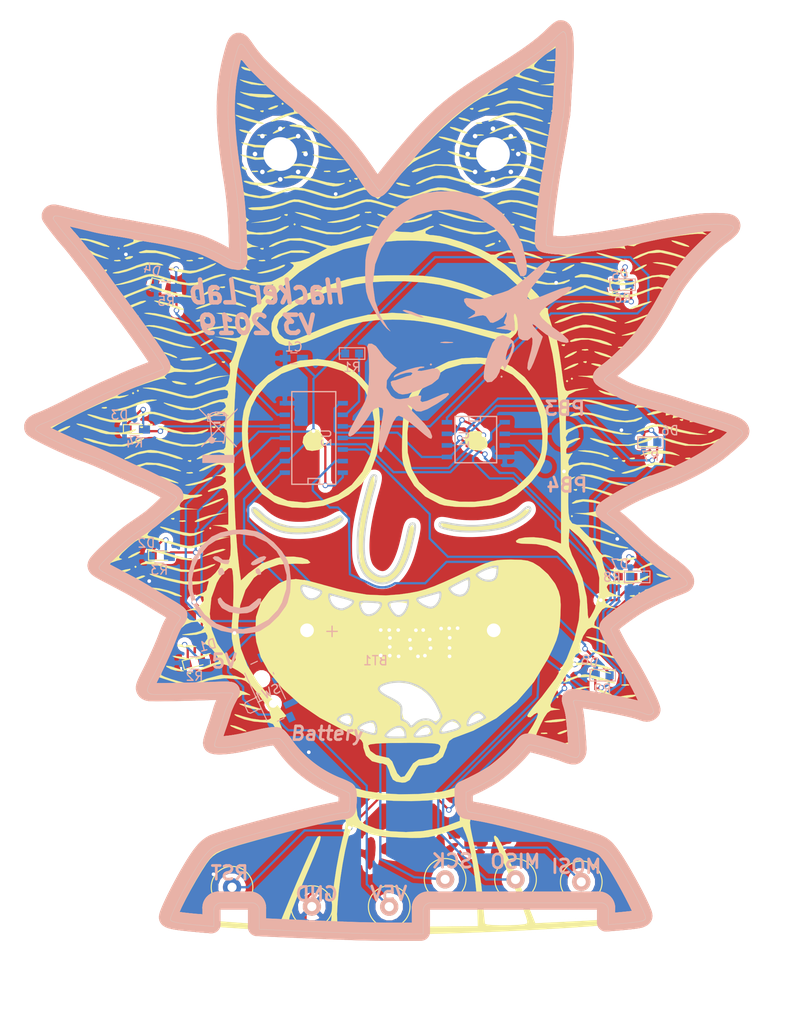
<source format=kicad_pcb>
(kicad_pcb (version 20171130) (host pcbnew "(5.0.2)-1")
  (layers (0 F.Cu signal) (31 B.Cu signal) (34 B.Paste user) (35 F.Paste user) (36 B.SilkS user) (37 F.SilkS user) (38 B.Mask user) (39 F.Mask user) (44 Edge.Cuts user))
  (net 0 "")
  (net 1 "Net-(R1-Pad2)")
  (net 2 GND)
  (net 3 "Net-(D1-Pad2)")
  (net 4 "Net-(D2-Pad2)")
  (net 5 "Net-(D3-Pad2)")
  (net 6 "Net-(D1-Pad1)")
  (net 7 "Net-(D2-Pad1)")
  (net 8 "Net-(D3-Pad1)")
  (net 9 "Net-(D4-Pad2)")
  (net 10 "Net-(D4-Pad1)")
  (net 11 "Net-(D5-Pad1)")
  (net 12 "Net-(D5-Pad2)")
  (net 13 "Net-(D6-Pad2)")
  (net 14 "Net-(D6-Pad1)")
  (net 15 "Net-(D7-Pad1)")
  (net 16 "Net-(D7-Pad2)")
  (net 17 "Net-(D8-Pad2)")
  (net 18 "Net-(D8-Pad1)")
  (net 19 "Net-(U1-Pad2)")
  (net 20 "Net-(U1-Pad3)")
  (net 21 /RST)
  (net 22 /MISO)
  (net 23 /SCK)
  (net 24 /MOSI)
  (net 25 /VBATCR)
  (net 26 /VCC)
  (net 27 /VIN5V)
  (module Battery_Holders:Keystone_103_1x20mm-CoinCell (layer B.Cu) (at 198.5645 106.53776)
    (fp_text reference BT1 (at 7.51078 3.32232) (layer B.SilkS) (effects (justify mirror)))
    (fp_text value Battery)
    (fp_text user + (at 2.75 0) (layer B.SilkS) (effects (font (size 1.5 1.5)) (justify mirror)))
    (pad 1 thru_hole rect (at 0 0) (size 3 3) (drill 1.5) (layers *.Cu *.Mask) (net 25 /VBATCR))
    (pad 2 thru_hole circle (at 20.49 0) (size 3 3) (drill 1.5) (layers *.Cu *.Mask) (net 2 GND))
  )
  (module OPL_Resistor:R0603 (layer B.Cu) (at 231.00792 111.46282)
    (fp_text reference R9 (at 0 1.5 -180) (layer B.SilkS) (effects (justify mirror)))
    (fp_text value R)
    (pad 2 smd rect (at 0.762 0) (size 0.889 0.889) (layers B.Cu B.Paste B.Mask) (net 18 "Net-(D8-Pad1)"))
    (pad 1 smd rect (at -0.762 0) (size 0.889 0.889) (layers B.Cu B.Paste B.Mask) (net 2 GND))
  )
  (module Resistors_SMD:R_0603_HandSoldering (layer B.Cu) (at 186.21502 110.11154)
    (fp_text reference R2 (at 0 1.45) (layer B.SilkS) (effects (justify mirror)))
    (fp_text value R)
    (pad 1 smd rect (at -1.1 0) (size 1.2 0.9) (layers B.Cu B.Paste B.Mask) (net 2 GND))
    (pad 2 smd rect (at 1.1 0) (size 1.2 0.9) (layers B.Cu B.Paste B.Mask) (net 6 "Net-(D1-Pad1)"))
  )
  (module Resistors_SMD:R_0603_HandSoldering (layer B.Cu) (at 182.3593 98.48088)
    (fp_text reference R3 (at 0 1.45) (layer B.SilkS) (effects (justify mirror)))
    (fp_text value R)
    (pad 1 smd rect (at -1.1 0) (size 1.2 0.9) (layers B.Cu B.Paste B.Mask) (net 2 GND))
    (pad 2 smd rect (at 1.1 0) (size 1.2 0.9) (layers B.Cu B.Paste B.Mask) (net 7 "Net-(D2-Pad1)"))
  )
  (module Resistors_SMD:R_0603_HandSoldering (layer B.Cu) (at 183.11114 68.9737)
    (fp_text reference R5 (at 0 1.45) (layer B.SilkS) (effects (justify mirror)))
    (fp_text value R)
    (pad 1 smd rect (at -1.1 0) (size 1.2 0.9) (layers B.Cu B.Paste B.Mask) (net 2 GND))
    (pad 2 smd rect (at 1.1 0) (size 1.2 0.9) (layers B.Cu B.Paste B.Mask) (net 10 "Net-(D4-Pad1)"))
  )
  (module Resistors_SMD:R_0603_HandSoldering (layer B.Cu) (at 179.63642 84.50834)
    (fp_text reference R4 (at 0 1.45) (layer B.SilkS) (effects (justify mirror)))
    (fp_text value R)
    (pad 1 smd rect (at -1.1 0) (size 1.2 0.9) (layers B.Cu B.Paste B.Mask) (net 2 GND))
    (pad 2 smd rect (at 1.1 0) (size 1.2 0.9) (layers B.Cu B.Paste B.Mask) (net 8 "Net-(D3-Pad1)"))
  )
  (module RickAndMorty:RIckBorderWGRoove (layer F.Cu) (at 204.91958 92.13342)
    (fp_text reference "" hide)
    (fp_text value RIckBorderWGRoove hide)
  )
  (module RickAndMorty:iot_hacker (layer F.Cu) (at 207.2386 130.40614)
    (fp_text reference G*** hide)
    (fp_text value LOGO hide)
    (fp_poly (pts (xy 10.230057 -1.73858) (xy 10.841611 -1.218743) (xy 10.874246 -1.170743) (xy 11.167781 -0.664594) (xy 11.141935 -0.371965) (xy 10.829308 -0.10127) (xy 10.564158 0.174252) (xy 10.659414 0.267369) (xy 10.866745 0.421827) (xy 10.828421 0.534737) (xy 10.430675 0.750052) (xy 9.787575 0.786858) (xy 9.155287 0.652175) (xy 8.876632 0.481263) (xy 8.608464 -0.097804) (xy 8.607381 -0.13775) (xy 9.466426 -0.13775) (xy 9.491579 0) (xy 9.833398 0.25717) (xy 9.908411 0.267369) (xy 10.152799 0.063435) (xy 10.16 0) (xy 9.942372 -0.234646) (xy 9.743168 -0.267368) (xy 9.466426 -0.13775) (xy 8.607381 -0.13775) (xy 8.588021 -0.851311) (xy 8.593343 -0.866028) (xy 9.473857 -0.866028) (xy 9.736667 -0.823213) (xy 10.083448 -0.87237) (xy 10.087588 -0.96364) (xy 9.729744 -1.027466) (xy 9.575132 -0.984748) (xy 9.473857 -0.866028) (xy 8.593343 -0.866028) (xy 8.815302 -1.479803) (xy 8.876632 -1.550737) (xy 9.514275 -1.860808) (xy 10.230057 -1.73858)) (layer F.Cu) (width 0.01))
    (fp_poly (pts (xy 12.846182 -1.26906) (xy 12.97884 -1.227935) (xy 13.566035 -0.95005) (xy 13.79459 -0.660069) (xy 13.628848 -0.464914) (xy 13.240403 -0.443587) (xy 12.781078 -0.233817) (xy 12.475299 0.291676) (xy 12.149572 0.848989) (xy 11.798683 1.058317) (xy 11.547603 0.883521) (xy 11.496842 0.574635) (xy 11.583636 -0.03251) (xy 11.775254 -0.718857) (xy 11.996288 -1.236499) (xy 12.286292 -1.391573) (xy 12.846182 -1.26906)) (layer F.Cu) (width 0.01))
    (fp_poly (pts (xy 1.291963 -1.628052) (xy 1.317555 -1.614532) (xy 1.697735 -1.303793) (xy 1.83462 -0.805575) (xy 1.81927 -0.204121) (xy 1.724609 0.524892) (xy 1.491145 0.874544) (xy 0.983777 0.935022) (xy 0.267368 0.831881) (xy -0.401714 0.628743) (xy -0.655727 0.281168) (xy -0.668421 0.133685) (xy -0.608567 0) (xy 0.267368 0) (xy 0.470829 0.259599) (xy 0.534737 0.267369) (xy 0.794336 0.063908) (xy 0.802105 0) (xy 0.598645 -0.259599) (xy 0.534737 -0.267368) (xy 0.275138 -0.063907) (xy 0.267368 0) (xy -0.608567 0) (xy -0.458035 -0.336214) (xy 0.216242 -0.69151) (xy 0.267368 -0.708653) (xy 1.203158 -1.016253) (xy 0.267368 -1.118489) (xy -0.668421 -1.220726) (xy 0.033022 -1.573659) (xy 0.698594 -1.787444) (xy 1.291963 -1.628052)) (layer F.Cu) (width 0.01))
    (fp_poly (pts (xy 3.995757 -1.181461) (xy 4.449435 -0.908334) (xy 4.545263 -0.653207) (xy 4.352916 -0.354768) (xy 3.819503 -0.324091) (xy 3.233026 -0.270244) (xy 2.991113 0.101529) (xy 2.987655 0.421006) (xy 3.248533 0.508741) (xy 3.850557 0.423624) (xy 4.472862 0.360873) (xy 4.798659 0.433394) (xy 4.812632 0.469148) (xy 4.576743 0.932363) (xy 3.994502 1.257187) (xy 3.475789 1.336842) (xy 2.823768 1.220119) (xy 2.459789 1.016) (xy 2.161911 0.404495) (xy 2.185727 -0.328473) (xy 2.503029 -0.934966) (xy 2.698587 -1.082801) (xy 3.346 -1.255003) (xy 3.995757 -1.181461)) (layer F.Cu) (width 0.01))
    (fp_poly (pts (xy 6.148364 -1.548382) (xy 6.379042 -1.114188) (xy 6.416842 -0.748631) (xy 6.458376 -0.19946) (xy 6.610786 -0.111011) (xy 6.737684 -0.213894) (xy 7.266051 -0.488647) (xy 7.581228 -0.534737) (xy 7.932529 -0.506888) (xy 7.906414 -0.333222) (xy 7.610193 0.010837) (xy 7.29684 0.415164) (xy 7.281924 0.765861) (xy 7.560614 1.308247) (xy 7.58387 1.347679) (xy 7.877408 1.879351) (xy 7.87938 2.095922) (xy 7.576736 2.138765) (xy 7.510839 2.138948) (xy 6.979013 1.922712) (xy 6.643161 1.537369) (xy 6.394327 1.120466) (xy 6.265896 1.1624) (xy 6.165859 1.49615) (xy 5.91922 1.892934) (xy 5.681579 1.941764) (xy 5.496964 1.632797) (xy 5.379795 0.976156) (xy 5.340197 0.155828) (xy 5.388301 -0.644204) (xy 5.509658 -1.18129) (xy 5.816303 -1.590907) (xy 6.148364 -1.548382)) (layer F.Cu) (width 0.01))
    (fp_poly (pts (xy -3.289844 -1.107524) (xy -3.208421 -0.697026) (xy -3.050677 -0.139) (xy -2.785501 0.105079) (xy -2.3202 0.242938) (xy -2.157719 0.062176) (xy -2.138947 -0.385273) (xy -2.018013 -1.031036) (xy -1.671354 -1.211381) (xy -1.37311 -1.091888) (xy -1.19988 -0.729219) (xy -1.148484 -0.051885) (xy -1.199529 0.770226) (xy -1.333623 1.567222) (xy -1.531372 2.169214) (xy -1.77243 2.406316) (xy -2.057581 2.177219) (xy -2.138947 1.769079) (xy -2.297216 1.208206) (xy -2.654296 0.958239) (xy -3.033603 1.054353) (xy -3.258551 1.531728) (xy -3.260297 1.545694) (xy -3.454483 2.120454) (xy -3.781638 2.364609) (xy -4.112773 2.187921) (xy -4.133373 2.156484) (xy -4.230436 1.698471) (xy -4.212526 0.966334) (xy -4.106651 0.129029) (xy -3.93982 -0.644492) (xy -3.739041 -1.185275) (xy -3.574939 -1.336842) (xy -3.289844 -1.107524)) (layer F.Cu) (width 0.01))
  )
  (module Connectors:1pin (layer F.Cu) (at 228.66096 134.13486 90)
    (fp_text reference REF** hide)
    (fp_text value 1pin hide)
    (pad 6 thru_hole circle (at 0 0 90) (size 2 2) (drill 1) (layers *.Cu *.SilkS *.Mask) (net 24 /MOSI))
  )
  (module Connectors:1pin (layer F.Cu) (at 213.72068 133.86054 90)
    (fp_text reference REF** hide)
    (fp_text value 1pin hide)
    (pad 1 thru_hole circle (at 0 0 90) (size 2 2) (drill 1) (layers *.Cu *.SilkS *.Mask) (net 23 /SCK))
  )
  (module Connectors:1pin (layer F.Cu) (at 221.44736 133.8707 90)
    (fp_text reference REF** hide)
    (fp_text value 1pin hide)
    (pad 5 thru_hole circle (at 0 0 90) (size 2 2) (drill 1) (layers *.Cu *.SilkS *.Mask) (net 22 /MISO))
  )
  (module Connectors:1pin (layer F.Cu) (at 199.09536 136.8425 90)
    (fp_text reference REF** hide)
    (fp_text value 1pin hide)
    (pad 1 thru_hole circle (at 0 0 90) (size 2 2) (drill 1) (layers *.Cu *.SilkS *.Mask) (net 2 GND))
  )
  (module Connectors:1pin (layer F.Cu) (at 207.58404 136.85774 90)
    (fp_text reference REF** hide)
    (fp_text value 1pin hide)
    (pad 1 thru_hole circle (at 0 0 90) (size 2 2) (drill 1) (layers *.Cu *.SilkS *.Mask) (net 27 /VIN5V))
  )
  (module RickAndMorty:forhead_baba_solder_mask (layer F.Cu) (at 207.39862 90.6907)
    (fp_text reference G*** hide)
    (fp_text value LOGO hide)
  )
  (module Mounting_Holes:MountingHole_3.7mm_Pad_Via (layer F.Cu) (at 195.6308 54.28488)
    (fp_text reference "" hide)
    (fp_text value "")
    (pad 1 thru_hole circle (at 1.962221 -1.962221) (size 0.8 0.8) (drill 0.5) (layers *.Cu *.Mask))
    (pad 1 thru_hole circle (at 0 -2.775) (size 0.8 0.8) (drill 0.5) (layers *.Cu *.Mask))
    (pad 1 thru_hole circle (at -1.962221 -1.962221) (size 0.8 0.8) (drill 0.5) (layers *.Cu *.Mask))
    (pad 1 thru_hole circle (at -2.775 0) (size 0.8 0.8) (drill 0.5) (layers *.Cu *.Mask))
    (pad 1 thru_hole circle (at -1.962221 1.962221) (size 0.8 0.8) (drill 0.5) (layers *.Cu *.Mask))
    (pad 1 thru_hole circle (at 0 2.775) (size 0.8 0.8) (drill 0.5) (layers *.Cu *.Mask))
    (pad 1 thru_hole circle (at 1.962221 1.962221) (size 0.8 0.8) (drill 0.5) (layers *.Cu *.Mask))
    (pad 1 thru_hole circle (at 2.775 0) (size 0.8 0.8) (drill 0.5) (layers *.Cu *.Mask))
    (pad 1 thru_hole circle (at 0 0) (size 7.4 7.4) (drill 3.7) (layers *.Cu *.Mask))
  )
  (module RickAndMorty:rickSilk_w_hair (layer F.Cu) (at 207.391 90.44178)
    (fp_text reference G*** hide)
    (fp_text value LOGO hide)
  )
  (module Mounting_Holes:MountingHole_3.7mm_Pad_Via (layer F.Cu) (at 218.97086 54.28488)
    (fp_text reference "" hide)
    (fp_text value "")
    (pad 1 thru_hole circle (at 0 0) (size 7.4 7.4) (drill 3.7) (layers *.Cu *.Mask))
    (pad 1 thru_hole circle (at 2.775 0) (size 0.8 0.8) (drill 0.5) (layers *.Cu *.Mask))
    (pad 1 thru_hole circle (at 1.962221 1.962221) (size 0.8 0.8) (drill 0.5) (layers *.Cu *.Mask))
    (pad 1 thru_hole circle (at 0 2.775) (size 0.8 0.8) (drill 0.5) (layers *.Cu *.Mask))
    (pad 1 thru_hole circle (at -1.962221 1.962221) (size 0.8 0.8) (drill 0.5) (layers *.Cu *.Mask))
    (pad 1 thru_hole circle (at -2.775 0) (size 0.8 0.8) (drill 0.5) (layers *.Cu *.Mask))
    (pad 1 thru_hole circle (at -1.962221 -1.962221) (size 0.8 0.8) (drill 0.5) (layers *.Cu *.Mask))
    (pad 1 thru_hole circle (at 0 -2.775) (size 0.8 0.8) (drill 0.5) (layers *.Cu *.Mask))
    (pad 1 thru_hole circle (at 1.962221 -1.962221) (size 0.8 0.8) (drill 0.5) (layers *.Cu *.Mask))
  )
  (module LEDs:LED_0603 (layer F.Cu) (at 186.24804 110.03534 15)
    (fp_text reference D1 (at 1.84354 -1.433523 15) (layer B.SilkS) (effects (justify mirror)))
    (fp_text value LED)
    (pad 1 smd rect (at -0.8 0 195) (size 0.8 0.8) (layers F.Cu F.Paste F.Mask) (net 6 "Net-(D1-Pad1)"))
    (pad 2 smd rect (at 0.8 0 195) (size 0.8 0.8) (layers F.Cu F.Paste F.Mask) (net 3 "Net-(D1-Pad2)"))
  )
  (module LEDs:LED_0603 (layer F.Cu) (at 182.47858 98.3488)
    (fp_text reference D2 (at -1.54422 -1.39192) (layer B.SilkS) (effects (justify mirror)))
    (fp_text value LED)
    (pad 2 smd rect (at 0.8 0 180) (size 0.8 0.8) (layers F.Cu F.Paste F.Mask) (net 4 "Net-(D2-Pad2)"))
    (pad 1 smd rect (at -0.8 0 180) (size 0.8 0.8) (layers F.Cu F.Paste F.Mask) (net 7 "Net-(D2-Pad1)"))
  )
  (module LEDs:LED_0603 (layer F.Cu) (at 179.71516 84.4677)
    (fp_text reference D3 (at -1.72974 -1.55702) (layer B.SilkS) (effects (justify mirror)))
    (fp_text value LED)
    (pad 1 smd rect (at -0.8 0 180) (size 0.8 0.8) (layers F.Cu F.Paste F.Mask) (net 8 "Net-(D3-Pad1)"))
    (pad 2 smd rect (at 0.8 0 180) (size 0.8 0.8) (layers F.Cu F.Paste F.Mask) (net 5 "Net-(D3-Pad2)"))
  )
  (module LEDs:LED_0603 (layer F.Cu) (at 182.67934 68.68414 345)
    (fp_text reference D4 (at -1.523569 -1.348335 345) (layer B.SilkS) (effects (justify mirror)))
    (fp_text value LED)
    (pad 2 smd rect (at 0.8 0 165) (size 0.8 0.8) (layers F.Cu F.Paste F.Mask) (net 9 "Net-(D4-Pad2)"))
    (pad 1 smd rect (at -0.8 0 165) (size 0.8 0.8) (layers F.Cu F.Paste F.Mask) (net 10 "Net-(D4-Pad1)"))
  )
  (module LEDs:LED_0603 (layer F.Cu) (at 233.21772 68.68414 15)
    (fp_text reference D5 (at 0 -1.25 15) (layer B.SilkS) (effects (justify mirror)))
    (fp_text value LED)
    (pad 1 smd rect (at -0.8 0 195) (size 0.8 0.8) (layers F.Cu F.Paste F.Mask) (net 11 "Net-(D5-Pad1)"))
    (pad 2 smd rect (at 0.8 0 195) (size 0.8 0.8) (layers F.Cu F.Paste F.Mask) (net 12 "Net-(D5-Pad2)"))
  )
  (module LEDs:LED_0603 (layer F.Cu) (at 236.18698 85.87994)
    (fp_text reference D6 (at 2.19202 -1.25984) (layer B.SilkS) (effects (justify mirror)))
    (fp_text value LED)
    (pad 1 smd rect (at -0.8 0 180) (size 0.8 0.8) (layers F.Cu F.Paste F.Mask) (net 14 "Net-(D6-Pad1)"))
    (pad 2 smd rect (at 0.8 0 180) (size 0.8 0.8) (layers F.Cu F.Paste F.Mask) (net 13 "Net-(D6-Pad2)"))
  )
  (module LEDs:LED_0603 (layer F.Cu) (at 233.6165 100.65258)
    (fp_text reference D7 (at -0.74168 -1.3843) (layer B.SilkS) (effects (justify mirror)))
    (fp_text value LED)
    (pad 1 smd rect (at -0.8 0 180) (size 0.8 0.8) (layers F.Cu F.Paste F.Mask) (net 15 "Net-(D7-Pad1)"))
    (pad 2 smd rect (at 0.8 0 180) (size 0.8 0.8) (layers F.Cu F.Paste F.Mask) (net 16 "Net-(D7-Pad2)"))
  )
  (module LEDs:LED_0603 (layer F.Cu) (at 230.97236 111.53394 345)
    (fp_text reference D8 (at -1.75147 -1.197863 345) (layer B.SilkS) (effects (justify mirror)))
    (fp_text value LED)
    (pad 2 smd rect (at 0.8 0 165) (size 0.8 0.8) (layers F.Cu F.Paste F.Mask) (net 17 "Net-(D8-Pad2)"))
    (pad 1 smd rect (at -0.8 0 165) (size 0.8 0.8) (layers F.Cu F.Paste F.Mask) (net 18 "Net-(D8-Pad1)"))
  )
  (module OPL_Resistor:R0603 (layer B.Cu) (at 203.51242 76.16952)
    (fp_text reference R1 (at 0 1.5 -180) (layer B.SilkS) (effects (justify mirror)))
    (fp_text value R)
    (pad 1 smd rect (at -0.762 0) (size 0.889 0.889) (layers B.Cu B.Paste B.Mask) (net 26 /VCC))
    (pad 2 smd rect (at 0.762 0) (size 0.889 0.889) (layers B.Cu B.Paste B.Mask) (net 1 "Net-(R1-Pad2)"))
  )
  (module OPL_Resistor:R0603 (layer B.Cu) (at 233.18978 68.62064)
    (fp_text reference R6 (at 0 1.5 -180) (layer B.SilkS) (effects (justify mirror)))
    (fp_text value R)
    (pad 1 smd rect (at -0.762 0) (size 0.889 0.889) (layers B.Cu B.Paste B.Mask) (net 2 GND))
    (pad 2 smd rect (at 0.762 0) (size 0.889 0.889) (layers B.Cu B.Paste B.Mask) (net 11 "Net-(D5-Pad1)"))
  )
  (module OPL_Resistor:R0603 (layer B.Cu) (at 236.24794 85.9282)
    (fp_text reference R7 (at 0 1.5 -180) (layer B.SilkS) (effects (justify mirror)))
    (fp_text value R)
    (pad 2 smd rect (at 0.762 0) (size 0.889 0.889) (layers B.Cu B.Paste B.Mask) (net 14 "Net-(D6-Pad1)"))
    (pad 1 smd rect (at -0.762 0) (size 0.889 0.889) (layers B.Cu B.Paste B.Mask) (net 2 GND))
  )
  (module OPL_Resistor:R0603 (layer B.Cu) (at 234.7976 100.6729)
    (fp_text reference R8 (at -2.76606 0.03048 -180) (layer B.SilkS) (effects (justify mirror)))
    (fp_text value R)
    (pad 1 smd rect (at -0.762 0) (size 0.889 0.889) (layers B.Cu B.Paste B.Mask) (net 2 GND))
    (pad 2 smd rect (at 0.762 0) (size 0.889 0.889) (layers B.Cu B.Paste B.Mask) (net 15 "Net-(D7-Pad1)"))
  )
  (module SMD_Packages:SOIC-8-N (layer B.Cu) (at 217.09126 85.61578 270)
    (fp_text reference U1 (at 0 1.27 270) (layer B.SilkS) (effects (justify mirror)))
    (fp_text value ATtiny13A-SU)
    (pad 1 smd rect (at -1.905 -3.175 270) (size 0.508 1.143) (layers B.Cu B.Paste B.Mask) (net 21 /RST))
    (pad 2 smd rect (at -0.635 -3.175 270) (size 0.508 1.143) (layers B.Cu B.Paste B.Mask) (net 19 "Net-(U1-Pad2)"))
    (pad 3 smd rect (at 0.635 -3.175 270) (size 0.508 1.143) (layers B.Cu B.Paste B.Mask) (net 20 "Net-(U1-Pad3)"))
    (pad 4 smd rect (at 1.905 -3.175 270) (size 0.508 1.143) (layers B.Cu B.Paste B.Mask) (net 2 GND))
    (pad 5 smd rect (at 1.905 3.175 270) (size 0.508 1.143) (layers B.Cu B.Paste B.Mask) (net 24 /MOSI))
    (pad 6 smd rect (at 0.635 3.175 270) (size 0.508 1.143) (layers B.Cu B.Paste B.Mask) (net 22 /MISO))
    (pad 7 smd rect (at -0.635 3.175 270) (size 0.508 1.143) (layers B.Cu B.Paste B.Mask) (net 23 /SCK))
    (pad 8 smd rect (at -1.905 3.175 270) (size 0.508 1.143) (layers B.Cu B.Paste B.Mask) (net 26 /VCC))
  )
  (module SMD_Packages:SOIC-14_N (layer B.Cu) (at 199.43572 85.4329 90)
    (fp_text reference U2 (at 0 1.27 90) (layer B.SilkS) (effects (justify mirror)))
    (fp_text value 74164)
    (pad 10 smd rect (at 1.27 3.048 90) (size 0.508 1.143) (layers B.Cu B.Paste B.Mask) (net 12 "Net-(D5-Pad2)"))
    (pad 14 smd rect (at -3.81 3.048 90) (size 0.508 1.143) (layers B.Cu B.Paste B.Mask) (net 26 /VCC))
    (pad 13 smd rect (at -2.54 3.048 90) (size 0.508 1.143) (layers B.Cu B.Paste B.Mask) (net 17 "Net-(D8-Pad2)"))
    (pad 12 smd rect (at -1.27 3.048 90) (size 0.508 1.143) (layers B.Cu B.Paste B.Mask) (net 16 "Net-(D7-Pad2)"))
    (pad 11 smd rect (at 0 3.048 90) (size 0.508 1.143) (layers B.Cu B.Paste B.Mask) (net 13 "Net-(D6-Pad2)"))
    (pad 9 smd rect (at 2.54 3.048 90) (size 0.508 1.143) (layers B.Cu B.Paste B.Mask) (net 1 "Net-(R1-Pad2)"))
    (pad 8 smd rect (at 3.81 3.048 90) (size 0.508 1.143) (layers B.Cu B.Paste B.Mask) (net 24 /MOSI))
    (pad 7 smd rect (at 3.81 -3.302 90) (size 0.508 1.143) (layers B.Cu B.Paste B.Mask) (net 2 GND))
    (pad 6 smd rect (at 2.54 -3.302 90) (size 0.508 1.143) (layers B.Cu B.Paste B.Mask) (net 9 "Net-(D4-Pad2)"))
    (pad 5 smd rect (at 1.27 -3.302 90) (size 0.508 1.143) (layers B.Cu B.Paste B.Mask) (net 5 "Net-(D3-Pad2)"))
    (pad 4 smd rect (at 0 -3.302 90) (size 0.508 1.143) (layers B.Cu B.Paste B.Mask) (net 4 "Net-(D2-Pad2)"))
    (pad 3 smd rect (at -1.27 -3.302 90) (size 0.508 1.143) (layers B.Cu B.Paste B.Mask) (net 3 "Net-(D1-Pad2)"))
    (pad 2 smd rect (at -2.54 -3.302 90) (size 0.508 1.143) (layers B.Cu B.Paste B.Mask) (net 23 /SCK))
    (pad 1 smd rect (at -3.81 -3.302 90) (size 0.508 1.143) (layers B.Cu B.Paste B.Mask) (net 22 /MISO))
  )
  (module Connectors:1pin (layer F.Cu) (at 190.33744 134.7216)
    (fp_text reference REF** hide)
    (fp_text value 1pin)
    (pad 1 thru_hole circle (at 0 0) (size 2 2) (drill 1) (layers *.Cu *.Mask) (net 21 /RST))
  )
  (module Buttons_Switches_SMD:SW_SPDT_PCM12 (layer B.Cu) (at 194.51066 113.08588 115)
    (fp_text reference SW1 (at -0.190094 -0.427754 205) (layer B.SilkS) (effects (justify mirror)))
    (fp_text value SW_SPDT)
    (pad "" smd rect (at -3.65 0.78 115) (size 1 0.8) (layers B.Cu B.Paste B.Mask))
    (pad "" smd rect (at 3.65 0.78 115) (size 1 0.8) (layers B.Cu B.Paste B.Mask))
    (pad "" smd rect (at 3.65 -1.43 115) (size 1 0.8) (layers B.Cu B.Paste B.Mask))
    (pad "" smd rect (at -3.650001 -1.43 115) (size 1 0.8) (layers B.Cu B.Paste B.Mask))
    (pad 3 smd rect (at 2.25 1.43 115) (size 0.7 1.5) (layers B.Cu B.Paste B.Mask) (net 27 /VIN5V))
    (pad 2 smd rect (at 0.75 1.43 115) (size 0.7 1.5) (layers B.Cu B.Paste B.Mask) (net 26 /VCC))
    (pad 1 smd rect (at -2.25 1.43 115) (size 0.7 1.5) (layers B.Cu B.Paste B.Mask) (net 25 /VBATCR))
    (pad "" np_thru_hole circle (at 1.5 -0.33 115) (size 0.9 0.9) (drill 0.9) (layers *.Cu *.Mask))
    (pad "" np_thru_hole circle (at -1.5 -0.33 115) (size 0.9 0.9) (drill 0.9) (layers *.Cu *.Mask))
  )
  (module Measurement_Points:Measurement_Point_Round-SMD-Pad_Big (layer F.Cu) (at 226.90328 85.05444)
    (fp_text reference "" hide)
    (fp_text value Measurement_Point_Round-SMD-Pad_Big)
    (pad 1 smd circle (at 0 0) (size 3 3) (layers B.Cu B.Mask) (net 19 "Net-(U1-Pad2)"))
  )
  (module Measurement_Points:Measurement_Point_Round-SMD-Pad_Small (layer B.Cu) (at 224.72142 88.59774)
    (fp_text reference "" (at 0 2) (layer B.SilkS) (effects (justify mirror)))
    (fp_text value Measurement_Point_Round-SMD-Pad_Small)
    (pad 1 smd circle (at 0 0) (size 1.5 1.5) (layers B.Cu B.Mask) (net 20 "Net-(U1-Pad3)"))
  )
  (module BsidesLogos:oc_logo_xmall (layer B.Cu) (at 215.50122 72.6948 180)
    (fp_text reference G*** hide)
    (fp_text value LOGO hide)
  )
  (module BsidesLogos:round_face_mad_small (layer B.Cu) (at 191.15278 101.06152 180)
    (fp_text reference G*** hide)
    (fp_text value LOGO hide)
  )
  (module Capacitors_SMD:C_0603_HandSoldering (layer B.Cu) (at 197.11416 76.69022 180)
    (fp_text reference C1 (at 0 1.25 180) (layer B.SilkS) (effects (justify mirror)))
    (fp_text value C)
    (pad 2 smd rect (at 0.95 0 180) (size 1.2 0.75) (layers B.Cu B.Paste B.Mask) (net 2 GND))
    (pad 1 smd rect (at -0.95 0 180) (size 1.2 0.75) (layers B.Cu B.Paste B.Mask) (net 26 /VCC))
  )
  (module Symbols:WEEE-Logo_4.2x6mm_SilkScreen (layer B.Cu) (at 188.82868 85.15096 180)
    (fp_text reference "" hide)
    (fp_text value "" hide)
  )
  (gr_text "V3 2019" (at 193.23558 73.00976) (layer B.SilkS) (effects (font (size 2 2) (thickness 0.5) italic) (justify mirror)))
  (gr_text "Hacker Lab" (at 194.2592 69.42328) (layer B.SilkS) (effects (font (size 2.5 2) (thickness 0.5) italic) (justify mirror)))
  (gr_text RST (at 190.07074 133.1595) (layer B.SilkS) (effects (font (size 1.5 1.5) (thickness 0.3)) (justify mirror)))
  (gr_text GND (at 199.62114 135.46582) (layer B.SilkS) (effects (font (size 1.5 1.5) (thickness 0.3)) (justify mirror)))
  (gr_text V5V (at 207.5307 135.41248) (layer B.SilkS) (effects (font (size 1.5 1.5) (thickness 0.3)) (justify mirror)))
  (gr_text SCK (at 214.50554 131.84124) (layer B.SilkS) (effects (font (size 1.5 1.5) (thickness 0.3)) (justify mirror)))
  (gr_text MISO (at 221.4245 131.89712) (layer B.SilkS) (effects (font (size 1.5 1.5) (thickness 0.3)) (justify mirror)))
  (gr_text MOSI (at 228.12248 132.44576) (layer B.SilkS) (effects (font (size 1.5 1.5) (thickness 0.3)) (justify mirror)))
  (gr_text PB4 (at 227.08616 90.60688) (layer B.SilkS) (effects (font (size 1.5 1.5) (thickness 0.3)) (justify mirror)))
  (gr_text PB3 (at 226.83216 82.18678) (layer B.SilkS) (effects (font (size 1.5 1.5) (thickness 0.3)) (justify mirror)))
  (gr_text Battery (at 200.74636 117.84584) (layer B.SilkS) (effects (font (size 1.5 1.5) (thickness 0.3) italic)))
  (gr_text 5V (at 189.47892 109.92358) (layer B.SilkS) (effects (font (size 1.5 1.5) (thickness 0.3))))
  (gr_line (start 227.455145 136.428585) (end 228.453545 136.428585) (layer Edge.Cuts) (width 0.025))
  (gr_line (start 231.599954 136.994327) (end 231.611615 137.034231) (layer Edge.Cuts) (width 0.025))
  (gr_line (start 231.637748 137.201582) (end 231.638875 137.245075) (layer Edge.Cuts) (width 0.025))
  (gr_line (start 231.621281 137.074965) (end 231.628895 137.116471) (layer Edge.Cuts) (width 0.025))
  (gr_line (start 231.223353 136.532994) (end 231.25828 136.553799) (layer Edge.Cuts) (width 0.025))
  (gr_line (start 231.355867 136.625966) (end 231.385812 136.653087) (layer Edge.Cuts) (width 0.025))
  (gr_line (start 228.453545 136.428585) (end 230.822385 136.428585) (layer Edge.Cuts) (width 0.025))
  (gr_line (start 234.527519 138.559484) (end 234.622605 138.547453) (layer Edge.Cuts) (width 0.025))
  (gr_line (start 234.4274 138.571669) (end 234.527519 138.559484) (layer Edge.Cuts) (width 0.025))
  (gr_line (start 231.467119 136.742868) (end 231.491193 136.775415) (layer Edge.Cuts) (width 0.025))
  (gr_line (start 233.977656 138.621882) (end 234.097378 138.609113) (layer Edge.Cuts) (width 0.025))
  (gr_line (start 233.308553 138.687749) (end 233.451598 138.674316) (layer Edge.Cuts) (width 0.025))
  (gr_line (start 232.691827 138.742696) (end 232.852586 138.728783) (layer Edge.Cuts) (width 0.025))
  (gr_line (start 234.322302 138.584004) (end 234.4274 138.571669) (layer Edge.Cuts) (width 0.025))
  (gr_line (start 234.212277 138.596486) (end 234.322302 138.584004) (layer Edge.Cuts) (width 0.025))
  (gr_line (start 233.590083 138.661009) (end 233.723956 138.647833) (layer Edge.Cuts) (width 0.025))
  (gr_line (start 231.441494 136.711593) (end 231.467119 136.742868) (layer Edge.Cuts) (width 0.025))
  (gr_line (start 234.097378 138.609113) (end 234.212277 138.596486) (layer Edge.Cuts) (width 0.025))
  (gr_line (start 233.853165 138.634789) (end 233.977656 138.621882) (layer Edge.Cuts) (width 0.025))
  (gr_line (start 232.526772 138.756721) (end 232.691827 138.742696) (layer Edge.Cuts) (width 0.025))
  (gr_line (start 231.385812 136.653087) (end 231.414373 136.681648) (layer Edge.Cuts) (width 0.025))
  (gr_line (start 233.723956 138.647833) (end 233.853165 138.634789) (layer Edge.Cuts) (width 0.025))
  (gr_line (start 233.451598 138.674316) (end 233.590083 138.661009) (layer Edge.Cuts) (width 0.025))
  (gr_line (start 232.852586 138.728783) (end 233.008994 138.714986) (layer Edge.Cuts) (width 0.025))
  (gr_line (start 232.18398 138.785098) (end 232.357472 138.770856) (layer Edge.Cuts) (width 0.025))
  (gr_line (start 220.603895 136.428585) (end 227.455145 136.428585) (layer Edge.Cuts) (width 0.025))
  (gr_line (start 233.161001 138.701307) (end 233.308553 138.687749) (layer Edge.Cuts) (width 0.025))
  (gr_line (start 233.008994 138.714986) (end 233.161001 138.701307) (layer Edge.Cuts) (width 0.025))
  (gr_line (start 231.638875 138.828435) (end 231.824629 138.81389) (layer Edge.Cuts) (width 0.025))
  (gr_line (start 231.150234 136.496592) (end 231.187319 136.513906) (layer Edge.Cuts) (width 0.025))
  (gr_line (start 231.112154 136.481107) (end 231.150234 136.496592) (layer Edge.Cuts) (width 0.025))
  (gr_line (start 231.611615 137.034231) (end 231.621281 137.074965) (layer Edge.Cuts) (width 0.025))
  (gr_line (start 231.073133 136.467506) (end 231.112154 136.481107) (layer Edge.Cuts) (width 0.025))
  (gr_line (start 231.324592 136.600341) (end 231.355867 136.625966) (layer Edge.Cuts) (width 0.025))
  (gr_line (start 231.586353 136.955306) (end 231.599954 136.994327) (layer Edge.Cuts) (width 0.025))
  (gr_line (start 231.570868 136.917226) (end 231.586353 136.955306) (layer Edge.Cuts) (width 0.025))
  (gr_line (start 231.824629 138.81389) (end 232.006348 138.799444) (layer Edge.Cuts) (width 0.025))
  (gr_line (start 231.414373 136.681648) (end 231.441494 136.711593) (layer Edge.Cuts) (width 0.025))
  (gr_line (start 232.006348 138.799444) (end 232.18398 138.785098) (layer Edge.Cuts) (width 0.025))
  (gr_line (start 232.357472 138.770856) (end 232.526772 138.756721) (layer Edge.Cuts) (width 0.025))
  (gr_line (start 231.534466 136.844107) (end 231.553554 136.880141) (layer Edge.Cuts) (width 0.025))
  (gr_line (start 231.187319 136.513906) (end 231.223353 136.532994) (layer Edge.Cuts) (width 0.025))
  (gr_line (start 231.513661 136.80918) (end 231.534466 136.844107) (layer Edge.Cuts) (width 0.025))
  (gr_line (start 231.25828 136.553799) (end 231.292045 136.576267) (layer Edge.Cuts) (width 0.025))
  (gr_line (start 231.491193 136.775415) (end 231.513661 136.80918) (layer Edge.Cuts) (width 0.025))
  (gr_line (start 231.628895 137.116471) (end 231.634402 137.158696) (layer Edge.Cuts) (width 0.025))
  (gr_line (start 231.033229 136.455845) (end 231.073133 136.467506) (layer Edge.Cuts) (width 0.025))
  (gr_line (start 219.795145 136.428585) (end 220.603895 136.428585) (layer Edge.Cuts) (width 0.025))
  (gr_line (start 212.134639 136.428585) (end 219.795145 136.428585) (layer Edge.Cuts) (width 0.025))
  (gr_line (start 231.634402 137.158696) (end 231.637748 137.201582) (layer Edge.Cuts) (width 0.025))
  (gr_line (start 231.553554 136.880141) (end 231.570868 136.917226) (layer Edge.Cuts) (width 0.025))
  (gr_line (start 231.292045 136.576267) (end 231.324592 136.600341) (layer Edge.Cuts) (width 0.025))
  (gr_line (start 205.540185 139.815565) (end 205.786143 139.819915) (layer Edge.Cuts) (width 0.025))
  (gr_line (start 204.598661 139.794932) (end 204.827087 139.800578) (layer Edge.Cuts) (width 0.025))
  (gr_line (start 210.799733 139.843538) (end 211.06018 139.841786) (layer Edge.Cuts) (width 0.025))
  (gr_line (start 208.932863 139.847593) (end 209.202111 139.847905) (layer Edge.Cuts) (width 0.025))
  (gr_line (start 204.827087 139.800578) (end 205.060352 139.805898) (layer Edge.Cuts) (width 0.025))
  (gr_line (start 207.064145 139.836894) (end 207.327255 139.839346) (layer Edge.Cuts) (width 0.025))
  (gr_line (start 205.786143 139.819915) (end 206.035721 139.823945) (layer Edge.Cuts) (width 0.025))
  (gr_line (start 206.035721 139.823945) (end 206.288615 139.827656) (layer Edge.Cuts) (width 0.025))
  (gr_line (start 230.908764 136.433058) (end 230.950989 136.438565) (layer Edge.Cuts) (width 0.025))
  (gr_line (start 211.322624 137.158696) (end 211.328131 137.116471) (layer Edge.Cuts) (width 0.025))
  (gr_line (start 212.091146 136.429712) (end 212.134639 136.428585) (layer Edge.Cuts) (width 0.025))
  (gr_line (start 211.844871 136.481107) (end 211.883891 136.467506) (layer Edge.Cuts) (width 0.025))
  (gr_line (start 206.288615 139.827656) (end 206.544521 139.83105) (layer Edge.Cuts) (width 0.025))
  (gr_line (start 211.632433 136.600341) (end 211.66498 136.576267) (layer Edge.Cuts) (width 0.025))
  (gr_line (start 212.04826 136.433058) (end 212.091146 136.429712) (layer Edge.Cuts) (width 0.025))
  (gr_line (start 211.923796 136.455845) (end 211.964529 136.446179) (layer Edge.Cuts) (width 0.025))
  (gr_line (start 211.370673 136.955306) (end 211.386158 136.917226) (layer Edge.Cuts) (width 0.025))
  (gr_line (start 211.42256 136.844107) (end 211.443365 136.80918) (layer Edge.Cuts) (width 0.025))
  (gr_line (start 211.328131 137.116471) (end 211.335745 137.074965) (layer Edge.Cuts) (width 0.025))
  (gr_line (start 209.202111 139.847905) (end 209.471016 139.847916) (layer Edge.Cuts) (width 0.025))
  (gr_line (start 203.532811 139.761745) (end 203.539811 139.761745) (layer Edge.Cuts) (width 0.025))
  (gr_line (start 209.471016 139.847916) (end 209.739274 139.84763) (layer Edge.Cuts) (width 0.025))
  (gr_line (start 211.542653 136.681648) (end 211.571214 136.653087) (layer Edge.Cuts) (width 0.025))
  (gr_line (start 211.769706 136.513906) (end 211.806791 136.496592) (layer Edge.Cuts) (width 0.025))
  (gr_line (start 211.06018 139.841786) (end 211.318151 139.839745) (layer Edge.Cuts) (width 0.025))
  (gr_line (start 205.060352 139.805898) (end 205.298154 139.810894) (layer Edge.Cuts) (width 0.025))
  (gr_line (start 230.992495 136.446179) (end 231.033229 136.455845) (layer Edge.Cuts) (width 0.025))
  (gr_line (start 211.964529 136.446179) (end 212.006036 136.438565) (layer Edge.Cuts) (width 0.025))
  (gr_line (start 205.298154 139.810894) (end 205.540185 139.815565) (layer Edge.Cuts) (width 0.025))
  (gr_line (start 211.403472 136.880141) (end 211.42256 136.844107) (layer Edge.Cuts) (width 0.025))
  (gr_line (start 211.883891 136.467506) (end 211.923796 136.455845) (layer Edge.Cuts) (width 0.025))
  (gr_line (start 208.126112 139.844846) (end 208.394559 139.846066) (layer Edge.Cuts) (width 0.025))
  (gr_line (start 211.318151 137.245075) (end 211.319278 137.201582) (layer Edge.Cuts) (width 0.025))
  (gr_line (start 230.950989 136.438565) (end 230.992495 136.446179) (layer Edge.Cuts) (width 0.025))
  (gr_line (start 206.544521 139.83105) (end 206.803132 139.834129) (layer Edge.Cuts) (width 0.025))
  (gr_line (start 211.733673 136.532994) (end 211.769706 136.513906) (layer Edge.Cuts) (width 0.025))
  (gr_line (start 230.865878 136.429712) (end 230.908764 136.433058) (layer Edge.Cuts) (width 0.025))
  (gr_line (start 230.822385 136.428585) (end 230.865878 136.429712) (layer Edge.Cuts) (width 0.025))
  (gr_line (start 211.66498 136.576267) (end 211.698745 136.553799) (layer Edge.Cuts) (width 0.025))
  (gr_line (start 207.858543 139.843321) (end 208.126112 139.844846) (layer Edge.Cuts) (width 0.025))
  (gr_line (start 207.327255 139.839346) (end 207.592155 139.841488) (layer Edge.Cuts) (width 0.025))
  (gr_line (start 211.318151 139.839745) (end 211.318151 137.245075) (layer Edge.Cuts) (width 0.025))
  (gr_line (start 210.272628 139.84617) (end 210.537114 139.845) (layer Edge.Cuts) (width 0.025))
  (gr_line (start 212.006036 136.438565) (end 212.04826 136.433058) (layer Edge.Cuts) (width 0.025))
  (gr_line (start 208.394559 139.846066) (end 208.663577 139.846981) (layer Edge.Cuts) (width 0.025))
  (gr_line (start 211.806791 136.496592) (end 211.844871 136.481107) (layer Edge.Cuts) (width 0.025))
  (gr_line (start 211.386158 136.917226) (end 211.403472 136.880141) (layer Edge.Cuts) (width 0.025))
  (gr_line (start 211.698745 136.553799) (end 211.733673 136.532994) (layer Edge.Cuts) (width 0.025))
  (gr_line (start 211.515532 136.711593) (end 211.542653 136.681648) (layer Edge.Cuts) (width 0.025))
  (gr_line (start 211.601159 136.625966) (end 211.632433 136.600341) (layer Edge.Cuts) (width 0.025))
  (gr_line (start 211.489907 136.742868) (end 211.515532 136.711593) (layer Edge.Cuts) (width 0.025))
  (gr_line (start 211.319278 137.201582) (end 211.322624 137.158696) (layer Edge.Cuts) (width 0.025))
  (gr_line (start 211.335745 137.074965) (end 211.345411 137.034231) (layer Edge.Cuts) (width 0.025))
  (gr_line (start 211.571214 136.653087) (end 211.601159 136.625966) (layer Edge.Cuts) (width 0.025))
  (gr_line (start 211.465833 136.775415) (end 211.489907 136.742868) (layer Edge.Cuts) (width 0.025))
  (gr_line (start 211.443365 136.80918) (end 211.465833 136.775415) (layer Edge.Cuts) (width 0.025))
  (gr_line (start 211.357072 136.994327) (end 211.370673 136.955306) (layer Edge.Cuts) (width 0.025))
  (gr_line (start 207.592155 139.841488) (end 207.858543 139.843321) (layer Edge.Cuts) (width 0.025))
  (gr_line (start 210.537114 139.845) (end 210.799733 139.843538) (layer Edge.Cuts) (width 0.025))
  (gr_line (start 211.345411 137.034231) (end 211.357072 136.994327) (layer Edge.Cuts) (width 0.025))
  (gr_line (start 210.006579 139.847048) (end 210.272628 139.84617) (layer Edge.Cuts) (width 0.025))
  (gr_line (start 209.739274 139.84763) (end 210.006579 139.847048) (layer Edge.Cuts) (width 0.025))
  (gr_line (start 208.663577 139.846981) (end 208.932863 139.847593) (layer Edge.Cuts) (width 0.025))
  (gr_line (start 206.803132 139.834129) (end 207.064145 139.836894) (layer Edge.Cuts) (width 0.025))
  (gr_line (start 197.475579 139.519801) (end 197.797902 139.533436) (layer Edge.Cuts) (width 0.025))
  (gr_line (start 194.327206 139.378425) (end 194.586352 139.390763) (layer Edge.Cuts) (width 0.025))
  (gr_line (start 193.332057 137.158726) (end 193.335403 137.201612) (layer Edge.Cuts) (width 0.025))
  (gr_line (start 193.112028 136.681678) (end 193.139149 136.711623) (layer Edge.Cuts) (width 0.025))
  (gr_line (start 189.15281 136.428615) (end 192.52004 136.428615) (layer Edge.Cuts) (width 0.025))
  (gr_line (start 193.251209 136.880171) (end 193.268523 136.917256) (layer Edge.Cuts) (width 0.025))
  (gr_line (start 203.092216 139.744874) (end 203.532811 139.761745) (layer Edge.Cuts) (width 0.025))
  (gr_line (start 204.375381 139.788957) (end 204.598661 139.794932) (layer Edge.Cuts) (width 0.025))
  (gr_line (start 192.884974 136.513936) (end 192.921008 136.533024) (layer Edge.Cuts) (width 0.025))
  (gr_line (start 204.157551 139.782653) (end 204.375381 139.788957) (layer Edge.Cuts) (width 0.025))
  (gr_line (start 192.770788 136.467536) (end 192.809809 136.481137) (layer Edge.Cuts) (width 0.025))
  (gr_line (start 203.945476 139.776017) (end 204.157551 139.782653) (layer Edge.Cuts) (width 0.025))
  (gr_line (start 203.739461 139.769048) (end 203.945476 139.776017) (layer Edge.Cuts) (width 0.025))
  (gr_line (start 203.539811 139.761745) (end 203.739461 139.769048) (layer Edge.Cuts) (width 0.025))
  (gr_line (start 193.164774 136.742898) (end 193.188848 136.775445) (layer Edge.Cuts) (width 0.025))
  (gr_line (start 193.053522 136.625996) (end 193.083467 136.653117) (layer Edge.Cuts) (width 0.025))
  (gr_line (start 193.33653 137.245105) (end 193.33653 139.329725) (layer Edge.Cuts) (width 0.025))
  (gr_line (start 196.250307 139.466741) (end 196.547351 139.479799) (layer Edge.Cuts) (width 0.025))
  (gr_line (start 197.797902 139.533436) (end 198.126958 139.547234) (layer Edge.Cuts) (width 0.025))
  (gr_line (start 194.850417 139.403182) (end 195.119567 139.415688) (layer Edge.Cuts) (width 0.025))
  (gr_line (start 193.318936 137.074995) (end 193.32655 137.116501) (layer Edge.Cuts) (width 0.025))
  (gr_line (start 202.660658 139.728271) (end 203.092216 139.744874) (layer Edge.Cuts) (width 0.025))
  (gr_line (start 193.335403 137.201612) (end 193.33653 137.245105) (layer Edge.Cuts) (width 0.025))
  (gr_line (start 192.730884 136.455875) (end 192.770788 136.467536) (layer Edge.Cuts) (width 0.025))
  (gr_line (start 202.237974 139.711929) (end 202.660658 139.728271) (layer Edge.Cuts) (width 0.025))
  (gr_line (start 201.823997 139.69584) (end 202.237974 139.711929) (layer Edge.Cuts) (width 0.025))
  (gr_line (start 201.418565 139.679997) (end 201.823997 139.69584) (layer Edge.Cuts) (width 0.025))
  (gr_line (start 200.251882 139.633869) (end 200.632672 139.649019) (layer Edge.Cuts) (width 0.025))
  (gr_line (start 201.021511 139.664393) (end 201.418565 139.679997) (layer Edge.Cuts) (width 0.025))
  (gr_line (start 200.632672 139.649019) (end 201.021511 139.664393) (layer Edge.Cuts) (width 0.025))
  (gr_line (start 193.268523 136.917256) (end 193.284008 136.955336) (layer Edge.Cuts) (width 0.025))
  (gr_line (start 199.878977 139.618934) (end 200.251882 139.633869) (layer Edge.Cuts) (width 0.025))
  (gr_line (start 199.513792 139.604208) (end 199.878977 139.618934) (layer Edge.Cuts) (width 0.025))
  (gr_line (start 198.126958 139.547234) (end 198.46291 139.561203) (layer Edge.Cuts) (width 0.025))
  (gr_line (start 193.823017 139.35396) (end 194.072816 139.36616) (layer Edge.Cuts) (width 0.025))
  (gr_line (start 192.847889 136.496622) (end 192.884974 136.513936) (layer Edge.Cuts) (width 0.025))
  (gr_line (start 194.072816 139.36616) (end 194.327206 139.378425) (layer Edge.Cuts) (width 0.025))
  (gr_line (start 196.850468 139.49299) (end 197.159822 139.506322) (layer Edge.Cuts) (width 0.025))
  (gr_line (start 195.959172 139.453808) (end 196.250307 139.466741) (layer Edge.Cuts) (width 0.025))
  (gr_line (start 193.232121 136.844137) (end 193.251209 136.880171) (layer Edge.Cuts) (width 0.025))
  (gr_line (start 193.139149 136.711623) (end 193.164774 136.742898) (layer Edge.Cuts) (width 0.025))
  (gr_line (start 193.284008 136.955336) (end 193.297609 136.994357) (layer Edge.Cuts) (width 0.025))
  (gr_line (start 193.577643 139.341817) (end 193.823017 139.35396) (layer Edge.Cuts) (width 0.025))
  (gr_line (start 193.30927 137.034261) (end 193.318936 137.074995) (layer Edge.Cuts) (width 0.025))
  (gr_line (start 193.188848 136.775445) (end 193.211316 136.80921) (layer Edge.Cuts) (width 0.025))
  (gr_line (start 193.33653 139.329725) (end 193.577643 139.341817) (layer Edge.Cuts) (width 0.025))
  (gr_line (start 192.955935 136.553829) (end 192.9897 136.576297) (layer Edge.Cuts) (width 0.025))
  (gr_line (start 192.809809 136.481137) (end 192.847889 136.496622) (layer Edge.Cuts) (width 0.025))
  (gr_line (start 196.547351 139.479799) (end 196.850468 139.49299) (layer Edge.Cuts) (width 0.025))
  (gr_line (start 193.32655 137.116501) (end 193.332057 137.158726) (layer Edge.Cuts) (width 0.025))
  (gr_line (start 195.119567 139.415688) (end 195.393966 139.428289) (layer Edge.Cuts) (width 0.025))
  (gr_line (start 192.9897 136.576297) (end 193.022247 136.600371) (layer Edge.Cuts) (width 0.025))
  (gr_line (start 193.297609 136.994357) (end 193.30927 137.034261) (layer Edge.Cuts) (width 0.025))
  (gr_line (start 198.805923 139.57535) (end 199.156162 139.589682) (layer Edge.Cuts) (width 0.025))
  (gr_line (start 197.159822 139.506322) (end 197.475579 139.519801) (layer Edge.Cuts) (width 0.025))
  (gr_line (start 195.393966 139.428289) (end 195.67378 139.440994) (layer Edge.Cuts) (width 0.025))
  (gr_line (start 194.586352 139.390763) (end 194.850417 139.403182) (layer Edge.Cuts) (width 0.025))
  (gr_line (start 193.083467 136.653117) (end 193.112028 136.681678) (layer Edge.Cuts) (width 0.025))
  (gr_line (start 193.211316 136.80921) (end 193.232121 136.844137) (layer Edge.Cuts) (width 0.025))
  (gr_line (start 193.022247 136.600371) (end 193.053522 136.625996) (layer Edge.Cuts) (width 0.025))
  (gr_line (start 192.921008 136.533024) (end 192.955935 136.553829) (layer Edge.Cuts) (width 0.025))
  (gr_line (start 199.156162 139.589682) (end 199.513792 139.604208) (layer Edge.Cuts) (width 0.025))
  (gr_line (start 195.67378 139.440994) (end 195.959172 139.453808) (layer Edge.Cuts) (width 0.025))
  (gr_line (start 198.46291 139.561203) (end 198.805923 139.57535) (layer Edge.Cuts) (width 0.025))
  (gr_line (start 187.301655 138.938211) (end 187.352947 138.942529) (layer Edge.Cuts) (width 0.025))
  (gr_line (start 188.127667 139.00544) (end 188.179738 139.009529) (layer Edge.Cuts) (width 0.025))
  (gr_line (start 188.902058 136.467536) (end 188.941963 136.455875) (layer Edge.Cuts) (width 0.025))
  (gr_line (start 187.507055 138.955379) (end 187.558506 138.95963) (layer Edge.Cuts) (width 0.025))
  (gr_line (start 187.2504 138.933875) (end 187.301655 138.938211) (layer Edge.Cuts) (width 0.025))
  (gr_line (start 192.69015 136.446209) (end 192.730884 136.455875) (layer Edge.Cuts) (width 0.025))
  (gr_line (start 192.648644 136.438595) (end 192.69015 136.446209) (layer Edge.Cuts) (width 0.025))
  (gr_line (start 192.606419 136.433088) (end 192.648644 136.438595) (layer Edge.Cuts) (width 0.025))
  (gr_line (start 192.563533 136.429742) (end 192.606419 136.433088) (layer Edge.Cuts) (width 0.025))
  (gr_line (start 192.52004 136.428615) (end 192.563533 136.429742) (layer Edge.Cuts) (width 0.025))
  (gr_line (start 188.33632 139.021735) (end 188.33632 137.245105) (layer Edge.Cuts) (width 0.025))
  (gr_line (start 188.560819 136.681678) (end 188.589379 136.653117) (layer Edge.Cuts) (width 0.025))
  (gr_line (start 189.109316 136.429742) (end 189.15281 136.428615) (layer Edge.Cuts) (width 0.025))
  (gr_line (start 189.066429 136.433088) (end 189.109316 136.429742) (layer Edge.Cuts) (width 0.025))
  (gr_line (start 189.024204 136.438595) (end 189.066429 136.433088) (layer Edge.Cuts) (width 0.025))
  (gr_line (start 188.982697 136.446209) (end 189.024204 136.438595) (layer Edge.Cuts) (width 0.025))
  (gr_line (start 188.787872 136.513936) (end 188.824957 136.496622) (layer Edge.Cuts) (width 0.025))
  (gr_line (start 188.3463 137.116501) (end 188.353914 137.074995) (layer Edge.Cuts) (width 0.025))
  (gr_line (start 191.28287 66.246855) (end 190.84052 66.177055) (layer Edge.Cuts) (width 0.025))
  (gr_line (start 188.716911 136.553829) (end 188.751838 136.533024) (layer Edge.Cuts) (width 0.025))
  (gr_line (start 188.683145 136.576297) (end 188.716911 136.553829) (layer Edge.Cuts) (width 0.025))
  (gr_line (start 187.352947 138.942529) (end 187.404276 138.946829) (layer Edge.Cuts) (width 0.025))
  (gr_line (start 188.650598 136.600371) (end 188.683145 136.576297) (layer Edge.Cuts) (width 0.025))
  (gr_line (start 191.23687 64.220615) (end 191.28287 66.246855) (layer Edge.Cuts) (width 0.025))
  (gr_line (start 187.610001 138.963864) (end 187.661541 138.968084) (layer Edge.Cuts) (width 0.025))
  (gr_line (start 187.558506 138.95963) (end 187.610001 138.963864) (layer Edge.Cuts) (width 0.025))
  (gr_line (start 187.661541 138.968084) (end 187.713128 138.972289) (layer Edge.Cuts) (width 0.025))
  (gr_line (start 188.619324 136.625996) (end 188.650598 136.600371) (layer Edge.Cuts) (width 0.025))
  (gr_line (start 187.919968 138.988966) (end 187.971808 138.993103) (layer Edge.Cuts) (width 0.025))
  (gr_line (start 188.508073 136.742898) (end 188.533698 136.711623) (layer Edge.Cuts) (width 0.025))
  (gr_line (start 188.42164 136.880171) (end 188.440727 136.844137) (layer Edge.Cuts) (width 0.025))
  (gr_line (start 188.284062 139.017676) (end 188.33632 139.021735) (layer Edge.Cuts) (width 0.025))
  (gr_line (start 188.023704 138.997227) (end 188.075657 139.001339) (layer Edge.Cuts) (width 0.025))
  (gr_line (start 188.33632 137.245105) (end 188.337447 137.201612) (layer Edge.Cuts) (width 0.025))
  (gr_line (start 187.816446 138.980655) (end 187.868181 138.984817) (layer Edge.Cuts) (width 0.025))
  (gr_line (start 187.404276 138.946829) (end 187.455645 138.951112) (layer Edge.Cuts) (width 0.025))
  (gr_line (start 188.483999 136.775445) (end 188.508073 136.742898) (layer Edge.Cuts) (width 0.025))
  (gr_line (start 188.179738 139.009529) (end 188.231869 139.013608) (layer Edge.Cuts) (width 0.025))
  (gr_line (start 187.868181 138.984817) (end 187.919968 138.988966) (layer Edge.Cuts) (width 0.025))
  (gr_line (start 187.713128 138.972289) (end 187.764762 138.976479) (layer Edge.Cuts) (width 0.025))
  (gr_line (start 187.096836 138.920757) (end 187.147991 138.925149) (layer Edge.Cuts) (width 0.025))
  (gr_line (start 188.37524 136.994357) (end 188.38884 136.955336) (layer Edge.Cuts) (width 0.025))
  (gr_line (start 188.337447 137.201612) (end 188.340793 137.158726) (layer Edge.Cuts) (width 0.025))
  (gr_line (start 188.941963 136.455875) (end 188.982697 136.446209) (layer Edge.Cuts) (width 0.025))
  (gr_line (start 188.863037 136.481137) (end 188.902058 136.467536) (layer Edge.Cuts) (width 0.025))
  (gr_line (start 188.075657 139.001339) (end 188.127667 139.00544) (layer Edge.Cuts) (width 0.025))
  (gr_line (start 188.824957 136.496622) (end 188.863037 136.481137) (layer Edge.Cuts) (width 0.025))
  (gr_line (start 188.38884 136.955336) (end 188.404326 136.917256) (layer Edge.Cuts) (width 0.025))
  (gr_line (start 188.440727 136.844137) (end 188.461532 136.80921) (layer Edge.Cuts) (width 0.025))
  (gr_line (start 188.461532 136.80921) (end 188.483999 136.775445) (layer Edge.Cuts) (width 0.025))
  (gr_line (start 188.751838 136.533024) (end 188.787872 136.513936) (layer Edge.Cuts) (width 0.025))
  (gr_line (start 188.404326 136.917256) (end 188.42164 136.880171) (layer Edge.Cuts) (width 0.025))
  (gr_line (start 188.589379 136.653117) (end 188.619324 136.625996) (layer Edge.Cuts) (width 0.025))
  (gr_line (start 188.533698 136.711623) (end 188.560819 136.681678) (layer Edge.Cuts) (width 0.025))
  (gr_line (start 188.340793 137.158726) (end 188.3463 137.116501) (layer Edge.Cuts) (width 0.025))
  (gr_line (start 188.353914 137.074995) (end 188.363579 137.034261) (layer Edge.Cuts) (width 0.025))
  (gr_line (start 187.764762 138.976479) (end 187.816446 138.980655) (layer Edge.Cuts) (width 0.025))
  (gr_line (start 187.045711 138.916346) (end 187.096836 138.920757) (layer Edge.Cuts) (width 0.025))
  (gr_line (start 188.231869 139.013608) (end 188.284062 139.017676) (layer Edge.Cuts) (width 0.025))
  (gr_line (start 187.455645 138.951112) (end 187.507055 138.955379) (layer Edge.Cuts) (width 0.025))
  (gr_line (start 187.147991 138.925149) (end 187.199179 138.929521) (layer Edge.Cuts) (width 0.025))
  (gr_line (start 187.199179 138.929521) (end 187.2504 138.933875) (layer Edge.Cuts) (width 0.025))
  (gr_line (start 188.363579 137.034261) (end 188.37524 136.994357) (layer Edge.Cuts) (width 0.025))
  (gr_line (start 187.971808 138.993103) (end 188.023704 138.997227) (layer Edge.Cuts) (width 0.025))
  (gr_line (start 185.300315 138.745054) (end 185.452313 138.76248) (layer Edge.Cuts) (width 0.025))
  (gr_line (start 184.892577 135.289236) (end 184.746824 135.569693) (layer Edge.Cuts) (width 0.025))
  (gr_line (start 186.790493 138.893982) (end 186.841487 138.898497) (layer Edge.Cuts) (width 0.025))
  (gr_line (start 185.954961 138.815613) (end 186.138553 138.833697) (layer Edge.Cuts) (width 0.025))
  (gr_line (start 185.155848 138.727726) (end 185.300315 138.745054) (layer Edge.Cuts) (width 0.025))
  (gr_line (start 186.73952 138.889445) (end 186.790493 138.893982) (layer Edge.Cuts) (width 0.025))
  (gr_line (start 185.822035 133.590284) (end 185.66462 133.867608) (layer Edge.Cuts) (width 0.025))
  (gr_line (start 186.530685 138.870587) (end 186.73952 138.889445) (layer Edge.Cuts) (width 0.025))
  (gr_line (start 184.092949 138.553976) (end 184.170213 138.57179) (layer Edge.Cuts) (width 0.025))
  (gr_line (start 183.746468 137.686382) (end 183.684715 137.84783) (layer Edge.Cuts) (width 0.025))
  (gr_line (start 183.905262 137.308372) (end 183.820252 137.506045) (layer Edge.Cuts) (width 0.025))
  (gr_line (start 184.746824 135.569693) (end 184.60584 135.845237) (layer Edge.Cuts) (width 0.025))
  (gr_line (start 184.000689 137.094915) (end 183.905262 137.308372) (layer Edge.Cuts) (width 0.025))
  (gr_line (start 185.66462 133.867608) (end 185.507131 134.149336) (layer Edge.Cuts) (width 0.025))
  (gr_line (start 184.105726 136.867228) (end 184.000689 137.094915) (layer Edge.Cuts) (width 0.025))
  (gr_line (start 186.330412 138.852013) (end 186.530685 138.870587) (layer Edge.Cuts) (width 0.025))
  (gr_line (start 183.58467 138.317385) (end 183.60073 138.339297) (layer Edge.Cuts) (width 0.025))
  (gr_line (start 183.6358 137.988836) (end 183.600532 138.107848) (layer Edge.Cuts) (width 0.025))
  (gr_line (start 184.766157 138.676064) (end 184.888916 138.693258) (layer Edge.Cuts) (width 0.025))
  (gr_line (start 186.138553 138.833697) (end 186.330412 138.852013) (layer Edge.Cuts) (width 0.025))
  (gr_line (start 185.452313 138.76248) (end 185.611988 138.780031) (layer Edge.Cuts) (width 0.025))
  (gr_line (start 184.470431 136.114316) (end 184.341404 136.375376) (layer Edge.Cuts) (width 0.025))
  (gr_line (start 186.133416 133.055062) (end 185.97857 133.318918) (layer Edge.Cuts) (width 0.025))
  (gr_line (start 184.541315 138.641624) (end 184.650339 138.658862) (layer Edge.Cuts) (width 0.025))
  (gr_line (start 184.438937 138.624325) (end 184.541315 138.641624) (layer Edge.Cuts) (width 0.025))
  (gr_line (start 185.042291 135.005418) (end 184.892577 135.289236) (layer Edge.Cuts) (width 0.025))
  (gr_line (start 184.253534 138.589434) (end 184.343059 138.606937) (layer Edge.Cuts) (width 0.025))
  (gr_line (start 183.956006 138.517738) (end 184.021596 138.535968) (layer Edge.Cuts) (width 0.025))
  (gr_line (start 183.748331 138.442069) (end 183.792342 138.461452) (layer Edge.Cuts) (width 0.025))
  (gr_line (start 183.579716 138.203312) (end 183.574159 138.273675) (layer Edge.Cuts) (width 0.025))
  (gr_line (start 184.60584 135.845237) (end 184.470431 136.114316) (layer Edge.Cuts) (width 0.025))
  (gr_line (start 184.341404 136.375376) (end 184.219567 136.626864) (layer Edge.Cuts) (width 0.025))
  (gr_line (start 186.994615 138.911915) (end 187.045711 138.916346) (layer Edge.Cuts) (width 0.025))
  (gr_line (start 186.841487 138.898497) (end 186.892505 138.902991) (layer Edge.Cuts) (width 0.025))
  (gr_line (start 185.611988 138.780031) (end 185.779488 138.797733) (layer Edge.Cuts) (width 0.025))
  (gr_line (start 185.19516 134.719794) (end 185.042291 135.005418) (layer Edge.Cuts) (width 0.025))
  (gr_line (start 186.943547 138.907463) (end 186.994615 138.911915) (layer Edge.Cuts) (width 0.025))
  (gr_line (start 184.343059 138.606937) (end 184.438937 138.624325) (layer Edge.Cuts) (width 0.025))
  (gr_line (start 185.507131 134.149336) (end 185.350375 134.433915) (layer Edge.Cuts) (width 0.025))
  (gr_line (start 183.574159 138.273675) (end 183.58467 138.317385) (layer Edge.Cuts) (width 0.025))
  (gr_line (start 183.896032 138.49926) (end 183.956006 138.517738) (layer Edge.Cuts) (width 0.025))
  (gr_line (start 183.645869 138.381684) (end 183.675242 138.402212) (layer Edge.Cuts) (width 0.025))
  (gr_line (start 184.650339 138.658862) (end 184.766157 138.676064) (layer Edge.Cuts) (width 0.025))
  (gr_line (start 183.820252 137.506045) (end 183.746468 137.686382) (layer Edge.Cuts) (width 0.025))
  (gr_line (start 183.684715 137.84783) (end 183.6358 137.988836) (layer Edge.Cuts) (width 0.025))
  (gr_line (start 183.841526 138.480507) (end 183.896032 138.49926) (layer Edge.Cuts) (width 0.025))
  (gr_line (start 183.792342 138.461452) (end 183.841526 138.480507) (layer Edge.Cuts) (width 0.025))
  (gr_line (start 183.675242 138.402212) (end 183.709347 138.422331) (layer Edge.Cuts) (width 0.025))
  (gr_line (start 186.285768 132.80027) (end 186.133416 133.055062) (layer Edge.Cuts) (width 0.025))
  (gr_line (start 183.709347 138.422331) (end 183.748331 138.442069) (layer Edge.Cuts) (width 0.025))
  (gr_line (start 185.350375 134.433915) (end 185.19516 134.719794) (layer Edge.Cuts) (width 0.025))
  (gr_line (start 186.434817 132.556093) (end 186.285768 132.80027) (layer Edge.Cuts) (width 0.025))
  (gr_line (start 184.219567 136.626864) (end 184.105726 136.867228) (layer Edge.Cuts) (width 0.025))
  (gr_line (start 186.892505 138.902991) (end 186.943547 138.907463) (layer Edge.Cuts) (width 0.025))
  (gr_line (start 185.779488 138.797733) (end 185.954961 138.815613) (layer Edge.Cuts) (width 0.025))
  (gr_line (start 184.021596 138.535968) (end 184.092949 138.553976) (layer Edge.Cuts) (width 0.025))
  (gr_line (start 185.018764 138.71047) (end 185.155848 138.727726) (layer Edge.Cuts) (width 0.025))
  (gr_line (start 183.60073 138.339297) (end 183.621081 138.360721) (layer Edge.Cuts) (width 0.025))
  (gr_line (start 184.888916 138.693258) (end 185.018764 138.71047) (layer Edge.Cuts) (width 0.025))
  (gr_line (start 183.600532 138.107848) (end 183.579716 138.203312) (layer Edge.Cuts) (width 0.025))
  (gr_line (start 185.97857 133.318918) (end 185.822035 133.590284) (layer Edge.Cuts) (width 0.025))
  (gr_line (start 186.579758 132.324086) (end 186.434817 132.556093) (layer Edge.Cuts) (width 0.025))
  (gr_line (start 184.170213 138.57179) (end 184.253534 138.589434) (layer Edge.Cuts) (width 0.025))
  (gr_line (start 183.621081 138.360721) (end 183.645869 138.381684) (layer Edge.Cuts) (width 0.025))
  (gr_line (start 190.537675 129.522748) (end 190.113904 129.651224) (layer Edge.Cuts) (width 0.025))
  (gr_line (start 187.27459 131.321768) (end 187.217863 131.394958) (layer Edge.Cuts) (width 0.025))
  (gr_line (start 188.080338 130.488512) (end 188.027328 130.530286) (layer Edge.Cuts) (width 0.025))
  (gr_line (start 189.068689 129.989905) (end 188.80709 130.084295) (layer Edge.Cuts) (width 0.025))
  (gr_line (start 190.99341 129.387944) (end 190.537675 129.522748) (layer Edge.Cuts) (width 0.025))
  (gr_line (start 187.76324 130.766545) (end 187.71023 130.819607) (layer Edge.Cuts) (width 0.025))
  (gr_line (start 187.160448 131.470621) (end 187.10229 131.548805) (layer Edge.Cuts) (width 0.025))
  (gr_line (start 188.459902 130.241468) (end 188.404384 130.27223) (layer Edge.Cuts) (width 0.025))
  (gr_line (start 188.747274 130.107466) (end 188.688312 130.131783) (layer Edge.Cuts) (width 0.025))
  (gr_line (start 188.80709 130.084295) (end 188.747274 130.107466) (layer Edge.Cuts) (width 0.025))
  (gr_line (start 188.630149 130.157295) (end 188.57273 130.184048) (layer Edge.Cuts) (width 0.025))
  (gr_line (start 196.553768 127.884672) (end 195.967145 128.034548) (layer Edge.Cuts) (width 0.025))
  (gr_line (start 186.719783 132.1058) (end 186.579758 132.324086) (layer Edge.Cuts) (width 0.025))
  (gr_line (start 186.854084 131.90279) (end 186.719783 132.1058) (layer Edge.Cuts) (width 0.025))
  (gr_line (start 187.974455 130.573823) (end 187.921664 130.61917) (layer Edge.Cuts) (width 0.025))
  (gr_line (start 188.186994 130.410062) (end 188.133542 130.448453) (layer Edge.Cuts) (width 0.025))
  (gr_line (start 186.981856 131.716607) (end 186.854084 131.90279) (layer Edge.Cuts) (width 0.025))
  (gr_line (start 202.160443 126.5955) (end 201.869751 126.647727) (layer Edge.Cuts) (width 0.025))
  (gr_line (start 192.51808 128.954321) (end 191.987044 129.102854) (layer Edge.Cuts) (width 0.025))
  (gr_line (start 187.217863 131.394958) (end 187.160448 131.470621) (layer Edge.Cuts) (width 0.025))
  (gr_line (start 187.386198 131.182619) (end 187.330683 131.251004) (layer Edge.Cuts) (width 0.025))
  (gr_line (start 190.113904 129.651224) (end 189.725528 129.772493) (layer Edge.Cuts) (width 0.025))
  (gr_line (start 188.688312 130.131783) (end 188.630149 130.157295) (layer Edge.Cuts) (width 0.025))
  (gr_line (start 193.631428 128.649667) (end 193.067351 128.802967) (layer Edge.Cuts) (width 0.025))
  (gr_line (start 187.657027 130.874715) (end 187.603577 130.931917) (layer Edge.Cuts) (width 0.025))
  (gr_line (start 187.10229 131.548805) (end 186.981856 131.716607) (layer Edge.Cuts) (width 0.025))
  (gr_line (start 194.206877 128.495298) (end 193.631428 128.649667) (layer Edge.Cuts) (width 0.025))
  (gr_line (start 187.71023 130.819607) (end 187.657027 130.874715) (layer Edge.Cuts) (width 0.025))
  (gr_line (start 195.378168 128.186862) (end 194.790268 128.340738) (layer Edge.Cuts) (width 0.025))
  (gr_line (start 197.706224 127.595742) (end 197.134605 127.738111) (layer Edge.Cuts) (width 0.025))
  (gr_line (start 199.831888 127.085721) (end 199.331457 127.202555) (layer Edge.Cuts) (width 0.025))
  (gr_line (start 187.603577 130.931917) (end 187.549824 130.991262) (layer Edge.Cuts) (width 0.025))
  (gr_line (start 187.330683 131.251004) (end 187.27459 131.321768) (layer Edge.Cuts) (width 0.025))
  (gr_line (start 187.44119 131.116565) (end 187.386198 131.182619) (layer Edge.Cuts) (width 0.025))
  (gr_line (start 188.515999 130.21209) (end 188.459902 130.241468) (layer Edge.Cuts) (width 0.025))
  (gr_line (start 189.725528 129.772493) (end 189.375979 129.885679) (layer Edge.Cuts) (width 0.025))
  (gr_line (start 187.549824 130.991262) (end 187.495713 131.052795) (layer Edge.Cuts) (width 0.025))
  (gr_line (start 187.816112 130.715484) (end 187.76324 130.766545) (layer Edge.Cuts) (width 0.025))
  (gr_line (start 188.027328 130.530286) (end 187.974455 130.573823) (layer Edge.Cuts) (width 0.025))
  (gr_line (start 194.790268 128.340738) (end 194.206877 128.495298) (layer Edge.Cuts) (width 0.025))
  (gr_line (start 198.265194 127.458442) (end 197.706224 127.595742) (layer Edge.Cuts) (width 0.025))
  (gr_line (start 201.16119 126.790183) (end 200.750186 126.878659) (layer Edge.Cuts) (width 0.025))
  (gr_line (start 187.495713 131.052795) (end 187.44119 131.116565) (layer Edge.Cuts) (width 0.025))
  (gr_line (start 187.868902 130.666375) (end 187.816112 130.715484) (layer Edge.Cuts) (width 0.025))
  (gr_line (start 187.921664 130.61917) (end 187.868902 130.666375) (layer Edge.Cuts) (width 0.025))
  (gr_line (start 188.349389 130.304423) (end 188.294862 130.338095) (layer Edge.Cuts) (width 0.025))
  (gr_line (start 188.57273 130.184048) (end 188.515999 130.21209) (layer Edge.Cuts) (width 0.025))
  (gr_line (start 200.750186 126.878659) (end 200.305941 126.977464) (layer Edge.Cuts) (width 0.025))
  (gr_line (start 199.331457 127.202555) (end 198.808082 127.327087) (layer Edge.Cuts) (width 0.025))
  (gr_line (start 198.808082 127.327087) (end 198.265194 127.458442) (layer Edge.Cuts) (width 0.025))
  (gr_line (start 188.294862 130.338095) (end 188.240749 130.373292) (layer Edge.Cuts) (width 0.025))
  (gr_line (start 200.305941 126.977464) (end 199.831888 127.085721) (layer Edge.Cuts) (width 0.025))
  (gr_line (start 193.067351 128.802967) (end 192.51808 128.954321) (layer Edge.Cuts) (width 0.025))
  (gr_line (start 188.133542 130.448453) (end 188.080338 130.488512) (layer Edge.Cuts) (width 0.025))
  (gr_line (start 202.404168 126.55711) (end 202.160443 126.5955) (layer Edge.Cuts) (width 0.025))
  (gr_line (start 197.134605 127.738111) (end 196.553768 127.884672) (layer Edge.Cuts) (width 0.025))
  (gr_line (start 188.240749 130.373292) (end 188.186994 130.410062) (layer Edge.Cuts) (width 0.025))
  (gr_line (start 201.869751 126.647727) (end 201.535522 126.712914) (layer Edge.Cuts) (width 0.025))
  (gr_line (start 188.404384 130.27223) (end 188.349389 130.304423) (layer Edge.Cuts) (width 0.025))
  (gr_line (start 189.375979 129.885679) (end 189.068689 129.989905) (layer Edge.Cuts) (width 0.025))
  (gr_line (start 191.987044 129.102854) (end 191.477677 129.247687) (layer Edge.Cuts) (width 0.025))
  (gr_line (start 191.477677 129.247687) (end 190.99341 129.387944) (layer Edge.Cuts) (width 0.025))
  (gr_line (start 195.967145 128.034548) (end 195.378168 128.186862) (layer Edge.Cuts) (width 0.025))
  (gr_line (start 201.535522 126.712914) (end 201.16119 126.790183) (layer Edge.Cuts) (width 0.025))
  (gr_line (start 235.918076 113.807816) (end 235.815078 113.597555) (layer Edge.Cuts) (width 0.025))
  (gr_line (start 236.015908 114.011061) (end 235.918076 113.807816) (layer Edge.Cuts) (width 0.025))
  (gr_line (start 236.193932 114.392327) (end 236.108038 114.206246) (layer Edge.Cuts) (width 0.025))
  (gr_line (start 236.592402 115.427978) (end 236.57565 115.352304) (layer Edge.Cuts) (width 0.025))
  (gr_line (start 236.592622 115.517567) (end 236.594994 115.509178) (layer Edge.Cuts) (width 0.025))
  (gr_line (start 236.594994 115.509178) (end 236.596711 115.500967) (layer Edge.Cuts) (width 0.025))
  (gr_line (start 233.359955 109.280825) (end 233.287561 109.158434) (layer Edge.Cuts) (width 0.025))
  (gr_line (start 233.498853 109.509639) (end 233.430504 109.398118) (layer Edge.Cuts) (width 0.025))
  (gr_line (start 233.687165 109.802815) (end 233.627537 109.712662) (layer Edge.Cuts) (width 0.025))
  (gr_line (start 235.480428 112.935106) (end 235.362109 112.707214) (layer Edge.Cuts) (width 0.025))
  (gr_line (start 236.57565 115.352304) (end 236.548384 115.259176) (layer Edge.Cuts) (width 0.025))
  (gr_line (start 233.213673 109.03162) (end 233.138647 108.901058) (layer Edge.Cuts) (width 0.025))
  (gr_line (start 232.684379 108.076772) (end 232.611283 107.938871) (layer Edge.Cuts) (width 0.025))
  (gr_line (start 232.834227 108.354828) (end 232.758811 108.215649) (layer Edge.Cuts) (width 0.025))
  (gr_line (start 232.758811 108.215649) (end 232.684379 108.076772) (layer Edge.Cuts) (width 0.025))
  (gr_line (start 233.791727 109.960903) (end 233.687165 109.802815) (layer Edge.Cuts) (width 0.025))
  (gr_line (start 235.595719 113.160156) (end 235.480428 112.935106) (layer Edge.Cuts) (width 0.025))
  (gr_line (start 235.815078 113.597555) (end 235.707447 113.38132) (layer Edge.Cuts) (width 0.025))
  (gr_line (start 236.108038 114.206246) (end 236.015908 114.011061) (layer Edge.Cuts) (width 0.025))
  (gr_line (start 236.598105 115.485155) (end 236.592402 115.427978) (layer Edge.Cuts) (width 0.025))
  (gr_line (start 236.596711 115.500967) (end 236.597753 115.492954) (layer Edge.Cuts) (width 0.025))
  (gr_line (start 236.589612 115.526116) (end 236.592622 115.517567) (layer Edge.Cuts) (width 0.025))
  (gr_line (start 233.430504 109.398118) (end 233.359955 109.280825) (layer Edge.Cuts) (width 0.025))
  (gr_line (start 232.910272 108.493633) (end 232.834227 108.354828) (layer Edge.Cuts) (width 0.025))
  (gr_line (start 232.986593 108.631389) (end 232.910272 108.493633) (layer Edge.Cuts) (width 0.025))
  (gr_line (start 233.138647 108.901058) (end 233.062836 108.767423) (layer Edge.Cuts) (width 0.025))
  (gr_line (start 233.062836 108.767423) (end 232.986593 108.631389) (layer Edge.Cuts) (width 0.025))
  (gr_line (start 233.287561 109.158434) (end 233.213673 109.03162) (layer Edge.Cuts) (width 0.025))
  (gr_line (start 236.408847 114.885507) (end 236.344871 114.733001) (layer Edge.Cuts) (width 0.025))
  (gr_line (start 236.464448 115.024734) (end 236.408847 114.885507) (layer Edge.Cuts) (width 0.025))
  (gr_line (start 233.564649 109.614712) (end 233.498853 109.509639) (layer Edge.Cuts) (width 0.025))
  (gr_line (start 234.494012 111.120073) (end 234.37072 110.90702) (layer Edge.Cuts) (width 0.025))
  (gr_line (start 236.511138 115.149638) (end 236.464448 115.024734) (layer Edge.Cuts) (width 0.025))
  (gr_line (start 233.627537 109.712662) (end 233.564649 109.614712) (layer Edge.Cuts) (width 0.025))
  (gr_line (start 234.743811 111.561659) (end 234.618554 111.338634) (layer Edge.Cuts) (width 0.025))
  (gr_line (start 234.869249 111.788104) (end 234.743811 111.561659) (layer Edge.Cuts) (width 0.025))
  (gr_line (start 235.707447 113.38132) (end 235.595719 113.160156) (layer Edge.Cuts) (width 0.025))
  (gr_line (start 236.597753 115.492954) (end 236.598105 115.485155) (layer Edge.Cuts) (width 0.025))
  (gr_line (start 233.900748 110.130761) (end 233.791727 109.960903) (layer Edge.Cuts) (width 0.025))
  (gr_line (start 236.273054 114.56826) (end 236.193932 114.392327) (layer Edge.Cuts) (width 0.025))
  (gr_line (start 234.249213 110.700519) (end 234.130026 110.501613) (layer Edge.Cuts) (width 0.025))
  (gr_line (start 236.344871 114.733001) (end 236.273054 114.56826) (layer Edge.Cuts) (width 0.025))
  (gr_line (start 235.118526 112.247081) (end 234.994332 112.016926) (layer Edge.Cuts) (width 0.025))
  (gr_line (start 235.241297 112.477525) (end 235.118526 112.247081) (layer Edge.Cuts) (width 0.025))
  (gr_line (start 235.362109 112.707214) (end 235.241297 112.477525) (layer Edge.Cuts) (width 0.025))
  (gr_line (start 236.548384 115.259176) (end 236.511138 115.149638) (layer Edge.Cuts) (width 0.025))
  (gr_line (start 234.013692 110.311346) (end 233.900748 110.130761) (layer Edge.Cuts) (width 0.025))
  (gr_line (start 234.130026 110.501613) (end 234.013692 110.311346) (layer Edge.Cuts) (width 0.025))
  (gr_line (start 234.37072 110.90702) (end 234.249213 110.700519) (layer Edge.Cuts) (width 0.025))
  (gr_line (start 234.618554 111.338634) (end 234.494012 111.120073) (layer Edge.Cuts) (width 0.025))
  (gr_line (start 234.994332 112.016926) (end 234.869249 111.788104) (layer Edge.Cuts) (width 0.025))
  (gr_line (start 236.190488 115.793268) (end 236.210156 115.789852) (layer Edge.Cuts) (width 0.025))
  (gr_line (start 236.458151 115.678201) (end 236.469274 115.669733) (layer Edge.Cuts) (width 0.025))
  (gr_line (start 236.359266 115.738295) (end 236.372423 115.731698) (layer Edge.Cuts) (width 0.025))
  (gr_line (start 235.551033 115.650742) (end 235.59445 115.667003) (layer Edge.Cuts) (width 0.025))
  (gr_line (start 236.398143 115.717628) (end 236.410671 115.710192) (layer Edge.Cuts) (width 0.025))
  (gr_line (start 235.785039 115.733555) (end 235.818382 115.743983) (layer Edge.Cuts) (width 0.025))
  (gr_line (start 236.519513 115.625488) (end 236.528361 115.616387) (layer Edge.Cuts) (width 0.025))
  (gr_line (start 236.150198 115.797713) (end 236.170527 115.795892) (layer Edge.Cuts) (width 0.025))
  (gr_line (start 236.086258 115.798268) (end 236.108139 115.798911) (layer Edge.Cuts) (width 0.025))
  (gr_line (start 236.422954 115.702513) (end 236.434973 115.694609) (layer Edge.Cuts) (width 0.025))
  (gr_line (start 236.581751 115.543622) (end 236.585983 115.534807) (layer Edge.Cuts) (width 0.025))
  (gr_line (start 236.576935 115.552542) (end 236.581751 115.543622) (layer Edge.Cuts) (width 0.025))
  (gr_line (start 236.571552 115.561549) (end 236.576935 115.552542) (layer Edge.Cuts) (width 0.025))
  (gr_line (start 236.544715 115.598078) (end 236.552185 115.588907) (layer Edge.Cuts) (width 0.025))
  (gr_line (start 236.565621 115.570624) (end 236.571552 115.561549) (layer Edge.Cuts) (width 0.025))
  (gr_line (start 235.636001 115.682268) (end 235.67576 115.696545) (layer Edge.Cuts) (width 0.025))
  (gr_line (start 236.559159 115.579749) (end 236.565621 115.570624) (layer Edge.Cuts) (width 0.025))
  (gr_line (start 236.326217 115.753265) (end 236.345935 115.744575) (layer Edge.Cuts) (width 0.025))
  (gr_line (start 236.385388 115.724803) (end 236.398143 115.717628) (layer Edge.Cuts) (width 0.025))
  (gr_line (start 236.552185 115.588907) (end 236.559159 115.579749) (layer Edge.Cuts) (width 0.025))
  (gr_line (start 236.528361 115.616387) (end 236.536768 115.607244) (layer Edge.Cuts) (width 0.025))
  (gr_line (start 236.510241 115.63453) (end 236.519513 115.625488) (layer Edge.Cuts) (width 0.025))
  (gr_line (start 236.469274 115.669733) (end 236.480062 115.661114) (layer Edge.Cuts) (width 0.025))
  (gr_line (start 236.372423 115.731698) (end 236.385388 115.724803) (layer Edge.Cuts) (width 0.025))
  (gr_line (start 235.850308 115.753473) (end 235.880893 115.762034) (layer Edge.Cuts) (width 0.025))
  (gr_line (start 234.110711 115.259769) (end 234.375323 115.321045) (layer Edge.Cuts) (width 0.025))
  (gr_line (start 234.375323 115.321045) (end 234.621746 115.380353) (layer Edge.Cuts) (width 0.025))
  (gr_line (start 236.06371 115.796784) (end 236.086258 115.798268) (layer Edge.Cuts) (width 0.025))
  (gr_line (start 235.38249 115.589963) (end 235.505675 115.633475) (layer Edge.Cuts) (width 0.025))
  (gr_line (start 236.268154 115.774949) (end 236.287402 115.768461) (layer Edge.Cuts) (width 0.025))
  (gr_line (start 235.818382 115.743983) (end 235.850308 115.753473) (layer Edge.Cuts) (width 0.025))
  (gr_line (start 235.880893 115.762034) (end 235.91021 115.769677) (layer Edge.Cuts) (width 0.025))
  (gr_line (start 236.229607 115.785654) (end 236.248914 115.780683) (layer Edge.Cuts) (width 0.025))
  (gr_line (start 236.108139 115.798911) (end 236.129427 115.798723) (layer Edge.Cuts) (width 0.025))
  (gr_line (start 236.170527 115.795892) (end 236.190488 115.793268) (layer Edge.Cuts) (width 0.025))
  (gr_line (start 235.051413 115.491477) (end 235.230352 115.542498) (layer Edge.Cuts) (width 0.025))
  (gr_line (start 236.040419 115.794449) (end 236.06371 115.796784) (layer Edge.Cuts) (width 0.025))
  (gr_line (start 235.750204 115.722179) (end 235.785039 115.733555) (layer Edge.Cuts) (width 0.025))
  (gr_line (start 235.230352 115.542498) (end 235.38249 115.589963) (layer Edge.Cuts) (width 0.025))
  (gr_line (start 234.621746 115.380353) (end 234.847827 115.437296) (layer Edge.Cuts) (width 0.025))
  (gr_line (start 235.59445 115.667003) (end 235.636001 115.682268) (layer Edge.Cuts) (width 0.025))
  (gr_line (start 235.91021 115.769677) (end 235.938336 115.77641) (layer Edge.Cuts) (width 0.025))
  (gr_line (start 236.287402 115.768461) (end 236.306731 115.76123) (layer Edge.Cuts) (width 0.025))
  (gr_line (start 235.965345 115.782245) (end 235.991312 115.787189) (layer Edge.Cuts) (width 0.025))
  (gr_line (start 235.67576 115.696545) (end 235.713803 115.709846) (layer Edge.Cuts) (width 0.025))
  (gr_line (start 236.434973 115.694609) (end 236.446711 115.686499) (layer Edge.Cuts) (width 0.025))
  (gr_line (start 236.490498 115.652361) (end 236.500564 115.643494) (layer Edge.Cuts) (width 0.025))
  (gr_line (start 236.480062 115.661114) (end 236.490498 115.652361) (layer Edge.Cuts) (width 0.025))
  (gr_line (start 236.306731 115.76123) (end 236.326217 115.753265) (layer Edge.Cuts) (width 0.025))
  (gr_line (start 236.248914 115.780683) (end 236.268154 115.774949) (layer Edge.Cuts) (width 0.025))
  (gr_line (start 236.129427 115.798723) (end 236.150198 115.797713) (layer Edge.Cuts) (width 0.025))
  (gr_line (start 235.991312 115.787189) (end 236.016312 115.791254) (layer Edge.Cuts) (width 0.025))
  (gr_line (start 235.938336 115.77641) (end 235.965345 115.782245) (layer Edge.Cuts) (width 0.025))
  (gr_line (start 236.210156 115.789852) (end 236.229607 115.785654) (layer Edge.Cuts) (width 0.025))
  (gr_line (start 236.016312 115.791254) (end 236.040419 115.794449) (layer Edge.Cuts) (width 0.025))
  (gr_line (start 236.410671 115.710192) (end 236.422954 115.702513) (layer Edge.Cuts) (width 0.025))
  (gr_line (start 235.505675 115.633475) (end 235.551033 115.650742) (layer Edge.Cuts) (width 0.025))
  (gr_line (start 234.847827 115.437296) (end 235.051413 115.491477) (layer Edge.Cuts) (width 0.025))
  (gr_line (start 236.345935 115.744575) (end 236.359266 115.738295) (layer Edge.Cuts) (width 0.025))
  (gr_line (start 235.713803 115.709846) (end 235.750204 115.722179) (layer Edge.Cuts) (width 0.025))
  (gr_line (start 236.585983 115.534807) (end 236.589612 115.526116) (layer Edge.Cuts) (width 0.025))
  (gr_line (start 236.536768 115.607244) (end 236.544715 115.598078) (layer Edge.Cuts) (width 0.025))
  (gr_line (start 236.500564 115.643494) (end 236.510241 115.63453) (layer Edge.Cuts) (width 0.025))
  (gr_line (start 236.446711 115.686499) (end 236.458151 115.678201) (layer Edge.Cuts) (width 0.025))
  (gr_line (start 227.856027 114.663474) (end 227.846066 114.628941) (layer Edge.Cuts) (width 0.025))
  (gr_line (start 227.828673 114.566027) (end 227.821246 114.537494) (layer Edge.Cuts) (width 0.025))
  (gr_line (start 233.535532 115.132901) (end 233.830063 115.196922) (layer Edge.Cuts) (width 0.025))
  (gr_line (start 227.875128 114.24167) (end 227.8876 114.236278) (layer Edge.Cuts) (width 0.025))
  (gr_line (start 227.806996 114.297177) (end 227.812452 114.288323) (layer Edge.Cuts) (width 0.025))
  (gr_line (start 233.830063 115.196922) (end 234.110711 115.259769) (layer Edge.Cuts) (width 0.025))
  (gr_line (start 227.818778 114.280168) (end 227.825978 114.272638) (layer Edge.Cuts) (width 0.025))
  (gr_line (start 233.229271 115.068103) (end 233.535532 115.132901) (layer Edge.Cuts) (width 0.025))
  (gr_line (start 232.913433 115.002925) (end 233.229271 115.068103) (layer Edge.Cuts) (width 0.025))
  (gr_line (start 232.590171 114.937763) (end 232.913433 115.002925) (layer Edge.Cuts) (width 0.025))
  (gr_line (start 227.843003 114.259143) (end 227.852832 114.253026) (layer Edge.Cuts) (width 0.025))
  (gr_line (start 228.91559 114.301672) (end 229.160016 114.335661) (layer Edge.Cuts) (width 0.025))
  (gr_line (start 227.793079 114.385194) (end 227.792478 114.369296) (layer Edge.Cuts) (width 0.025))
  (gr_line (start 227.852832 114.253026) (end 227.863539 114.247227) (layer Edge.Cuts) (width 0.025))
  (gr_line (start 232.261637 114.873016) (end 232.590171 114.937763) (layer Edge.Cuts) (width 0.025))
  (gr_line (start 231.929985 114.80908) (end 232.261637 114.873016) (layer Edge.Cuts) (width 0.025))
  (gr_line (start 231.597367 114.746352) (end 231.929985 114.80908) (layer Edge.Cuts) (width 0.025))
  (gr_line (start 231.265937 114.685229) (end 231.597367 114.746352) (layer Edge.Cuts) (width 0.025))
  (gr_line (start 230.937846 114.626108) (end 231.265937 114.685229) (layer Edge.Cuts) (width 0.025))
  (gr_line (start 230.61525 114.569386) (end 230.937846 114.626108) (layer Edge.Cuts) (width 0.025))
  (gr_line (start 230.300299 114.515461) (end 230.61525 114.569386) (layer Edge.Cuts) (width 0.025))
  (gr_line (start 227.794539 114.402404) (end 227.793079 114.385194) (layer Edge.Cuts) (width 0.025))
  (gr_line (start 227.863539 114.247227) (end 227.875128 114.24167) (layer Edge.Cuts) (width 0.025))
  (gr_line (start 229.995147 114.464729) (end 230.300299 114.515461) (layer Edge.Cuts) (width 0.025))
  (gr_line (start 229.701948 114.417587) (end 229.995147 114.464729) (layer Edge.Cuts) (width 0.025))
  (gr_line (start 229.422853 114.374432) (end 229.701948 114.417587) (layer Edge.Cuts) (width 0.025))
  (gr_line (start 227.800029 114.441065) (end 227.796856 114.421002) (layer Edge.Cuts) (width 0.025))
  (gr_line (start 228.490582 114.249626) (end 228.691728 114.272861) (layer Edge.Cuts) (width 0.025))
  (gr_line (start 227.866831 114.70016) (end 227.856027 114.663474) (layer Edge.Cuts) (width 0.025))
  (gr_line (start 227.956224 114.220378) (end 228.044974 114.217342) (layer Edge.Cuts) (width 0.025))
  (gr_line (start 227.808935 114.485891) (end 227.804056 114.462669) (layer Edge.Cuts) (width 0.025))
  (gr_line (start 227.846066 114.628941) (end 227.836947 114.596484) (layer Edge.Cuts) (width 0.025))
  (gr_line (start 228.01233 115.193949) (end 227.990453 115.115119) (layer Edge.Cuts) (width 0.025))
  (gr_line (start 228.314306 114.232363) (end 228.490582 114.249626) (layer Edge.Cuts) (width 0.025))
  (gr_line (start 228.052931 115.348684) (end 228.033135 115.271665) (layer Edge.Cuts) (width 0.025))
  (gr_line (start 227.890955 114.780295) (end 227.878474 114.739075) (layer Edge.Cuts) (width 0.025))
  (gr_line (start 227.943229 114.952444) (end 227.917755 114.867763) (layer Edge.Cuts) (width 0.025))
  (gr_line (start 228.071781 115.425426) (end 228.052931 115.348684) (layer Edge.Cuts) (width 0.025))
  (gr_line (start 228.089749 115.502307) (end 228.071781 115.425426) (layer Edge.Cuts) (width 0.025))
  (gr_line (start 227.878474 114.739075) (end 227.866831 114.70016) (layer Edge.Cuts) (width 0.025))
  (gr_line (start 227.821246 114.537494) (end 227.814666 114.510807) (layer Edge.Cuts) (width 0.025))
  (gr_line (start 227.812452 114.288323) (end 227.818778 114.280168) (layer Edge.Cuts) (width 0.025))
  (gr_line (start 229.160016 114.335661) (end 229.422853 114.374432) (layer Edge.Cuts) (width 0.025))
  (gr_line (start 227.802411 114.306809) (end 227.806996 114.297177) (layer Edge.Cuts) (width 0.025))
  (gr_line (start 227.798694 114.317294) (end 227.802411 114.306809) (layer Edge.Cuts) (width 0.025))
  (gr_line (start 227.836947 114.596484) (end 227.828673 114.566027) (layer Edge.Cuts) (width 0.025))
  (gr_line (start 227.796856 114.421002) (end 227.794539 114.402404) (layer Edge.Cuts) (width 0.025))
  (gr_line (start 228.691728 114.272861) (end 228.91559 114.301672) (layer Edge.Cuts) (width 0.025))
  (gr_line (start 228.044974 114.217342) (end 228.165052 114.221469) (layer Edge.Cuts) (width 0.025))
  (gr_line (start 228.165052 114.221469) (end 228.314306 114.232363) (layer Edge.Cuts) (width 0.025))
  (gr_line (start 227.900955 114.230975) (end 227.956224 114.220378) (layer Edge.Cuts) (width 0.025))
  (gr_line (start 227.804056 114.462669) (end 227.800029 114.441065) (layer Edge.Cuts) (width 0.025))
  (gr_line (start 227.8876 114.236278) (end 227.900955 114.230975) (layer Edge.Cuts) (width 0.025))
  (gr_line (start 227.793859 114.34113) (end 227.795844 114.328709) (layer Edge.Cuts) (width 0.025))
  (gr_line (start 227.792737 114.354633) (end 227.793859 114.34113) (layer Edge.Cuts) (width 0.025))
  (gr_line (start 227.792478 114.369296) (end 227.792737 114.354633) (layer Edge.Cuts) (width 0.025))
  (gr_line (start 227.990453 115.115119) (end 227.967441 115.034757) (layer Edge.Cuts) (width 0.025))
  (gr_line (start 227.825978 114.272638) (end 227.834052 114.265655) (layer Edge.Cuts) (width 0.025))
  (gr_line (start 227.967441 115.034757) (end 227.943229 114.952444) (layer Edge.Cuts) (width 0.025))
  (gr_line (start 228.033135 115.271665) (end 228.01233 115.193949) (layer Edge.Cuts) (width 0.025))
  (gr_line (start 227.917755 114.867763) (end 227.890955 114.780295) (layer Edge.Cuts) (width 0.025))
  (gr_line (start 227.814666 114.510807) (end 227.808935 114.485891) (layer Edge.Cuts) (width 0.025))
  (gr_line (start 227.834052 114.265655) (end 227.843003 114.259143) (layer Edge.Cuts) (width 0.025))
  (gr_line (start 227.795844 114.328709) (end 227.798694 114.317294) (layer Edge.Cuts) (width 0.025))
  (gr_line (start 228.196151 116.079504) (end 228.182583 115.989939) (layer Edge.Cuts) (width 0.025))
  (gr_line (start 228.347838 117.545611) (end 228.334587 117.386645) (layer Edge.Cuts) (width 0.025))
  (gr_line (start 228.296516 116.95657) (end 228.284174 116.827427) (layer Edge.Cuts) (width 0.025))
  (gr_line (start 228.375558 117.889463) (end 228.361473 117.713077) (layer Edge.Cuts) (width 0.025))
  (gr_line (start 228.407106 120.247557) (end 228.419196 120.22536) (layer Edge.Cuts) (width 0.025))
  (gr_line (start 228.440615 120.177971) (end 228.449947 120.152142) (layer Edge.Cuts) (width 0.025))
  (gr_line (start 228.419196 120.22536) (end 228.430365 120.202271) (layer Edge.Cuts) (width 0.025))
  (gr_line (start 228.317957 120.376902) (end 228.330016 120.361757) (layer Edge.Cuts) (width 0.025))
  (gr_line (start 228.282031 120.416276) (end 228.294021 120.404142) (layer Edge.Cuts) (width 0.025))
  (gr_line (start 228.209344 116.172554) (end 228.196151 116.079504) (layer Edge.Cuts) (width 0.025))
  (gr_line (start 228.334587 117.386645) (end 228.321659 117.235761) (layer Edge.Cuts) (width 0.025))
  (gr_line (start 228.222225 116.269505) (end 228.209344 116.172554) (layer Edge.Cuts) (width 0.025))
  (gr_line (start 228.234858 116.370777) (end 228.222225 116.269505) (layer Edge.Cuts) (width 0.025))
  (gr_line (start 228.321659 117.235761) (end 228.30899 117.092542) (layer Edge.Cuts) (width 0.025))
  (gr_line (start 228.247306 116.476787) (end 228.234858 116.370777) (layer Edge.Cuts) (width 0.025))
  (gr_line (start 228.259632 116.587953) (end 228.247306 116.476787) (layer Edge.Cuts) (width 0.025))
  (gr_line (start 228.30899 117.092542) (end 228.296516 116.95657) (layer Edge.Cuts) (width 0.025))
  (gr_line (start 228.403192 118.243037) (end 228.390155 118.075185) (layer Edge.Cuts) (width 0.025))
  (gr_line (start 228.415355 118.401377) (end 228.403192 118.243037) (layer Edge.Cuts) (width 0.025))
  (gr_line (start 228.455237 118.945998) (end 228.446585 118.822515) (layer Edge.Cuts) (width 0.025))
  (gr_line (start 228.475889 119.270229) (end 228.469891 119.169536) (layer Edge.Cuts) (width 0.025))
  (gr_line (start 228.485222 119.45106) (end 228.481001 119.363964) (layer Edge.Cuts) (width 0.025))
  (gr_line (start 228.488553 119.531837) (end 228.485222 119.45106) (layer Edge.Cuts) (width 0.025))
  (gr_line (start 228.490991 119.606614) (end 228.488553 119.531837) (layer Edge.Cuts) (width 0.025))
  (gr_line (start 228.49318 119.739444) (end 228.492533 119.67571) (layer Edge.Cuts) (width 0.025))
  (gr_line (start 228.330016 120.361757) (end 228.342209 120.345569) (layer Edge.Cuts) (width 0.025))
  (gr_line (start 228.342209 120.345569) (end 228.354592 120.328319) (layer Edge.Cuts) (width 0.025))
  (gr_line (start 228.269952 120.427444) (end 228.282031 120.416276) (layer Edge.Cuts) (width 0.025))
  (gr_line (start 228.489722 119.90167) (end 228.491776 119.852104) (layer Edge.Cuts) (width 0.025))
  (gr_line (start 228.380155 120.290555) (end 228.394093 120.269183) (layer Edge.Cuts) (width 0.025))
  (gr_line (start 228.482902 119.988866) (end 228.486765 119.94715) (layer Edge.Cuts) (width 0.025))
  (gr_line (start 228.478132 120.027135) (end 228.482902 119.988866) (layer Edge.Cuts) (width 0.025))
  (gr_line (start 228.449947 120.152142) (end 228.458363 120.124462) (layer Edge.Cuts) (width 0.025))
  (gr_line (start 228.294021 120.404142) (end 228.305978 120.391024) (layer Edge.Cuts) (width 0.025))
  (gr_line (start 228.472454 120.062279) (end 228.478132 120.027135) (layer Edge.Cuts) (width 0.025))
  (gr_line (start 228.430365 120.202271) (end 228.440615 120.177971) (layer Edge.Cuts) (width 0.025))
  (gr_line (start 228.465864 120.094614) (end 228.472454 120.062279) (layer Edge.Cuts) (width 0.025))
  (gr_line (start 228.394093 120.269183) (end 228.407106 120.247557) (layer Edge.Cuts) (width 0.025))
  (gr_line (start 228.257728 120.437667) (end 228.269952 120.427444) (layer Edge.Cuts) (width 0.025))
  (gr_line (start 228.354592 120.328319) (end 228.367223 120.309988) (layer Edge.Cuts) (width 0.025))
  (gr_line (start 228.106898 115.579745) (end 228.089749 115.502307) (layer Edge.Cuts) (width 0.025))
  (gr_line (start 228.390155 118.075185) (end 228.375558 117.889463) (layer Edge.Cuts) (width 0.025))
  (gr_line (start 228.123292 115.65816) (end 228.106898 115.579745) (layer Edge.Cuts) (width 0.025))
  (gr_line (start 228.138995 115.737969) (end 228.123292 115.65816) (layer Edge.Cuts) (width 0.025))
  (gr_line (start 228.426643 118.550524) (end 228.415355 118.401377) (layer Edge.Cuts) (width 0.025))
  (gr_line (start 228.437054 118.690797) (end 228.426643 118.550524) (layer Edge.Cuts) (width 0.025))
  (gr_line (start 228.2719 116.704694) (end 228.259632 116.587953) (layer Edge.Cuts) (width 0.025))
  (gr_line (start 228.469891 119.169536) (end 228.463006 119.061565) (layer Edge.Cuts) (width 0.025))
  (gr_line (start 228.154068 115.81959) (end 228.138995 115.737969) (layer Edge.Cuts) (width 0.025))
  (gr_line (start 228.361473 117.713077) (end 228.347838 117.545611) (layer Edge.Cuts) (width 0.025))
  (gr_line (start 228.446585 118.822515) (end 228.437054 118.690797) (layer Edge.Cuts) (width 0.025))
  (gr_line (start 228.305978 120.391024) (end 228.317957 120.376902) (layer Edge.Cuts) (width 0.025))
  (gr_line (start 228.463006 119.061565) (end 228.455237 118.945998) (layer Edge.Cuts) (width 0.025))
  (gr_line (start 228.458363 120.124462) (end 228.465864 120.094614) (layer Edge.Cuts) (width 0.025))
  (gr_line (start 228.245304 120.446963) (end 228.257728 120.437667) (layer Edge.Cuts) (width 0.025))
  (gr_line (start 228.481001 119.363964) (end 228.475889 119.270229) (layer Edge.Cuts) (width 0.025))
  (gr_line (start 228.491776 119.852104) (end 228.492928 119.798136) (layer Edge.Cuts) (width 0.025))
  (gr_line (start 228.367223 120.309988) (end 228.380155 120.290555) (layer Edge.Cuts) (width 0.025))
  (gr_line (start 228.492928 119.798136) (end 228.49318 119.739444) (layer Edge.Cuts) (width 0.025))
  (gr_line (start 228.486765 119.94715) (end 228.489722 119.90167) (layer Edge.Cuts) (width 0.025))
  (gr_line (start 228.492533 119.67571) (end 228.490991 119.606614) (layer Edge.Cuts) (width 0.025))
  (gr_line (start 228.168576 115.903441) (end 228.154068 115.81959) (layer Edge.Cuts) (width 0.025))
  (gr_line (start 228.182583 115.989939) (end 228.168576 115.903441) (layer Edge.Cuts) (width 0.025))
  (gr_line (start 228.284174 116.827427) (end 228.2719 116.704694) (layer Edge.Cuts) (width 0.025))
  (gr_line (start 234.32917 80.732112) (end 234.21751 80.688743) (layer Edge.Cuts) (width 0.025))
  (gr_line (start 232.432487 79.777514) (end 232.383945 79.751304) (layer Edge.Cuts) (width 0.025))
  (gr_line (start 232.775519 79.964649) (end 232.726858 79.937901) (layer Edge.Cuts) (width 0.025))
  (gr_line (start 235.548645 81.150043) (end 235.39325 81.100867) (layer Edge.Cuts) (width 0.025))
  (gr_line (start 233.558438 80.398564) (end 233.480964 80.35874) (layer Edge.Cuts) (width 0.025))
  (gr_line (start 234.007665 80.60356) (end 233.909342 80.561698) (layer Edge.Cuts) (width 0.025))
  (gr_line (start 232.194874 79.649936) (end 232.149374 79.625731) (layer Edge.Cuts) (width 0.025))
  (gr_line (start 233.100043 80.144974) (end 233.056098 80.120332) (layer Edge.Cuts) (width 0.025))
  (gr_line (start 233.264158 80.237829) (end 233.225077 80.21558) (layer Edge.Cuts) (width 0.025))
  (gr_line (start 233.815327 80.520292) (end 233.725551 80.479317) (layer Edge.Cuts) (width 0.025))
  (gr_line (start 231.977406 79.535084) (end 231.937415 79.514235) (layer Edge.Cuts) (width 0.025))
  (gr_line (start 232.018696 79.556712) (end 231.977406 79.535084) (layer Edge.Cuts) (width 0.025))
  (gr_line (start 233.225077 80.21558) (end 233.184632 80.192652) (layer Edge.Cuts) (width 0.025))
  (gr_line (start 232.335813 79.725387) (end 232.288192 79.699818) (layer Edge.Cuts) (width 0.025))
  (gr_line (start 232.383945 79.751304) (end 232.335813 79.725387) (layer Edge.Cuts) (width 0.025))
  (gr_line (start 232.677919 79.911067) (end 232.628799 79.884202) (layer Edge.Cuts) (width 0.025))
  (gr_line (start 232.726858 79.937901) (end 232.677919 79.911067) (layer Edge.Cuts) (width 0.025))
  (gr_line (start 234.110365 80.6459) (end 234.007665 80.60356) (layer Edge.Cuts) (width 0.025))
  (gr_line (start 236.984952 81.572964) (end 236.785991 81.517008) (layer Edge.Cuts) (width 0.025))
  (gr_line (start 236.405063 81.407864) (end 236.222957 81.354629) (layer Edge.Cuts) (width 0.025))
  (gr_line (start 234.21751 80.688743) (end 234.110365 80.6459) (layer Edge.Cuts) (width 0.025))
  (gr_line (start 236.046331 81.302253) (end 235.875116 81.250712) (layer Edge.Cuts) (width 0.025))
  (gr_line (start 235.097797 81.004711) (end 234.957602 80.957685) (layer Edge.Cuts) (width 0.025))
  (gr_line (start 237.40021 81.687764) (end 237.189668 81.629875) (layer Edge.Cuts) (width 0.025))
  (gr_line (start 235.24299 81.052431) (end 235.097797 81.004711) (layer Edge.Cuts) (width 0.025))
  (gr_line (start 235.39325 81.100867) (end 235.24299 81.052431) (layer Edge.Cuts) (width 0.025))
  (gr_line (start 237.616645 81.746655) (end 237.40021 81.687764) (layer Edge.Cuts) (width 0.025))
  (gr_line (start 232.061187 79.579066) (end 232.018696 79.556712) (layer Edge.Cuts) (width 0.025))
  (gr_line (start 234.445413 80.776031) (end 234.32917 80.732112) (layer Edge.Cuts) (width 0.025))
  (gr_line (start 232.149374 79.625731) (end 232.104779 79.60209) (layer Edge.Cuts) (width 0.025))
  (gr_line (start 232.530412 79.830596) (end 232.481343 79.803962) (layer Edge.Cuts) (width 0.025))
  (gr_line (start 232.918839 80.043845) (end 232.871608 80.017676) (layer Edge.Cuts) (width 0.025))
  (gr_line (start 233.480964 80.35874) (end 233.407452 80.319251) (layer Edge.Cuts) (width 0.025))
  (gr_line (start 233.184632 80.192652) (end 233.142921 80.169098) (layer Edge.Cuts) (width 0.025))
  (gr_line (start 234.691926 80.865615) (end 234.566309 80.820524) (layer Edge.Cuts) (width 0.025))
  (gr_line (start 235.875116 81.250712) (end 235.709244 81.199984) (layer Edge.Cuts) (width 0.025))
  (gr_line (start 232.965397 80.069714) (end 232.918839 80.043845) (layer Edge.Cuts) (width 0.025))
  (gr_line (start 234.566309 80.820524) (end 234.445413 80.776031) (layer Edge.Cuts) (width 0.025))
  (gr_line (start 236.222957 81.354629) (end 236.046331 81.302253) (layer Edge.Cuts) (width 0.025))
  (gr_line (start 234.957602 80.957685) (end 234.822334 80.911327) (layer Edge.Cuts) (width 0.025))
  (gr_line (start 233.056098 80.120332) (end 233.011183 80.095227) (layer Edge.Cuts) (width 0.025))
  (gr_line (start 236.592718 81.461983) (end 236.405063 81.407864) (layer Edge.Cuts) (width 0.025))
  (gr_line (start 232.871608 80.017676) (end 232.823801 79.991259) (layer Edge.Cuts) (width 0.025))
  (gr_line (start 233.725551 80.479317) (end 233.639944 80.438749) (layer Edge.Cuts) (width 0.025))
  (gr_line (start 237.766545 81.787689) (end 237.690748 81.766831) (layer Edge.Cuts) (width 0.025))
  (gr_line (start 236.785991 81.517008) (end 236.592718 81.461983) (layer Edge.Cuts) (width 0.025))
  (gr_line (start 232.104779 79.60209) (end 232.061187 79.579066) (layer Edge.Cuts) (width 0.025))
  (gr_line (start 232.241179 79.674649) (end 232.194874 79.649936) (layer Edge.Cuts) (width 0.025))
  (gr_line (start 232.288192 79.699818) (end 232.241179 79.674649) (layer Edge.Cuts) (width 0.025))
  (gr_line (start 232.481343 79.803962) (end 232.432487 79.777514) (layer Edge.Cuts) (width 0.025))
  (gr_line (start 232.579597 79.85736) (end 232.530412 79.830596) (layer Edge.Cuts) (width 0.025))
  (gr_line (start 232.628799 79.884202) (end 232.579597 79.85736) (layer Edge.Cuts) (width 0.025))
  (gr_line (start 237.189668 81.629875) (end 236.984952 81.572964) (layer Edge.Cuts) (width 0.025))
  (gr_line (start 233.011183 80.095227) (end 232.965397 80.069714) (layer Edge.Cuts) (width 0.025))
  (gr_line (start 233.337835 80.280075) (end 233.301777 80.259346) (layer Edge.Cuts) (width 0.025))
  (gr_line (start 233.407452 80.319251) (end 233.337835 80.280075) (layer Edge.Cuts) (width 0.025))
  (gr_line (start 233.909342 80.561698) (end 233.815327 80.520292) (layer Edge.Cuts) (width 0.025))
  (gr_line (start 234.822334 80.911327) (end 234.691926 80.865615) (layer Edge.Cuts) (width 0.025))
  (gr_line (start 235.709244 81.199984) (end 235.548645 81.150043) (layer Edge.Cuts) (width 0.025))
  (gr_line (start 237.690748 81.766831) (end 237.616645 81.746655) (layer Edge.Cuts) (width 0.025))
  (gr_line (start 232.823801 79.991259) (end 232.775519 79.964649) (layer Edge.Cuts) (width 0.025))
  (gr_line (start 233.142921 80.169098) (end 233.100043 80.144974) (layer Edge.Cuts) (width 0.025))
  (gr_line (start 233.301777 80.259346) (end 233.264158 80.237829) (layer Edge.Cuts) (width 0.025))
  (gr_line (start 233.639944 80.438749) (end 233.558438 80.398564) (layer Edge.Cuts) (width 0.025))
  (gr_line (start 237.922562 81.831251) (end 237.843872 81.809179) (layer Edge.Cuts) (width 0.025))
  (gr_line (start 238.002452 81.853854) (end 237.922562 81.831251) (layer Edge.Cuts) (width 0.025))
  (gr_line (start 238.165167 81.900451) (end 238.083375 81.876937) (layer Edge.Cuts) (width 0.025))
  (gr_line (start 240.350796 82.594165) (end 240.275069 82.569377) (layer Edge.Cuts) (width 0.025))
  (gr_line (start 238.581383 82.022698) (end 238.497723 81.997793) (layer Edge.Cuts) (width 0.025))
  (gr_line (start 238.830974 82.097972) (end 238.748174 82.072838) (layer Edge.Cuts) (width 0.025))
  (gr_line (start 238.99456 82.148114) (end 238.913158 82.123081) (layer Edge.Cuts) (width 0.025))
  (gr_line (start 239.075015 82.173022) (end 238.99456 82.148114) (layer Edge.Cuts) (width 0.025))
  (gr_line (start 239.959655 82.462365) (end 239.906531 82.443693) (layer Edge.Cuts) (width 0.025))
  (gr_line (start 241.817442 83.047903) (end 241.707666 83.015105) (layer Edge.Cuts) (width 0.025))
  (gr_line (start 243.180902 83.442688) (end 242.913995 83.366705) (layer Edge.Cuts) (width 0.025))
  (gr_line (start 243.677717 83.587677) (end 243.43541 83.516312) (layer Edge.Cuts) (width 0.025))
  (gr_line (start 243.43541 83.516312) (end 243.180902 83.442688) (layer Edge.Cuts) (width 0.025))
  (gr_line (start 238.664922 82.04773) (end 238.581383 82.022698) (layer Edge.Cuts) (width 0.025))
  (gr_line (start 239.850314 82.424239) (end 239.79117 82.404052) (layer Edge.Cuts) (width 0.025))
  (gr_line (start 239.154358 82.197753) (end 239.075015 82.173022) (layer Edge.Cuts) (width 0.025))
  (gr_line (start 238.913158 82.123081) (end 238.830974 82.097972) (layer Edge.Cuts) (width 0.025))
  (gr_line (start 239.729263 82.383184) (end 239.664758 82.361684) (layer Edge.Cuts) (width 0.025))
  (gr_line (start 241.073338 82.822396) (end 240.973617 82.791552) (layer Edge.Cuts) (width 0.025))
  (gr_line (start 240.781193 82.73153) (end 240.688907 82.70248) (layer Edge.Cuts) (width 0.025))
  (gr_line (start 240.135634 82.522995) (end 240.072343 82.501529) (layer Edge.Cuts) (width 0.025))
  (gr_line (start 240.599516 82.674154) (end 240.513228 82.646617) (layer Edge.Cuts) (width 0.025))
  (gr_line (start 240.203279 82.545632) (end 240.135634 82.522995) (layer Edge.Cuts) (width 0.025))
  (gr_line (start 241.278757 82.885431) (end 241.175121 82.85371) (layer Edge.Cuts) (width 0.025))
  (gr_line (start 240.275069 82.569377) (end 240.203279 82.545632) (layer Edge.Cuts) (width 0.025))
  (gr_line (start 243.908023 83.656884) (end 243.677717 83.587677) (layer Edge.Cuts) (width 0.025))
  (gr_line (start 241.384037 82.917494) (end 241.278757 82.885431) (layer Edge.Cuts) (width 0.025))
  (gr_line (start 239.232424 82.222257) (end 239.154358 82.197753) (layer Edge.Cuts) (width 0.025))
  (gr_line (start 241.5987 82.982395) (end 241.490755 82.949837) (layer Edge.Cuts) (width 0.025))
  (gr_line (start 242.038596 83.113507) (end 241.927822 83.080725) (layer Edge.Cuts) (width 0.025))
  (gr_line (start 242.481473 83.24297) (end 242.371204 83.210982) (layer Edge.Cuts) (width 0.025))
  (gr_line (start 239.597821 82.339603) (end 239.528616 82.316992) (layer Edge.Cuts) (width 0.025))
  (gr_line (start 239.309048 82.246483) (end 239.232424 82.222257) (layer Edge.Cuts) (width 0.025))
  (gr_line (start 239.384064 82.270382) (end 239.309048 82.246483) (layer Edge.Cuts) (width 0.025))
  (gr_line (start 239.528616 82.316992) (end 239.457309 82.293901) (layer Edge.Cuts) (width 0.025))
  (gr_line (start 240.513228 82.646617) (end 240.430252 82.619933) (layer Edge.Cuts) (width 0.025))
  (gr_line (start 240.072343 82.501529) (end 240.013614 82.481298) (layer Edge.Cuts) (width 0.025))
  (gr_line (start 240.688907 82.70248) (end 240.599516 82.674154) (layer Edge.Cuts) (width 0.025))
  (gr_line (start 240.876166 82.761242) (end 240.781193 82.73153) (layer Edge.Cuts) (width 0.025))
  (gr_line (start 241.490755 82.949837) (end 241.384037 82.917494) (layer Edge.Cuts) (width 0.025))
  (gr_line (start 242.149557 83.146187) (end 242.038596 83.113507) (layer Edge.Cuts) (width 0.025))
  (gr_line (start 242.807565 83.336531) (end 242.699862 83.305808) (layer Edge.Cuts) (width 0.025))
  (gr_line (start 238.414106 81.973065) (end 238.330698 81.948565) (layer Edge.Cuts) (width 0.025))
  (gr_line (start 239.906531 82.443693) (end 239.850314 82.424239) (layer Edge.Cuts) (width 0.025))
  (gr_line (start 239.79117 82.404052) (end 239.729263 82.383184) (layer Edge.Cuts) (width 0.025))
  (gr_line (start 240.973617 82.791552) (end 240.876166 82.761242) (layer Edge.Cuts) (width 0.025))
  (gr_line (start 238.748174 82.072838) (end 238.664922 82.04773) (layer Edge.Cuts) (width 0.025))
  (gr_line (start 242.699862 83.305808) (end 242.591095 83.2746) (layer Edge.Cuts) (width 0.025))
  (gr_line (start 242.371204 83.210982) (end 242.260496 83.1787) (layer Edge.Cuts) (width 0.025))
  (gr_line (start 242.260496 83.1787) (end 242.149557 83.146187) (layer Edge.Cuts) (width 0.025))
  (gr_line (start 238.330698 81.948565) (end 238.247663 81.924344) (layer Edge.Cuts) (width 0.025))
  (gr_line (start 242.591095 83.2746) (end 242.481473 83.24297) (layer Edge.Cuts) (width 0.025))
  (gr_line (start 241.175121 82.85371) (end 241.073338 82.822396) (layer Edge.Cuts) (width 0.025))
  (gr_line (start 238.083375 81.876937) (end 238.002452 81.853854) (layer Edge.Cuts) (width 0.025))
  (gr_line (start 239.457309 82.293901) (end 239.384064 82.270382) (layer Edge.Cuts) (width 0.025))
  (gr_line (start 241.927822 83.080725) (end 241.817442 83.047903) (layer Edge.Cuts) (width 0.025))
  (gr_line (start 238.247663 81.924344) (end 238.165167 81.900451) (layer Edge.Cuts) (width 0.025))
  (gr_line (start 240.013614 82.481298) (end 239.959655 82.462365) (layer Edge.Cuts) (width 0.025))
  (gr_line (start 238.497723 81.997793) (end 238.414106 81.973065) (layer Edge.Cuts) (width 0.025))
  (gr_line (start 240.430252 82.619933) (end 240.350796 82.594165) (layer Edge.Cuts) (width 0.025))
  (gr_line (start 239.664758 82.361684) (end 239.597821 82.339603) (layer Edge.Cuts) (width 0.025))
  (gr_line (start 237.843872 81.809179) (end 237.766545 81.787689) (layer Edge.Cuts) (width 0.025))
  (gr_line (start 241.707666 83.015105) (end 241.5987 82.982395) (layer Edge.Cuts) (width 0.025))
  (gr_line (start 242.913995 83.366705) (end 242.807565 83.336531) (layer Edge.Cuts) (width 0.025))
  (gr_line (start 243.74166 87.341457) (end 243.879315 87.236755) (layer Edge.Cuts) (width 0.025))
  (gr_line (start 244.685189 86.583984) (end 244.788926 86.496757) (layer Edge.Cuts) (width 0.025))
  (gr_line (start 246.14066 85.283791) (end 246.187942 85.235277) (layer Edge.Cuts) (width 0.025))
  (gr_line (start 244.788926 86.496757) (end 244.892158 86.409315) (layer Edge.Cuts) (width 0.025))
  (gr_line (start 244.171234 87.006022) (end 244.272221 86.924532) (layer Edge.Cuts) (width 0.025))
  (gr_line (start 245.70648 84.304298) (end 245.594996 84.252233) (layer Edge.Cuts) (width 0.025))
  (gr_line (start 246.352349 84.882989) (end 246.342922 84.835813) (layer Edge.Cuts) (width 0.025))
  (gr_line (start 245.657579 85.73946) (end 245.740424 85.664108) (layer Edge.Cuts) (width 0.025))
  (gr_line (start 246.338194 85.026376) (end 246.349785 84.978171) (layer Edge.Cuts) (width 0.025))
  (gr_line (start 245.29299 86.063642) (end 245.388414 85.979803) (layer Edge.Cuts) (width 0.025))
  (gr_line (start 244.126528 83.724031) (end 243.908023 83.656884) (layer Edge.Cuts) (width 0.025))
  (gr_line (start 244.713236 83.914123) (end 244.528935 83.852551) (layer Edge.Cuts) (width 0.025))
  (gr_line (start 245.388414 85.979803) (end 245.481222 85.897619) (layer Edge.Cuts) (width 0.025))
  (gr_line (start 245.594996 84.252233) (end 245.473709 84.19911) (layer Edge.Cuts) (width 0.025))
  (gr_line (start 244.333432 83.789221) (end 244.126528 83.724031) (layer Edge.Cuts) (width 0.025))
  (gr_line (start 244.528935 83.852551) (end 244.333432 83.789221) (layer Edge.Cuts) (width 0.025))
  (gr_line (start 246.326089 84.78878) (end 246.30165 84.74179) (layer Edge.Cuts) (width 0.025))
  (gr_line (start 246.229156 84.647538) (end 246.180701 84.600076) (layer Edge.Cuts) (width 0.025))
  (gr_line (start 244.886535 83.974037) (end 244.713236 83.914123) (layer Edge.Cuts) (width 0.025))
  (gr_line (start 246.187942 85.235277) (end 246.228736 85.191842) (layer Edge.Cuts) (width 0.025))
  (gr_line (start 246.349785 84.978171) (end 246.354571 84.930408) (layer Edge.Cuts) (width 0.025))
  (gr_line (start 246.228736 85.191842) (end 246.26269 85.153798) (layer Edge.Cuts) (width 0.025))
  (gr_line (start 245.900836 84.405655) (end 245.80836 84.355405) (layer Edge.Cuts) (width 0.025))
  (gr_line (start 245.049032 84.032393) (end 244.886535 83.974037) (layer Edge.Cuts) (width 0.025))
  (gr_line (start 245.200927 84.08929) (end 245.049032 84.032393) (layer Edge.Cuts) (width 0.025))
  (gr_line (start 244.892158 86.409315) (end 244.994532 86.321972) (layer Edge.Cuts) (width 0.025))
  (gr_line (start 245.34242 84.144829) (end 245.200927 84.08929) (layer Edge.Cuts) (width 0.025))
  (gr_line (start 244.477605 86.756553) (end 244.581298 86.670687) (layer Edge.Cuts) (width 0.025))
  (gr_line (start 243.596 87.448098) (end 243.74166 87.341457) (layer Edge.Cuts) (width 0.025))
  (gr_line (start 246.269405 84.694743) (end 246.229156 84.647538) (layer Edge.Cuts) (width 0.025))
  (gr_line (start 245.473709 84.19911) (end 245.34242 84.144829) (layer Edge.Cuts) (width 0.025))
  (gr_line (start 245.963404 85.456696) (end 246.028039 85.394812) (layer Edge.Cuts) (width 0.025))
  (gr_line (start 245.893688 85.522414) (end 245.963404 85.456696) (layer Edge.Cuts) (width 0.025))
  (gr_line (start 245.481222 85.897619) (end 245.571061 85.817401) (layer Edge.Cuts) (width 0.025))
  (gr_line (start 243.974429 87.162445) (end 244.071853 87.08543) (layer Edge.Cuts) (width 0.025))
  (gr_line (start 243.282159 87.666422) (end 243.442709 87.556484) (layer Edge.Cuts) (width 0.025))
  (gr_line (start 244.071853 87.08543) (end 244.171234 87.006022) (layer Edge.Cuts) (width 0.025))
  (gr_line (start 244.581298 86.670687) (end 244.685189 86.583984) (layer Edge.Cuts) (width 0.025))
  (gr_line (start 243.442709 87.556484) (end 243.596 87.448098) (layer Edge.Cuts) (width 0.025))
  (gr_line (start 242.940773 87.890179) (end 243.114723 87.777718) (layer Edge.Cuts) (width 0.025))
  (gr_line (start 245.740424 85.664108) (end 245.819244 85.591655) (layer Edge.Cuts) (width 0.025))
  (gr_line (start 246.308672 85.095128) (end 246.319995 85.075125) (layer Edge.Cuts) (width 0.025))
  (gr_line (start 246.028039 85.394812) (end 246.087241 85.337073) (layer Edge.Cuts) (width 0.025))
  (gr_line (start 244.272221 86.924532) (end 244.374462 86.841272) (layer Edge.Cuts) (width 0.025))
  (gr_line (start 243.879315 87.236755) (end 243.974429 87.162445) (layer Edge.Cuts) (width 0.025))
  (gr_line (start 245.80836 84.355405) (end 245.70648 84.304298) (layer Edge.Cuts) (width 0.025))
  (gr_line (start 246.30165 84.74179) (end 246.269405 84.694743) (layer Edge.Cuts) (width 0.025))
  (gr_line (start 245.984109 84.455146) (end 245.900836 84.405655) (layer Edge.Cuts) (width 0.025))
  (gr_line (start 246.058377 84.503981) (end 245.984109 84.455146) (layer Edge.Cuts) (width 0.025))
  (gr_line (start 246.123841 84.552257) (end 246.058377 84.503981) (layer Edge.Cuts) (width 0.025))
  (gr_line (start 246.180701 84.600076) (end 246.123841 84.552257) (layer Edge.Cuts) (width 0.025))
  (gr_line (start 246.319995 85.075125) (end 246.338194 85.026376) (layer Edge.Cuts) (width 0.025))
  (gr_line (start 246.354571 84.930408) (end 246.352349 84.882989) (layer Edge.Cuts) (width 0.025))
  (gr_line (start 244.994532 86.321972) (end 245.095696 86.235038) (layer Edge.Cuts) (width 0.025))
  (gr_line (start 244.374462 86.841272) (end 244.477605 86.756553) (layer Edge.Cuts) (width 0.025))
  (gr_line (start 245.095696 86.235038) (end 245.1953 86.148824) (layer Edge.Cuts) (width 0.025))
  (gr_line (start 245.819244 85.591655) (end 245.893688 85.522414) (layer Edge.Cuts) (width 0.025))
  (gr_line (start 243.114723 87.777718) (end 243.282159 87.666422) (layer Edge.Cuts) (width 0.025))
  (gr_line (start 246.342922 84.835813) (end 246.326089 84.78878) (layer Edge.Cuts) (width 0.025))
  (gr_line (start 246.289453 85.121456) (end 246.308672 85.095128) (layer Edge.Cuts) (width 0.025))
  (gr_line (start 246.26269 85.153798) (end 246.289453 85.121456) (layer Edge.Cuts) (width 0.025))
  (gr_line (start 246.087241 85.337073) (end 246.14066 85.283791) (layer Edge.Cuts) (width 0.025))
  (gr_line (start 245.571061 85.817401) (end 245.657579 85.73946) (layer Edge.Cuts) (width 0.025))
  (gr_line (start 245.1953 86.148824) (end 245.29299 86.063642) (layer Edge.Cuts) (width 0.025))
  (gr_line (start 234.611665 91.762575) (end 234.683987 91.7267) (layer Edge.Cuts) (width 0.025))
  (gr_line (start 242.187297 88.347805) (end 242.383572 88.232618) (layer Edge.Cuts) (width 0.025))
  (gr_line (start 235.973798 91.144428) (end 236.077409 91.100646) (layer Edge.Cuts) (width 0.025))
  (gr_line (start 235.277786 91.448477) (end 235.372624 91.405918) (layer Edge.Cuts) (width 0.025))
  (gr_line (start 236.802807 90.804085) (end 236.903955 90.764193) (layer Edge.Cuts) (width 0.025))
  (gr_line (start 236.285684 91.013704) (end 236.389933 90.97072) (layer Edge.Cuts) (width 0.025))
  (gr_line (start 237.386862 90.579733) (end 237.47742 90.546458) (layer Edge.Cuts) (width 0.025))
  (gr_line (start 234.683987 91.7267) (end 234.759851 91.68968) (layer Edge.Cuts) (width 0.025))
  (gr_line (start 242.760683 88.003612) (end 242.940773 87.890179) (layer Edge.Cuts) (width 0.025))
  (gr_line (start 236.493977 90.928178) (end 236.59761 90.886166) (layer Edge.Cuts) (width 0.025))
  (gr_line (start 242.574825 88.117823) (end 242.760683 88.003612) (layer Edge.Cuts) (width 0.025))
  (gr_line (start 238.893954 89.991048) (end 239.120835 89.893201) (layer Edge.Cuts) (width 0.025))
  (gr_line (start 242.383572 88.232618) (end 242.574825 88.117823) (layer Edge.Cuts) (width 0.025))
  (gr_line (start 241.986372 88.46319) (end 242.187297 88.347805) (layer Edge.Cuts) (width 0.025))
  (gr_line (start 241.781171 88.578579) (end 241.986372 88.46319) (layer Edge.Cuts) (width 0.025))
  (gr_line (start 241.572065 88.69378) (end 241.781171 88.578579) (layer Edge.Cuts) (width 0.025))
  (gr_line (start 241.143632 88.92284) (end 241.359428 88.808598) (layer Edge.Cuts) (width 0.025))
  (gr_line (start 240.481021 89.260179) (end 240.704056 89.148824) (layer Edge.Cuts) (width 0.025))
  (gr_line (start 236.18144 91.057042) (end 236.285684 91.013704) (layer Edge.Cuts) (width 0.025))
  (gr_line (start 235.372624 91.405918) (end 235.469339 91.36292) (layer Edge.Cuts) (width 0.025))
  (gr_line (start 240.03032 89.478647) (end 240.256318 89.370184) (layer Edge.Cuts) (width 0.025))
  (gr_line (start 235.469339 91.36292) (end 235.567724 91.319571) (layer Edge.Cuts) (width 0.025))
  (gr_line (start 239.8034 89.585373) (end 240.03032 89.478647) (layer Edge.Cuts) (width 0.025))
  (gr_line (start 237.47742 90.546458) (end 237.565485 90.514595) (layer Edge.Cuts) (width 0.025))
  (gr_line (start 236.077409 91.100646) (end 236.18144 91.057042) (layer Edge.Cuts) (width 0.025))
  (gr_line (start 234.465604 91.836273) (end 234.611665 91.762575) (layer Edge.Cuts) (width 0.025))
  (gr_line (start 239.348285 89.792843) (end 239.575931 89.69017) (layer Edge.Cuts) (width 0.025))
  (gr_line (start 234.319363 91.911243) (end 234.465604 91.836273) (layer Edge.Cuts) (width 0.025))
  (gr_line (start 238.443389 90.17844) (end 238.668014 90.086192) (layer Edge.Cuts) (width 0.025))
  (gr_line (start 237.565485 90.514595) (end 237.781126 90.435868) (layer Edge.Cuts) (width 0.025))
  (gr_line (start 236.903955 90.764193) (end 237.003858 90.725183) (layer Edge.Cuts) (width 0.025))
  (gr_line (start 235.006622 91.57264) (end 235.094577 91.531926) (layer Edge.Cuts) (width 0.025))
  (gr_line (start 233.456907 92.376067) (end 233.597186 92.297856) (layer Edge.Cuts) (width 0.025))
  (gr_line (start 241.359428 88.808598) (end 241.572065 88.69378) (layer Edge.Cuts) (width 0.025))
  (gr_line (start 240.92505 89.036313) (end 241.143632 88.92284) (layer Edge.Cuts) (width 0.025))
  (gr_line (start 240.704056 89.148824) (end 240.92505 89.036313) (layer Edge.Cuts) (width 0.025))
  (gr_line (start 239.575931 89.69017) (end 239.8034 89.585373) (layer Edge.Cuts) (width 0.025))
  (gr_line (start 234.173276 91.987276) (end 234.319363 91.911243) (layer Edge.Cuts) (width 0.025))
  (gr_line (start 233.882908 92.141696) (end 234.027679 92.064164) (layer Edge.Cuts) (width 0.025))
  (gr_line (start 234.921377 91.612562) (end 235.006622 91.57264) (layer Edge.Cuts) (width 0.025))
  (gr_line (start 234.759851 91.68968) (end 234.839051 91.651605) (layer Edge.Cuts) (width 0.025))
  (gr_line (start 238.22045 90.267597) (end 238.443389 90.17844) (layer Edge.Cuts) (width 0.025))
  (gr_line (start 235.768671 91.232172) (end 235.870816 91.188299) (layer Edge.Cuts) (width 0.025))
  (gr_line (start 240.256318 89.370184) (end 240.481021 89.260179) (layer Edge.Cuts) (width 0.025))
  (gr_line (start 235.094577 91.531926) (end 235.185035 91.490509) (layer Edge.Cuts) (width 0.025))
  (gr_line (start 236.59761 90.886166) (end 236.700622 90.844772) (layer Edge.Cuts) (width 0.025))
  (gr_line (start 239.120835 89.893201) (end 239.348285 89.792843) (layer Edge.Cuts) (width 0.025))
  (gr_line (start 237.102309 90.687144) (end 237.199098 90.650164) (layer Edge.Cuts) (width 0.025))
  (gr_line (start 237.781126 90.435868) (end 237.999572 90.353471) (layer Edge.Cuts) (width 0.025))
  (gr_line (start 237.999572 90.353471) (end 238.22045 90.267597) (layer Edge.Cuts) (width 0.025))
  (gr_line (start 238.668014 90.086192) (end 238.893954 89.991048) (layer Edge.Cuts) (width 0.025))
  (gr_line (start 237.294019 90.614331) (end 237.386862 90.579733) (layer Edge.Cuts) (width 0.025))
  (gr_line (start 237.199098 90.650164) (end 237.294019 90.614331) (layer Edge.Cuts) (width 0.025))
  (gr_line (start 237.003858 90.725183) (end 237.102309 90.687144) (layer Edge.Cuts) (width 0.025))
  (gr_line (start 236.700622 90.844772) (end 236.802807 90.804085) (layer Edge.Cuts) (width 0.025))
  (gr_line (start 236.389933 90.97072) (end 236.493977 90.928178) (layer Edge.Cuts) (width 0.025))
  (gr_line (start 233.597186 92.297856) (end 233.739298 92.219663) (layer Edge.Cuts) (width 0.025))
  (gr_line (start 234.839051 91.651605) (end 234.921377 91.612562) (layer Edge.Cuts) (width 0.025))
  (gr_line (start 235.870816 91.188299) (end 235.973798 91.144428) (layer Edge.Cuts) (width 0.025))
  (gr_line (start 233.739298 92.219663) (end 233.882908 92.141696) (layer Edge.Cuts) (width 0.025))
  (gr_line (start 234.027679 92.064164) (end 234.173276 91.987276) (layer Edge.Cuts) (width 0.025))
  (gr_line (start 235.567724 91.319571) (end 235.667571 91.275959) (layer Edge.Cuts) (width 0.025))
  (gr_line (start 235.185035 91.490509) (end 235.277786 91.448477) (layer Edge.Cuts) (width 0.025))
  (gr_line (start 235.667571 91.275959) (end 235.768671 91.232172) (layer Edge.Cuts) (width 0.025))
  (gr_line (start 231.508485 93.698375) (end 231.513954 93.677521) (layer Edge.Cuts) (width 0.025))
  (gr_line (start 231.553219 93.621635) (end 231.586343 93.587023) (layer Edge.Cuts) (width 0.025))
  (gr_line (start 232.130823 93.177665) (end 232.228784 93.113077) (layer Edge.Cuts) (width 0.025))
  (gr_line (start 232.038724 93.23976) (end 232.130823 93.177665) (layer Edge.Cuts) (width 0.025))
  (gr_line (start 231.800951 93.408989) (end 231.873452 93.355631) (layer Edge.Cuts) (width 0.025))
  (gr_line (start 231.512508 93.714435) (end 231.509499 93.705803) (layer Edge.Cuts) (width 0.025))
  (gr_line (start 231.555717 93.774159) (end 231.543488 93.760146) (layer Edge.Cuts) (width 0.025))
  (gr_line (start 231.602359 93.821728) (end 231.585203 93.804992) (layer Edge.Cuts) (width 0.025))
  (gr_line (start 231.641247 93.857626) (end 231.621057 93.839287) (layer Edge.Cuts) (width 0.025))
  (gr_line (start 231.662877 93.876705) (end 231.641247 93.857626) (layer Edge.Cuts) (width 0.025))
  (gr_line (start 232.05231 94.17275) (end 232.016527 94.147908) (layer Edge.Cuts) (width 0.025))
  (gr_line (start 232.126036 94.222836) (end 232.08883 94.19774) (layer Edge.Cuts) (width 0.025))
  (gr_line (start 232.08883 94.19774) (end 232.05231 94.17275) (layer Edge.Cuts) (width 0.025))
  (gr_line (start 231.98153 94.123256) (end 231.94737 94.098837) (layer Edge.Cuts) (width 0.025))
  (gr_line (start 232.714115 94.649145) (end 232.651321 94.59922) (layer Edge.Cuts) (width 0.025))
  (gr_line (start 231.685899 93.89648) (end 231.662877 93.876705) (layer Edge.Cuts) (width 0.025))
  (gr_line (start 231.914097 94.074692) (end 231.881762 94.050864) (layer Edge.Cuts) (width 0.025))
  (gr_line (start 232.590743 94.551734) (end 232.53253 94.506814) (layer Edge.Cuts) (width 0.025))
  (gr_line (start 233.318797 92.454085) (end 233.456907 92.376067) (layer Edge.Cuts) (width 0.025))
  (gr_line (start 233.183191 92.531702) (end 233.318797 92.454085) (layer Edge.Cuts) (width 0.025))
  (gr_line (start 231.873452 93.355631) (end 231.952822 93.299152) (layer Edge.Cuts) (width 0.025))
  (gr_line (start 233.050425 92.608708) (end 233.183191 92.531702) (layer Edge.Cuts) (width 0.025))
  (gr_line (start 232.920835 92.684895) (end 233.050425 92.608708) (layer Edge.Cuts) (width 0.025))
  (gr_line (start 231.621057 93.839287) (end 231.602359 93.821728) (layer Edge.Cuts) (width 0.025))
  (gr_line (start 232.794756 92.760052) (end 232.920835 92.684895) (layer Edge.Cuts) (width 0.025))
  (gr_line (start 232.163877 94.247995) (end 232.126036 94.222836) (layer Edge.Cuts) (width 0.025))
  (gr_line (start 232.440946 92.977256) (end 232.554476 92.906441) (layer Edge.Cuts) (width 0.025))
  (gr_line (start 232.33227 93.046204) (end 232.440946 92.977256) (layer Edge.Cuts) (width 0.025))
  (gr_line (start 231.677896 93.505504) (end 231.735654 93.459017) (layer Edge.Cuts) (width 0.025))
  (gr_line (start 231.513954 93.677521) (end 231.528978 93.651871) (layer Edge.Cuts) (width 0.025))
  (gr_line (start 231.850415 94.027395) (end 231.820106 94.004326) (layer Edge.Cuts) (width 0.025))
  (gr_line (start 232.476831 94.464589) (end 232.423796 94.425185) (layer Edge.Cuts) (width 0.025))
  (gr_line (start 231.569638 93.789122) (end 231.555717 93.774159) (layer Edge.Cuts) (width 0.025))
  (gr_line (start 231.710261 93.916909) (end 231.685899 93.89648) (layer Edge.Cuts) (width 0.025))
  (gr_line (start 231.735913 93.937951) (end 231.710261 93.916909) (layer Edge.Cuts) (width 0.025))
  (gr_line (start 231.762805 93.959562) (end 231.735913 93.937951) (layer Edge.Cuts) (width 0.025))
  (gr_line (start 232.32631 94.355352) (end 232.282158 94.325178) (layer Edge.Cuts) (width 0.025))
  (gr_line (start 231.820106 94.004326) (end 231.790886 93.981702) (layer Edge.Cuts) (width 0.025))
  (gr_line (start 232.282158 94.325178) (end 232.241265 94.298335) (layer Edge.Cuts) (width 0.025))
  (gr_line (start 232.423796 94.425185) (end 232.373572 94.38873) (layer Edge.Cuts) (width 0.025))
  (gr_line (start 231.586343 93.587023) (end 231.628014 93.548242) (layer Edge.Cuts) (width 0.025))
  (gr_line (start 231.94737 94.098837) (end 231.914097 94.074692) (layer Edge.Cuts) (width 0.025))
  (gr_line (start 232.016527 94.147908) (end 231.98153 94.123256) (layer Edge.Cuts) (width 0.025))
  (gr_line (start 232.778977 94.701382) (end 232.714115 94.649145) (layer Edge.Cuts) (width 0.025))
  (gr_line (start 232.651321 94.59922) (end 232.590743 94.551734) (layer Edge.Cuts) (width 0.025))
  (gr_line (start 231.528978 93.651871) (end 231.553219 93.621635) (layer Edge.Cuts) (width 0.025))
  (gr_line (start 231.533002 93.747125) (end 231.52431 93.735138) (layer Edge.Cuts) (width 0.025))
  (gr_line (start 231.585203 93.804992) (end 231.569638 93.789122) (layer Edge.Cuts) (width 0.025))
  (gr_line (start 231.952822 93.299152) (end 232.038724 93.23976) (layer Edge.Cuts) (width 0.025))
  (gr_line (start 231.735654 93.459017) (end 231.800951 93.408989) (layer Edge.Cuts) (width 0.025))
  (gr_line (start 232.202304 94.273175) (end 232.163877 94.247995) (layer Edge.Cuts) (width 0.025))
  (gr_line (start 231.52431 93.735138) (end 231.517462 93.724227) (layer Edge.Cuts) (width 0.025))
  (gr_line (start 232.241265 94.298335) (end 232.202304 94.273175) (layer Edge.Cuts) (width 0.025))
  (gr_line (start 231.790886 93.981702) (end 231.762805 93.959562) (layer Edge.Cuts) (width 0.025))
  (gr_line (start 232.373572 94.38873) (end 232.32631 94.355352) (layer Edge.Cuts) (width 0.025))
  (gr_line (start 232.672525 92.83397) (end 232.794756 92.760052) (layer Edge.Cuts) (width 0.025))
  (gr_line (start 231.509499 93.705803) (end 231.508485 93.698375) (layer Edge.Cuts) (width 0.025))
  (gr_line (start 231.517462 93.724227) (end 231.512508 93.714435) (layer Edge.Cuts) (width 0.025))
  (gr_line (start 231.543488 93.760146) (end 231.533002 93.747125) (layer Edge.Cuts) (width 0.025))
  (gr_line (start 231.881762 94.050864) (end 231.850415 94.027395) (layer Edge.Cuts) (width 0.025))
  (gr_line (start 232.53253 94.506814) (end 232.476831 94.464589) (layer Edge.Cuts) (width 0.025))
  (gr_line (start 231.628014 93.548242) (end 231.677896 93.505504) (layer Edge.Cuts) (width 0.025))
  (gr_line (start 232.554476 92.906441) (end 232.672525 92.83397) (layer Edge.Cuts) (width 0.025))
  (gr_line (start 232.228784 93.113077) (end 232.33227 93.046204) (layer Edge.Cuts) (width 0.025))
  (gr_line (start 236.008797 97.626017) (end 235.882352 97.516246) (layer Edge.Cuts) (width 0.025))
  (gr_line (start 237.313202 98.698261) (end 237.177816 98.591706) (layer Edge.Cuts) (width 0.025))
  (gr_line (start 235.882352 97.516246) (end 235.756186 97.405635) (layer Edge.Cuts) (width 0.025))
  (gr_line (start 236.911123 98.378809) (end 236.779593 98.272279) (layer Edge.Cuts) (width 0.025))
  (gr_line (start 236.649124 98.165569) (end 236.519606 98.058585) (layer Edge.Cuts) (width 0.025))
  (gr_line (start 232.914307 94.81228) (end 232.845758 94.755803) (layer Edge.Cuts) (width 0.025))
  (gr_line (start 233.898694 95.67561) (end 233.820698 95.604001) (layer Edge.Cuts) (width 0.025))
  (gr_line (start 234.7435 96.479185) (end 234.614818 96.35677) (layer Edge.Cuts) (width 0.025))
  (gr_line (start 232.984478 94.870687) (end 232.914307 94.81228) (layer Edge.Cuts) (width 0.025))
  (gr_line (start 235.25208 96.952903) (end 235.125634 96.836677) (layer Edge.Cuts) (width 0.025))
  (gr_line (start 233.354422 95.18719) (end 233.278384 95.121052) (layer Edge.Cuts) (width 0.025))
  (gr_line (start 239.63079 100.495747) (end 239.540533 100.415748) (layer Edge.Cuts) (width 0.025))
  (gr_line (start 235.125634 96.836677) (end 234.998796 96.719045) (layer Edge.Cuts) (width 0.025))
  (gr_line (start 233.820698 95.604001) (end 233.742534 95.532792) (layer Edge.Cuts) (width 0.025))
  (gr_line (start 232.845758 94.755803) (end 232.778977 94.701382) (layer Edge.Cuts) (width 0.025))
  (gr_line (start 233.056119 94.930894) (end 232.984478 94.870687) (layer Edge.Cuts) (width 0.025))
  (gr_line (start 233.129083 94.992776) (end 233.056119 94.930894) (layer Edge.Cuts) (width 0.025))
  (gr_line (start 237.870955 99.127395) (end 237.728862 99.019486) (layer Edge.Cuts) (width 0.025))
  (gr_line (start 238.87448 99.87582) (end 238.742428 99.775509) (layer Edge.Cuts) (width 0.025))
  (gr_line (start 237.177816 98.591706) (end 237.043827 98.485253) (layer Edge.Cuts) (width 0.025))
  (gr_line (start 233.203221 95.056204) (end 233.129083 94.992776) (layer Edge.Cuts) (width 0.025))
  (gr_line (start 233.278384 95.121052) (end 233.203221 95.056204) (layer Edge.Cuts) (width 0.025))
  (gr_line (start 234.053591 95.819513) (end 233.976375 95.747489) (layer Edge.Cuts) (width 0.025))
  (gr_line (start 239.120423 100.067451) (end 239.000468 99.973122) (layer Edge.Cuts) (width 0.025))
  (gr_line (start 233.508529 95.322832) (end 233.431187 95.254493) (layer Edge.Cuts) (width 0.025))
  (gr_line (start 235.756186 97.405635) (end 235.630188 97.294089) (layer Edge.Cuts) (width 0.025))
  (gr_line (start 239.234375 100.158843) (end 239.120423 100.067451) (layer Edge.Cuts) (width 0.025))
  (gr_line (start 236.262972 97.843416) (end 236.135633 97.735042) (layer Edge.Cuts) (width 0.025))
  (gr_line (start 239.4444 100.332955) (end 239.342357 100.247332) (layer Edge.Cuts) (width 0.025))
  (gr_line (start 239.793795 100.647503) (end 239.7152 100.572986) (layer Edge.Cuts) (width 0.025))
  (gr_line (start 233.431187 95.254493) (end 233.354422 95.18719) (layer Edge.Cuts) (width 0.025))
  (gr_line (start 233.586301 95.39208) (end 233.508529 95.322832) (layer Edge.Cuts) (width 0.025))
  (gr_line (start 233.664352 95.462109) (end 233.586301 95.39208) (layer Edge.Cuts) (width 0.025))
  (gr_line (start 233.742534 95.532792) (end 233.664352 95.462109) (layer Edge.Cuts) (width 0.025))
  (gr_line (start 234.998796 96.719045) (end 234.871456 96.599912) (layer Edge.Cuts) (width 0.025))
  (gr_line (start 233.976375 95.747489) (end 233.898694 95.67561) (layer Edge.Cuts) (width 0.025))
  (gr_line (start 234.130193 95.891553) (end 234.053591 95.819513) (layer Edge.Cuts) (width 0.025))
  (gr_line (start 236.135633 97.735042) (end 236.008797 97.626017) (layer Edge.Cuts) (width 0.025))
  (gr_line (start 234.206032 95.963481) (end 234.130193 95.891553) (layer Edge.Cuts) (width 0.025))
  (gr_line (start 239.342357 100.247332) (end 239.234375 100.158843) (layer Edge.Cuts) (width 0.025))
  (gr_line (start 234.614818 96.35677) (end 234.485296 96.232571) (layer Edge.Cuts) (width 0.025))
  (gr_line (start 238.60428 99.672152) (end 238.460005 99.565715) (layer Edge.Cuts) (width 0.025))
  (gr_line (start 234.280959 96.035171) (end 234.206032 95.963481) (layer Edge.Cuts) (width 0.025))
  (gr_line (start 236.519606 98.058585) (end 236.390926 97.951232) (layer Edge.Cuts) (width 0.025))
  (gr_line (start 237.588613 98.912057) (end 237.450097 98.805013) (layer Edge.Cuts) (width 0.025))
  (gr_line (start 238.742428 99.775509) (end 238.60428 99.672152) (layer Edge.Cuts) (width 0.025))
  (gr_line (start 238.015004 99.235878) (end 237.870955 99.127395) (layer Edge.Cuts) (width 0.025))
  (gr_line (start 235.504245 97.181515) (end 235.378247 97.067818) (layer Edge.Cuts) (width 0.025))
  (gr_line (start 235.630188 97.294089) (end 235.504245 97.181515) (layer Edge.Cuts) (width 0.025))
  (gr_line (start 237.043827 98.485253) (end 236.911123 98.378809) (layer Edge.Cuts) (width 0.025))
  (gr_line (start 237.728862 99.019486) (end 237.588613 98.912057) (layer Edge.Cuts) (width 0.025))
  (gr_line (start 238.460005 99.565715) (end 238.309417 99.454944) (layer Edge.Cuts) (width 0.025))
  (gr_line (start 239.000468 99.973122) (end 238.87448 99.87582) (layer Edge.Cuts) (width 0.025))
  (gr_line (start 236.390926 97.951232) (end 236.262972 97.843416) (layer Edge.Cuts) (width 0.025))
  (gr_line (start 236.779593 98.272279) (end 236.649124 98.165569) (layer Edge.Cuts) (width 0.025))
  (gr_line (start 239.7152 100.572986) (end 239.63079 100.495747) (layer Edge.Cuts) (width 0.025))
  (gr_line (start 234.354825 96.106495) (end 234.280959 96.035171) (layer Edge.Cuts) (width 0.025))
  (gr_line (start 234.485296 96.232571) (end 234.354825 96.106495) (layer Edge.Cuts) (width 0.025))
  (gr_line (start 234.871456 96.599912) (end 234.7435 96.479185) (layer Edge.Cuts) (width 0.025))
  (gr_line (start 237.450097 98.805013) (end 237.313202 98.698261) (layer Edge.Cuts) (width 0.025))
  (gr_line (start 238.309417 99.454944) (end 238.161121 99.345029) (layer Edge.Cuts) (width 0.025))
  (gr_line (start 238.161121 99.345029) (end 238.015004 99.235878) (layer Edge.Cuts) (width 0.025))
  (gr_line (start 239.540533 100.415748) (end 239.4444 100.332955) (layer Edge.Cuts) (width 0.025))
  (gr_line (start 235.378247 97.067818) (end 235.25208 96.952903) (layer Edge.Cuts) (width 0.025))
  (gr_line (start 238.079518 102.485308) (end 238.237285 102.418436) (layer Edge.Cuts) (width 0.025))
  (gr_line (start 239.475367 101.943585) (end 239.522408 101.925228) (layer Edge.Cuts) (width 0.025))
  (gr_line (start 239.522408 101.925228) (end 239.568635 101.906951) (layer Edge.Cuts) (width 0.025))
  (gr_line (start 239.129735 102.071505) (end 239.180323 102.053529) (layer Edge.Cuts) (width 0.025))
  (gr_line (start 239.230635 102.035398) (end 239.280595 102.017144) (layer Edge.Cuts) (width 0.025))
  (gr_line (start 240.270434 101.532306) (end 240.285923 101.49861) (layer Edge.Cuts) (width 0.025))
  (gr_line (start 239.899888 101.767681) (end 239.93532 101.751646) (layer Edge.Cuts) (width 0.025))
  (gr_line (start 238.237285 102.418436) (end 238.393 102.353888) (layer Edge.Cuts) (width 0.025))
  (gr_line (start 239.743858 101.835323) (end 239.784857 101.817954) (layer Edge.Cuts) (width 0.025))
  (gr_line (start 237.59706 102.698291) (end 237.759089 102.625392) (layer Edge.Cuts) (width 0.025))
  (gr_line (start 239.866607 100.719332) (end 239.793795 100.647503) (layer Edge.Cuts) (width 0.025))
  (gr_line (start 239.784857 101.817954) (end 239.82458 101.800869) (layer Edge.Cuts) (width 0.025))
  (gr_line (start 237.759089 102.625392) (end 237.920014 102.554346) (layer Edge.Cuts) (width 0.025))
  (gr_line (start 239.933666 100.788509) (end 239.866607 100.719332) (layer Edge.Cuts) (width 0.025))
  (gr_line (start 239.995003 100.855071) (end 239.933666 100.788509) (layer Edge.Cuts) (width 0.025))
  (gr_line (start 240.050651 100.919053) (end 239.995003 100.855071) (layer Edge.Cuts) (width 0.025))
  (gr_line (start 240.296128 101.462799) (end 240.301016 101.424837) (layer Edge.Cuts) (width 0.025))
  (gr_line (start 240.266784 101.250766) (end 240.244624 101.201513) (layer Edge.Cuts) (width 0.025))
  (gr_line (start 240.100639 100.980491) (end 240.050651 100.919053) (layer Edge.Cuts) (width 0.025))
  (gr_line (start 240.134666 101.652991) (end 240.155267 101.641243) (layer Edge.Cuts) (width 0.025))
  (gr_line (start 240.223725 101.593495) (end 240.249691 101.563922) (layer Edge.Cuts) (width 0.025))
  (gr_line (start 240.155267 101.641243) (end 240.173667 101.630183) (layer Edge.Cuts) (width 0.025))
  (gr_line (start 240.144999 101.03942) (end 240.100639 100.980491) (layer Edge.Cuts) (width 0.025))
  (gr_line (start 240.183762 101.095876) (end 240.144999 101.03942) (layer Edge.Cuts) (width 0.025))
  (gr_line (start 239.568635 101.906951) (end 239.613971 101.888788) (layer Edge.Cuts) (width 0.025))
  (gr_line (start 236.944207 103.005256) (end 237.107499 102.926523) (layer Edge.Cuts) (width 0.025))
  (gr_line (start 240.21696 101.149895) (end 240.183762 101.095876) (layer Edge.Cuts) (width 0.025))
  (gr_line (start 239.379148 101.980406) (end 239.427587 101.961989) (layer Edge.Cuts) (width 0.025))
  (gr_line (start 240.244624 101.201513) (end 240.21696 101.149895) (layer Edge.Cuts) (width 0.025))
  (gr_line (start 240.283472 101.297689) (end 240.266784 101.250766) (layer Edge.Cuts) (width 0.025))
  (gr_line (start 240.0318 101.706184) (end 240.060432 101.692023) (layer Edge.Cuts) (width 0.025))
  (gr_line (start 238.844672 102.175757) (end 238.989019 102.122076) (layer Edge.Cuts) (width 0.025))
  (gr_line (start 240.300557 101.384689) (end 240.294719 101.342318) (layer Edge.Cuts) (width 0.025))
  (gr_line (start 239.82458 101.800869) (end 239.862949 101.7841) (layer Edge.Cuts) (width 0.025))
  (gr_line (start 237.920014 102.554346) (end 238.079518 102.485308) (layer Edge.Cuts) (width 0.025))
  (gr_line (start 240.294719 101.342318) (end 240.283472 101.297689) (layer Edge.Cuts) (width 0.025))
  (gr_line (start 240.001353 101.720864) (end 240.0318 101.706184) (layer Edge.Cuts) (width 0.025))
  (gr_line (start 239.427587 101.961989) (end 239.475367 101.943585) (layer Edge.Cuts) (width 0.025))
  (gr_line (start 239.93532 101.751646) (end 239.969167 101.736029) (layer Edge.Cuts) (width 0.025))
  (gr_line (start 238.69701 102.232391) (end 238.844672 102.175757) (layer Edge.Cuts) (width 0.025))
  (gr_line (start 238.393 102.353888) (end 238.546347 102.291821) (layer Edge.Cuts) (width 0.025))
  (gr_line (start 240.203558 101.610261) (end 240.214896 101.601467) (layer Edge.Cuts) (width 0.025))
  (gr_line (start 240.060432 101.692023) (end 240.087172 101.678415) (layer Edge.Cuts) (width 0.025))
  (gr_line (start 239.280595 102.017144) (end 239.330124 101.998802) (layer Edge.Cuts) (width 0.025))
  (gr_line (start 238.989019 102.122076) (end 239.129735 102.071505) (layer Edge.Cuts) (width 0.025))
  (gr_line (start 240.301016 101.424837) (end 240.300557 101.384689) (layer Edge.Cuts) (width 0.025))
  (gr_line (start 240.285923 101.49861) (end 240.296128 101.462799) (layer Edge.Cuts) (width 0.025))
  (gr_line (start 240.249691 101.563922) (end 240.270434 101.532306) (layer Edge.Cuts) (width 0.025))
  (gr_line (start 240.214896 101.601467) (end 240.223725 101.593495) (layer Edge.Cuts) (width 0.025))
  (gr_line (start 240.18979 101.619845) (end 240.203558 101.610261) (layer Edge.Cuts) (width 0.025))
  (gr_line (start 239.658337 101.870774) (end 239.701659 101.852941) (layer Edge.Cuts) (width 0.025))
  (gr_line (start 239.613971 101.888788) (end 239.658337 101.870774) (layer Edge.Cuts) (width 0.025))
  (gr_line (start 239.330124 101.998802) (end 239.379148 101.980406) (layer Edge.Cuts) (width 0.025))
  (gr_line (start 237.107499 102.926523) (end 237.270948 102.849014) (layer Edge.Cuts) (width 0.025))
  (gr_line (start 239.180323 102.053529) (end 239.230635 102.035398) (layer Edge.Cuts) (width 0.025))
  (gr_line (start 237.270948 102.849014) (end 237.434241 102.772884) (layer Edge.Cuts) (width 0.025))
  (gr_line (start 239.969167 101.736029) (end 240.001353 101.720864) (layer Edge.Cuts) (width 0.025))
  (gr_line (start 238.546347 102.291821) (end 238.69701 102.232391) (layer Edge.Cuts) (width 0.025))
  (gr_line (start 240.173667 101.630183) (end 240.18979 101.619845) (layer Edge.Cuts) (width 0.025))
  (gr_line (start 240.111942 101.665393) (end 240.134666 101.652991) (layer Edge.Cuts) (width 0.025))
  (gr_line (start 240.087172 101.678415) (end 240.111942 101.665393) (layer Edge.Cuts) (width 0.025))
  (gr_line (start 239.862949 101.7841) (end 239.899888 101.767681) (layer Edge.Cuts) (width 0.025))
  (gr_line (start 239.701659 101.852941) (end 239.743858 101.835323) (layer Edge.Cuts) (width 0.025))
  (gr_line (start 237.434241 102.772884) (end 237.59706 102.698291) (layer Edge.Cuts) (width 0.025))
  (gr_line (start 232.117069 106.951797) (end 232.071916 106.853053) (layer Edge.Cuts) (width 0.025))
  (gr_line (start 236.619362 103.165759) (end 236.78139 103.085053) (layer Edge.Cuts) (width 0.025))
  (gr_line (start 234.610776 104.302894) (end 234.728584 104.225992) (layer Edge.Cuts) (width 0.025))
  (gr_line (start 232.539877 107.802621) (end 232.470515 107.668697) (layer Edge.Cuts) (width 0.025))
  (gr_line (start 232.071916 106.853053) (end 232.031637 106.762034) (layer Edge.Cuts) (width 0.025))
  (gr_line (start 232.339337 107.410528) (end 232.278229 107.287632) (layer Edge.Cuts) (width 0.025))
  (gr_line (start 231.91571 106.44644) (end 231.912095 106.415945) (layer Edge.Cuts) (width 0.025))
  (gr_line (start 231.963216 106.321061) (end 231.991506 106.287647) (layer Edge.Cuts) (width 0.025))
  (gr_line (start 231.915346 106.398216) (end 231.925025 106.376434) (layer Edge.Cuts) (width 0.025))
  (gr_line (start 232.220579 107.169761) (end 232.166741 107.057591) (layer Edge.Cuts) (width 0.025))
  (gr_line (start 236.78139 103.085053) (end 236.944207 103.005256) (layer Edge.Cuts) (width 0.025))
  (gr_line (start 233.664159 104.959733) (end 233.794516 104.867156) (layer Edge.Cuts) (width 0.025))
  (gr_line (start 236.45844 103.247215) (end 236.619362 103.165759) (layer Edge.Cuts) (width 0.025))
  (gr_line (start 236.29894 103.329265) (end 236.45844 103.247215) (layer Edge.Cuts) (width 0.025))
  (gr_line (start 236.141177 103.411751) (end 236.29894 103.329265) (layer Edge.Cuts) (width 0.025))
  (gr_line (start 235.985468 103.494515) (end 236.141177 103.411751) (layer Edge.Cuts) (width 0.025))
  (gr_line (start 235.832127 103.577401) (end 235.985468 103.494515) (layer Edge.Cuts) (width 0.025))
  (gr_line (start 232.423689 105.894539) (end 232.501766 105.831001) (layer Edge.Cuts) (width 0.025))
  (gr_line (start 232.40355 107.537775) (end 232.339337 107.410528) (layer Edge.Cuts) (width 0.025))
  (gr_line (start 235.681471 103.660252) (end 235.832127 103.577401) (layer Edge.Cuts) (width 0.025))
  (gr_line (start 235.533816 103.742909) (end 235.681471 103.660252) (layer Edge.Cuts) (width 0.025))
  (gr_line (start 235.389477 103.825216) (end 235.533816 103.742909) (layer Edge.Cuts) (width 0.025))
  (gr_line (start 235.248771 103.907015) (end 235.389477 103.825216) (layer Edge.Cuts) (width 0.025))
  (gr_line (start 234.351113 104.479269) (end 234.498495 104.378345) (layer Edge.Cuts) (width 0.025))
  (gr_line (start 235.112012 103.98815) (end 235.248771 103.907015) (layer Edge.Cuts) (width 0.025))
  (gr_line (start 232.470515 107.668697) (end 232.40355 107.537775) (layer Edge.Cuts) (width 0.025))
  (gr_line (start 234.206912 104.5787) (end 234.351113 104.479269) (layer Edge.Cuts) (width 0.025))
  (gr_line (start 231.912095 106.415945) (end 231.915346 106.398216) (layer Edge.Cuts) (width 0.025))
  (gr_line (start 233.928502 104.772732) (end 234.066004 104.676551) (layer Edge.Cuts) (width 0.025))
  (gr_line (start 233.414781 105.138998) (end 233.537544 105.050377) (layer Edge.Cuts) (width 0.025))
  (gr_line (start 232.964498 105.47149) (end 233.070729 105.391842) (layer Edge.Cuts) (width 0.025))
  (gr_line (start 232.22041 106.066838) (end 232.282899 106.012546) (layer Edge.Cuts) (width 0.025))
  (gr_line (start 232.031637 106.762034) (end 231.996583 106.679415) (layer Edge.Cuts) (width 0.025))
  (gr_line (start 231.925025 106.376434) (end 231.941019 106.350686) (layer Edge.Cuts) (width 0.025))
  (gr_line (start 234.979518 104.068462) (end 235.112012 103.98815) (layer Edge.Cuts) (width 0.025))
  (gr_line (start 234.728584 104.225992) (end 234.851603 104.147795) (layer Edge.Cuts) (width 0.025))
  (gr_line (start 232.111805 106.165556) (end 232.163342 106.117871) (layer Edge.Cuts) (width 0.025))
  (gr_line (start 234.498495 104.378345) (end 234.610776 104.302894) (layer Edge.Cuts) (width 0.025))
  (gr_line (start 234.066004 104.676551) (end 234.206912 104.5787) (layer Edge.Cuts) (width 0.025))
  (gr_line (start 233.295983 105.225508) (end 233.414781 105.138998) (layer Edge.Cuts) (width 0.025))
  (gr_line (start 232.672725 105.695295) (end 232.765384 105.623305) (layer Edge.Cuts) (width 0.025))
  (gr_line (start 231.991506 106.287647) (end 232.025775 106.250533) (layer Edge.Cuts) (width 0.025))
  (gr_line (start 232.282899 106.012546) (end 232.350696 105.955084) (layer Edge.Cuts) (width 0.025))
  (gr_line (start 233.537544 105.050377) (end 233.664159 104.959733) (layer Edge.Cuts) (width 0.025))
  (gr_line (start 233.181262 105.309819) (end 233.295983 105.225508) (layer Edge.Cuts) (width 0.025))
  (gr_line (start 232.166741 107.057591) (end 232.117069 106.951797) (layer Edge.Cuts) (width 0.025))
  (gr_line (start 232.765384 105.623305) (end 232.862678 105.548673) (layer Edge.Cuts) (width 0.025))
  (gr_line (start 231.967111 106.605871) (end 231.943572 106.542078) (layer Edge.Cuts) (width 0.025))
  (gr_line (start 233.070729 105.391842) (end 233.181262 105.309819) (layer Edge.Cuts) (width 0.025))
  (gr_line (start 232.862678 105.548673) (end 232.964498 105.47149) (layer Edge.Cuts) (width 0.025))
  (gr_line (start 232.163342 106.117871) (end 232.22041 106.066838) (layer Edge.Cuts) (width 0.025))
  (gr_line (start 231.941019 106.350686) (end 231.963216 106.321061) (layer Edge.Cuts) (width 0.025))
  (gr_line (start 232.501766 105.831001) (end 232.584816 105.764557) (layer Edge.Cuts) (width 0.025))
  (gr_line (start 232.065912 106.209806) (end 232.111805 106.165556) (layer Edge.Cuts) (width 0.025))
  (gr_line (start 232.350696 105.955084) (end 232.423689 105.894539) (layer Edge.Cuts) (width 0.025))
  (gr_line (start 231.996583 106.679415) (end 231.967111 106.605871) (layer Edge.Cuts) (width 0.025))
  (gr_line (start 231.92632 106.488709) (end 231.91571 106.44644) (layer Edge.Cuts) (width 0.025))
  (gr_line (start 232.278229 107.287632) (end 232.220579 107.169761) (layer Edge.Cuts) (width 0.025))
  (gr_line (start 232.611283 107.938871) (end 232.539877 107.802621) (layer Edge.Cuts) (width 0.025))
  (gr_line (start 234.851603 104.147795) (end 234.979518 104.068462) (layer Edge.Cuts) (width 0.025))
  (gr_line (start 233.794516 104.867156) (end 233.928502 104.772732) (layer Edge.Cuts) (width 0.025))
  (gr_line (start 232.584816 105.764557) (end 232.672725 105.695295) (layer Edge.Cuts) (width 0.025))
  (gr_line (start 231.943572 106.542078) (end 231.92632 106.488709) (layer Edge.Cuts) (width 0.025))
  (gr_line (start 232.025775 106.250533) (end 232.065912 106.209806) (layer Edge.Cuts) (width 0.025))
  (gr_line (start 226.664241 50.358026) (end 226.668661 50.340146) (layer Edge.Cuts) (width 0.025))
  (gr_line (start 226.595109 50.720191) (end 226.602675 50.676345) (layer Edge.Cuts) (width 0.025))
  (gr_line (start 226.579405 50.813293) (end 226.587348 50.76587) (layer Edge.Cuts) (width 0.025))
  (gr_line (start 226.502215 51.304057) (end 226.511119 51.244899) (layer Edge.Cuts) (width 0.025))
  (gr_line (start 226.528772 51.129527) (end 226.53749 51.073488) (layer Edge.Cuts) (width 0.025))
  (gr_line (start 226.272151 52.782602) (end 226.28961 52.676663) (layer Edge.Cuts) (width 0.025))
  (gr_line (start 226.53749 51.073488) (end 226.546117 51.018665) (layer Edge.Cuts) (width 0.025))
  (gr_line (start 226.475369 51.486361) (end 226.484325 51.424876) (layer Edge.Cuts) (width 0.025))
  (gr_line (start 226.254325 52.89018) (end 226.272151 52.782602) (layer Edge.Cuts) (width 0.025))
  (gr_line (start 226.587348 50.76587) (end 226.595109 50.720191) (layer Edge.Cuts) (width 0.025))
  (gr_line (start 226.643106 50.456675) (end 226.648878 50.428119) (layer Edge.Cuts) (width 0.025))
  (gr_line (start 226.659461 50.378707) (end 226.664241 50.358026) (layer Edge.Cuts) (width 0.025))
  (gr_line (start 226.654335 50.402101) (end 226.659461 50.378707) (layer Edge.Cuts) (width 0.025))
  (gr_line (start 226.306666 52.572585) (end 226.32328 52.470585) (layer Edge.Cuts) (width 0.025))
  (gr_line (start 226.546117 51.018665) (end 226.554636 50.965146) (layer Edge.Cuts) (width 0.025))
  (gr_line (start 226.602675 50.676345) (end 226.610028 50.634419) (layer Edge.Cuts) (width 0.025))
  (gr_line (start 226.28961 52.676663) (end 226.306666 52.572585) (layer Edge.Cuts) (width 0.025))
  (gr_line (start 226.630673 50.521043) (end 226.637032 50.487679) (layer Edge.Cuts) (width 0.025))
  (gr_line (start 226.688051 50.280426) (end 226.691166 50.264445) (layer Edge.Cuts) (width 0.025))
  (gr_line (start 226.236167 52.99918) (end 226.254325 52.89018) (layer Edge.Cuts) (width 0.025))
  (gr_line (start 226.679607 50.304191) (end 226.682435 50.298395) (layer Edge.Cuts) (width 0.025))
  (gr_line (start 226.610028 50.634419) (end 226.617156 50.594501) (layer Edge.Cuts) (width 0.025))
  (gr_line (start 226.446903 51.68228) (end 226.457087 51.613118) (layer Edge.Cuts) (width 0.025))
  (gr_line (start 226.398452 51.999434) (end 226.411649 51.914508) (layer Edge.Cuts) (width 0.025))
  (gr_line (start 226.685137 50.291786) (end 226.688051 50.280426) (layer Edge.Cuts) (width 0.025))
  (gr_line (start 226.682435 50.298395) (end 226.685137 50.291786) (layer Edge.Cuts) (width 0.025))
  (gr_line (start 226.648878 50.428119) (end 226.654335 50.402101) (layer Edge.Cuts) (width 0.025))
  (gr_line (start 226.672705 50.325155) (end 226.676359 50.31314) (layer Edge.Cuts) (width 0.025))
  (gr_line (start 226.571295 50.862372) (end 226.579405 50.813293) (layer Edge.Cuts) (width 0.025))
  (gr_line (start 226.217716 53.109382) (end 226.236167 52.99918) (layer Edge.Cuts) (width 0.025))
  (gr_line (start 226.493279 51.364079) (end 226.502215 51.304057) (layer Edge.Cuts) (width 0.025))
  (gr_line (start 226.435911 51.755712) (end 226.446903 51.68228) (layer Edge.Cuts) (width 0.025))
  (gr_line (start 226.355039 52.273698) (end 226.37011 52.179248) (layer Edge.Cuts) (width 0.025))
  (gr_line (start 226.676359 50.31314) (end 226.679607 50.304191) (layer Edge.Cuts) (width 0.025))
  (gr_line (start 226.668661 50.340146) (end 226.672705 50.325155) (layer Edge.Cuts) (width 0.025))
  (gr_line (start 226.466425 51.548445) (end 226.475369 51.486361) (layer Edge.Cuts) (width 0.025))
  (gr_line (start 226.411649 51.914508) (end 226.424148 51.833194) (layer Edge.Cuts) (width 0.025))
  (gr_line (start 226.37011 52.179248) (end 226.384593 52.087754) (layer Edge.Cuts) (width 0.025))
  (gr_line (start 226.424148 51.833194) (end 226.435911 51.755712) (layer Edge.Cuts) (width 0.025))
  (gr_line (start 226.637032 50.487679) (end 226.643106 50.456675) (layer Edge.Cuts) (width 0.025))
  (gr_line (start 226.384593 52.087754) (end 226.398452 51.999434) (layer Edge.Cuts) (width 0.025))
  (gr_line (start 226.624043 50.55668) (end 226.630673 50.521043) (layer Edge.Cuts) (width 0.025))
  (gr_line (start 226.617156 50.594501) (end 226.624043 50.55668) (layer Edge.Cuts) (width 0.025))
  (gr_line (start 226.457087 51.613118) (end 226.466425 51.548445) (layer Edge.Cuts) (width 0.025))
  (gr_line (start 226.511119 51.244899) (end 226.519977 51.186693) (layer Edge.Cuts) (width 0.025))
  (gr_line (start 226.32328 52.470585) (end 226.339417 52.370883) (layer Edge.Cuts) (width 0.025))
  (gr_line (start 226.563034 50.913019) (end 226.571295 50.862372) (layer Edge.Cuts) (width 0.025))
  (gr_line (start 226.554636 50.965146) (end 226.563034 50.913019) (layer Edge.Cuts) (width 0.025))
  (gr_line (start 226.519977 51.186693) (end 226.528772 51.129527) (layer Edge.Cuts) (width 0.025))
  (gr_line (start 226.484325 51.424876) (end 226.493279 51.364079) (layer Edge.Cuts) (width 0.025))
  (gr_line (start 226.339417 52.370883) (end 226.355039 52.273698) (layer Edge.Cuts) (width 0.025))
  (gr_line (start 225.374299 58.297603) (end 225.432497 57.884811) (layer Edge.Cuts) (width 0.025))
  (gr_line (start 224.924423 62.058479) (end 224.956273 61.733048) (layer Edge.Cuts) (width 0.025))
  (gr_line (start 225.432497 57.884811) (end 225.492476 57.470846) (layer Edge.Cuts) (width 0.025))
  (gr_line (start 225.071203 60.672712) (end 225.115456 60.295836) (layer Edge.Cuts) (width 0.025))
  (gr_line (start 224.956273 61.733048) (end 224.991456 61.392693) (layer Edge.Cuts) (width 0.025))
  (gr_line (start 224.871345 62.659071) (end 224.896062 62.367612) (layer Edge.Cuts) (width 0.025))
  (gr_line (start 224.807857 63.80313) (end 224.812024 63.620666) (layer Edge.Cuts) (width 0.025))
  (gr_line (start 224.912665 64.325812) (end 224.89732 64.320082) (layer Edge.Cuts) (width 0.025))
  (gr_line (start 225.020117 64.356676) (end 224.994764 64.350253) (layer Edge.Cuts) (width 0.025))
  (gr_line (start 225.047262 64.363197) (end 225.020117 64.356676) (layer Edge.Cuts) (width 0.025))
  (gr_line (start 224.971271 64.343942) (end 224.949711 64.337756) (layer Edge.Cuts) (width 0.025))
  (gr_line (start 224.820612 63.413653) (end 224.833465 63.183466) (layer Edge.Cuts) (width 0.025))
  (gr_line (start 224.8385 64.259993) (end 224.823432 64.189476) (layer Edge.Cuts) (width 0.025))
  (gr_line (start 224.991456 61.392693) (end 225.029818 61.038789) (layer Edge.Cuts) (width 0.025))
  (gr_line (start 226.083422 53.896055) (end 226.1029 53.783572) (layer Edge.Cuts) (width 0.025))
  (gr_line (start 225.076127 64.369802) (end 225.047262 64.363197) (layer Edge.Cuts) (width 0.025))
  (gr_line (start 226.199008 53.220568) (end 226.217716 53.109382) (layer Edge.Cuts) (width 0.025))
  (gr_line (start 226.18008 53.332517) (end 226.199008 53.220568) (layer Edge.Cuts) (width 0.025))
  (gr_line (start 225.211943 59.515188) (end 225.263867 59.114166) (layer Edge.Cuts) (width 0.025))
  (gr_line (start 226.160968 53.445011) (end 226.18008 53.332517) (layer Edge.Cuts) (width 0.025))
  (gr_line (start 226.14171 53.557831) (end 226.160968 53.445011) (layer Edge.Cuts) (width 0.025))
  (gr_line (start 225.263867 59.114166) (end 225.318037 58.707846) (layer Edge.Cuts) (width 0.025))
  (gr_line (start 225.029818 61.038789) (end 225.071203 60.672712) (layer Edge.Cuts) (width 0.025))
  (gr_line (start 224.994764 64.350253) (end 224.971271 64.343942) (layer Edge.Cuts) (width 0.025))
  (gr_line (start 225.681544 56.235663) (end 225.747093 55.830755) (layer Edge.Cuts) (width 0.025))
  (gr_line (start 225.318037 58.707846) (end 225.374299 58.297603) (layer Edge.Cuts) (width 0.025))
  (gr_line (start 226.1029 53.783572) (end 226.122342 53.670758) (layer Edge.Cuts) (width 0.025))
  (gr_line (start 226.063944 54.007987) (end 226.083422 53.896055) (layer Edge.Cuts) (width 0.025))
  (gr_line (start 226.044504 54.119149) (end 226.063944 54.007987) (layer Edge.Cuts) (width 0.025))
  (gr_line (start 226.025137 54.229323) (end 226.044504 54.119149) (layer Edge.Cuts) (width 0.025))
  (gr_line (start 225.492476 57.470846) (end 225.55408 57.057083) (layer Edge.Cuts) (width 0.025))
  (gr_line (start 225.28153 64.41045) (end 225.243813 64.403622) (layer Edge.Cuts) (width 0.025))
  (gr_line (start 226.005881 54.338288) (end 226.025137 54.229323) (layer Edge.Cuts) (width 0.025))
  (gr_line (start 225.949145 54.655745) (end 225.967848 54.551718) (layer Edge.Cuts) (width 0.025))
  (gr_line (start 224.930152 64.331708) (end 224.912665 64.325812) (layer Edge.Cuts) (width 0.025))
  (gr_line (start 225.106644 64.376478) (end 225.076127 64.369802) (layer Edge.Cuts) (width 0.025))
  (gr_line (start 225.172348 64.389989) (end 225.138741 64.383211) (layer Edge.Cuts) (width 0.025))
  (gr_line (start 225.881049 55.039421) (end 225.949145 54.655745) (layer Edge.Cuts) (width 0.025))
  (gr_line (start 225.138741 64.383211) (end 225.106644 64.376478) (layer Edge.Cuts) (width 0.025))
  (gr_line (start 225.243813 64.403622) (end 225.207396 64.396797) (layer Edge.Cuts) (width 0.025))
  (gr_line (start 225.813646 55.43155) (end 225.881049 55.039421) (layer Edge.Cuts) (width 0.025))
  (gr_line (start 224.850427 62.931481) (end 224.871345 62.659071) (layer Edge.Cuts) (width 0.025))
  (gr_line (start 225.986773 54.445826) (end 226.005881 54.338288) (layer Edge.Cuts) (width 0.025))
  (gr_line (start 225.967848 54.551718) (end 225.986773 54.445826) (layer Edge.Cuts) (width 0.025))
  (gr_line (start 225.162421 59.909536) (end 225.211943 59.515188) (layer Edge.Cuts) (width 0.025))
  (gr_line (start 224.812024 63.620666) (end 224.820612 63.413653) (layer Edge.Cuts) (width 0.025))
  (gr_line (start 224.884187 64.314531) (end 224.873337 64.309172) (layer Edge.Cuts) (width 0.025))
  (gr_line (start 224.949711 64.337756) (end 224.930152 64.331708) (layer Edge.Cuts) (width 0.025))
  (gr_line (start 225.617155 56.644897) (end 225.681544 56.235663) (layer Edge.Cuts) (width 0.025))
  (gr_line (start 225.55408 57.057083) (end 225.617155 56.644897) (layer Edge.Cuts) (width 0.025))
  (gr_line (start 224.808266 63.959669) (end 224.807857 63.80313) (layer Edge.Cuts) (width 0.025))
  (gr_line (start 224.873337 64.309172) (end 224.86484 64.304019) (layer Edge.Cuts) (width 0.025))
  (gr_line (start 224.858765 64.299085) (end 224.8385 64.259993) (layer Edge.Cuts) (width 0.025))
  (gr_line (start 224.813406 64.08891) (end 224.808266 63.959669) (layer Edge.Cuts) (width 0.025))
  (gr_line (start 225.207396 64.396797) (end 225.172348 64.389989) (layer Edge.Cuts) (width 0.025))
  (gr_line (start 224.823432 64.189476) (end 224.813406 64.08891) (layer Edge.Cuts) (width 0.025))
  (gr_line (start 226.122342 53.670758) (end 226.14171 53.557831) (layer Edge.Cuts) (width 0.025))
  (gr_line (start 224.896062 62.367612) (end 224.924423 62.058479) (layer Edge.Cuts) (width 0.025))
  (gr_line (start 224.86484 64.304019) (end 224.858765 64.299085) (layer Edge.Cuts) (width 0.025))
  (gr_line (start 224.89732 64.320082) (end 224.884187 64.314531) (layer Edge.Cuts) (width 0.025))
  (gr_line (start 225.320477 64.417269) (end 225.28153 64.41045) (layer Edge.Cuts) (width 0.025))
  (gr_line (start 225.747093 55.830755) (end 225.813646 55.43155) (layer Edge.Cuts) (width 0.025))
  (gr_line (start 225.115456 60.295836) (end 225.162421 59.909536) (layer Edge.Cuts) (width 0.025))
  (gr_line (start 224.833465 63.183466) (end 224.850427 62.931481) (layer Edge.Cuts) (width 0.025))
  (gr_line (start 226.939792 64.540801) (end 226.874629 64.543021) (layer Edge.Cuts) (width 0.025))
  (gr_line (start 227.142655 64.530227) (end 227.073649 64.534409) (layer Edge.Cuts) (width 0.025))
  (gr_line (start 227.678981 64.482212) (end 227.595565 64.491108) (layer Edge.Cuts) (width 0.025))
  (gr_line (start 228.649741 64.364086) (end 228.567793 64.374255) (layer Edge.Cuts) (width 0.025))
  (gr_line (start 229.073305 64.311573) (end 228.987327 64.322226) (layer Edge.Cuts) (width 0.025))
  (gr_line (start 228.181417 64.422239) (end 228.110028 64.431113) (layer Edge.Cuts) (width 0.025))
  (gr_line (start 229.15957 64.300888) (end 229.073305 64.311573) (layer Edge.Cuts) (width 0.025))
  (gr_line (start 226.123859 64.520415) (end 226.059176 64.514548) (layer Edge.Cuts) (width 0.025))
  (gr_line (start 226.810436 64.544595) (end 226.747058 64.545527) (layer Edge.Cuts) (width 0.025))
  (gr_line (start 229.418346 64.268857) (end 229.332264 64.279508) (layer Edge.Cuts) (width 0.025))
  (gr_line (start 225.621637 64.463583) (end 225.576048 64.457213) (layer Edge.Cuts) (width 0.025))
  (gr_line (start 225.858195 64.493395) (end 225.809968 64.48775) (layer Edge.Cuts) (width 0.025))
  (gr_line (start 226.059176 64.514548) (end 225.993441 64.508086) (layer Edge.Cuts) (width 0.025))
  (gr_line (start 228.110028 64.431113) (end 228.041005 64.439695) (layer Edge.Cuts) (width 0.025))
  (gr_line (start 225.360583 64.424064) (end 225.320477 64.417269) (layer Edge.Cuts) (width 0.025))
  (gr_line (start 225.401779 64.430822) (end 225.360583 64.424064) (layer Edge.Cuts) (width 0.025))
  (gr_line (start 228.987327 64.322226) (end 228.901808 64.332825) (layer Edge.Cuts) (width 0.025))
  (gr_line (start 228.732841 64.353777) (end 228.649741 64.364086) (layer Edge.Cuts) (width 0.025))
  (gr_line (start 227.00608 64.537932) (end 226.939792 64.540801) (layer Edge.Cuts) (width 0.025))
  (gr_line (start 227.595565 64.491108) (end 227.514674 64.499318) (layer Edge.Cuts) (width 0.025))
  (gr_line (start 229.332264 64.279508) (end 229.245947 64.290192) (layer Edge.Cuts) (width 0.025))
  (gr_line (start 227.514674 64.499318) (end 227.436153 64.506847) (layer Edge.Cuts) (width 0.025))
  (gr_line (start 228.330601 64.403704) (end 228.254999 64.413096) (layer Edge.Cuts) (width 0.025))
  (gr_line (start 225.667893 64.469836) (end 225.621637 64.463583) (layer Edge.Cuts) (width 0.025))
  (gr_line (start 226.187646 64.525684) (end 226.123859 64.520415) (layer Edge.Cuts) (width 0.025))
  (gr_line (start 227.073649 64.534409) (end 227.00608 64.537932) (layer Edge.Cuts) (width 0.025))
  (gr_line (start 225.443993 64.437529) (end 225.401779 64.430822) (layer Edge.Cuts) (width 0.025))
  (gr_line (start 225.487156 64.444172) (end 225.443993 64.437529) (layer Edge.Cuts) (width 0.025))
  (gr_line (start 225.809968 64.48775) (end 225.762129 64.481932) (layer Edge.Cuts) (width 0.025))
  (gr_line (start 228.816921 64.343349) (end 228.732841 64.353777) (layer Edge.Cuts) (width 0.025))
  (gr_line (start 226.560255 64.544512) (end 226.49858 64.542916) (layer Edge.Cuts) (width 0.025))
  (gr_line (start 227.945934 64.451372) (end 227.854009 64.462348) (layer Edge.Cuts) (width 0.025))
  (gr_line (start 229.589115 64.247741) (end 229.504021 64.258261) (layer Edge.Cuts) (width 0.025))
  (gr_line (start 225.531198 64.450738) (end 225.487156 64.444172) (layer Edge.Cuts) (width 0.025))
  (gr_line (start 225.576048 64.457213) (end 225.531198 64.450738) (layer Edge.Cuts) (width 0.025))
  (gr_line (start 225.714747 64.475957) (end 225.667893 64.469836) (layer Edge.Cuts) (width 0.025))
  (gr_line (start 225.762129 64.481932) (end 225.714747 64.475957) (layer Edge.Cuts) (width 0.025))
  (gr_line (start 225.9265 64.501034) (end 225.858195 64.493395) (layer Edge.Cuts) (width 0.025))
  (gr_line (start 225.993441 64.508086) (end 225.9265 64.501034) (layer Edge.Cuts) (width 0.025))
  (gr_line (start 228.041005 64.439695) (end 227.945934 64.451372) (layer Edge.Cuts) (width 0.025))
  (gr_line (start 229.756868 64.227016) (end 229.673455 64.237319) (layer Edge.Cuts) (width 0.025))
  (gr_line (start 226.250692 64.530351) (end 226.187646 64.525684) (layer Edge.Cuts) (width 0.025))
  (gr_line (start 227.285598 64.519876) (end 227.213253 64.525385) (layer Edge.Cuts) (width 0.025))
  (gr_line (start 226.313153 64.534412) (end 226.250692 64.530351) (layer Edge.Cuts) (width 0.025))
  (gr_line (start 227.854009 64.462348) (end 227.765077 64.472626) (layer Edge.Cuts) (width 0.025))
  (gr_line (start 226.747058 64.545527) (end 226.684339 64.545821) (layer Edge.Cuts) (width 0.025))
  (gr_line (start 228.901808 64.332825) (end 228.816921 64.343349) (layer Edge.Cuts) (width 0.025))
  (gr_line (start 226.436941 64.540698) (end 226.375184 64.537862) (layer Edge.Cuts) (width 0.025))
  (gr_line (start 228.40805 64.394085) (end 228.330601 64.403704) (layer Edge.Cuts) (width 0.025))
  (gr_line (start 226.375184 64.537862) (end 226.313153 64.534412) (layer Edge.Cuts) (width 0.025))
  (gr_line (start 228.487172 64.384262) (end 228.40805 64.394085) (layer Edge.Cuts) (width 0.025))
  (gr_line (start 229.504021 64.258261) (end 229.418346 64.268857) (layer Edge.Cuts) (width 0.025))
  (gr_line (start 229.245947 64.290192) (end 229.15957 64.300888) (layer Edge.Cuts) (width 0.025))
  (gr_line (start 226.49858 64.542916) (end 226.436941 64.540698) (layer Edge.Cuts) (width 0.025))
  (gr_line (start 226.622123 64.545482) (end 226.560255 64.544512) (layer Edge.Cuts) (width 0.025))
  (gr_line (start 226.684339 64.545821) (end 226.622123 64.545482) (layer Edge.Cuts) (width 0.025))
  (gr_line (start 226.874629 64.543021) (end 226.810436 64.544595) (layer Edge.Cuts) (width 0.025))
  (gr_line (start 227.213253 64.525385) (end 227.142655 64.530227) (layer Edge.Cuts) (width 0.025))
  (gr_line (start 227.436153 64.506847) (end 227.359846 64.513698) (layer Edge.Cuts) (width 0.025))
  (gr_line (start 228.254999 64.413096) (end 228.181417 64.422239) (layer Edge.Cuts) (width 0.025))
  (gr_line (start 228.567793 64.374255) (end 228.487172 64.384262) (layer Edge.Cuts) (width 0.025))
  (gr_line (start 229.673455 64.237319) (end 229.589115 64.247741) (layer Edge.Cuts) (width 0.025))
  (gr_line (start 227.765077 64.472626) (end 227.678981 64.482212) (layer Edge.Cuts) (width 0.025))
  (gr_line (start 227.359846 64.513698) (end 227.285598 64.519876) (layer Edge.Cuts) (width 0.025))
  (gr_line (start 232.593003 63.797843) (end 232.348625 63.840658) (layer Edge.Cuts) (width 0.025))
  (gr_line (start 238.891865 62.57073) (end 238.783142 62.590901) (layer Edge.Cuts) (width 0.025))
  (gr_line (start 234.406154 63.467248) (end 234.144543 63.516241) (layer Edge.Cuts) (width 0.025))
  (gr_line (start 237.582049 62.821135) (end 237.512772 62.835095) (layer Edge.Cuts) (width 0.025))
  (gr_line (start 237.985717 62.741825) (end 237.897991 62.758832) (layer Edge.Cuts) (width 0.025))
  (gr_line (start 237.234334 62.89336) (end 237.193593 62.902448) (layer Edge.Cuts) (width 0.025))
  (gr_line (start 238.076551 62.724319) (end 237.985717 62.741825) (layer Edge.Cuts) (width 0.025))
  (gr_line (start 231.455676 63.992059) (end 231.259575 64.023842) (layer Edge.Cuts) (width 0.025))
  (gr_line (start 236.866062 62.976825) (end 236.696068 63.01369) (layer Edge.Cuts) (width 0.025))
  (gr_line (start 238.365765 62.669176) (end 238.266769 62.687957) (layer Edge.Cuts) (width 0.025))
  (gr_line (start 229.83918 64.216855) (end 229.756868 64.227016) (layer Edge.Cuts) (width 0.025))
  (gr_line (start 229.920217 64.206856) (end 229.83918 64.216855) (layer Edge.Cuts) (width 0.025))
  (gr_line (start 229.999806 64.197042) (end 229.920217 64.206856) (layer Edge.Cuts) (width 0.025))
  (gr_line (start 237.193593 62.902448) (end 237.158285 62.910595) (layer Edge.Cuts) (width 0.025))
  (gr_line (start 230.077775 64.187434) (end 229.999806 64.197042) (layer Edge.Cuts) (width 0.025))
  (gr_line (start 230.153949 64.178053) (end 230.077775 64.187434) (layer Edge.Cuts) (width 0.025))
  (gr_line (start 237.897991 62.758832) (end 237.813568 62.775303) (layer Edge.Cuts) (width 0.025))
  (gr_line (start 237.655403 62.806491) (end 237.582049 62.821135) (layer Edge.Cuts) (width 0.025))
  (gr_line (start 232.111504 63.881707) (end 231.882839 63.920771) (layer Edge.Cuts) (width 0.025))
  (gr_line (start 234.144543 63.516241) (end 233.881797 63.565014) (layer Edge.Cuts) (width 0.025))
  (gr_line (start 238.266769 62.687957) (end 238.1703 62.706351) (layer Edge.Cuts) (width 0.025))
  (gr_line (start 233.881797 63.565014) (end 233.619114 63.613345) (layer Edge.Cuts) (width 0.025))
  (gr_line (start 237.331345 62.872508) (end 237.280316 62.883367) (layer Edge.Cuts) (width 0.025))
  (gr_line (start 230.228155 64.168922) (end 230.153949 64.178053) (layer Edge.Cuts) (width 0.025))
  (gr_line (start 230.501835 64.135325) (end 230.437234 64.143242) (layer Edge.Cuts) (width 0.025))
  (gr_line (start 232.348625 63.840658) (end 232.111504 63.881707) (layer Edge.Cuts) (width 0.025))
  (gr_line (start 236.511749 63.05276) (end 236.314307 63.093816) (layer Edge.Cuts) (width 0.025))
  (gr_line (start 230.30022 64.160062) (end 230.228155 64.168922) (layer Edge.Cuts) (width 0.025))
  (gr_line (start 230.755582 64.101101) (end 230.619685 64.120088) (layer Edge.Cuts) (width 0.025))
  (gr_line (start 237.73264 62.791202) (end 237.655403 62.806491) (layer Edge.Cuts) (width 0.025))
  (gr_line (start 235.172187 63.321147) (end 234.921175 63.36948) (layer Edge.Cuts) (width 0.025))
  (gr_line (start 236.314307 63.093816) (end 236.104938 63.136636) (layer Edge.Cuts) (width 0.025))
  (gr_line (start 238.570563 62.630594) (end 238.467094 62.650042) (layer Edge.Cuts) (width 0.025))
  (gr_line (start 230.369971 64.151495) (end 230.30022 64.160062) (layer Edge.Cuts) (width 0.025))
  (gr_line (start 230.437234 64.143242) (end 230.369971 64.151495) (layer Edge.Cuts) (width 0.025))
  (gr_line (start 230.619685 64.120088) (end 230.501835 64.135325) (layer Edge.Cuts) (width 0.025))
  (gr_line (start 230.908329 64.078584) (end 230.755582 64.101101) (layer Edge.Cuts) (width 0.025))
  (gr_line (start 233.098737 63.707801) (end 232.84344 63.753484) (layer Edge.Cuts) (width 0.025))
  (gr_line (start 235.417269 63.273475) (end 235.172187 63.321147) (layer Edge.Cuts) (width 0.025))
  (gr_line (start 235.884843 63.180999) (end 235.65522 63.226686) (layer Edge.Cuts) (width 0.025))
  (gr_line (start 238.783142 62.590901) (end 238.675977 62.610869) (layer Edge.Cuts) (width 0.025))
  (gr_line (start 236.104938 63.136636) (end 235.884843 63.180999) (layer Edge.Cuts) (width 0.025))
  (gr_line (start 236.696068 63.01369) (end 236.511749 63.05276) (layer Edge.Cuts) (width 0.025))
  (gr_line (start 231.259575 64.023842) (end 231.076727 64.052757) (layer Edge.Cuts) (width 0.025))
  (gr_line (start 234.921175 63.36948) (end 234.665431 63.418254) (layer Edge.Cuts) (width 0.025))
  (gr_line (start 239.001953 62.550392) (end 238.891865 62.57073) (layer Edge.Cuts) (width 0.025))
  (gr_line (start 237.813568 62.775303) (end 237.73264 62.791202) (layer Edge.Cuts) (width 0.025))
  (gr_line (start 231.076727 64.052757) (end 230.908329 64.078584) (layer Edge.Cuts) (width 0.025))
  (gr_line (start 237.387226 62.860818) (end 237.331345 62.872508) (layer Edge.Cuts) (width 0.025))
  (gr_line (start 237.158285 62.910595) (end 237.020534 62.942387) (layer Edge.Cuts) (width 0.025))
  (gr_line (start 237.447767 62.848335) (end 237.387226 62.860818) (layer Edge.Cuts) (width 0.025))
  (gr_line (start 238.467094 62.650042) (end 238.365765 62.669176) (layer Edge.Cuts) (width 0.025))
  (gr_line (start 238.1703 62.706351) (end 238.076551 62.724319) (layer Edge.Cuts) (width 0.025))
  (gr_line (start 231.66383 63.957628) (end 231.455676 63.992059) (layer Edge.Cuts) (width 0.025))
  (gr_line (start 231.882839 63.920771) (end 231.66383 63.957628) (layer Edge.Cuts) (width 0.025))
  (gr_line (start 232.84344 63.753484) (end 232.593003 63.797843) (layer Edge.Cuts) (width 0.025))
  (gr_line (start 233.619114 63.613345) (end 233.357695 63.661014) (layer Edge.Cuts) (width 0.025))
  (gr_line (start 235.65522 63.226686) (end 235.417269 63.273475) (layer Edge.Cuts) (width 0.025))
  (gr_line (start 237.020534 62.942387) (end 236.866062 62.976825) (layer Edge.Cuts) (width 0.025))
  (gr_line (start 237.280316 62.883367) (end 237.234334 62.89336) (layer Edge.Cuts) (width 0.025))
  (gr_line (start 237.512772 62.835095) (end 237.447767 62.848335) (layer Edge.Cuts) (width 0.025))
  (gr_line (start 238.675977 62.610869) (end 238.570563 62.630594) (layer Edge.Cuts) (width 0.025))
  (gr_line (start 234.665431 63.418254) (end 234.406154 63.467248) (layer Edge.Cuts) (width 0.025))
  (gr_line (start 233.357695 63.661014) (end 233.098737 63.707801) (layer Edge.Cuts) (width 0.025))
  (gr_line (start 242.354768 62.035641) (end 242.257964 62.04315) (layer Edge.Cuts) (width 0.025))
  (gr_line (start 244.269604 62.010602) (end 244.091211 62.003796) (layer Edge.Cuts) (width 0.025))
  (gr_line (start 242.547797 62.022975) (end 242.451266 62.028929) (layer Edge.Cuts) (width 0.025))
  (gr_line (start 244.585774 62.032006) (end 244.43444 62.019963) (layer Edge.Cuts) (width 0.025))
  (gr_line (start 244.848141 62.064631) (end 244.723657 62.046853) (layer Edge.Cuts) (width 0.025))
  (gr_line (start 245.315999 62.551978) (end 245.348199 62.489297) (layer Edge.Cuts) (width 0.025))
  (gr_line (start 245.060562 62.849484) (end 245.143311 62.76784) (layer Edge.Cuts) (width 0.025))
  (gr_line (start 243.362046 61.998247) (end 243.25301 61.999456) (layer Edge.Cuts) (width 0.025))
  (gr_line (start 241.860888 62.081879) (end 241.757455 62.09392) (layer Edge.Cuts) (width 0.025))
  (gr_line (start 243.25301 61.999456) (end 243.146727 62.001129) (layer Edge.Cuts) (width 0.025))
  (gr_line (start 244.091211 62.003796) (end 243.899211 61.999421) (layer Edge.Cuts) (width 0.025))
  (gr_line (start 243.899211 61.999421) (end 243.693549 61.997353) (layer Edge.Cuts) (width 0.025))
  (gr_line (start 245.348792 62.281613) (end 245.316625 62.239826) (layer Edge.Cuts) (width 0.025))
  (gr_line (start 245.143311 62.76784) (end 245.213502 62.691125) (layer Edge.Cuts) (width 0.025))
  (gr_line (start 239.11321 62.529922) (end 239.001953 62.550392) (layer Edge.Cuts) (width 0.025))
  (gr_line (start 239.225444 62.509359) (end 239.11321 62.529922) (layer Edge.Cuts) (width 0.025))
  (gr_line (start 239.33846 62.488739) (end 239.225444 62.509359) (layer Edge.Cuts) (width 0.025))
  (gr_line (start 242.257964 62.04315) (end 242.160513 62.051491) (layer Edge.Cuts) (width 0.025))
  (gr_line (start 245.348199 62.489297) (end 245.367631 62.431045) (layer Edge.Cuts) (width 0.025))
  (gr_line (start 239.452065 62.468099) (end 239.33846 62.488739) (layer Edge.Cuts) (width 0.025))
  (gr_line (start 239.566065 62.447476) (end 239.452065 62.468099) (layer Edge.Cuts) (width 0.025))
  (gr_line (start 240.07569 62.356438) (end 239.908495 62.386075) (layer Edge.Cuts) (width 0.025))
  (gr_line (start 243.693549 61.997353) (end 243.474175 61.997465) (layer Edge.Cuts) (width 0.025))
  (gr_line (start 239.680265 62.426906) (end 239.566065 62.447476) (layer Edge.Cuts) (width 0.025))
  (gr_line (start 239.908495 62.386075) (end 239.794474 62.406427) (layer Edge.Cuts) (width 0.025))
  (gr_line (start 243.474175 61.997465) (end 243.362046 61.998247) (layer Edge.Cuts) (width 0.025))
  (gr_line (start 242.451266 62.028929) (end 242.354768 62.035641) (layer Edge.Cuts) (width 0.025))
  (gr_line (start 239.794474 62.406427) (end 239.680265 62.426906) (layer Edge.Cuts) (width 0.025))
  (gr_line (start 240.236122 62.328297) (end 240.07569 62.356438) (layer Edge.Cuts) (width 0.025))
  (gr_line (start 240.39013 62.301616) (end 240.236122 62.328297) (layer Edge.Cuts) (width 0.025))
  (gr_line (start 240.538054 62.276358) (end 240.39013 62.301616) (layer Edge.Cuts) (width 0.025))
  (gr_line (start 240.948722 62.208752) (end 240.817011 62.229963) (layer Edge.Cuts) (width 0.025))
  (gr_line (start 241.198313 62.17012) (end 241.07571 62.188817) (layer Edge.Cuts) (width 0.025))
  (gr_line (start 241.316871 62.152624) (end 241.198313 62.17012) (layer Edge.Cuts) (width 0.025))
  (gr_line (start 241.543213 62.12109) (end 241.431725 62.136294) (layer Edge.Cuts) (width 0.025))
  (gr_line (start 242.840993 62.0093) (end 242.742321 62.013198) (layer Edge.Cuts) (width 0.025))
  (gr_line (start 242.941058 62.006014) (end 242.840993 62.0093) (layer Edge.Cuts) (width 0.025))
  (gr_line (start 241.651677 62.106978) (end 241.543213 62.12109) (layer Edge.Cuts) (width 0.025))
  (gr_line (start 245.213502 62.691125) (end 245.271082 62.619212) (layer Edge.Cuts) (width 0.025))
  (gr_line (start 242.062077 62.060701) (end 241.962316 62.070819) (layer Edge.Cuts) (width 0.025))
  (gr_line (start 243.042856 62.003303) (end 242.941058 62.006014) (layer Edge.Cuts) (width 0.025))
  (gr_line (start 244.723657 62.046853) (end 244.585774 62.032006) (layer Edge.Cuts) (width 0.025))
  (gr_line (start 242.160513 62.051491) (end 242.062077 62.060701) (layer Edge.Cuts) (width 0.025))
  (gr_line (start 244.95928 62.085464) (end 244.848141 62.064631) (layer Edge.Cuts) (width 0.025))
  (gr_line (start 245.367631 62.431045) (end 245.374242 62.377097) (layer Edge.Cuts) (width 0.025))
  (gr_line (start 245.057126 62.109477) (end 244.95928 62.085464) (layer Edge.Cuts) (width 0.025))
  (gr_line (start 245.374242 62.377097) (end 245.36798 62.327328) (layer Edge.Cuts) (width 0.025))
  (gr_line (start 241.757455 62.09392) (end 241.651677 62.106978) (layer Edge.Cuts) (width 0.025))
  (gr_line (start 242.644703 62.017744) (end 242.547797 62.022975) (layer Edge.Cuts) (width 0.025))
  (gr_line (start 241.962316 62.070819) (end 241.860888 62.081879) (layer Edge.Cuts) (width 0.025))
  (gr_line (start 242.742321 62.013198) (end 242.644703 62.017744) (layer Edge.Cuts) (width 0.025))
  (gr_line (start 245.271082 62.619212) (end 245.315999 62.551978) (layer Edge.Cuts) (width 0.025))
  (gr_line (start 245.36798 62.327328) (end 245.348792 62.281613) (layer Edge.Cuts) (width 0.025))
  (gr_line (start 245.213147 62.167542) (end 245.141731 62.136795) (layer Edge.Cuts) (width 0.025))
  (gr_line (start 245.271428 62.201845) (end 245.213147 62.167542) (layer Edge.Cuts) (width 0.025))
  (gr_line (start 245.316625 62.239826) (end 245.271428 62.201845) (layer Edge.Cuts) (width 0.025))
  (gr_line (start 243.146727 62.001129) (end 243.042856 62.003303) (layer Edge.Cuts) (width 0.025))
  (gr_line (start 240.680234 62.252486) (end 240.538054 62.276358) (layer Edge.Cuts) (width 0.025))
  (gr_line (start 240.817011 62.229963) (end 240.680234 62.252486) (layer Edge.Cuts) (width 0.025))
  (gr_line (start 244.43444 62.019963) (end 244.269604 62.010602) (layer Edge.Cuts) (width 0.025))
  (gr_line (start 244.965306 62.936181) (end 245.060562 62.849484) (layer Edge.Cuts) (width 0.025))
  (gr_line (start 241.07571 62.188817) (end 240.948722 62.208752) (layer Edge.Cuts) (width 0.025))
  (gr_line (start 241.431725 62.136294) (end 241.316871 62.152624) (layer Edge.Cuts) (width 0.025))
  (gr_line (start 245.141731 62.136795) (end 245.057126 62.109477) (layer Edge.Cuts) (width 0.025))
  (gr_line (start 243.377113 64.19358) (end 243.488512 64.094451) (layer Edge.Cuts) (width 0.025))
  (gr_line (start 242.137724 65.380587) (end 242.265638 65.252058) (layer Edge.Cuts) (width 0.025))
  (gr_line (start 240.865931 66.748051) (end 240.96362 66.634808) (layer Edge.Cuts) (width 0.025))
  (gr_line (start 242.521748 64.998665) (end 242.649107 64.874627) (layer Edge.Cuts) (width 0.025))
  (gr_line (start 242.775443 64.75291) (end 242.900337 64.633927) (layer Edge.Cuts) (width 0.025))
  (gr_line (start 243.977794 63.685174) (end 244.059174 63.623479) (layer Edge.Cuts) (width 0.025))
  (gr_line (start 240.459612 67.242493) (end 240.570526 67.105485) (layer Edge.Cuts) (width 0.025))
  (gr_line (start 239.975572 67.851959) (end 240.063852 67.73885) (layer Edge.Cuts) (width 0.025))
  (gr_line (start 239.891031 67.96145) (end 239.975572 67.851959) (layer Edge.Cuts) (width 0.025))
  (gr_line (start 239.132699 69.03794) (end 239.193453 68.942663) (layer Edge.Cuts) (width 0.025))
  (gr_line (start 240.156133 67.621737) (end 240.252678 67.500231) (layer Edge.Cuts) (width 0.025))
  (gr_line (start 238.892915 69.433253) (end 238.952901 69.331519) (layer Edge.Cuts) (width 0.025))
  (gr_line (start 244.857597 63.028055) (end 244.965306 62.936181) (layer Edge.Cuts) (width 0.025))
  (gr_line (start 244.737487 63.125233) (end 244.857597 63.028055) (layer Edge.Cuts) (width 0.025))
  (gr_line (start 244.134085 63.569465) (end 244.303275 63.449829) (layer Edge.Cuts) (width 0.025))
  (gr_line (start 239.809966 68.067711) (end 239.891031 67.96145) (layer Edge.Cuts) (width 0.025))
  (gr_line (start 241.636786 65.897301) (end 241.759575 65.768557) (layer Edge.Cuts) (width 0.025))
  (gr_line (start 239.255056 68.848031) (end 239.317771 68.753657) (layer Edge.Cuts) (width 0.025))
  (gr_line (start 242.265638 65.252058) (end 242.393786 65.124613) (layer Edge.Cuts) (width 0.025))
  (gr_line (start 241.066152 66.518113) (end 241.173108 66.398379) (layer Edge.Cuts) (width 0.025))
  (gr_line (start 244.605028 63.227837) (end 244.737487 63.125233) (layer Edge.Cuts) (width 0.025))
  (gr_line (start 244.460273 63.335994) (end 244.605028 63.227837) (layer Edge.Cuts) (width 0.025))
  (gr_line (start 244.303275 63.449829) (end 244.460273 63.335994) (layer Edge.Cuts) (width 0.025))
  (gr_line (start 240.063852 67.73885) (end 240.156133 67.621737) (layer Edge.Cuts) (width 0.025))
  (gr_line (start 243.595956 64.00053) (end 243.699025 63.91223) (layer Edge.Cuts) (width 0.025))
  (gr_line (start 238.832464 69.53757) (end 238.892915 69.433253) (layer Edge.Cuts) (width 0.025))
  (gr_line (start 244.059174 63.623479) (end 244.134085 63.569465) (layer Edge.Cuts) (width 0.025))
  (gr_line (start 243.144122 64.405811) (end 243.262176 64.297504) (layer Edge.Cuts) (width 0.025))
  (gr_line (start 243.262176 64.297504) (end 243.377113 64.19358) (layer Edge.Cuts) (width 0.025))
  (gr_line (start 240.773503 66.857431) (end 240.865931 66.748051) (layer Edge.Cuts) (width 0.025))
  (gr_line (start 238.645695 69.869894) (end 238.709117 69.755503) (layer Edge.Cuts) (width 0.025))
  (gr_line (start 239.38186 68.659154) (end 239.447586 68.564134) (layer Edge.Cuts) (width 0.025))
  (gr_line (start 240.686755 66.962535) (end 240.773503 66.857431) (layer Edge.Cuts) (width 0.025))
  (gr_line (start 240.35375 67.373946) (end 240.459612 67.242493) (layer Edge.Cuts) (width 0.025))
  (gr_line (start 239.732114 68.17113) (end 239.809966 68.067711) (layer Edge.Cuts) (width 0.025))
  (gr_line (start 239.657213 68.272094) (end 239.732114 68.17113) (layer Edge.Cuts) (width 0.025))
  (gr_line (start 239.585 68.370991) (end 239.657213 68.272094) (layer Edge.Cuts) (width 0.025))
  (gr_line (start 239.072531 69.13425) (end 239.132699 69.03794) (layer Edge.Cuts) (width 0.025))
  (gr_line (start 239.012686 69.23198) (end 239.072531 69.13425) (layer Edge.Cuts) (width 0.025))
  (gr_line (start 239.447586 68.564134) (end 239.515212 68.468209) (layer Edge.Cuts) (width 0.025))
  (gr_line (start 238.952901 69.331519) (end 239.012686 69.23198) (layer Edge.Cuts) (width 0.025))
  (gr_line (start 243.7973 63.829962) (end 243.890363 63.75414) (layer Edge.Cuts) (width 0.025))
  (gr_line (start 242.900337 64.633927) (end 243.023369 64.51809) (layer Edge.Cuts) (width 0.025))
  (gr_line (start 241.884273 65.639249) (end 242.010463 65.509788) (layer Edge.Cuts) (width 0.025))
  (gr_line (start 239.193453 68.942663) (end 239.255056 68.848031) (layer Edge.Cuts) (width 0.025))
  (gr_line (start 243.699025 63.91223) (end 243.7973 63.829962) (layer Edge.Cuts) (width 0.025))
  (gr_line (start 241.516326 66.025067) (end 241.636786 65.897301) (layer Edge.Cuts) (width 0.025))
  (gr_line (start 240.252678 67.500231) (end 240.35375 67.373946) (layer Edge.Cuts) (width 0.025))
  (gr_line (start 242.393786 65.124613) (end 242.521748 64.998665) (layer Edge.Cuts) (width 0.025))
  (gr_line (start 241.759575 65.768557) (end 241.884273 65.639249) (layer Edge.Cuts) (width 0.025))
  (gr_line (start 238.771286 69.644857) (end 238.832464 69.53757) (layer Edge.Cuts) (width 0.025))
  (gr_line (start 241.173108 66.398379) (end 241.284068 66.276019) (layer Edge.Cuts) (width 0.025))
  (gr_line (start 238.709117 69.755503) (end 238.771286 69.644857) (layer Edge.Cuts) (width 0.025))
  (gr_line (start 243.023369 64.51809) (end 243.144122 64.405811) (layer Edge.Cuts) (width 0.025))
  (gr_line (start 239.515212 68.468209) (end 239.585 68.370991) (layer Edge.Cuts) (width 0.025))
  (gr_line (start 242.649107 64.874627) (end 242.775443 64.75291) (layer Edge.Cuts) (width 0.025))
  (gr_line (start 242.010463 65.509788) (end 242.137724 65.380587) (layer Edge.Cuts) (width 0.025))
  (gr_line (start 240.96362 66.634808) (end 241.066152 66.518113) (layer Edge.Cuts) (width 0.025))
  (gr_line (start 241.284068 66.276019) (end 241.398614 66.151444) (layer Edge.Cuts) (width 0.025))
  (gr_line (start 240.570526 67.105485) (end 240.686755 66.962535) (layer Edge.Cuts) (width 0.025))
  (gr_line (start 239.317771 68.753657) (end 239.38186 68.659154) (layer Edge.Cuts) (width 0.025))
  (gr_line (start 243.890363 63.75414) (end 243.977794 63.685174) (layer Edge.Cuts) (width 0.025))
  (gr_line (start 241.398614 66.151444) (end 241.516326 66.025067) (layer Edge.Cuts) (width 0.025))
  (gr_line (start 243.488512 64.094451) (end 243.595956 64.00053) (layer Edge.Cuts) (width 0.025))
  (gr_line (start 233.964882 76.534102) (end 234.087972 76.411738) (layer Edge.Cuts) (width 0.025))
  (gr_line (start 235.344879 75.043784) (end 235.443113 74.921721) (layer Edge.Cuts) (width 0.025))
  (gr_line (start 233.08566 77.36991) (end 233.210591 77.255162) (layer Edge.Cuts) (width 0.025))
  (gr_line (start 232.265159 78.084341) (end 232.374029 77.994225) (layer Edge.Cuts) (width 0.025))
  (gr_line (start 234.087972 76.411738) (end 234.209338 76.289676) (layer Edge.Cuts) (width 0.025))
  (gr_line (start 233.462586 77.019623) (end 233.588919 76.899527) (layer Edge.Cuts) (width 0.025))
  (gr_line (start 234.777521 75.696044) (end 234.880871 75.583084) (layer Edge.Cuts) (width 0.025))
  (gr_line (start 234.97994 75.472857) (end 235.074362 75.36571) (layer Edge.Cuts) (width 0.025))
  (gr_line (start 236.57333 73.36905) (end 236.678152 73.212542) (layer Edge.Cuts) (width 0.025))
  (gr_line (start 233.71499 76.778343) (end 233.840433 76.656419) (layer Edge.Cuts) (width 0.025))
  (gr_line (start 238.580758 69.988418) (end 238.645695 69.869894) (layer Edge.Cuts) (width 0.025))
  (gr_line (start 238.514042 70.111463) (end 238.580758 69.988418) (layer Edge.Cuts) (width 0.025))
  (gr_line (start 237.806522 71.394687) (end 237.904419 71.224408) (layer Edge.Cuts) (width 0.025))
  (gr_line (start 235.074362 75.36571) (end 235.163772 75.26199) (layer Edge.Cuts) (width 0.025))
  (gr_line (start 238.445286 70.239416) (end 238.514042 70.111463) (layer Edge.Cuts) (width 0.025))
  (gr_line (start 238.374225 70.372665) (end 238.445286 70.239416) (layer Edge.Cuts) (width 0.025))
  (gr_line (start 236.259439 73.825513) (end 236.36388 73.675679) (layer Edge.Cuts) (width 0.025))
  (gr_line (start 235.443113 74.921721) (end 235.542411 74.795997) (layer Edge.Cuts) (width 0.025))
  (gr_line (start 233.336354 77.138283) (end 233.462586 77.019623) (layer Edge.Cuts) (width 0.025))
  (gr_line (start 232.374029 77.994225) (end 232.48629 77.899549) (layer Edge.Cuts) (width 0.025))
  (gr_line (start 235.542411 74.795997) (end 235.64268 74.666757) (layer Edge.Cuts) (width 0.025))
  (gr_line (start 232.48629 77.899549) (end 232.601575 77.80066) (layer Edge.Cuts) (width 0.025))
  (gr_line (start 237.607542 71.734028) (end 237.707531 71.564608) (layer Edge.Cuts) (width 0.025))
  (gr_line (start 236.155313 73.972837) (end 236.259439 73.825513) (layer Edge.Cuts) (width 0.025))
  (gr_line (start 234.880871 75.583084) (end 234.97994 75.472857) (layer Edge.Cuts) (width 0.025))
  (gr_line (start 233.210591 77.255162) (end 233.336354 77.138283) (layer Edge.Cuts) (width 0.025))
  (gr_line (start 238.283201 70.542581) (end 238.374225 70.372665) (layer Edge.Cuts) (width 0.025))
  (gr_line (start 238.190614 70.712857) (end 238.283201 70.542581) (layer Edge.Cuts) (width 0.025))
  (gr_line (start 238.096559 70.88335) (end 238.190614 70.712857) (layer Edge.Cuts) (width 0.025))
  (gr_line (start 238.001129 71.053914) (end 238.096559 70.88335) (layer Edge.Cuts) (width 0.025))
  (gr_line (start 236.991875 72.731971) (end 237.095889 72.568576) (layer Edge.Cuts) (width 0.025))
  (gr_line (start 231.962541 78.323847) (end 232.059049 78.249498) (layer Edge.Cuts) (width 0.025))
  (gr_line (start 234.209338 76.289676) (end 234.328615 76.168263) (layer Edge.Cuts) (width 0.025))
  (gr_line (start 237.904419 71.224408) (end 238.001129 71.053914) (layer Edge.Cuts) (width 0.025))
  (gr_line (start 237.707531 71.564608) (end 237.806522 71.394687) (layer Edge.Cuts) (width 0.025))
  (gr_line (start 237.506647 71.902802) (end 237.607542 71.734028) (layer Edge.Cuts) (width 0.025))
  (gr_line (start 237.40494 72.070788) (end 237.506647 71.902802) (layer Edge.Cuts) (width 0.025))
  (gr_line (start 237.302516 72.237841) (end 237.40494 72.070788) (layer Edge.Cuts) (width 0.025))
  (gr_line (start 237.199468 72.403818) (end 237.302516 72.237841) (layer Edge.Cuts) (width 0.025))
  (gr_line (start 237.095889 72.568576) (end 237.199468 72.403818) (layer Edge.Cuts) (width 0.025))
  (gr_line (start 236.887518 72.893859) (end 236.991875 72.731971) (layer Edge.Cuts) (width 0.025))
  (gr_line (start 235.845758 74.398302) (end 235.948378 74.259374) (layer Edge.Cuts) (width 0.025))
  (gr_line (start 232.83976 77.591628) (end 232.961928 77.482181) (layer Edge.Cuts) (width 0.025))
  (gr_line (start 236.678152 73.212542) (end 236.782912 73.054098) (layer Edge.Cuts) (width 0.025))
  (gr_line (start 232.059049 78.249498) (end 232.160044 78.169547) (layer Edge.Cuts) (width 0.025))
  (gr_line (start 233.840433 76.656419) (end 233.964882 76.534102) (layer Edge.Cuts) (width 0.025))
  (gr_line (start 236.782912 73.054098) (end 236.887518 72.893859) (layer Edge.Cuts) (width 0.025))
  (gr_line (start 234.445437 76.047846) (end 234.559439 75.928772) (layer Edge.Cuts) (width 0.025))
  (gr_line (start 236.468542 73.523476) (end 236.57333 73.36905) (layer Edge.Cuts) (width 0.025))
  (gr_line (start 236.36388 73.675679) (end 236.468542 73.523476) (layer Edge.Cuts) (width 0.025))
  (gr_line (start 236.051594 74.117505) (end 236.155313 73.972837) (layer Edge.Cuts) (width 0.025))
  (gr_line (start 235.948378 74.259374) (end 236.051594 74.117505) (layer Edge.Cuts) (width 0.025))
  (gr_line (start 235.743827 74.534144) (end 235.845758 74.398302) (layer Edge.Cuts) (width 0.025))
  (gr_line (start 235.64268 74.666757) (end 235.743827 74.534144) (layer Edge.Cuts) (width 0.025))
  (gr_line (start 235.163772 75.26199) (end 235.247805 75.162045) (layer Edge.Cuts) (width 0.025))
  (gr_line (start 234.328615 76.168263) (end 234.445437 76.047846) (layer Edge.Cuts) (width 0.025))
  (gr_line (start 234.670255 75.811389) (end 234.777521 75.696044) (layer Edge.Cuts) (width 0.025))
  (gr_line (start 233.588919 76.899527) (end 233.71499 76.778343) (layer Edge.Cuts) (width 0.025))
  (gr_line (start 232.961928 77.482181) (end 233.08566 77.36991) (layer Edge.Cuts) (width 0.025))
  (gr_line (start 235.247805 75.162045) (end 235.344879 75.043784) (layer Edge.Cuts) (width 0.025))
  (gr_line (start 234.559439 75.928772) (end 234.670255 75.811389) (layer Edge.Cuts) (width 0.025))
  (gr_line (start 232.601575 77.80066) (end 232.71952 77.697904) (layer Edge.Cuts) (width 0.025))
  (gr_line (start 232.160044 78.169547) (end 232.265159 78.084341) (layer Edge.Cuts) (width 0.025))
  (gr_line (start 232.71952 77.697904) (end 232.83976 77.591628) (layer Edge.Cuts) (width 0.025))
  (gr_line (start 231.38131 78.774224) (end 231.402831 78.754697) (layer Edge.Cuts) (width 0.025))
  (gr_line (start 231.448662 78.714413) (end 231.47289 78.693733) (layer Edge.Cuts) (width 0.025))
  (gr_line (start 231.236889 78.924643) (end 231.248062 78.91064) (layer Edge.Cuts) (width 0.025))
  (gr_line (start 231.234413 79.056788) (end 231.223795 79.044827) (layer Edge.Cuts) (width 0.025))
  (gr_line (start 231.663136 78.542493) (end 231.692769 78.520421) (layer Edge.Cuts) (width 0.025))
  (gr_line (start 231.577589 78.608316) (end 231.605505 78.586479) (layer Edge.Cuts) (width 0.025))
  (gr_line (start 231.355166 79.160289) (end 231.333305 79.14364) (layer Edge.Cuts) (width 0.025))
  (gr_line (start 231.484406 79.250664) (end 231.456073 79.23176) (layer Edge.Cuts) (width 0.025))
  (gr_line (start 231.513877 79.269909) (end 231.484406 79.250664) (layer Edge.Cuts) (width 0.025))
  (gr_line (start 231.898336 79.493733) (end 231.859771 79.473136) (layer Edge.Cuts) (width 0.025))
  (gr_line (start 231.428931 79.213234) (end 231.403031 79.195122) (layer Edge.Cuts) (width 0.025))
  (gr_line (start 231.722893 78.498347) (end 231.753465 78.476309) (layer Edge.Cuts) (width 0.025))
  (gr_line (start 231.605505 78.586479) (end 231.634034 78.564526) (layer Edge.Cuts) (width 0.025))
  (gr_line (start 231.214991 79.033682) (end 231.208053 79.023389) (layer Edge.Cuts) (width 0.025))
  (gr_line (start 231.260883 79.083011) (end 231.246793 79.069529) (layer Edge.Cuts) (width 0.025))
  (gr_line (start 231.544435 79.28946) (end 231.513877 79.269909) (layer Edge.Cuts) (width 0.025))
  (gr_line (start 231.523765 78.651488) (end 231.550329 78.629999) (layer Edge.Cuts) (width 0.025))
  (gr_line (start 231.821774 79.452479) (end 231.784395 79.431799) (layer Edge.Cuts) (width 0.025))
  (gr_line (start 231.47289 78.693733) (end 231.497938 78.672745) (layer Edge.Cuts) (width 0.025))
  (gr_line (start 231.202189 78.98182) (end 231.20617 78.972224) (layer Edge.Cuts) (width 0.025))
  (gr_line (start 231.402831 78.754697) (end 231.425295 78.734748) (layer Edge.Cuts) (width 0.025))
  (gr_line (start 231.211672 78.96167) (end 231.218653 78.950196) (layer Edge.Cuts) (width 0.025))
  (gr_line (start 231.360774 78.793291) (end 231.38131 78.774224) (layer Edge.Cuts) (width 0.025))
  (gr_line (start 231.456073 79.23176) (end 231.428931 79.213234) (layer Edge.Cuts) (width 0.025))
  (gr_line (start 231.260549 78.89587) (end 231.27431 78.880372) (layer Edge.Cuts) (width 0.025))
  (gr_line (start 231.248062 78.91064) (end 231.260549 78.89587) (layer Edge.Cuts) (width 0.025))
  (gr_line (start 231.27431 78.880372) (end 231.289303 78.864183) (layer Edge.Cuts) (width 0.025))
  (gr_line (start 231.341264 78.811858) (end 231.360774 78.793291) (layer Edge.Cuts) (width 0.025))
  (gr_line (start 231.322822 78.829888) (end 231.341264 78.811858) (layer Edge.Cuts) (width 0.025))
  (gr_line (start 231.289303 78.864183) (end 231.305488 78.847342) (layer Edge.Cuts) (width 0.025))
  (gr_line (start 231.218653 78.950196) (end 231.227072 78.937841) (layer Edge.Cuts) (width 0.025))
  (gr_line (start 231.747687 79.411133) (end 231.711702 79.390516) (layer Edge.Cuts) (width 0.025))
  (gr_line (start 231.20617 78.972224) (end 231.211672 78.96167) (layer Edge.Cuts) (width 0.025))
  (gr_line (start 231.199983 79.005504) (end 231.198955 78.997985) (layer Edge.Cuts) (width 0.025))
  (gr_line (start 231.378425 79.177462) (end 231.355166 79.160289) (layer Edge.Cuts) (width 0.025))
  (gr_line (start 231.576027 79.30928) (end 231.544435 79.28946) (layer Edge.Cuts) (width 0.025))
  (gr_line (start 231.642107 79.349579) (end 231.608602 79.329332) (layer Edge.Cuts) (width 0.025))
  (gr_line (start 231.937415 79.514235) (end 231.898336 79.493733) (layer Edge.Cuts) (width 0.025))
  (gr_line (start 231.608602 79.329332) (end 231.576027 79.30928) (layer Edge.Cuts) (width 0.025))
  (gr_line (start 231.711702 79.390516) (end 231.676491 79.369986) (layer Edge.Cuts) (width 0.025))
  (gr_line (start 231.223795 79.044827) (end 231.214991 79.033682) (layer Edge.Cuts) (width 0.025))
  (gr_line (start 231.19977 78.99042) (end 231.202189 78.98182) (layer Edge.Cuts) (width 0.025))
  (gr_line (start 231.425295 78.734748) (end 231.448662 78.714413) (layer Edge.Cuts) (width 0.025))
  (gr_line (start 231.208053 79.023389) (end 231.203033 79.013984) (layer Edge.Cuts) (width 0.025))
  (gr_line (start 231.859771 79.473136) (end 231.821774 79.452479) (layer Edge.Cuts) (width 0.025))
  (gr_line (start 231.198955 78.997985) (end 231.19977 78.99042) (layer Edge.Cuts) (width 0.025))
  (gr_line (start 231.312895 79.127551) (end 231.293986 79.112059) (layer Edge.Cuts) (width 0.025))
  (gr_line (start 231.403031 79.195122) (end 231.378425 79.177462) (layer Edge.Cuts) (width 0.025))
  (gr_line (start 231.870885 78.392245) (end 231.962541 78.323847) (layer Edge.Cuts) (width 0.025))
  (gr_line (start 231.784445 78.454345) (end 231.870885 78.392245) (layer Edge.Cuts) (width 0.025))
  (gr_line (start 231.550329 78.629999) (end 231.577589 78.608316) (layer Edge.Cuts) (width 0.025))
  (gr_line (start 231.293986 79.112059) (end 231.276632 79.0972) (layer Edge.Cuts) (width 0.025))
  (gr_line (start 231.634034 78.564526) (end 231.663136 78.542493) (layer Edge.Cuts) (width 0.025))
  (gr_line (start 231.305488 78.847342) (end 231.322822 78.829888) (layer Edge.Cuts) (width 0.025))
  (gr_line (start 231.676491 79.369986) (end 231.642107 79.349579) (layer Edge.Cuts) (width 0.025))
  (gr_line (start 231.227072 78.937841) (end 231.236889 78.924643) (layer Edge.Cuts) (width 0.025))
  (gr_line (start 231.203033 79.013984) (end 231.199983 79.005504) (layer Edge.Cuts) (width 0.025))
  (gr_line (start 231.246793 79.069529) (end 231.234413 79.056788) (layer Edge.Cuts) (width 0.025))
  (gr_line (start 231.276632 79.0972) (end 231.260883 79.083011) (layer Edge.Cuts) (width 0.025))
  (gr_line (start 231.333305 79.14364) (end 231.312895 79.127551) (layer Edge.Cuts) (width 0.025))
  (gr_line (start 231.784395 79.431799) (end 231.747687 79.411133) (layer Edge.Cuts) (width 0.025))
  (gr_line (start 231.497938 78.672745) (end 231.523765 78.651488) (layer Edge.Cuts) (width 0.025))
  (gr_line (start 231.753465 78.476309) (end 231.784445 78.454345) (layer Edge.Cuts) (width 0.025))
  (gr_line (start 231.692769 78.520421) (end 231.722893 78.498347) (layer Edge.Cuts) (width 0.025))
  (gr_line (start 226.770182 40.889555) (end 226.761222 40.883841) (layer Edge.Cuts) (width 0.025))
  (gr_line (start 227.097938 43.345125) (end 227.097958 43.180927) (layer Edge.Cuts) (width 0.025))
  (gr_line (start 226.970202 41.204647) (end 226.954826 41.145472) (layer Edge.Cuts) (width 0.025))
  (gr_line (start 227.097958 43.180927) (end 227.096977 43.019194) (layer Edge.Cuts) (width 0.025))
  (gr_line (start 227.082387 44.186873) (end 227.087598 44.017303) (layer Edge.Cuts) (width 0.025))
  (gr_line (start 226.888435 41.005544) (end 226.880982 40.995472) (layer Edge.Cuts) (width 0.025))
  (gr_line (start 226.708678 40.858899) (end 226.700293 40.856434) (layer Edge.Cuts) (width 0.025))
  (gr_line (start 226.779152 40.895675) (end 226.770182 40.889555) (layer Edge.Cuts) (width 0.025))
  (gr_line (start 227.083271 42.406208) (end 227.07746 42.263766) (layer Edge.Cuts) (width 0.025))
  (gr_line (start 226.7172 40.861871) (end 226.708678 40.858899) (layer Edge.Cuts) (width 0.025))
  (gr_line (start 216.013471 124.975535) (end 216.013471 124.291335) (layer Edge.Cuts) (width 0.025))
  (gr_line (start 226.797049 40.909073) (end 226.788114 40.902185) (layer Edge.Cuts) (width 0.025))
  (gr_line (start 226.915638 41.047708) (end 226.909265 41.036915) (layer Edge.Cuts) (width 0.025))
  (gr_line (start 226.692062 40.854492) (end 226.684003 40.853087) (layer Edge.Cuts) (width 0.025))
  (gr_line (start 226.700293 40.856434) (end 226.692062 40.854492) (layer Edge.Cuts) (width 0.025))
  (gr_line (start 226.72584 40.865337) (end 226.7172 40.861871) (layer Edge.Cuts) (width 0.025))
  (gr_line (start 226.954826 41.145472) (end 226.938653 41.09665) (layer Edge.Cuts) (width 0.025))
  (gr_line (start 226.73458 40.869282) (end 226.72584 40.865337) (layer Edge.Cuts) (width 0.025))
  (gr_line (start 226.938653 41.09665) (end 226.921695 41.058645) (layer Edge.Cuts) (width 0.025))
  (gr_line (start 226.761222 40.883841) (end 226.752289 40.878548) (layer Edge.Cuts) (width 0.025))
  (gr_line (start 226.80594 40.916323) (end 226.797049 40.909073) (layer Edge.Cuts) (width 0.025))
  (gr_line (start 226.873303 40.985617) (end 226.865418 40.975993) (layer Edge.Cuts) (width 0.025))
  (gr_line (start 227.096977 43.019194) (end 227.095005 42.860393) (layer Edge.Cuts) (width 0.025))
  (gr_line (start 227.070719 42.126574) (end 227.06306 41.995097) (layer Edge.Cuts) (width 0.025))
  (gr_line (start 227.094844 43.679065) (end 227.096904 43.511326) (layer Edge.Cuts) (width 0.025))
  (gr_line (start 226.865418 40.975993) (end 226.857343 40.966615) (layer Edge.Cuts) (width 0.025))
  (gr_line (start 226.880982 40.995472) (end 226.873303 40.985617) (layer Edge.Cuts) (width 0.025))
  (gr_line (start 227.011425 41.439654) (end 226.998513 41.352202) (layer Edge.Cuts) (width 0.025))
  (gr_line (start 227.06306 41.995097) (end 227.054496 41.869797) (layer Edge.Cuts) (width 0.025))
  (gr_line (start 226.814769 40.923921) (end 226.80594 40.916323) (layer Edge.Cuts) (width 0.025))
  (gr_line (start 226.840699 40.948654) (end 226.832166 40.940101) (layer Edge.Cuts) (width 0.025))
  (gr_line (start 226.857343 40.966615) (end 226.849098 40.957497) (layer Edge.Cuts) (width 0.025))
  (gr_line (start 226.895646 41.015818) (end 226.888435 41.005544) (layer Edge.Cuts) (width 0.025))
  (gr_line (start 226.909265 41.036915) (end 226.902595 41.02628) (layer Edge.Cuts) (width 0.025))
  (gr_line (start 227.096904 43.511326) (end 227.097938 43.345125) (layer Edge.Cuts) (width 0.025))
  (gr_line (start 226.921695 41.058645) (end 226.915638 41.047708) (layer Edge.Cuts) (width 0.025))
  (gr_line (start 227.023491 41.535603) (end 227.011425 41.439654) (layer Edge.Cuts) (width 0.025))
  (gr_line (start 227.045039 41.751139) (end 227.0347 41.639586) (layer Edge.Cuts) (width 0.025))
  (gr_line (start 227.054496 41.869797) (end 227.045039 41.751139) (layer Edge.Cuts) (width 0.025))
  (gr_line (start 227.07746 42.263766) (end 227.070719 42.126574) (layer Edge.Cuts) (width 0.025))
  (gr_line (start 227.087598 44.017303) (end 227.091746 43.847879) (layer Edge.Cuts) (width 0.025))
  (gr_line (start 226.998513 41.352202) (end 226.984768 41.273712) (layer Edge.Cuts) (width 0.025))
  (gr_line (start 226.668475 40.851945) (end 226.667785 40.852025) (layer Edge.Cuts) (width 0.025))
  (gr_line (start 216.013471 124.291335) (end 217.196859 123.728585) (layer Edge.Cuts) (width 0.025))
  (gr_line (start 226.743403 40.87369) (end 226.73458 40.869282) (layer Edge.Cuts) (width 0.025))
  (gr_line (start 226.788114 40.902185) (end 226.779152 40.895675) (layer Edge.Cuts) (width 0.025))
  (gr_line (start 226.823517 40.931852) (end 226.814769 40.923921) (layer Edge.Cuts) (width 0.025))
  (gr_line (start 226.832166 40.940101) (end 226.823517 40.931852) (layer Edge.Cuts) (width 0.025))
  (gr_line (start 226.849098 40.957497) (end 226.840699 40.948654) (layer Edge.Cuts) (width 0.025))
  (gr_line (start 227.092055 42.704985) (end 227.08814 42.553435) (layer Edge.Cuts) (width 0.025))
  (gr_line (start 227.095005 42.860393) (end 227.092055 42.704985) (layer Edge.Cuts) (width 0.025))
  (gr_line (start 227.091746 43.847879) (end 227.094844 43.679065) (layer Edge.Cuts) (width 0.025))
  (gr_line (start 227.076103 44.356127) (end 227.082387 44.186873) (layer Edge.Cuts) (width 0.025))
  (gr_line (start 226.684003 40.853087) (end 226.676135 40.852233) (layer Edge.Cuts) (width 0.025))
  (gr_line (start 227.0347 41.639586) (end 227.023491 41.535603) (layer Edge.Cuts) (width 0.025))
  (gr_line (start 226.902595 41.02628) (end 226.895646 41.015818) (layer Edge.Cuts) (width 0.025))
  (gr_line (start 226.676135 40.852233) (end 226.668475 40.851945) (layer Edge.Cuts) (width 0.025))
  (gr_line (start 226.752289 40.878548) (end 226.743403 40.87369) (layer Edge.Cuts) (width 0.025))
  (gr_line (start 226.984768 41.273712) (end 226.970202 41.204647) (layer Edge.Cuts) (width 0.025))
  (gr_line (start 227.08814 42.553435) (end 227.083271 42.406208) (layer Edge.Cuts) (width 0.025))
  (gr_line (start 226.943575 46.377204) (end 226.950943 46.265432) (layer Edge.Cuts) (width 0.025))
  (gr_line (start 226.755406 49.557942) (end 226.760412 49.485578) (layer Edge.Cuts) (width 0.025))
  (gr_line (start 226.892892 47.18025) (end 226.899938 47.064939) (layer Edge.Cuts) (width 0.025))
  (gr_line (start 226.701622 50.190062) (end 226.705445 50.156885) (layer Edge.Cuts) (width 0.025))
  (gr_line (start 227.001416 45.536089) (end 227.008299 45.442257) (layer Edge.Cuts) (width 0.025))
  (gr_line (start 226.965631 46.046414) (end 226.972923 45.939633) (layer Edge.Cuts) (width 0.025))
  (gr_line (start 226.726651 49.933945) (end 226.731242 49.87885) (layer Edge.Cuts) (width 0.025))
  (gr_line (start 226.980162 45.834977) (end 226.987333 45.732681) (layer Edge.Cuts) (width 0.025))
  (gr_line (start 226.825291 48.36994) (end 226.830426 48.271997) (layer Edge.Cuts) (width 0.025))
  (gr_line (start 226.805868 48.740628) (end 226.810783 48.649815) (layer Edge.Cuts) (width 0.025))
  (gr_line (start 226.785773 49.08995) (end 226.790842 49.004967) (layer Edge.Cuts) (width 0.025))
  (gr_line (start 226.760412 49.485578) (end 226.765454 49.410788) (layer Edge.Cuts) (width 0.025))
  (gr_line (start 227.068732 44.524599) (end 227.076103 44.356127) (layer Edge.Cuts) (width 0.025))
  (gr_line (start 226.731242 49.87885) (end 226.735926 49.820554) (layer Edge.Cuts) (width 0.025))
  (gr_line (start 227.060262 44.691826) (end 227.068732 44.524599) (layer Edge.Cuts) (width 0.025))
  (gr_line (start 227.050683 44.857343) (end 227.060262 44.691826) (layer Edge.Cuts) (width 0.025))
  (gr_line (start 226.815635 48.557868) (end 226.820415 48.464915) (layer Edge.Cuts) (width 0.025))
  (gr_line (start 226.697961 50.219134) (end 226.701622 50.190062) (layer Edge.Cuts) (width 0.025))
  (gr_line (start 226.958299 46.155091) (end 226.965631 46.046414) (layer Edge.Cuts) (width 0.025))
  (gr_line (start 226.899938 47.064939) (end 226.907072 46.949439) (layer Edge.Cuts) (width 0.025))
  (gr_line (start 227.039981 45.020688) (end 227.050683 44.857343) (layer Edge.Cuts) (width 0.025))
  (gr_line (start 226.907072 46.949439) (end 226.914281 46.833981) (layer Edge.Cuts) (width 0.025))
  (gr_line (start 226.717789 50.034016) (end 226.722163 49.98571) (layer Edge.Cuts) (width 0.025))
  (gr_line (start 226.950943 46.265432) (end 226.958299 46.155091) (layer Edge.Cuts) (width 0.025))
  (gr_line (start 226.780689 49.173153) (end 226.785773 49.08995) (layer Edge.Cuts) (width 0.025))
  (gr_line (start 226.750444 49.627751) (end 226.755406 49.557942) (layer Edge.Cuts) (width 0.025))
  (gr_line (start 226.835806 48.171317) (end 226.841416 48.068132) (layer Edge.Cuts) (width 0.025))
  (gr_line (start 227.028145 45.181395) (end 227.039981 45.020688) (layer Edge.Cuts) (width 0.025))
  (gr_line (start 226.872428 47.522731) (end 226.879123 47.409378) (layer Edge.Cuts) (width 0.025))
  (gr_line (start 226.694473 50.243971) (end 226.697961 50.219134) (layer Edge.Cuts) (width 0.025))
  (gr_line (start 226.765454 49.410788) (end 226.77052 49.333701) (layer Edge.Cuts) (width 0.025))
  (gr_line (start 226.841416 48.068132) (end 226.847243 47.962673) (layer Edge.Cuts) (width 0.025))
  (gr_line (start 227.008299 45.442257) (end 227.015058 45.351709) (layer Edge.Cuts) (width 0.025))
  (gr_line (start 226.928865 46.604118) (end 226.936211 46.490177) (layer Edge.Cuts) (width 0.025))
  (gr_line (start 226.865878 47.634969) (end 226.872428 47.522731) (layer Edge.Cuts) (width 0.025))
  (gr_line (start 226.745537 49.694875) (end 226.750444 49.627751) (layer Edge.Cuts) (width 0.025))
  (gr_line (start 226.800899 48.830177) (end 226.805868 48.740628) (layer Edge.Cuts) (width 0.025))
  (gr_line (start 226.795887 48.918333) (end 226.800899 48.830177) (layer Edge.Cuts) (width 0.025))
  (gr_line (start 226.735926 49.820554) (end 226.740695 49.759186) (layer Edge.Cuts) (width 0.025))
  (gr_line (start 226.853271 47.855171) (end 226.859488 47.74586) (layer Edge.Cuts) (width 0.025))
  (gr_line (start 226.790842 49.004967) (end 226.795887 48.918333) (layer Edge.Cuts) (width 0.025))
  (gr_line (start 226.847243 47.962673) (end 226.853271 47.855171) (layer Edge.Cuts) (width 0.025))
  (gr_line (start 226.830426 48.271997) (end 226.835806 48.171317) (layer Edge.Cuts) (width 0.025))
  (gr_line (start 226.879123 47.409378) (end 226.885949 47.29514) (layer Edge.Cuts) (width 0.025))
  (gr_line (start 226.810783 48.649815) (end 226.815635 48.557868) (layer Edge.Cuts) (width 0.025))
  (gr_line (start 226.987333 45.732681) (end 226.994422 45.632974) (layer Edge.Cuts) (width 0.025))
  (gr_line (start 226.691166 50.264445) (end 226.694473 50.243971) (layer Edge.Cuts) (width 0.025))
  (gr_line (start 227.021678 45.264678) (end 227.028145 45.181395) (layer Edge.Cuts) (width 0.025))
  (gr_line (start 226.713538 50.078733) (end 226.717789 50.034016) (layer Edge.Cuts) (width 0.025))
  (gr_line (start 226.775602 49.254446) (end 226.780689 49.173153) (layer Edge.Cuts) (width 0.025))
  (gr_line (start 226.740695 49.759186) (end 226.745537 49.694875) (layer Edge.Cuts) (width 0.025))
  (gr_line (start 226.70942 50.119732) (end 226.713538 50.078733) (layer Edge.Cuts) (width 0.025))
  (gr_line (start 226.77052 49.333701) (end 226.775602 49.254446) (layer Edge.Cuts) (width 0.025))
  (gr_line (start 227.015058 45.351709) (end 227.021678 45.264678) (layer Edge.Cuts) (width 0.025))
  (gr_line (start 226.994422 45.632974) (end 227.001416 45.536089) (layer Edge.Cuts) (width 0.025))
  (gr_line (start 226.972923 45.939633) (end 226.980162 45.834977) (layer Edge.Cuts) (width 0.025))
  (gr_line (start 226.936211 46.490177) (end 226.943575 46.377204) (layer Edge.Cuts) (width 0.025))
  (gr_line (start 226.859488 47.74586) (end 226.865878 47.634969) (layer Edge.Cuts) (width 0.025))
  (gr_line (start 226.92155 46.718797) (end 226.928865 46.604118) (layer Edge.Cuts) (width 0.025))
  (gr_line (start 226.914281 46.833981) (end 226.92155 46.718797) (layer Edge.Cuts) (width 0.025))
  (gr_line (start 226.722163 49.98571) (end 226.726651 49.933945) (layer Edge.Cuts) (width 0.025))
  (gr_line (start 226.705445 50.156885) (end 226.70942 50.119732) (layer Edge.Cuts) (width 0.025))
  (gr_line (start 226.885949 47.29514) (end 226.892892 47.18025) (layer Edge.Cuts) (width 0.025))
  (gr_line (start 226.820415 48.464915) (end 226.825291 48.36994) (layer Edge.Cuts) (width 0.025))
  (gr_line (start 182.142251 110.639557) (end 182.071825 110.785998) (layer Edge.Cuts) (width 0.025))
  (gr_line (start 181.536963 111.866782) (end 181.490604 111.960075) (layer Edge.Cuts) (width 0.025))
  (gr_line (start 181.857053 111.226097) (end 181.784447 111.372723) (layer Edge.Cuts) (width 0.025))
  (gr_line (start 182.212019 110.493412) (end 182.142251 110.639557) (layer Edge.Cuts) (width 0.025))
  (gr_line (start 181.049702 113.065634) (end 181.049217 113.091146) (layer Edge.Cuts) (width 0.025))
  (gr_line (start 181.095579 113.272851) (end 181.103584 113.288191) (layer Edge.Cuts) (width 0.025))
  (gr_line (start 181.07419 113.223825) (end 181.080892 113.240675) (layer Edge.Cuts) (width 0.025))
  (gr_line (start 181.211716 112.548394) (end 181.18749 112.604584) (layer Edge.Cuts) (width 0.025))
  (gr_line (start 181.066997 113.203338) (end 181.07419 113.223825) (layer Edge.Cuts) (width 0.025))
  (gr_line (start 181.060939 113.182415) (end 181.066997 113.203338) (layer Edge.Cuts) (width 0.025))
  (gr_line (start 181.150647 113.357709) (end 181.161539 113.370227) (layer Edge.Cuts) (width 0.025))
  (gr_line (start 181.056075 113.160894) (end 181.060939 113.182415) (layer Edge.Cuts) (width 0.025))
  (gr_line (start 181.085723 112.877586) (end 181.075489 112.913893) (layer Edge.Cuts) (width 0.025))
  (gr_line (start 181.238171 112.488722) (end 181.211716 112.548394) (layer Edge.Cuts) (width 0.025))
  (gr_line (start 181.103584 113.288191) (end 181.112045 113.303042) (layer Edge.Cuts) (width 0.025))
  (gr_line (start 181.490604 111.960075) (end 181.446934 112.048605) (layer Edge.Cuts) (width 0.025))
  (gr_line (start 181.446934 112.048605) (end 181.405896 112.132531) (layer Edge.Cuts) (width 0.025))
  (gr_line (start 182.071825 110.785998) (end 182.000787 110.932635) (layer Edge.Cuts) (width 0.025))
  (gr_line (start 181.130373 113.331309) (end 181.140261 113.344738) (layer Edge.Cuts) (width 0.025))
  (gr_line (start 181.711407 111.519146) (end 181.63798 111.665265) (layer Edge.Cuts) (width 0.025))
  (gr_line (start 181.784447 111.372723) (end 181.711407 111.519146) (layer Edge.Cuts) (width 0.025))
  (gr_line (start 181.080892 113.240675) (end 181.088018 113.257014) (layer Edge.Cuts) (width 0.025))
  (gr_line (start 181.140261 113.344738) (end 181.150647 113.357709) (layer Edge.Cuts) (width 0.025))
  (gr_line (start 181.120971 113.317413) (end 181.130373 113.331309) (layer Edge.Cuts) (width 0.025))
  (gr_line (start 181.067025 112.947999) (end 181.060271 112.980066) (layer Edge.Cuts) (width 0.025))
  (gr_line (start 181.052462 113.138616) (end 181.056075 113.160894) (layer Edge.Cuts) (width 0.025))
  (gr_line (start 181.127611 112.753868) (end 181.111726 112.797734) (layer Edge.Cuts) (width 0.025))
  (gr_line (start 181.331486 112.287215) (end 181.297998 112.358293) (layer Edge.Cuts) (width 0.025))
  (gr_line (start 182.000787 110.932635) (end 181.929182 111.079368) (layer Edge.Cuts) (width 0.025))
  (gr_line (start 181.112045 113.303042) (end 181.120971 113.317413) (layer Edge.Cuts) (width 0.025))
  (gr_line (start 181.088018 113.257014) (end 181.095579 113.272851) (layer Edge.Cuts) (width 0.025))
  (gr_line (start 181.075489 112.913893) (end 181.067025 112.947999) (layer Edge.Cuts) (width 0.025))
  (gr_line (start 181.055171 113.010254) (end 181.051667 113.038723) (layer Edge.Cuts) (width 0.025))
  (gr_line (start 181.050157 113.11542) (end 181.052462 113.138616) (layer Edge.Cuts) (width 0.025))
  (gr_line (start 181.049217 113.091146) (end 181.050157 113.11542) (layer Edge.Cuts) (width 0.025))
  (gr_line (start 181.63798 111.665265) (end 181.586069 111.768566) (layer Edge.Cuts) (width 0.025))
  (gr_line (start 181.060271 112.980066) (end 181.055171 113.010254) (layer Edge.Cuts) (width 0.025))
  (gr_line (start 181.051667 113.038723) (end 181.049702 113.065634) (layer Edge.Cuts) (width 0.025))
  (gr_line (start 181.097783 112.83892) (end 181.085723 112.877586) (layer Edge.Cuts) (width 0.025))
  (gr_line (start 181.165435 112.657453) (end 181.145495 112.707161) (layer Edge.Cuts) (width 0.025))
  (gr_line (start 181.297998 112.358293) (end 181.266912 112.425409) (layer Edge.Cuts) (width 0.025))
  (gr_line (start 181.111726 112.797734) (end 181.097783 112.83892) (layer Edge.Cuts) (width 0.025))
  (gr_line (start 181.145495 112.707161) (end 181.127611 112.753868) (layer Edge.Cuts) (width 0.025))
  (gr_line (start 181.18749 112.604584) (end 181.165435 112.657453) (layer Edge.Cuts) (width 0.025))
  (gr_line (start 181.266912 112.425409) (end 181.238171 112.488722) (layer Edge.Cuts) (width 0.025))
  (gr_line (start 181.405896 112.132531) (end 181.367432 112.212014) (layer Edge.Cuts) (width 0.025))
  (gr_line (start 181.586069 111.768566) (end 181.536963 111.866782) (layer Edge.Cuts) (width 0.025))
  (gr_line (start 181.929182 111.079368) (end 181.857053 111.226097) (layer Edge.Cuts) (width 0.025))
  (gr_line (start 182.349403 110.202409) (end 182.281084 110.347663) (layer Edge.Cuts) (width 0.025))
  (gr_line (start 182.281084 110.347663) (end 182.212019 110.493412) (layer Edge.Cuts) (width 0.025))
  (gr_line (start 181.367432 112.212014) (end 181.331486 112.287215) (layer Edge.Cuts) (width 0.025))
  (gr_line (start 184.4745 105.555045) (end 184.440923 105.600405) (layer Edge.Cuts) (width 0.025))
  (gr_line (start 182.416929 110.05775) (end 182.349403 110.202409) (layer Edge.Cuts) (width 0.025))
  (gr_line (start 182.483617 109.913787) (end 182.416929 110.05775) (layer Edge.Cuts) (width 0.025))
  (gr_line (start 184.487948 105.536819) (end 184.4745 105.555045) (layer Edge.Cuts) (width 0.025))
  (gr_line (start 183.598509 107.267619) (end 183.565534 107.354094) (layer Edge.Cuts) (width 0.025))
  (gr_line (start 184.593243 105.372007) (end 184.583116 105.389995) (layer Edge.Cuts) (width 0.025))
  (gr_line (start 184.343837 105.737959) (end 184.312543 105.784594) (layer Edge.Cuts) (width 0.025))
  (gr_line (start 182.549424 109.770618) (end 182.483617 109.913787) (layer Edge.Cuts) (width 0.025))
  (gr_line (start 183.20224 108.276774) (end 183.149099 108.404611) (layer Edge.Cuts) (width 0.025))
  (gr_line (start 183.53192 107.443305) (end 183.48967 107.555096) (layer Edge.Cuts) (width 0.025))
  (gr_line (start 184.375636 105.691774) (end 184.343837 105.737959) (layer Edge.Cuts) (width 0.025))
  (gr_line (start 183.902783 106.534039) (end 183.87378 106.597984) (layer Edge.Cuts) (width 0.025))
  (gr_line (start 183.253959 108.15093) (end 183.20224 108.276774) (layer Edge.Cuts) (width 0.025))
  (gr_line (start 183.094583 108.53434) (end 183.038736 108.665863) (layer Edge.Cuts) (width 0.025))
  (gr_line (start 183.304213 108.027179) (end 183.253959 108.15093) (layer Edge.Cuts) (width 0.025))
  (gr_line (start 182.863656 109.070191) (end 182.802933 109.207888) (layer Edge.Cuts) (width 0.025))
  (gr_line (start 182.981602 108.799079) (end 182.923227 108.933888) (layer Edge.Cuts) (width 0.025))
  (gr_line (start 184.251294 105.879568) (end 184.22125 105.928083) (layer Edge.Cuts) (width 0.025))
  (gr_line (start 183.694039 107.023735) (end 183.662718 107.102528) (layer Edge.Cuts) (width 0.025))
  (gr_line (start 183.400142 107.786353) (end 183.352955 107.90562) (layer Edge.Cuts) (width 0.025))
  (gr_line (start 184.513896 105.500085) (end 184.501085 105.518488) (layer Edge.Cuts) (width 0.025))
  (gr_line (start 183.445729 107.669479) (end 183.400142 107.786353) (layer Edge.Cuts) (width 0.025))
  (gr_line (start 183.48967 107.555096) (end 183.445729 107.669479) (layer Edge.Cuts) (width 0.025))
  (gr_line (start 183.755336 106.873217) (end 183.724897 106.947327) (layer Edge.Cuts) (width 0.025))
  (gr_line (start 184.572562 105.40814) (end 184.561596 105.42641) (layer Edge.Cuts) (width 0.025))
  (gr_line (start 183.7854 106.801315) (end 183.755336 106.873217) (layer Edge.Cuts) (width 0.025))
  (gr_line (start 184.312543 105.784594) (end 184.28171 105.831768) (layer Edge.Cuts) (width 0.025))
  (gr_line (start 183.844578 106.663786) (end 183.815133 106.731534) (layer Edge.Cuts) (width 0.025))
  (gr_line (start 183.960368 106.411369) (end 183.931631 106.471864) (layer Edge.Cuts) (width 0.025))
  (gr_line (start 184.075081 106.18445) (end 184.04635 106.239097) (layer Edge.Cuts) (width 0.025))
  (gr_line (start 184.583116 105.389995) (end 184.572562 105.40814) (layer Edge.Cuts) (width 0.025))
  (gr_line (start 184.561596 105.42641) (end 184.550231 105.444773) (layer Edge.Cuts) (width 0.025))
  (gr_line (start 182.614304 109.628344) (end 182.549424 109.770618) (layer Edge.Cuts) (width 0.025))
  (gr_line (start 182.678212 109.487064) (end 182.614304 109.628344) (layer Edge.Cuts) (width 0.025))
  (gr_line (start 182.802933 109.207888) (end 182.741103 109.346879) (layer Edge.Cuts) (width 0.025))
  (gr_line (start 183.038736 108.665863) (end 182.981602 108.799079) (layer Edge.Cuts) (width 0.025))
  (gr_line (start 184.407983 105.645952) (end 184.375636 105.691774) (layer Edge.Cuts) (width 0.025))
  (gr_line (start 183.815133 106.731534) (end 183.7854 106.801315) (layer Edge.Cuts) (width 0.025))
  (gr_line (start 183.989037 106.352469) (end 183.960368 106.411369) (layer Edge.Cuts) (width 0.025))
  (gr_line (start 184.602929 105.354211) (end 184.593243 105.372007) (layer Edge.Cuts) (width 0.025))
  (gr_line (start 184.162104 106.027607) (end 184.132914 106.078793) (layer Edge.Cuts) (width 0.025))
  (gr_line (start 184.550231 105.444773) (end 184.538484 105.463195) (layer Edge.Cuts) (width 0.025))
  (gr_line (start 183.149099 108.404611) (end 183.094583 108.53434) (layer Edge.Cuts) (width 0.025))
  (gr_line (start 183.352955 107.90562) (end 183.304213 108.027179) (layer Edge.Cuts) (width 0.025))
  (gr_line (start 184.526367 105.481643) (end 184.513896 105.500085) (layer Edge.Cuts) (width 0.025))
  (gr_line (start 183.724897 106.947327) (end 183.694039 107.023735) (layer Edge.Cuts) (width 0.025))
  (gr_line (start 184.017683 106.295074) (end 183.989037 106.352469) (layer Edge.Cuts) (width 0.025))
  (gr_line (start 184.132914 106.078793) (end 184.103921 106.131044) (layer Edge.Cuts) (width 0.025))
  (gr_line (start 184.04635 106.239097) (end 184.017683 106.295074) (layer Edge.Cuts) (width 0.025))
  (gr_line (start 184.501085 105.518488) (end 184.487948 105.536819) (layer Edge.Cuts) (width 0.025))
  (gr_line (start 184.28171 105.831768) (end 184.251294 105.879568) (layer Edge.Cuts) (width 0.025))
  (gr_line (start 184.103921 106.131044) (end 184.075081 106.18445) (layer Edge.Cuts) (width 0.025))
  (gr_line (start 184.538484 105.463195) (end 184.526367 105.481643) (layer Edge.Cuts) (width 0.025))
  (gr_line (start 184.440923 105.600405) (end 184.407983 105.645952) (layer Edge.Cuts) (width 0.025))
  (gr_line (start 182.741103 109.346879) (end 182.678212 109.487064) (layer Edge.Cuts) (width 0.025))
  (gr_line (start 183.931631 106.471864) (end 183.902783 106.534039) (layer Edge.Cuts) (width 0.025))
  (gr_line (start 182.923227 108.933888) (end 182.863656 109.070191) (layer Edge.Cuts) (width 0.025))
  (gr_line (start 184.22125 105.928083) (end 184.191535 105.9774) (layer Edge.Cuts) (width 0.025))
  (gr_line (start 183.565534 107.354094) (end 183.53192 107.443305) (layer Edge.Cuts) (width 0.025))
  (gr_line (start 184.612159 105.336638) (end 184.602929 105.354211) (layer Edge.Cuts) (width 0.025))
  (gr_line (start 183.662718 107.102528) (end 183.630889 107.183793) (layer Edge.Cuts) (width 0.025))
  (gr_line (start 183.630889 107.183793) (end 183.598509 107.267619) (layer Edge.Cuts) (width 0.025))
  (gr_line (start 183.87378 106.597984) (end 183.844578 106.663786) (layer Edge.Cuts) (width 0.025))
  (gr_line (start 184.191535 105.9774) (end 184.162104 106.027607) (layer Edge.Cuts) (width 0.025))
  (gr_line (start 184.657161 105.237735) (end 184.650969 105.253277) (layer Edge.Cuts) (width 0.025))
  (gr_line (start 184.620919 105.319321) (end 184.612159 105.336638) (layer Edge.Cuts) (width 0.025))
  (gr_line (start 184.629195 105.302294) (end 184.620919 105.319321) (layer Edge.Cuts) (width 0.025))
  (gr_line (start 184.636971 105.285589) (end 184.629195 105.302294) (layer Edge.Cuts) (width 0.025))
  (gr_line (start 184.650969 105.253277) (end 184.644234 105.269239) (layer Edge.Cuts) (width 0.025))
  (gr_line (start 184.662796 105.222647) (end 184.657161 105.237735) (layer Edge.Cuts) (width 0.025))
  (gr_line (start 184.66786 105.208046) (end 184.662796 105.222647) (layer Edge.Cuts) (width 0.025))
  (gr_line (start 184.644234 105.269239) (end 184.636971 105.285589) (layer Edge.Cuts) (width 0.025))
  (gr_line (start 182.340523 103.583375) (end 182.422949 103.633714) (layer Edge.Cuts) (width 0.025))
  (gr_line (start 182.586756 103.733652) (end 182.667819 103.783056) (layer Edge.Cuts) (width 0.025))
  (gr_line (start 184.135984 104.675871) (end 184.174959 104.701127) (layer Edge.Cuts) (width 0.025))
  (gr_line (start 183.593271 104.343899) (end 183.649005 104.377377) (layer Edge.Cuts) (width 0.025))
  (gr_line (start 183.275107 104.151914) (end 183.343474 104.193266) (layer Edge.Cuts) (width 0.025))
  (gr_line (start 184.475545 104.907115) (end 184.502222 104.926831) (layer Edge.Cuts) (width 0.025))
  (gr_line (start 183.204691 104.109278) (end 183.275107 104.151914) (layer Edge.Cuts) (width 0.025))
  (gr_line (start 183.841853 104.492761) (end 183.885717 104.51929) (layer Edge.Cuts) (width 0.025))
  (gr_line (start 184.527325 104.945753) (end 184.550791 104.963836) (layer Edge.Cuts) (width 0.025))
  (gr_line (start 182.982748 103.974642) (end 183.058353 104.020545) (layer Edge.Cuts) (width 0.025))
  (gr_line (start 184.685436 105.13249) (end 184.684104 105.143483) (layer Edge.Cuts) (width 0.025))
  (gr_line (start 184.672339 105.193963) (end 184.66786 105.208046) (layer Edge.Cuts) (width 0.025))
  (gr_line (start 184.676217 105.180433) (end 184.672339 105.193963) (layer Edge.Cuts) (width 0.025))
  (gr_line (start 184.67948 105.167488) (end 184.676217 105.180433) (layer Edge.Cuts) (width 0.025))
  (gr_line (start 184.682114 105.15516) (end 184.67948 105.167488) (layer Edge.Cuts) (width 0.025))
  (gr_line (start 184.683895 105.096008) (end 184.68534 105.103939) (layer Edge.Cuts) (width 0.025))
  (gr_line (start 183.343474 104.193266) (end 183.409634 104.233238) (layer Edge.Cuts) (width 0.025))
  (gr_line (start 183.534692 104.308652) (end 183.593271 104.343899) (layer Edge.Cuts) (width 0.025))
  (gr_line (start 184.447358 104.886647) (end 184.475545 104.907115) (layer Edge.Cuts) (width 0.025))
  (gr_line (start 184.174959 104.701127) (end 184.212985 104.726026) (layer Edge.Cuts) (width 0.025))
  (gr_line (start 183.058353 104.020545) (end 183.132387 104.065456) (layer Edge.Cuts) (width 0.025))
  (gr_line (start 184.212985 104.726026) (end 184.25 104.750525) (layer Edge.Cuts) (width 0.025))
  (gr_line (start 184.684104 105.143483) (end 184.682114 105.15516) (layer Edge.Cuts) (width 0.025))
  (gr_line (start 184.686096 105.122213) (end 184.685436 105.13249) (layer Edge.Cuts) (width 0.025))
  (gr_line (start 184.678052 105.081634) (end 184.68172 105.088925) (layer Edge.Cuts) (width 0.025))
  (gr_line (start 184.417722 104.865473) (end 184.447358 104.886647) (layer Edge.Cuts) (width 0.025))
  (gr_line (start 184.686069 105.112685) (end 184.686096 105.122213) (layer Edge.Cuts) (width 0.025))
  (gr_line (start 184.68534 105.103939) (end 184.686069 105.112685) (layer Edge.Cuts) (width 0.025))
  (gr_line (start 184.61075 105.012618) (end 184.627047 105.02691) (layer Edge.Cuts) (width 0.025))
  (gr_line (start 183.473426 104.271732) (end 183.534692 104.308652) (layer Edge.Cuts) (width 0.025))
  (gr_line (start 184.013994 104.598399) (end 184.055439 104.624464) (layer Edge.Cuts) (width 0.025))
  (gr_line (start 182.827467 103.88025) (end 182.905734 103.927845) (layer Edge.Cuts) (width 0.025))
  (gr_line (start 182.422949 103.633714) (end 182.50508 103.683839) (layer Edge.Cuts) (width 0.025))
  (gr_line (start 184.68172 105.088925) (end 184.683895 105.096008) (layer Edge.Cuts) (width 0.025))
  (gr_line (start 184.672124 105.073066) (end 184.678052 105.081634) (layer Edge.Cuts) (width 0.025))
  (gr_line (start 184.663996 105.063266) (end 184.672124 105.073066) (layer Edge.Cuts) (width 0.025))
  (gr_line (start 184.653733 105.052278) (end 184.663996 105.063266) (layer Edge.Cuts) (width 0.025))
  (gr_line (start 184.641395 105.040144) (end 184.653733 105.052278) (layer Edge.Cuts) (width 0.025))
  (gr_line (start 183.97185 104.572153) (end 184.013994 104.598399) (layer Edge.Cuts) (width 0.025))
  (gr_line (start 183.885717 104.51929) (end 183.92907 104.545769) (layer Edge.Cuts) (width 0.025))
  (gr_line (start 182.667819 103.783056) (end 182.74811 103.831955) (layer Edge.Cuts) (width 0.025))
  (gr_line (start 184.627047 105.02691) (end 184.641395 105.040144) (layer Edge.Cuts) (width 0.025))
  (gr_line (start 184.320747 104.798144) (end 184.354354 104.821177) (layer Edge.Cuts) (width 0.025))
  (gr_line (start 184.550791 104.963836) (end 184.572559 104.981037) (layer Edge.Cuts) (width 0.025))
  (gr_line (start 184.055439 104.624464) (end 184.096123 104.650302) (layer Edge.Cuts) (width 0.025))
  (gr_line (start 182.50508 103.683839) (end 182.586756 103.733652) (layer Edge.Cuts) (width 0.025))
  (gr_line (start 183.409634 104.233238) (end 183.473426 104.271732) (layer Edge.Cuts) (width 0.025))
  (gr_line (start 184.592566 104.997312) (end 184.61075 105.012618) (layer Edge.Cuts) (width 0.025))
  (gr_line (start 183.751299 104.438637) (end 183.79754 104.466225) (layer Edge.Cuts) (width 0.025))
  (gr_line (start 183.701734 104.408989) (end 183.751299 104.438637) (layer Edge.Cuts) (width 0.025))
  (gr_line (start 182.905734 103.927845) (end 182.982748 103.974642) (layer Edge.Cuts) (width 0.025))
  (gr_line (start 182.257963 103.532918) (end 182.340523 103.583375) (layer Edge.Cuts) (width 0.025))
  (gr_line (start 183.132387 104.065456) (end 183.204691 104.109278) (layer Edge.Cuts) (width 0.025))
  (gr_line (start 184.572559 104.981037) (end 184.592566 104.997312) (layer Edge.Cuts) (width 0.025))
  (gr_line (start 184.502222 104.926831) (end 184.527325 104.945753) (layer Edge.Cuts) (width 0.025))
  (gr_line (start 184.3867 104.843635) (end 184.417722 104.865473) (layer Edge.Cuts) (width 0.025))
  (gr_line (start 184.354354 104.821177) (end 184.3867 104.843635) (layer Edge.Cuts) (width 0.025))
  (gr_line (start 183.92907 104.545769) (end 183.97185 104.572153) (layer Edge.Cuts) (width 0.025))
  (gr_line (start 184.285941 104.774578) (end 184.320747 104.798144) (layer Edge.Cuts) (width 0.025))
  (gr_line (start 184.25 104.750525) (end 184.285941 104.774578) (layer Edge.Cuts) (width 0.025))
  (gr_line (start 183.649005 104.377377) (end 183.701734 104.408989) (layer Edge.Cuts) (width 0.025))
  (gr_line (start 182.74811 103.831955) (end 182.827467 103.88025) (layer Edge.Cuts) (width 0.025))
  (gr_line (start 184.096123 104.650302) (end 184.135984 104.675871) (layer Edge.Cuts) (width 0.025))
  (gr_line (start 183.79754 104.466225) (end 183.841853 104.492761) (layer Edge.Cuts) (width 0.025))
  (gr_line (start 203.138918 124.367813) (end 203.155947 124.378892) (layer Edge.Cuts) (width 0.025))
  (gr_line (start 203.183335 124.398616) (end 203.193554 124.407191) (layer Edge.Cuts) (width 0.025))
  (gr_line (start 202.933087 126.503037) (end 202.917167 126.506426) (layer Edge.Cuts) (width 0.025))
  (gr_line (start 203.284774 125.305001) (end 203.283625 125.392668) (layer Edge.Cuts) (width 0.025))
  (gr_line (start 203.277675 124.888965) (end 203.280853 124.967211) (layer Edge.Cuts) (width 0.025))
  (gr_line (start 203.265781 125.820512) (end 203.259887 125.899808) (layer Edge.Cuts) (width 0.025))
  (gr_line (start 203.273592 124.814393) (end 203.277675 124.888965) (layer Edge.Cuts) (width 0.025))
  (gr_line (start 203.037084 126.473074) (end 203.023235 126.477963) (layer Edge.Cuts) (width 0.025))
  (gr_line (start 203.063506 126.462765) (end 203.050518 126.468005) (layer Edge.Cuts) (width 0.025))
  (gr_line (start 203.255772 124.618675) (end 203.262654 124.678651) (layer Edge.Cuts) (width 0.025))
  (gr_line (start 203.139429 126.422024) (end 203.130399 126.428219) (layer Edge.Cuts) (width 0.025))
  (gr_line (start 203.209385 126.28159) (end 203.198571 126.323989) (layer Edge.Cuts) (width 0.025))
  (gr_line (start 203.076018 126.457363) (end 203.063506 126.462765) (layer Edge.Cuts) (width 0.025))
  (gr_line (start 203.259887 125.899808) (end 203.25325 125.975622) (layer Edge.Cuts) (width 0.025))
  (gr_line (start 203.088025 126.451807) (end 203.076018 126.457363) (layer Edge.Cuts) (width 0.025))
  (gr_line (start 203.009 126.482664) (end 202.99441 126.487167) (layer Edge.Cuts) (width 0.025))
  (gr_line (start 203.280853 124.967211) (end 203.283138 125.048534) (layer Edge.Cuts) (width 0.025))
  (gr_line (start 203.285085 125.218025) (end 203.284774 125.305001) (layer Edge.Cuts) (width 0.025))
  (gr_line (start 202.979493 126.491465) (end 202.964281 126.495549) (layer Edge.Cuts) (width 0.025))
  (gr_line (start 203.120713 126.434303) (end 203.110402 126.440268) (layer Edge.Cuts) (width 0.025))
  (gr_line (start 203.262654 124.678651) (end 203.268589 124.744089) (layer Edge.Cuts) (width 0.025))
  (gr_line (start 203.187108 126.358732) (end 203.17501 126.385223) (layer Edge.Cuts) (width 0.025))
  (gr_line (start 203.275285 125.653858) (end 203.270918 125.73833) (layer Edge.Cuts) (width 0.025))
  (gr_line (start 203.110402 126.440268) (end 203.099496 126.446106) (layer Edge.Cuts) (width 0.025))
  (gr_line (start 203.155405 126.409339) (end 203.147775 126.415728) (layer Edge.Cuts) (width 0.025))
  (gr_line (start 203.229012 126.176208) (end 203.219537 126.232131) (layer Edge.Cuts) (width 0.025))
  (gr_line (start 203.130399 126.428219) (end 203.120713 126.434303) (layer Edge.Cuts) (width 0.025))
  (gr_line (start 203.17501 126.385223) (end 203.162291 126.402865) (layer Edge.Cuts) (width 0.025))
  (gr_line (start 203.11976 124.355968) (end 203.138918 124.367813) (layer Edge.Cuts) (width 0.025))
  (gr_line (start 203.284544 125.132337) (end 203.285085 125.218025) (layer Edge.Cuts) (width 0.025))
  (gr_line (start 203.198571 126.323989) (end 203.187108 126.358732) (layer Edge.Cuts) (width 0.025))
  (gr_line (start 203.239114 124.517495) (end 203.24793 124.564758) (layer Edge.Cuts) (width 0.025))
  (gr_line (start 203.155947 124.378892) (end 203.170776 124.389171) (layer Edge.Cuts) (width 0.025))
  (gr_line (start 203.162291 126.402865) (end 203.155405 126.409339) (layer Edge.Cuts) (width 0.025))
  (gr_line (start 203.237799 126.114418) (end 203.229012 126.176208) (layer Edge.Cuts) (width 0.025))
  (gr_line (start 203.075336 124.330121) (end 203.098543 124.343393) (layer Edge.Cuts) (width 0.025))
  (gr_line (start 202.964281 126.495549) (end 202.948802 126.499409) (layer Edge.Cuts) (width 0.025))
  (gr_line (start 203.25325 125.975622) (end 203.245883 126.047358) (layer Edge.Cuts) (width 0.025))
  (gr_line (start 203.218508 124.445317) (end 203.229312 124.477482) (layer Edge.Cuts) (width 0.025))
  (gr_line (start 203.098543 124.343393) (end 203.11976 124.355968) (layer Edge.Cuts) (width 0.025))
  (gr_line (start 203.193554 124.407191) (end 203.201363 124.414862) (layer Edge.Cuts) (width 0.025))
  (gr_line (start 202.868466 126.515061) (end 202.85202 126.5174) (layer Edge.Cuts) (width 0.025))
  (gr_line (start 202.884826 126.512446) (end 202.868466 126.515061) (layer Edge.Cuts) (width 0.025))
  (gr_line (start 203.050518 126.468005) (end 203.037084 126.473074) (layer Edge.Cuts) (width 0.025))
  (gr_line (start 203.023235 126.477963) (end 203.009 126.482664) (layer Edge.Cuts) (width 0.025))
  (gr_line (start 203.170776 124.389171) (end 203.183335 124.398616) (layer Edge.Cuts) (width 0.025))
  (gr_line (start 203.283138 125.048534) (end 203.284544 125.132337) (layer Edge.Cuts) (width 0.025))
  (gr_line (start 203.099496 126.446106) (end 203.088025 126.451807) (layer Edge.Cuts) (width 0.025))
  (gr_line (start 203.278867 125.567693) (end 203.275285 125.653858) (layer Edge.Cuts) (width 0.025))
  (gr_line (start 203.245883 126.047358) (end 203.237799 126.114418) (layer Edge.Cuts) (width 0.025))
  (gr_line (start 203.281652 125.480431) (end 203.278867 125.567693) (layer Edge.Cuts) (width 0.025))
  (gr_line (start 203.24793 124.564758) (end 203.255772 124.618675) (layer Edge.Cuts) (width 0.025))
  (gr_line (start 203.268589 124.744089) (end 203.273592 124.814393) (layer Edge.Cuts) (width 0.025))
  (gr_line (start 202.901069 126.509565) (end 202.884826 126.512446) (layer Edge.Cuts) (width 0.025))
  (gr_line (start 202.948802 126.499409) (end 202.933087 126.503037) (layer Edge.Cuts) (width 0.025))
  (gr_line (start 202.917167 126.506426) (end 202.901069 126.509565) (layer Edge.Cuts) (width 0.025))
  (gr_line (start 202.99441 126.487167) (end 202.979493 126.491465) (layer Edge.Cuts) (width 0.025))
  (gr_line (start 203.147775 126.415728) (end 203.139429 126.422024) (layer Edge.Cuts) (width 0.025))
  (gr_line (start 203.270918 125.73833) (end 203.265781 125.820512) (layer Edge.Cuts) (width 0.025))
  (gr_line (start 203.283625 125.392668) (end 203.281652 125.480431) (layer Edge.Cuts) (width 0.025))
  (gr_line (start 203.229312 124.477482) (end 203.239114 124.517495) (layer Edge.Cuts) (width 0.025))
  (gr_line (start 203.201363 124.414862) (end 203.206691 124.421595) (layer Edge.Cuts) (width 0.025))
  (gr_line (start 203.219537 126.232131) (end 203.209385 126.28159) (layer Edge.Cuts) (width 0.025))
  (gr_line (start 203.206691 124.421595) (end 203.218508 124.445317) (layer Edge.Cuts) (width 0.025))
  (gr_line (start 196.001182 118.894578) (end 196.03098 118.931884) (layer Edge.Cuts) (width 0.025))
  (gr_line (start 201.054401 123.413015) (end 201.27824 123.523927) (layer Edge.Cuts) (width 0.025))
  (gr_line (start 198.792056 121.96076) (end 198.982501 122.110317) (layer Edge.Cuts) (width 0.025))
  (gr_line (start 201.734943 123.735149) (end 201.967798 123.835453) (layer Edge.Cuts) (width 0.025))
  (gr_line (start 202.708863 124.148111) (end 202.749316 124.166751) (layer Edge.Cuts) (width 0.025))
  (gr_line (start 203.050211 124.316188) (end 203.075336 124.330121) (layer Edge.Cuts) (width 0.025))
  (gr_line (start 196.121844 119.048852) (end 196.15244 119.089318) (layer Edge.Cuts) (width 0.025))
  (gr_line (start 203.023236 124.301629) (end 203.050211 124.316188) (layer Edge.Cuts) (width 0.025))
  (gr_line (start 202.994484 124.286477) (end 203.023236 124.301629) (layer Edge.Cuts) (width 0.025))
  (gr_line (start 202.964023 124.270768) (end 202.994484 124.286477) (layer Edge.Cuts) (width 0.025))
  (gr_line (start 196.091365 119.009083) (end 196.121844 119.048852) (layer Edge.Cuts) (width 0.025))
  (gr_line (start 202.252854 123.952029) (end 202.301614 123.971909) (layer Edge.Cuts) (width 0.025))
  (gr_line (start 202.931924 124.254537) (end 202.964023 124.270768) (layer Edge.Cuts) (width 0.025))
  (gr_line (start 202.898257 124.237817) (end 202.931924 124.254537) (layer Edge.Cuts) (width 0.025))
  (gr_line (start 202.863093 124.220644) (end 202.898257 124.237817) (layer Edge.Cuts) (width 0.025))
  (gr_line (start 202.580906 124.09065) (end 202.624588 124.110026) (layer Edge.Cuts) (width 0.025))
  (gr_line (start 200.189228 122.934107) (end 200.400985 123.059117) (layer Edge.Cuts) (width 0.025))
  (gr_line (start 196.213772 119.172095) (end 196.244399 119.214282) (layer Edge.Cuts) (width 0.025))
  (gr_line (start 201.27824 123.523927) (end 201.505089 123.631306) (layer Edge.Cuts) (width 0.025))
  (gr_line (start 199.176003 122.256377) (end 199.372559 122.398936) (layer Edge.Cuts) (width 0.025))
  (gr_line (start 202.826501 124.203052) (end 202.863093 124.220644) (layer Edge.Cuts) (width 0.025))
  (gr_line (start 202.788552 124.185076) (end 202.826501 124.203052) (layer Edge.Cuts) (width 0.025))
  (gr_line (start 202.749316 124.166751) (end 202.788552 124.185076) (layer Edge.Cuts) (width 0.025))
  (gr_line (start 202.490804 124.051404) (end 202.536287 124.071098) (layer Edge.Cuts) (width 0.025))
  (gr_line (start 202.444524 124.031604) (end 202.490804 124.051404) (layer Edge.Cuts) (width 0.025))
  (gr_line (start 196.900234 120.085746) (end 197.056754 120.273558) (layer Edge.Cuts) (width 0.025))
  (gr_line (start 196.15244 119.089318) (end 196.183101 119.13042) (layer Edge.Cuts) (width 0.025))
  (gr_line (start 196.746825 119.894475) (end 196.900234 120.085746) (layer Edge.Cuts) (width 0.025))
  (gr_line (start 202.667264 124.129191) (end 202.708863 124.148111) (layer Edge.Cuts) (width 0.025))
  (gr_line (start 202.349859 123.991822) (end 202.397519 124.011732) (layer Edge.Cuts) (width 0.025))
  (gr_line (start 202.624588 124.110026) (end 202.667264 124.129191) (layer Edge.Cuts) (width 0.025))
  (gr_line (start 197.21638 120.457908) (end 197.379107 120.638794) (layer Edge.Cuts) (width 0.025))
  (gr_line (start 202.536287 124.071098) (end 202.580906 124.09065) (layer Edge.Cuts) (width 0.025))
  (gr_line (start 197.713849 120.990158) (end 197.885855 121.16063) (layer Edge.Cuts) (width 0.025))
  (gr_line (start 198.420359 121.651167) (end 198.604674 121.807709) (layer Edge.Cuts) (width 0.025))
  (gr_line (start 198.604674 121.807709) (end 198.792056 121.96076) (layer Edge.Cuts) (width 0.025))
  (gr_line (start 196.061059 118.970073) (end 196.091365 119.009083) (layer Edge.Cuts) (width 0.025))
  (gr_line (start 196.59653 119.699749) (end 196.746825 119.894475) (layer Edge.Cuts) (width 0.025))
  (gr_line (start 196.305302 119.299945) (end 196.449354 119.501571) (layer Edge.Cuts) (width 0.025))
  (gr_line (start 202.397519 124.011732) (end 202.444524 124.031604) (layer Edge.Cuts) (width 0.025))
  (gr_line (start 202.20365 123.932215) (end 202.252854 123.952029) (layer Edge.Cuts) (width 0.025))
  (gr_line (start 195.97172 118.858216) (end 196.001182 118.894578) (layer Edge.Cuts) (width 0.025))
  (gr_line (start 201.967798 123.835453) (end 202.20365 123.932215) (layer Edge.Cuts) (width 0.025))
  (gr_line (start 200.615769 123.180607) (end 200.833576 123.298574) (layer Edge.Cuts) (width 0.025))
  (gr_line (start 198.239114 121.491138) (end 198.420359 121.651167) (layer Edge.Cuts) (width 0.025))
  (gr_line (start 198.060944 121.327625) (end 198.239114 121.491138) (layer Edge.Cuts) (width 0.025))
  (gr_line (start 199.980502 122.805581) (end 200.189228 122.934107) (layer Edge.Cuts) (width 0.025))
  (gr_line (start 197.379107 120.638794) (end 197.544932 120.816212) (layer Edge.Cuts) (width 0.025))
  (gr_line (start 201.505089 123.631306) (end 201.734943 123.735149) (layer Edge.Cuts) (width 0.025))
  (gr_line (start 199.372559 122.398936) (end 199.572163 122.537993) (layer Edge.Cuts) (width 0.025))
  (gr_line (start 196.183101 119.13042) (end 196.213772 119.172095) (layer Edge.Cuts) (width 0.025))
  (gr_line (start 197.885855 121.16063) (end 198.060944 121.327625) (layer Edge.Cuts) (width 0.025))
  (gr_line (start 200.400985 123.059117) (end 200.615769 123.180607) (layer Edge.Cuts) (width 0.025))
  (gr_line (start 196.03098 118.931884) (end 196.061059 118.970073) (layer Edge.Cuts) (width 0.025))
  (gr_line (start 200.833576 123.298574) (end 201.054401 123.413015) (layer Edge.Cuts) (width 0.025))
  (gr_line (start 198.982501 122.110317) (end 199.176003 122.256377) (layer Edge.Cuts) (width 0.025))
  (gr_line (start 197.056754 120.273558) (end 197.21638 120.457908) (layer Edge.Cuts) (width 0.025))
  (gr_line (start 196.244399 119.214282) (end 196.274927 119.256919) (layer Edge.Cuts) (width 0.025))
  (gr_line (start 199.572163 122.537993) (end 199.774812 122.673542) (layer Edge.Cuts) (width 0.025))
  (gr_line (start 197.544932 120.816212) (end 197.713849 120.990158) (layer Edge.Cuts) (width 0.025))
  (gr_line (start 196.449354 119.501571) (end 196.59653 119.699749) (layer Edge.Cuts) (width 0.025))
  (gr_line (start 202.301614 123.971909) (end 202.349859 123.991822) (layer Edge.Cuts) (width 0.025))
  (gr_line (start 199.774812 122.673542) (end 199.980502 122.805581) (layer Edge.Cuts) (width 0.025))
  (gr_line (start 196.274927 119.256919) (end 196.305302 119.299945) (layer Edge.Cuts) (width 0.025))
  (gr_line (start 195.606876 118.468178) (end 195.624804 118.482953) (layer Edge.Cuts) (width 0.025))
  (gr_line (start 195.664051 118.518057) (end 195.685262 118.538261) (layer Edge.Cuts) (width 0.025))
  (gr_line (start 195.885885 118.755418) (end 195.914017 118.788574) (layer Edge.Cuts) (width 0.025))
  (gr_line (start 195.223885 118.394439) (end 195.280503 118.393964) (layer Edge.Cuts) (width 0.025))
  (gr_line (start 195.858305 118.723453) (end 195.885885 118.755418) (layer Edge.Cuts) (width 0.025))
  (gr_line (start 195.503491 118.415502) (end 195.536362 118.424545) (layer Edge.Cuts) (width 0.025))
  (gr_line (start 195.779421 118.635327) (end 195.805019 118.663345) (layer Edge.Cuts) (width 0.025))
  (gr_line (start 194.710271 118.443207) (end 194.796505 118.431324) (layer Edge.Cuts) (width 0.025))
  (gr_line (start 194.212284 118.527601) (end 194.320931 118.507369) (layer Edge.Cuts) (width 0.025))
  (gr_line (start 194.09903 118.549522) (end 194.212284 118.527601) (layer Edge.Cuts) (width 0.025))
  (gr_line (start 194.425011 118.48882) (end 194.524566 118.471948) (layer Edge.Cuts) (width 0.025))
  (gr_line (start 195.914017 118.788574) (end 195.942646 118.822861) (layer Edge.Cuts) (width 0.025))
  (gr_line (start 195.333059 118.395093) (end 195.381593 118.397817) (layer Edge.Cuts) (width 0.025))
  (gr_line (start 195.098292 118.400224) (end 195.163162 118.396523) (layer Edge.Cuts) (width 0.025))
  (gr_line (start 192.53706 118.904105) (end 192.703779 118.863153) (layer Edge.Cuts) (width 0.025))
  (gr_line (start 193.981124 118.573141) (end 194.09903 118.549522) (layer Edge.Cuts) (width 0.025))
  (gr_line (start 192.865427 118.823965) (end 193.022047 118.786534) (layer Edge.Cuts) (width 0.025))
  (gr_line (start 190.694822 119.269969) (end 190.839882 119.247828) (layer Edge.Cuts) (width 0.025))
  (gr_line (start 195.831332 118.692741) (end 195.858305 118.723453) (layer Edge.Cuts) (width 0.025))
  (gr_line (start 195.805019 118.663345) (end 195.831332 118.692741) (layer Edge.Cuts) (width 0.025))
  (gr_line (start 195.754593 118.608747) (end 195.779421 118.635327) (layer Edge.Cuts) (width 0.025))
  (gr_line (start 195.730587 118.583669) (end 195.754593 118.608747) (layer Edge.Cuts) (width 0.025))
  (gr_line (start 195.685262 118.538261) (end 195.707458 118.560153) (layer Edge.Cuts) (width 0.025))
  (gr_line (start 194.320931 118.507369) (end 194.425011 118.48882) (layer Edge.Cuts) (width 0.025))
  (gr_line (start 195.64388 118.4996) (end 195.664051 118.518057) (layer Edge.Cuts) (width 0.025))
  (gr_line (start 195.624804 118.482953) (end 195.64388 118.4996) (layer Edge.Cuts) (width 0.025))
  (gr_line (start 195.590151 118.455337) (end 195.606876 118.468178) (layer Edge.Cuts) (width 0.025))
  (gr_line (start 195.574683 118.444491) (end 195.590151 118.455337) (layer Edge.Cuts) (width 0.025))
  (gr_line (start 195.560526 118.435703) (end 195.574683 118.444491) (layer Edge.Cuts) (width 0.025))
  (gr_line (start 192.221255 118.979492) (end 192.379124 118.942472) (layer Edge.Cuts) (width 0.025))
  (gr_line (start 191.594871 119.113587) (end 191.750262 119.082212) (layer Edge.Cuts) (width 0.025))
  (gr_line (start 193.173681 118.750853) (end 193.320371 118.716914) (layer Edge.Cuts) (width 0.025))
  (gr_line (start 195.536362 118.424545) (end 195.547734 118.429033) (layer Edge.Cuts) (width 0.025))
  (gr_line (start 195.466767 118.408029) (end 195.503491 118.415502) (layer Edge.Cuts) (width 0.025))
  (gr_line (start 194.619639 118.456746) (end 194.710271 118.443207) (layer Edge.Cuts) (width 0.025))
  (gr_line (start 193.858526 118.598462) (end 193.981124 118.573141) (layer Edge.Cuts) (width 0.025))
  (gr_line (start 193.599085 118.654242) (end 193.731194 118.625494) (layer Edge.Cuts) (width 0.025))
  (gr_line (start 195.280503 118.393964) (end 195.333059 118.395093) (layer Edge.Cuts) (width 0.025))
  (gr_line (start 193.731194 118.625494) (end 193.858526 118.598462) (layer Edge.Cuts) (width 0.025))
  (gr_line (start 193.320371 118.716914) (end 193.462158 118.684713) (layer Edge.Cuts) (width 0.025))
  (gr_line (start 192.063675 119.015138) (end 192.221255 118.979492) (layer Edge.Cuts) (width 0.025))
  (gr_line (start 191.136602 119.198761) (end 191.28782 119.171887) (layer Edge.Cuts) (width 0.025))
  (gr_line (start 195.381593 118.397817) (end 195.426149 118.402132) (layer Edge.Cuts) (width 0.025))
  (gr_line (start 194.955944 118.412501) (end 195.029233 118.405548) (layer Edge.Cuts) (width 0.025))
  (gr_line (start 192.703779 118.863153) (end 192.865427 118.823965) (layer Edge.Cuts) (width 0.025))
  (gr_line (start 194.878381 118.421091) (end 194.955944 118.412501) (layer Edge.Cuts) (width 0.025))
  (gr_line (start 194.524566 118.471948) (end 194.619639 118.456746) (layer Edge.Cuts) (width 0.025))
  (gr_line (start 191.28782 119.171887) (end 191.44065 119.143487) (layer Edge.Cuts) (width 0.025))
  (gr_line (start 191.750262 119.082212) (end 191.906604 119.049387) (layer Edge.Cuts) (width 0.025))
  (gr_line (start 191.906604 119.049387) (end 192.063675 119.015138) (layer Edge.Cuts) (width 0.025))
  (gr_line (start 190.552256 119.290483) (end 190.694822 119.269969) (layer Edge.Cuts) (width 0.025))
  (gr_line (start 191.44065 119.143487) (end 191.594871 119.113587) (layer Edge.Cuts) (width 0.025))
  (gr_line (start 195.547734 118.429033) (end 195.560526 118.435703) (layer Edge.Cuts) (width 0.025))
  (gr_line (start 195.426149 118.402132) (end 195.466767 118.408029) (layer Edge.Cuts) (width 0.025))
  (gr_line (start 193.462158 118.684713) (end 193.599085 118.654242) (layer Edge.Cuts) (width 0.025))
  (gr_line (start 192.379124 118.942472) (end 192.53706 118.904105) (layer Edge.Cuts) (width 0.025))
  (gr_line (start 195.163162 118.396523) (end 195.223885 118.394439) (layer Edge.Cuts) (width 0.025))
  (gr_line (start 190.839882 119.247828) (end 190.987216 119.224083) (layer Edge.Cuts) (width 0.025))
  (gr_line (start 195.029233 118.405548) (end 195.098292 118.400224) (layer Edge.Cuts) (width 0.025))
  (gr_line (start 194.796505 118.431324) (end 194.878381 118.421091) (layer Edge.Cuts) (width 0.025))
  (gr_line (start 193.022047 118.786534) (end 193.173681 118.750853) (layer Edge.Cuts) (width 0.025))
  (gr_line (start 195.707458 118.560153) (end 195.730587 118.583669) (layer Edge.Cuts) (width 0.025))
  (gr_line (start 195.942646 118.822861) (end 195.97172 118.858216) (layer Edge.Cuts) (width 0.025))
  (gr_line (start 190.987216 119.224083) (end 191.136602 119.198761) (layer Edge.Cuts) (width 0.025))
  (gr_line (start 188.438442 118.983982) (end 188.434636 119.009688) (layer Edge.Cuts) (width 0.025))
  (gr_line (start 190.141725 119.341998) (end 190.275487 119.326523) (layer Edge.Cuts) (width 0.025))
  (gr_line (start 189.026172 119.397347) (end 189.11625 119.400328) (layer Edge.Cuts) (width 0.025))
  (gr_line (start 188.593951 118.408152) (end 188.578162 118.459199) (layer Edge.Cuts) (width 0.025))
  (gr_line (start 188.641162 119.346298) (end 188.66391 119.352135) (layer Edge.Cuts) (width 0.025))
  (gr_line (start 188.509956 118.688183) (end 188.498695 118.72799) (layer Edge.Cuts) (width 0.025))
  (gr_line (start 188.426401 119.078557) (end 188.424813 119.098936) (layer Edge.Cuts) (width 0.025))
  (gr_line (start 189.527966 119.392903) (end 189.642642 119.386336) (layer Edge.Cuts) (width 0.025))
  (gr_line (start 189.211689 119.401349) (end 189.312268 119.400435) (layer Edge.Cuts) (width 0.025))
  (gr_line (start 190.011339 119.355742) (end 190.141725 119.341998) (layer Edge.Cuts) (width 0.025))
  (gr_line (start 188.428587 119.056923) (end 188.426401 119.078557) (layer Edge.Cuts) (width 0.025))
  (gr_line (start 188.481528 119.281534) (end 188.492374 119.289309) (layer Edge.Cuts) (width 0.025))
  (gr_line (start 189.88455 119.367731) (end 190.011339 119.355742) (layer Edge.Cuts) (width 0.025))
  (gr_line (start 189.642642 119.386336) (end 189.761577 119.377937) (layer Edge.Cuts) (width 0.025))
  (gr_line (start 189.417767 119.397611) (end 189.527966 119.392903) (layer Edge.Cuts) (width 0.025))
  (gr_line (start 188.563045 118.508637) (end 188.548632 118.55636) (layer Edge.Cuts) (width 0.025))
  (gr_line (start 189.312268 119.400435) (end 189.417767 119.397611) (layer Edge.Cuts) (width 0.025))
  (gr_line (start 188.423546 119.136139) (end 188.423925 119.153067) (layer Edge.Cuts) (width 0.025))
  (gr_line (start 188.580725 119.328812) (end 188.599599 119.334688) (layer Edge.Cuts) (width 0.025))
  (gr_line (start 188.862979 119.3854) (end 188.941675 119.392379) (layer Edge.Cuts) (width 0.025))
  (gr_line (start 188.45057 118.916026) (end 188.446099 118.937912) (layer Edge.Cuts) (width 0.025))
  (gr_line (start 189.11625 119.400328) (end 189.211689 119.401349) (layer Edge.Cuts) (width 0.025))
  (gr_line (start 188.941675 119.392379) (end 189.026172 119.397347) (layer Edge.Cuts) (width 0.025))
  (gr_line (start 188.546649 119.316661) (end 188.563085 119.32282) (layer Edge.Cuts) (width 0.025))
  (gr_line (start 188.488304 118.765554) (end 188.478817 118.800768) (layer Edge.Cuts) (width 0.025))
  (gr_line (start 188.531389 119.310281) (end 188.546649 119.316661) (layer Edge.Cuts) (width 0.025))
  (gr_line (start 188.424813 119.098936) (end 188.423852 119.118113) (layer Edge.Cuts) (width 0.025))
  (gr_line (start 188.504281 119.296657) (end 188.517276 119.303631) (layer Edge.Cuts) (width 0.025))
  (gr_line (start 188.462901 119.264497) (end 188.471713 119.27328) (layer Edge.Cuts) (width 0.025))
  (gr_line (start 188.437096 119.22303) (end 188.442188 119.234451) (layer Edge.Cuts) (width 0.025))
  (gr_line (start 188.498695 118.72799) (end 188.488304 118.765554) (layer Edge.Cuts) (width 0.025))
  (gr_line (start 188.478817 118.800768) (end 188.470267 118.833528) (layer Edge.Cuts) (width 0.025))
  (gr_line (start 188.790306 119.376383) (end 188.862979 119.3854) (layer Edge.Cuts) (width 0.025))
  (gr_line (start 188.66391 119.352135) (end 188.723877 119.365303) (layer Edge.Cuts) (width 0.025))
  (gr_line (start 188.517276 119.303631) (end 188.531389 119.310281) (layer Edge.Cuts) (width 0.025))
  (gr_line (start 188.455062 119.255132) (end 188.462901 119.264497) (layer Edge.Cuts) (width 0.025))
  (gr_line (start 188.431342 119.033984) (end 188.428587 119.056923) (layer Edge.Cuts) (width 0.025))
  (gr_line (start 188.426851 119.183832) (end 188.429456 119.197773) (layer Edge.Cuts) (width 0.025))
  (gr_line (start 188.44273 118.956815) (end 188.438442 118.983982) (layer Edge.Cuts) (width 0.025))
  (gr_line (start 188.522055 118.646239) (end 188.509956 118.688183) (layer Edge.Cuts) (width 0.025))
  (gr_line (start 188.578162 118.459199) (end 188.563045 118.508637) (layer Edge.Cuts) (width 0.025))
  (gr_line (start 188.470267 118.833528) (end 188.462687 118.863728) (layer Edge.Cuts) (width 0.025))
  (gr_line (start 188.723877 119.365303) (end 188.790306 119.376383) (layer Edge.Cuts) (width 0.025))
  (gr_line (start 188.456111 118.891263) (end 188.45057 118.916026) (layer Edge.Cuts) (width 0.025))
  (gr_line (start 188.548632 118.55636) (end 188.534958 118.602263) (layer Edge.Cuts) (width 0.025))
  (gr_line (start 188.563085 119.32282) (end 188.580725 119.328812) (layer Edge.Cuts) (width 0.025))
  (gr_line (start 188.448167 119.245134) (end 188.455062 119.255132) (layer Edge.Cuts) (width 0.025))
  (gr_line (start 188.429456 119.197773) (end 188.432862 119.210822) (layer Edge.Cuts) (width 0.025))
  (gr_line (start 188.442188 119.234451) (end 188.448167 119.245134) (layer Edge.Cuts) (width 0.025))
  (gr_line (start 188.446099 118.937912) (end 188.44273 118.956815) (layer Edge.Cuts) (width 0.025))
  (gr_line (start 188.423852 119.118113) (end 188.423546 119.136139) (layer Edge.Cuts) (width 0.025))
  (gr_line (start 188.432862 119.210822) (end 188.437096 119.22303) (layer Edge.Cuts) (width 0.025))
  (gr_line (start 188.462687 118.863728) (end 188.456111 118.891263) (layer Edge.Cuts) (width 0.025))
  (gr_line (start 188.434636 119.009688) (end 188.431342 119.033984) (layer Edge.Cuts) (width 0.025))
  (gr_line (start 190.412404 119.309343) (end 190.552256 119.290483) (layer Edge.Cuts) (width 0.025))
  (gr_line (start 188.471713 119.27328) (end 188.481528 119.281534) (layer Edge.Cuts) (width 0.025))
  (gr_line (start 190.275487 119.326523) (end 190.412404 119.309343) (layer Edge.Cuts) (width 0.025))
  (gr_line (start 188.423925 119.153067) (end 188.425017 119.168947) (layer Edge.Cuts) (width 0.025))
  (gr_line (start 189.761577 119.377937) (end 189.88455 119.367731) (layer Edge.Cuts) (width 0.025))
  (gr_line (start 188.534958 118.602263) (end 188.522055 118.646239) (layer Edge.Cuts) (width 0.025))
  (gr_line (start 188.599599 119.334688) (end 188.619735 119.340499) (layer Edge.Cuts) (width 0.025))
  (gr_line (start 188.619735 119.340499) (end 188.641162 119.346298) (layer Edge.Cuts) (width 0.025))
  (gr_line (start 188.492374 119.289309) (end 188.504281 119.296657) (layer Edge.Cuts) (width 0.025))
  (gr_line (start 188.425017 119.168947) (end 188.426851 119.183832) (layer Edge.Cuts) (width 0.025))
  (gr_line (start 189.613235 115.283285) (end 189.596791 115.327776) (layer Edge.Cuts) (width 0.025))
  (gr_line (start 189.475073 115.711823) (end 189.465108 115.748485) (layer Edge.Cuts) (width 0.025))
  (gr_line (start 189.429452 115.873917) (end 189.415781 115.920458) (layer Edge.Cuts) (width 0.025))
  (gr_line (start 189.743999 114.955794) (end 189.723917 115.003627) (layer Edge.Cuts) (width 0.025))
  (gr_line (start 189.299236 116.299604) (end 189.280094 116.359885) (layer Edge.Cuts) (width 0.025))
  (gr_line (start 189.280094 116.359885) (end 189.26045 116.421319) (layer Edge.Cuts) (width 0.025))
  (gr_line (start 189.551681 115.455699) (end 189.538184 115.496171) (layer Edge.Cuts) (width 0.025))
  (gr_line (start 189.647997 115.192103) (end 189.630317 115.238029) (layer Edge.Cuts) (width 0.025))
  (gr_line (start 189.704236 115.051271) (end 189.684996 115.098629) (layer Edge.Cuts) (width 0.025))
  (gr_line (start 189.465108 115.748485) (end 189.454156 115.787804) (layer Edge.Cuts) (width 0.025))
  (gr_line (start 189.565975 115.414079) (end 189.551681 115.455699) (layer Edge.Cuts) (width 0.025))
  (gr_line (start 188.610379 118.355601) (end 188.593951 118.408152) (layer Edge.Cuts) (width 0.025))
  (gr_line (start 188.627413 118.301651) (end 188.610379 118.355601) (layer Edge.Cuts) (width 0.025))
  (gr_line (start 189.454156 115.787804) (end 189.442257 115.829657) (layer Edge.Cuts) (width 0.025))
  (gr_line (start 188.866994 117.583658) (end 188.845278 117.646145) (layer Edge.Cuts) (width 0.025))
  (gr_line (start 189.353246 116.126934) (end 189.335852 116.183003) (layer Edge.Cuts) (width 0.025))
  (gr_line (start 189.177666 116.676075) (end 189.15612 116.741392) (layer Edge.Cuts) (width 0.025))
  (gr_line (start 189.513733 115.573285) (end 189.502859 115.609736) (layer Edge.Cuts) (width 0.025))
  (gr_line (start 189.386003 116.019885) (end 189.369976 116.072519) (layer Edge.Cuts) (width 0.025))
  (gr_line (start 189.15612 116.741392) (end 189.134315 116.80711) (layer Edge.Cuts) (width 0.025))
  (gr_line (start 189.369976 116.072519) (end 189.353246 116.126934) (layer Edge.Cuts) (width 0.025))
  (gr_line (start 189.442257 115.829657) (end 189.429452 115.873917) (layer Edge.Cuts) (width 0.025))
  (gr_line (start 189.723917 115.003627) (end 189.704236 115.051271) (layer Edge.Cuts) (width 0.025))
  (gr_line (start 188.802501 117.770622) (end 188.781508 117.832401) (layer Edge.Cuts) (width 0.025))
  (gr_line (start 188.740477 117.95451) (end 188.720505 118.01463) (layer Edge.Cuts) (width 0.025))
  (gr_line (start 188.888886 117.521146) (end 188.866994 117.583658) (layer Edge.Cuts) (width 0.025))
  (gr_line (start 189.538184 115.496171) (end 189.525521 115.535398) (layer Edge.Cuts) (width 0.025))
  (gr_line (start 188.93309 117.395892) (end 188.91092 117.458715) (layer Edge.Cuts) (width 0.025))
  (gr_line (start 188.955406 117.332215) (end 188.93309 117.395892) (layer Edge.Cuts) (width 0.025))
  (gr_line (start 189.335852 116.183003) (end 189.317835 116.240602) (layer Edge.Cuts) (width 0.025))
  (gr_line (start 189.067751 117.005411) (end 189.045315 117.071476) (layer Edge.Cuts) (width 0.025))
  (gr_line (start 189.198912 116.611284) (end 189.177666 116.676075) (layer Edge.Cuts) (width 0.025))
  (gr_line (start 189.219819 116.547143) (end 189.198912 116.611284) (layer Edge.Cuts) (width 0.025))
  (gr_line (start 189.684996 115.098629) (end 189.666237 115.145605) (layer Edge.Cuts) (width 0.025))
  (gr_line (start 189.112292 116.873102) (end 189.09009 116.939245) (layer Edge.Cuts) (width 0.025))
  (gr_line (start 189.26045 116.421319) (end 189.240345 116.48378) (layer Edge.Cuts) (width 0.025))
  (gr_line (start 189.581024 115.371406) (end 189.565975 115.414079) (layer Edge.Cuts) (width 0.025))
  (gr_line (start 189.000312 117.2028) (end 188.977827 117.267809) (layer Edge.Cuts) (width 0.025))
  (gr_line (start 189.317835 116.240602) (end 189.299236 116.299604) (layer Edge.Cuts) (width 0.025))
  (gr_line (start 188.645019 118.246409) (end 188.627413 118.301651) (layer Edge.Cuts) (width 0.025))
  (gr_line (start 188.663164 118.189981) (end 188.645019 118.246409) (layer Edge.Cuts) (width 0.025))
  (gr_line (start 189.630317 115.238029) (end 189.613235 115.283285) (layer Edge.Cuts) (width 0.025))
  (gr_line (start 188.681816 118.132471) (end 188.663164 118.189981) (layer Edge.Cuts) (width 0.025))
  (gr_line (start 188.700941 118.073985) (end 188.681816 118.132471) (layer Edge.Cuts) (width 0.025))
  (gr_line (start 188.720505 118.01463) (end 188.700941 118.073985) (layer Edge.Cuts) (width 0.025))
  (gr_line (start 188.760822 117.893732) (end 188.740477 117.95451) (layer Edge.Cuts) (width 0.025))
  (gr_line (start 189.401284 115.969156) (end 189.386003 116.019885) (layer Edge.Cuts) (width 0.025))
  (gr_line (start 189.134315 116.80711) (end 189.112292 116.873102) (layer Edge.Cuts) (width 0.025))
  (gr_line (start 188.781508 117.832401) (end 188.760822 117.893732) (layer Edge.Cuts) (width 0.025))
  (gr_line (start 188.91092 117.458715) (end 188.888886 117.521146) (layer Edge.Cuts) (width 0.025))
  (gr_line (start 189.525521 115.535398) (end 189.513733 115.573285) (layer Edge.Cuts) (width 0.025))
  (gr_line (start 189.666237 115.145605) (end 189.647997 115.192103) (layer Edge.Cuts) (width 0.025))
  (gr_line (start 188.823769 117.708502) (end 188.802501 117.770622) (layer Edge.Cuts) (width 0.025))
  (gr_line (start 189.596791 115.327776) (end 189.581024 115.371406) (layer Edge.Cuts) (width 0.025))
  (gr_line (start 188.845278 117.646145) (end 188.823769 117.708502) (layer Edge.Cuts) (width 0.025))
  (gr_line (start 189.022821 117.137314) (end 189.000312 117.2028) (layer Edge.Cuts) (width 0.025))
  (gr_line (start 189.045315 117.071476) (end 189.022821 117.137314) (layer Edge.Cuts) (width 0.025))
  (gr_line (start 189.502859 115.609736) (end 189.492938 115.644655) (layer Edge.Cuts) (width 0.025))
  (gr_line (start 189.09009 116.939245) (end 189.067751 117.005411) (layer Edge.Cuts) (width 0.025))
  (gr_line (start 189.48401 115.677945) (end 189.475073 115.711823) (layer Edge.Cuts) (width 0.025))
  (gr_line (start 188.977827 117.267809) (end 188.955406 117.332215) (layer Edge.Cuts) (width 0.025))
  (gr_line (start 189.240345 116.48378) (end 189.219819 116.547143) (layer Edge.Cuts) (width 0.025))
  (gr_line (start 189.415781 115.920458) (end 189.401284 115.969156) (layer Edge.Cuts) (width 0.025))
  (gr_line (start 189.492938 115.644655) (end 189.48401 115.677945) (layer Edge.Cuts) (width 0.025))
  (gr_line (start 190.177334 113.412019) (end 190.220671 113.414774) (layer Edge.Cuts) (width 0.025))
  (gr_line (start 190.296057 113.421312) (end 190.328104 113.425097) (layer Edge.Cuts) (width 0.025))
  (gr_line (start 189.764443 114.907867) (end 189.743999 114.955794) (layer Edge.Cuts) (width 0.025))
  (gr_line (start 190.276628 113.871986) (end 190.259927 113.905818) (layer Edge.Cuts) (width 0.025))
  (gr_line (start 190.350672 113.717459) (end 190.33722 113.746213) (layer Edge.Cuts) (width 0.025))
  (gr_line (start 189.936296 114.532571) (end 189.914375 114.577798) (layer Edge.Cuts) (width 0.025))
  (gr_line (start 190.446923 113.461211) (end 190.44881 113.467745) (layer Edge.Cuts) (width 0.025))
  (gr_line (start 189.785209 114.859941) (end 189.764443 114.907867) (layer Edge.Cuts) (width 0.025))
  (gr_line (start 189.806259 114.812114) (end 189.785209 114.859941) (layer Edge.Cuts) (width 0.025))
  (gr_line (start 190.418621 113.443671) (end 190.431827 113.449173) (layer Edge.Cuts) (width 0.025))
  (gr_line (start 189.84905 114.717135) (end 189.827552 114.76448) (layer Edge.Cuts) (width 0.025))
  (gr_line (start 190.440039 113.505574) (end 190.435224 113.519672) (layer Edge.Cuts) (width 0.025))
  (gr_line (start 189.870713 114.670176) (end 189.84905 114.717135) (layer Edge.Cuts) (width 0.025))
  (gr_line (start 189.892501 114.623699) (end 189.870713 114.670176) (layer Edge.Cuts) (width 0.025))
  (gr_line (start 189.914375 114.577798) (end 189.892501 114.623699) (layer Edge.Cuts) (width 0.025))
  (gr_line (start 190.023657 114.360309) (end 190.001944 114.401885) (layer Edge.Cuts) (width 0.025))
  (gr_line (start 189.958224 114.488112) (end 189.936296 114.532571) (layer Edge.Cuts) (width 0.025))
  (gr_line (start 190.224858 113.975927) (end 190.206548 114.012084) (layer Edge.Cuts) (width 0.025))
  (gr_line (start 190.386501 113.638608) (end 190.375341 113.663596) (layer Edge.Cuts) (width 0.025))
  (gr_line (start 190.24266 113.940485) (end 190.224858 113.975927) (layer Edge.Cuts) (width 0.025))
  (gr_line (start 190.431827 113.449173) (end 190.441261 113.45502) (layer Edge.Cuts) (width 0.025))
  (gr_line (start 190.323062 113.776103) (end 190.308224 113.807069) (layer Edge.Cuts) (width 0.025))
  (gr_line (start 190.259927 113.905818) (end 190.24266 113.940485) (layer Edge.Cuts) (width 0.025))
  (gr_line (start 190.40633 113.59282) (end 190.39684 113.614996) (layer Edge.Cuts) (width 0.025))
  (gr_line (start 190.414941 113.572139) (end 190.40633 113.59282) (layer Edge.Cuts) (width 0.025))
  (gr_line (start 189.768728 113.402348) (end 189.838368 113.402701) (layer Edge.Cuts) (width 0.025))
  (gr_line (start 189.838368 113.402701) (end 189.904254 113.403396) (layer Edge.Cuts) (width 0.025))
  (gr_line (start 190.001944 114.401885) (end 189.98012 114.444518) (layer Edge.Cuts) (width 0.025))
  (gr_line (start 190.429417 113.535505) (end 190.422647 113.553014) (layer Edge.Cuts) (width 0.025))
  (gr_line (start 190.446579 113.482828) (end 190.443834 113.493273) (layer Edge.Cuts) (width 0.025))
  (gr_line (start 190.087628 114.240685) (end 190.066564 114.280168) (layer Edge.Cuts) (width 0.025))
  (gr_line (start 190.380899 113.433696) (end 190.401645 113.438512) (layer Edge.Cuts) (width 0.025))
  (gr_line (start 190.220671 113.414774) (end 190.260246 113.417871) (layer Edge.Cuts) (width 0.025))
  (gr_line (start 190.04522 114.319885) (end 190.023657 114.360309) (layer Edge.Cuts) (width 0.025))
  (gr_line (start 190.148859 114.124247) (end 190.128804 114.162665) (layer Edge.Cuts) (width 0.025))
  (gr_line (start 190.308224 113.807069) (end 190.292737 113.83905) (layer Edge.Cuts) (width 0.025))
  (gr_line (start 190.079377 113.407541) (end 190.130235 113.409608) (layer Edge.Cuts) (width 0.025))
  (gr_line (start 190.206548 114.012084) (end 190.18776 114.048897) (layer Edge.Cuts) (width 0.025))
  (gr_line (start 190.422647 113.553014) (end 190.414941 113.572139) (layer Edge.Cuts) (width 0.025))
  (gr_line (start 189.904254 113.403396) (end 189.966386 113.404435) (layer Edge.Cuts) (width 0.025))
  (gr_line (start 190.328104 113.425097) (end 190.356385 113.429225) (layer Edge.Cuts) (width 0.025))
  (gr_line (start 190.448248 113.474298) (end 190.446579 113.482828) (layer Edge.Cuts) (width 0.025))
  (gr_line (start 190.066564 114.280168) (end 190.04522 114.319885) (layer Edge.Cuts) (width 0.025))
  (gr_line (start 190.16852 114.086304) (end 190.148859 114.124247) (layer Edge.Cuts) (width 0.025))
  (gr_line (start 190.02476 113.405816) (end 190.079377 113.407541) (layer Edge.Cuts) (width 0.025))
  (gr_line (start 190.260246 113.417871) (end 190.296057 113.421312) (layer Edge.Cuts) (width 0.025))
  (gr_line (start 189.827552 114.76448) (end 189.806259 114.812114) (layer Edge.Cuts) (width 0.025))
  (gr_line (start 190.128804 114.162665) (end 190.108385 114.201497) (layer Edge.Cuts) (width 0.025))
  (gr_line (start 190.39684 113.614996) (end 190.386501 113.638608) (layer Edge.Cuts) (width 0.025))
  (gr_line (start 190.44881 113.467745) (end 190.448248 113.474298) (layer Edge.Cuts) (width 0.025))
  (gr_line (start 190.401645 113.438512) (end 190.418621 113.443671) (layer Edge.Cuts) (width 0.025))
  (gr_line (start 190.130235 113.409608) (end 190.177334 113.412019) (layer Edge.Cuts) (width 0.025))
  (gr_line (start 190.441261 113.45502) (end 190.446923 113.461211) (layer Edge.Cuts) (width 0.025))
  (gr_line (start 190.18776 114.048897) (end 190.16852 114.086304) (layer Edge.Cuts) (width 0.025))
  (gr_line (start 189.966386 113.404435) (end 190.02476 113.405816) (layer Edge.Cuts) (width 0.025))
  (gr_line (start 190.443834 113.493273) (end 190.440039 113.505574) (layer Edge.Cuts) (width 0.025))
  (gr_line (start 189.98012 114.444518) (end 189.958224 114.488112) (layer Edge.Cuts) (width 0.025))
  (gr_line (start 190.108385 114.201497) (end 190.087628 114.240685) (layer Edge.Cuts) (width 0.025))
  (gr_line (start 190.292737 113.83905) (end 190.276628 113.871986) (layer Edge.Cuts) (width 0.025))
  (gr_line (start 190.363389 113.6899) (end 190.350672 113.717459) (layer Edge.Cuts) (width 0.025))
  (gr_line (start 190.375341 113.663596) (end 190.363389 113.6899) (layer Edge.Cuts) (width 0.025))
  (gr_line (start 190.356385 113.429225) (end 190.380899 113.433696) (layer Edge.Cuts) (width 0.025))
  (gr_line (start 190.435224 113.519672) (end 190.429417 113.535505) (layer Edge.Cuts) (width 0.025))
  (gr_line (start 190.33722 113.746213) (end 190.323062 113.776103) (layer Edge.Cuts) (width 0.025))
  (gr_line (start 182.756164 113.568891) (end 182.948227 113.567466) (layer Edge.Cuts) (width 0.025))
  (gr_line (start 181.566201 113.54744) (end 181.621619 113.552567) (layer Edge.Cuts) (width 0.025))
  (gr_line (start 181.875681 113.563924) (end 181.988794 113.566381) (layer Edge.Cuts) (width 0.025))
  (gr_line (start 181.284108 113.463754) (end 181.300644 113.472154) (layer Edge.Cuts) (width 0.025))
  (gr_line (start 181.210388 113.415925) (end 181.223973 113.426292) (layer Edge.Cuts) (width 0.025))
  (gr_line (start 181.392852 113.508725) (end 181.413273 113.515005) (layer Edge.Cuts) (width 0.025))
  (gr_line (start 181.197363 113.405142) (end 181.210388 113.415925) (layer Edge.Cuts) (width 0.025))
  (gr_line (start 187.160128 113.472461) (end 187.518178 113.461404) (layer Edge.Cuts) (width 0.025))
  (gr_line (start 186.46971 113.492857) (end 186.810554 113.482947) (layer Edge.Cuts) (width 0.025))
  (gr_line (start 181.161539 113.370227) (end 181.172949 113.3823) (layer Edge.Cuts) (width 0.025))
  (gr_line (start 186.137847 113.502188) (end 186.46971 113.492857) (layer Edge.Cuts) (width 0.025))
  (gr_line (start 184.349469 113.545774) (end 184.622124 113.540006) (layer Edge.Cuts) (width 0.025))
  (gr_line (start 182.948227 113.567466) (end 183.152563 113.565409) (layer Edge.Cuts) (width 0.025))
  (gr_line (start 181.413273 113.515005) (end 181.434377 113.520957) (layer Edge.Cuts) (width 0.025))
  (gr_line (start 185.81522 113.510935) (end 186.137847 113.502188) (layer Edge.Cuts) (width 0.025))
  (gr_line (start 181.776612 113.560805) (end 181.875681 113.563924) (layer Edge.Cuts) (width 0.025))
  (gr_line (start 181.223973 113.426292) (end 181.238126 113.436252) (layer Edge.Cuts) (width 0.025))
  (gr_line (start 181.268184 113.454975) (end 181.284108 113.463754) (layer Edge.Cuts) (width 0.025))
  (gr_line (start 188.866106 113.417671) (end 188.973223 113.414598) (layer Edge.Cuts) (width 0.025))
  (gr_line (start 184.905279 113.533634) (end 185.198683 113.526662) (layer Edge.Cuts) (width 0.025))
  (gr_line (start 181.172949 113.3823) (end 181.184887 113.393936) (layer Edge.Cuts) (width 0.025))
  (gr_line (start 182.409867 113.569826) (end 182.576626 113.569679) (layer Edge.Cuts) (width 0.025))
  (gr_line (start 181.354021 113.495153) (end 181.373105 113.50211) (layer Edge.Cuts) (width 0.025))
  (gr_line (start 188.64065 113.424845) (end 188.755248 113.421087) (layer Edge.Cuts) (width 0.025))
  (gr_line (start 183.836673 113.555481) (end 184.087567 113.550934) (layer Edge.Cuts) (width 0.025))
  (gr_line (start 181.501896 113.53692) (end 181.52584 113.541635) (layer Edge.Cuts) (width 0.025))
  (gr_line (start 189.695334 113.402339) (end 189.768728 113.402348) (layer Edge.Cuts) (width 0.025))
  (gr_line (start 189.618189 113.402672) (end 189.695334 113.402339) (layer Edge.Cuts) (width 0.025))
  (gr_line (start 181.69184 113.557021) (end 181.776612 113.560805) (layer Edge.Cuts) (width 0.025))
  (gr_line (start 181.25286 113.44581) (end 181.268184 113.454975) (layer Edge.Cuts) (width 0.025))
  (gr_line (start 184.622124 113.540006) (end 184.905279 113.533634) (layer Edge.Cuts) (width 0.025))
  (gr_line (start 185.198683 113.526662) (end 185.50208 113.519095) (layer Edge.Cuts) (width 0.025))
  (gr_line (start 189.537294 113.403348) (end 189.618189 113.402672) (layer Edge.Cuts) (width 0.025))
  (gr_line (start 189.452649 113.404366) (end 189.537294 113.403348) (layer Edge.Cuts) (width 0.025))
  (gr_line (start 183.597039 113.559412) (end 183.836673 113.555481) (layer Edge.Cuts) (width 0.025))
  (gr_line (start 181.478678 113.531907) (end 181.501896 113.53692) (layer Edge.Cuts) (width 0.025))
  (gr_line (start 189.364255 113.405728) (end 189.452649 113.404366) (layer Edge.Cuts) (width 0.025))
  (gr_line (start 183.152563 113.565409) (end 183.368918 113.562723) (layer Edge.Cuts) (width 0.025))
  (gr_line (start 181.434377 113.520957) (end 181.456175 113.526589) (layer Edge.Cuts) (width 0.025))
  (gr_line (start 189.272115 113.407432) (end 189.364255 113.405728) (layer Edge.Cuts) (width 0.025))
  (gr_line (start 188.755248 113.421087) (end 188.866106 113.417671) (layer Edge.Cuts) (width 0.025))
  (gr_line (start 187.518178 113.461404) (end 187.88445 113.449779) (layer Edge.Cuts) (width 0.025))
  (gr_line (start 186.810554 113.482947) (end 187.160128 113.472461) (layer Edge.Cuts) (width 0.025))
  (gr_line (start 185.50208 113.519095) (end 185.81522 113.510935) (layer Edge.Cuts) (width 0.025))
  (gr_line (start 183.368918 113.562723) (end 183.597039 113.559412) (layer Edge.Cuts) (width 0.025))
  (gr_line (start 181.621619 113.552567) (end 181.69184 113.557021) (layer Edge.Cuts) (width 0.025))
  (gr_line (start 181.238126 113.436252) (end 181.25286 113.44581) (layer Edge.Cuts) (width 0.025))
  (gr_line (start 182.25614 113.569328) (end 182.409867 113.569826) (layer Edge.Cuts) (width 0.025))
  (gr_line (start 181.33559 113.487846) (end 181.354021 113.495153) (layer Edge.Cuts) (width 0.025))
  (gr_line (start 182.115698 113.568181) (end 182.25614 113.569328) (layer Edge.Cuts) (width 0.025))
  (gr_line (start 181.456175 113.526589) (end 181.478678 113.531907) (layer Edge.Cuts) (width 0.025))
  (gr_line (start 181.317801 113.480182) (end 181.33559 113.487846) (layer Edge.Cuts) (width 0.025))
  (gr_line (start 181.184887 113.393936) (end 181.197363 113.405142) (layer Edge.Cuts) (width 0.025))
  (gr_line (start 189.176229 113.409478) (end 189.272115 113.407432) (layer Edge.Cuts) (width 0.025))
  (gr_line (start 189.076598 113.411867) (end 189.176229 113.409478) (layer Edge.Cuts) (width 0.025))
  (gr_line (start 188.973223 113.414598) (end 189.076598 113.411867) (layer Edge.Cuts) (width 0.025))
  (gr_line (start 188.258692 113.437592) (end 188.64065 113.424845) (layer Edge.Cuts) (width 0.025))
  (gr_line (start 182.576626 113.569679) (end 182.756164 113.568891) (layer Edge.Cuts) (width 0.025))
  (gr_line (start 181.988794 113.566381) (end 182.115698 113.568181) (layer Edge.Cuts) (width 0.025))
  (gr_line (start 181.52584 113.541635) (end 181.566201 113.54744) (layer Edge.Cuts) (width 0.025))
  (gr_line (start 181.373105 113.50211) (end 181.392852 113.508725) (layer Edge.Cuts) (width 0.025))
  (gr_line (start 181.300644 113.472154) (end 181.317801 113.480182) (layer Edge.Cuts) (width 0.025))
  (gr_line (start 187.88445 113.449779) (end 188.258692 113.437592) (layer Edge.Cuts) (width 0.025))
  (gr_line (start 184.087567 113.550934) (end 184.349469 113.545774) (layer Edge.Cuts) (width 0.025))
  (gr_line (start 193.131576 44.40626) (end 193.095766 44.365452) (layer Edge.Cuts) (width 0.025))
  (gr_line (start 196.753459 47.868373) (end 196.629232 47.760326) (layer Edge.Cuts) (width 0.025))
  (gr_line (start 195.185416 46.445788) (end 195.033079 46.302346) (layer Edge.Cuts) (width 0.025))
  (gr_line (start 195.337971 46.588607) (end 195.185416 46.445788) (layer Edge.Cuts) (width 0.025))
  (gr_line (start 196.084589 47.275199) (end 195.939267 47.143278) (layer Edge.Cuts) (width 0.025))
  (gr_line (start 196.499677 47.646466) (end 196.365348 47.527312) (layer Edge.Cuts) (width 0.025))
  (gr_line (start 193.095766 44.365452) (end 193.059195 44.32328) (layer Edge.Cuts) (width 0.025))
  (gr_line (start 192.511988 43.646597) (end 192.473572 43.596157) (layer Edge.Cuts) (width 0.025))
  (gr_line (start 192.550838 43.697195) (end 192.511988 43.646597) (layer Edge.Cuts) (width 0.025))
  (gr_line (start 192.788605 43.998443) (end 192.74882 43.949021) (layer Edge.Cuts) (width 0.025))
  (gr_line (start 194.731274 46.015673) (end 194.582914 45.873479) (layer Edge.Cuts) (width 0.025))
  (gr_line (start 192.590044 43.747851) (end 192.550838 43.697195) (layer Edge.Cuts) (width 0.025))
  (gr_line (start 192.74882 43.949021) (end 192.708992 43.89915) (layer Edge.Cuts) (width 0.025))
  (gr_line (start 193.200598 44.483383) (end 193.166547 44.445605) (layer Edge.Cuts) (width 0.025))
  (gr_line (start 196.983711 48.064951) (end 196.871804 47.970088) (layer Edge.Cuts) (width 0.025))
  (gr_line (start 192.945718 44.189603) (end 192.906903 44.142995) (layer Edge.Cuts) (width 0.025))
  (gr_line (start 196.629232 47.760326) (end 196.499677 47.646466) (layer Edge.Cuts) (width 0.025))
  (gr_line (start 192.828267 44.047314) (end 192.788605 43.998443) (layer Edge.Cuts) (width 0.025))
  (gr_line (start 195.033079 46.302346) (end 194.881513 46.158802) (layer Edge.Cuts) (width 0.025))
  (gr_line (start 193.423788 44.721445) (end 193.324729 44.617148) (layer Edge.Cuts) (width 0.025))
  (gr_line (start 193.88873 45.194698) (end 193.763297 45.069013) (layer Edge.Cuts) (width 0.025))
  (gr_line (start 192.708992 43.89915) (end 192.6692 43.84893) (layer Edge.Cuts) (width 0.025))
  (gr_line (start 192.984092 44.235255) (end 192.945718 44.189603) (layer Edge.Cuts) (width 0.025))
  (gr_line (start 193.021944 44.279847) (end 192.984092 44.235255) (layer Edge.Cuts) (width 0.025))
  (gr_line (start 193.059195 44.32328) (end 193.021944 44.279847) (layer Edge.Cuts) (width 0.025))
  (gr_line (start 196.365348 47.527312) (end 196.226801 47.403384) (layer Edge.Cuts) (width 0.025))
  (gr_line (start 195.490187 46.730284) (end 195.337971 46.588607) (layer Edge.Cuts) (width 0.025))
  (gr_line (start 193.530271 44.831868) (end 193.423788 44.721445) (layer Edge.Cuts) (width 0.025))
  (gr_line (start 194.294054 45.593971) (end 194.154663 45.457696) (layer Edge.Cuts) (width 0.025))
  (gr_line (start 193.23365 44.519495) (end 193.200598 44.483383) (layer Edge.Cuts) (width 0.025))
  (gr_line (start 195.939267 47.143278) (end 195.79139 47.008139) (layer Edge.Cuts) (width 0.025))
  (gr_line (start 193.643626 44.947897) (end 193.530271 44.831868) (layer Edge.Cuts) (width 0.025))
  (gr_line (start 193.763297 45.069013) (end 193.643626 44.947897) (layer Edge.Cuts) (width 0.025))
  (gr_line (start 194.154663 45.457696) (end 194.01937 45.324432) (layer Edge.Cuts) (width 0.025))
  (gr_line (start 194.01937 45.324432) (end 193.88873 45.194698) (layer Edge.Cuts) (width 0.025))
  (gr_line (start 194.881513 46.158802) (end 194.731274 46.015673) (layer Edge.Cuts) (width 0.025))
  (gr_line (start 196.871804 47.970088) (end 196.753459 47.868373) (layer Edge.Cuts) (width 0.025))
  (gr_line (start 193.324729 44.617148) (end 193.23365 44.519495) (layer Edge.Cuts) (width 0.025))
  (gr_line (start 196.226801 47.403384) (end 196.084589 47.275199) (layer Edge.Cuts) (width 0.025))
  (gr_line (start 195.641512 46.870301) (end 195.490187 46.730284) (layer Edge.Cuts) (width 0.025))
  (gr_line (start 192.629524 43.798463) (end 192.590044 43.747851) (layer Edge.Cuts) (width 0.025))
  (gr_line (start 194.582914 45.873479) (end 194.43699 45.732739) (layer Edge.Cuts) (width 0.025))
  (gr_line (start 192.6692 43.84893) (end 192.629524 43.798463) (layer Edge.Cuts) (width 0.025))
  (gr_line (start 193.166547 44.445605) (end 193.131576 44.40626) (layer Edge.Cuts) (width 0.025))
  (gr_line (start 192.867726 44.095531) (end 192.828267 44.047314) (layer Edge.Cuts) (width 0.025))
  (gr_line (start 192.906903 44.142995) (end 192.867726 44.095531) (layer Edge.Cuts) (width 0.025))
  (gr_line (start 194.43699 45.732739) (end 194.294054 45.593971) (layer Edge.Cuts) (width 0.025))
  (gr_line (start 195.79139 47.008139) (end 195.641512 46.870301) (layer Edge.Cuts) (width 0.025))
  (gr_line (start 201.854179 52.381686) (end 201.685084 52.209852) (layer Edge.Cuts) (width 0.025))
  (gr_line (start 205.264618 56.609559) (end 205.110007 56.38401) (layer Edge.Cuts) (width 0.025))
  (gr_line (start 203.594339 54.342092) (end 203.442262 54.155029) (layer Edge.Cuts) (width 0.025))
  (gr_line (start 201.339185 51.866685) (end 201.162057 51.694968) (layer Edge.Cuts) (width 0.025))
  (gr_line (start 200.981928 51.522905) (end 200.798636 51.350305) (layer Edge.Cuts) (width 0.025))
  (gr_line (start 198.03309 48.906637) (end 197.933297 48.825968) (layer Edge.Cuts) (width 0.025))
  (gr_line (start 199.174694 49.87228) (end 199.076189 49.785681) (layer Edge.Cuts) (width 0.025))
  (gr_line (start 197.088628 48.152445) (end 196.983711 48.064951) (layer Edge.Cuts) (width 0.025))
  (gr_line (start 197.185999 48.232049) (end 197.088628 48.152445) (layer Edge.Cuts) (width 0.025))
  (gr_line (start 199.483861 50.147348) (end 199.378198 50.052827) (layer Edge.Cuts) (width 0.025))
  (gr_line (start 197.275269 48.303245) (end 197.185999 48.232049) (layer Edge.Cuts) (width 0.025))
  (gr_line (start 197.393659 48.396405) (end 197.275269 48.303245) (layer Edge.Cuts) (width 0.025))
  (gr_line (start 197.618979 48.574619) (end 197.508118 48.486767) (layer Edge.Cuts) (width 0.025))
  (gr_line (start 197.933297 48.825968) (end 197.831236 48.743933) (layer Edge.Cuts) (width 0.025))
  (gr_line (start 198.696056 49.457108) (end 198.602832 49.377988) (layer Edge.Cuts) (width 0.025))
  (gr_line (start 198.979405 49.701151) (end 198.88401 49.618403) (layer Edge.Cuts) (width 0.025))
  (gr_line (start 205.110007 56.38401) (end 204.956434 56.162921) (layer Edge.Cuts) (width 0.025))
  (gr_line (start 202.508622 53.075179) (end 202.347978 52.900498) (layer Edge.Cuts) (width 0.025))
  (gr_line (start 201.685084 52.209852) (end 201.513474 52.038249) (layer Edge.Cuts) (width 0.025))
  (gr_line (start 203.289446 53.970312) (end 203.135729 53.787747) (layer Edge.Cuts) (width 0.025))
  (gr_line (start 199.378198 50.052827) (end 199.275253 49.961233) (layer Edge.Cuts) (width 0.025))
  (gr_line (start 198.227201 49.065022) (end 198.130948 48.986226) (layer Edge.Cuts) (width 0.025))
  (gr_line (start 204.956434 56.162921) (end 204.803738 55.946099) (layer Edge.Cuts) (width 0.025))
  (gr_line (start 197.508118 48.486767) (end 197.393659 48.396405) (layer Edge.Cuts) (width 0.025))
  (gr_line (start 197.726574 48.660245) (end 197.618979 48.574619) (layer Edge.Cuts) (width 0.025))
  (gr_line (start 197.831236 48.743933) (end 197.726574 48.660245) (layer Edge.Cuts) (width 0.025))
  (gr_line (start 198.130948 48.986226) (end 198.03309 48.906637) (layer Edge.Cuts) (width 0.025))
  (gr_line (start 198.322184 49.143309) (end 198.227201 49.065022) (layer Edge.Cuts) (width 0.025))
  (gr_line (start 205.420429 56.83976) (end 205.264618 56.609559) (layer Edge.Cuts) (width 0.025))
  (gr_line (start 198.789671 49.53715) (end 198.696056 49.457108) (layer Edge.Cuts) (width 0.025))
  (gr_line (start 198.416229 49.221375) (end 198.322184 49.143309) (layer Edge.Cuts) (width 0.025))
  (gr_line (start 199.704673 50.346316) (end 199.592576 50.245082) (layer Edge.Cuts) (width 0.025))
  (gr_line (start 200.32755 50.914992) (end 200.193548 50.791968) (layer Edge.Cuts) (width 0.025))
  (gr_line (start 204.50033 55.524489) (end 204.349294 55.319317) (layer Edge.Cuts) (width 0.025))
  (gr_line (start 203.896923 54.724024) (end 203.745839 54.531693) (layer Edge.Cuts) (width 0.025))
  (gr_line (start 198.509667 49.299506) (end 198.416229 49.221375) (layer Edge.Cuts) (width 0.025))
  (gr_line (start 203.745839 54.531693) (end 203.594339 54.342092) (layer Edge.Cuts) (width 0.025))
  (gr_line (start 198.88401 49.618403) (end 198.789671 49.53715) (layer Edge.Cuts) (width 0.025))
  (gr_line (start 199.275253 49.961233) (end 199.174694 49.87228) (layer Edge.Cuts) (width 0.025))
  (gr_line (start 199.592576 50.245082) (end 199.483861 50.147348) (layer Edge.Cuts) (width 0.025))
  (gr_line (start 199.940349 50.560426) (end 199.820487 50.451335) (layer Edge.Cuts) (width 0.025))
  (gr_line (start 200.193548 50.791968) (end 200.064592 50.673875) (layer Edge.Cuts) (width 0.025))
  (gr_line (start 200.798636 51.350305) (end 200.61202 51.176975) (layer Edge.Cuts) (width 0.025))
  (gr_line (start 202.185464 52.726817) (end 202.020918 52.553944) (layer Edge.Cuts) (width 0.025))
  (gr_line (start 204.047752 54.919277) (end 203.896923 54.724024) (layer Edge.Cuts) (width 0.025))
  (gr_line (start 204.198489 55.117644) (end 204.047752 54.919277) (layer Edge.Cuts) (width 0.025))
  (gr_line (start 202.667558 53.251052) (end 202.508622 53.075179) (layer Edge.Cuts) (width 0.025))
  (gr_line (start 204.803738 55.946099) (end 204.651757 55.733353) (layer Edge.Cuts) (width 0.025))
  (gr_line (start 200.61202 51.176975) (end 200.466929 51.043232) (layer Edge.Cuts) (width 0.025))
  (gr_line (start 201.513474 52.038249) (end 201.339185 51.866685) (layer Edge.Cuts) (width 0.025))
  (gr_line (start 203.135729 53.787747) (end 202.980949 53.607144) (layer Edge.Cuts) (width 0.025))
  (gr_line (start 204.349294 55.319317) (end 204.198489 55.117644) (layer Edge.Cuts) (width 0.025))
  (gr_line (start 202.347978 52.900498) (end 202.185464 52.726817) (layer Edge.Cuts) (width 0.025))
  (gr_line (start 198.602832 49.377988) (end 198.509667 49.299506) (layer Edge.Cuts) (width 0.025))
  (gr_line (start 199.076189 49.785681) (end 198.979405 49.701151) (layer Edge.Cuts) (width 0.025))
  (gr_line (start 201.162057 51.694968) (end 200.981928 51.522905) (layer Edge.Cuts) (width 0.025))
  (gr_line (start 199.820487 50.451335) (end 199.704673 50.346316) (layer Edge.Cuts) (width 0.025))
  (gr_line (start 203.442262 54.155029) (end 203.289446 53.970312) (layer Edge.Cuts) (width 0.025))
  (gr_line (start 202.020918 52.553944) (end 201.854179 52.381686) (layer Edge.Cuts) (width 0.025))
  (gr_line (start 204.651757 55.733353) (end 204.50033 55.524489) (layer Edge.Cuts) (width 0.025))
  (gr_line (start 202.980949 53.607144) (end 202.824946 53.42831) (layer Edge.Cuts) (width 0.025))
  (gr_line (start 200.064592 50.673875) (end 199.940349 50.560426) (layer Edge.Cuts) (width 0.025))
  (gr_line (start 202.824946 53.42831) (end 202.667558 53.251052) (layer Edge.Cuts) (width 0.025))
  (gr_line (start 200.466929 51.043232) (end 200.32755 50.914992) (layer Edge.Cuts) (width 0.025))
  (gr_line (start 207.073679 57.741422) (end 207.032421 57.791387) (layer Edge.Cuts) (width 0.025))
  (gr_line (start 207.301388 57.453341) (end 207.252961 57.516089) (layer Edge.Cuts) (width 0.025))
  (gr_line (start 206.598635 58.229662) (end 206.577574 58.242682) (layer Edge.Cuts) (width 0.025))
  (gr_line (start 206.78254 58.070869) (end 206.752299 58.100868) (layer Edge.Cuts) (width 0.025))
  (gr_line (start 207.455465 57.249552) (end 207.402632 57.320082) (layer Edge.Cuts) (width 0.025))
  (gr_line (start 207.032421 57.791387) (end 206.992571 57.838824) (layer Edge.Cuts) (width 0.025))
  (gr_line (start 207.252961 57.516089) (end 207.205985 57.576262) (layer Edge.Cuts) (width 0.025))
  (gr_line (start 207.205985 57.576262) (end 207.160452 57.633869) (layer Edge.Cuts) (width 0.025))
  (gr_line (start 206.220955 57.981002) (end 206.190101 57.941094) (layer Edge.Cuts) (width 0.025))
  (gr_line (start 206.506007 58.270973) (end 206.491241 58.272145) (layer Edge.Cuts) (width 0.025))
  (gr_line (start 205.577601 57.074805) (end 205.420429 56.83976) (layer Edge.Cuts) (width 0.025))
  (gr_line (start 205.619856 57.138128) (end 205.577601 57.074805) (layer Edge.Cuts) (width 0.025))
  (gr_line (start 207.160452 57.633869) (end 207.116353 57.688919) (layer Edge.Cuts) (width 0.025))
  (gr_line (start 205.661882 57.200621) (end 205.619856 57.138128) (layer Edge.Cuts) (width 0.025))
  (gr_line (start 205.703615 57.2622) (end 205.661882 57.200621) (layer Edge.Cuts) (width 0.025))
  (gr_line (start 205.944238 57.607748) (end 205.90562 57.553428) (layer Edge.Cuts) (width 0.025))
  (gr_line (start 206.055366 57.761335) (end 206.019175 57.711786) (layer Edge.Cuts) (width 0.025))
  (gr_line (start 206.190101 57.941094) (end 206.15805 57.899089) (layer Edge.Cuts) (width 0.025))
  (gr_line (start 206.557789 58.253314) (end 206.539273 58.261566) (layer Edge.Cuts) (width 0.025))
  (gr_line (start 206.752299 58.100868) (end 206.723395 58.128413) (layer Edge.Cuts) (width 0.025))
  (gr_line (start 206.723395 58.128413) (end 206.69582 58.153514) (layer Edge.Cuts) (width 0.025))
  (gr_line (start 205.74499 57.322781) (end 205.703615 57.2622) (layer Edge.Cuts) (width 0.025))
  (gr_line (start 205.785942 57.382279) (end 205.74499 57.322781) (layer Edge.Cuts) (width 0.025))
  (gr_line (start 206.577574 58.242682) (end 206.557789 58.253314) (layer Edge.Cuts) (width 0.025))
  (gr_line (start 207.402632 57.320082) (end 207.351276 57.388009) (layer Edge.Cuts) (width 0.025))
  (gr_line (start 206.491241 58.272145) (end 206.483899 58.270476) (layer Edge.Cuts) (width 0.025))
  (gr_line (start 205.982111 57.660562) (end 205.944238 57.607748) (layer Edge.Cuts) (width 0.025))
  (gr_line (start 207.351276 57.388009) (end 207.301388 57.453341) (layer Edge.Cuts) (width 0.025))
  (gr_line (start 206.278819 58.054187) (end 206.25055 58.018727) (layer Edge.Cuts) (width 0.025))
  (gr_line (start 206.398036 58.194527) (end 206.377358 58.171668) (layer Edge.Cuts) (width 0.025))
  (gr_line (start 206.881378 57.966056) (end 206.847071 58.003472) (layer Edge.Cuts) (width 0.025))
  (gr_line (start 207.116353 57.688919) (end 207.073679 57.741422) (layer Edge.Cuts) (width 0.025))
  (gr_line (start 205.826408 57.440609) (end 205.785942 57.382279) (layer Edge.Cuts) (width 0.025))
  (gr_line (start 206.449541 58.246124) (end 206.434192 58.23184) (layer Edge.Cuts) (width 0.025))
  (gr_line (start 206.331125 58.117967) (end 206.305699 58.087295) (layer Edge.Cuts) (width 0.025))
  (gr_line (start 206.483899 58.270476) (end 206.474459 58.265527) (layer Edge.Cuts) (width 0.025))
  (gr_line (start 206.917058 57.926149) (end 206.881378 57.966056) (layer Edge.Cuts) (width 0.025))
  (gr_line (start 206.992571 57.838824) (end 206.954119 57.883741) (layer Edge.Cuts) (width 0.025))
  (gr_line (start 205.866322 57.497687) (end 205.826408 57.440609) (layer Edge.Cuts) (width 0.025))
  (gr_line (start 206.644622 58.196421) (end 206.620982 58.214245) (layer Edge.Cuts) (width 0.025))
  (gr_line (start 206.462985 58.257381) (end 206.449541 58.246124) (layer Edge.Cuts) (width 0.025))
  (gr_line (start 206.847071 58.003472) (end 206.814128 58.038407) (layer Edge.Cuts) (width 0.025))
  (gr_line (start 206.377358 58.171668) (end 206.355033 58.14612) (layer Edge.Cuts) (width 0.025))
  (gr_line (start 206.019175 57.711786) (end 205.982111 57.660562) (layer Edge.Cuts) (width 0.025))
  (gr_line (start 205.90562 57.553428) (end 205.866322 57.497687) (layer Edge.Cuts) (width 0.025))
  (gr_line (start 206.090618 57.809125) (end 206.055366 57.761335) (layer Edge.Cuts) (width 0.025))
  (gr_line (start 206.124867 57.855072) (end 206.090618 57.809125) (layer Edge.Cuts) (width 0.025))
  (gr_line (start 206.25055 58.018727) (end 206.220955 57.981002) (layer Edge.Cuts) (width 0.025))
  (gr_line (start 206.434192 58.23184) (end 206.417002 58.214612) (layer Edge.Cuts) (width 0.025))
  (gr_line (start 206.15805 57.899089) (end 206.124867 57.855072) (layer Edge.Cuts) (width 0.025))
  (gr_line (start 206.305699 58.087295) (end 206.278819 58.054187) (layer Edge.Cuts) (width 0.025))
  (gr_line (start 206.474459 58.265527) (end 206.462985 58.257381) (layer Edge.Cuts) (width 0.025))
  (gr_line (start 206.355033 58.14612) (end 206.331125 58.117967) (layer Edge.Cuts) (width 0.025))
  (gr_line (start 206.522015 58.26745) (end 206.506007 58.270973) (layer Edge.Cuts) (width 0.025))
  (gr_line (start 206.954119 57.883741) (end 206.917058 57.926149) (layer Edge.Cuts) (width 0.025))
  (gr_line (start 206.620982 58.214245) (end 206.598635 58.229662) (layer Edge.Cuts) (width 0.025))
  (gr_line (start 206.417002 58.214612) (end 206.398036 58.194527) (layer Edge.Cuts) (width 0.025))
  (gr_line (start 206.539273 58.261566) (end 206.522015 58.26745) (layer Edge.Cuts) (width 0.025))
  (gr_line (start 206.69582 58.153514) (end 206.669565 58.17618) (layer Edge.Cuts) (width 0.025))
  (gr_line (start 206.814128 58.038407) (end 206.78254 58.070869) (layer Edge.Cuts) (width 0.025))
  (gr_line (start 206.669565 58.17618) (end 206.644622 58.196421) (layer Edge.Cuts) (width 0.025))
  (gr_line (start 210.130828 53.957646) (end 209.961828 54.155574) (layer Edge.Cuts) (width 0.025))
  (gr_line (start 212.408356 51.441899) (end 212.201672 51.651439) (layer Edge.Cuts) (width 0.025))
  (gr_line (start 215.572745 48.6831) (end 215.340733 48.857908) (layer Edge.Cuts) (width 0.025))
  (gr_line (start 218.606304 46.628666) (end 218.284986 46.832367) (layer Edge.Cuts) (width 0.025))
  (gr_line (start 216.304634 48.152799) (end 216.054201 48.330925) (layer Edge.Cuts) (width 0.025))
  (gr_line (start 216.054201 48.330925) (end 215.810403 48.507565) (layer Edge.Cuts) (width 0.025))
  (gr_line (start 207.509785 57.17641) (end 207.455465 57.249552) (layer Edge.Cuts) (width 0.025))
  (gr_line (start 207.5656 57.100645) (end 207.509785 57.17641) (layer Edge.Cuts) (width 0.025))
  (gr_line (start 208.221648 56.254405) (end 208.091358 56.41786) (layer Edge.Cuts) (width 0.025))
  (gr_line (start 207.651799 56.984612) (end 207.5656 57.100645) (layer Edge.Cuts) (width 0.025))
  (gr_line (start 210.946907 53.016302) (end 210.78974 53.195538) (layer Edge.Cuts) (width 0.025))
  (gr_line (start 208.650954 55.72425) (end 208.502104 55.906823) (layer Edge.Cuts) (width 0.025))
  (gr_line (start 209.792435 54.354908) (end 209.623308 54.554869) (layer Edge.Cuts) (width 0.025))
  (gr_line (start 209.961828 54.155574) (end 209.792435 54.354908) (layer Edge.Cuts) (width 0.025))
  (gr_line (start 217.100687 47.605701) (end 216.827382 47.790567) (layer Edge.Cuts) (width 0.025))
  (gr_line (start 212.201672 51.651439) (end 211.99272 51.866335) (layer Edge.Cuts) (width 0.025))
  (gr_line (start 214.891667 49.206868) (end 214.673624 49.38178) (layer Edge.Cuts) (width 0.025))
  (gr_line (start 217.673631 47.226568) (end 217.382605 47.417828) (layer Edge.Cuts) (width 0.025))
  (gr_line (start 214.673624 49.38178) (end 214.459248 49.557486) (layer Edge.Cuts) (width 0.025))
  (gr_line (start 217.382605 47.417828) (end 217.100687 47.605701) (layer Edge.Cuts) (width 0.025))
  (gr_line (start 218.938708 46.420057) (end 218.606304 46.628666) (layer Edge.Cuts) (width 0.025))
  (gr_line (start 207.748133 56.857539) (end 207.651799 56.984612) (layer Edge.Cuts) (width 0.025))
  (gr_line (start 207.853942 56.720204) (end 207.748133 56.857539) (layer Edge.Cuts) (width 0.025))
  (gr_line (start 208.804674 55.536859) (end 208.650954 55.72425) (layer Edge.Cuts) (width 0.025))
  (gr_line (start 210.628891 53.380068) (end 210.465017 53.569115) (layer Edge.Cuts) (width 0.025))
  (gr_line (start 211.247561 52.676823) (end 211.099733 52.843137) (layer Edge.Cuts) (width 0.025))
  (gr_line (start 212.613267 51.237336) (end 212.408356 51.441899) (layer Edge.Cuts) (width 0.025))
  (gr_line (start 216.827382 47.790567) (end 216.562196 47.972806) (layer Edge.Cuts) (width 0.025))
  (gr_line (start 211.775731 52.095617) (end 211.654476 52.226755) (layer Edge.Cuts) (width 0.025))
  (gr_line (start 213.833176 50.093176) (end 213.628521 50.275863) (layer Edge.Cuts) (width 0.025))
  (gr_line (start 215.113872 49.032371) (end 214.891667 49.206868) (layer Edge.Cuts) (width 0.025))
  (gr_line (start 215.340733 48.857908) (end 215.113872 49.032371) (layer Edge.Cuts) (width 0.025))
  (gr_line (start 214.248044 49.734368) (end 214.039518 49.912804) (layer Edge.Cuts) (width 0.025))
  (gr_line (start 215.810403 48.507565) (end 215.572745 48.6831) (layer Edge.Cuts) (width 0.025))
  (gr_line (start 212.816898 51.03737) (end 212.613267 51.237336) (layer Edge.Cuts) (width 0.025))
  (gr_line (start 213.2223 50.649705) (end 213.019744 50.841619) (layer Edge.Cuts) (width 0.025))
  (gr_line (start 216.562196 47.972806) (end 216.304634 48.152799) (layer Edge.Cuts) (width 0.025))
  (gr_line (start 207.96857 56.573385) (end 207.853942 56.720204) (layer Edge.Cuts) (width 0.025))
  (gr_line (start 210.78974 53.195538) (end 210.628891 53.380068) (layer Edge.Cuts) (width 0.025))
  (gr_line (start 211.389733 52.518136) (end 211.247561 52.676823) (layer Edge.Cuts) (width 0.025))
  (gr_line (start 209.28848 54.953561) (end 209.124095 55.150737) (layer Edge.Cuts) (width 0.025))
  (gr_line (start 208.091358 56.41786) (end 207.96857 56.573385) (layer Edge.Cuts) (width 0.025))
  (gr_line (start 210.465017 53.569115) (end 210.298777 53.7619) (layer Edge.Cuts) (width 0.025))
  (gr_line (start 211.99272 51.866335) (end 211.888699 51.975218) (layer Edge.Cuts) (width 0.025))
  (gr_line (start 217.97426 47.031541) (end 217.673631 47.226568) (layer Edge.Cuts) (width 0.025))
  (gr_line (start 214.459248 49.557486) (end 214.248044 49.734368) (layer Edge.Cuts) (width 0.025))
  (gr_line (start 211.654476 52.226755) (end 211.525591 52.367854) (layer Edge.Cuts) (width 0.025))
  (gr_line (start 211.525591 52.367854) (end 211.389733 52.518136) (layer Edge.Cuts) (width 0.025))
  (gr_line (start 208.358783 56.083801) (end 208.221648 56.254405) (layer Edge.Cuts) (width 0.025))
  (gr_line (start 211.888699 51.975218) (end 211.775731 52.095617) (layer Edge.Cuts) (width 0.025))
  (gr_line (start 208.502104 55.906823) (end 208.358783 56.083801) (layer Edge.Cuts) (width 0.025))
  (gr_line (start 208.962607 55.345429) (end 208.804674 55.536859) (layer Edge.Cuts) (width 0.025))
  (gr_line (start 209.124095 55.150737) (end 208.962607 55.345429) (layer Edge.Cuts) (width 0.025))
  (gr_line (start 211.099733 52.843137) (end 210.946907 53.016302) (layer Edge.Cuts) (width 0.025))
  (gr_line (start 213.628521 50.275863) (end 213.425061 50.461246) (layer Edge.Cuts) (width 0.025))
  (gr_line (start 209.455103 54.754679) (end 209.28848 54.953561) (layer Edge.Cuts) (width 0.025))
  (gr_line (start 213.425061 50.461246) (end 213.2223 50.649705) (layer Edge.Cuts) (width 0.025))
  (gr_line (start 214.039518 49.912804) (end 213.833176 50.093176) (layer Edge.Cuts) (width 0.025))
  (gr_line (start 213.019744 50.841619) (end 212.816898 51.03737) (layer Edge.Cuts) (width 0.025))
  (gr_line (start 209.623308 54.554869) (end 209.455103 54.754679) (layer Edge.Cuts) (width 0.025))
  (gr_line (start 210.298777 53.7619) (end 210.130828 53.957646) (layer Edge.Cuts) (width 0.025))
  (gr_line (start 218.284986 46.832367) (end 217.97426 47.031541) (layer Edge.Cuts) (width 0.025))
  (gr_line (start 226.196553 41.197542) (end 226.160842 41.229134) (layer Edge.Cuts) (width 0.025))
  (gr_line (start 219.282694 46.20616) (end 218.938708 46.420057) (layer Edge.Cuts) (width 0.025))
  (gr_line (start 225.658623 41.704526) (end 225.537468 41.819389) (layer Edge.Cuts) (width 0.025))
  (gr_line (start 226.049786 41.329593) (end 226.01167 41.3648) (layer Edge.Cuts) (width 0.025))
  (gr_line (start 226.231506 41.166984) (end 226.196553 41.197542) (layer Edge.Cuts) (width 0.025))
  (gr_line (start 219.638755 45.986595) (end 219.282694 46.20616) (layer Edge.Cuts) (width 0.025))
  (gr_line (start 224.0766 43.036321) (end 223.90228 43.167208) (layer Edge.Cuts) (width 0.025))
  (gr_line (start 225.010518 42.289111) (end 224.867448 42.409646) (layer Edge.Cuts) (width 0.025))
  (gr_line (start 225.41223 41.935172) (end 225.282759 42.051981) (layer Edge.Cuts) (width 0.025))
  (gr_line (start 220.791547 45.269142) (end 220.515474 45.442829) (layer Edge.Cuts) (width 0.025))
  (gr_line (start 224.245336 42.907428) (end 224.0766 43.036321) (layer Edge.Cuts) (width 0.025))
  (gr_line (start 226.525463 40.929718) (end 226.501557 40.947075) (layer Edge.Cuts) (width 0.025))
  (gr_line (start 219.939229 45.801448) (end 219.638755 45.986595) (layer Edge.Cuts) (width 0.025))
  (gr_line (start 220.231418 45.620228) (end 219.939229 45.801448) (layer Edge.Cuts) (width 0.025))
  (gr_line (start 221.059785 45.099061) (end 220.791547 45.269142) (layer Edge.Cuts) (width 0.025))
  (gr_line (start 221.32034 44.932478) (end 221.059785 45.099061) (layer Edge.Cuts) (width 0.025))
  (gr_line (start 221.573361 44.769285) (end 221.32034 44.932478) (layer Edge.Cuts) (width 0.025))
  (gr_line (start 223.536291 43.435393) (end 223.344322 43.572907) (layer Edge.Cuts) (width 0.025))
  (gr_line (start 226.331182 41.082034) (end 226.298883 41.109178) (layer Edge.Cuts) (width 0.025))
  (gr_line (start 223.90228 43.167208) (end 223.722227 43.300196) (layer Edge.Cuts) (width 0.025))
  (gr_line (start 225.537468 41.819389) (end 225.41223 41.935172) (layer Edge.Cuts) (width 0.025))
  (gr_line (start 226.160842 41.229134) (end 226.124436 41.261708) (layer Edge.Cuts) (width 0.025))
  (gr_line (start 225.934167 41.437485) (end 225.894907 41.474858) (layer Edge.Cuts) (width 0.025))
  (gr_line (start 226.392686 41.031525) (end 226.36247 41.056133) (layer Edge.Cuts) (width 0.025))
  (gr_line (start 225.973109 41.400782) (end 225.934167 41.437485) (layer Edge.Cuts) (width 0.025))
  (gr_line (start 226.01167 41.3648) (end 225.973109 41.400782) (layer Edge.Cuts) (width 0.025))
  (gr_line (start 226.421765 41.008263) (end 226.392686 41.031525) (layer Edge.Cuts) (width 0.025))
  (gr_line (start 222.288723 44.298975) (end 222.057402 44.452641) (layer Edge.Cuts) (width 0.025))
  (gr_line (start 226.476263 40.965986) (end 226.449645 40.986399) (layer Edge.Cuts) (width 0.025))
  (gr_line (start 226.568859 40.899874) (end 226.547918 40.913967) (layer Edge.Cuts) (width 0.025))
  (gr_line (start 226.636231 40.861126) (end 226.621973 40.868065) (layer Edge.Cuts) (width 0.025))
  (gr_line (start 221.818998 44.609375) (end 221.573361 44.769285) (layer Edge.Cuts) (width 0.025))
  (gr_line (start 222.057402 44.452641) (end 221.818998 44.609375) (layer Edge.Cuts) (width 0.025))
  (gr_line (start 225.282759 42.051981) (end 225.148905 42.169925) (layer Edge.Cuts) (width 0.025))
  (gr_line (start 222.941683 43.855311) (end 222.730713 44.000417) (layer Edge.Cuts) (width 0.025))
  (gr_line (start 226.124436 41.261708) (end 226.087396 41.295211) (layer Edge.Cuts) (width 0.025))
  (gr_line (start 224.408639 42.780422) (end 224.245336 42.907428) (layer Edge.Cuts) (width 0.025))
  (gr_line (start 224.867448 42.409646) (end 224.719545 42.531638) (layer Edge.Cuts) (width 0.025))
  (gr_line (start 225.894907 41.474858) (end 225.855391 41.512848) (layer Edge.Cuts) (width 0.025))
  (gr_line (start 226.449645 40.986399) (end 226.421765 41.008263) (layer Edge.Cuts) (width 0.025))
  (gr_line (start 226.588224 40.887491) (end 226.568859 40.899874) (layer Edge.Cuts) (width 0.025))
  (gr_line (start 226.667785 40.852025) (end 226.6592 40.853054) (layer Edge.Cuts) (width 0.025))
  (gr_line (start 222.513109 44.148269) (end 222.288723 44.298975) (layer Edge.Cuts) (width 0.025))
  (gr_line (start 222.730713 44.000417) (end 222.513109 44.148269) (layer Edge.Cuts) (width 0.025))
  (gr_line (start 225.815683 41.551405) (end 225.775845 41.590475) (layer Edge.Cuts) (width 0.025))
  (gr_line (start 223.722227 43.300196) (end 223.536291 43.435393) (layer Edge.Cuts) (width 0.025))
  (gr_line (start 225.775845 41.590475) (end 225.658623 41.704526) (layer Edge.Cuts) (width 0.025))
  (gr_line (start 226.6592 40.853054) (end 226.648661 40.856104) (layer Edge.Cuts) (width 0.025))
  (gr_line (start 226.621973 40.868065) (end 226.60595 40.876871) (layer Edge.Cuts) (width 0.025))
  (gr_line (start 226.60595 40.876871) (end 226.588224 40.887491) (layer Edge.Cuts) (width 0.025))
  (gr_line (start 225.148905 42.169925) (end 225.010518 42.289111) (layer Edge.Cuts) (width 0.025))
  (gr_line (start 226.648661 40.856104) (end 226.636231 40.861126) (layer Edge.Cuts) (width 0.025))
  (gr_line (start 226.36247 41.056133) (end 226.331182 41.082034) (layer Edge.Cuts) (width 0.025))
  (gr_line (start 224.566658 42.655194) (end 224.408639 42.780422) (layer Edge.Cuts) (width 0.025))
  (gr_line (start 225.855391 41.512848) (end 225.815683 41.551405) (layer Edge.Cuts) (width 0.025))
  (gr_line (start 226.547918 40.913967) (end 226.525463 40.929718) (layer Edge.Cuts) (width 0.025))
  (gr_line (start 220.515474 45.442829) (end 220.231418 45.620228) (layer Edge.Cuts) (width 0.025))
  (gr_line (start 223.344322 43.572907) (end 223.146169 43.712843) (layer Edge.Cuts) (width 0.025))
  (gr_line (start 223.146169 43.712843) (end 222.941683 43.855311) (layer Edge.Cuts) (width 0.025))
  (gr_line (start 226.087396 41.295211) (end 226.049786 41.329593) (layer Edge.Cuts) (width 0.025))
  (gr_line (start 226.298883 41.109178) (end 226.265637 41.137512) (layer Edge.Cuts) (width 0.025))
  (gr_line (start 226.265637 41.137512) (end 226.231506 41.166984) (layer Edge.Cuts) (width 0.025))
  (gr_line (start 226.501557 40.947075) (end 226.476263 40.965986) (layer Edge.Cuts) (width 0.025))
  (gr_line (start 224.719545 42.531638) (end 224.566658 42.655194) (layer Edge.Cuts) (width 0.025))
  (gr_line (start 170.89202 61.647162) (end 170.940789 61.716075) (layer Edge.Cuts) (width 0.025))
  (gr_line (start 170.718086 61.313789) (end 170.717049 61.32193) (layer Edge.Cuts) (width 0.025))
  (gr_line (start 170.775063 61.187985) (end 170.769121 61.195983) (layer Edge.Cuts) (width 0.025))
  (gr_line (start 171.119183 61.081578) (end 171.091311 61.079462) (layer Edge.Cuts) (width 0.025))
  (gr_line (start 170.794451 61.164942) (end 170.787736 61.172447) (layer Edge.Cuts) (width 0.025))
  (gr_line (start 170.974086 61.080305) (end 170.954602 61.082723) (layer Edge.Cuts) (width 0.025))
  (gr_line (start 170.787736 61.172447) (end 170.781271 61.180133) (layer Edge.Cuts) (width 0.025))
  (gr_line (start 170.940789 61.716075) (end 170.994369 61.790585) (layer Edge.Cuts) (width 0.025))
  (gr_line (start 171.363701 61.118312) (end 171.323009 61.11068) (layer Edge.Cuts) (width 0.025))
  (gr_line (start 170.848473 61.584378) (end 170.89202 61.647162) (layer Edge.Cuts) (width 0.025))
  (gr_line (start 170.810556 61.528255) (end 170.848473 61.584378) (layer Edge.Cuts) (width 0.025))
  (gr_line (start 170.77868 61.479324) (end 170.810556 61.528255) (layer Edge.Cuts) (width 0.025))
  (gr_line (start 170.753255 61.438115) (end 170.77868 61.479324) (layer Edge.Cuts) (width 0.025))
  (gr_line (start 170.816015 61.14369) (end 170.808598 61.150546) (layer Edge.Cuts) (width 0.025))
  (gr_line (start 171.065003 61.078115) (end 171.040194 61.077531) (layer Edge.Cuts) (width 0.025))
  (gr_line (start 171.179889 61.088133) (end 171.148687 61.084466) (layer Edge.Cuts) (width 0.025))
  (gr_line (start 170.717049 61.32193) (end 170.7164 61.329943) (layer Edge.Cuts) (width 0.025))
  (gr_line (start 170.758061 61.212354) (end 170.75296 61.220691) (layer Edge.Cuts) (width 0.025))
  (gr_line (start 170.873316 61.105779) (end 170.859819 61.112549) (layer Edge.Cuts) (width 0.025))
  (gr_line (start 170.7164 61.329943) (end 170.716148 61.337811) (layer Edge.Cuts) (width 0.025))
  (gr_line (start 170.75296 61.220691) (end 170.748154 61.229107) (layer Edge.Cuts) (width 0.025))
  (gr_line (start 170.847087 61.120026) (end 170.835053 61.128207) (layer Edge.Cuts) (width 0.025))
  (gr_line (start 170.82365 61.137085) (end 170.816015 61.14369) (layer Edge.Cuts) (width 0.025))
  (gr_line (start 170.7234 61.380995) (end 170.734692 61.405162) (layer Edge.Cuts) (width 0.025))
  (gr_line (start 170.936282 61.085878) (end 170.919061 61.089766) (layer Edge.Cuts) (width 0.025))
  (gr_line (start 170.716864 61.35304) (end 170.717849 61.360368) (layer Edge.Cuts) (width 0.025))
  (gr_line (start 170.719505 61.305536) (end 170.718086 61.313789) (layer Edge.Cuts) (width 0.025))
  (gr_line (start 170.721298 61.29719) (end 170.719505 61.305536) (layer Edge.Cuts) (width 0.025))
  (gr_line (start 170.735592 61.254653) (end 170.732048 61.26321) (layer Edge.Cuts) (width 0.025))
  (gr_line (start 170.808598 61.150546) (end 170.801408 61.157636) (layer Edge.Cuts) (width 0.025))
  (gr_line (start 170.954602 61.082723) (end 170.936282 61.085878) (layer Edge.Cuts) (width 0.025))
  (gr_line (start 170.919061 61.089766) (end 170.90287 61.094383) (layer Edge.Cuts) (width 0.025))
  (gr_line (start 170.763451 61.204112) (end 170.758061 61.212354) (layer Edge.Cuts) (width 0.025))
  (gr_line (start 170.769121 61.195983) (end 170.763451 61.204112) (layer Edge.Cuts) (width 0.025))
  (gr_line (start 170.743653 61.237584) (end 170.739463 61.246105) (layer Edge.Cuts) (width 0.025))
  (gr_line (start 170.781271 61.180133) (end 170.775063 61.187985) (layer Edge.Cuts) (width 0.025))
  (gr_line (start 170.725973 61.280284) (end 170.723456 61.288767) (layer Edge.Cuts) (width 0.025))
  (gr_line (start 170.801408 61.157636) (end 170.794451 61.164942) (layer Edge.Cuts) (width 0.025))
  (gr_line (start 170.835053 61.128207) (end 170.82365 61.137085) (layer Edge.Cuts) (width 0.025))
  (gr_line (start 170.994802 61.078631) (end 170.974086 61.080305) (layer Edge.Cuts) (width 0.025))
  (gr_line (start 171.091311 61.079462) (end 171.065003 61.078115) (layer Edge.Cuts) (width 0.025))
  (gr_line (start 170.90287 61.094383) (end 170.887644 61.099722) (layer Edge.Cuts) (width 0.025))
  (gr_line (start 170.721109 61.374363) (end 170.7234 61.380995) (layer Edge.Cuts) (width 0.025))
  (gr_line (start 170.719261 61.367481) (end 170.721109 61.374363) (layer Edge.Cuts) (width 0.025))
  (gr_line (start 171.040194 61.077531) (end 171.016816 61.077704) (layer Edge.Cuts) (width 0.025))
  (gr_line (start 170.716148 61.337811) (end 170.7163 61.345516) (layer Edge.Cuts) (width 0.025))
  (gr_line (start 171.284349 61.103851) (end 171.247653 61.09782) (layer Edge.Cuts) (width 0.025))
  (gr_line (start 170.748154 61.229107) (end 170.743653 61.237584) (layer Edge.Cuts) (width 0.025))
  (gr_line (start 170.734692 61.405162) (end 170.753255 61.438115) (layer Edge.Cuts) (width 0.025))
  (gr_line (start 170.717849 61.360368) (end 170.719261 61.367481) (layer Edge.Cuts) (width 0.025))
  (gr_line (start 170.7163 61.345516) (end 170.716864 61.35304) (layer Edge.Cuts) (width 0.025))
  (gr_line (start 171.247653 61.09782) (end 171.212855 61.092583) (layer Edge.Cuts) (width 0.025))
  (gr_line (start 170.723456 61.288767) (end 170.721298 61.29719) (layer Edge.Cuts) (width 0.025))
  (gr_line (start 170.728839 61.27176) (end 170.725973 61.280284) (layer Edge.Cuts) (width 0.025))
  (gr_line (start 170.732048 61.26321) (end 170.728839 61.27176) (layer Edge.Cuts) (width 0.025))
  (gr_line (start 170.887644 61.099722) (end 170.873316 61.105779) (layer Edge.Cuts) (width 0.025))
  (gr_line (start 170.739463 61.246105) (end 170.735592 61.254653) (layer Edge.Cuts) (width 0.025))
  (gr_line (start 171.148687 61.084466) (end 171.119183 61.081578) (layer Edge.Cuts) (width 0.025))
  (gr_line (start 171.016816 61.077704) (end 170.994802 61.078631) (layer Edge.Cuts) (width 0.025))
  (gr_line (start 171.212855 61.092583) (end 171.179889 61.088133) (layer Edge.Cuts) (width 0.025))
  (gr_line (start 171.323009 61.11068) (end 171.284349 61.103851) (layer Edge.Cuts) (width 0.025))
  (gr_line (start 171.052349 61.870161) (end 171.114319 61.954272) (layer Edge.Cuts) (width 0.025))
  (gr_line (start 170.994369 61.790585) (end 171.052349 61.870161) (layer Edge.Cuts) (width 0.025))
  (gr_line (start 170.859819 61.112549) (end 170.847087 61.120026) (layer Edge.Cuts) (width 0.025))
  (gr_line (start 172.353427 61.347856) (end 172.293098 61.3336) (layer Edge.Cuts) (width 0.025))
  (gr_line (start 172.666783 61.421589) (end 172.602978 61.406615) (layer Edge.Cuts) (width 0.025))
  (gr_line (start 173.23964 61.555141) (end 173.177652 61.540771) (layer Edge.Cuts) (width 0.025))
  (gr_line (start 173.589379 61.635735) (end 173.534372 61.623123) (layer Edge.Cuts) (width 0.025))
  (gr_line (start 174.272959 61.795245) (end 174.205883 61.779394) (layer Edge.Cuts) (width 0.025))
  (gr_line (start 174.544298 61.85972) (end 174.476281 61.843506) (layer Edge.Cuts) (width 0.025))
  (gr_line (start 175.135258 62.002151) (end 175.073118 61.987027) (layer Edge.Cuts) (width 0.025))
  (gr_line (start 175.00978 61.971652) (end 174.945378 61.956058) (layer Edge.Cuts) (width 0.025))
  (gr_line (start 172.539611 61.391725) (end 172.476811 61.376948) (layer Edge.Cuts) (width 0.025))
  (gr_line (start 171.654247 61.181252) (end 171.599967 61.168696) (layer Edge.Cuts) (width 0.025))
  (gr_line (start 172.063867 61.27922) (end 172.010221 61.266436) (layer Edge.Cuts) (width 0.025))
  (gr_line (start 171.406492 61.126753) (end 171.363701 61.118312) (layer Edge.Cuts) (width 0.025))
  (gr_line (start 174.008661 61.733005) (end 173.944711 61.718038) (layer Edge.Cuts) (width 0.025))
  (gr_line (start 174.945378 61.956058) (end 174.88005 61.940277) (layer Edge.Cuts) (width 0.025))
  (gr_line (start 171.711026 61.194647) (end 171.654247 61.181252) (layer Edge.Cuts) (width 0.025))
  (gr_line (start 173.477881 61.610142) (end 173.420034 61.596824) (layer Edge.Cuts) (width 0.025))
  (gr_line (start 171.451446 61.136006) (end 171.406492 61.126753) (layer Edge.Cuts) (width 0.025))
  (gr_line (start 171.860121 61.230511) (end 171.814129 61.219445) (layer Edge.Cuts) (width 0.025))
  (gr_line (start 173.701509 61.661524) (end 173.644541 61.648397) (layer Edge.Cuts) (width 0.025))
  (gr_line (start 171.548117 61.156973) (end 171.498633 61.146078) (layer Edge.Cuts) (width 0.025))
  (gr_line (start 172.795199 61.451667) (end 172.7309 61.436616) (layer Edge.Cuts) (width 0.025))
  (gr_line (start 174.073597 61.748241) (end 174.008661 61.733005) (layer Edge.Cuts) (width 0.025))
  (gr_line (start 172.602978 61.406615) (end 172.539611 61.391725) (layer Edge.Cuts) (width 0.025))
  (gr_line (start 171.958295 61.254036) (end 171.90822 61.242051) (layer Edge.Cuts) (width 0.025))
  (gr_line (start 173.114949 61.526213) (end 173.051659 61.511498) (layer Edge.Cuts) (width 0.025))
  (gr_line (start 175.073118 61.987027) (end 175.00978 61.971652) (layer Edge.Cuts) (width 0.025))
  (gr_line (start 174.205883 61.779394) (end 174.139383 61.763715) (layer Edge.Cuts) (width 0.025))
  (gr_line (start 171.498633 61.146078) (end 171.451446 61.136006) (layer Edge.Cuts) (width 0.025))
  (gr_line (start 171.77037 61.208885) (end 171.711026 61.194647) (layer Edge.Cuts) (width 0.025))
  (gr_line (start 171.814129 61.219445) (end 171.77037 61.208885) (layer Edge.Cuts) (width 0.025))
  (gr_line (start 173.177652 61.540771) (end 173.114949 61.526213) (layer Edge.Cuts) (width 0.025))
  (gr_line (start 173.051659 61.511498) (end 172.987911 61.496656) (layer Edge.Cuts) (width 0.025))
  (gr_line (start 171.90822 61.242051) (end 171.860121 61.230511) (layer Edge.Cuts) (width 0.025))
  (gr_line (start 172.476811 61.376948) (end 172.414707 61.362315) (layer Edge.Cuts) (width 0.025))
  (gr_line (start 172.119106 61.292358) (end 172.063867 61.27922) (layer Edge.Cuts) (width 0.025))
  (gr_line (start 174.679874 61.892143) (end 174.612208 61.875943) (layer Edge.Cuts) (width 0.025))
  (gr_line (start 174.747162 61.908287) (end 174.679874 61.892143) (layer Edge.Cuts) (width 0.025))
  (gr_line (start 172.293098 61.3336) (end 172.23385 61.319579) (layer Edge.Cuts) (width 0.025))
  (gr_line (start 173.300785 61.569293) (end 173.23964 61.555141) (layer Edge.Cuts) (width 0.025))
  (gr_line (start 173.534372 61.623123) (end 173.477881 61.610142) (layer Edge.Cuts) (width 0.025))
  (gr_line (start 174.813932 61.924343) (end 174.747162 61.908287) (layer Edge.Cuts) (width 0.025))
  (gr_line (start 172.987911 61.496656) (end 172.923833 61.481717) (layer Edge.Cuts) (width 0.025))
  (gr_line (start 174.340475 61.811236) (end 174.272959 61.795245) (layer Edge.Cuts) (width 0.025))
  (gr_line (start 172.859553 61.46671) (end 172.795199 61.451667) (layer Edge.Cuts) (width 0.025))
  (gr_line (start 173.420034 61.596824) (end 173.360959 61.583197) (layer Edge.Cuts) (width 0.025))
  (gr_line (start 172.17581 61.305822) (end 172.119106 61.292358) (layer Edge.Cuts) (width 0.025))
  (gr_line (start 174.139383 61.763715) (end 174.073597 61.748241) (layer Edge.Cuts) (width 0.025))
  (gr_line (start 172.414707 61.362315) (end 172.353427 61.347856) (layer Edge.Cuts) (width 0.025))
  (gr_line (start 172.7309 61.436616) (end 172.666783 61.421589) (layer Edge.Cuts) (width 0.025))
  (gr_line (start 172.923833 61.481717) (end 172.859553 61.46671) (layer Edge.Cuts) (width 0.025))
  (gr_line (start 173.760146 61.675085) (end 173.701509 61.661524) (layer Edge.Cuts) (width 0.025))
  (gr_line (start 174.612208 61.875943) (end 174.544298 61.85972) (layer Edge.Cuts) (width 0.025))
  (gr_line (start 174.476281 61.843506) (end 174.408295 61.827334) (layer Edge.Cuts) (width 0.025))
  (gr_line (start 173.820317 61.689045) (end 173.760146 61.675085) (layer Edge.Cuts) (width 0.025))
  (gr_line (start 173.881884 61.703374) (end 173.820317 61.689045) (layer Edge.Cuts) (width 0.025))
  (gr_line (start 173.944711 61.718038) (end 173.881884 61.703374) (layer Edge.Cuts) (width 0.025))
  (gr_line (start 174.88005 61.940277) (end 174.813932 61.924343) (layer Edge.Cuts) (width 0.025))
  (gr_line (start 175.196061 62.01699) (end 175.135258 62.002151) (layer Edge.Cuts) (width 0.025))
  (gr_line (start 171.599967 61.168696) (end 171.548117 61.156973) (layer Edge.Cuts) (width 0.025))
  (gr_line (start 173.360959 61.583197) (end 173.300785 61.569293) (layer Edge.Cuts) (width 0.025))
  (gr_line (start 172.010221 61.266436) (end 171.958295 61.254036) (layer Edge.Cuts) (width 0.025))
  (gr_line (start 172.23385 61.319579) (end 172.17581 61.305822) (layer Edge.Cuts) (width 0.025))
  (gr_line (start 173.644541 61.648397) (end 173.589379 61.635735) (layer Edge.Cuts) (width 0.025))
  (gr_line (start 174.408295 61.827334) (end 174.340475 61.811236) (layer Edge.Cuts) (width 0.025))
  (gr_line (start 176.553478 62.316941) (end 176.480229 62.302948) (layer Edge.Cuts) (width 0.025))
  (gr_line (start 178.984614 62.719128) (end 178.911298 62.706335) (layer Edge.Cuts) (width 0.025))
  (gr_line (start 178.163037 62.58142) (end 178.090018 62.569797) (layer Edge.Cuts) (width 0.025))
  (gr_line (start 176.264133 62.260553) (end 176.193809 62.246377) (layer Edge.Cuts) (width 0.025))
  (gr_line (start 176.627091 62.330819) (end 176.553478 62.316941) (layer Edge.Cuts) (width 0.025))
  (gr_line (start 175.475253 62.085785) (end 175.42318 62.072855) (layer Edge.Cuts) (width 0.025))
  (gr_line (start 175.255391 62.031513) (end 175.196061 62.01699) (layer Edge.Cuts) (width 0.025))
  (gr_line (start 175.313112 62.045687) (end 175.255391 62.031513) (layer Edge.Cuts) (width 0.025))
  (gr_line (start 175.369087 62.059478) (end 175.313112 62.045687) (layer Edge.Cuts) (width 0.025))
  (gr_line (start 175.42318 62.072855) (end 175.369087 62.059478) (layer Edge.Cuts) (width 0.025))
  (gr_line (start 179.526879 62.817563) (end 179.464807 62.805879) (layer Edge.Cuts) (width 0.025))
  (gr_line (start 177.350832 62.45703) (end 177.281678 62.445858) (layer Edge.Cuts) (width 0.025))
  (gr_line (start 175.52517 62.098235) (end 175.475253 62.085785) (layer Edge.Cuts) (width 0.025))
  (gr_line (start 175.575309 62.110596) (end 175.52517 62.098235) (layer Edge.Cuts) (width 0.025))
  (gr_line (start 175.628018 62.123263) (end 175.575309 62.110596) (layer Edge.Cuts) (width 0.025))
  (gr_line (start 175.740561 62.149401) (end 175.683151 62.136208) (layer Edge.Cuts) (width 0.025))
  (gr_line (start 178.911298 62.706335) (end 178.837255 62.69352) (layer Edge.Cuts) (width 0.025))
  (gr_line (start 177.67675 62.50644) (end 177.61342 62.497185) (layer Edge.Cuts) (width 0.025))
  (gr_line (start 176.848638 62.371474) (end 176.774818 62.358113) (layer Edge.Cuts) (width 0.025))
  (gr_line (start 178.017931 62.558435) (end 177.946926 62.547359) (layer Edge.Cuts) (width 0.025))
  (gr_line (start 176.056606 62.218125) (end 175.990021 62.204107) (layer Edge.Cuts) (width 0.025))
  (gr_line (start 176.480229 62.302948) (end 176.40749 62.288867) (layer Edge.Cuts) (width 0.025))
  (gr_line (start 178.837255 62.69352) (end 178.762636 62.680708) (layer Edge.Cuts) (width 0.025))
  (gr_line (start 176.995455 62.397482) (end 176.922233 62.384606) (layer Edge.Cuts) (width 0.025))
  (gr_line (start 176.124584 62.232225) (end 176.056606 62.218125) (layer Edge.Cuts) (width 0.025))
  (gr_line (start 176.193809 62.246377) (end 176.124584 62.232225) (layer Edge.Cuts) (width 0.025))
  (gr_line (start 177.068158 62.410073) (end 176.995455 62.397482) (layer Edge.Cuts) (width 0.025))
  (gr_line (start 177.211417 62.434289) (end 177.140194 62.422352) (layer Edge.Cuts) (width 0.025))
  (gr_line (start 179.057053 62.731872) (end 178.984614 62.719128) (layer Edge.Cuts) (width 0.025))
  (gr_line (start 177.485225 62.47807) (end 177.41873 62.467777) (layer Edge.Cuts) (width 0.025))
  (gr_line (start 175.8001 62.162816) (end 175.740561 62.149401) (layer Edge.Cuts) (width 0.025))
  (gr_line (start 175.990021 62.204107) (end 175.924977 62.190197) (layer Edge.Cuts) (width 0.025))
  (gr_line (start 179.464807 62.805879) (end 179.400801 62.793966) (layer Edge.Cuts) (width 0.025))
  (gr_line (start 178.612272 62.655197) (end 178.53683 62.642549) (layer Edge.Cuts) (width 0.025))
  (gr_line (start 178.311266 62.605347) (end 178.236836 62.593279) (layer Edge.Cuts) (width 0.025))
  (gr_line (start 176.40749 62.288867) (end 176.335409 62.274726) (layer Edge.Cuts) (width 0.025))
  (gr_line (start 178.236836 62.593279) (end 178.163037 62.58142) (layer Edge.Cuts) (width 0.025))
  (gr_line (start 179.128463 62.744542) (end 179.057053 62.731872) (layer Edge.Cuts) (width 0.025))
  (gr_line (start 179.267594 62.769557) (end 179.198693 62.757112) (layer Edge.Cuts) (width 0.025))
  (gr_line (start 177.140194 62.422352) (end 177.068158 62.410073) (layer Edge.Cuts) (width 0.025))
  (gr_line (start 175.861621 62.176424) (end 175.8001 62.162816) (layer Edge.Cuts) (width 0.025))
  (gr_line (start 177.550171 62.487882) (end 177.485225 62.47807) (layer Edge.Cuts) (width 0.025))
  (gr_line (start 175.924977 62.190197) (end 175.861621 62.176424) (layer Edge.Cuts) (width 0.025))
  (gr_line (start 176.335409 62.274726) (end 176.264133 62.260553) (layer Edge.Cuts) (width 0.025))
  (gr_line (start 178.386176 62.617598) (end 178.311266 62.605347) (layer Edge.Cuts) (width 0.025))
  (gr_line (start 178.461414 62.630007) (end 178.386176 62.617598) (layer Edge.Cuts) (width 0.025))
  (gr_line (start 177.741916 62.516111) (end 177.67675 62.50644) (layer Edge.Cuts) (width 0.025))
  (gr_line (start 178.762636 62.680708) (end 178.687591 62.667925) (layer Edge.Cuts) (width 0.025))
  (gr_line (start 176.70092 62.344552) (end 176.627091 62.330819) (layer Edge.Cuts) (width 0.025))
  (gr_line (start 177.61342 62.497185) (end 177.550171 62.487882) (layer Edge.Cuts) (width 0.025))
  (gr_line (start 177.946926 62.547359) (end 177.877155 62.536596) (layer Edge.Cuts) (width 0.025))
  (gr_line (start 178.53683 62.642549) (end 178.461414 62.630007) (layer Edge.Cuts) (width 0.025))
  (gr_line (start 176.922233 62.384606) (end 176.848638 62.371474) (layer Edge.Cuts) (width 0.025))
  (gr_line (start 176.774818 62.358113) (end 176.70092 62.344552) (layer Edge.Cuts) (width 0.025))
  (gr_line (start 177.41873 62.467777) (end 177.350832 62.45703) (layer Edge.Cuts) (width 0.025))
  (gr_line (start 177.877155 62.536596) (end 177.808768 62.526171) (layer Edge.Cuts) (width 0.025))
  (gr_line (start 179.400801 62.793966) (end 179.335013 62.78185) (layer Edge.Cuts) (width 0.025))
  (gr_line (start 178.090018 62.569797) (end 178.017931 62.558435) (layer Edge.Cuts) (width 0.025))
  (gr_line (start 178.687591 62.667925) (end 178.612272 62.655197) (layer Edge.Cuts) (width 0.025))
  (gr_line (start 179.335013 62.78185) (end 179.267594 62.769557) (layer Edge.Cuts) (width 0.025))
  (gr_line (start 179.198693 62.757112) (end 179.128463 62.744542) (layer Edge.Cuts) (width 0.025))
  (gr_line (start 177.281678 62.445858) (end 177.211417 62.434289) (layer Edge.Cuts) (width 0.025))
  (gr_line (start 177.808768 62.526171) (end 177.741916 62.516111) (layer Edge.Cuts) (width 0.025))
  (gr_line (start 175.683151 62.136208) (end 175.628018 62.123263) (layer Edge.Cuts) (width 0.025))
  (gr_line (start 181.782742 63.222897) (end 181.709203 63.210882) (layer Edge.Cuts) (width 0.025))
  (gr_line (start 183.1898 63.472114) (end 183.008612 63.43674) (layer Edge.Cuts) (width 0.025))
  (gr_line (start 180.177224 62.943108) (end 180.109729 62.930482) (layer Edge.Cuts) (width 0.025))
  (gr_line (start 182.482868 63.33918) (end 182.315176 63.309889) (layer Edge.Cuts) (width 0.025))
  (gr_line (start 180.246586 62.955982) (end 180.177224 62.943108) (layer Edge.Cuts) (width 0.025))
  (gr_line (start 180.849761 63.064589) (end 180.771145 63.050727) (layer Edge.Cuts) (width 0.025))
  (gr_line (start 183.558179 63.546469) (end 183.37315 63.508728) (layer Edge.Cuts) (width 0.025))
  (gr_line (start 181.008172 63.092282) (end 180.928822 63.07845) (layer Edge.Cuts) (width 0.025))
  (gr_line (start 181.167102 63.119748) (end 181.087651 63.106057) (layer Edge.Cuts) (width 0.025))
  (gr_line (start 183.008612 63.43674) (end 182.830071 63.402718) (layer Edge.Cuts) (width 0.025))
  (gr_line (start 181.709203 63.210882) (end 181.634372 63.198561) (layer Edge.Cuts) (width 0.025))
  (gr_line (start 181.246367 63.133326) (end 181.167102 63.119748) (layer Edge.Cuts) (width 0.025))
  (gr_line (start 182.830071 63.402718) (end 182.654662 63.370161) (layer Edge.Cuts) (width 0.025))
  (gr_line (start 181.325288 63.146764) (end 181.246367 63.133326) (layer Edge.Cuts) (width 0.025))
  (gr_line (start 181.558407 63.185961) (end 181.481466 63.173109) (layer Edge.Cuts) (width 0.025))
  (gr_line (start 184.305385 63.706461) (end 184.118489 63.665334) (layer Edge.Cuts) (width 0.025))
  (gr_line (start 183.931333 63.624885) (end 183.744401 63.585226) (layer Edge.Cuts) (width 0.025))
  (gr_line (start 182.654662 63.370161) (end 182.482868 63.33918) (layer Edge.Cuts) (width 0.025))
  (gr_line (start 180.044259 62.918132) (end 179.980972 62.906086) (layer Edge.Cuts) (width 0.025))
  (gr_line (start 181.854832 63.234578) (end 181.782742 63.222897) (layer Edge.Cuts) (width 0.025))
  (gr_line (start 179.586867 62.828992) (end 179.526879 62.817563) (layer Edge.Cuts) (width 0.025))
  (gr_line (start 179.861582 62.883016) (end 179.805793 62.872048) (layer Edge.Cuts) (width 0.025))
  (gr_line (start 180.693133 63.03689) (end 180.615883 63.023109) (layer Edge.Cuts) (width 0.025))
  (gr_line (start 181.634372 63.198561) (end 181.558407 63.185961) (layer Edge.Cuts) (width 0.025))
  (gr_line (start 181.481466 63.173109) (end 181.403707 63.160035) (layer Edge.Cuts) (width 0.025))
  (gr_line (start 180.317659 62.969077) (end 180.246586 62.955982) (layer Edge.Cuts) (width 0.025))
  (gr_line (start 180.4643 62.995818) (end 180.390282 62.982365) (layer Edge.Cuts) (width 0.025))
  (gr_line (start 181.925314 63.245896) (end 181.854832 63.234578) (layer Edge.Cuts) (width 0.025))
  (gr_line (start 179.644621 62.840141) (end 179.586867 62.828992) (layer Edge.Cuts) (width 0.025))
  (gr_line (start 180.390282 62.982365) (end 180.317659 62.969077) (layer Edge.Cuts) (width 0.025))
  (gr_line (start 180.615883 63.023109) (end 180.539553 63.009409) (layer Edge.Cuts) (width 0.025))
  (gr_line (start 179.75282 62.861495) (end 179.699989 62.850984) (layer Edge.Cuts) (width 0.025))
  (gr_line (start 183.744401 63.585226) (end 183.558179 63.546469) (layer Edge.Cuts) (width 0.025))
  (gr_line (start 179.699989 62.850984) (end 179.644621 62.840141) (layer Edge.Cuts) (width 0.025))
  (gr_line (start 181.087651 63.106057) (end 181.008172 63.092282) (layer Edge.Cuts) (width 0.025))
  (gr_line (start 180.928822 63.07845) (end 180.849761 63.064589) (layer Edge.Cuts) (width 0.025))
  (gr_line (start 179.805793 62.872048) (end 179.75282 62.861495) (layer Edge.Cuts) (width 0.025))
  (gr_line (start 182.152068 63.2824) (end 181.99403 63.256825) (layer Edge.Cuts) (width 0.025))
  (gr_line (start 179.920027 62.894371) (end 179.861582 62.883016) (layer Edge.Cuts) (width 0.025))
  (gr_line (start 179.980972 62.906086) (end 179.920027 62.894371) (layer Edge.Cuts) (width 0.025))
  (gr_line (start 180.539553 63.009409) (end 180.4643 62.995818) (layer Edge.Cuts) (width 0.025))
  (gr_line (start 181.99403 63.256825) (end 181.925314 63.245896) (layer Edge.Cuts) (width 0.025))
  (gr_line (start 181.403707 63.160035) (end 181.325288 63.146764) (layer Edge.Cuts) (width 0.025))
  (gr_line (start 184.491537 63.748153) (end 184.305385 63.706461) (layer Edge.Cuts) (width 0.025))
  (gr_line (start 184.859671 63.832785) (end 184.67646 63.790299) (layer Edge.Cuts) (width 0.025))
  (gr_line (start 184.67646 63.790299) (end 184.491537 63.748153) (layer Edge.Cuts) (width 0.025))
  (gr_line (start 183.37315 63.508728) (end 183.1898 63.472114) (layer Edge.Cuts) (width 0.025))
  (gr_line (start 180.771145 63.050727) (end 180.693133 63.03689) (layer Edge.Cuts) (width 0.025))
  (gr_line (start 180.109729 62.930482) (end 180.044259 62.918132) (layer Edge.Cuts) (width 0.025))
  (gr_line (start 182.315176 63.309889) (end 182.152068 63.2824) (layer Edge.Cuts) (width 0.025))
  (gr_line (start 184.118489 63.665334) (end 183.931333 63.624885) (layer Edge.Cuts) (width 0.025))
  (gr_line (start 189.405006 65.501932) (end 189.308616 65.450726) (layer Edge.Cuts) (width 0.025))
  (gr_line (start 187.152717 64.463346) (end 187.07279 64.434535) (layer Edge.Cuts) (width 0.025))
  (gr_line (start 189.970677 65.826051) (end 189.90396 65.78459) (layer Edge.Cuts) (width 0.025))
  (gr_line (start 190.140797 65.92983) (end 190.11731 65.916992) (layer Edge.Cuts) (width 0.025))
  (gr_line (start 187.610869 64.645526) (end 187.512583 64.60456) (layer Edge.Cuts) (width 0.025))
  (gr_line (start 186.490959 64.251659) (end 186.351528 64.211947) (layer Edge.Cuts) (width 0.025))
  (gr_line (start 189.003642 65.293405) (end 188.897863 65.240286) (layer Edge.Cuts) (width 0.025))
  (gr_line (start 189.587821 65.601499) (end 189.498189 65.552246) (layer Edge.Cuts) (width 0.025))
  (gr_line (start 189.831972 65.741239) (end 189.755056 65.696162) (layer Edge.Cuts) (width 0.025))
  (gr_line (start 185.219013 63.91833) (end 185.040683 63.875499) (layer Edge.Cuts) (width 0.025))
  (gr_line (start 189.10759 65.346296) (end 189.003642 65.293405) (layer Edge.Cuts) (width 0.025))
  (gr_line (start 185.394177 63.961164) (end 185.219013 63.91833) (layer Edge.Cuts) (width 0.025))
  (gr_line (start 185.565689 64.003889) (end 185.394177 63.961164) (layer Edge.Cuts) (width 0.025))
  (gr_line (start 185.733066 64.046393) (end 185.565689 64.003889) (layer Edge.Cuts) (width 0.025))
  (gr_line (start 186.053475 64.130287) (end 185.895823 64.088563) (layer Edge.Cuts) (width 0.025))
  (gr_line (start 186.351528 64.211947) (end 186.205538 64.171452) (layer Edge.Cuts) (width 0.025))
  (gr_line (start 186.623348 64.290475) (end 186.490959 64.251659) (layer Edge.Cuts) (width 0.025))
  (gr_line (start 188.682186 65.134027) (end 188.572977 65.081219) (layer Edge.Cuts) (width 0.025))
  (gr_line (start 190.11731 65.916992) (end 190.094608 65.904114) (layer Edge.Cuts) (width 0.025))
  (gr_line (start 190.094608 65.904114) (end 190.072748 65.891217) (layer Edge.Cuts) (width 0.025))
  (gr_line (start 189.90396 65.78459) (end 189.831972 65.741239) (layer Edge.Cuts) (width 0.025))
  (gr_line (start 186.74821 64.328283) (end 186.623348 64.290475) (layer Edge.Cuts) (width 0.025))
  (gr_line (start 186.865061 64.36497) (end 186.74821 64.328283) (layer Edge.Cuts) (width 0.025))
  (gr_line (start 186.973416 64.400425) (end 186.865061 64.36497) (layer Edge.Cuts) (width 0.025))
  (gr_line (start 188.897863 65.240286) (end 188.790596 65.187105) (layer Edge.Cuts) (width 0.025))
  (gr_line (start 187.325306 64.529091) (end 187.237003 64.49492) (layer Edge.Cuts) (width 0.025))
  (gr_line (start 187.237003 64.49492) (end 187.152717 64.463346) (layer Edge.Cuts) (width 0.025))
  (gr_line (start 188.026977 64.827048) (end 187.920194 64.77935) (layer Edge.Cuts) (width 0.025))
  (gr_line (start 187.512583 64.60456) (end 187.417281 64.565693) (layer Edge.Cuts) (width 0.025))
  (gr_line (start 189.755056 65.696162) (end 189.673558 65.649527) (layer Edge.Cuts) (width 0.025))
  (gr_line (start 187.711796 64.688423) (end 187.610869 64.645526) (layer Edge.Cuts) (width 0.025))
  (gr_line (start 189.209362 65.398791) (end 189.10759 65.346296) (layer Edge.Cuts) (width 0.025))
  (gr_line (start 187.815019 64.733087) (end 187.711796 64.688423) (layer Edge.Cuts) (width 0.025))
  (gr_line (start 188.353536 64.977078) (end 188.243992 64.926078) (layer Edge.Cuts) (width 0.025))
  (gr_line (start 189.498189 65.552246) (end 189.405006 65.501932) (layer Edge.Cuts) (width 0.025))
  (gr_line (start 187.920194 64.77935) (end 187.815019 64.733087) (layer Edge.Cuts) (width 0.025))
  (gr_line (start 190.189897 65.955293) (end 190.165012 65.942604) (layer Edge.Cuts) (width 0.025))
  (gr_line (start 188.243992 64.926078) (end 188.135024 64.876012) (layer Edge.Cuts) (width 0.025))
  (gr_line (start 188.135024 64.876012) (end 188.026977 64.827048) (layer Edge.Cuts) (width 0.025))
  (gr_line (start 190.03178 65.865455) (end 189.970677 65.826051) (layer Edge.Cuts) (width 0.025))
  (gr_line (start 188.790596 65.187105) (end 188.682186 65.134027) (layer Edge.Cuts) (width 0.025))
  (gr_line (start 189.673558 65.649527) (end 189.587821 65.601499) (layer Edge.Cuts) (width 0.025))
  (gr_line (start 189.308616 65.450726) (end 189.209362 65.398791) (layer Edge.Cuts) (width 0.025))
  (gr_line (start 187.417281 64.565693) (end 187.325306 64.529091) (layer Edge.Cuts) (width 0.025))
  (gr_line (start 185.040683 63.875499) (end 184.859671 63.832785) (layer Edge.Cuts) (width 0.025))
  (gr_line (start 187.07279 64.434535) (end 186.973416 64.400425) (layer Edge.Cuts) (width 0.025))
  (gr_line (start 188.572977 65.081219) (end 188.463312 65.028847) (layer Edge.Cuts) (width 0.025))
  (gr_line (start 185.895823 64.088563) (end 185.733066 64.046393) (layer Edge.Cuts) (width 0.025))
  (gr_line (start 186.205538 64.171452) (end 186.053475 64.130287) (layer Edge.Cuts) (width 0.025))
  (gr_line (start 188.463312 65.028847) (end 188.353536 64.977078) (layer Edge.Cuts) (width 0.025))
  (gr_line (start 190.072748 65.891217) (end 190.051786 65.878324) (layer Edge.Cuts) (width 0.025))
  (gr_line (start 190.165012 65.942604) (end 190.140797 65.92983) (layer Edge.Cuts) (width 0.025))
  (gr_line (start 190.051786 65.878324) (end 190.03178 65.865455) (layer Edge.Cuts) (width 0.025))
  (gr_line (start 190.836443 58.443841) (end 190.863218 58.651429) (layer Edge.Cuts) (width 0.025))
  (gr_line (start 190.719038 57.616593) (end 190.749962 57.823281) (layer Edge.Cuts) (width 0.025))
  (gr_line (start 191.197231 62.913464) (end 191.206583 63.166437) (layer Edge.Cuts) (width 0.025))
  (gr_line (start 191.110279 61.241967) (end 191.1251 61.471303) (layer Edge.Cuts) (width 0.025))
  (gr_line (start 190.749962 57.823281) (end 190.779828 58.029938) (layer Edge.Cuts) (width 0.025))
  (gr_line (start 190.982334 59.702535) (end 191.003302 59.916583) (layer Edge.Cuts) (width 0.025))
  (gr_line (start 190.863218 58.651429) (end 190.888991 58.859667) (layer Edge.Cuts) (width 0.025))
  (gr_line (start 190.888991 58.859667) (end 190.913776 59.068726) (layer Edge.Cuts) (width 0.025))
  (gr_line (start 190.215397 65.967875) (end 190.189897 65.955293) (layer Edge.Cuts) (width 0.025))
  (gr_line (start 190.241454 65.980328) (end 190.215397 65.967875) (layer Edge.Cuts) (width 0.025))
  (gr_line (start 190.406309 66.051103) (end 190.378104 66.039887) (layer Edge.Cuts) (width 0.025))
  (gr_line (start 190.913776 59.068726) (end 190.937585 59.278777) (layer Edge.Cuts) (width 0.025))
  (gr_line (start 190.033608 52.364002) (end 190.076921 52.849224) (layer Edge.Cuts) (width 0.025))
  (gr_line (start 190.268011 65.99263) (end 190.241454 65.980328) (layer Edge.Cuts) (width 0.025))
  (gr_line (start 190.295011 66.004759) (end 190.268011 65.99263) (layer Edge.Cuts) (width 0.025))
  (gr_line (start 190.322398 66.016693) (end 190.295011 66.004759) (layer Edge.Cuts) (width 0.025))
  (gr_line (start 190.84052 66.177055) (end 190.816599 66.173015) (layer Edge.Cuts) (width 0.025))
  (gr_line (start 191.215209 63.423468) (end 191.223123 63.684728) (layer Edge.Cuts) (width 0.025))
  (gr_line (start 190.314236 54.913831) (end 190.389571 55.463627) (layer Edge.Cuts) (width 0.025))
  (gr_line (start 191.1251 61.471303) (end 191.139098 61.703506) (layer Edge.Cuts) (width 0.025))
  (gr_line (start 191.139098 61.703506) (end 191.152288 61.938744) (layer Edge.Cuts) (width 0.025))
  (gr_line (start 190.471305 56.027966) (end 190.559435 56.607391) (layer Edge.Cuts) (width 0.025))
  (gr_line (start 190.52015 66.092915) (end 190.491651 66.082964) (layer Edge.Cuts) (width 0.025))
  (gr_line (start 190.548581 66.102494) (end 190.52015 66.092915) (layer Edge.Cuts) (width 0.025))
  (gr_line (start 191.206583 63.166437) (end 191.215209 63.423468) (layer Edge.Cuts) (width 0.025))
  (gr_line (start 190.779828 58.029938) (end 190.808651 58.236734) (layer Edge.Cuts) (width 0.025))
  (gr_line (start 190.660481 66.136657) (end 190.632893 66.128784) (layer Edge.Cuts) (width 0.025))
  (gr_line (start 190.65396 57.202445) (end 190.687042 57.409705) (layer Edge.Cuts) (width 0.025))
  (gr_line (start 190.808651 58.236734) (end 190.836443 58.443841) (layer Edge.Cuts) (width 0.025))
  (gr_line (start 190.350115 66.02841) (end 190.322398 66.016693) (layer Edge.Cuts) (width 0.025))
  (gr_line (start 190.378104 66.039887) (end 190.350115 66.02841) (layer Edge.Cuts) (width 0.025))
  (gr_line (start 191.060742 60.569446) (end 191.078114 60.791209) (layer Edge.Cuts) (width 0.025))
  (gr_line (start 190.434673 66.062036) (end 190.406309 66.051103) (layer Edge.Cuts) (width 0.025))
  (gr_line (start 190.463139 66.072663) (end 190.434673 66.062036) (layer Edge.Cuts) (width 0.025))
  (gr_line (start 190.937585 59.278777) (end 190.960433 59.48999) (layer Edge.Cuts) (width 0.025))
  (gr_line (start 190.491651 66.082964) (end 190.463139 66.072663) (layer Edge.Cuts) (width 0.025))
  (gr_line (start 190.632893 66.128784) (end 190.60501 66.120451) (layer Edge.Cuts) (width 0.025))
  (gr_line (start 190.687042 57.409705) (end 190.719038 57.616593) (layer Edge.Cuts) (width 0.025))
  (gr_line (start 190.576887 66.11168) (end 190.548581 66.102494) (layer Edge.Cuts) (width 0.025))
  (gr_line (start 191.042492 60.349868) (end 191.060742 60.569446) (layer Edge.Cuts) (width 0.025))
  (gr_line (start 191.003302 59.916583) (end 191.02335 60.132304) (layer Edge.Cuts) (width 0.025))
  (gr_line (start 190.559435 56.607391) (end 190.65396 57.202445) (layer Edge.Cuts) (width 0.025))
  (gr_line (start 191.176294 62.41901) (end 191.18714 62.664378) (layer Edge.Cuts) (width 0.025))
  (gr_line (start 190.714539 66.150938) (end 190.687715 66.144049) (layer Edge.Cuts) (width 0.025))
  (gr_line (start 191.078114 60.791209) (end 191.094622 61.015325) (layer Edge.Cuts) (width 0.025))
  (gr_line (start 190.60501 66.120451) (end 190.576887 66.11168) (layer Edge.Cuts) (width 0.025))
  (gr_line (start 190.687715 66.144049) (end 190.660481 66.136657) (layer Edge.Cuts) (width 0.025))
  (gr_line (start 190.740897 66.157301) (end 190.714539 66.150938) (layer Edge.Cuts) (width 0.025))
  (gr_line (start 190.76673 66.163116) (end 190.740897 66.157301) (layer Edge.Cuts) (width 0.025))
  (gr_line (start 190.791983 66.168361) (end 190.76673 66.163116) (layer Edge.Cuts) (width 0.025))
  (gr_line (start 190.816599 66.173015) (end 190.791983 66.168361) (layer Edge.Cuts) (width 0.025))
  (gr_line (start 191.230339 63.950387) (end 191.23687 64.220615) (layer Edge.Cuts) (width 0.025))
  (gr_line (start 190.245301 54.378036) (end 190.314236 54.913831) (layer Edge.Cuts) (width 0.025))
  (gr_line (start 190.182769 53.855698) (end 190.245301 54.378036) (layer Edge.Cuts) (width 0.025))
  (gr_line (start 190.126642 53.346275) (end 190.182769 53.855698) (layer Edge.Cuts) (width 0.025))
  (gr_line (start 190.076921 52.849224) (end 190.126642 53.346275) (layer Edge.Cuts) (width 0.025))
  (gr_line (start 191.223123 63.684728) (end 191.230339 63.950387) (layer Edge.Cuts) (width 0.025))
  (gr_line (start 191.02335 60.132304) (end 191.042492 60.349868) (layer Edge.Cuts) (width 0.025))
  (gr_line (start 191.18714 62.664378) (end 191.197231 62.913464) (layer Edge.Cuts) (width 0.025))
  (gr_line (start 191.164682 62.177189) (end 191.176294 62.41901) (layer Edge.Cuts) (width 0.025))
  (gr_line (start 191.152288 61.938744) (end 191.164682 62.177189) (layer Edge.Cuts) (width 0.025))
  (gr_line (start 191.094622 61.015325) (end 191.110279 61.241967) (layer Edge.Cuts) (width 0.025))
  (gr_line (start 190.960433 59.48999) (end 190.982334 59.702535) (layer Edge.Cuts) (width 0.025))
  (gr_line (start 190.389571 55.463627) (end 190.471305 56.027966) (layer Edge.Cuts) (width 0.025))
  (gr_line (start 191.756373 42.587524) (end 191.698242 42.513395) (layer Edge.Cuts) (width 0.025))
  (gr_line (start 191.495332 42.301281) (end 191.450906 42.269748) (layer Edge.Cuts) (width 0.025))
  (gr_line (start 190.750846 43.424497) (end 190.70616 43.583115) (layer Edge.Cuts) (width 0.025))
  (gr_line (start 191.017021 42.59698) (end 190.98245 42.685449) (layer Edge.Cuts) (width 0.025))
  (gr_line (start 190.279752 45.399035) (end 190.213813 45.766221) (layer Edge.Cuts) (width 0.025))
  (gr_line (start 191.255569 42.245016) (end 191.220318 42.267209) (layer Edge.Cuts) (width 0.025))
  (gr_line (start 191.450906 42.269748) (end 191.40856 42.246972) (layer Edge.Cuts) (width 0.025))
  (gr_line (start 191.40856 42.246972) (end 191.368073 42.233032) (layer Edge.Cuts) (width 0.025))
  (gr_line (start 189.996707 51.890065) (end 190.033608 52.364002) (layer Edge.Cuts) (width 0.025))
  (gr_line (start 192.130839 43.122821) (end 192.10246 43.080825) (layer Edge.Cuts) (width 0.025))
  (gr_line (start 189.966218 51.426873) (end 189.996707 51.890065) (layer Edge.Cuts) (width 0.025))
  (gr_line (start 189.942143 50.97388) (end 189.966218 51.426873) (layer Edge.Cuts) (width 0.025))
  (gr_line (start 191.368073 42.233032) (end 191.329226 42.228007) (layer Edge.Cuts) (width 0.025))
  (gr_line (start 190.101259 46.508936) (end 190.054641 46.885552) (layer Edge.Cuts) (width 0.025))
  (gr_line (start 189.924485 50.530545) (end 189.942143 50.97388) (layer Edge.Cuts) (width 0.025))
  (gr_line (start 192.160528 43.166091) (end 192.130839 43.122821) (layer Edge.Cuts) (width 0.025))
  (gr_line (start 189.913246 50.096325) (end 189.924485 50.530545) (layer Edge.Cuts) (width 0.025))
  (gr_line (start 192.435671 43.545978) (end 192.398363 43.49616) (layer Edge.Cuts) (width 0.025))
  (gr_line (start 189.908427 49.670677) (end 189.913246 50.096325) (layer Edge.Cuts) (width 0.025))
  (gr_line (start 190.98245 42.685449) (end 190.947095 42.783702) (layer Edge.Cuts) (width 0.025))
  (gr_line (start 189.910031 49.253058) (end 189.908427 49.670677) (layer Edge.Cuts) (width 0.025))
  (gr_line (start 190.947095 42.783702) (end 190.910735 42.891818) (layer Edge.Cuts) (width 0.025))
  (gr_line (start 189.953398 48.042946) (end 189.932515 48.439735) (layer Edge.Cuts) (width 0.025))
  (gr_line (start 189.980713 47.652014) (end 189.953398 48.042946) (layer Edge.Cuts) (width 0.025))
  (gr_line (start 190.213813 45.766221) (end 190.154315 46.136007) (layer Edge.Cuts) (width 0.025))
  (gr_line (start 191.591305 42.390299) (end 191.542058 42.34149) (layer Edge.Cuts) (width 0.025))
  (gr_line (start 190.014459 47.266397) (end 189.980713 47.652014) (layer Edge.Cuts) (width 0.025))
  (gr_line (start 190.70616 43.583115) (end 190.607977 43.945441) (layer Edge.Cuts) (width 0.025))
  (gr_line (start 191.542058 42.34149) (end 191.495332 42.301281) (layer Edge.Cuts) (width 0.025))
  (gr_line (start 191.118232 42.389488) (end 191.084692 42.449079) (layer Edge.Cuts) (width 0.025))
  (gr_line (start 191.15187 42.339366) (end 191.118232 42.389488) (layer Edge.Cuts) (width 0.025))
  (gr_line (start 192.361729 43.446806) (end 192.325848 43.398017) (layer Edge.Cuts) (width 0.025))
  (gr_line (start 191.698242 42.513395) (end 191.643293 42.447627) (layer Edge.Cuts) (width 0.025))
  (gr_line (start 191.329226 42.228007) (end 191.291798 42.231975) (layer Edge.Cuts) (width 0.025))
  (gr_line (start 191.88306 42.760551) (end 191.817905 42.669936) (layer Edge.Cuts) (width 0.025))
  (gr_line (start 192.191449 43.210535) (end 192.160528 43.166091) (layer Edge.Cuts) (width 0.025))
  (gr_line (start 192.256664 43.302538) (end 192.22352 43.256051) (layer Edge.Cuts) (width 0.025))
  (gr_line (start 192.10246 43.080825) (end 192.025117 42.966075) (layer Edge.Cuts) (width 0.025))
  (gr_line (start 192.22352 43.256051) (end 192.191449 43.210535) (layer Edge.Cuts) (width 0.025))
  (gr_line (start 192.325848 43.398017) (end 192.2908 43.349894) (layer Edge.Cuts) (width 0.025))
  (gr_line (start 191.220318 42.267209) (end 191.185825 42.298632) (layer Edge.Cuts) (width 0.025))
  (gr_line (start 190.834122 43.137957) (end 190.793427 43.276137) (layer Edge.Cuts) (width 0.025))
  (gr_line (start 191.084692 42.449079) (end 191.051028 42.518216) (layer Edge.Cuts) (width 0.025))
  (gr_line (start 191.952057 42.85929) (end 191.88306 42.760551) (layer Edge.Cuts) (width 0.025))
  (gr_line (start 192.473572 43.596157) (end 192.435671 43.545978) (layer Edge.Cuts) (width 0.025))
  (gr_line (start 191.643293 42.447627) (end 191.591305 42.390299) (layer Edge.Cuts) (width 0.025))
  (gr_line (start 189.91806 48.842925) (end 189.910031 49.253058) (layer Edge.Cuts) (width 0.025))
  (gr_line (start 190.516247 44.307653) (end 190.430968 44.670294) (layer Edge.Cuts) (width 0.025))
  (gr_line (start 189.932515 48.439735) (end 189.91806 48.842925) (layer Edge.Cuts) (width 0.025))
  (gr_line (start 190.054641 46.885552) (end 190.014459 47.266397) (layer Edge.Cuts) (width 0.025))
  (gr_line (start 190.154315 46.136007) (end 190.101259 46.508936) (layer Edge.Cuts) (width 0.025))
  (gr_line (start 191.817905 42.669936) (end 191.756373 42.587524) (layer Edge.Cuts) (width 0.025))
  (gr_line (start 190.352137 45.033907) (end 190.279752 45.399035) (layer Edge.Cuts) (width 0.025))
  (gr_line (start 192.025117 42.966075) (end 191.952057 42.85929) (layer Edge.Cuts) (width 0.025))
  (gr_line (start 192.2908 43.349894) (end 192.256664 43.302538) (layer Edge.Cuts) (width 0.025))
  (gr_line (start 190.607977 43.945441) (end 190.516247 44.307653) (layer Edge.Cuts) (width 0.025))
  (gr_line (start 190.430968 44.670294) (end 190.352137 45.033907) (layer Edge.Cuts) (width 0.025))
  (gr_line (start 191.185825 42.298632) (end 191.15187 42.339366) (layer Edge.Cuts) (width 0.025))
  (gr_line (start 190.793427 43.276137) (end 190.750846 43.424497) (layer Edge.Cuts) (width 0.025))
  (gr_line (start 190.873151 43.009877) (end 190.834122 43.137957) (layer Edge.Cuts) (width 0.025))
  (gr_line (start 192.398363 43.49616) (end 192.361729 43.446806) (layer Edge.Cuts) (width 0.025))
  (gr_line (start 190.910735 42.891818) (end 190.873151 43.009877) (layer Edge.Cuts) (width 0.025))
  (gr_line (start 191.051028 42.518216) (end 191.017021 42.59698) (layer Edge.Cuts) (width 0.025))
  (gr_line (start 191.291798 42.231975) (end 191.255569 42.245016) (layer Edge.Cuts) (width 0.025))
  (gr_line (start 217.742516 123.455478) (end 217.814632 123.417705) (layer Edge.Cuts) (width 0.025))
  (gr_line (start 217.959884 123.340617) (end 218.032731 123.301462) (layer Edge.Cuts) (width 0.025))
  (gr_line (start 218.923121 122.794248) (end 218.982207 122.758172) (layer Edge.Cuts) (width 0.025))
  (gr_line (start 216.013756 125.075732) (end 216.013471 124.975535) (layer Edge.Cuts) (width 0.025))
  (gr_line (start 218.601765 122.98413) (end 218.669012 122.945153) (layer Edge.Cuts) (width 0.025))
  (gr_line (start 218.533319 123.023447) (end 218.601765 122.98413) (layer Edge.Cuts) (width 0.025))
  (gr_line (start 220.893739 121.253653) (end 221.008838 121.147284) (layer Edge.Cuts) (width 0.025))
  (gr_line (start 219.243775 122.591705) (end 219.338798 122.527236) (layer Edge.Cuts) (width 0.025))
  (gr_line (start 218.322226 123.142638) (end 218.393405 123.102781) (layer Edge.Cuts) (width 0.025))
  (gr_line (start 220.777876 121.359173) (end 220.893739 121.253653) (layer Edge.Cuts) (width 0.025))
  (gr_line (start 220.66155 121.463564) (end 220.777876 121.359173) (layer Edge.Cuts) (width 0.025))
  (gr_line (start 219.643308 122.306523) (end 219.750292 122.224775) (layer Edge.Cuts) (width 0.025))
  (gr_line (start 216.016082 125.26384) (end 216.014622 125.171812) (layer Edge.Cuts) (width 0.025))
  (gr_line (start 218.669012 122.945153) (end 218.734916 122.906596) (layer Edge.Cuts) (width 0.025))
  (gr_line (start 218.862115 122.831064) (end 218.923121 122.794248) (layer Edge.Cuts) (width 0.025))
  (gr_line (start 220.54506 121.566549) (end 220.66155 121.463564) (layer Edge.Cuts) (width 0.025))
  (gr_line (start 220.428708 121.667852) (end 220.54506 121.566549) (layer Edge.Cuts) (width 0.025))
  (gr_line (start 218.393405 123.102781) (end 218.463817 123.063024) (layer Edge.Cuts) (width 0.025))
  (gr_line (start 219.146498 122.65519) (end 219.196457 122.622877) (layer Edge.Cuts) (width 0.025))
  (gr_line (start 217.326041 123.666275) (end 217.3928 123.633429) (layer Edge.Cuts) (width 0.025))
  (gr_line (start 217.260679 123.698021) (end 217.326041 123.666275) (layer Edge.Cuts) (width 0.025))
  (gr_line (start 217.196859 123.728585) (end 217.260679 123.698021) (layer Edge.Cuts) (width 0.025))
  (gr_line (start 218.799331 122.86854) (end 218.862115 122.831064) (layer Edge.Cuts) (width 0.025))
  (gr_line (start 217.670931 123.49263) (end 217.742516 123.455478) (layer Edge.Cuts) (width 0.025))
  (gr_line (start 219.859515 122.1394) (end 219.970676 122.050677) (layer Edge.Cuts) (width 0.025))
  (gr_line (start 218.178146 123.222331) (end 218.250425 123.182515) (layer Edge.Cuts) (width 0.025))
  (gr_line (start 217.814632 123.417705) (end 217.887136 123.379391) (layer Edge.Cuts) (width 0.025))
  (gr_line (start 220.312793 121.767193) (end 220.428708 121.667852) (layer Edge.Cuts) (width 0.025))
  (gr_line (start 220.083477 121.958883) (end 220.197616 121.864296) (layer Edge.Cuts) (width 0.025))
  (gr_line (start 217.529936 123.564751) (end 217.600023 123.529081) (layer Edge.Cuts) (width 0.025))
  (gr_line (start 219.750292 122.224775) (end 219.859515 122.1394) (layer Edge.Cuts) (width 0.025))
  (gr_line (start 217.600023 123.529081) (end 217.670931 123.49263) (layer Edge.Cuts) (width 0.025))
  (gr_line (start 217.3928 123.633429) (end 217.460813 123.599561) (layer Edge.Cuts) (width 0.025))
  (gr_line (start 218.032731 123.301462) (end 218.105533 123.262007) (layer Edge.Cuts) (width 0.025))
  (gr_line (start 219.970676 122.050677) (end 220.083477 121.958883) (layer Edge.Cuts) (width 0.025))
  (gr_line (start 219.338798 122.527236) (end 219.437261 122.458031) (layer Edge.Cuts) (width 0.025))
  (gr_line (start 217.887136 123.379391) (end 217.959884 123.340617) (layer Edge.Cuts) (width 0.025))
  (gr_line (start 220.197616 121.864296) (end 220.312793 121.767193) (layer Edge.Cuts) (width 0.025))
  (gr_line (start 218.734916 122.906596) (end 218.799331 122.86854) (layer Edge.Cuts) (width 0.025))
  (gr_line (start 219.09404 122.688563) (end 219.146498 122.65519) (layer Edge.Cuts) (width 0.025))
  (gr_line (start 219.538865 122.384368) (end 219.643308 122.306523) (layer Edge.Cuts) (width 0.025))
  (gr_line (start 219.039228 122.722918) (end 219.09404 122.688563) (layer Edge.Cuts) (width 0.025))
  (gr_line (start 218.250425 123.182515) (end 218.322226 123.142638) (layer Edge.Cuts) (width 0.025))
  (gr_line (start 218.463817 123.063024) (end 218.533319 123.023447) (layer Edge.Cuts) (width 0.025))
  (gr_line (start 219.196457 122.622877) (end 219.243775 122.591705) (layer Edge.Cuts) (width 0.025))
  (gr_line (start 231.638875 137.245075) (end 231.638875 138.828435) (layer Edge.Cuts) (width 0.025))
  (gr_line (start 216.014622 125.171812) (end 216.013756 125.075732) (layer Edge.Cuts) (width 0.025))
  (gr_line (start 217.460813 123.599561) (end 217.529936 123.564751) (layer Edge.Cuts) (width 0.025))
  (gr_line (start 216.018151 125.351884) (end 216.016082 125.26384) (layer Edge.Cuts) (width 0.025))
  (gr_line (start 218.982207 122.758172) (end 219.039228 122.722918) (layer Edge.Cuts) (width 0.025))
  (gr_line (start 218.105533 123.262007) (end 218.178146 123.222331) (layer Edge.Cuts) (width 0.025))
  (gr_line (start 219.437261 122.458031) (end 219.538865 122.384368) (layer Edge.Cuts) (width 0.025))
  (gr_line (start 216.549727 126.50399) (end 216.515372 126.497781) (layer Edge.Cuts) (width 0.025))
  (gr_line (start 218.322238 126.823205) (end 218.070918 126.774114) (layer Edge.Cuts) (width 0.025))
  (gr_line (start 216.857228 126.558992) (end 216.806854 126.550029) (layer Edge.Cuts) (width 0.025))
  (gr_line (start 217.778247 126.721232) (end 217.710871 126.709447) (layer Edge.Cuts) (width 0.025))
  (gr_line (start 219.558358 127.091476) (end 219.217933 127.014465) (layer Edge.Cuts) (width 0.025))
  (gr_line (start 217.382072 126.651761) (end 217.318663 126.640601) (layer Edge.Cuts) (width 0.025))
  (gr_line (start 218.897361 126.943802) (end 218.598257 126.879909) (layer Edge.Cuts) (width 0.025))
  (gr_line (start 216.626142 126.517738) (end 216.586685 126.510649) (layer Edge.Cuts) (width 0.025))
  (gr_line (start 216.758454 126.541403) (end 216.712131 126.533134) (layer Edge.Cuts) (width 0.025))
  (gr_line (start 216.050888 125.862286) (end 216.044155 125.800249) (layer Edge.Cuts) (width 0.025))
  (gr_line (start 218.070918 126.774114) (end 217.845915 126.733055) (layer Edge.Cuts) (width 0.025))
  (gr_line (start 216.038131 125.734698) (end 216.032802 125.665566) (layer Edge.Cuts) (width 0.025))
  (gr_line (start 216.058344 125.920877) (end 216.050888 125.862286) (layer Edge.Cuts) (width 0.025))
  (gr_line (start 216.075486 126.027985) (end 216.066539 125.976087) (layer Edge.Cuts) (width 0.025))
  (gr_line (start 216.0852 126.076637) (end 216.075486 126.027985) (layer Edge.Cuts) (width 0.025))
  (gr_line (start 217.643895 126.69772) (end 217.577422 126.68607) (layer Edge.Cuts) (width 0.025))
  (gr_line (start 216.095694 126.122111) (end 216.0852 126.076637) (layer Edge.Cuts) (width 0.025))
  (gr_line (start 216.369792 126.471006) (end 216.356601 126.468465) (layer Edge.Cuts) (width 0.025))
  (gr_line (start 216.246758 126.41681) (end 216.227663 126.399428) (layer Edge.Cuts) (width 0.025))
  (gr_line (start 216.192233 126.357075) (end 216.175869 126.33197) (layer Edge.Cuts) (width 0.025))
  (gr_line (start 216.963476 126.577855) (end 216.909471 126.568273) (layer Edge.Cuts) (width 0.025))
  (gr_line (start 216.160387 126.304156) (end 216.145771 126.273567) (layer Edge.Cuts) (width 0.025))
  (gr_line (start 216.806854 126.550029) (end 216.758454 126.541403) (layer Edge.Cuts) (width 0.025))
  (gr_line (start 216.287778 126.444322) (end 216.266791 126.431753) (layer Edge.Cuts) (width 0.025))
  (gr_line (start 217.256281 126.629611) (end 217.195034 126.618809) (layer Edge.Cuts) (width 0.025))
  (gr_line (start 216.106985 126.164474) (end 216.095694 126.122111) (layer Edge.Cuts) (width 0.025))
  (gr_line (start 216.309732 126.454586) (end 216.287778 126.444322) (layer Edge.Cuts) (width 0.025))
  (gr_line (start 216.145771 126.273567) (end 216.132009 126.240135) (layer Edge.Cuts) (width 0.025))
  (gr_line (start 216.175869 126.33197) (end 216.160387 126.304156) (layer Edge.Cuts) (width 0.025))
  (gr_line (start 216.356601 126.468465) (end 216.332668 126.462611) (layer Edge.Cuts) (width 0.025))
  (gr_line (start 217.318663 126.640601) (end 217.256281 126.629611) (layer Edge.Cuts) (width 0.025))
  (gr_line (start 217.195034 126.618809) (end 217.135024 126.608214) (layer Edge.Cuts) (width 0.025))
  (gr_line (start 216.428977 126.482036) (end 216.406085 126.47781) (layer Edge.Cuts) (width 0.025))
  (gr_line (start 216.712131 126.533134) (end 216.667993 126.525239) (layer Edge.Cuts) (width 0.025))
  (gr_line (start 216.209493 126.379538) (end 216.192233 126.357075) (layer Edge.Cuts) (width 0.025))
  (gr_line (start 216.332668 126.462611) (end 216.309732 126.454586) (layer Edge.Cuts) (width 0.025))
  (gr_line (start 216.483725 126.492039) (end 216.454892 126.486785) (layer Edge.Cuts) (width 0.025))
  (gr_line (start 216.586685 126.510649) (end 216.549727 126.50399) (layer Edge.Cuts) (width 0.025))
  (gr_line (start 217.135024 126.608214) (end 217.076358 126.597844) (layer Edge.Cuts) (width 0.025))
  (gr_line (start 217.446405 126.663071) (end 217.382072 126.651761) (layer Edge.Cuts) (width 0.025))
  (gr_line (start 217.710871 126.709447) (end 217.643895 126.69772) (layer Edge.Cuts) (width 0.025))
  (gr_line (start 219.217933 127.014465) (end 218.897361 126.943802) (layer Edge.Cuts) (width 0.025))
  (gr_line (start 216.406085 126.47781) (end 216.386322 126.474128) (layer Edge.Cuts) (width 0.025))
  (gr_line (start 217.019141 126.587718) (end 216.963476 126.577855) (layer Edge.Cuts) (width 0.025))
  (gr_line (start 217.577422 126.68607) (end 217.511557 126.674514) (layer Edge.Cuts) (width 0.025))
  (gr_line (start 216.227663 126.399428) (end 216.209493 126.379538) (layer Edge.Cuts) (width 0.025))
  (gr_line (start 216.024173 125.51629) (end 216.020843 125.436012) (layer Edge.Cuts) (width 0.025))
  (gr_line (start 216.044155 125.800249) (end 216.038131 125.734698) (layer Edge.Cuts) (width 0.025))
  (gr_line (start 216.266791 126.431753) (end 216.246758 126.41681) (layer Edge.Cuts) (width 0.025))
  (gr_line (start 216.909471 126.568273) (end 216.857228 126.558992) (layer Edge.Cuts) (width 0.025))
  (gr_line (start 216.454892 126.486785) (end 216.428977 126.482036) (layer Edge.Cuts) (width 0.025))
  (gr_line (start 216.667993 126.525239) (end 216.626142 126.517738) (layer Edge.Cuts) (width 0.025))
  (gr_line (start 217.076358 126.597844) (end 217.019141 126.587718) (layer Edge.Cuts) (width 0.025))
  (gr_line (start 216.515372 126.497781) (end 216.483725 126.492039) (layer Edge.Cuts) (width 0.025))
  (gr_line (start 216.386322 126.474128) (end 216.369792 126.471006) (layer Edge.Cuts) (width 0.025))
  (gr_line (start 216.066539 125.976087) (end 216.058344 125.920877) (layer Edge.Cuts) (width 0.025))
  (gr_line (start 216.132009 126.240135) (end 216.119085 126.203793) (layer Edge.Cuts) (width 0.025))
  (gr_line (start 217.845915 126.733055) (end 217.778247 126.721232) (layer Edge.Cuts) (width 0.025))
  (gr_line (start 217.511557 126.674514) (end 217.446405 126.663071) (layer Edge.Cuts) (width 0.025))
  (gr_line (start 218.598257 126.879909) (end 218.322238 126.823205) (layer Edge.Cuts) (width 0.025))
  (gr_line (start 216.028155 125.592786) (end 216.024173 125.51629) (layer Edge.Cuts) (width 0.025))
  (gr_line (start 216.020843 125.436012) (end 216.018151 125.351884) (layer Edge.Cuts) (width 0.025))
  (gr_line (start 216.032802 125.665566) (end 216.028155 125.592786) (layer Edge.Cuts) (width 0.025))
  (gr_line (start 216.119085 126.203793) (end 216.106985 126.164474) (layer Edge.Cuts) (width 0.025))
  (gr_line (start 228.79944 129.539068) (end 228.431124 129.428985) (layer Edge.Cuts) (width 0.025))
  (gr_line (start 230.790069 130.213434) (end 230.710814 130.17804) (layer Edge.Cuts) (width 0.025))
  (gr_line (start 229.482507 129.748789) (end 229.15044 129.64581) (layer Edge.Cuts) (width 0.025))
  (gr_line (start 230.449186 130.07239) (end 230.353114 130.036762) (layer Edge.Cuts) (width 0.025))
  (gr_line (start 231.07458 130.360608) (end 231.007784 130.322622) (layer Edge.Cuts) (width 0.025))
  (gr_line (start 231.937021 131.160105) (end 231.878128 131.087223) (layer Edge.Cuts) (width 0.025))
  (gr_line (start 230.938282 130.285548) (end 230.865801 130.249211) (layer Edge.Cuts) (width 0.025))
  (gr_line (start 231.708641 130.889248) (end 231.653633 130.829558) (layer Edge.Cuts) (width 0.025))
  (gr_line (start 232.171521 131.466773) (end 232.060035 131.317265) (layer Edge.Cuts) (width 0.025))
  (gr_line (start 232.292004 131.636903) (end 232.171521 131.466773) (layer Edge.Cuts) (width 0.025))
  (gr_line (start 230.710814 130.17804) (end 230.627764 130.142853) (layer Edge.Cuts) (width 0.025))
  (gr_line (start 228.431124 129.428985) (end 228.047107 129.315982) (layer Edge.Cuts) (width 0.025))
  (gr_line (start 231.489264 130.666919) (end 231.433783 130.617595) (layer Edge.Cuts) (width 0.025))
  (gr_line (start 230.627764 130.142853) (end 230.540645 130.107695) (layer Edge.Cuts) (width 0.025))
  (gr_line (start 229.917248 129.887481) (end 229.794025 129.847585) (layer Edge.Cuts) (width 0.025))
  (gr_line (start 232.420599 131.82601) (end 232.292004 131.636903) (layer Edge.Cuts) (width 0.025))
  (gr_line (start 219.917018 127.174413) (end 219.558358 127.091476) (layer Edge.Cuts) (width 0.025))
  (gr_line (start 220.292298 127.262855) (end 219.917018 127.174413) (layer Edge.Cuts) (width 0.025))
  (gr_line (start 230.146041 129.963828) (end 230.034496 129.92617) (layer Edge.Cuts) (width 0.025))
  (gr_line (start 222.802505 127.885529) (end 222.361441 127.772902) (layer Edge.Cuts) (width 0.025))
  (gr_line (start 230.034496 129.92617) (end 229.917248 129.887481) (layer Edge.Cuts) (width 0.025))
  (gr_line (start 231.544217 130.71857) (end 231.489264 130.666919) (layer Edge.Cuts) (width 0.025))
  (gr_line (start 230.540645 130.107695) (end 230.449186 130.07239) (layer Edge.Cuts) (width 0.025))
  (gr_line (start 220.682583 127.356381) (end 220.292298 127.262855) (layer Edge.Cuts) (width 0.025))
  (gr_line (start 223.698941 128.118033) (end 223.248877 128.000713) (layer Edge.Cuts) (width 0.025))
  (gr_line (start 229.15044 129.64581) (end 228.79944 129.539068) (layer Edge.Cuts) (width 0.025))
  (gr_line (start 231.653633 130.829558) (end 231.598916 130.772724) (layer Edge.Cuts) (width 0.025))
  (gr_line (start 221.086255 127.45457) (end 220.682583 127.356381) (layer Edge.Cuts) (width 0.025))
  (gr_line (start 221.5017 127.557001) (end 221.086255 127.45457) (layer Edge.Cuts) (width 0.025))
  (gr_line (start 221.9273 127.663252) (end 221.5017 127.557001) (layer Edge.Cuts) (width 0.025))
  (gr_line (start 222.361441 127.772902) (end 221.9273 127.663252) (layer Edge.Cuts) (width 0.025))
  (gr_line (start 223.248877 128.000713) (end 222.802505 127.885529) (layer Edge.Cuts) (width 0.025))
  (gr_line (start 226.817015 128.963666) (end 226.386357 128.843196) (layer Edge.Cuts) (width 0.025))
  (gr_line (start 227.238437 129.082902) (end 226.817015 128.963666) (layer Edge.Cuts) (width 0.025))
  (gr_line (start 232.060035 131.317265) (end 231.997566 131.236727) (layer Edge.Cuts) (width 0.025))
  (gr_line (start 232.556421 132.032445) (end 232.420599 131.82601) (layer Edge.Cuts) (width 0.025))
  (gr_line (start 232.84621 132.490717) (end 232.698586 132.254563) (layer Edge.Cuts) (width 0.025))
  (gr_line (start 224.603681 128.357392) (end 224.151081 128.237066) (layer Edge.Cuts) (width 0.025))
  (gr_line (start 232.698586 132.254563) (end 232.556421 132.032445) (layer Edge.Cuts) (width 0.025))
  (gr_line (start 233.154295 132.998542) (end 232.998408 132.739258) (layer Edge.Cuts) (width 0.025))
  (gr_line (start 227.649006 129.200481) (end 227.238437 129.082902) (layer Edge.Cuts) (width 0.025))
  (gr_line (start 231.007784 130.322622) (end 230.938282 130.285548) (layer Edge.Cuts) (width 0.025))
  (gr_line (start 231.764211 130.951971) (end 231.708641 130.889248) (layer Edge.Cuts) (width 0.025))
  (gr_line (start 230.252156 130.000634) (end 230.146041 129.963828) (layer Edge.Cuts) (width 0.025))
  (gr_line (start 231.138943 130.399684) (end 231.07458 130.360608) (layer Edge.Cuts) (width 0.025))
  (gr_line (start 231.201144 130.440027) (end 231.138943 130.399684) (layer Edge.Cuts) (width 0.025))
  (gr_line (start 231.598916 130.772724) (end 231.544217 130.71857) (layer Edge.Cuts) (width 0.025))
  (gr_line (start 224.151081 128.237066) (end 223.698941 128.118033) (layer Edge.Cuts) (width 0.025))
  (gr_line (start 225.503795 128.600236) (end 225.055124 128.478589) (layer Edge.Cuts) (width 0.025))
  (gr_line (start 226.386357 128.843196) (end 225.948078 128.721912) (layer Edge.Cuts) (width 0.025))
  (gr_line (start 231.320152 130.525218) (end 231.261456 130.481813) (layer Edge.Cuts) (width 0.025))
  (gr_line (start 231.997566 131.236727) (end 231.937021 131.160105) (layer Edge.Cuts) (width 0.025))
  (gr_line (start 231.878128 131.087223) (end 231.820616 131.017904) (layer Edge.Cuts) (width 0.025))
  (gr_line (start 231.377503 130.57042) (end 231.320152 130.525218) (layer Edge.Cuts) (width 0.025))
  (gr_line (start 232.998408 132.739258) (end 232.84621 132.490717) (layer Edge.Cuts) (width 0.025))
  (gr_line (start 231.433783 130.617595) (end 231.377503 130.57042) (layer Edge.Cuts) (width 0.025))
  (gr_line (start 228.047107 129.315982) (end 227.649006 129.200481) (layer Edge.Cuts) (width 0.025))
  (gr_line (start 229.794025 129.847585) (end 229.482507 129.748789) (layer Edge.Cuts) (width 0.025))
  (gr_line (start 225.055124 128.478589) (end 224.603681 128.357392) (layer Edge.Cuts) (width 0.025))
  (gr_line (start 230.865801 130.249211) (end 230.790069 130.213434) (layer Edge.Cuts) (width 0.025))
  (gr_line (start 225.948078 128.721912) (end 225.503795 128.600236) (layer Edge.Cuts) (width 0.025))
  (gr_line (start 230.353114 130.036762) (end 230.252156 130.000634) (layer Edge.Cuts) (width 0.025))
  (gr_line (start 231.261456 130.481813) (end 231.201144 130.440027) (layer Edge.Cuts) (width 0.025))
  (gr_line (start 231.820616 131.017904) (end 231.764211 130.951971) (layer Edge.Cuts) (width 0.025))
  (gr_line (start 235.020718 138.489699) (end 235.08451 138.478649) (layer Edge.Cuts) (width 0.025))
  (gr_line (start 235.370133 138.410421) (end 235.390426 138.403145) (layer Edge.Cuts) (width 0.025))
  (gr_line (start 235.709119 138.173761) (end 235.714865 138.16223) (layer Edge.Cuts) (width 0.025))
  (gr_line (start 235.647475 138.252545) (end 235.658459 138.241577) (layer Edge.Cuts) (width 0.025))
  (gr_line (start 235.390426 138.403145) (end 235.410306 138.39556) (layer Edge.Cuts) (width 0.025))
  (gr_line (start 234.428095 135.261895) (end 234.274528 134.975963) (layer Edge.Cuts) (width 0.025))
  (gr_line (start 235.552441 138.325153) (end 235.567844 138.315307) (layer Edge.Cuts) (width 0.025))
  (gr_line (start 235.08451 138.478649) (end 235.142902 138.467773) (layer Edge.Cuts) (width 0.025))
  (gr_line (start 235.485353 138.362367) (end 235.502913 138.353412) (layer Edge.Cuts) (width 0.025))
  (gr_line (start 234.797472 138.523862) (end 234.877147 138.512308) (layer Edge.Cuts) (width 0.025))
  (gr_line (start 234.57739 135.543747) (end 234.428095 135.261895) (layer Edge.Cuts) (width 0.025))
  (gr_line (start 235.502913 138.353412) (end 235.519959 138.344217) (layer Edge.Cuts) (width 0.025))
  (gr_line (start 234.877147 138.512308) (end 234.95158 138.50092) (layer Edge.Cuts) (width 0.025))
  (gr_line (start 233.312988 133.266921) (end 233.154295 132.998542) (layer Edge.Cuts) (width 0.025))
  (gr_line (start 233.958124 134.398448) (end 233.797054 134.110158) (layer Edge.Cuts) (width 0.025))
  (gr_line (start 233.473602 133.542747) (end 233.312988 133.266921) (layer Edge.Cuts) (width 0.025))
  (gr_line (start 233.635252 133.824375) (end 233.473602 133.542747) (layer Edge.Cuts) (width 0.025))
  (gr_line (start 235.684874 137.903862) (end 235.640921 137.775578) (layer Edge.Cuts) (width 0.025))
  (gr_line (start 235.719796 138.150664) (end 235.723895 138.139075) (layer Edge.Cuts) (width 0.025))
  (gr_line (start 235.658459 138.241577) (end 235.668745 138.230495) (layer Edge.Cuts) (width 0.025))
  (gr_line (start 235.640921 137.775578) (end 235.582969 137.625099) (layer Edge.Cuts) (width 0.025))
  (gr_line (start 235.668745 138.230495) (end 235.678317 138.219309) (layer Edge.Cuts) (width 0.025))
  (gr_line (start 233.797054 134.110158) (end 233.635252 133.824375) (layer Edge.Cuts) (width 0.025))
  (gr_line (start 234.721532 135.819873) (end 234.57739 135.543747) (layer Edge.Cuts) (width 0.025))
  (gr_line (start 235.714865 138.16223) (end 235.719796 138.150664) (layer Edge.Cuts) (width 0.025))
  (gr_line (start 235.410306 138.39556) (end 235.429755 138.387679) (layer Edge.Cuts) (width 0.025))
  (gr_line (start 234.117577 134.687599) (end 233.958124 134.398448) (layer Edge.Cuts) (width 0.025))
  (gr_line (start 235.328371 138.424003) (end 235.349442 138.417377) (layer Edge.Cuts) (width 0.025))
  (gr_line (start 234.274528 134.975963) (end 234.117577 134.687599) (layer Edge.Cuts) (width 0.025))
  (gr_line (start 234.859634 136.088625) (end 234.721532 135.819873) (layer Edge.Cuts) (width 0.025))
  (gr_line (start 235.114185 136.597421) (end 234.990813 136.348356) (layer Edge.Cuts) (width 0.025))
  (gr_line (start 235.6105 138.284647) (end 235.623478 138.274091) (layer Edge.Cuts) (width 0.025))
  (gr_line (start 234.990813 136.348356) (end 234.859634 136.088625) (layer Edge.Cuts) (width 0.025))
  (gr_line (start 235.519959 138.344217) (end 235.536474 138.334794) (layer Edge.Cuts) (width 0.025))
  (gr_line (start 234.95158 138.50092) (end 235.020718 138.489699) (layer Edge.Cuts) (width 0.025))
  (gr_line (start 235.428608 137.264144) (end 235.333966 137.056962) (layer Edge.Cuts) (width 0.025))
  (gr_line (start 235.59689 138.295042) (end 235.6105 138.284647) (layer Edge.Cuts) (width 0.025))
  (gr_line (start 235.349442 138.417377) (end 235.370133 138.410421) (layer Edge.Cuts) (width 0.025))
  (gr_line (start 235.567844 138.315307) (end 235.582666 138.305266) (layer Edge.Cuts) (width 0.025))
  (gr_line (start 235.243277 138.446553) (end 235.285155 138.436215) (layer Edge.Cuts) (width 0.025))
  (gr_line (start 235.142902 138.467773) (end 235.195841 138.457073) (layer Edge.Cuts) (width 0.025))
  (gr_line (start 235.723895 138.139075) (end 235.727245 138.087257) (layer Edge.Cuts) (width 0.025))
  (gr_line (start 235.695248 138.196673) (end 235.702574 138.185246) (layer Edge.Cuts) (width 0.025))
  (gr_line (start 235.285155 138.436215) (end 235.306936 138.430286) (layer Edge.Cuts) (width 0.025))
  (gr_line (start 235.623478 138.274091) (end 235.635809 138.263387) (layer Edge.Cuts) (width 0.025))
  (gr_line (start 235.228864 136.834172) (end 235.114185 136.597421) (layer Edge.Cuts) (width 0.025))
  (gr_line (start 235.333966 137.056962) (end 235.228864 136.834172) (layer Edge.Cuts) (width 0.025))
  (gr_line (start 235.511903 137.454072) (end 235.428608 137.264144) (layer Edge.Cuts) (width 0.025))
  (gr_line (start 235.582969 137.625099) (end 235.511903 137.454072) (layer Edge.Cuts) (width 0.025))
  (gr_line (start 235.713943 138.008304) (end 235.684874 137.903862) (layer Edge.Cuts) (width 0.025))
  (gr_line (start 235.727245 138.087257) (end 235.713943 138.008304) (layer Edge.Cuts) (width 0.025))
  (gr_line (start 235.702574 138.185246) (end 235.709119 138.173761) (layer Edge.Cuts) (width 0.025))
  (gr_line (start 235.448758 138.379512) (end 235.467296 138.371071) (layer Edge.Cuts) (width 0.025))
  (gr_line (start 235.429755 138.387679) (end 235.448758 138.379512) (layer Edge.Cuts) (width 0.025))
  (gr_line (start 235.306936 138.430286) (end 235.328371 138.424003) (layer Edge.Cuts) (width 0.025))
  (gr_line (start 234.622605 138.547453) (end 234.712607 138.535578) (layer Edge.Cuts) (width 0.025))
  (gr_line (start 235.582666 138.305266) (end 235.59689 138.295042) (layer Edge.Cuts) (width 0.025))
  (gr_line (start 235.195841 138.457073) (end 235.243277 138.446553) (layer Edge.Cuts) (width 0.025))
  (gr_line (start 235.687156 138.208031) (end 235.695248 138.196673) (layer Edge.Cuts) (width 0.025))
  (gr_line (start 235.678317 138.219309) (end 235.687156 138.208031) (layer Edge.Cuts) (width 0.025))
  (gr_line (start 235.635809 138.263387) (end 235.647475 138.252545) (layer Edge.Cuts) (width 0.025))
  (gr_line (start 235.536474 138.334794) (end 235.552441 138.325153) (layer Edge.Cuts) (width 0.025))
  (gr_line (start 235.467296 138.371071) (end 235.485353 138.362367) (layer Edge.Cuts) (width 0.025))
  (gr_line (start 234.712607 138.535578) (end 234.797472 138.523862) (layer Edge.Cuts) (width 0.025))
  (gr_line (start 228.04008 120.492376) (end 228.060202 120.493352) (layer Edge.Cuts) (width 0.025))
  (gr_line (start 227.41584 120.341037) (end 227.444316 120.35058) (layer Edge.Cuts) (width 0.025))
  (gr_line (start 227.218801 120.270399) (end 227.246307 120.280773) (layer Edge.Cuts) (width 0.025))
  (gr_line (start 226.655811 120.060261) (end 226.758607 120.09488) (layer Edge.Cuts) (width 0.025))
  (gr_line (start 228.148015 120.487738) (end 228.16341 120.484381) (layer Edge.Cuts) (width 0.025))
  (gr_line (start 227.500946 120.36907) (end 227.528986 120.37798) (layer Edge.Cuts) (width 0.025))
  (gr_line (start 228.232622 120.455353) (end 228.245304 120.446963) (layer Edge.Cuts) (width 0.025))
  (gr_line (start 227.868565 120.468315) (end 227.896744 120.473462) (layer Edge.Cuts) (width 0.025))
  (gr_line (start 226.851605 120.127189) (end 226.933969 120.156949) (layer Edge.Cuts) (width 0.025))
  (gr_line (start 228.219629 120.462856) (end 228.232622 120.455353) (layer Edge.Cuts) (width 0.025))
  (gr_line (start 228.206266 120.46949) (end 228.219629 120.462856) (layer Edge.Cuts) (width 0.025))
  (gr_line (start 227.68981 120.425593) (end 227.714848 120.432381) (layer Edge.Cuts) (width 0.025))
  (gr_line (start 228.19248 120.475277) (end 228.206266 120.46949) (layer Edge.Cuts) (width 0.025))
  (gr_line (start 228.178213 120.480234) (end 228.19248 120.475277) (layer Edge.Cuts) (width 0.025))
  (gr_line (start 228.079396 120.493654) (end 228.097718 120.493263) (layer Edge.Cuts) (width 0.025))
  (gr_line (start 227.996831 120.488481) (end 228.018976 120.490746) (layer Edge.Cuts) (width 0.025))
  (gr_line (start 228.16341 120.484381) (end 228.178213 120.480234) (layer Edge.Cuts) (width 0.025))
  (gr_line (start 227.849311 120.464552) (end 227.868565 120.468315) (layer Edge.Cuts) (width 0.025))
  (gr_line (start 227.472703 120.35993) (end 227.500946 120.36907) (layer Edge.Cuts) (width 0.025))
  (gr_line (start 227.246307 120.280773) (end 227.274121 120.291082) (layer Edge.Cuts) (width 0.025))
  (gr_line (start 226.424183 119.985049) (end 226.544057 120.023571) (layer Edge.Cuts) (width 0.025))
  (gr_line (start 227.274121 120.291082) (end 227.302187 120.301311) (layer Edge.Cuts) (width 0.025))
  (gr_line (start 226.758607 120.09488) (end 226.851605 120.127189) (layer Edge.Cuts) (width 0.025))
  (gr_line (start 227.807871 120.455582) (end 227.829061 120.460302) (layer Edge.Cuts) (width 0.025))
  (gr_line (start 225.732368 119.773326) (end 225.880262 119.817422) (layer Edge.Cuts) (width 0.025))
  (gr_line (start 227.444316 120.35058) (end 227.472703 120.35993) (layer Edge.Cuts) (width 0.025))
  (gr_line (start 227.785798 120.450412) (end 227.807871 120.455582) (layer Edge.Cuts) (width 0.025))
  (gr_line (start 227.73923 120.438793) (end 227.762899 120.444809) (layer Edge.Cuts) (width 0.025))
  (gr_line (start 227.637994 120.410959) (end 227.664173 120.418446) (layer Edge.Cuts) (width 0.025))
  (gr_line (start 227.138706 120.239085) (end 227.164944 120.249537) (layer Edge.Cuts) (width 0.025))
  (gr_line (start 225.581386 119.728832) (end 225.732368 119.773326) (layer Edge.Cuts) (width 0.025))
  (gr_line (start 225.880262 119.817422) (end 226.024229 119.860882) (layer Edge.Cuts) (width 0.025))
  (gr_line (start 228.131972 120.490325) (end 228.148015 120.487738) (layer Edge.Cuts) (width 0.025))
  (gr_line (start 226.933969 120.156949) (end 227.004858 120.183921) (layer Edge.Cuts) (width 0.025))
  (gr_line (start 228.115225 120.49216) (end 228.131972 120.490325) (layer Edge.Cuts) (width 0.025))
  (gr_line (start 228.097718 120.493263) (end 228.115225 120.49216) (layer Edge.Cuts) (width 0.025))
  (gr_line (start 228.060202 120.493352) (end 228.079396 120.493654) (layer Edge.Cuts) (width 0.025))
  (gr_line (start 227.762899 120.444809) (end 227.785798 120.450412) (layer Edge.Cuts) (width 0.025))
  (gr_line (start 227.611329 120.40315) (end 227.637994 120.410959) (layer Edge.Cuts) (width 0.025))
  (gr_line (start 227.113004 120.228643) (end 227.138706 120.239085) (layer Edge.Cuts) (width 0.025))
  (gr_line (start 227.063435 120.207865) (end 227.087895 120.21823) (layer Edge.Cuts) (width 0.025))
  (gr_line (start 226.024229 119.860882) (end 226.16343 119.903465) (layer Edge.Cuts) (width 0.025))
  (gr_line (start 227.35885 120.321448) (end 227.387332 120.33132) (layer Edge.Cuts) (width 0.025))
  (gr_line (start 227.164944 120.249537) (end 227.191661 120.259981) (layer Edge.Cuts) (width 0.025))
  (gr_line (start 226.297028 119.944934) (end 226.424183 119.985049) (layer Edge.Cuts) (width 0.025))
  (gr_line (start 227.949202 120.482125) (end 227.973592 120.485601) (layer Edge.Cuts) (width 0.025))
  (gr_line (start 227.923604 120.478072) (end 227.949202 120.482125) (layer Edge.Cuts) (width 0.025))
  (gr_line (start 227.584234 120.395039) (end 227.611329 120.40315) (layer Edge.Cuts) (width 0.025))
  (gr_line (start 227.556768 120.386643) (end 227.584234 120.395039) (layer Edge.Cuts) (width 0.025))
  (gr_line (start 226.544057 120.023571) (end 226.655811 120.060261) (layer Edge.Cuts) (width 0.025))
  (gr_line (start 227.829061 120.460302) (end 227.849311 120.464552) (layer Edge.Cuts) (width 0.025))
  (gr_line (start 227.004858 120.183921) (end 227.063435 120.207865) (layer Edge.Cuts) (width 0.025))
  (gr_line (start 226.16343 119.903465) (end 226.297028 119.944934) (layer Edge.Cuts) (width 0.025))
  (gr_line (start 228.018976 120.490746) (end 228.04008 120.492376) (layer Edge.Cuts) (width 0.025))
  (gr_line (start 227.973592 120.485601) (end 227.996831 120.488481) (layer Edge.Cuts) (width 0.025))
  (gr_line (start 227.664173 120.418446) (end 227.68981 120.425593) (layer Edge.Cuts) (width 0.025))
  (gr_line (start 227.528986 120.37798) (end 227.556768 120.386643) (layer Edge.Cuts) (width 0.025))
  (gr_line (start 227.087895 120.21823) (end 227.113004 120.228643) (layer Edge.Cuts) (width 0.025))
  (gr_line (start 227.387332 120.33132) (end 227.41584 120.341037) (layer Edge.Cuts) (width 0.025))
  (gr_line (start 227.896744 120.473462) (end 227.923604 120.478072) (layer Edge.Cuts) (width 0.025))
  (gr_line (start 227.714848 120.432381) (end 227.73923 120.438793) (layer Edge.Cuts) (width 0.025))
  (gr_line (start 227.302187 120.301311) (end 227.330449 120.311439) (layer Edge.Cuts) (width 0.025))
  (gr_line (start 227.191661 120.259981) (end 227.218801 120.270399) (layer Edge.Cuts) (width 0.025))
  (gr_line (start 227.330449 120.311439) (end 227.35885 120.321448) (layer Edge.Cuts) (width 0.025))
  (gr_line (start 222.949214 119.119846) (end 222.971173 119.114382) (layer Edge.Cuts) (width 0.025))
  (gr_line (start 223.01721 119.107878) (end 223.041614 119.106645) (layer Edge.Cuts) (width 0.025))
  (gr_line (start 224.508479 119.426325) (end 224.657599 119.466908) (layer Edge.Cuts) (width 0.025))
  (gr_line (start 222.754081 119.252765) (end 222.777494 119.229393) (layer Edge.Cuts) (width 0.025))
  (gr_line (start 225.428154 119.68418) (end 225.581386 119.728832) (layer Edge.Cuts) (width 0.025))
  (gr_line (start 221.235543 120.933102) (end 221.346548 120.825846) (layer Edge.Cuts) (width 0.025))
  (gr_line (start 223.253498 119.126685) (end 223.291585 119.132485) (layer Edge.Cuts) (width 0.025))
  (gr_line (start 221.666573 120.506744) (end 221.767916 120.402192) (layer Edge.Cuts) (width 0.025))
  (gr_line (start 223.612967 119.198046) (end 223.719135 119.223005) (layer Edge.Cuts) (width 0.025))
  (gr_line (start 223.152265 119.112917) (end 223.184001 119.116804) (layer Edge.Cuts) (width 0.025))
  (gr_line (start 223.35476 119.143256) (end 223.429941 119.157933) (layer Edge.Cuts) (width 0.025))
  (gr_line (start 225.273511 119.639608) (end 225.428154 119.68418) (layer Edge.Cuts) (width 0.025))
  (gr_line (start 222.051746 120.097862) (end 222.138622 120.000454) (layer Edge.Cuts) (width 0.025))
  (gr_line (start 225.118296 119.595356) (end 225.273511 119.639608) (layer Edge.Cuts) (width 0.025))
  (gr_line (start 224.809501 119.508767) (end 224.963346 119.551663) (layer Edge.Cuts) (width 0.025))
  (gr_line (start 224.221939 119.349942) (end 224.362979 119.387256) (layer Edge.Cuts) (width 0.025))
  (gr_line (start 223.291585 119.132485) (end 223.35476 119.143256) (layer Edge.Cuts) (width 0.025))
  (gr_line (start 223.184001 119.116804) (end 223.217691 119.121426) (layer Edge.Cuts) (width 0.025))
  (gr_line (start 222.517989 119.536854) (end 222.553763 119.490999) (layer Edge.Cuts) (width 0.025))
  (gr_line (start 222.61913 119.408639) (end 222.649048 119.371939) (layer Edge.Cuts) (width 0.025))
  (gr_line (start 222.677339 119.338099) (end 222.704166 119.307021) (layer Edge.Cuts) (width 0.025))
  (gr_line (start 221.960803 120.197473) (end 222.051746 120.097862) (layer Edge.Cuts) (width 0.025))
  (gr_line (start 222.822044 119.189682) (end 222.843508 119.173149) (layer Edge.Cuts) (width 0.025))
  (gr_line (start 222.439445 119.638395) (end 222.479937 119.585954) (layer Edge.Cuts) (width 0.025))
  (gr_line (start 222.800094 119.208398) (end 222.822044 119.189682) (layer Edge.Cuts) (width 0.025))
  (gr_line (start 222.777494 119.229393) (end 222.800094 119.208398) (layer Edge.Cuts) (width 0.025))
  (gr_line (start 221.767916 120.402192) (end 221.866093 120.299009) (layer Edge.Cuts) (width 0.025))
  (gr_line (start 224.963346 119.551663) (end 225.118296 119.595356) (layer Edge.Cuts) (width 0.025))
  (gr_line (start 222.927745 119.126914) (end 222.949214 119.119846) (layer Edge.Cuts) (width 0.025))
  (gr_line (start 224.657599 119.466908) (end 224.809501 119.508767) (layer Edge.Cuts) (width 0.025))
  (gr_line (start 223.956588 119.281531) (end 224.086195 119.314621) (layer Edge.Cuts) (width 0.025))
  (gr_line (start 223.094007 119.107733) (end 223.122322 119.109861) (layer Edge.Cuts) (width 0.025))
  (gr_line (start 222.971173 119.114382) (end 222.993784 119.110425) (layer Edge.Cuts) (width 0.025))
  (gr_line (start 223.51629 119.176276) (end 223.612967 119.198046) (layer Edge.Cuts) (width 0.025))
  (gr_line (start 222.885624 119.146245) (end 222.906602 119.135681) (layer Edge.Cuts) (width 0.025))
  (gr_line (start 222.704166 119.307021) (end 222.729693 119.278608) (layer Edge.Cuts) (width 0.025))
  (gr_line (start 221.008838 121.147284) (end 221.122873 121.040341) (layer Edge.Cuts) (width 0.025))
  (gr_line (start 222.906602 119.135681) (end 222.927745 119.126914) (layer Edge.Cuts) (width 0.025))
  (gr_line (start 222.649048 119.371939) (end 222.677339 119.338099) (layer Edge.Cuts) (width 0.025))
  (gr_line (start 222.843508 119.173149) (end 222.864646 119.158703) (layer Edge.Cuts) (width 0.025))
  (gr_line (start 223.041614 119.106645) (end 223.067159 119.106628) (layer Edge.Cuts) (width 0.025))
  (gr_line (start 222.587423 119.448293) (end 222.61913 119.408639) (layer Edge.Cuts) (width 0.025))
  (gr_line (start 221.562364 120.612389) (end 221.666573 120.506744) (layer Edge.Cuts) (width 0.025))
  (gr_line (start 223.833955 119.250913) (end 223.956588 119.281531) (layer Edge.Cuts) (width 0.025))
  (gr_line (start 222.993784 119.110425) (end 223.01721 119.107878) (layer Edge.Cuts) (width 0.025))
  (gr_line (start 222.553763 119.490999) (end 222.587423 119.448293) (layer Edge.Cuts) (width 0.025))
  (gr_line (start 221.866093 120.299009) (end 221.960803 120.197473) (layer Edge.Cuts) (width 0.025))
  (gr_line (start 223.429941 119.157933) (end 223.51629 119.176276) (layer Edge.Cuts) (width 0.025))
  (gr_line (start 223.217691 119.121426) (end 223.253498 119.126685) (layer Edge.Cuts) (width 0.025))
  (gr_line (start 223.122322 119.109861) (end 223.152265 119.112917) (layer Edge.Cuts) (width 0.025))
  (gr_line (start 222.479937 119.585954) (end 222.517989 119.536854) (layer Edge.Cuts) (width 0.025))
  (gr_line (start 221.122873 121.040341) (end 221.235543 120.933102) (layer Edge.Cuts) (width 0.025))
  (gr_line (start 221.346548 120.825846) (end 221.455589 120.718849) (layer Edge.Cuts) (width 0.025))
  (gr_line (start 222.29897 119.813354) (end 222.371842 119.724218) (layer Edge.Cuts) (width 0.025))
  (gr_line (start 222.22113 119.905525) (end 222.29897 119.813354) (layer Edge.Cuts) (width 0.025))
  (gr_line (start 222.138622 120.000454) (end 222.22113 119.905525) (layer Edge.Cuts) (width 0.025))
  (gr_line (start 224.362979 119.387256) (end 224.508479 119.426325) (layer Edge.Cuts) (width 0.025))
  (gr_line (start 222.864646 119.158703) (end 222.885624 119.146245) (layer Edge.Cuts) (width 0.025))
  (gr_line (start 224.086195 119.314621) (end 224.221939 119.349942) (layer Edge.Cuts) (width 0.025))
  (gr_line (start 222.729693 119.278608) (end 222.754081 119.252765) (layer Edge.Cuts) (width 0.025))
  (gr_line (start 223.719135 119.223005) (end 223.833955 119.250913) (layer Edge.Cuts) (width 0.025))
  (gr_line (start 223.067159 119.106628) (end 223.094007 119.107733) (layer Edge.Cuts) (width 0.025))
  (gr_line (start 222.371842 119.724218) (end 222.439445 119.638395) (layer Edge.Cuts) (width 0.025))
  (gr_line (start 221.455589 120.718849) (end 221.562364 120.612389) (layer Edge.Cuts) (width 0.025))
  (gr_line (start 174.716113 87.377868) (end 174.809262 87.412635) (layer Edge.Cuts) (width 0.025))
  (gr_line (start 173.683354 86.998615) (end 173.876315 87.074558) (layer Edge.Cuts) (width 0.025))
  (gr_line (start 172.593664 86.5388) (end 172.824062 86.639439) (layer Edge.Cuts) (width 0.025))
  (gr_line (start 174.38261 87.259525) (end 174.459648 87.285801) (layer Edge.Cuts) (width 0.025))
  (gr_line (start 177.420469 88.526198) (end 177.530694 88.57824) (layer Edge.Cuts) (width 0.025))
  (gr_line (start 176.366302 88.050372) (end 176.486113 88.102701) (layer Edge.Cuts) (width 0.025))
  (gr_line (start 175.544235 87.70282) (end 175.658236 87.74976) (layer Edge.Cuts) (width 0.025))
  (gr_line (start 174.459648 87.285801) (end 174.541069 87.31435) (layer Edge.Cuts) (width 0.025))
  (gr_line (start 177.74416 88.680625) (end 177.848972 88.731364) (layer Edge.Cuts) (width 0.025))
  (gr_line (start 175.658236 87.74976) (end 175.773778 87.79777) (layer Edge.Cuts) (width 0.025))
  (gr_line (start 177.63867 88.629749) (end 177.74416 88.680625) (layer Edge.Cuts) (width 0.025))
  (gr_line (start 173.268683 86.828905) (end 173.480391 86.91653) (layer Edge.Cuts) (width 0.025))
  (gr_line (start 177.530694 88.57824) (end 177.63867 88.629749) (layer Edge.Cuts) (width 0.025))
  (gr_line (start 176.961811 88.314705) (end 177.078665 88.367876) (layer Edge.Cuts) (width 0.025))
  (gr_line (start 174.058016 87.143758) (end 174.2272 87.205614) (layer Edge.Cuts) (width 0.025))
  (gr_line (start 173.876315 87.074558) (end 174.058016 87.143758) (layer Edge.Cuts) (width 0.025))
  (gr_line (start 174.2272 87.205614) (end 174.38261 87.259525) (layer Edge.Cuts) (width 0.025))
  (gr_line (start 177.308231 88.473723) (end 177.420469 88.526198) (layer Edge.Cuts) (width 0.025))
  (gr_line (start 175.108375 87.527771) (end 175.213845 87.569426) (layer Edge.Cuts) (width 0.025))
  (gr_line (start 176.008535 87.896602) (end 176.127276 87.947222) (layer Edge.Cuts) (width 0.025))
  (gr_line (start 177.194217 88.420916) (end 177.308231 88.473723) (layer Edge.Cuts) (width 0.025))
  (gr_line (start 174.541069 87.31435) (end 174.626637 87.345073) (layer Edge.Cuts) (width 0.025))
  (gr_line (start 176.725144 88.208366) (end 176.843892 88.261501) (layer Edge.Cuts) (width 0.025))
  (gr_line (start 175.00563 87.487687) (end 175.108375 87.527771) (layer Edge.Cuts) (width 0.025))
  (gr_line (start 174.809262 87.412635) (end 174.905847 87.449275) (layer Edge.Cuts) (width 0.025))
  (gr_line (start 177.078665 88.367876) (end 177.194217 88.420916) (layer Edge.Cuts) (width 0.025))
  (gr_line (start 175.213845 87.569426) (end 175.321803 87.612553) (layer Edge.Cuts) (width 0.025))
  (gr_line (start 176.843892 88.261501) (end 176.961811 88.314705) (layer Edge.Cuts) (width 0.025))
  (gr_line (start 173.049487 86.736341) (end 173.268683 86.828905) (layer Edge.Cuts) (width 0.025))
  (gr_line (start 176.127276 87.947222) (end 176.246611 87.998513) (layer Edge.Cuts) (width 0.025))
  (gr_line (start 176.605806 88.155399) (end 176.725144 88.208366) (layer Edge.Cuts) (width 0.025))
  (gr_line (start 176.486113 88.102701) (end 176.605806 88.155399) (layer Edge.Cuts) (width 0.025))
  (gr_line (start 176.246611 87.998513) (end 176.366302 88.050372) (layer Edge.Cuts) (width 0.025))
  (gr_line (start 175.773778 87.79777) (end 175.890623 87.846751) (layer Edge.Cuts) (width 0.025))
  (gr_line (start 174.905847 87.449275) (end 175.00563 87.487687) (layer Edge.Cuts) (width 0.025))
  (gr_line (start 175.890623 87.846751) (end 176.008535 87.896602) (layer Edge.Cuts) (width 0.025))
  (gr_line (start 175.432012 87.657051) (end 175.544235 87.70282) (layer Edge.Cuts) (width 0.025))
  (gr_line (start 173.480391 86.91653) (end 173.683354 86.998615) (layer Edge.Cuts) (width 0.025))
  (gr_line (start 175.321803 87.612553) (end 175.432012 87.657051) (layer Edge.Cuts) (width 0.025))
  (gr_line (start 174.626637 87.345073) (end 174.716113 87.377868) (layer Edge.Cuts) (width 0.025))
  (gr_line (start 172.824062 86.639439) (end 173.049487 86.736341) (layer Edge.Cuts) (width 0.025))
  (gr_line (start 169.329064 83.958483) (end 169.27121 83.986202) (layer Edge.Cuts) (width 0.025))
  (gr_line (start 169.27121 83.986202) (end 169.216911 84.01349) (layer Edge.Cuts) (width 0.025))
  (gr_line (start 169.59713 83.842407) (end 169.524508 83.872296) (layer Edge.Cuts) (width 0.025))
  (gr_line (start 169.83818 83.748625) (end 169.753912 83.780616) (layer Edge.Cuts) (width 0.025))
  (gr_line (start 170.151245 83.619726) (end 170.077431 83.651464) (layer Edge.Cuts) (width 0.025))
  (gr_line (start 169.946133 83.706228) (end 169.88912 83.729028) (layer Edge.Cuts) (width 0.025))
  (gr_line (start 170.077431 83.651464) (end 170.008981 83.680336) (layer Edge.Cuts) (width 0.025))
  (gr_line (start 168.931813 84.196243) (end 168.904003 84.221711) (layer Edge.Cuts) (width 0.025))
  (gr_line (start 172.359551 86.435025) (end 172.593664 86.5388) (layer Edge.Cuts) (width 0.025))
  (gr_line (start 169.455659 83.901576) (end 169.390529 83.93029) (layer Edge.Cuts) (width 0.025))
  (gr_line (start 171.885209 86.220473) (end 172.12298 86.328716) (layer Edge.Cuts) (width 0.025))
  (gr_line (start 172.12298 86.328716) (end 172.359551 86.435025) (layer Edge.Cuts) (width 0.025))
  (gr_line (start 169.39604 84.989601) (end 169.550135 85.07415) (layer Edge.Cuts) (width 0.025))
  (gr_line (start 168.904003 84.221711) (end 168.879259 84.247153) (layer Edge.Cuts) (width 0.025))
  (gr_line (start 171.647495 86.110899) (end 171.885209 86.220473) (layer Edge.Cuts) (width 0.025))
  (gr_line (start 170.402523 83.508431) (end 170.314027 83.548097) (layer Edge.Cuts) (width 0.025))
  (gr_line (start 170.292829 85.459144) (end 170.503793 85.564087) (layer Edge.Cuts) (width 0.025))
  (gr_line (start 169.67358 83.811861) (end 169.59713 83.842407) (layer Edge.Cuts) (width 0.025))
  (gr_line (start 170.592547 83.421958) (end 170.495442 83.466347) (layer Edge.Cuts) (width 0.025))
  (gr_line (start 170.72236 85.671304) (end 170.947271 85.780195) (layer Edge.Cuts) (width 0.025))
  (gr_line (start 169.257092 84.910934) (end 169.39604 84.989601) (layer Edge.Cuts) (width 0.025))
  (gr_line (start 168.801719 84.566909) (end 168.81189 84.596125) (layer Edge.Cuts) (width 0.025))
  (gr_line (start 170.495442 83.466347) (end 170.402523 83.508431) (layer Edge.Cuts) (width 0.025))
  (gr_line (start 169.029664 84.773652) (end 169.134547 84.838751) (layer Edge.Cuts) (width 0.025))
  (gr_line (start 168.962744 84.170706) (end 168.931813 84.196243) (layer Edge.Cuts) (width 0.025))
  (gr_line (start 169.753912 83.780616) (end 169.67358 83.811861) (layer Edge.Cuts) (width 0.025))
  (gr_line (start 168.788511 84.510113) (end 168.793908 84.538253) (layer Edge.Cuts) (width 0.025))
  (gr_line (start 171.411096 86.000593) (end 171.647495 86.110899) (layer Edge.Cuts) (width 0.025))
  (gr_line (start 171.177269 85.890158) (end 171.411096 86.000593) (layer Edge.Cuts) (width 0.025))
  (gr_line (start 170.314027 83.548097) (end 170.230189 83.585233) (layer Edge.Cuts) (width 0.025))
  (gr_line (start 170.947271 85.780195) (end 171.177269 85.890158) (layer Edge.Cuts) (width 0.025))
  (gr_line (start 170.503793 85.564087) (end 170.72236 85.671304) (layer Edge.Cuts) (width 0.025))
  (gr_line (start 169.216911 84.01349) (end 169.166113 84.040393) (layer Edge.Cuts) (width 0.025))
  (gr_line (start 169.88912 83.729028) (end 169.83818 83.748625) (layer Edge.Cuts) (width 0.025))
  (gr_line (start 168.822883 84.323782) (end 168.809861 84.349575) (layer Edge.Cuts) (width 0.025))
  (gr_line (start 170.008981 83.680336) (end 169.946133 83.706228) (layer Edge.Cuts) (width 0.025))
  (gr_line (start 168.838754 84.298144) (end 168.822883 84.323782) (layer Edge.Cuts) (width 0.025))
  (gr_line (start 170.090723 85.357079) (end 170.292829 85.459144) (layer Edge.Cuts) (width 0.025))
  (gr_line (start 170.230189 83.585233) (end 170.151245 83.619726) (layer Edge.Cuts) (width 0.025))
  (gr_line (start 169.898734 85.25849) (end 170.090723 85.357079) (layer Edge.Cuts) (width 0.025))
  (gr_line (start 168.857528 84.272616) (end 168.838754 84.298144) (layer Edge.Cuts) (width 0.025))
  (gr_line (start 168.87791 84.667112) (end 168.943699 84.716238) (layer Edge.Cuts) (width 0.025))
  (gr_line (start 168.785175 84.455199) (end 168.785581 84.482443) (layer Edge.Cuts) (width 0.025))
  (gr_line (start 169.134547 84.838751) (end 169.257092 84.910934) (layer Edge.Cuts) (width 0.025))
  (gr_line (start 168.793908 84.538253) (end 168.801719 84.566909) (layer Edge.Cuts) (width 0.025))
  (gr_line (start 169.390529 83.93029) (end 169.329064 83.958483) (layer Edge.Cuts) (width 0.025))
  (gr_line (start 170.693604 83.375375) (end 170.592547 83.421958) (layer Edge.Cuts) (width 0.025))
  (gr_line (start 169.118763 84.066956) (end 169.074805 84.093223) (layer Edge.Cuts) (width 0.025))
  (gr_line (start 169.718119 85.16398) (end 169.898734 85.25849) (layer Edge.Cuts) (width 0.025))
  (gr_line (start 169.550135 85.07415) (end 169.718119 85.16398) (layer Edge.Cuts) (width 0.025))
  (gr_line (start 168.81189 84.596125) (end 168.833555 84.626874) (layer Edge.Cuts) (width 0.025))
  (gr_line (start 168.809861 84.349575) (end 168.799634 84.375568) (layer Edge.Cuts) (width 0.025))
  (gr_line (start 168.792146 84.401806) (end 168.787345 84.428335) (layer Edge.Cuts) (width 0.025))
  (gr_line (start 168.943699 84.716238) (end 169.029664 84.773652) (layer Edge.Cuts) (width 0.025))
  (gr_line (start 168.833555 84.626874) (end 168.87791 84.667112) (layer Edge.Cuts) (width 0.025))
  (gr_line (start 169.166113 84.040393) (end 169.118763 84.066956) (layer Edge.Cuts) (width 0.025))
  (gr_line (start 168.879259 84.247153) (end 168.857528 84.272616) (layer Edge.Cuts) (width 0.025))
  (gr_line (start 169.034185 84.119241) (end 168.99685 84.145054) (layer Edge.Cuts) (width 0.025))
  (gr_line (start 169.524508 83.872296) (end 169.455659 83.901576) (layer Edge.Cuts) (width 0.025))
  (gr_line (start 168.785581 84.482443) (end 168.788511 84.510113) (layer Edge.Cuts) (width 0.025))
  (gr_line (start 168.787345 84.428335) (end 168.785175 84.455199) (layer Edge.Cuts) (width 0.025))
  (gr_line (start 168.799634 84.375568) (end 168.792146 84.401806) (layer Edge.Cuts) (width 0.025))
  (gr_line (start 169.074805 84.093223) (end 169.034185 84.119241) (layer Edge.Cuts) (width 0.025))
  (gr_line (start 168.99685 84.145054) (end 168.962744 84.170706) (layer Edge.Cuts) (width 0.025))
  (gr_line (start 171.132632 83.169353) (end 171.018127 83.223587) (layer Edge.Cuts) (width 0.025))
  (gr_line (start 171.369728 83.056099) (end 171.249911 83.113486) (layer Edge.Cuts) (width 0.025))
  (gr_line (start 171.249911 83.113486) (end 171.132632 83.169353) (layer Edge.Cuts) (width 0.025))
  (gr_line (start 171.616031 82.937215) (end 171.491847 82.997305) (layer Edge.Cuts) (width 0.025))
  (gr_line (start 171.869657 82.813598) (end 171.742047 82.875942) (layer Edge.Cuts) (width 0.025))
  (gr_line (start 172.787798 82.356635) (end 172.65562 82.423332) (layer Edge.Cuts) (width 0.025))
  (gr_line (start 173.312622 82.088842) (end 173.18165 82.155955) (layer Edge.Cuts) (width 0.025))
  (gr_line (start 173.985018 81.74805) (end 173.84905 81.816491) (layer Edge.Cuts) (width 0.025))
  (gr_line (start 174.663286 81.409937) (end 174.528692 81.4766) (layer Edge.Cuts) (width 0.025))
  (gr_line (start 174.796841 81.344002) (end 174.663286 81.409937) (layer Edge.Cuts) (width 0.025))
  (gr_line (start 174.393313 81.543867) (end 174.257405 81.611614) (layer Edge.Cuts) (width 0.025))
  (gr_line (start 176.322521 80.609642) (end 176.225668 80.654805) (layer Edge.Cuts) (width 0.025))
  (gr_line (start 176.414766 80.566946) (end 176.322521 80.609642) (layer Edge.Cuts) (width 0.025))
  (gr_line (start 176.124462 80.702312) (end 176.01916 80.752037) (layer Edge.Cuts) (width 0.025))
  (gr_line (start 176.50215 80.526842) (end 176.414766 80.566946) (layer Edge.Cuts) (width 0.025))
  (gr_line (start 174.929101 81.27892) (end 174.796841 81.344002) (layer Edge.Cuts) (width 0.025))
  (gr_line (start 175.910015 80.803857) (end 175.797282 80.857647) (layer Edge.Cuts) (width 0.025))
  (gr_line (start 177.618076 80.036176) (end 177.547067 80.067536) (layer Edge.Cuts) (width 0.025))
  (gr_line (start 172.128721 82.686147) (end 171.998627 82.750296) (layer Edge.Cuts) (width 0.025))
  (gr_line (start 172.919687 82.289765) (end 172.787798 82.356635) (layer Edge.Cuts) (width 0.025))
  (gr_line (start 176.732582 80.423321) (end 176.661313 80.454905) (layer Edge.Cuts) (width 0.025))
  (gr_line (start 177.547067 80.067536) (end 177.476076 80.098836) (layer Edge.Cuts) (width 0.025))
  (gr_line (start 171.018127 83.223587) (end 170.906629 83.276077) (layer Edge.Cuts) (width 0.025))
  (gr_line (start 174.528692 81.4766) (end 174.393313 81.543867) (layer Edge.Cuts) (width 0.025))
  (gr_line (start 171.491847 82.997305) (end 171.369728 83.056099) (layer Edge.Cuts) (width 0.025))
  (gr_line (start 173.18165 82.155955) (end 173.051049 82.222834) (layer Edge.Cuts) (width 0.025))
  (gr_line (start 174.121222 81.679716) (end 173.985018 81.74805) (layer Edge.Cuts) (width 0.025))
  (gr_line (start 175.059813 81.214814) (end 174.929101 81.27892) (layer Edge.Cuts) (width 0.025))
  (gr_line (start 176.861078 80.367552) (end 176.79797 80.394825) (layer Edge.Cuts) (width 0.025))
  (gr_line (start 175.681216 80.913284) (end 175.562072 80.970643) (layer Edge.Cuts) (width 0.025))
  (gr_line (start 176.79797 80.394825) (end 176.732582 80.423321) (layer Edge.Cuts) (width 0.025))
  (gr_line (start 176.661313 80.454905) (end 176.584417 80.489453) (layer Edge.Cuts) (width 0.025))
  (gr_line (start 177.264611 80.191752) (end 177.195093 80.222189) (layer Edge.Cuts) (width 0.025))
  (gr_line (start 177.688963 80.004818) (end 177.618076 80.036176) (layer Edge.Cuts) (width 0.025))
  (gr_line (start 177.405243 80.130014) (end 177.334708 80.161007) (layer Edge.Cuts) (width 0.025))
  (gr_line (start 175.188721 81.151809) (end 175.059813 81.214814) (layer Edge.Cuts) (width 0.025))
  (gr_line (start 175.31557 81.09003) (end 175.188721 81.151809) (layer Edge.Cuts) (width 0.025))
  (gr_line (start 176.925604 80.339596) (end 176.861078 80.367552) (layer Edge.Cuts) (width 0.025))
  (gr_line (start 177.058352 80.281884) (end 176.991408 80.311019) (layer Edge.Cuts) (width 0.025))
  (gr_line (start 175.562072 80.970643) (end 175.440105 81.0296) (layer Edge.Cuts) (width 0.025))
  (gr_line (start 171.742047 82.875942) (end 171.616031 82.937215) (layer Edge.Cuts) (width 0.025))
  (gr_line (start 172.259703 82.621264) (end 172.128721 82.686147) (layer Edge.Cuts) (width 0.025))
  (gr_line (start 173.051049 82.222834) (end 172.919687 82.289765) (layer Edge.Cuts) (width 0.025))
  (gr_line (start 176.225668 80.654805) (end 176.124462 80.702312) (layer Edge.Cuts) (width 0.025))
  (gr_line (start 176.01916 80.752037) (end 175.910015 80.803857) (layer Edge.Cuts) (width 0.025))
  (gr_line (start 173.713571 81.884915) (end 173.578837 81.953198) (layer Edge.Cuts) (width 0.025))
  (gr_line (start 174.257405 81.611614) (end 174.121222 81.679716) (layer Edge.Cuts) (width 0.025))
  (gr_line (start 177.476076 80.098836) (end 177.405243 80.130014) (layer Edge.Cuts) (width 0.025))
  (gr_line (start 172.391337 82.555759) (end 172.259703 82.621264) (layer Edge.Cuts) (width 0.025))
  (gr_line (start 172.523388 82.489744) (end 172.391337 82.555759) (layer Edge.Cuts) (width 0.025))
  (gr_line (start 172.65562 82.423332) (end 172.523388 82.489744) (layer Edge.Cuts) (width 0.025))
  (gr_line (start 173.578837 81.953198) (end 173.445102 82.021215) (layer Edge.Cuts) (width 0.025))
  (gr_line (start 176.584417 80.489453) (end 176.50215 80.526842) (layer Edge.Cuts) (width 0.025))
  (gr_line (start 173.445102 82.021215) (end 173.312622 82.088842) (layer Edge.Cuts) (width 0.025))
  (gr_line (start 175.440105 81.0296) (end 175.31557 81.09003) (layer Edge.Cuts) (width 0.025))
  (gr_line (start 173.84905 81.816491) (end 173.713571 81.884915) (layer Edge.Cuts) (width 0.025))
  (gr_line (start 177.195093 80.222189) (end 177.126293 80.252253) (layer Edge.Cuts) (width 0.025))
  (gr_line (start 175.797282 80.857647) (end 175.681216 80.913284) (layer Edge.Cuts) (width 0.025))
  (gr_line (start 177.126293 80.252253) (end 177.058352 80.281884) (layer Edge.Cuts) (width 0.025))
  (gr_line (start 177.334708 80.161007) (end 177.264611 80.191752) (layer Edge.Cuts) (width 0.025))
  (gr_line (start 176.991408 80.311019) (end 176.925604 80.339596) (layer Edge.Cuts) (width 0.025))
  (gr_line (start 170.798377 83.32671) (end 170.693604 83.375375) (layer Edge.Cuts) (width 0.025))
  (gr_line (start 170.906629 83.276077) (end 170.798377 83.32671) (layer Edge.Cuts) (width 0.025))
  (gr_line (start 171.998627 82.750296) (end 171.869657 82.813598) (layer Edge.Cuts) (width 0.025))
  (gr_line (start 179.618204 79.152363) (end 179.538958 79.185307) (layer Edge.Cuts) (width 0.025))
  (gr_line (start 179.313291 79.280079) (end 179.242655 79.310086) (layer Edge.Cuts) (width 0.025))
  (gr_line (start 179.69918 79.118857) (end 179.618204 79.152363) (layer Edge.Cuts) (width 0.025))
  (gr_line (start 182.16098 78.143489) (end 182.09572 78.169891) (layer Edge.Cuts) (width 0.025))
  (gr_line (start 181.584788 78.372606) (end 181.505467 78.403547) (layer Edge.Cuts) (width 0.025))
  (gr_line (start 181.343247 78.466435) (end 181.260579 78.498286) (layer Edge.Cuts) (width 0.025))
  (gr_line (start 181.505467 78.403547) (end 181.424915 78.434839) (layer Edge.Cuts) (width 0.025))
  (gr_line (start 178.169992 79.790593) (end 178.10388 79.820195) (layer Edge.Cuts) (width 0.025))
  (gr_line (start 178.234861 79.761492) (end 178.169992 79.790593) (layer Edge.Cuts) (width 0.025))
  (gr_line (start 178.298348 79.732953) (end 178.234861 79.761492) (layer Edge.Cuts) (width 0.025))
  (gr_line (start 178.739668 79.532352) (end 178.692282 79.554152) (layer Edge.Cuts) (width 0.025))
  (gr_line (start 180.566996 78.768129) (end 180.477996 78.803447) (layer Edge.Cuts) (width 0.025))
  (gr_line (start 178.78441 79.511675) (end 178.739668 79.532352) (layer Edge.Cuts) (width 0.025))
  (gr_line (start 182.284535 78.093084) (end 182.223957 78.117871) (layer Edge.Cuts) (width 0.025))
  (gr_line (start 178.642394 79.577012) (end 178.590143 79.60087) (layer Edge.Cuts) (width 0.025))
  (gr_line (start 181.814187 78.282372) (end 181.739264 78.31197) (layer Edge.Cuts) (width 0.025))
  (gr_line (start 178.53567 79.625664) (end 178.479113 79.651332) (layer Edge.Cuts) (width 0.025))
  (gr_line (start 179.950804 79.015663) (end 179.865649 79.050438) (layer Edge.Cuts) (width 0.025))
  (gr_line (start 181.958819 78.224852) (end 181.887411 78.253316) (layer Edge.Cuts) (width 0.025))
  (gr_line (start 179.109273 79.367309) (end 179.046866 79.394387) (layer Edge.Cuts) (width 0.025))
  (gr_line (start 179.538958 79.185307) (end 179.461611 79.217621) (layer Edge.Cuts) (width 0.025))
  (gr_line (start 181.887411 78.253316) (end 181.814187 78.282372) (layer Edge.Cuts) (width 0.025))
  (gr_line (start 182.223957 78.117871) (end 182.16098 78.143489) (layer Edge.Cuts) (width 0.025))
  (gr_line (start 180.124113 78.945327) (end 180.037015 78.980603) (layer Edge.Cuts) (width 0.025))
  (gr_line (start 179.174593 79.339185) (end 179.109273 79.367309) (layer Edge.Cuts) (width 0.025))
  (gr_line (start 179.242655 79.310086) (end 179.174593 79.339185) (layer Edge.Cuts) (width 0.025))
  (gr_line (start 180.211928 78.909904) (end 180.124113 78.945327) (layer Edge.Cuts) (width 0.025))
  (gr_line (start 180.389039 78.838895) (end 180.300293 78.874404) (layer Edge.Cuts) (width 0.025))
  (gr_line (start 180.744451 78.698159) (end 180.655871 78.73301) (layer Edge.Cuts) (width 0.025))
  (gr_line (start 181.739264 78.31197) (end 181.662759 78.342064) (layer Edge.Cuts) (width 0.025))
  (gr_line (start 181.092453 78.562818) (end 181.006738 78.595906) (layer Edge.Cuts) (width 0.025))
  (gr_line (start 178.420614 79.67781) (end 178.360312 79.705038) (layer Edge.Cuts) (width 0.025))
  (gr_line (start 178.360312 79.705038) (end 178.298348 79.732953) (layer Edge.Cuts) (width 0.025))
  (gr_line (start 181.260579 78.498286) (end 181.17703 78.530345) (layer Edge.Cuts) (width 0.025))
  (gr_line (start 179.461611 79.217621) (end 179.386333 79.249234) (layer Edge.Cuts) (width 0.025))
  (gr_line (start 181.424915 78.434839) (end 181.343247 78.466435) (layer Edge.Cuts) (width 0.025))
  (gr_line (start 178.878801 79.468656) (end 178.829728 79.490861) (layer Edge.Cuts) (width 0.025))
  (gr_line (start 179.046866 79.394387) (end 178.987539 79.42035) (layer Edge.Cuts) (width 0.025))
  (gr_line (start 181.662759 78.342064) (end 181.584788 78.372606) (layer Edge.Cuts) (width 0.025))
  (gr_line (start 180.300293 78.874404) (end 180.211928 78.909904) (layer Edge.Cuts) (width 0.025))
  (gr_line (start 177.759588 79.973523) (end 177.688963 80.004818) (layer Edge.Cuts) (width 0.025))
  (gr_line (start 180.832568 78.663645) (end 180.744451 78.698159) (layer Edge.Cuts) (width 0.025))
  (gr_line (start 178.590143 79.60087) (end 178.53567 79.625664) (layer Edge.Cuts) (width 0.025))
  (gr_line (start 178.692282 79.554152) (end 178.642394 79.577012) (layer Edge.Cuts) (width 0.025))
  (gr_line (start 178.931461 79.44513) (end 178.878801 79.468656) (layer Edge.Cuts) (width 0.025))
  (gr_line (start 177.829811 79.942356) (end 177.759588 79.973523) (layer Edge.Cuts) (width 0.025))
  (gr_line (start 182.028294 78.197028) (end 181.958819 78.224852) (layer Edge.Cuts) (width 0.025))
  (gr_line (start 177.899491 79.911377) (end 177.829811 79.942356) (layer Edge.Cuts) (width 0.025))
  (gr_line (start 181.006738 78.595906) (end 180.920054 78.629538) (layer Edge.Cuts) (width 0.025))
  (gr_line (start 180.920054 78.629538) (end 180.832568 78.663645) (layer Edge.Cuts) (width 0.025))
  (gr_line (start 178.829728 79.490861) (end 178.78441 79.511675) (layer Edge.Cuts) (width 0.025))
  (gr_line (start 181.17703 78.530345) (end 181.092453 78.562818) (layer Edge.Cuts) (width 0.025))
  (gr_line (start 180.037015 78.980603) (end 179.950804 79.015663) (layer Edge.Cuts) (width 0.025))
  (gr_line (start 177.96849 79.880649) (end 177.899491 79.911377) (layer Edge.Cuts) (width 0.025))
  (gr_line (start 178.987539 79.42035) (end 178.931461 79.44513) (layer Edge.Cuts) (width 0.025))
  (gr_line (start 180.655871 78.73301) (end 180.566996 78.768129) (layer Edge.Cuts) (width 0.025))
  (gr_line (start 178.036666 79.850234) (end 177.96849 79.880649) (layer Edge.Cuts) (width 0.025))
  (gr_line (start 178.10388 79.820195) (end 178.036666 79.850234) (layer Edge.Cuts) (width 0.025))
  (gr_line (start 178.479113 79.651332) (end 178.420614 79.67781) (layer Edge.Cuts) (width 0.025))
  (gr_line (start 179.386333 79.249234) (end 179.313291 79.280079) (layer Edge.Cuts) (width 0.025))
  (gr_line (start 179.865649 79.050438) (end 179.781718 79.084859) (layer Edge.Cuts) (width 0.025))
  (gr_line (start 179.781718 79.084859) (end 179.69918 79.118857) (layer Edge.Cuts) (width 0.025))
  (gr_line (start 180.477996 78.803447) (end 180.389039 78.838895) (layer Edge.Cuts) (width 0.025))
  (gr_line (start 182.09572 78.169891) (end 182.028294 78.197028) (layer Edge.Cuts) (width 0.025))
  (gr_line (start 178.333368 71.301074) (end 178.41234 71.407265) (layer Edge.Cuts) (width 0.025))
  (gr_line (start 178.677948 71.764873) (end 178.937091 72.115023) (layer Edge.Cuts) (width 0.025))
  (gr_line (start 177.76159 70.529964) (end 177.844216 70.641618) (layer Edge.Cuts) (width 0.025))
  (gr_line (start 177.194758 69.762058) (end 177.273407 69.868813) (layer Edge.Cuts) (width 0.025))
  (gr_line (start 181.926232 76.29433) (end 182.057496 76.489557) (layer Edge.Cuts) (width 0.025))
  (gr_line (start 178.009146 70.864276) (end 178.09114 70.974858) (layer Edge.Cuts) (width 0.025))
  (gr_line (start 182.788917 77.679388) (end 182.816898 77.74377) (layer Edge.Cuts) (width 0.025))
  (gr_line (start 182.342596 78.069177) (end 182.284535 78.093084) (layer Edge.Cuts) (width 0.025))
  (gr_line (start 182.398025 78.046197) (end 182.342596 78.069177) (layer Edge.Cuts) (width 0.025))
  (gr_line (start 178.172612 71.084659) (end 178.253407 71.193468) (layer Edge.Cuts) (width 0.025))
  (gr_line (start 182.450704 78.024192) (end 182.398025 78.046197) (layer Edge.Cuts) (width 0.025))
  (gr_line (start 182.500517 78.00321) (end 182.450704 78.024192) (layer Edge.Cuts) (width 0.025))
  (gr_line (start 182.800594 77.868348) (end 182.781829 77.877959) (layer Edge.Cuts) (width 0.025))
  (gr_line (start 182.591077 77.964509) (end 182.547347 77.9833) (layer Edge.Cuts) (width 0.025))
  (gr_line (start 182.668772 77.930478) (end 182.631591 77.946886) (layer Edge.Cuts) (width 0.025))
  (gr_line (start 181.309573 75.399583) (end 181.477119 75.639822) (layer Edge.Cuts) (width 0.025))
  (gr_line (start 180.346118 74.044645) (end 180.554973 74.335259) (layer Edge.Cuts) (width 0.025))
  (gr_line (start 179.189589 72.457454) (end 179.435262 72.791902) (layer Edge.Cuts) (width 0.025))
  (gr_line (start 177.926786 70.753126) (end 178.009146 70.864276) (layer Edge.Cuts) (width 0.025))
  (gr_line (start 177.273407 69.868813) (end 177.353091 69.976903) (layer Edge.Cuts) (width 0.025))
  (gr_line (start 182.815325 77.860239) (end 182.800594 77.868348) (layer Edge.Cuts) (width 0.025))
  (gr_line (start 177.353091 69.976903) (end 177.433655 70.086116) (layer Edge.Cuts) (width 0.025))
  (gr_line (start 182.547347 77.9833) (end 182.500517 78.00321) (layer Edge.Cuts) (width 0.025))
  (gr_line (start 182.631591 77.946886) (end 182.591077 77.964509) (layer Edge.Cuts) (width 0.025))
  (gr_line (start 182.638874 77.401717) (end 182.699726 77.5081) (layer Edge.Cuts) (width 0.025))
  (gr_line (start 177.844216 70.641618) (end 177.926786 70.753126) (layer Edge.Cuts) (width 0.025))
  (gr_line (start 182.83222 77.848725) (end 182.825906 77.853683) (layer Edge.Cuts) (width 0.025))
  (gr_line (start 182.291284 76.84403) (end 182.393449 77.002751) (layer Edge.Cuts) (width 0.025))
  (gr_line (start 182.699726 77.5081) (end 182.7498 77.600744) (layer Edge.Cuts) (width 0.025))
  (gr_line (start 182.702503 77.915333) (end 182.668772 77.930478) (layer Edge.Cuts) (width 0.025))
  (gr_line (start 182.732667 77.9015) (end 182.702503 77.915333) (layer Edge.Cuts) (width 0.025))
  (gr_line (start 182.759148 77.889026) (end 182.732667 77.9015) (layer Edge.Cuts) (width 0.025))
  (gr_line (start 182.781829 77.877959) (end 182.759148 77.889026) (layer Edge.Cuts) (width 0.025))
  (gr_line (start 182.825906 77.853683) (end 182.815325 77.860239) (layer Edge.Cuts) (width 0.025))
  (gr_line (start 182.838729 77.8287) (end 182.83222 77.848725) (layer Edge.Cuts) (width 0.025))
  (gr_line (start 182.833561 77.793628) (end 182.838729 77.8287) (layer Edge.Cuts) (width 0.025))
  (gr_line (start 178.41234 71.407265) (end 178.677948 71.764873) (layer Edge.Cuts) (width 0.025))
  (gr_line (start 182.393449 77.002751) (end 182.485556 77.148781) (layer Edge.Cuts) (width 0.025))
  (gr_line (start 182.816898 77.74377) (end 182.833561 77.793628) (layer Edge.Cuts) (width 0.025))
  (gr_line (start 182.7498 77.600744) (end 182.788917 77.679388) (layer Edge.Cuts) (width 0.025))
  (gr_line (start 182.567424 77.281856) (end 182.638874 77.401717) (layer Edge.Cuts) (width 0.025))
  (gr_line (start 182.057496 76.489557) (end 182.17924 76.672878) (layer Edge.Cuts) (width 0.025))
  (gr_line (start 177.596798 70.307063) (end 177.679066 70.418375) (layer Edge.Cuts) (width 0.025))
  (gr_line (start 180.755927 74.616322) (end 180.948797 74.887572) (layer Edge.Cuts) (width 0.025))
  (gr_line (start 177.041188 69.553394) (end 177.117299 69.656848) (layer Edge.Cuts) (width 0.025))
  (gr_line (start 178.253407 71.193468) (end 178.333368 71.301074) (layer Edge.Cuts) (width 0.025))
  (gr_line (start 180.129539 73.74474) (end 180.346118 74.044645) (layer Edge.Cuts) (width 0.025))
  (gr_line (start 182.485556 77.148781) (end 182.567424 77.281856) (layer Edge.Cuts) (width 0.025))
  (gr_line (start 182.17924 76.672878) (end 182.291284 76.84403) (layer Edge.Cuts) (width 0.025))
  (gr_line (start 181.785628 76.087457) (end 181.926232 76.29433) (layer Edge.Cuts) (width 0.025))
  (gr_line (start 181.477119 75.639822) (end 181.635864 75.8692) (layer Edge.Cuts) (width 0.025))
  (gr_line (start 179.435262 72.791902) (end 179.673932 73.118107) (layer Edge.Cuts) (width 0.025))
  (gr_line (start 180.554973 74.335259) (end 180.755927 74.616322) (layer Edge.Cuts) (width 0.025))
  (gr_line (start 181.635864 75.8692) (end 181.785628 76.087457) (layer Edge.Cuts) (width 0.025))
  (gr_line (start 181.133406 75.148746) (end 181.309573 75.399583) (layer Edge.Cuts) (width 0.025))
  (gr_line (start 180.948797 74.887572) (end 181.133406 75.148746) (layer Edge.Cuts) (width 0.025))
  (gr_line (start 178.937091 72.115023) (end 179.189589 72.457454) (layer Edge.Cuts) (width 0.025))
  (gr_line (start 178.09114 70.974858) (end 178.172612 71.084659) (layer Edge.Cuts) (width 0.025))
  (gr_line (start 177.679066 70.418375) (end 177.76159 70.529964) (layer Edge.Cuts) (width 0.025))
  (gr_line (start 179.905417 73.435807) (end 180.129539 73.74474) (layer Edge.Cuts) (width 0.025))
  (gr_line (start 179.673932 73.118107) (end 179.905417 73.435807) (layer Edge.Cuts) (width 0.025))
  (gr_line (start 177.433655 70.086116) (end 177.514942 70.19624) (layer Edge.Cuts) (width 0.025))
  (gr_line (start 177.117299 69.656848) (end 177.194758 69.762058) (layer Edge.Cuts) (width 0.025))
  (gr_line (start 177.514942 70.19624) (end 177.596798 70.307063) (layer Edge.Cuts) (width 0.025))
  (gr_line (start 176.083873 68.24191) (end 176.124596 68.297937) (layer Edge.Cuts) (width 0.025))
  (gr_line (start 175.458501 67.398866) (end 175.498167 67.451395) (layer Edge.Cuts) (width 0.025))
  (gr_line (start 176.000997 68.128369) (end 176.042646 68.185351) (layer Edge.Cuts) (width 0.025))
  (gr_line (start 175.620707 67.614538) (end 175.662461 67.670406) (layer Edge.Cuts) (width 0.025))
  (gr_line (start 175.959008 68.071073) (end 176.000997 68.128369) (layer Edge.Cuts) (width 0.025))
  (gr_line (start 174.488958 66.162223) (end 174.530893 66.215712) (layer Edge.Cuts) (width 0.025))
  (gr_line (start 175.381433 67.297241) (end 175.419562 67.347445) (layer Edge.Cuts) (width 0.025))
  (gr_line (start 174.652674 66.370684) (end 174.691645 66.420152) (layer Edge.Cuts) (width 0.025))
  (gr_line (start 176.499452 68.814398) (end 176.559186 68.896182) (layer Edge.Cuts) (width 0.025))
  (gr_line (start 175.831822 67.898397) (end 175.874338 67.955978) (layer Edge.Cuts) (width 0.025))
  (gr_line (start 175.498167 67.451395) (end 175.538478 67.504923) (layer Edge.Cuts) (width 0.025))
  (gr_line (start 175.088231 66.918241) (end 175.115382 66.952566) (layer Edge.Cuts) (width 0.025))
  (gr_line (start 174.802506 66.560487) (end 174.837161 66.604218) (layer Edge.Cuts) (width 0.025))
  (gr_line (start 175.538478 67.504923) (end 175.579352 67.559341) (layer Edge.Cuts) (width 0.025))
  (gr_line (start 175.789294 67.84094) (end 175.831822 67.898397) (layer Edge.Cuts) (width 0.025))
  (gr_line (start 175.746836 67.783716) (end 175.789294 67.84094) (layer Edge.Cuts) (width 0.025))
  (gr_line (start 175.30793 67.200924) (end 175.344195 67.248364) (layer Edge.Cuts) (width 0.025))
  (gr_line (start 175.23865 67.110789) (end 175.272721 67.155029) (layer Edge.Cuts) (width 0.025))
  (gr_line (start 174.962038 66.761037) (end 174.989399 66.795178) (layer Edge.Cuts) (width 0.025))
  (gr_line (start 175.062709 66.886228) (end 175.088231 66.918241) (layer Edge.Cuts) (width 0.025))
  (gr_line (start 175.015048 66.82708) (end 175.0389 66.856635) (layer Edge.Cuts) (width 0.025))
  (gr_line (start 174.766645 66.515161) (end 174.802506 66.560487) (layer Edge.Cuts) (width 0.025))
  (gr_line (start 175.579352 67.559341) (end 175.620707 67.614538) (layer Edge.Cuts) (width 0.025))
  (gr_line (start 176.966578 69.45191) (end 177.041188 69.553394) (layer Edge.Cuts) (width 0.025))
  (gr_line (start 176.893626 69.352605) (end 176.966578 69.45191) (layer Edge.Cuts) (width 0.025))
  (gr_line (start 176.245112 68.464607) (end 176.28955 68.525976) (layer Edge.Cuts) (width 0.025))
  (gr_line (start 174.691645 66.420152) (end 174.729663 66.468347) (layer Edge.Cuts) (width 0.025))
  (gr_line (start 176.822488 69.255692) (end 176.893626 69.352605) (layer Edge.Cuts) (width 0.025))
  (gr_line (start 176.28955 68.525976) (end 176.337359 68.591851) (layer Edge.Cuts) (width 0.025))
  (gr_line (start 175.874338 67.955978) (end 175.916761 68.013573) (layer Edge.Cuts) (width 0.025))
  (gr_line (start 176.75332 69.161382) (end 176.822488 69.255692) (layer Edge.Cuts) (width 0.025))
  (gr_line (start 176.559186 68.896182) (end 176.621513 68.981415) (layer Edge.Cuts) (width 0.025))
  (gr_line (start 176.164732 68.353321) (end 176.2042 68.407955) (layer Edge.Cuts) (width 0.025))
  (gr_line (start 176.124596 68.297937) (end 176.164732 68.353321) (layer Edge.Cuts) (width 0.025))
  (gr_line (start 176.042646 68.185351) (end 176.083873 68.24191) (layer Edge.Cuts) (width 0.025))
  (gr_line (start 174.403583 66.053145) (end 174.446493 66.107999) (layer Edge.Cuts) (width 0.025))
  (gr_line (start 174.360311 65.99777) (end 174.403583 66.053145) (layer Edge.Cuts) (width 0.025))
  (gr_line (start 176.686276 69.069885) (end 176.75332 69.161382) (layer Edge.Cuts) (width 0.025))
  (gr_line (start 175.916761 68.013573) (end 175.959008 68.071073) (layer Edge.Cuts) (width 0.025))
  (gr_line (start 176.621513 68.981415) (end 176.686276 69.069885) (layer Edge.Cuts) (width 0.025))
  (gr_line (start 176.442466 68.736273) (end 176.499452 68.814398) (layer Edge.Cuts) (width 0.025))
  (gr_line (start 175.344195 67.248364) (end 175.381433 67.297241) (layer Edge.Cuts) (width 0.025))
  (gr_line (start 174.612836 66.320049) (end 174.652674 66.370684) (layer Edge.Cuts) (width 0.025))
  (gr_line (start 175.704531 67.726835) (end 175.746836 67.783716) (layer Edge.Cuts) (width 0.025))
  (gr_line (start 175.205798 67.068313) (end 175.23865 67.110789) (layer Edge.Cuts) (width 0.025))
  (gr_line (start 175.0389 66.856635) (end 175.062709 66.886228) (layer Edge.Cuts) (width 0.025))
  (gr_line (start 174.729663 66.468347) (end 174.766645 66.515161) (layer Edge.Cuts) (width 0.025))
  (gr_line (start 175.174248 67.027711) (end 175.205798 67.068313) (layer Edge.Cuts) (width 0.025))
  (gr_line (start 175.144082 66.989092) (end 175.174248 67.027711) (layer Edge.Cuts) (width 0.025))
  (gr_line (start 175.115382 66.952566) (end 175.144082 66.989092) (layer Edge.Cuts) (width 0.025))
  (gr_line (start 174.933049 66.724762) (end 174.962038 66.761037) (layer Edge.Cuts) (width 0.025))
  (gr_line (start 174.446493 66.107999) (end 174.488958 66.162223) (layer Edge.Cuts) (width 0.025))
  (gr_line (start 174.530893 66.215712) (end 174.572214 66.268356) (layer Edge.Cuts) (width 0.025))
  (gr_line (start 174.902517 66.686463) (end 174.933049 66.724762) (layer Edge.Cuts) (width 0.025))
  (gr_line (start 174.870526 66.646246) (end 174.902517 66.686463) (layer Edge.Cuts) (width 0.025))
  (gr_line (start 174.837161 66.604218) (end 174.870526 66.646246) (layer Edge.Cuts) (width 0.025))
  (gr_line (start 176.388383 68.662021) (end 176.442466 68.736273) (layer Edge.Cuts) (width 0.025))
  (gr_line (start 176.337359 68.591851) (end 176.388383 68.662021) (layer Edge.Cuts) (width 0.025))
  (gr_line (start 176.2042 68.407955) (end 176.245112 68.464607) (layer Edge.Cuts) (width 0.025))
  (gr_line (start 175.419562 67.347445) (end 175.458501 67.398866) (layer Edge.Cuts) (width 0.025))
  (gr_line (start 175.662461 67.670406) (end 175.704531 67.726835) (layer Edge.Cuts) (width 0.025))
  (gr_line (start 175.272721 67.155029) (end 175.30793 67.200924) (layer Edge.Cuts) (width 0.025))
  (gr_line (start 174.989399 66.795178) (end 175.015048 66.82708) (layer Edge.Cuts) (width 0.025))
  (gr_line (start 174.572214 66.268356) (end 174.612836 66.320049) (layer Edge.Cuts) (width 0.025))
  (gr_line (start 172.380931 63.562945) (end 172.444596 63.637796) (layer Edge.Cuts) (width 0.025))
  (gr_line (start 171.625392 62.62537) (end 171.704521 62.726624) (layer Edge.Cuts) (width 0.025))
  (gr_line (start 172.444596 63.637796) (end 172.50446 63.707085) (layer Edge.Cuts) (width 0.025))
  (gr_line (start 171.863267 62.927855) (end 171.942063 63.026768) (layer Edge.Cuts) (width 0.025))
  (gr_line (start 172.019928 63.123839) (end 172.096452 63.218535) (layer Edge.Cuts) (width 0.025))
  (gr_line (start 173.84362 65.331665) (end 173.884639 65.384924) (layer Edge.Cuts) (width 0.025))
  (gr_line (start 174.097826 65.660576) (end 174.141491 65.716826) (layer Edge.Cuts) (width 0.025))
  (gr_line (start 172.611139 63.826845) (end 172.636999 63.855319) (layer Edge.Cuts) (width 0.025))
  (gr_line (start 174.316763 65.94198) (end 174.360311 65.99777) (layer Edge.Cuts) (width 0.025))
  (gr_line (start 174.273022 65.885883) (end 174.316763 65.94198) (layer Edge.Cuts) (width 0.025))
  (gr_line (start 174.229174 65.829587) (end 174.273022 65.885883) (layer Edge.Cuts) (width 0.025))
  (gr_line (start 174.185302 65.773199) (end 174.229174 65.829587) (layer Edge.Cuts) (width 0.025))
  (gr_line (start 174.141491 65.716826) (end 174.185302 65.773199) (layer Edge.Cuts) (width 0.025))
  (gr_line (start 174.054391 65.604556) (end 174.097826 65.660576) (layer Edge.Cuts) (width 0.025))
  (gr_line (start 174.01127 65.548873) (end 174.054391 65.604556) (layer Edge.Cuts) (width 0.025))
  (gr_line (start 173.27592 64.614405) (end 173.32028 64.669188) (layer Edge.Cuts) (width 0.025))
  (gr_line (start 173.060208 64.351008) (end 173.10225 64.401931) (layer Edge.Cuts) (width 0.025))
  (gr_line (start 171.320071 62.228496) (end 171.393902 62.32543) (layer Edge.Cuts) (width 0.025))
  (gr_line (start 172.862594 64.114871) (end 172.900148 64.159281) (layer Edge.Cuts) (width 0.025))
  (gr_line (start 171.704521 62.726624) (end 171.783949 62.827629) (layer Edge.Cuts) (width 0.025))
  (gr_line (start 173.968548 65.493636) (end 174.01127 65.548873) (layer Edge.Cuts) (width 0.025))
  (gr_line (start 172.900148 64.159281) (end 172.938773 64.205206) (layer Edge.Cuts) (width 0.025))
  (gr_line (start 173.92631 65.43895) (end 173.968548 65.493636) (layer Edge.Cuts) (width 0.025))
  (gr_line (start 173.802551 65.278435) (end 173.84362 65.331665) (layer Edge.Cuts) (width 0.025))
  (gr_line (start 173.76073 65.224491) (end 173.802551 65.278435) (layer Edge.Cuts) (width 0.025))
  (gr_line (start 172.50446 63.707085) (end 172.56011 63.770278) (layer Edge.Cuts) (width 0.025))
  (gr_line (start 173.587667 65.003711) (end 173.631626 65.059445) (layer Edge.Cuts) (width 0.025))
  (gr_line (start 172.243835 63.398678) (end 172.313874 63.483062) (layer Edge.Cuts) (width 0.025))
  (gr_line (start 172.56011 63.770278) (end 172.611139 63.826845) (layer Edge.Cuts) (width 0.025))
  (gr_line (start 173.884639 65.384924) (end 173.92631 65.43895) (layer Edge.Cuts) (width 0.025))
  (gr_line (start 173.718244 65.169941) (end 173.76073 65.224491) (layer Edge.Cuts) (width 0.025))
  (gr_line (start 172.724826 63.954498) (end 172.757227 63.991789) (layer Edge.Cuts) (width 0.025))
  (gr_line (start 173.675181 65.11489) (end 173.718244 65.169941) (layer Edge.Cuts) (width 0.025))
  (gr_line (start 173.631626 65.059445) (end 173.675181 65.11489) (layer Edge.Cuts) (width 0.025))
  (gr_line (start 173.54339 64.947795) (end 173.587667 65.003711) (layer Edge.Cuts) (width 0.025))
  (gr_line (start 173.498882 64.891802) (end 173.54339 64.947795) (layer Edge.Cuts) (width 0.025))
  (gr_line (start 173.454231 64.835839) (end 173.498882 64.891802) (layer Edge.Cuts) (width 0.025))
  (gr_line (start 172.313874 63.483062) (end 172.380931 63.562945) (layer Edge.Cuts) (width 0.025))
  (gr_line (start 173.409522 64.780012) (end 173.454231 64.835839) (layer Edge.Cuts) (width 0.025))
  (gr_line (start 172.693929 63.919252) (end 172.724826 63.954498) (layer Edge.Cuts) (width 0.025))
  (gr_line (start 172.636999 63.855319) (end 172.664625 63.886157) (layer Edge.Cuts) (width 0.025))
  (gr_line (start 173.144929 64.453838) (end 173.188158 64.506623) (layer Edge.Cuts) (width 0.025))
  (gr_line (start 172.757227 63.991789) (end 172.791047 64.031018) (layer Edge.Cuts) (width 0.025))
  (gr_line (start 172.096452 63.218535) (end 172.171224 63.310325) (layer Edge.Cuts) (width 0.025))
  (gr_line (start 171.469673 62.424241) (end 171.546973 62.524399) (layer Edge.Cuts) (width 0.025))
  (gr_line (start 173.01889 64.301175) (end 173.060208 64.351008) (layer Edge.Cuts) (width 0.025))
  (gr_line (start 171.24859 62.133971) (end 171.320071 62.228496) (layer Edge.Cuts) (width 0.025))
  (gr_line (start 173.364843 64.724426) (end 173.409522 64.780012) (layer Edge.Cuts) (width 0.025))
  (gr_line (start 173.32028 64.669188) (end 173.364843 64.724426) (layer Edge.Cuts) (width 0.025))
  (gr_line (start 173.231851 64.560181) (end 173.27592 64.614405) (layer Edge.Cuts) (width 0.025))
  (gr_line (start 171.783949 62.827629) (end 171.863267 62.927855) (layer Edge.Cuts) (width 0.025))
  (gr_line (start 173.10225 64.401931) (end 173.144929 64.453838) (layer Edge.Cuts) (width 0.025))
  (gr_line (start 171.393902 62.32543) (end 171.469673 62.424241) (layer Edge.Cuts) (width 0.025))
  (gr_line (start 173.188158 64.506623) (end 173.231851 64.560181) (layer Edge.Cuts) (width 0.025))
  (gr_line (start 172.171224 63.310325) (end 172.243835 63.398678) (layer Edge.Cuts) (width 0.025))
  (gr_line (start 171.942063 63.026768) (end 172.019928 63.123839) (layer Edge.Cuts) (width 0.025))
  (gr_line (start 172.978383 64.252539) (end 173.01889 64.301175) (layer Edge.Cuts) (width 0.025))
  (gr_line (start 172.664625 63.886157) (end 172.693929 63.919252) (layer Edge.Cuts) (width 0.025))
  (gr_line (start 172.938773 64.205206) (end 172.978383 64.252539) (layer Edge.Cuts) (width 0.025))
  (gr_line (start 171.546973 62.524399) (end 171.625392 62.62537) (layer Edge.Cuts) (width 0.025))
  (gr_line (start 171.114319 61.954272) (end 171.17987 62.042385) (layer Edge.Cuts) (width 0.025))
  (gr_line (start 172.791047 64.031018) (end 172.826198 64.072081) (layer Edge.Cuts) (width 0.025))
  (gr_line (start 171.17987 62.042385) (end 171.24859 62.133971) (layer Edge.Cuts) (width 0.025))
  (gr_line (start 172.826198 64.072081) (end 172.862594 64.114871) (layer Edge.Cuts) (width 0.025))
  (gr_line (start 177.10389 100.628215) (end 177.341637 100.752536) (layer Edge.Cuts) (width 0.025))
  (gr_line (start 176.371133 100.234079) (end 176.455662 100.281601) (layer Edge.Cuts) (width 0.025))
  (gr_line (start 175.814538 99.842857) (end 175.840107 99.871316) (layer Edge.Cuts) (width 0.025))
  (gr_line (start 176.644164 100.384805) (end 176.748489 100.440798) (layer Edge.Cuts) (width 0.025))
  (gr_line (start 176.859768 100.499927) (end 176.978175 100.562347) (layer Edge.Cuts) (width 0.025))
  (gr_line (start 179.017428 101.636909) (end 179.162527 101.714921) (layer Edge.Cuts) (width 0.025))
  (gr_line (start 178.18003 101.192428) (end 178.36433 101.289636) (layer Edge.Cuts) (width 0.025))
  (gr_line (start 178.36433 101.289636) (end 178.539649 101.382372) (layer Edge.Cuts) (width 0.025))
  (gr_line (start 182.175427 103.482442) (end 182.257963 103.532918) (layer Edge.Cuts) (width 0.025))
  (gr_line (start 181.278284 102.931909) (end 181.404363 103.009174) (layer Edge.Cuts) (width 0.025))
  (gr_line (start 182.093074 103.432042) (end 182.175427 103.482442) (layer Edge.Cuts) (width 0.025))
  (gr_line (start 182.011064 103.381817) (end 182.093074 103.432042) (layer Edge.Cuts) (width 0.025))
  (gr_line (start 178.539649 101.382372) (end 178.706559 101.470951) (layer Edge.Cuts) (width 0.025))
  (gr_line (start 181.929557 103.331863) (end 182.011064 103.381817) (layer Edge.Cuts) (width 0.025))
  (gr_line (start 181.848712 103.282277) (end 181.929557 103.331863) (layer Edge.Cuts) (width 0.025))
  (gr_line (start 180.922536 102.715714) (end 181.03794 102.785496) (layer Edge.Cuts) (width 0.025))
  (gr_line (start 180.03849 102.197837) (end 180.150505 102.261601) (layer Edge.Cuts) (width 0.025))
  (gr_line (start 176.093694 100.067556) (end 176.154306 100.105964) (layer Edge.Cuts) (width 0.025))
  (gr_line (start 176.455662 100.281601) (end 176.546614 100.331791) (layer Edge.Cuts) (width 0.025))
  (gr_line (start 175.870151 99.90073) (end 175.904847 99.931252) (layer Edge.Cuts) (width 0.025))
  (gr_line (start 181.53514 103.089565) (end 181.611743 103.136704) (layer Edge.Cuts) (width 0.025))
  (gr_line (start 180.150505 102.261601) (end 180.260948 102.325009) (layer Edge.Cuts) (width 0.025))
  (gr_line (start 181.768689 103.233158) (end 181.848712 103.282277) (layer Edge.Cuts) (width 0.025))
  (gr_line (start 181.689646 103.184601) (end 181.768689 103.233158) (layer Edge.Cuts) (width 0.025))
  (gr_line (start 180.80955 102.647792) (end 180.922536 102.715714) (layer Edge.Cuts) (width 0.025))
  (gr_line (start 177.567555 100.870801) (end 177.782213 100.983327) (layer Edge.Cuts) (width 0.025))
  (gr_line (start 181.611743 103.136704) (end 181.689646 103.184601) (layer Edge.Cuts) (width 0.025))
  (gr_line (start 181.404363 103.009174) (end 181.53514 103.089565) (layer Edge.Cuts) (width 0.025))
  (gr_line (start 177.782213 100.983327) (end 177.986181 101.09043) (layer Edge.Cuts) (width 0.025))
  (gr_line (start 181.156333 102.857456) (end 181.278284 102.931909) (layer Edge.Cuts) (width 0.025))
  (gr_line (start 181.03794 102.785496) (end 181.156333 102.857456) (layer Edge.Cuts) (width 0.025))
  (gr_line (start 179.563323 101.932888) (end 179.687321 102.001242) (layer Edge.Cuts) (width 0.025))
  (gr_line (start 178.706559 101.470951) (end 178.865628 101.555692) (layer Edge.Cuts) (width 0.025))
  (gr_line (start 175.745197 99.683399) (end 175.74763 99.709409) (layer Edge.Cuts) (width 0.025))
  (gr_line (start 175.776118 99.788175) (end 175.793267 99.815195) (layer Edge.Cuts) (width 0.025))
  (gr_line (start 180.698412 102.581414) (end 180.80955 102.647792) (layer Edge.Cuts) (width 0.025))
  (gr_line (start 175.793267 99.815195) (end 175.814538 99.842857) (layer Edge.Cuts) (width 0.025))
  (gr_line (start 180.588553 102.516263) (end 180.698412 102.581414) (layer Edge.Cuts) (width 0.025))
  (gr_line (start 180.479403 102.452023) (end 180.588553 102.516263) (layer Edge.Cuts) (width 0.025))
  (gr_line (start 179.434905 101.862594) (end 179.563323 101.932888) (layer Edge.Cuts) (width 0.025))
  (gr_line (start 179.162527 101.714921) (end 179.301496 101.790044) (layer Edge.Cuts) (width 0.025))
  (gr_line (start 179.687321 102.001242) (end 179.807468 102.067974) (layer Edge.Cuts) (width 0.025))
  (gr_line (start 176.978175 100.562347) (end 177.10389 100.628215) (layer Edge.Cuts) (width 0.025))
  (gr_line (start 176.220631 100.146417) (end 176.292848 100.18907) (layer Edge.Cuts) (width 0.025))
  (gr_line (start 175.762914 99.761642) (end 175.776118 99.788175) (layer Edge.Cuts) (width 0.025))
  (gr_line (start 175.753476 99.735438) (end 175.762914 99.761642) (layer Edge.Cuts) (width 0.025))
  (gr_line (start 176.038619 100.031036) (end 176.093694 100.067556) (layer Edge.Cuts) (width 0.025))
  (gr_line (start 180.370391 102.388378) (end 180.479403 102.452023) (layer Edge.Cuts) (width 0.025))
  (gr_line (start 180.260948 102.325009) (end 180.370391 102.388378) (layer Edge.Cuts) (width 0.025))
  (gr_line (start 176.546614 100.331791) (end 176.644164 100.384805) (layer Edge.Cuts) (width 0.025))
  (gr_line (start 175.904847 99.931252) (end 175.944373 99.96304) (layer Edge.Cuts) (width 0.025))
  (gr_line (start 175.74763 99.709409) (end 175.753476 99.735438) (layer Edge.Cuts) (width 0.025))
  (gr_line (start 176.154306 100.105964) (end 176.220631 100.146417) (layer Edge.Cuts) (width 0.025))
  (gr_line (start 179.924334 102.1334) (end 180.03849 102.197837) (layer Edge.Cuts) (width 0.025))
  (gr_line (start 179.807468 102.067974) (end 179.924334 102.1334) (layer Edge.Cuts) (width 0.025))
  (gr_line (start 176.748489 100.440798) (end 176.859768 100.499927) (layer Edge.Cuts) (width 0.025))
  (gr_line (start 179.301496 101.790044) (end 179.434905 101.862594) (layer Edge.Cuts) (width 0.025))
  (gr_line (start 175.840107 99.871316) (end 175.870151 99.90073) (layer Edge.Cuts) (width 0.025))
  (gr_line (start 178.865628 101.555692) (end 179.017428 101.636909) (layer Edge.Cuts) (width 0.025))
  (gr_line (start 176.292848 100.18907) (end 176.371133 100.234079) (layer Edge.Cuts) (width 0.025))
  (gr_line (start 175.944373 99.96304) (end 175.988904 99.99625) (layer Edge.Cuts) (width 0.025))
  (gr_line (start 177.986181 101.09043) (end 178.18003 101.192428) (layer Edge.Cuts) (width 0.025))
  (gr_line (start 175.988904 99.99625) (end 176.038619 100.031036) (layer Edge.Cuts) (width 0.025))
  (gr_line (start 177.341637 100.752536) (end 177.567555 100.870801) (layer Edge.Cuts) (width 0.025))
  (gr_line (start 180.242233 95.565197) (end 180.177703 95.609179) (layer Edge.Cuts) (width 0.025))
  (gr_line (start 179.318989 96.214418) (end 179.179601 96.323248) (layer Edge.Cuts) (width 0.025))
  (gr_line (start 180.694792 95.253463) (end 180.63093 95.297797) (layer Edge.Cuts) (width 0.025))
  (gr_line (start 181.118027 94.956438) (end 181.060994 94.996831) (layer Edge.Cuts) (width 0.025))
  (gr_line (start 180.177703 95.609179) (end 180.113579 95.652759) (layer Edge.Cuts) (width 0.025))
  (gr_line (start 180.501915 95.387015) (end 180.437012 95.431723) (layer Edge.Cuts) (width 0.025))
  (gr_line (start 179.577398 96.020093) (end 179.451847 96.113131) (layer Edge.Cuts) (width 0.025))
  (gr_line (start 175.756609 99.603921) (end 175.749863 99.63081) (layer Edge.Cuts) (width 0.025))
  (gr_line (start 175.76606 99.576426) (end 175.756609 99.603921) (layer Edge.Cuts) (width 0.025))
  (gr_line (start 180.372014 95.476382) (end 180.307046 95.520902) (layer Edge.Cuts) (width 0.025))
  (gr_line (start 179.179601 96.323248) (end 179.03446 96.438915) (layer Edge.Cuts) (width 0.025))
  (gr_line (start 176.120059 99.101424) (end 176.033588 99.197674) (layer Edge.Cuts) (width 0.025))
  (gr_line (start 176.439746 98.767609) (end 176.323915 98.885686) (layer Edge.Cuts) (width 0.025))
  (gr_line (start 179.03446 96.438915) (end 178.884343 96.560713) (layer Edge.Cuts) (width 0.025))
  (gr_line (start 176.56381 98.643669) (end 176.439746 98.767609) (layer Edge.Cuts) (width 0.025))
  (gr_line (start 177.922655 97.380756) (end 177.759461 97.525719) (layer Edge.Cuts) (width 0.025))
  (gr_line (start 178.086312 97.236985) (end 177.922655 97.380756) (layer Edge.Cuts) (width 0.025))
  (gr_line (start 178.249654 97.095112) (end 178.086312 97.236985) (layer Edge.Cuts) (width 0.025))
  (gr_line (start 180.566596 95.342343) (end 180.501915 95.387015) (layer Edge.Cuts) (width 0.025))
  (gr_line (start 181.060994 94.996831) (end 181.002609 95.038049) (layer Edge.Cuts) (width 0.025))
  (gr_line (start 179.80347 95.861585) (end 179.694864 95.936009) (layer Edge.Cuts) (width 0.025))
  (gr_line (start 181.002609 95.038049) (end 180.942996 95.080006) (layer Edge.Cuts) (width 0.025))
  (gr_line (start 178.884343 96.560713) (end 178.730027 96.687938) (layer Edge.Cuts) (width 0.025))
  (gr_line (start 175.746 99.657251) (end 175.745197 99.683399) (layer Edge.Cuts) (width 0.025))
  (gr_line (start 175.749863 99.63081) (end 175.746 99.657251) (layer Edge.Cuts) (width 0.025))
  (gr_line (start 180.63093 95.297797) (end 180.566596 95.342343) (layer Edge.Cuts) (width 0.025))
  (gr_line (start 175.778041 99.548171) (end 175.76606 99.576426) (layer Edge.Cuts) (width 0.025))
  (gr_line (start 175.792373 99.518999) (end 175.778041 99.548171) (layer Edge.Cuts) (width 0.025))
  (gr_line (start 175.80888 99.488755) (end 175.792373 99.518999) (layer Edge.Cuts) (width 0.025))
  (gr_line (start 177.759461 97.525719) (end 177.597507 97.671168) (layer Edge.Cuts) (width 0.025))
  (gr_line (start 176.69533 98.51457) (end 176.56381 98.643669) (layer Edge.Cuts) (width 0.025))
  (gr_line (start 181.279751 94.841092) (end 181.227531 94.878481) (layer Edge.Cuts) (width 0.025))
  (gr_line (start 180.113579 95.652759) (end 180.049989 95.695852) (layer Edge.Cuts) (width 0.025))
  (gr_line (start 176.833528 98.381019) (end 176.69533 98.51457) (layer Edge.Cuts) (width 0.025))
  (gr_line (start 175.845326 99.431484) (end 175.80888 99.488755) (layer Edge.Cuts) (width 0.025))
  (gr_line (start 177.126853 98.103381) (end 176.977628 98.243721) (layer Edge.Cuts) (width 0.025))
  (gr_line (start 175.895445 99.36341) (end 175.845326 99.431484) (layer Edge.Cuts) (width 0.025))
  (gr_line (start 175.958457 99.285238) (end 175.895445 99.36341) (layer Edge.Cuts) (width 0.025))
  (gr_line (start 177.597507 97.671168) (end 177.43757 97.816399) (layer Edge.Cuts) (width 0.025))
  (gr_line (start 176.033588 99.197674) (end 175.958457 99.285238) (layer Edge.Cuts) (width 0.025))
  (gr_line (start 181.330116 94.80488) (end 181.279751 94.841092) (layer Edge.Cuts) (width 0.025))
  (gr_line (start 179.694864 95.936009) (end 179.577398 96.020093) (layer Edge.Cuts) (width 0.025))
  (gr_line (start 180.820594 95.165784) (end 180.758055 95.209429) (layer Edge.Cuts) (width 0.025))
  (gr_line (start 176.217094 98.997192) (end 176.120059 99.101424) (layer Edge.Cuts) (width 0.025))
  (gr_line (start 181.227531 94.878481) (end 181.173581 94.916959) (layer Edge.Cuts) (width 0.025))
  (gr_line (start 180.307046 95.520902) (end 180.242233 95.565197) (layer Edge.Cuts) (width 0.025))
  (gr_line (start 178.411906 96.955843) (end 178.249654 97.095112) (layer Edge.Cuts) (width 0.025))
  (gr_line (start 179.987057 95.738368) (end 179.924909 95.780221) (layer Edge.Cuts) (width 0.025))
  (gr_line (start 176.323915 98.885686) (end 176.217094 98.997192) (layer Edge.Cuts) (width 0.025))
  (gr_line (start 176.977628 98.243721) (end 176.833528 98.381019) (layer Edge.Cuts) (width 0.025))
  (gr_line (start 177.280426 97.960705) (end 177.126853 98.103381) (layer Edge.Cuts) (width 0.025))
  (gr_line (start 177.43757 97.816399) (end 177.280426 97.960705) (layer Edge.Cuts) (width 0.025))
  (gr_line (start 178.572289 96.819883) (end 178.411906 96.955843) (layer Edge.Cuts) (width 0.025))
  (gr_line (start 178.730027 96.687938) (end 178.572289 96.819883) (layer Edge.Cuts) (width 0.025))
  (gr_line (start 179.863672 95.821322) (end 179.80347 95.861585) (layer Edge.Cuts) (width 0.025))
  (gr_line (start 180.049989 95.695852) (end 179.987057 95.738368) (layer Edge.Cuts) (width 0.025))
  (gr_line (start 180.437012 95.431723) (end 180.372014 95.476382) (layer Edge.Cuts) (width 0.025))
  (gr_line (start 181.3785 94.769931) (end 181.330116 94.80488) (layer Edge.Cuts) (width 0.025))
  (gr_line (start 180.758055 95.209429) (end 180.694792 95.253463) (layer Edge.Cuts) (width 0.025))
  (gr_line (start 179.451847 96.113131) (end 179.318989 96.214418) (layer Edge.Cuts) (width 0.025))
  (gr_line (start 179.924909 95.780221) (end 179.863672 95.821322) (layer Edge.Cuts) (width 0.025))
  (gr_line (start 180.942996 95.080006) (end 180.882283 95.122613) (layer Edge.Cuts) (width 0.025))
  (gr_line (start 181.173581 94.916959) (end 181.118027 94.956438) (layer Edge.Cuts) (width 0.025))
  (gr_line (start 180.882283 95.122613) (end 180.820594 95.165784) (layer Edge.Cuts) (width 0.025))
  (gr_line (start 183.584635 91.508891) (end 183.656704 91.550665) (layer Edge.Cuts) (width 0.025))
  (gr_line (start 183.983594 92.391069) (end 183.91303 92.466486) (layer Edge.Cuts) (width 0.025))
  (gr_line (start 184.254357 92.022608) (end 184.254346 92.037033) (layer Edge.Cuts) (width 0.025))
  (gr_line (start 184.22947 91.959151) (end 184.239694 91.976065) (layer Edge.Cuts) (width 0.025))
  (gr_line (start 183.656704 91.550665) (end 183.723927 91.590186) (layer Edge.Cuts) (width 0.025))
  (gr_line (start 183.245294 91.31741) (end 183.33805 91.369125) (layer Edge.Cuts) (width 0.025))
  (gr_line (start 183.991939 91.757267) (end 184.032834 91.785231) (layer Edge.Cuts) (width 0.025))
  (gr_line (start 184.069799 91.811594) (end 184.102964 91.836449) (layer Edge.Cuts) (width 0.025))
  (gr_line (start 182.837767 93.523833) (end 182.727352 93.626769) (layer Edge.Cuts) (width 0.025))
  (gr_line (start 183.425439 91.418214) (end 183.50759 91.464772) (layer Edge.Cuts) (width 0.025))
  (gr_line (start 181.424777 94.736334) (end 181.3785 94.769931) (layer Edge.Cuts) (width 0.025))
  (gr_line (start 181.5863 94.617215) (end 181.549708 94.644529) (layer Edge.Cuts) (width 0.025))
  (gr_line (start 181.65613 94.563692) (end 181.5863 94.617215) (layer Edge.Cuts) (width 0.025))
  (gr_line (start 184.102964 91.836449) (end 184.13246 91.859891) (layer Edge.Cuts) (width 0.025))
  (gr_line (start 181.468821 94.704176) (end 181.424777 94.736334) (layer Edge.Cuts) (width 0.025))
  (gr_line (start 181.510506 94.673545) (end 181.468821 94.704176) (layer Edge.Cuts) (width 0.025))
  (gr_line (start 181.549708 94.644529) (end 181.510506 94.673545) (layer Edge.Cuts) (width 0.025))
  (gr_line (start 181.732413 94.503113) (end 181.65613 94.563692) (layer Edge.Cuts) (width 0.025))
  (gr_line (start 183.165286 93.213289) (end 183.057293 93.316558) (layer Edge.Cuts) (width 0.025))
  (gr_line (start 183.91303 92.466486) (end 183.836073 92.547136) (layer Edge.Cuts) (width 0.025))
  (gr_line (start 183.836073 92.547136) (end 183.753281 92.632482) (layer Edge.Cuts) (width 0.025))
  (gr_line (start 184.247756 92.064808) (end 184.24144 92.078345) (layer Edge.Cuts) (width 0.025))
  (gr_line (start 181.814593 94.436013) (end 181.732413 94.503113) (layer Edge.Cuts) (width 0.025))
  (gr_line (start 181.90211 94.362924) (end 181.814593 94.436013) (layer Edge.Cuts) (width 0.025))
  (gr_line (start 183.271355 93.110978) (end 183.165286 93.213289) (layer Edge.Cuts) (width 0.025))
  (gr_line (start 184.032834 91.785231) (end 184.069799 91.811594) (layer Edge.Cuts) (width 0.025))
  (gr_line (start 184.254346 92.037033) (end 184.252102 92.051069) (layer Edge.Cuts) (width 0.025))
  (gr_line (start 181.994405 94.284382) (end 181.90211 94.362924) (layer Edge.Cuts) (width 0.025))
  (gr_line (start 182.090921 94.200921) (end 181.994405 94.284382) (layer Edge.Cuts) (width 0.025))
  (gr_line (start 182.191097 94.113075) (end 182.090921 94.200921) (layer Edge.Cuts) (width 0.025))
  (gr_line (start 182.400201 93.926365) (end 182.294377 94.021378) (layer Edge.Cuts) (width 0.025))
  (gr_line (start 184.151341 92.201548) (end 184.103308 92.258065) (layer Edge.Cuts) (width 0.025))
  (gr_line (start 183.723927 91.590186) (end 183.786436 91.627548) (layer Edge.Cuts) (width 0.025))
  (gr_line (start 182.294377 94.021378) (end 182.191097 94.113075) (layer Edge.Cuts) (width 0.025))
  (gr_line (start 182.508011 93.828569) (end 182.400201 93.926365) (layer Edge.Cuts) (width 0.025))
  (gr_line (start 184.200237 91.922664) (end 184.216362 91.941382) (layer Edge.Cuts) (width 0.025))
  (gr_line (start 184.180966 91.902906) (end 184.200237 91.922664) (layer Edge.Cuts) (width 0.025))
  (gr_line (start 182.617247 93.728526) (end 182.508011 93.828569) (layer Edge.Cuts) (width 0.025))
  (gr_line (start 184.190746 92.152399) (end 184.151341 92.201548) (layer Edge.Cuts) (width 0.025))
  (gr_line (start 184.24144 92.078345) (end 184.220965 92.111154) (layer Edge.Cuts) (width 0.025))
  (gr_line (start 184.158417 91.882012) (end 184.180966 91.902906) (layer Edge.Cuts) (width 0.025))
  (gr_line (start 183.572428 92.815131) (end 183.475484 92.911364) (layer Edge.Cuts) (width 0.025))
  (gr_line (start 184.252006 92.0077) (end 184.254357 92.022608) (layer Edge.Cuts) (width 0.025))
  (gr_line (start 182.727352 93.626769) (end 182.617247 93.728526) (layer Edge.Cuts) (width 0.025))
  (gr_line (start 184.103308 92.258065) (end 184.047206 92.321417) (layer Edge.Cuts) (width 0.025))
  (gr_line (start 183.50759 91.464772) (end 183.584635 91.508891) (layer Edge.Cuts) (width 0.025))
  (gr_line (start 184.252102 92.051069) (end 184.247756 92.064808) (layer Edge.Cuts) (width 0.025))
  (gr_line (start 183.844361 91.662844) (end 183.897833 91.696167) (layer Edge.Cuts) (width 0.025))
  (gr_line (start 182.947934 93.420251) (end 182.837767 93.523833) (layer Edge.Cuts) (width 0.025))
  (gr_line (start 183.057293 93.316558) (end 182.947934 93.420251) (layer Edge.Cuts) (width 0.025))
  (gr_line (start 183.37494 93.010158) (end 183.271355 93.110978) (layer Edge.Cuts) (width 0.025))
  (gr_line (start 184.216362 91.941382) (end 184.22947 91.959151) (layer Edge.Cuts) (width 0.025))
  (gr_line (start 184.239694 91.976065) (end 184.247162 91.992217) (layer Edge.Cuts) (width 0.025))
  (gr_line (start 183.475484 92.911364) (end 183.37494 93.010158) (layer Edge.Cuts) (width 0.025))
  (gr_line (start 184.220965 92.111154) (end 184.190746 92.152399) (layer Edge.Cuts) (width 0.025))
  (gr_line (start 183.786436 91.627548) (end 183.844361 91.662844) (layer Edge.Cuts) (width 0.025))
  (gr_line (start 184.13246 91.859891) (end 184.158417 91.882012) (layer Edge.Cuts) (width 0.025))
  (gr_line (start 183.946982 91.72761) (end 183.991939 91.757267) (layer Edge.Cuts) (width 0.025))
  (gr_line (start 183.33805 91.369125) (end 183.425439 91.418214) (layer Edge.Cuts) (width 0.025))
  (gr_line (start 183.665213 92.721992) (end 183.572428 92.815131) (layer Edge.Cuts) (width 0.025))
  (gr_line (start 183.753281 92.632482) (end 183.665213 92.721992) (layer Edge.Cuts) (width 0.025))
  (gr_line (start 184.047206 92.321417) (end 183.983594 92.391069) (layer Edge.Cuts) (width 0.025))
  (gr_line (start 183.897833 91.696167) (end 183.946982 91.72761) (layer Edge.Cuts) (width 0.025))
  (gr_line (start 184.247162 91.992217) (end 184.252006 92.0077) (layer Edge.Cuts) (width 0.025))
  (gr_line (start 178.277722 88.937074) (end 178.386273 88.988723) (layer Edge.Cuts) (width 0.025))
  (gr_line (start 178.603589 89.091632) (end 178.711949 89.142705) (layer Edge.Cuts) (width 0.025))
  (gr_line (start 180.838711 90.099417) (end 180.900952 90.127184) (layer Edge.Cuts) (width 0.025))
  (gr_line (start 180.004229 89.738201) (end 180.087586 89.775473) (layer Edge.Cuts) (width 0.025))
  (gr_line (start 179.544944 89.529814) (end 179.641792 89.574117) (layer Edge.Cuts) (width 0.025))
  (gr_line (start 180.450728 89.93467) (end 180.511209 89.960423) (layer Edge.Cuts) (width 0.025))
  (gr_line (start 179.446007 89.484385) (end 179.544944 89.529814) (layer Edge.Cuts) (width 0.025))
  (gr_line (start 180.965733 90.156465) (end 181.03289 90.18718) (layer Edge.Cuts) (width 0.025))
  (gr_line (start 182.781448 91.06304) (end 182.858248 91.10456) (layer Edge.Cuts) (width 0.025))
  (gr_line (start 179.138681 89.342277) (end 179.242672 89.390523) (layer Edge.Cuts) (width 0.025))
  (gr_line (start 183.147039 91.262977) (end 183.245294 91.31741) (layer Edge.Cuts) (width 0.025))
  (gr_line (start 183.043154 91.205733) (end 183.147039 91.262977) (layer Edge.Cuts) (width 0.025))
  (gr_line (start 181.03289 90.18718) (end 181.10226 90.219247) (layer Edge.Cuts) (width 0.025))
  (gr_line (start 180.511209 89.960423) (end 180.567167 89.983929) (layer Edge.Cuts) (width 0.025))
  (gr_line (start 182.93351 91.145585) (end 183.043154 91.205733) (layer Edge.Cuts) (width 0.025))
  (gr_line (start 180.722498 90.048746) (end 180.779172 90.073244) (layer Edge.Cuts) (width 0.025))
  (gr_line (start 179.641792 89.574117) (end 179.736347 89.6172) (layer Edge.Cuts) (width 0.025))
  (gr_line (start 179.917768 89.699336) (end 180.004229 89.738201) (layer Edge.Cuts) (width 0.025))
  (gr_line (start 182.543454 90.93632) (end 182.623888 90.97884) (layer Edge.Cuts) (width 0.025))
  (gr_line (start 181.881804 90.596688) (end 181.964756 90.638341) (layer Edge.Cuts) (width 0.025))
  (gr_line (start 179.242672 89.390523) (end 179.345182 89.437924) (layer Edge.Cuts) (width 0.025))
  (gr_line (start 181.964756 90.638341) (end 182.047963 90.680384) (layer Edge.Cuts) (width 0.025))
  (gr_line (start 180.317011 89.876798) (end 180.385928 89.906764) (layer Edge.Cuts) (width 0.025))
  (gr_line (start 182.858248 91.10456) (end 182.93351 91.145585) (layer Edge.Cuts) (width 0.025))
  (gr_line (start 182.703274 91.021107) (end 182.781448 91.06304) (layer Edge.Cuts) (width 0.025))
  (gr_line (start 182.462134 90.893628) (end 182.543454 90.93632) (layer Edge.Cuts) (width 0.025))
  (gr_line (start 182.623888 90.97884) (end 182.703274 91.021107) (layer Edge.Cuts) (width 0.025))
  (gr_line (start 182.380092 90.850843) (end 182.462134 90.893628) (layer Edge.Cuts) (width 0.025))
  (gr_line (start 182.297491 90.808045) (end 182.380092 90.850843) (layer Edge.Cuts) (width 0.025))
  (gr_line (start 179.828407 89.658971) (end 179.917768 89.699336) (layer Edge.Cuts) (width 0.025))
  (gr_line (start 181.555823 90.435577) (end 181.636119 90.474869) (layer Edge.Cuts) (width 0.025))
  (gr_line (start 178.927063 89.243622) (end 179.03341 89.293279) (layer Edge.Cuts) (width 0.025))
  (gr_line (start 178.386273 88.988723) (end 178.494962 89.040273) (layer Edge.Cuts) (width 0.025))
  (gr_line (start 182.214494 90.765316) (end 182.297491 90.808045) (layer Edge.Cuts) (width 0.025))
  (gr_line (start 181.10226 90.219247) (end 181.17368 90.252588) (layer Edge.Cuts) (width 0.025))
  (gr_line (start 181.476599 90.397075) (end 181.555823 90.435577) (layer Edge.Cuts) (width 0.025))
  (gr_line (start 178.061852 88.833856) (end 178.169515 88.885421) (layer Edge.Cuts) (width 0.025))
  (gr_line (start 181.322018 90.322768) (end 181.39861 90.359446) (layer Edge.Cuts) (width 0.025))
  (gr_line (start 180.567167 89.983929) (end 180.6184 90.005095) (layer Edge.Cuts) (width 0.025))
  (gr_line (start 180.900952 90.127184) (end 180.965733 90.156465) (layer Edge.Cuts) (width 0.025))
  (gr_line (start 178.711949 89.142705) (end 178.819842 89.193399) (layer Edge.Cuts) (width 0.025))
  (gr_line (start 182.131263 90.722736) (end 182.214494 90.765316) (layer Edge.Cuts) (width 0.025))
  (gr_line (start 182.047963 90.680384) (end 182.131263 90.722736) (layer Edge.Cuts) (width 0.025))
  (gr_line (start 181.636119 90.474869) (end 181.717323 90.514872) (layer Edge.Cuts) (width 0.025))
  (gr_line (start 177.954937 88.782472) (end 178.061852 88.833856) (layer Edge.Cuts) (width 0.025))
  (gr_line (start 178.494962 89.040273) (end 178.603589 89.091632) (layer Edge.Cuts) (width 0.025))
  (gr_line (start 179.736347 89.6172) (end 179.828407 89.658971) (layer Edge.Cuts) (width 0.025))
  (gr_line (start 180.6184 90.005095) (end 180.668853 90.026003) (layer Edge.Cuts) (width 0.025))
  (gr_line (start 180.24418 89.844865) (end 180.317011 89.876798) (layer Edge.Cuts) (width 0.025))
  (gr_line (start 180.167638 89.811059) (end 180.24418 89.844865) (layer Edge.Cuts) (width 0.025))
  (gr_line (start 179.03341 89.293279) (end 179.138681 89.342277) (layer Edge.Cuts) (width 0.025))
  (gr_line (start 178.169515 88.885421) (end 178.277722 88.937074) (layer Edge.Cuts) (width 0.025))
  (gr_line (start 179.345182 89.437924) (end 179.446007 89.484385) (layer Edge.Cuts) (width 0.025))
  (gr_line (start 181.799273 90.555505) (end 181.881804 90.596688) (layer Edge.Cuts) (width 0.025))
  (gr_line (start 177.848972 88.731364) (end 177.954937 88.782472) (layer Edge.Cuts) (width 0.025))
  (gr_line (start 181.717323 90.514872) (end 181.799273 90.555505) (layer Edge.Cuts) (width 0.025))
  (gr_line (start 181.39861 90.359446) (end 181.476599 90.397075) (layer Edge.Cuts) (width 0.025))
  (gr_line (start 180.779172 90.073244) (end 180.838711 90.099417) (layer Edge.Cuts) (width 0.025))
  (gr_line (start 180.668853 90.026003) (end 180.722498 90.048746) (layer Edge.Cuts) (width 0.025))
  (gr_line (start 180.385928 89.906764) (end 180.450728 89.93467) (layer Edge.Cuts) (width 0.025))
  (gr_line (start 180.087586 89.775473) (end 180.167638 89.811059) (layer Edge.Cuts) (width 0.025))
  (gr_line (start 178.819842 89.193399) (end 178.927063 89.243622) (layer Edge.Cuts) (width 0.025))
  (gr_line (start 181.246987 90.287122) (end 181.322018 90.322768) (layer Edge.Cuts) (width 0.025))
  (gr_line (start 181.17368 90.252588) (end 181.246987 90.287122) (layer Edge.Cuts) (width 0.025))
  (gr_line (start 202.597494 126.533432) (end 202.404168 126.55711) (layer Edge.Cuts) (width 0.025))
  (gr_line (start 202.835517 126.519456) (end 202.818988 126.521219) (layer Edge.Cuts) (width 0.025))
  (gr_line (start 202.785969 126.523834) (end 202.769539 126.524668) (layer Edge.Cuts) (width 0.025))
  (gr_line (start 202.736989 126.525345) (end 202.597494 126.533432) (layer Edge.Cuts) (width 0.025))
  (gr_line (start 202.802462 126.522681) (end 202.785969 126.523834) (layer Edge.Cuts) (width 0.025))
  (gr_line (start 202.753203 126.525174) (end 202.736989 126.525345) (layer Edge.Cuts) (width 0.025))
  (gr_line (start 202.769539 126.524668) (end 202.753203 126.525174) (layer Edge.Cuts) (width 0.025))
  (gr_line (start 202.818988 126.521219) (end 202.802462 126.522681) (layer Edge.Cuts) (width 0.025))
  (gr_line (start 202.85202 126.5174) (end 202.835517 126.519456) (layer Edge.Cuts) (width 0.025))
  (gr_line (start 217.509097 100.782052) (end 217.530616 100.796909) (layer Edge.Cuts) (width 0.2))
  (gr_line (start 217.208097 100.498368) (end 217.21536 100.510087) (layer Edge.Cuts) (width 0.2))
  (gr_line (start 217.735436 100.918346) (end 217.794267 100.946744) (layer Edge.Cuts) (width 0.2))
  (gr_line (start 218.938973 101.029424) (end 218.98461 101.009582) (layer Edge.Cuts) (width 0.2))
  (gr_line (start 217.243044 100.547742) (end 217.254136 100.561027) (layer Edge.Cuts) (width 0.2))
  (gr_line (start 217.278931 100.588522) (end 217.292573 100.602673) (layer Edge.Cuts) (width 0.2))
  (gr_line (start 218.791018 101.075377) (end 218.842047 101.062325) (layer Edge.Cuts) (width 0.2))
  (gr_line (start 217.427555 100.721705) (end 217.4472 100.736871) (layer Edge.Cuts) (width 0.2))
  (gr_line (start 219.479403 99.53433) (end 219.122893 99.54433) (layer Edge.Cuts) (width 0.2))
  (gr_line (start 219.453403 100.04368) (end 219.479403 99.53433) (layer Edge.Cuts) (width 0.2))
  (gr_line (start 218.278153 101.0902) (end 218.338344 101.097722) (layer Edge.Cuts) (width 0.2))
  (gr_line (start 219.108658 100.936535) (end 219.145286 100.907691) (layer Edge.Cuts) (width 0.2))
  (gr_line (start 219.069582 100.963133) (end 219.108658 100.936535) (layer Edge.Cuts) (width 0.2))
  (gr_line (start 218.842047 101.062325) (end 218.891409 101.047006) (layer Edge.Cuts) (width 0.2))
  (gr_line (start 218.156795 101.068239) (end 218.217594 101.080374) (layer Edge.Cuts) (width 0.2))
  (gr_line (start 217.620303 100.85453) (end 217.677404 100.887609) (layer Edge.Cuts) (width 0.2))
  (gr_line (start 218.738452 101.086158) (end 218.791018 101.075377) (layer Edge.Cuts) (width 0.2))
  (gr_line (start 218.684477 101.094664) (end 218.738452 101.086158) (layer Edge.Cuts) (width 0.2))
  (gr_line (start 218.629225 101.100891) (end 218.684477 101.094664) (layer Edge.Cuts) (width 0.2))
  (gr_line (start 218.515407 101.106496) (end 218.572825 101.104837) (layer Edge.Cuts) (width 0.2))
  (gr_line (start 217.232864 100.534804) (end 217.243044 100.547742) (layer Edge.Cuts) (width 0.2))
  (gr_line (start 218.572825 101.104837) (end 218.629225 101.100891) (layer Edge.Cuts) (width 0.2))
  (gr_line (start 218.457101 101.105866) (end 218.515407 101.106496) (layer Edge.Cuts) (width 0.2))
  (gr_line (start 218.217594 101.080374) (end 218.278153 101.0902) (layer Edge.Cuts) (width 0.2))
  (gr_line (start 217.372011 100.676295) (end 217.38993 100.691387) (layer Edge.Cuts) (width 0.2))
  (gr_line (start 217.552526 100.811614) (end 217.574797 100.826138) (layer Edge.Cuts) (width 0.2))
  (gr_line (start 217.467359 100.752005) (end 217.488001 100.767075) (layer Edge.Cuts) (width 0.2))
  (gr_line (start 217.307005 100.617055) (end 217.322195 100.631637) (layer Edge.Cuts) (width 0.2))
  (gr_line (start 217.338113 100.64639) (end 217.354728 100.661286) (layer Edge.Cuts) (width 0.2))
  (gr_line (start 217.677404 100.887609) (end 217.735436 100.918346) (layer Edge.Cuts) (width 0.2))
  (gr_line (start 218.095888 101.053792) (end 218.156795 101.068239) (layer Edge.Cuts) (width 0.2))
  (gr_line (start 217.913813 100.996541) (end 217.974267 101.017947) (layer Edge.Cuts) (width 0.2))
  (gr_line (start 217.408455 100.706533) (end 217.427555 100.721705) (layer Edge.Cuts) (width 0.2))
  (gr_line (start 217.322195 100.631637) (end 217.338113 100.64639) (layer Edge.Cuts) (width 0.2))
  (gr_line (start 217.354728 100.661286) (end 217.372011 100.676295) (layer Edge.Cuts) (width 0.2))
  (gr_line (start 217.292573 100.602673) (end 217.307005 100.617055) (layer Edge.Cuts) (width 0.2))
  (gr_line (start 217.254136 100.561027) (end 217.266108 100.57463) (layer Edge.Cuts) (width 0.2))
  (gr_line (start 218.035002 101.037029) (end 218.095888 101.053792) (layer Edge.Cuts) (width 0.2))
  (gr_line (start 217.794267 100.946744) (end 217.85377 100.972808) (layer Edge.Cuts) (width 0.2))
  (gr_line (start 218.98461 101.009582) (end 219.028189 100.987484) (layer Edge.Cuts) (width 0.2))
  (gr_line (start 218.338344 101.097722) (end 218.398037 101.102943) (layer Edge.Cuts) (width 0.2))
  (gr_line (start 217.974267 101.017947) (end 218.035002 101.037029) (layer Edge.Cuts) (width 0.2))
  (gr_line (start 219.210684 100.843285) (end 219.239193 100.80773) (layer Edge.Cuts) (width 0.2))
  (gr_line (start 218.891409 101.047006) (end 218.938973 101.029424) (layer Edge.Cuts) (width 0.2))
  (gr_line (start 217.5974 100.840454) (end 217.620303 100.85453) (layer Edge.Cuts) (width 0.2))
  (gr_line (start 217.574797 100.826138) (end 217.5974 100.840454) (layer Edge.Cuts) (width 0.2))
  (gr_line (start 217.266108 100.57463) (end 217.278931 100.588522) (layer Edge.Cuts) (width 0.2))
  (gr_line (start 217.223625 100.522243) (end 217.232864 100.534804) (layer Edge.Cuts) (width 0.2))
  (gr_line (start 217.21536 100.510087) (end 217.223625 100.522243) (layer Edge.Cuts) (width 0.2))
  (gr_line (start 217.488001 100.767075) (end 217.509097 100.782052) (layer Edge.Cuts) (width 0.2))
  (gr_line (start 217.4472 100.736871) (end 217.467359 100.752005) (layer Edge.Cuts) (width 0.2))
  (gr_line (start 219.145286 100.907691) (end 219.179339 100.876607) (layer Edge.Cuts) (width 0.2))
  (gr_line (start 217.38993 100.691387) (end 217.408455 100.706533) (layer Edge.Cuts) (width 0.2))
  (gr_line (start 219.028189 100.987484) (end 219.069582 100.963133) (layer Edge.Cuts) (width 0.2))
  (gr_line (start 218.398037 101.102943) (end 218.457101 101.105866) (layer Edge.Cuts) (width 0.2))
  (gr_line (start 217.201867 100.487112) (end 217.208097 100.498368) (layer Edge.Cuts) (width 0.2))
  (gr_line (start 217.85377 100.972808) (end 217.913813 100.996541) (layer Edge.Cuts) (width 0.2))
  (gr_line (start 217.530616 100.796909) (end 217.552526 100.811614) (layer Edge.Cuts) (width 0.2))
  (gr_line (start 219.179339 100.876607) (end 219.210684 100.843285) (layer Edge.Cuts) (width 0.2))
  (gr_line (start 219.29074 100.723186) (end 219.300507 100.703574) (layer Edge.Cuts) (width 0.2))
  (gr_line (start 219.422775 100.303816) (end 219.427768 100.275333) (layer Edge.Cuts) (width 0.2))
  (gr_line (start 219.411711 100.360063) (end 219.417419 100.332072) (layer Edge.Cuts) (width 0.2))
  (gr_line (start 219.378236 100.494763) (end 219.385554 100.468646) (layer Edge.Cuts) (width 0.2))
  (gr_line (start 219.40566 100.387752) (end 219.411711 100.360063) (layer Edge.Cuts) (width 0.2))
  (gr_line (start 219.346154 100.594012) (end 219.354575 100.570056) (layer Edge.Cuts) (width 0.2))
  (gr_line (start 217.196702 100.476351) (end 217.201867 100.487112) (layer Edge.Cuts) (width 0.2))
  (gr_line (start 217.192631 100.466112) (end 217.196702 100.476351) (layer Edge.Cuts) (width 0.2))
  (gr_line (start 217.438254 100.206367) (end 217.383498 100.241801) (layer Edge.Cuts) (width 0.2))
  (gr_line (start 218.104868 99.864112) (end 218.02132 99.901457) (layer Edge.Cuts) (width 0.2))
  (gr_line (start 219.354575 100.570056) (end 219.362736 100.545504) (layer Edge.Cuts) (width 0.2))
  (gr_line (start 218.96141 99.565773) (end 218.897398 99.580161) (layer Edge.Cuts) (width 0.2))
  (gr_line (start 219.417419 100.332072) (end 219.422775 100.303816) (layer Edge.Cuts) (width 0.2))
  (gr_line (start 217.189686 100.456427) (end 217.192631 100.466112) (layer Edge.Cuts) (width 0.2))
  (gr_line (start 217.226316 100.367619) (end 217.204968 100.393944) (layer Edge.Cuts) (width 0.2))
  (gr_line (start 217.25534 100.339012) (end 217.226316 100.367619) (layer Edge.Cuts) (width 0.2))
  (gr_line (start 217.631666 100.094192) (end 217.562835 100.132333) (layer Edge.Cuts) (width 0.2))
  (gr_line (start 219.440465 100.188885) (end 219.443902 100.159858) (layer Edge.Cuts) (width 0.2))
  (gr_line (start 219.436623 100.217831) (end 219.440465 100.188885) (layer Edge.Cuts) (width 0.2))
  (gr_line (start 217.704194 100.05561) (end 217.631666 100.094192) (layer Edge.Cuts) (width 0.2))
  (gr_line (start 217.77992 100.016815) (end 217.704194 100.05561) (layer Edge.Cuts) (width 0.2))
  (gr_line (start 215.840998 102.58427) (end 215.840998 102.58427) (layer Edge.Cuts) (width 0.2))
  (gr_line (start 218.02132 99.901457) (end 217.938981 99.939509) (layer Edge.Cuts) (width 0.2))
  (gr_line (start 218.523332 99.696049) (end 218.441201 99.726407) (layer Edge.Cuts) (width 0.2))
  (gr_line (start 219.122893 99.54433) (end 219.074656 99.547628) (layer Edge.Cuts) (width 0.2))
  (gr_line (start 219.449523 100.10171) (end 219.451686 100.072662) (layer Edge.Cuts) (width 0.2))
  (gr_line (start 219.399276 100.415104) (end 219.40566 100.387752) (layer Edge.Cuts) (width 0.2))
  (gr_line (start 219.392571 100.442081) (end 219.399276 100.415104) (layer Edge.Cuts) (width 0.2))
  (gr_line (start 219.385554 100.468646) (end 219.392571 100.442081) (layer Edge.Cuts) (width 0.2))
  (gr_line (start 219.362736 100.545504) (end 219.370626 100.520394) (layer Edge.Cuts) (width 0.2))
  (gr_line (start 219.310074 100.683147) (end 219.319433 100.66194) (layer Edge.Cuts) (width 0.2))
  (gr_line (start 218.829121 99.597785) (end 218.757079 99.618415) (layer Edge.Cuts) (width 0.2))
  (gr_line (start 219.451686 100.072662) (end 219.453403 100.04368) (layer Edge.Cuts) (width 0.2))
  (gr_line (start 217.938981 99.939509) (end 217.858348 99.978038) (layer Edge.Cuts) (width 0.2))
  (gr_line (start 219.370626 100.520394) (end 219.378236 100.494763) (layer Edge.Cuts) (width 0.2))
  (gr_line (start 217.187896 100.447323) (end 217.189686 100.456427) (layer Edge.Cuts) (width 0.2))
  (gr_line (start 217.187293 100.43883) (end 217.187896 100.447323) (layer Edge.Cuts) (width 0.2))
  (gr_line (start 217.191795 100.417758) (end 217.187293 100.43883) (layer Edge.Cuts) (width 0.2))
  (gr_line (start 217.204968 100.393944) (end 217.191795 100.417758) (layer Edge.Cuts) (width 0.2))
  (gr_line (start 219.020662 99.554852) (end 218.96141 99.565773) (layer Edge.Cuts) (width 0.2))
  (gr_line (start 217.291543 100.308353) (end 217.25534 100.339012) (layer Edge.Cuts) (width 0.2))
  (gr_line (start 217.334428 100.275873) (end 217.291543 100.308353) (layer Edge.Cuts) (width 0.2))
  (gr_line (start 217.383498 100.241801) (end 217.334428 100.275873) (layer Edge.Cuts) (width 0.2))
  (gr_line (start 217.498199 100.169801) (end 217.438254 100.206367) (layer Edge.Cuts) (width 0.2))
  (gr_line (start 217.562835 100.132333) (end 217.498199 100.169801) (layer Edge.Cuts) (width 0.2))
  (gr_line (start 218.273601 99.792465) (end 218.189127 99.827705) (layer Edge.Cuts) (width 0.2))
  (gr_line (start 218.357791 99.758623) (end 218.273601 99.792465) (layer Edge.Cuts) (width 0.2))
  (gr_line (start 218.441201 99.726407) (end 218.357791 99.758623) (layer Edge.Cuts) (width 0.2))
  (gr_line (start 219.446925 100.130788) (end 219.449523 100.10171) (layer Edge.Cuts) (width 0.2))
  (gr_line (start 219.328573 100.63999) (end 219.337483 100.617335) (layer Edge.Cuts) (width 0.2))
  (gr_line (start 219.319433 100.66194) (end 219.328573 100.63999) (layer Edge.Cuts) (width 0.2))
  (gr_line (start 218.757079 99.618415) (end 218.681769 99.641823) (layer Edge.Cuts) (width 0.2))
  (gr_line (start 219.427768 100.275333) (end 219.432387 100.246659) (layer Edge.Cuts) (width 0.2))
  (gr_line (start 219.337483 100.617335) (end 219.346154 100.594012) (layer Edge.Cuts) (width 0.2))
  (gr_line (start 218.897398 99.580161) (end 218.829121 99.597785) (layer Edge.Cuts) (width 0.2))
  (gr_line (start 219.280786 100.741945) (end 219.29074 100.723186) (layer Edge.Cuts) (width 0.2))
  (gr_line (start 219.443902 100.159858) (end 219.446925 100.130788) (layer Edge.Cuts) (width 0.2))
  (gr_line (start 219.074656 99.547628) (end 219.020662 99.554852) (layer Edge.Cuts) (width 0.2))
  (gr_line (start 219.432387 100.246659) (end 219.436623 100.217831) (layer Edge.Cuts) (width 0.2))
  (gr_line (start 217.858348 99.978038) (end 217.77992 100.016815) (layer Edge.Cuts) (width 0.2))
  (gr_line (start 218.189127 99.827705) (end 218.104868 99.864112) (layer Edge.Cuts) (width 0.2))
  (gr_line (start 218.603687 99.667777) (end 218.523332 99.696049) (layer Edge.Cuts) (width 0.2))
  (gr_line (start 219.300507 100.703574) (end 219.310074 100.683147) (layer Edge.Cuts) (width 0.2))
  (gr_line (start 218.681769 99.641823) (end 218.603687 99.667777) (layer Edge.Cuts) (width 0.2))
  (gr_line (start 219.239293 100.80772) (end 219.249897 100.792739) (layer Edge.Cuts) (width 0.2))
  (gr_line (start 214.19151 101.950747) (end 214.190771 101.959263) (layer Edge.Cuts) (width 0.2))
  (gr_line (start 215.654775 102.680296) (end 215.703572 102.660984) (layer Edge.Cuts) (width 0.2))
  (gr_line (start 215.22932 102.727245) (end 215.284698 102.7315) (layer Edge.Cuts) (width 0.2))
  (gr_line (start 214.318036 102.208708) (end 214.357778 102.25767) (layer Edge.Cuts) (width 0.2))
  (gr_line (start 214.192514 101.986298) (end 214.194422 101.995879) (layer Edge.Cuts) (width 0.2))
  (gr_line (start 214.209706 101.903322) (end 214.205043 101.910899) (layer Edge.Cuts) (width 0.2))
  (gr_line (start 214.200236 102.016025) (end 214.204146 102.026634) (layer Edge.Cuts) (width 0.2))
  (gr_line (start 214.227574 101.880985) (end 214.220973 101.888388) (layer Edge.Cuts) (width 0.2))
  (gr_line (start 199.630396 102.95207) (end 199.633796 102.95207) (layer Edge.Cuts) (width 0.2))
  (gr_line (start 214.280398 102.1576) (end 214.318036 102.208708) (layer Edge.Cuts) (width 0.2))
  (gr_line (start 214.259705 102.127263) (end 214.269709 102.142139) (layer Edge.Cuts) (width 0.2))
  (gr_line (start 215.796814 102.613006) (end 215.840998 102.58427) (layer Edge.Cuts) (width 0.2))
  (gr_line (start 215.750962 102.638566) (end 215.796814 102.613006) (layer Edge.Cuts) (width 0.2))
  (gr_line (start 215.703572 102.660984) (end 215.750962 102.638566) (layer Edge.Cuts) (width 0.2))
  (gr_line (start 215.604699 102.696537) (end 215.654775 102.680296) (layer Edge.Cuts) (width 0.2))
  (gr_line (start 215.553476 102.709744) (end 215.604699 102.696537) (layer Edge.Cuts) (width 0.2))
  (gr_line (start 215.501235 102.719952) (end 215.553476 102.709744) (layer Edge.Cuts) (width 0.2))
  (gr_line (start 214.735864 102.567846) (end 214.788692 102.595895) (layer Edge.Cuts) (width 0.2))
  (gr_line (start 215.448107 102.727195) (end 215.501235 102.719952) (layer Edge.Cuts) (width 0.2))
  (gr_line (start 215.339708 102.732934) (end 215.394221 102.731511) (layer Edge.Cuts) (width 0.2))
  (gr_line (start 215.062285 102.697905) (end 215.117984 102.710412) (layer Edge.Cuts) (width 0.2))
  (gr_line (start 214.194961 101.934327) (end 214.192908 101.942442) (layer Edge.Cuts) (width 0.2))
  (gr_line (start 214.842324 102.621442) (end 214.896629 102.644452) (layer Edge.Cuts) (width 0.2))
  (gr_line (start 214.191271 101.977017) (end 214.192514 101.986298) (layer Edge.Cuts) (width 0.2))
  (gr_line (start 214.951478 102.66489) (end 215.00674 102.682719) (layer Edge.Cuts) (width 0.2))
  (gr_line (start 214.788692 102.595895) (end 214.842324 102.621442) (layer Edge.Cuts) (width 0.2))
  (gr_line (start 214.583501 102.469047) (end 214.633138 102.504387) (layer Edge.Cuts) (width 0.2))
  (gr_line (start 214.233788 102.085916) (end 214.241746 102.099173) (layer Edge.Cuts) (width 0.2))
  (gr_line (start 215.394221 102.731511) (end 215.448107 102.727195) (layer Edge.Cuts) (width 0.2))
  (gr_line (start 214.208727 102.037629) (end 214.21398 102.049033) (layer Edge.Cuts) (width 0.2))
  (gr_line (start 214.234819 101.873597) (end 214.227574 101.880985) (layer Edge.Cuts) (width 0.2))
  (gr_line (start 214.219906 102.060868) (end 214.226509 102.073155) (layer Edge.Cuts) (width 0.2))
  (gr_line (start 215.173706 102.720203) (end 215.22932 102.727245) (layer Edge.Cuts) (width 0.2))
  (gr_line (start 214.250385 102.112948) (end 214.259705 102.127263) (layer Edge.Cuts) (width 0.2))
  (gr_line (start 214.226509 102.073155) (end 214.233788 102.085916) (layer Edge.Cuts) (width 0.2))
  (gr_line (start 214.21398 102.049033) (end 214.219906 102.060868) (layer Edge.Cuts) (width 0.2))
  (gr_line (start 214.204146 102.026634) (end 214.208727 102.037629) (layer Edge.Cuts) (width 0.2))
  (gr_line (start 214.194422 101.995879) (end 214.196995 102.005781) (layer Edge.Cuts) (width 0.2))
  (gr_line (start 214.220973 101.888388) (end 214.215016 101.895826) (layer Edge.Cuts) (width 0.2))
  (gr_line (start 214.19767 101.926379) (end 214.194961 101.934327) (layer Edge.Cuts) (width 0.2))
  (gr_line (start 215.284698 102.7315) (end 215.339708 102.732934) (layer Edge.Cuts) (width 0.2))
  (gr_line (start 215.117984 102.710412) (end 215.173706 102.720203) (layer Edge.Cuts) (width 0.2))
  (gr_line (start 214.683969 102.537332) (end 214.735864 102.567846) (layer Edge.Cuts) (width 0.2))
  (gr_line (start 214.205043 101.910899) (end 214.201031 101.918577) (layer Edge.Cuts) (width 0.2))
  (gr_line (start 214.633138 102.504387) (end 214.683969 102.537332) (layer Edge.Cuts) (width 0.2))
  (gr_line (start 214.896629 102.644452) (end 214.951478 102.66489) (layer Edge.Cuts) (width 0.2))
  (gr_line (start 214.535188 102.431348) (end 214.583501 102.469047) (layer Edge.Cuts) (width 0.2))
  (gr_line (start 214.488329 102.391325) (end 214.535188 102.431348) (layer Edge.Cuts) (width 0.2))
  (gr_line (start 214.443055 102.349014) (end 214.488329 102.391325) (layer Edge.Cuts) (width 0.2))
  (gr_line (start 214.357778 102.25767) (end 214.399494 102.30445) (layer Edge.Cuts) (width 0.2))
  (gr_line (start 214.196995 102.005781) (end 214.200236 102.016025) (layer Edge.Cuts) (width 0.2))
  (gr_line (start 214.19069 101.968012) (end 214.191271 101.977017) (layer Edge.Cuts) (width 0.2))
  (gr_line (start 214.190771 101.959263) (end 214.19069 101.968012) (layer Edge.Cuts) (width 0.2))
  (gr_line (start 214.269709 102.142139) (end 214.280398 102.1576) (layer Edge.Cuts) (width 0.2))
  (gr_line (start 214.215016 101.895826) (end 214.209706 101.903322) (layer Edge.Cuts) (width 0.2))
  (gr_line (start 215.00674 102.682719) (end 215.062285 102.697905) (layer Edge.Cuts) (width 0.2))
  (gr_line (start 214.241746 102.099173) (end 214.250385 102.112948) (layer Edge.Cuts) (width 0.2))
  (gr_line (start 214.201031 101.918577) (end 214.19767 101.926379) (layer Edge.Cuts) (width 0.2))
  (gr_line (start 214.399494 102.30445) (end 214.443055 102.349014) (layer Edge.Cuts) (width 0.2))
  (gr_line (start 214.192908 101.942442) (end 214.19151 101.950747) (layer Edge.Cuts) (width 0.2))
  (gr_line (start 219.270654 100.759815) (end 219.280786 100.741945) (layer Edge.Cuts) (width 0.2))
  (gr_line (start 219.260354 100.776759) (end 219.270654 100.759815) (layer Edge.Cuts) (width 0.2))
  (gr_line (start 219.249897 100.792739) (end 219.260354 100.776759) (layer Edge.Cuts) (width 0.2))
  (gr_line (start 216.365013 101.093114) (end 216.363343 101.070424) (layer Edge.Cuts) (width 0.2))
  (gr_line (start 214.260398 101.8513) (end 214.251233 101.858777) (layer Edge.Cuts) (width 0.2))
  (gr_line (start 214.281514 101.836178) (end 214.260398 101.8513) (layer Edge.Cuts) (width 0.2))
  (gr_line (start 216.342186 100.901332) (end 216.339248 100.887111) (layer Edge.Cuts) (width 0.2))
  (gr_line (start 216.333079 100.861845) (end 216.329858 100.850872) (layer Edge.Cuts) (width 0.2))
  (gr_line (start 216.301493 100.80772) (end 216.287607 100.81051) (layer Edge.Cuts) (width 0.2))
  (gr_line (start 214.312058 101.816525) (end 214.281514 101.836178) (layer Edge.Cuts) (width 0.2))
  (gr_line (start 216.139638 100.871788) (end 216.082874 100.897933) (layer Edge.Cuts) (width 0.2))
  (gr_line (start 216.082874 100.897933) (end 216.019534 100.927727) (layer Edge.Cuts) (width 0.2))
  (gr_line (start 216.019534 100.927727) (end 215.950286 100.960829) (layer Edge.Cuts) (width 0.2))
  (gr_line (start 216.287607 100.81051) (end 216.263811 100.818652) (layer Edge.Cuts) (width 0.2))
  (gr_line (start 216.336211 100.873937) (end 216.333079 100.861845) (layer Edge.Cuts) (width 0.2))
  (gr_line (start 214.398759 101.764992) (end 214.351362 101.792683) (layer Edge.Cuts) (width 0.2))
  (gr_line (start 216.367886 101.140402) (end 216.366529 101.116452) (layer Edge.Cuts) (width 0.2))
  (gr_line (start 214.582845 101.662233) (end 214.515167 101.699426) (layer Edge.Cuts) (width 0.2))
  (gr_line (start 214.989294 101.445798) (end 214.901151 101.492011) (layer Edge.Cuts) (width 0.2))
  (gr_line (start 215.079529 101.398802) (end 214.989294 101.445798) (layer Edge.Cuts) (width 0.2))
  (gr_line (start 216.371617 101.241588) (end 216.370948 101.215556) (layer Edge.Cuts) (width 0.2))
  (gr_line (start 214.815769 101.537102) (end 214.733812 101.58073) (layer Edge.Cuts) (width 0.2))
  (gr_line (start 215.448059 101.209819) (end 215.356122 101.256533) (layer Edge.Cuts) (width 0.2))
  (gr_line (start 215.950286 100.960829) (end 215.875797 100.996898) (layer Edge.Cuts) (width 0.2))
  (gr_line (start 216.370948 101.215556) (end 216.3701 101.18999) (layer Edge.Cuts) (width 0.2))
  (gr_line (start 215.171189 101.351366) (end 215.079529 101.398802) (layer Edge.Cuts) (width 0.2))
  (gr_line (start 215.356122 101.256533) (end 215.263609 101.303829) (layer Edge.Cuts) (width 0.2))
  (gr_line (start 216.18916 100.849632) (end 216.139638 100.871788) (layer Edge.Cuts) (width 0.2))
  (gr_line (start 216.312596 100.81406) (end 216.308947 100.810562) (layer Edge.Cuts) (width 0.2))
  (gr_line (start 216.372394 101.294906) (end 216.3721 101.26805) (layer Edge.Cuts) (width 0.2))
  (gr_line (start 216.369078 101.164926) (end 216.367886 101.140402) (layer Edge.Cuts) (width 0.2))
  (gr_line (start 216.263811 100.818652) (end 216.230773 100.831807) (layer Edge.Cuts) (width 0.2))
  (gr_line (start 216.345021 100.916563) (end 216.342186 100.901332) (layer Edge.Cuts) (width 0.2))
  (gr_line (start 216.350357 100.94991) (end 216.347746 100.932767) (layer Edge.Cuts) (width 0.2))
  (gr_line (start 214.453583 101.733793) (end 214.398759 101.764992) (layer Edge.Cuts) (width 0.2))
  (gr_line (start 215.627545 101.119498) (end 215.538756 101.164027) (layer Edge.Cuts) (width 0.2))
  (gr_line (start 216.230773 100.831807) (end 216.18916 100.849632) (layer Edge.Cuts) (width 0.2))
  (gr_line (start 216.359558 101.02713) (end 216.357454 101.0066) (layer Edge.Cuts) (width 0.2))
  (gr_line (start 216.339248 100.887111) (end 216.336211 100.873937) (layer Edge.Cuts) (width 0.2))
  (gr_line (start 216.366529 101.116452) (end 216.365013 101.093114) (layer Edge.Cuts) (width 0.2))
  (gr_line (start 216.361523 101.048417) (end 216.359558 101.02713) (layer Edge.Cuts) (width 0.2))
  (gr_line (start 214.515167 101.699426) (end 214.453583 101.733793) (layer Edge.Cuts) (width 0.2))
  (gr_line (start 216.363343 101.070424) (end 216.361523 101.048417) (layer Edge.Cuts) (width 0.2))
  (gr_line (start 215.538756 101.164027) (end 215.448059 101.209819) (layer Edge.Cuts) (width 0.2))
  (gr_line (start 216.3721 101.26805) (end 216.371617 101.241588) (layer Edge.Cuts) (width 0.2))
  (gr_line (start 216.3701 101.18999) (end 216.369078 101.164926) (layer Edge.Cuts) (width 0.2))
  (gr_line (start 214.901151 101.492011) (end 214.815769 101.537102) (layer Edge.Cuts) (width 0.2))
  (gr_line (start 216.305245 100.808437) (end 216.301493 100.80772) (layer Edge.Cuts) (width 0.2))
  (gr_line (start 216.308947 100.810562) (end 216.305245 100.808437) (layer Edge.Cuts) (width 0.2))
  (gr_line (start 215.875797 100.996898) (end 215.796732 101.035593) (layer Edge.Cuts) (width 0.2))
  (gr_line (start 216.319713 100.825029) (end 216.316186 100.818895) (layer Edge.Cuts) (width 0.2))
  (gr_line (start 216.355216 100.986862) (end 216.352849 100.967954) (layer Edge.Cuts) (width 0.2))
  (gr_line (start 214.351362 101.792683) (end 214.312058 101.816525) (layer Edge.Cuts) (width 0.2))
  (gr_line (start 214.655949 101.622554) (end 214.582845 101.662233) (layer Edge.Cuts) (width 0.2))
  (gr_line (start 216.316186 100.818895) (end 216.312596 100.81406) (layer Edge.Cuts) (width 0.2))
  (gr_line (start 216.347746 100.932767) (end 216.345021 100.916563) (layer Edge.Cuts) (width 0.2))
  (gr_line (start 216.352849 100.967954) (end 216.350357 100.94991) (layer Edge.Cuts) (width 0.2))
  (gr_line (start 216.329858 100.850872) (end 216.326554 100.841054) (layer Edge.Cuts) (width 0.2))
  (gr_line (start 216.32317 100.832428) (end 216.319713 100.825029) (layer Edge.Cuts) (width 0.2))
  (gr_line (start 214.733812 101.58073) (end 214.655949 101.622554) (layer Edge.Cuts) (width 0.2))
  (gr_line (start 215.713759 101.076573) (end 215.627545 101.119498) (layer Edge.Cuts) (width 0.2))
  (gr_line (start 216.326554 100.841054) (end 216.32317 100.832428) (layer Edge.Cuts) (width 0.2))
  (gr_line (start 216.357454 101.0066) (end 216.355216 100.986862) (layer Edge.Cuts) (width 0.2))
  (gr_line (start 214.242706 101.866202) (end 214.234819 101.873597) (layer Edge.Cuts) (width 0.2))
  (gr_line (start 215.263609 101.303829) (end 215.171189 101.351366) (layer Edge.Cuts) (width 0.2))
  (gr_line (start 215.796732 101.035593) (end 215.713759 101.076573) (layer Edge.Cuts) (width 0.2))
  (gr_line (start 214.251233 101.858777) (end 214.242706 101.866202) (layer Edge.Cuts) (width 0.2))
  (gr_line (start 198.585682 102.987726) (end 198.630928 103.01555) (layer Edge.Cuts) (width 0.2))
  (gr_line (start 216.09949 102.324575) (end 216.123206 102.289717) (layer Edge.Cuts) (width 0.2))
  (gr_line (start 216.371903 101.377168) (end 216.372493 101.32212) (layer Edge.Cuts) (width 0.2))
  (gr_line (start 199.059796 103.133498) (end 199.1097 103.131842) (layer Edge.Cuts) (width 0.2))
  (gr_line (start 199.210756 103.119647) (end 199.261891 103.109103) (layer Edge.Cuts) (width 0.2))
  (gr_line (start 216.370139 101.431429) (end 216.371903 101.377168) (layer Edge.Cuts) (width 0.2))
  (gr_line (start 216.260024 102.014865) (end 216.275311 101.971404) (layer Edge.Cuts) (width 0.2))
  (gr_line (start 199.313421 103.095591) (end 199.365336 103.079109) (layer Edge.Cuts) (width 0.2))
  (gr_line (start 199.365336 103.079109) (end 199.417628 103.059655) (layer Edge.Cuts) (width 0.2))
  (gr_line (start 216.367208 101.484887) (end 216.370139 101.431429) (layer Edge.Cuts) (width 0.2))
  (gr_line (start 199.417628 103.059655) (end 199.470288 103.037226) (layer Edge.Cuts) (width 0.2))
  (gr_line (start 199.160022 103.127226) (end 199.210756 103.119647) (layer Edge.Cuts) (width 0.2))
  (gr_line (start 216.343957 101.69033) (end 216.351484 101.640263) (layer Edge.Cuts) (width 0.2))
  (gr_line (start 198.496736 102.923276) (end 198.540949 102.956968) (layer Edge.Cuts) (width 0.2))
  (gr_line (start 216.123206 102.289717) (end 216.145894 102.253722) (layer Edge.Cuts) (width 0.2))
  (gr_line (start 216.3353 101.739507) (end 216.343957 101.69033) (layer Edge.Cuts) (width 0.2))
  (gr_line (start 216.049004 102.390813) (end 216.074754 102.35828) (layer Edge.Cuts) (width 0.2))
  (gr_line (start 198.325262 102.759228) (end 198.367307 102.804628) (layer Edge.Cuts) (width 0.2))
  (gr_line (start 216.314622 101.835115) (end 216.325519 101.787774) (layer Edge.Cuts) (width 0.2))
  (gr_line (start 216.302617 101.881512) (end 216.314622 101.835115) (layer Edge.Cuts) (width 0.2))
  (gr_line (start 199.470288 103.037226) (end 199.523309 103.011821) (layer Edge.Cuts) (width 0.2))
  (gr_line (start 198.367307 102.804628) (end 198.409907 102.847104) (layer Edge.Cuts) (width 0.2))
  (gr_line (start 216.289511 101.926948) (end 216.302617 101.881512) (layer Edge.Cuts) (width 0.2))
  (gr_line (start 216.022248 102.422157) (end 216.049004 102.390813) (layer Edge.Cuts) (width 0.2))
  (gr_line (start 215.90531 102.535292) (end 215.936017 102.508879) (layer Edge.Cuts) (width 0.2))
  (gr_line (start 215.840996 102.58427) (end 215.873634 102.560428) (layer Edge.Cuts) (width 0.2))
  (gr_line (start 198.24287 102.659667) (end 198.28378 102.710907) (layer Edge.Cuts) (width 0.2))
  (gr_line (start 198.453053 102.886654) (end 198.496736 102.923276) (layer Edge.Cuts) (width 0.2))
  (gr_line (start 199.261891 103.109103) (end 199.313421 103.095591) (layer Edge.Cuts) (width 0.2))
  (gr_line (start 199.010321 103.132195) (end 199.059796 103.133498) (layer Edge.Cuts) (width 0.2))
  (gr_line (start 198.912686 103.120723) (end 198.961281 103.127936) (layer Edge.Cuts) (width 0.2))
  (gr_line (start 216.145894 102.253722) (end 216.167547 102.216607) (layer Edge.Cuts) (width 0.2))
  (gr_line (start 215.873634 102.560428) (end 215.90531 102.535292) (layer Edge.Cuts) (width 0.2))
  (gr_line (start 199.1097 103.131842) (end 199.160022 103.127226) (layer Edge.Cuts) (width 0.2))
  (gr_line (start 198.722922 103.062382) (end 198.769654 103.081386) (layer Edge.Cuts) (width 0.2))
  (gr_line (start 198.540949 102.956968) (end 198.585682 102.987726) (layer Edge.Cuts) (width 0.2))
  (gr_line (start 198.162797 102.54844) (end 198.202539 102.605511) (layer Edge.Cuts) (width 0.2))
  (gr_line (start 198.676677 103.040436) (end 198.722922 103.062382) (layer Edge.Cuts) (width 0.2))
  (gr_line (start 215.994493 102.452294) (end 216.022248 102.422157) (layer Edge.Cuts) (width 0.2))
  (gr_line (start 198.630928 103.01555) (end 198.676677 103.040436) (layer Edge.Cuts) (width 0.2))
  (gr_line (start 216.363116 101.537524) (end 216.367208 101.484887) (layer Edge.Cuts) (width 0.2))
  (gr_line (start 198.28378 102.710907) (end 198.325262 102.759228) (layer Edge.Cuts) (width 0.2))
  (gr_line (start 198.409907 102.847104) (end 198.453053 102.886654) (layer Edge.Cuts) (width 0.2))
  (gr_line (start 216.357873 101.589321) (end 216.363116 101.537524) (layer Edge.Cuts) (width 0.2))
  (gr_line (start 216.351484 101.640263) (end 216.357873 101.589321) (layer Edge.Cuts) (width 0.2))
  (gr_line (start 216.325519 101.787774) (end 216.3353 101.739507) (layer Edge.Cuts) (width 0.2))
  (gr_line (start 216.275311 101.971404) (end 216.289511 101.926948) (layer Edge.Cuts) (width 0.2))
  (gr_line (start 199.523309 103.011821) (end 199.576681 102.983436) (layer Edge.Cuts) (width 0.2))
  (gr_line (start 198.816864 103.097446) (end 198.864544 103.110559) (layer Edge.Cuts) (width 0.2))
  (gr_line (start 216.243658 102.057311) (end 216.260024 102.014865) (layer Edge.Cuts) (width 0.2))
  (gr_line (start 212.652796 103.84668) (end 212.652796 103.84668) (layer Edge.Cuts) (width 0.2))
  (gr_line (start 198.961281 103.127936) (end 199.010321 103.132195) (layer Edge.Cuts) (width 0.2))
  (gr_line (start 198.864544 103.110559) (end 198.912686 103.120723) (layer Edge.Cuts) (width 0.2))
  (gr_line (start 198.202539 102.605511) (end 198.24287 102.659667) (layer Edge.Cuts) (width 0.2))
  (gr_line (start 216.22622 102.098726) (end 216.243658 102.057311) (layer Edge.Cuts) (width 0.2))
  (gr_line (start 216.207717 102.139092) (end 216.22622 102.098726) (layer Edge.Cuts) (width 0.2))
  (gr_line (start 215.936017 102.508879) (end 215.965747 102.481208) (layer Edge.Cuts) (width 0.2))
  (gr_line (start 215.965747 102.481208) (end 215.994493 102.452294) (layer Edge.Cuts) (width 0.2))
  (gr_line (start 216.188157 102.178392) (end 216.207717 102.139092) (layer Edge.Cuts) (width 0.2))
  (gr_line (start 198.769654 103.081386) (end 198.816864 103.097446) (layer Edge.Cuts) (width 0.2))
  (gr_line (start 216.372493 101.32212) (end 216.372394 101.294906) (layer Edge.Cuts) (width 0.2))
  (gr_line (start 216.074754 102.35828) (end 216.09949 102.324575) (layer Edge.Cuts) (width 0.2))
  (gr_line (start 199.576681 102.983436) (end 199.630396 102.95207) (layer Edge.Cuts) (width 0.2))
  (gr_line (start 216.167547 102.216607) (end 216.188157 102.178392) (layer Edge.Cuts) (width 0.2))
  (gr_line (start 216.238797 116.493774) (end 216.218145 116.55326) (layer Edge.Cuts) (width 0.2))
  (gr_line (start 216.262627 116.434065) (end 216.238797 116.493774) (layer Edge.Cuts) (width 0.2))
  (gr_line (start 216.28946 116.374341) (end 216.262627 116.434065) (layer Edge.Cuts) (width 0.2))
  (gr_line (start 216.462455 116.082817) (end 216.42327 116.139481) (layer Edge.Cuts) (width 0.2))
  (gr_line (start 216.830817 115.691592) (end 216.781091 115.732511) (layer Edge.Cuts) (width 0.2))
  (gr_line (start 218.024373 115.963974) (end 218.002099 115.938846) (layer Edge.Cuts) (width 0.2))
  (gr_line (start 216.319119 116.314813) (end 216.28946 116.374341) (layer Edge.Cuts) (width 0.2))
  (gr_line (start 217.389853 115.489541) (end 217.366742 115.482518) (layer Edge.Cuts) (width 0.2))
  (gr_line (start 217.630083 115.622571) (end 217.596594 115.60002) (layer Edge.Cuts) (width 0.2))
  (gr_line (start 217.923517 115.859341) (end 217.89409 115.832018) (layer Edge.Cuts) (width 0.2))
  (gr_line (start 216.351424 116.255687) (end 216.319119 116.314813) (layer Edge.Cuts) (width 0.2))
  (gr_line (start 217.563682 115.57883) (end 217.531554 115.559165) (layer Edge.Cuts) (width 0.2))
  (gr_line (start 216.386201 116.197174) (end 216.351424 116.255687) (layer Edge.Cuts) (width 0.2))
  (gr_line (start 217.663943 115.646315) (end 217.630083 115.622571) (layer Edge.Cuts) (width 0.2))
  (gr_line (start 217.280451 115.479162) (end 217.232433 115.486408) (layer Edge.Cuts) (width 0.2))
  (gr_line (start 217.470468 115.525078) (end 217.441922 115.510988) (layer Edge.Cuts) (width 0.2))
  (gr_line (start 216.732062 115.776129) (end 216.683907 115.822237) (layer Edge.Cuts) (width 0.2))
  (gr_line (start 216.982403 115.587109) (end 216.93165 115.618682) (layer Edge.Cuts) (width 0.2))
  (gr_line (start 217.083694 115.53477) (end 217.033143 115.559068) (layer Edge.Cuts) (width 0.2))
  (gr_line (start 217.183516 115.498231) (end 217.133877 115.514421) (layer Edge.Cuts) (width 0.2))
  (gr_line (start 217.977727 115.91292) (end 217.951465 115.886363) (layer Edge.Cuts) (width 0.2))
  (gr_line (start 217.765696 115.723053) (end 217.731956 115.696722) (layer Edge.Cuts) (width 0.2))
  (gr_line (start 217.232433 115.486408) (end 217.183516 115.498231) (layer Edge.Cuts) (width 0.2))
  (gr_line (start 217.441922 115.510988) (end 217.414982 115.499087) (layer Edge.Cuts) (width 0.2))
  (gr_line (start 216.683907 115.822237) (end 216.636804 115.870625) (layer Edge.Cuts) (width 0.2))
  (gr_line (start 217.731956 115.696722) (end 217.697969 115.671087) (layer Edge.Cuts) (width 0.2))
  (gr_line (start 217.500414 115.541193) (end 217.470468 115.525078) (layer Edge.Cuts) (width 0.2))
  (gr_line (start 216.881063 115.653579) (end 216.830817 115.691592) (layer Edge.Cuts) (width 0.2))
  (gr_line (start 216.503578 116.027391) (end 216.462455 116.082817) (layer Edge.Cuts) (width 0.2))
  (gr_line (start 216.546462 115.973411) (end 216.503578 116.027391) (layer Edge.Cuts) (width 0.2))
  (gr_line (start 217.531554 115.559165) (end 217.500414 115.541193) (layer Edge.Cuts) (width 0.2))
  (gr_line (start 217.596594 115.60002) (end 217.563682 115.57883) (layer Edge.Cuts) (width 0.2))
  (gr_line (start 218.002099 115.938846) (end 217.977727 115.91292) (layer Edge.Cuts) (width 0.2))
  (gr_line (start 217.366742 115.482518) (end 217.345853 115.478182) (layer Edge.Cuts) (width 0.2))
  (gr_line (start 217.697969 115.671087) (end 217.663943 115.646315) (layer Edge.Cuts) (width 0.2))
  (gr_line (start 217.863388 115.804563) (end 217.831619 115.777139) (layer Edge.Cuts) (width 0.2))
  (gr_line (start 217.327393 115.4767) (end 217.280451 115.479162) (layer Edge.Cuts) (width 0.2))
  (gr_line (start 216.636804 115.870625) (end 216.59093 115.921086) (layer Edge.Cuts) (width 0.2))
  (gr_line (start 216.93165 115.618682) (end 216.881063 115.653579) (layer Edge.Cuts) (width 0.2))
  (gr_line (start 216.781091 115.732511) (end 216.732062 115.776129) (layer Edge.Cuts) (width 0.2))
  (gr_line (start 217.133877 115.514421) (end 217.083694 115.53477) (layer Edge.Cuts) (width 0.2))
  (gr_line (start 217.951465 115.886363) (end 217.923517 115.859341) (layer Edge.Cuts) (width 0.2))
  (gr_line (start 216.42327 116.139481) (end 216.386201 116.197174) (layer Edge.Cuts) (width 0.2))
  (gr_line (start 216.59093 115.921086) (end 216.546462 115.973411) (layer Edge.Cuts) (width 0.2))
  (gr_line (start 217.798986 115.749914) (end 217.765696 115.723053) (layer Edge.Cuts) (width 0.2))
  (gr_line (start 217.033143 115.559068) (end 216.982403 115.587109) (layer Edge.Cuts) (width 0.2))
  (gr_line (start 217.345853 115.478182) (end 217.327393 115.4767) (layer Edge.Cuts) (width 0.2))
  (gr_line (start 217.89409 115.832018) (end 217.863388 115.804563) (layer Edge.Cuts) (width 0.2))
  (gr_line (start 217.831619 115.777139) (end 217.798986 115.749914) (layer Edge.Cuts) (width 0.2))
  (gr_line (start 217.414982 115.499087) (end 217.389853 115.489541) (layer Edge.Cuts) (width 0.2))
  (gr_line (start 216.218145 116.55326) (end 216.200851 116.612315) (layer Edge.Cuts) (width 0.2))
  (gr_line (start 203.445783 116.845279) (end 203.451182 116.834203) (layer Edge.Cuts) (width 0.2))
  (gr_line (start 203.427648 116.87692) (end 203.433999 116.866654) (layer Edge.Cuts) (width 0.2))
  (gr_line (start 218.103274 116.109332) (end 218.104303 116.1036) (layer Edge.Cuts) (width 0.2))
  (gr_line (start 218.068822 116.150224) (end 218.079446 116.140518) (layer Edge.Cuts) (width 0.2))
  (gr_line (start 218.100222 116.115921) (end 218.103274 116.109332) (layer Edge.Cuts) (width 0.2))
  (gr_line (start 218.009218 116.195766) (end 218.026581 116.183435) (layer Edge.Cuts) (width 0.2))
  (gr_line (start 217.555462 116.45085) (end 217.591441 116.432954) (layer Edge.Cuts) (width 0.2))
  (gr_line (start 217.661028 116.397542) (end 217.694532 116.380088) (layer Edge.Cuts) (width 0.2))
  (gr_line (start 203.469112 116.787664) (end 203.472596 116.77555) (layer Edge.Cuts) (width 0.2))
  (gr_line (start 218.026581 116.183435) (end 218.042337 116.171714) (layer Edge.Cuts) (width 0.2))
  (gr_line (start 203.376124 116.939474) (end 203.384127 116.931645) (layer Edge.Cuts) (width 0.2))
  (gr_line (start 217.924745 116.250573) (end 217.948012 116.23611) (layer Edge.Cuts) (width 0.2))
  (gr_line (start 203.307344 116.986014) (end 203.316252 116.981907) (layer Edge.Cuts) (width 0.2))
  (gr_line (start 203.433999 116.866654) (end 203.44005 116.856102) (layer Edge.Cuts) (width 0.2))
  (gr_line (start 203.325103 116.97728) (end 203.333883 116.972149) (layer Edge.Cuts) (width 0.2))
  (gr_line (start 218.102466 116.088701) (end 218.097092 116.071843) (layer Edge.Cuts) (width 0.2))
  (gr_line (start 203.298397 116.989585) (end 203.307344 116.986014) (layer Edge.Cuts) (width 0.2))
  (gr_line (start 218.104303 116.1036) (end 218.102466 116.088701) (layer Edge.Cuts) (width 0.2))
  (gr_line (start 203.35116 116.960436) (end 203.359624 116.953885) (layer Edge.Cuts) (width 0.2))
  (gr_line (start 218.076558 116.032913) (end 218.061808 116.011174) (layer Edge.Cuts) (width 0.2))
  (gr_line (start 218.095198 116.123335) (end 218.100222 116.115921) (layer Edge.Cuts) (width 0.2))
  (gr_line (start 218.088256 116.131544) (end 218.095198 116.123335) (layer Edge.Cuts) (width 0.2))
  (gr_line (start 218.079446 116.140518) (end 218.088256 116.131544) (layer Edge.Cuts) (width 0.2))
  (gr_line (start 218.056435 116.160633) (end 218.068822 116.150224) (layer Edge.Cuts) (width 0.2))
  (gr_line (start 217.518763 116.468832) (end 217.555462 116.45085) (layer Edge.Cuts) (width 0.2))
  (gr_line (start 218.042337 116.171714) (end 218.056435 116.160633) (layer Edge.Cuts) (width 0.2))
  (gr_line (start 217.847076 116.296571) (end 217.874225 116.280834) (layer Edge.Cuts) (width 0.2))
  (gr_line (start 217.789262 116.329104) (end 217.818738 116.312671) (layer Edge.Cuts) (width 0.2))
  (gr_line (start 203.406948 116.905849) (end 203.414106 116.896534) (layer Edge.Cuts) (width 0.2))
  (gr_line (start 203.359624 116.953885) (end 203.367951 116.946893) (layer Edge.Cuts) (width 0.2))
  (gr_line (start 217.727107 116.362843) (end 217.758702 116.345838) (layer Edge.Cuts) (width 0.2))
  (gr_line (start 203.414106 116.896534) (end 203.421011 116.886885) (layer Edge.Cuts) (width 0.2))
  (gr_line (start 203.342574 116.966529) (end 203.35116 116.960436) (layer Edge.Cuts) (width 0.2))
  (gr_line (start 217.900132 116.265491) (end 217.924745 116.250573) (layer Edge.Cuts) (width 0.2))
  (gr_line (start 217.818738 116.312671) (end 217.847076 116.296571) (layer Edge.Cuts) (width 0.2))
  (gr_line (start 217.758702 116.345838) (end 217.789262 116.329104) (layer Edge.Cuts) (width 0.2))
  (gr_line (start 203.44005 116.856102) (end 203.445783 116.845279) (layer Edge.Cuts) (width 0.2))
  (gr_line (start 203.333883 116.972149) (end 203.342574 116.966529) (layer Edge.Cuts) (width 0.2))
  (gr_line (start 217.694532 116.380088) (end 217.727107 116.362843) (layer Edge.Cuts) (width 0.2))
  (gr_line (start 217.591441 116.432954) (end 217.626647 116.415174) (layer Edge.Cuts) (width 0.2))
  (gr_line (start 203.316252 116.981907) (end 203.325103 116.97728) (layer Edge.Cuts) (width 0.2))
  (gr_line (start 218.044345 115.988138) (end 218.024373 115.963974) (layer Edge.Cuts) (width 0.2))
  (gr_line (start 203.384127 116.931645) (end 203.391942 116.923421) (layer Edge.Cuts) (width 0.2))
  (gr_line (start 218.088388 116.053192) (end 218.076558 116.032913) (layer Edge.Cuts) (width 0.2))
  (gr_line (start 218.097092 116.071843) (end 218.088388 116.053192) (layer Edge.Cuts) (width 0.2))
  (gr_line (start 217.990301 116.208676) (end 218.009218 116.195766) (layer Edge.Cuts) (width 0.2))
  (gr_line (start 203.421011 116.886885) (end 203.427648 116.87692) (layer Edge.Cuts) (width 0.2))
  (gr_line (start 217.969882 116.222135) (end 217.990301 116.208676) (layer Edge.Cuts) (width 0.2))
  (gr_line (start 217.948012 116.23611) (end 217.969882 116.222135) (layer Edge.Cuts) (width 0.2))
  (gr_line (start 217.626647 116.415174) (end 217.661028 116.397542) (layer Edge.Cuts) (width 0.2))
  (gr_line (start 203.399555 116.914817) (end 203.406948 116.905849) (layer Edge.Cuts) (width 0.2))
  (gr_line (start 203.465212 116.799603) (end 203.469112 116.787664) (layer Edge.Cuts) (width 0.2))
  (gr_line (start 217.481396 116.486869) (end 217.518763 116.468832) (layer Edge.Cuts) (width 0.2))
  (gr_line (start 217.443412 116.504929) (end 217.481396 116.486869) (layer Edge.Cuts) (width 0.2))
  (gr_line (start 217.874225 116.280834) (end 217.900132 116.265491) (layer Edge.Cuts) (width 0.2))
  (gr_line (start 210.369897 116.8388) (end 210.369897 116.8388) (layer Edge.Cuts) (width 0.2))
  (gr_line (start 203.460913 116.811349) (end 203.465212 116.799603) (layer Edge.Cuts) (width 0.2))
  (gr_line (start 203.456231 116.822887) (end 203.460913 116.811349) (layer Edge.Cuts) (width 0.2))
  (gr_line (start 203.451182 116.834203) (end 203.456231 116.822887) (layer Edge.Cuts) (width 0.2))
  (gr_line (start 217.365803 116.541) (end 217.404863 116.522984) (layer Edge.Cuts) (width 0.2))
  (gr_line (start 203.391942 116.923421) (end 203.399555 116.914817) (layer Edge.Cuts) (width 0.2))
  (gr_line (start 203.367951 116.946893) (end 203.376124 116.939474) (layer Edge.Cuts) (width 0.2))
  (gr_line (start 218.061808 116.011174) (end 218.044345 115.988138) (layer Edge.Cuts) (width 0.2))
  (gr_line (start 217.404863 116.522984) (end 217.443412 116.504929) (layer Edge.Cuts) (width 0.2))
  (gr_line (start 203.280449 116.995058) (end 203.289426 116.992605) (layer Edge.Cuts) (width 0.2))
  (gr_line (start 203.271481 116.996929) (end 203.280449 116.995058) (layer Edge.Cuts) (width 0.2))
  (gr_line (start 203.262539 116.998202) (end 203.271481 116.996929) (layer Edge.Cuts) (width 0.2))
  (gr_line (start 203.189434 116.991924) (end 203.21918 116.99671) (layer Edge.Cuts) (width 0.2))
  (gr_line (start 203.155878 116.984681) (end 203.189434 116.991924) (layer Edge.Cuts) (width 0.2))
  (gr_line (start 203.118828 116.97513) (end 203.155878 116.984681) (layer Edge.Cuts) (width 0.2))
  (gr_line (start 201.984448 116.423571) (end 202.005805 116.442235) (layer Edge.Cuts) (width 0.2))
  (gr_line (start 203.146633 115.73518) (end 203.091194 115.733384) (layer Edge.Cuts) (width 0.2))
  (gr_line (start 202.005805 116.442235) (end 202.031594 116.462327) (layer Edge.Cuts) (width 0.2))
  (gr_line (start 202.031594 116.462327) (end 202.061499 116.4837) (layer Edge.Cuts) (width 0.2))
  (gr_line (start 201.985246 116.198827) (end 201.963192 116.232519) (layer Edge.Cuts) (width 0.2))
  (gr_line (start 202.910342 115.74879) (end 202.846646 115.760222) (layer Edge.Cuts) (width 0.2))
  (gr_line (start 202.337561 115.937624) (end 202.280434 115.967689) (layer Edge.Cuts) (width 0.2))
  (gr_line (start 202.840915 116.877732) (end 202.892269 116.89799) (layer Edge.Cuts) (width 0.2))
  (gr_line (start 202.226187 115.998873) (end 202.175249 116.030987) (layer Edge.Cuts) (width 0.2))
  (gr_line (start 202.571367 116.76051) (end 202.625923 116.78558) (layer Edge.Cuts) (width 0.2))
  (gr_line (start 202.397137 115.908869) (end 202.337561 115.937624) (layer Edge.Cuts) (width 0.2))
  (gr_line (start 202.517121 116.734925) (end 202.571367 116.76051) (layer Edge.Cuts) (width 0.2))
  (gr_line (start 202.085021 116.097239) (end 202.04659 116.130997) (layer Edge.Cuts) (width 0.2))
  (gr_line (start 202.309586 116.630438) (end 202.359419 116.656584) (layer Edge.Cuts) (width 0.2))
  (gr_line (start 202.061499 116.4837) (end 202.095201 116.506202) (layer Edge.Cuts) (width 0.2))
  (gr_line (start 202.680473 116.809987) (end 202.7347 116.833581) (layer Edge.Cuts) (width 0.2))
  (gr_line (start 202.463503 116.708977) (end 202.517121 116.734925) (layer Edge.Cuts) (width 0.2))
  (gr_line (start 202.359419 116.656584) (end 202.41083 116.682813) (layer Edge.Cuts) (width 0.2))
  (gr_line (start 202.215925 116.578997) (end 202.261649 116.604526) (layer Edge.Cuts) (width 0.2))
  (gr_line (start 203.033046 115.735181) (end 202.972619 115.74038) (layer Edge.Cuts) (width 0.2))
  (gr_line (start 201.96784 116.406487) (end 201.984448 116.423571) (layer Edge.Cuts) (width 0.2))
  (gr_line (start 202.586263 115.83236) (end 202.521918 115.856046) (layer Edge.Cuts) (width 0.2))
  (gr_line (start 201.936661 116.330416) (end 201.94246 116.361355) (layer Edge.Cuts) (width 0.2))
  (gr_line (start 202.04659 116.130997) (end 202.013189 116.164923) (layer Edge.Cuts) (width 0.2))
  (gr_line (start 201.94246 116.361355) (end 201.956298 116.39113) (layer Edge.Cuts) (width 0.2))
  (gr_line (start 202.521918 115.856046) (end 202.458732 115.881613) (layer Edge.Cuts) (width 0.2))
  (gr_line (start 202.12805 116.063838) (end 202.085021 116.097239) (layer Edge.Cuts) (width 0.2))
  (gr_line (start 203.244798 116.99889) (end 203.253639 116.99886) (layer Edge.Cuts) (width 0.2))
  (gr_line (start 203.21918 116.99671) (end 203.244798 116.99889) (layer Edge.Cuts) (width 0.2))
  (gr_line (start 203.078602 116.96342) (end 203.118828 116.97513) (layer Edge.Cuts) (width 0.2))
  (gr_line (start 202.892269 116.89799) (end 202.942032 116.916838) (layer Edge.Cuts) (width 0.2))
  (gr_line (start 202.175249 116.030987) (end 202.12805 116.063838) (layer Edge.Cuts) (width 0.2))
  (gr_line (start 202.261649 116.604526) (end 202.309586 116.630438) (layer Edge.Cuts) (width 0.2))
  (gr_line (start 202.280434 115.967689) (end 202.226187 115.998873) (layer Edge.Cuts) (width 0.2))
  (gr_line (start 203.091194 115.733384) (end 203.033046 115.735181) (layer Edge.Cuts) (width 0.2))
  (gr_line (start 201.963192 116.232519) (end 201.947456 116.265808) (layer Edge.Cuts) (width 0.2))
  (gr_line (start 202.458732 115.881613) (end 202.397137 115.908869) (layer Edge.Cuts) (width 0.2))
  (gr_line (start 202.989887 116.934125) (end 203.035515 116.949702) (layer Edge.Cuts) (width 0.2))
  (gr_line (start 202.78196 115.774485) (end 202.716714 115.79139) (layer Edge.Cuts) (width 0.2))
  (gr_line (start 202.625923 116.78558) (end 202.680473 116.809987) (layer Edge.Cuts) (width 0.2))
  (gr_line (start 202.942032 116.916838) (end 202.989887 116.934125) (layer Edge.Cuts) (width 0.2))
  (gr_line (start 202.095201 116.506202) (end 202.132384 116.529686) (layer Edge.Cuts) (width 0.2))
  (gr_line (start 203.253639 116.99886) (end 203.262539 116.998202) (layer Edge.Cuts) (width 0.2))
  (gr_line (start 201.956298 116.39113) (end 201.96784 116.406487) (layer Edge.Cuts) (width 0.2))
  (gr_line (start 201.938469 116.298503) (end 201.936661 116.330416) (layer Edge.Cuts) (width 0.2))
  (gr_line (start 203.035515 116.949702) (end 203.078602 116.96342) (layer Edge.Cuts) (width 0.2))
  (gr_line (start 202.972619 115.74038) (end 202.910342 115.74879) (layer Edge.Cuts) (width 0.2))
  (gr_line (start 202.788286 116.856212) (end 202.840915 116.877732) (layer Edge.Cuts) (width 0.2))
  (gr_line (start 202.7347 116.833581) (end 202.788286 116.856212) (layer Edge.Cuts) (width 0.2))
  (gr_line (start 202.651339 115.810745) (end 202.586263 115.83236) (layer Edge.Cuts) (width 0.2))
  (gr_line (start 202.41083 116.682813) (end 202.463503 116.708977) (layer Edge.Cuts) (width 0.2))
  (gr_line (start 202.172731 116.554001) (end 202.215925 116.578997) (layer Edge.Cuts) (width 0.2))
  (gr_line (start 202.846646 115.760222) (end 202.78196 115.774485) (layer Edge.Cuts) (width 0.2))
  (gr_line (start 201.947456 116.265808) (end 201.938469 116.298503) (layer Edge.Cuts) (width 0.2))
  (gr_line (start 202.716714 115.79139) (end 202.651339 115.810745) (layer Edge.Cuts) (width 0.2))
  (gr_line (start 202.013189 116.164923) (end 201.985246 116.198827) (layer Edge.Cuts) (width 0.2))
  (gr_line (start 202.132384 116.529686) (end 202.172731 116.554001) (layer Edge.Cuts) (width 0.2))
  (gr_line (start 203.289426 116.992605) (end 203.298397 116.989585) (layer Edge.Cuts) (width 0.2))
  (gr_line (start 203.198932 115.740758) (end 203.146633 115.73518) (layer Edge.Cuts) (width 0.2))
  (gr_line (start 203.505997 116.031626) (end 203.497067 116.002654) (layer Edge.Cuts) (width 0.2))
  (gr_line (start 203.247663 115.750309) (end 203.198932 115.740758) (layer Edge.Cuts) (width 0.2))
  (gr_line (start 203.464162 115.923932) (end 203.451176 115.900574) (layer Edge.Cuts) (width 0.2))
  (gr_line (start 203.52076 116.093397) (end 203.513897 116.061889) (layer Edge.Cuts) (width 0.2))
  (gr_line (start 210.140821 117.045314) (end 210.163017 117.030473) (layer Edge.Cuts) (width 0.2))
  (gr_line (start 203.537718 116.23097) (end 203.535066 116.194936) (layer Edge.Cuts) (width 0.2))
  (gr_line (start 203.422218 115.858456) (end 203.406258 115.839785) (layer Edge.Cuts) (width 0.2))
  (gr_line (start 203.539237 116.345) (end 203.53981 116.306047) (layer Edge.Cuts) (width 0.2))
  (gr_line (start 203.292395 115.764023) (end 203.247663 115.750309) (layer Edge.Cuts) (width 0.2))
  (gr_line (start 203.352533 115.793875) (end 203.332698 115.78209) (layer Edge.Cuts) (width 0.2))
  (gr_line (start 209.950127 117.082808) (end 209.967221 117.08811) (layer Edge.Cuts) (width 0.2))
  (gr_line (start 209.916787 117.06619) (end 209.933328 117.075501) (layer Edge.Cuts) (width 0.2))
  (gr_line (start 203.371409 115.80745) (end 203.352533 115.793875) (layer Edge.Cuts) (width 0.2))
  (gr_line (start 203.48434 116.729819) (end 203.494939 116.684561) (layer Edge.Cuts) (width 0.2))
  (gr_line (start 209.933328 117.075501) (end 209.950127 117.082808) (layer Edge.Cuts) (width 0.2))
  (gr_line (start 203.52658 116.126104) (end 203.52076 116.093397) (layer Edge.Cuts) (width 0.2))
  (gr_line (start 203.38932 115.822768) (end 203.371409 115.80745) (layer Edge.Cuts) (width 0.2))
  (gr_line (start 203.406258 115.839785) (end 203.38932 115.822768) (layer Edge.Cuts) (width 0.2))
  (gr_line (start 203.451176 115.900574) (end 203.437193 115.878734) (layer Edge.Cuts) (width 0.2))
  (gr_line (start 203.476143 115.948761) (end 203.464162 115.923932) (layer Edge.Cuts) (width 0.2))
  (gr_line (start 203.535066 116.194936) (end 203.531351 116.159966) (layer Edge.Cuts) (width 0.2))
  (gr_line (start 203.53981 116.306047) (end 203.539302 116.268022) (layer Edge.Cuts) (width 0.2))
  (gr_line (start 209.852423 117.008936) (end 209.868322 117.026248) (layer Edge.Cuts) (width 0.2))
  (gr_line (start 203.519921 116.552084) (end 203.525999 116.509175) (layer Edge.Cuts) (width 0.2))
  (gr_line (start 203.537576 116.384834) (end 203.539237 116.345) (layer Edge.Cuts) (width 0.2))
  (gr_line (start 209.868322 117.026248) (end 209.884323 117.041562) (layer Edge.Cuts) (width 0.2))
  (gr_line (start 209.984651 117.091404) (end 210.002455 117.09269) (layer Edge.Cuts) (width 0.2))
  (gr_line (start 203.53482 116.425505) (end 203.537576 116.384834) (layer Edge.Cuts) (width 0.2))
  (gr_line (start 210.039341 117.089229) (end 210.0585 117.084479) (layer Edge.Cuts) (width 0.2))
  (gr_line (start 210.312747 116.898899) (end 210.340824 116.869866) (layer Edge.Cuts) (width 0.2))
  (gr_line (start 209.836587 116.989628) (end 209.852423 117.008936) (layer Edge.Cuts) (width 0.2))
  (gr_line (start 203.530963 116.466967) (end 203.53482 116.425505) (layer Edge.Cuts) (width 0.2))
  (gr_line (start 203.525999 116.509175) (end 203.530963 116.466967) (layer Edge.Cuts) (width 0.2))
  (gr_line (start 209.884323 117.041562) (end 209.900465 117.054876) (layer Edge.Cuts) (width 0.2))
  (gr_line (start 210.285626 116.925899) (end 210.312747 116.898899) (layer Edge.Cuts) (width 0.2))
  (gr_line (start 210.020672 117.091965) (end 210.039341 117.089229) (layer Edge.Cuts) (width 0.2))
  (gr_line (start 203.472596 116.77555) (end 203.48434 116.729819) (layer Edge.Cuts) (width 0.2))
  (gr_line (start 210.163017 117.030473) (end 210.185936 117.01361) (layer Edge.Cuts) (width 0.2))
  (gr_line (start 203.512722 116.595648) (end 203.519921 116.552084) (layer Edge.Cuts) (width 0.2))
  (gr_line (start 212.717497 116.82952) (end 213.012796 116.4842) (layer Edge.Cuts) (width 0.2))
  (gr_line (start 210.259424 116.950869) (end 210.285626 116.925899) (layer Edge.Cuts) (width 0.2))
  (gr_line (start 203.332698 115.78209) (end 203.292395 115.764023) (layer Edge.Cuts) (width 0.2))
  (gr_line (start 203.437193 115.878734) (end 203.422218 115.858456) (layer Edge.Cuts) (width 0.2))
  (gr_line (start 203.494939 116.684561) (end 203.504397 116.639822) (layer Edge.Cuts) (width 0.2))
  (gr_line (start 212.397897 116.56061) (end 212.717497 116.82952) (layer Edge.Cuts) (width 0.2))
  (gr_line (start 203.487114 115.975017) (end 203.476143 115.948761) (layer Edge.Cuts) (width 0.2))
  (gr_line (start 203.497067 116.002654) (end 203.487114 115.975017) (layer Edge.Cuts) (width 0.2))
  (gr_line (start 209.820776 116.968326) (end 209.836587 116.989628) (layer Edge.Cuts) (width 0.2))
  (gr_line (start 210.0585 117.084479) (end 210.078189 117.077714) (layer Edge.Cuts) (width 0.2))
  (gr_line (start 203.513897 116.061889) (end 203.505997 116.031626) (layer Edge.Cuts) (width 0.2))
  (gr_line (start 210.2341 116.97381) (end 210.259424 116.950869) (layer Edge.Cuts) (width 0.2))
  (gr_line (start 203.531351 116.159966) (end 203.52658 116.126104) (layer Edge.Cuts) (width 0.2))
  (gr_line (start 210.209617 116.994723) (end 210.2341 116.97381) (layer Edge.Cuts) (width 0.2))
  (gr_line (start 203.539302 116.268022) (end 203.537718 116.23097) (layer Edge.Cuts) (width 0.2))
  (gr_line (start 210.185936 117.01361) (end 210.209617 116.994723) (layer Edge.Cuts) (width 0.2))
  (gr_line (start 210.098446 117.068932) (end 210.119311 117.058133) (layer Edge.Cuts) (width 0.2))
  (gr_line (start 210.078189 117.077714) (end 210.098446 117.068932) (layer Edge.Cuts) (width 0.2))
  (gr_line (start 210.340824 116.869866) (end 210.369897 116.8388) (layer Edge.Cuts) (width 0.2))
  (gr_line (start 209.900465 117.054876) (end 209.916787 117.06619) (layer Edge.Cuts) (width 0.2))
  (gr_line (start 203.504397 116.639822) (end 203.512722 116.595648) (layer Edge.Cuts) (width 0.2))
  (gr_line (start 210.119311 117.058133) (end 210.140821 117.045314) (layer Edge.Cuts) (width 0.2))
  (gr_line (start 210.002455 117.09269) (end 210.020672 117.091965) (layer Edge.Cuts) (width 0.2))
  (gr_line (start 209.967221 117.08811) (end 209.984651 117.091404) (layer Edge.Cuts) (width 0.2))
  (gr_line (start 209.689725 116.758377) (end 209.704509 116.778454) (layer Edge.Cuts) (width 0.2))
  (gr_line (start 208.958349 116.323082) (end 208.967794 116.331199) (layer Edge.Cuts) (width 0.2))
  (gr_line (start 209.000234 116.350559) (end 209.012454 116.3556) (layer Edge.Cuts) (width 0.2))
  (gr_line (start 208.898759 115.768244) (end 208.896194 115.814897) (layer Edge.Cuts) (width 0.2))
  (gr_line (start 208.892355 115.900644) (end 208.891103 115.939888) (layer Edge.Cuts) (width 0.2))
  (gr_line (start 208.941445 116.303896) (end 208.94957 116.314006) (layer Edge.Cuts) (width 0.2))
  (gr_line (start 208.915258 116.251608) (end 208.92088 116.266608) (layer Edge.Cuts) (width 0.2))
  (gr_line (start 209.062309 116.371931) (end 209.09821 116.384008) (layer Edge.Cuts) (width 0.2))
  (gr_line (start 209.80495 116.94503) (end 209.820776 116.968326) (layer Edge.Cuts) (width 0.2))
  (gr_line (start 209.789071 116.919743) (end 209.80495 116.94503) (layer Edge.Cuts) (width 0.2))
  (gr_line (start 209.501787 116.579575) (end 209.524054 116.59579) (layer Edge.Cuts) (width 0.2))
  (gr_line (start 208.894055 115.859005) (end 208.892355 115.900644) (layer Edge.Cuts) (width 0.2))
  (gr_line (start 209.454783 116.54815) (end 209.478701 116.563698) (layer Edge.Cuts) (width 0.2))
  (gr_line (start 209.7731 116.892466) (end 209.789071 116.919743) (layer Edge.Cuts) (width 0.2))
  (gr_line (start 209.756998 116.8632) (end 209.7731 116.892466) (layer Edge.Cuts) (width 0.2))
  (gr_line (start 209.478701 116.563698) (end 209.501787 116.579575) (layer Edge.Cuts) (width 0.2))
  (gr_line (start 208.933963 116.292677) (end 208.941445 116.303896) (layer Edge.Cuts) (width 0.2))
  (gr_line (start 209.744847 116.84133) (end 209.756998 116.8632) (layer Edge.Cuts) (width 0.2))
  (gr_line (start 208.898624 116.176734) (end 208.901927 116.197834) (layer Edge.Cuts) (width 0.2))
  (gr_line (start 209.732057 116.819922) (end 209.744847 116.84133) (layer Edge.Cuts) (width 0.2))
  (gr_line (start 209.60519 116.664203) (end 209.623555 116.682239) (layer Edge.Cuts) (width 0.2))
  (gr_line (start 209.545515 116.612351) (end 209.566183 116.629268) (layer Edge.Cuts) (width 0.2))
  (gr_line (start 209.37791 116.50339) (end 209.404401 116.518005) (layer Edge.Cuts) (width 0.2))
  (gr_line (start 209.350537 116.489069) (end 209.37791 116.50339) (layer Edge.Cuts) (width 0.2))
  (gr_line (start 208.988725 116.344863) (end 209.000234 116.350559) (layer Edge.Cuts) (width 0.2))
  (gr_line (start 209.133112 116.396298) (end 209.167028 116.408812) (layer Edge.Cuts) (width 0.2))
  (gr_line (start 209.262988 116.447778) (end 209.293088 116.461272) (layer Edge.Cuts) (width 0.2))
  (gr_line (start 208.89198 116.102849) (end 208.893662 116.129317) (layer Edge.Cuts) (width 0.2))
  (gr_line (start 208.901927 116.197834) (end 208.905792 116.217296) (layer Edge.Cuts) (width 0.2))
  (gr_line (start 208.901738 115.718971) (end 208.898759 115.768244) (layer Edge.Cuts) (width 0.2))
  (gr_line (start 209.718615 116.798966) (end 209.732057 116.819922) (layer Edge.Cuts) (width 0.2))
  (gr_line (start 209.322267 116.475032) (end 209.350537 116.489069) (layer Edge.Cuts) (width 0.2))
  (gr_line (start 209.09821 116.384008) (end 209.133112 116.396298) (layer Edge.Cuts) (width 0.2))
  (gr_line (start 209.404401 116.518005) (end 209.430021 116.532922) (layer Edge.Cuts) (width 0.2))
  (gr_line (start 208.92088 116.266608) (end 208.927112 116.280273) (layer Edge.Cuts) (width 0.2))
  (gr_line (start 208.896194 115.814897) (end 208.894055 115.859005) (layer Edge.Cuts) (width 0.2))
  (gr_line (start 209.58607 116.646549) (end 209.60519 116.664203) (layer Edge.Cuts) (width 0.2))
  (gr_line (start 209.704509 116.778454) (end 209.718615 116.798966) (layer Edge.Cuts) (width 0.2))
  (gr_line (start 209.623555 116.682239) (end 209.641178 116.700665) (layer Edge.Cuts) (width 0.2))
  (gr_line (start 208.905792 116.217296) (end 208.910232 116.235195) (layer Edge.Cuts) (width 0.2))
  (gr_line (start 209.012454 116.3556) (end 209.025396 116.36006) (layer Edge.Cuts) (width 0.2))
  (gr_line (start 209.293088 116.461272) (end 209.322267 116.475032) (layer Edge.Cuts) (width 0.2))
  (gr_line (start 209.19997 116.421557) (end 209.231953 116.434543) (layer Edge.Cuts) (width 0.2))
  (gr_line (start 209.231953 116.434543) (end 209.262988 116.447778) (layer Edge.Cuts) (width 0.2))
  (gr_line (start 208.895873 116.15392) (end 208.898624 116.176734) (layer Edge.Cuts) (width 0.2))
  (gr_line (start 208.893662 116.129317) (end 208.895873 116.15392) (layer Edge.Cuts) (width 0.2))
  (gr_line (start 209.167028 116.408812) (end 209.19997 116.421557) (layer Edge.Cuts) (width 0.2))
  (gr_line (start 209.025396 116.36006) (end 209.062309 116.371931) (layer Edge.Cuts) (width 0.2))
  (gr_line (start 208.890157 116.044015) (end 208.890815 116.07444) (layer Edge.Cuts) (width 0.2))
  (gr_line (start 208.977915 116.338435) (end 208.988725 116.344863) (layer Edge.Cuts) (width 0.2))
  (gr_line (start 208.967794 116.331199) (end 208.977915 116.338435) (layer Edge.Cuts) (width 0.2))
  (gr_line (start 208.927112 116.280273) (end 208.933963 116.292677) (layer Edge.Cuts) (width 0.2))
  (gr_line (start 208.910232 116.235195) (end 208.915258 116.251608) (layer Edge.Cuts) (width 0.2))
  (gr_line (start 208.890815 116.07444) (end 208.89198 116.102849) (layer Edge.Cuts) (width 0.2))
  (gr_line (start 208.891103 115.939888) (end 208.890312 115.976815) (layer Edge.Cuts) (width 0.2))
  (gr_line (start 208.889993 116.011498) (end 208.890157 116.044015) (layer Edge.Cuts) (width 0.2))
  (gr_line (start 209.658072 116.719491) (end 209.67425 116.738725) (layer Edge.Cuts) (width 0.2))
  (gr_line (start 209.641178 116.700665) (end 209.658072 116.719491) (layer Edge.Cuts) (width 0.2))
  (gr_line (start 209.430021 116.532922) (end 209.454783 116.54815) (layer Edge.Cuts) (width 0.2))
  (gr_line (start 208.890312 115.976815) (end 208.889993 116.011498) (layer Edge.Cuts) (width 0.2))
  (gr_line (start 208.94957 116.314006) (end 208.958349 116.323082) (layer Edge.Cuts) (width 0.2))
  (gr_line (start 209.67425 116.738725) (end 209.689725 116.758377) (layer Edge.Cuts) (width 0.2))
  (gr_line (start 209.566183 116.629268) (end 209.58607 116.646549) (layer Edge.Cuts) (width 0.2))
  (gr_line (start 209.524054 116.59579) (end 209.545515 116.612351) (layer Edge.Cuts) (width 0.2))
  (gr_line (start 208.908897 115.61226) (end 208.905122 115.667001) (layer Edge.Cuts) (width 0.2))
  (gr_line (start 208.912832 115.554635) (end 208.908897 115.61226) (layer Edge.Cuts) (width 0.2))
  (gr_line (start 208.916339 115.499949) (end 208.912832 115.554635) (layer Edge.Cuts) (width 0.2))
  (gr_line (start 208.919395 115.448077) (end 208.916339 115.499949) (layer Edge.Cuts) (width 0.2))
  (gr_line (start 208.59138 114.497271) (end 208.616596 114.517916) (layer Edge.Cuts) (width 0.2))
  (gr_line (start 208.925622 115.308079) (end 208.924059 115.352268) (layer Edge.Cuts) (width 0.2))
  (gr_line (start 208.727697 114.62612) (end 208.746678 114.650394) (layer Edge.Cuts) (width 0.2))
  (gr_line (start 208.334451 114.314093) (end 208.371224 114.338285) (layer Edge.Cuts) (width 0.2))
  (gr_line (start 208.921976 115.398892) (end 208.919395 115.448077) (layer Edge.Cuts) (width 0.2))
  (gr_line (start 208.924059 115.352268) (end 208.921976 115.398892) (layer Edge.Cuts) (width 0.2))
  (gr_line (start 208.927091 115.226504) (end 208.92664 115.2662) (layer Edge.Cuts) (width 0.2))
  (gr_line (start 208.907504 114.972399) (end 208.912424 114.999169) (layer Edge.Cuts) (width 0.2))
  (gr_line (start 208.895316 114.921881) (end 208.901809 114.946679) (layer Edge.Cuts) (width 0.2))
  (gr_line (start 208.916591 115.027112) (end 208.920029 115.056357) (layer Edge.Cuts) (width 0.2))
  (gr_line (start 208.901809 114.946679) (end 208.907504 114.972399) (layer Edge.Cuts) (width 0.2))
  (gr_line (start 208.870812 114.851763) (end 208.87984 114.874549) (layer Edge.Cuts) (width 0.2))
  (gr_line (start 208.860893 114.829396) (end 208.870812 114.851763) (layer Edge.Cuts) (width 0.2))
  (gr_line (start 208.825556 114.763543) (end 208.838288 114.785412) (layer Edge.Cuts) (width 0.2))
  (gr_line (start 207.963048 114.092245) (end 208.006997 114.116673) (layer Edge.Cuts) (width 0.2))
  (gr_line (start 208.76456 114.673951) (end 208.781366 114.696919) (layer Edge.Cuts) (width 0.2))
  (gr_line (start 208.714346 114.610196) (end 208.727697 114.62612) (layer Edge.Cuts) (width 0.2))
  (gr_line (start 208.681216 114.575669) (end 208.698827 114.593363) (layer Edge.Cuts) (width 0.2))
  (gr_line (start 208.66159 114.557164) (end 208.681216 114.575669) (layer Edge.Cuts) (width 0.2))
  (gr_line (start 208.050454 114.141271) (end 208.093341 114.165989) (layer Edge.Cuts) (width 0.2))
  (gr_line (start 208.406818 114.362204) (end 208.441158 114.385803) (layer Edge.Cuts) (width 0.2))
  (gr_line (start 208.217827 114.240381) (end 208.257677 114.265092) (layer Edge.Cuts) (width 0.2))
  (gr_line (start 208.135583 114.19078) (end 208.177104 114.215593) (layer Edge.Cuts) (width 0.2))
  (gr_line (start 207.829004 114.020472) (end 207.873975 114.044095) (layer Edge.Cuts) (width 0.2))
  (gr_line (start 208.006997 114.116673) (end 208.050454 114.141271) (layer Edge.Cuts) (width 0.2))
  (gr_line (start 208.92481 115.119253) (end 208.926199 115.153156) (layer Edge.Cuts) (width 0.2))
  (gr_line (start 208.87984 114.874549) (end 208.888001 114.89788) (layer Edge.Cuts) (width 0.2))
  (gr_line (start 208.850059 114.80732) (end 208.860893 114.829396) (layer Edge.Cuts) (width 0.2))
  (gr_line (start 208.746678 114.650394) (end 208.76456 114.673951) (layer Edge.Cuts) (width 0.2))
  (gr_line (start 208.441158 114.385803) (end 208.474167 114.409033) (layer Edge.Cuts) (width 0.2))
  (gr_line (start 208.296577 114.28968) (end 208.334451 114.314093) (layer Edge.Cuts) (width 0.2))
  (gr_line (start 208.926952 115.188864) (end 208.927091 115.226504) (layer Edge.Cuts) (width 0.2))
  (gr_line (start 208.922761 115.087029) (end 208.92481 115.119253) (layer Edge.Cuts) (width 0.2))
  (gr_line (start 208.926199 115.153156) (end 208.926952 115.188864) (layer Edge.Cuts) (width 0.2))
  (gr_line (start 208.838288 114.785412) (end 208.850059 114.80732) (layer Edge.Cuts) (width 0.2))
  (gr_line (start 208.811841 114.741589) (end 208.825556 114.763543) (layer Edge.Cuts) (width 0.2))
  (gr_line (start 208.797118 114.719423) (end 208.811841 114.741589) (layer Edge.Cuts) (width 0.2))
  (gr_line (start 208.781366 114.696919) (end 208.797118 114.719423) (layer Edge.Cuts) (width 0.2))
  (gr_line (start 208.698827 114.593363) (end 208.714346 114.610196) (layer Edge.Cuts) (width 0.2))
  (gr_line (start 208.564453 114.476012) (end 208.59138 114.497271) (layer Edge.Cuts) (width 0.2))
  (gr_line (start 207.918682 114.068036) (end 207.963048 114.092245) (layer Edge.Cuts) (width 0.2))
  (gr_line (start 207.873975 114.044095) (end 207.918682 114.068036) (layer Edge.Cuts) (width 0.2))
  (gr_line (start 208.474167 114.409033) (end 208.505771 114.431843) (layer Edge.Cuts) (width 0.2))
  (gr_line (start 208.257677 114.265092) (end 208.296577 114.28968) (layer Edge.Cuts) (width 0.2))
  (gr_line (start 207.738572 113.974372) (end 207.783844 113.997214) (layer Edge.Cuts) (width 0.2))
  (gr_line (start 208.535891 114.454186) (end 208.564453 114.476012) (layer Edge.Cuts) (width 0.2))
  (gr_line (start 208.888001 114.89788) (end 208.895316 114.921881) (layer Edge.Cuts) (width 0.2))
  (gr_line (start 208.371224 114.338285) (end 208.406818 114.362204) (layer Edge.Cuts) (width 0.2))
  (gr_line (start 208.093341 114.165989) (end 208.135583 114.19078) (layer Edge.Cuts) (width 0.2))
  (gr_line (start 208.505771 114.431843) (end 208.535891 114.454186) (layer Edge.Cuts) (width 0.2))
  (gr_line (start 207.783844 113.997214) (end 207.829004 114.020472) (layer Edge.Cuts) (width 0.2))
  (gr_line (start 207.693264 113.951994) (end 207.738572 113.974372) (layer Edge.Cuts) (width 0.2))
  (gr_line (start 208.616596 114.517916) (end 208.640025 114.537896) (layer Edge.Cuts) (width 0.2))
  (gr_line (start 208.640025 114.537896) (end 208.66159 114.557164) (layer Edge.Cuts) (width 0.2))
  (gr_line (start 208.177104 114.215593) (end 208.217827 114.240381) (layer Edge.Cuts) (width 0.2))
  (gr_line (start 207.647996 113.93013) (end 207.693264 113.951994) (layer Edge.Cuts) (width 0.2))
  (gr_line (start 208.905122 115.667001) (end 208.901738 115.718971) (layer Edge.Cuts) (width 0.2))
  (gr_line (start 208.92664 115.2662) (end 208.925622 115.308079) (layer Edge.Cuts) (width 0.2))
  (gr_line (start 208.920029 115.056357) (end 208.922761 115.087029) (layer Edge.Cuts) (width 0.2))
  (gr_line (start 208.912424 114.999169) (end 208.916591 115.027112) (layer Edge.Cuts) (width 0.2))
  (gr_line (start 206.645957 112.652737) (end 206.593298 112.693945) (layer Edge.Cuts) (width 0.2))
  (gr_line (start 206.708864 113.361908) (end 206.750938 113.397214) (layer Edge.Cuts) (width 0.2))
  (gr_line (start 207.486325 112.315735) (end 207.382221 112.34202) (layer Edge.Cuts) (width 0.2))
  (gr_line (start 207.382221 112.34202) (end 207.28158 112.370179) (layer Edge.Cuts) (width 0.2))
  (gr_line (start 207.334261 113.771617) (end 207.408481 113.810859) (layer Edge.Cuts) (width 0.2))
  (gr_line (start 206.796019 113.432954) (end 206.844089 113.469112) (layer Edge.Cuts) (width 0.2))
  (gr_line (start 206.570975 113.225312) (end 206.600853 113.258736) (layer Edge.Cuts) (width 0.2))
  (gr_line (start 207.929896 112.23103) (end 207.815678 112.248971) (layer Edge.Cuts) (width 0.2))
  (gr_line (start 207.28158 112.370179) (end 207.184775 112.400127) (layer Edge.Cuts) (width 0.2))
  (gr_line (start 207.194353 113.693995) (end 207.26288 113.732657) (layer Edge.Cuts) (width 0.2))
  (gr_line (start 207.128698 113.655645) (end 207.194353 113.693995) (layer Edge.Cuts) (width 0.2))
  (gr_line (start 206.633805 113.292653) (end 206.669814 113.327049) (layer Edge.Cuts) (width 0.2))
  (gr_line (start 206.77138 112.573737) (end 206.705442 112.612639) (layer Edge.Cuts) (width 0.2))
  (gr_line (start 207.703427 112.269126) (end 207.593519 112.291408) (layer Edge.Cuts) (width 0.2))
  (gr_line (start 206.544189 113.192397) (end 206.570975 113.225312) (layer Edge.Cuts) (width 0.2))
  (gr_line (start 208.045709 112.215387) (end 207.929896 112.23103) (layer Edge.Cuts) (width 0.2))
  (gr_line (start 206.895133 113.505673) (end 206.949132 113.542622) (layer Edge.Cuts) (width 0.2))
  (gr_line (start 207.092181 112.431779) (end 207.00417 112.465051) (layer Edge.Cuts) (width 0.2))
  (gr_line (start 206.444661 112.97749) (end 206.449335 113.006425) (layer Edge.Cuts) (width 0.2))
  (gr_line (start 208.869648 112.177355) (end 208.753139 112.174538) (layer Edge.Cuts) (width 0.2))
  (gr_line (start 206.949132 113.542622) (end 207.006071 113.579943) (layer Edge.Cuts) (width 0.2))
  (gr_line (start 207.00417 112.465051) (end 206.921118 112.499858) (layer Edge.Cuts) (width 0.2))
  (gr_line (start 207.065932 113.617623) (end 207.128698 113.655645) (layer Edge.Cuts) (width 0.2))
  (gr_line (start 206.520511 113.160005) (end 206.544189 113.192397) (layer Edge.Cuts) (width 0.2))
  (gr_line (start 208.162742 112.202127) (end 208.045709 112.215387) (layer Edge.Cuts) (width 0.2))
  (gr_line (start 207.006071 113.579943) (end 207.065932 113.617623) (layer Edge.Cuts) (width 0.2))
  (gr_line (start 209.620115 112.275664) (end 209.470284 112.24542) (layer Edge.Cuts) (width 0.2))
  (gr_line (start 206.843396 112.536115) (end 206.77138 112.573737) (layer Edge.Cuts) (width 0.2))
  (gr_line (start 206.450065 112.894519) (end 206.445009 112.921522) (layer Edge.Cuts) (width 0.2))
  (gr_line (start 206.844089 113.469112) (end 206.895133 113.505673) (layer Edge.Cuts) (width 0.2))
  (gr_line (start 206.600853 113.258736) (end 206.633805 113.292653) (layer Edge.Cuts) (width 0.2))
  (gr_line (start 206.499958 113.128152) (end 206.520511 113.160005) (layer Edge.Cuts) (width 0.2))
  (gr_line (start 206.468295 113.066121) (end 206.482547 113.096852) (layer Edge.Cuts) (width 0.2))
  (gr_line (start 206.449335 113.006425) (end 206.457218 113.035973) (layer Edge.Cuts) (width 0.2))
  (gr_line (start 206.509953 112.779355) (end 206.480015 112.823387) (layer Edge.Cuts) (width 0.2))
  (gr_line (start 206.547839 112.73618) (end 206.509953 112.779355) (layer Edge.Cuts) (width 0.2))
  (gr_line (start 206.705442 112.612639) (end 206.645957 112.652737) (layer Edge.Cuts) (width 0.2))
  (gr_line (start 206.593298 112.693945) (end 206.547839 112.73618) (layer Edge.Cuts) (width 0.2))
  (gr_line (start 208.280623 112.191335) (end 208.162742 112.202127) (layer Edge.Cuts) (width 0.2))
  (gr_line (start 208.753139 112.174538) (end 208.635608 112.174611) (layer Edge.Cuts) (width 0.2))
  (gr_line (start 209.20931 112.204007) (end 209.098108 112.192005) (layer Edge.Cuts) (width 0.2))
  (gr_line (start 207.184775 112.400127) (end 207.092181 112.431779) (layer Edge.Cuts) (width 0.2))
  (gr_line (start 206.921118 112.499858) (end 206.843396 112.536115) (layer Edge.Cuts) (width 0.2))
  (gr_line (start 206.457218 113.035973) (end 206.468295 113.066121) (layer Edge.Cuts) (width 0.2))
  (gr_line (start 208.517429 112.177492) (end 208.398976 112.183095) (layer Edge.Cuts) (width 0.2))
  (gr_line (start 206.458398 112.86819) (end 206.450065 112.894519) (layer Edge.Cuts) (width 0.2))
  (gr_line (start 207.815678 112.248971) (end 207.703427 112.269126) (layer Edge.Cuts) (width 0.2))
  (gr_line (start 208.635608 112.174611) (end 208.517429 112.177492) (layer Edge.Cuts) (width 0.2))
  (gr_line (start 207.565365 113.890131) (end 207.647996 113.93013) (layer Edge.Cuts) (width 0.2))
  (gr_line (start 206.482547 113.096852) (end 206.499958 113.128152) (layer Edge.Cuts) (width 0.2))
  (gr_line (start 209.470284 112.24542) (end 209.317996 112.21924) (layer Edge.Cuts) (width 0.2))
  (gr_line (start 208.398976 112.183095) (end 208.280623 112.191335) (layer Edge.Cuts) (width 0.2))
  (gr_line (start 207.485521 113.850369) (end 207.565365 113.890131) (layer Edge.Cuts) (width 0.2))
  (gr_line (start 207.408481 113.810859) (end 207.485521 113.850369) (layer Edge.Cuts) (width 0.2))
  (gr_line (start 207.26288 113.732657) (end 207.334261 113.771617) (layer Edge.Cuts) (width 0.2))
  (gr_line (start 206.443213 112.949184) (end 206.444661 112.97749) (layer Edge.Cuts) (width 0.2))
  (gr_line (start 208.984763 112.18315) (end 208.869648 112.177355) (layer Edge.Cuts) (width 0.2))
  (gr_line (start 206.445009 112.921522) (end 206.443213 112.949184) (layer Edge.Cuts) (width 0.2))
  (gr_line (start 209.098108 112.192005) (end 208.984763 112.18315) (layer Edge.Cuts) (width 0.2))
  (gr_line (start 206.480015 112.823387) (end 206.458398 112.86819) (layer Edge.Cuts) (width 0.2))
  (gr_line (start 206.669814 113.327049) (end 206.708864 113.361908) (layer Edge.Cuts) (width 0.2))
  (gr_line (start 207.593519 112.291408) (end 207.486325 112.315735) (layer Edge.Cuts) (width 0.2))
  (gr_line (start 209.317996 112.21924) (end 209.20931 112.204007) (layer Edge.Cuts) (width 0.2))
  (gr_line (start 206.750938 113.397214) (end 206.796019 113.432954) (layer Edge.Cuts) (width 0.2))
  (gr_line (start 210.85677 112.729745) (end 210.729399 112.663196) (layer Edge.Cuts) (width 0.2))
  (gr_line (start 211.223637 112.953394) (end 211.103897 112.87485) (layer Edge.Cuts) (width 0.2))
  (gr_line (start 210.054795 112.390719) (end 209.912379 112.348319) (layer Edge.Cuts) (width 0.2))
  (gr_line (start 210.194723 112.437158) (end 210.054795 112.390719) (layer Edge.Cuts) (width 0.2))
  (gr_line (start 213.23074 115.709153) (end 213.217455 115.675524) (layer Edge.Cuts) (width 0.2))
  (gr_line (start 210.332155 112.487632) (end 210.194723 112.437158) (layer Edge.Cuts) (width 0.2))
  (gr_line (start 213.042471 115.271307) (end 213.021428 115.225763) (layer Edge.Cuts) (width 0.2))
  (gr_line (start 213.302496 115.916414) (end 213.297167 115.897221) (layer Edge.Cuts) (width 0.2))
  (gr_line (start 211.98972 113.614475) (end 211.88806 113.508154) (layer Edge.Cuts) (width 0.2))
  (gr_line (start 213.082867 115.360209) (end 213.062961 115.316148) (layer Edge.Cuts) (width 0.2))
  (gr_line (start 213.307927 116.001513) (end 213.310143 115.990527) (layer Edge.Cuts) (width 0.2))
  (gr_line (start 211.103897 112.87485) (end 210.981605 112.800299) (layer Edge.Cuts) (width 0.2))
  (gr_line (start 212.708201 114.606532) (end 212.627681 114.468825) (layer Edge.Cuts) (width 0.2))
  (gr_line (start 213.102159 115.403414) (end 213.082867 115.360209) (layer Edge.Cuts) (width 0.2))
  (gr_line (start 212.544491 114.33502) (end 212.458639 114.205123) (layer Edge.Cuts) (width 0.2))
  (gr_line (start 210.467084 112.542133) (end 210.332155 112.487632) (layer Edge.Cuts) (width 0.2))
  (gr_line (start 212.786043 114.748136) (end 212.708201 114.606532) (layer Edge.Cuts) (width 0.2))
  (gr_line (start 210.599502 112.600656) (end 210.467084 112.542133) (layer Edge.Cuts) (width 0.2))
  (gr_line (start 212.278979 113.957079) (end 212.185187 113.838943) (layer Edge.Cuts) (width 0.2))
  (gr_line (start 210.729399 112.663196) (end 210.599502 112.600656) (layer Edge.Cuts) (width 0.2))
  (gr_line (start 210.981605 112.800299) (end 210.85677 112.729745) (layer Edge.Cuts) (width 0.2))
  (gr_line (start 213.172578 115.566164) (end 213.156046 115.527139) (layer Edge.Cuts) (width 0.2))
  (gr_line (start 213.138779 115.486955) (end 213.120806 115.445688) (layer Edge.Cuts) (width 0.2))
  (gr_line (start 212.999863 115.179591) (end 212.977805 115.132868) (layer Edge.Cuts) (width 0.2))
  (gr_line (start 213.188344 115.603953) (end 213.172578 115.566164) (layer Edge.Cuts) (width 0.2))
  (gr_line (start 213.311575 115.960816) (end 213.30973 115.948288) (layer Edge.Cuts) (width 0.2))
  (gr_line (start 211.567472 113.212917) (end 211.455433 113.122433) (layer Edge.Cuts) (width 0.2))
  (gr_line (start 212.908983 114.990145) (end 212.88526 114.941974) (layer Edge.Cuts) (width 0.2))
  (gr_line (start 213.290736 115.875957) (end 213.283236 115.852699) (layer Edge.Cuts) (width 0.2))
  (gr_line (start 212.185187 113.838943) (end 212.088765 113.72474) (layer Edge.Cuts) (width 0.2))
  (gr_line (start 211.455433 113.122433) (end 211.340818 113.035923) (layer Edge.Cuts) (width 0.2))
  (gr_line (start 212.370132 114.079141) (end 212.278979 113.957079) (layer Edge.Cuts) (width 0.2))
  (gr_line (start 213.021428 115.225763) (end 212.999863 115.179591) (layer Edge.Cuts) (width 0.2))
  (gr_line (start 213.283236 115.852699) (end 213.274695 115.827522) (layer Edge.Cuts) (width 0.2))
  (gr_line (start 213.306694 115.933462) (end 213.302496 115.916414) (layer Edge.Cuts) (width 0.2))
  (gr_line (start 211.340818 113.035923) (end 211.223637 112.953394) (layer Edge.Cuts) (width 0.2))
  (gr_line (start 211.88806 113.508154) (end 211.783793 113.405784) (layer Edge.Cuts) (width 0.2))
  (gr_line (start 212.458639 114.205123) (end 212.370132 114.079141) (layer Edge.Cuts) (width 0.2))
  (gr_line (start 212.627681 114.468825) (end 212.544491 114.33502) (layer Edge.Cuts) (width 0.2))
  (gr_line (start 212.861198 114.89363) (end 212.786043 114.748136) (layer Edge.Cuts) (width 0.2))
  (gr_line (start 212.88526 114.941974) (end 212.861198 114.89363) (layer Edge.Cuts) (width 0.2))
  (gr_line (start 212.955286 115.085668) (end 212.932335 115.038069) (layer Edge.Cuts) (width 0.2))
  (gr_line (start 213.310143 115.990527) (end 213.311573 115.980334) (layer Edge.Cuts) (width 0.2))
  (gr_line (start 212.932335 115.038069) (end 212.908983 114.990145) (layer Edge.Cuts) (width 0.2))
  (gr_line (start 213.243136 115.741243) (end 213.23074 115.709153) (layer Edge.Cuts) (width 0.2))
  (gr_line (start 213.156046 115.527139) (end 213.138779 115.486955) (layer Edge.Cuts) (width 0.2))
  (gr_line (start 212.977805 115.132868) (end 212.955286 115.085668) (layer Edge.Cuts) (width 0.2))
  (gr_line (start 213.274695 115.827522) (end 213.265144 115.800504) (layer Edge.Cuts) (width 0.2))
  (gr_line (start 213.30973 115.948288) (end 213.306694 115.933462) (layer Edge.Cuts) (width 0.2))
  (gr_line (start 213.254615 115.771719) (end 213.243136 115.741243) (layer Edge.Cuts) (width 0.2))
  (gr_line (start 211.676928 113.307369) (end 211.567472 113.212917) (layer Edge.Cuts) (width 0.2))
  (gr_line (start 213.297167 115.897221) (end 213.290736 115.875957) (layer Edge.Cuts) (width 0.2))
  (gr_line (start 211.783793 113.405784) (end 211.676928 113.307369) (layer Edge.Cuts) (width 0.2))
  (gr_line (start 213.062961 115.316148) (end 213.042471 115.271307) (layer Edge.Cuts) (width 0.2))
  (gr_line (start 213.265144 115.800504) (end 213.254615 115.771719) (layer Edge.Cuts) (width 0.2))
  (gr_line (start 213.120806 115.445688) (end 213.102159 115.403414) (layer Edge.Cuts) (width 0.2))
  (gr_line (start 213.217455 115.675524) (end 213.203313 115.640432) (layer Edge.Cuts) (width 0.2))
  (gr_line (start 212.088765 113.72474) (end 211.98972 113.614475) (layer Edge.Cuts) (width 0.2))
  (gr_line (start 213.203313 115.640432) (end 213.188344 115.603953) (layer Edge.Cuts) (width 0.2))
  (gr_line (start 213.312196 115.97097) (end 213.311575 115.960816) (layer Edge.Cuts) (width 0.2))
  (gr_line (start 213.311573 115.980334) (end 213.312196 115.97097) (layer Edge.Cuts) (width 0.2))
  (gr_line (start 213.304947 116.013256) (end 213.307927 116.001513) (layer Edge.Cuts) (width 0.2))
  (gr_line (start 209.767483 112.309966) (end 209.620115 112.275664) (layer Edge.Cuts) (width 0.2))
  (gr_line (start 209.912379 112.348319) (end 209.767483 112.309966) (layer Edge.Cuts) (width 0.2))
  (gr_line (start 213.028423 116.465699) (end 213.043856 116.446977) (layer Edge.Cuts) (width 0.2))
  (gr_line (start 211.069119 116.38371) (end 211.139893 116.360938) (layer Edge.Cuts) (width 0.2))
  (gr_line (start 214.666193 117.50342) (end 214.666193 117.50342) (layer Edge.Cuts) (width 0.2))
  (gr_line (start 214.577629 117.529192) (end 214.666193 117.50342) (layer Edge.Cuts) (width 0.2))
  (gr_line (start 211.35461 116.311887) (end 211.426446 116.302031) (layer Edge.Cuts) (width 0.2))
  (gr_line (start 210.929732 116.438754) (end 210.999012 116.409656) (layer Edge.Cuts) (width 0.2))
  (gr_line (start 210.664091 116.586227) (end 210.728458 116.544741) (layer Edge.Cuts) (width 0.2))
  (gr_line (start 211.569551 116.292195) (end 211.6405 116.292257) (layer Edge.Cuts) (width 0.2))
  (gr_line (start 210.481404 116.728851) (end 210.540403 116.678304) (layer Edge.Cuts) (width 0.2))
  (gr_line (start 213.279321 116.082057) (end 213.285806 116.067072) (layer Edge.Cuts) (width 0.2))
  (gr_line (start 213.264459 116.113609) (end 213.272198 116.097581) (layer Edge.Cuts) (width 0.2))
  (gr_line (start 212.17241 116.415211) (end 212.232033 116.446216) (layer Edge.Cuts) (width 0.2))
  (gr_line (start 213.117379 116.351335) (end 213.131207 116.332053) (layer Edge.Cuts) (width 0.2))
  (gr_line (start 213.256125 116.130104) (end 213.264459 116.113609) (layer Edge.Cuts) (width 0.2))
  (gr_line (start 213.227762 116.182033) (end 213.237755 116.164352) (layer Edge.Cuts) (width 0.2))
  (gr_line (start 214.328433 117.599312) (end 214.408753 117.577137) (layer Edge.Cuts) (width 0.2))
  (gr_line (start 210.86144 116.470982) (end 210.929732 116.438754) (layer Edge.Cuts) (width 0.2))
  (gr_line (start 213.182893 116.255619) (end 213.194802 116.236865) (layer Edge.Cuts) (width 0.2))
  (gr_line (start 213.170558 116.274551) (end 213.182893 116.255619) (layer Edge.Cuts) (width 0.2))
  (gr_line (start 214.408753 117.577137) (end 214.491817 117.553764) (layer Edge.Cuts) (width 0.2))
  (gr_line (start 213.217258 116.200036) (end 213.227762 116.182033) (layer Edge.Cuts) (width 0.2))
  (gr_line (start 213.074057 116.409019) (end 213.088783 116.389854) (layer Edge.Cuts) (width 0.2))
  (gr_line (start 213.059074 116.428072) (end 213.074057 116.409019) (layer Edge.Cuts) (width 0.2))
  (gr_line (start 213.043856 116.446977) (end 213.059074 116.428072) (layer Edge.Cuts) (width 0.2))
  (gr_line (start 211.282799 116.325005) (end 211.35461 116.311887) (layer Edge.Cuts) (width 0.2))
  (gr_line (start 213.012796 116.4842) (end 213.028423 116.465699) (layer Edge.Cuts) (width 0.2))
  (gr_line (start 212.289595 116.48077) (end 212.344937 116.518894) (layer Edge.Cuts) (width 0.2))
  (gr_line (start 212.110887 116.387731) (end 212.17241 116.415211) (layer Edge.Cuts) (width 0.2))
  (gr_line (start 211.982782 116.343262) (end 212.047624 116.363756) (layer Edge.Cuts) (width 0.2))
  (gr_line (start 211.849003 116.312634) (end 211.916522 116.326229) (layer Edge.Cuts) (width 0.2))
  (gr_line (start 211.710831 116.29567) (end 211.780386 116.302455) (layer Edge.Cuts) (width 0.2))
  (gr_line (start 210.424515 116.782373) (end 210.481404 116.728851) (layer Edge.Cuts) (width 0.2))
  (gr_line (start 206.185493 117.43493) (end 206.185493 117.43493) (layer Edge.Cuts) (width 0.2))
  (gr_line (start 214.491817 117.553764) (end 214.577629 117.529192) (layer Edge.Cuts) (width 0.2))
  (gr_line (start 211.916522 116.326229) (end 211.982782 116.343262) (layer Edge.Cuts) (width 0.2))
  (gr_line (start 210.728458 116.544741) (end 210.794295 116.506318) (layer Edge.Cuts) (width 0.2))
  (gr_line (start 211.780386 116.302455) (end 211.849003 116.312634) (layer Edge.Cuts) (width 0.2))
  (gr_line (start 211.6405 116.292257) (end 211.710831 116.29567) (layer Edge.Cuts) (width 0.2))
  (gr_line (start 210.540403 116.678304) (end 210.601352 116.630755) (layer Edge.Cuts) (width 0.2))
  (gr_line (start 210.369897 116.83885) (end 210.424515 116.782373) (layer Edge.Cuts) (width 0.2))
  (gr_line (start 211.426446 116.302031) (end 211.498147 116.29546) (layer Edge.Cuts) (width 0.2))
  (gr_line (start 213.301224 116.025719) (end 213.304947 116.013256) (layer Edge.Cuts) (width 0.2))
  (gr_line (start 213.296778 116.038867) (end 213.301224 116.025719) (layer Edge.Cuts) (width 0.2))
  (gr_line (start 213.291632 116.052664) (end 213.296778 116.038867) (layer Edge.Cuts) (width 0.2))
  (gr_line (start 213.285806 116.067072) (end 213.291632 116.052664) (layer Edge.Cuts) (width 0.2))
  (gr_line (start 213.272198 116.097581) (end 213.279321 116.082057) (layer Edge.Cuts) (width 0.2))
  (gr_line (start 213.247216 116.147031) (end 213.256125 116.130104) (layer Edge.Cuts) (width 0.2))
  (gr_line (start 213.206264 116.218325) (end 213.217258 116.200036) (layer Edge.Cuts) (width 0.2))
  (gr_line (start 213.144694 116.312804) (end 213.157818 116.293625) (layer Edge.Cuts) (width 0.2))
  (gr_line (start 212.344937 116.518894) (end 212.397897 116.56061) (layer Edge.Cuts) (width 0.2))
  (gr_line (start 212.232033 116.446216) (end 212.289595 116.48077) (layer Edge.Cuts) (width 0.2))
  (gr_line (start 211.498147 116.29546) (end 211.569551 116.292195) (layer Edge.Cuts) (width 0.2))
  (gr_line (start 211.211173 116.341362) (end 211.282799 116.325005) (layer Edge.Cuts) (width 0.2))
  (gr_line (start 211.139893 116.360938) (end 211.211173 116.341362) (layer Edge.Cuts) (width 0.2))
  (gr_line (start 210.794295 116.506318) (end 210.86144 116.470982) (layer Edge.Cuts) (width 0.2))
  (gr_line (start 210.601352 116.630755) (end 210.664091 116.586227) (layer Edge.Cuts) (width 0.2))
  (gr_line (start 213.194802 116.236865) (end 213.206264 116.218325) (layer Edge.Cuts) (width 0.2))
  (gr_line (start 212.047624 116.363756) (end 212.110887 116.387731) (layer Edge.Cuts) (width 0.2))
  (gr_line (start 213.157818 116.293625) (end 213.170558 116.274551) (layer Edge.Cuts) (width 0.2))
  (gr_line (start 213.237755 116.164352) (end 213.247216 116.147031) (layer Edge.Cuts) (width 0.2))
  (gr_line (start 210.999012 116.409656) (end 211.069119 116.38371) (layer Edge.Cuts) (width 0.2))
  (gr_line (start 213.131207 116.332053) (end 213.144694 116.312804) (layer Edge.Cuts) (width 0.2))
  (gr_line (start 213.103231 116.370614) (end 213.117379 116.351335) (layer Edge.Cuts) (width 0.2))
  (gr_line (start 213.088783 116.389854) (end 213.103231 116.370614) (layer Edge.Cuts) (width 0.2))
  (gr_line (start 213.291902 117.792198) (end 213.318211 117.793848) (layer Edge.Cuts) (width 0.2))
  (gr_line (start 213.228897 117.780146) (end 213.247248 117.785346) (layer Edge.Cuts) (width 0.2))
  (gr_line (start 213.967851 117.692234) (end 214.034512 117.676041) (layer Edge.Cuts) (width 0.2))
  (gr_line (start 213.903908 117.707233) (end 213.967851 117.692234) (layer Edge.Cuts) (width 0.2))
  (gr_line (start 213.661951 116.881804) (end 213.622756 116.9222) (layer Edge.Cuts) (width 0.2))
  (gr_line (start 213.450103 117.788593) (end 213.48976 117.784312) (layer Edge.Cuts) (width 0.2))
  (gr_line (start 213.290021 117.357867) (end 213.26591 117.400056) (layer Edge.Cuts) (width 0.2))
  (gr_line (start 213.980695 116.62652) (end 213.941722 116.649901) (layer Edge.Cuts) (width 0.2))
  (gr_line (start 214.030655 116.598757) (end 213.980695 116.62652) (layer Edge.Cuts) (width 0.2))
  (gr_line (start 213.344421 117.271084) (end 213.316241 117.314808) (layer Edge.Cuts) (width 0.2))
  (gr_line (start 213.842681 117.721039) (end 213.903908 117.707233) (layer Edge.Cuts) (width 0.2))
  (gr_line (start 213.784164 117.733651) (end 213.842681 117.721039) (layer Edge.Cuts) (width 0.2))
  (gr_line (start 213.728354 117.745071) (end 213.784164 117.733651) (layer Edge.Cuts) (width 0.2))
  (gr_line (start 213.374413 117.226904) (end 213.344421 117.271084) (layer Edge.Cuts) (width 0.2))
  (gr_line (start 213.247248 117.785346) (end 213.268249 117.789364) (layer Edge.Cuts) (width 0.2))
  (gr_line (start 213.675247 117.7553) (end 213.728354 117.745071) (layer Edge.Cuts) (width 0.2))
  (gr_line (start 213.624838 117.764338) (end 213.675247 117.7553) (layer Edge.Cuts) (width 0.2))
  (gr_line (start 213.577123 117.772185) (end 213.624838 117.764338) (layer Edge.Cuts) (width 0.2))
  (gr_line (start 213.532099 117.778843) (end 213.577123 117.772185) (layer Edge.Cuts) (width 0.2))
  (gr_line (start 213.48976 117.784312) (end 213.532099 117.778843) (layer Edge.Cuts) (width 0.2))
  (gr_line (start 213.189693 117.757455) (end 213.200123 117.766199) (layer Edge.Cuts) (width 0.2))
  (gr_line (start 213.509569 117.049742) (end 213.473797 117.093685) (layer Edge.Cuts) (width 0.2))
  (gr_line (start 213.439248 117.137997) (end 213.406072 117.182472) (layer Edge.Cuts) (width 0.2))
  (gr_line (start 213.166558 117.681407) (end 213.16804 117.706455) (layer Edge.Cuts) (width 0.2))
  (gr_line (start 213.244052 117.441167) (end 213.224597 117.480994) (layer Edge.Cuts) (width 0.2))
  (gr_line (start 213.546417 117.006376) (end 213.509569 117.049742) (layer Edge.Cuts) (width 0.2))
  (gr_line (start 213.16804 117.706455) (end 213.173103 117.728565) (layer Edge.Cuts) (width 0.2))
  (gr_line (start 213.182117 117.590701) (end 213.173743 117.623323) (layer Edge.Cuts) (width 0.2))
  (gr_line (start 213.902207 116.676132) (end 213.862295 116.705007) (layer Edge.Cuts) (width 0.2))
  (gr_line (start 213.200123 117.766199) (end 213.21319 117.773763) (layer Edge.Cuts) (width 0.2))
  (gr_line (start 213.168508 117.653627) (end 213.166558 117.681407) (layer Edge.Cuts) (width 0.2))
  (gr_line (start 214.126403 116.548871) (end 214.079207 116.572873) (layer Edge.Cuts) (width 0.2))
  (gr_line (start 213.26591 117.400056) (end 213.244052 117.441167) (layer Edge.Cuts) (width 0.2))
  (gr_line (start 213.862295 116.705007) (end 213.822134 116.736319) (layer Edge.Cuts) (width 0.2))
  (gr_line (start 213.173103 117.728565) (end 213.181894 117.74753) (layer Edge.Cuts) (width 0.2))
  (gr_line (start 214.172293 116.526751) (end 214.126403 116.548871) (layer Edge.Cuts) (width 0.2))
  (gr_line (start 213.413124 117.791686) (end 213.450103 117.788593) (layer Edge.Cuts) (width 0.2))
  (gr_line (start 213.268249 117.789364) (end 213.291902 117.792198) (layer Edge.Cuts) (width 0.2))
  (gr_line (start 213.378819 117.793593) (end 213.413124 117.791686) (layer Edge.Cuts) (width 0.2))
  (gr_line (start 213.21319 117.773763) (end 213.228897 117.780146) (layer Edge.Cuts) (width 0.2))
  (gr_line (start 213.181894 117.74753) (end 213.189693 117.757455) (layer Edge.Cuts) (width 0.2))
  (gr_line (start 214.216928 116.506513) (end 214.172293 116.526751) (layer Edge.Cuts) (width 0.2))
  (gr_line (start 213.207692 117.519329) (end 213.193483 117.555967) (layer Edge.Cuts) (width 0.2))
  (gr_line (start 213.193483 117.555967) (end 213.182117 117.590701) (layer Edge.Cuts) (width 0.2))
  (gr_line (start 213.701633 116.842811) (end 213.661951 116.881804) (layer Edge.Cuts) (width 0.2))
  (gr_line (start 213.473797 117.093685) (end 213.439248 117.137997) (layer Edge.Cuts) (width 0.2))
  (gr_line (start 213.173743 117.623323) (end 213.168508 117.653627) (layer Edge.Cuts) (width 0.2))
  (gr_line (start 213.224597 117.480994) (end 213.207692 117.519329) (layer Edge.Cuts) (width 0.2))
  (gr_line (start 213.822134 116.736319) (end 213.781873 116.769862) (layer Edge.Cuts) (width 0.2))
  (gr_line (start 213.741656 116.805428) (end 213.701633 116.842811) (layer Edge.Cuts) (width 0.2))
  (gr_line (start 213.941722 116.649901) (end 213.902207 116.676132) (layer Edge.Cuts) (width 0.2))
  (gr_line (start 214.260359 116.488158) (end 214.216928 116.506513) (layer Edge.Cuts) (width 0.2))
  (gr_line (start 213.347182 117.794313) (end 213.378819 117.793593) (layer Edge.Cuts) (width 0.2))
  (gr_line (start 213.316241 117.314808) (end 213.290021 117.357867) (layer Edge.Cuts) (width 0.2))
  (gr_line (start 213.781873 116.769862) (end 213.741656 116.805428) (layer Edge.Cuts) (width 0.2))
  (gr_line (start 213.406072 117.182472) (end 213.374413 117.226904) (layer Edge.Cuts) (width 0.2))
  (gr_line (start 213.622756 116.9222) (end 213.584195 116.963793) (layer Edge.Cuts) (width 0.2))
  (gr_line (start 213.318211 117.793848) (end 213.347182 117.794313) (layer Edge.Cuts) (width 0.2))
  (gr_line (start 213.584195 116.963793) (end 213.546417 117.006376) (layer Edge.Cuts) (width 0.2))
  (gr_line (start 214.079207 116.572873) (end 214.030655 116.598757) (layer Edge.Cuts) (width 0.2))
  (gr_line (start 214.250854 117.620289) (end 214.328433 117.599312) (layer Edge.Cuts) (width 0.2))
  (gr_line (start 214.17601 117.640069) (end 214.250854 117.620289) (layer Edge.Cuts) (width 0.2))
  (gr_line (start 214.103897 117.658653) (end 214.17601 117.640069) (layer Edge.Cuts) (width 0.2))
  (gr_line (start 214.034512 117.676041) (end 214.103897 117.658653) (layer Edge.Cuts) (width 0.2))
  (gr_line (start 214.423063 116.433588) (end 214.383938 116.444401) (layer Edge.Cuts) (width 0.2))
  (gr_line (start 214.605465 116.407841) (end 214.570578 116.409211) (layer Edge.Cuts) (width 0.2))
  (gr_line (start 214.639657 116.408362) (end 214.605465 116.407841) (layer Edge.Cuts) (width 0.2))
  (gr_line (start 215.175833 117.306714) (end 215.212121 117.284178) (layer Edge.Cuts) (width 0.2))
  (gr_line (start 214.706161 116.415079) (end 214.673206 116.410774) (layer Edge.Cuts) (width 0.2))
  (gr_line (start 214.770497 116.42937) (end 214.738575 116.421278) (layer Edge.Cuts) (width 0.2))
  (gr_line (start 215.144596 116.685351) (end 215.103793 116.64362) (layer Edge.Cuts) (width 0.2))
  (gr_line (start 214.80198 116.439357) (end 214.770497 116.42937) (layer Edge.Cuts) (width 0.2))
  (gr_line (start 215.246607 116.801871) (end 215.216033 116.764419) (layer Edge.Cuts) (width 0.2))
  (gr_line (start 214.833073 116.451241) (end 214.80198 116.439357) (layer Edge.Cuts) (width 0.2))
  (gr_line (start 214.894295 116.480697) (end 214.863827 116.46502) (layer Edge.Cuts) (width 0.2))
  (gr_line (start 206.185231 117.489165) (end 206.185493 117.43493) (layer Edge.Cuts) (width 0.2))
  (gr_line (start 206.182592 117.587303) (end 206.184324 117.539941) (layer Edge.Cuts) (width 0.2))
  (gr_line (start 215.362248 117.086698) (end 215.363928 117.05901) (layer Edge.Cuts) (width 0.2))
  (gr_line (start 215.042913 117.372825) (end 215.091258 117.350981) (layer Edge.Cuts) (width 0.2))
  (gr_line (start 206.184324 117.539941) (end 206.185231 117.489165) (layer Edge.Cuts) (width 0.2))
  (gr_line (start 212.066593 118.0145) (end 212.066593 118.0145) (layer Edge.Cuts) (width 0.2))
  (gr_line (start 214.990489 117.394552) (end 215.042913 117.372825) (layer Edge.Cuts) (width 0.2))
  (gr_line (start 215.347671 117.13973) (end 215.356838 117.113586) (layer Edge.Cuts) (width 0.2))
  (gr_line (start 215.091258 117.350981) (end 215.135556 117.328963) (layer Edge.Cuts) (width 0.2))
  (gr_line (start 214.924525 116.498271) (end 214.894295 116.480697) (layer Edge.Cuts) (width 0.2))
  (gr_line (start 214.95457 116.517745) (end 214.924525 116.498271) (layer Edge.Cuts) (width 0.2))
  (gr_line (start 214.984481 116.539118) (end 214.95457 116.517745) (layer Edge.Cuts) (width 0.2))
  (gr_line (start 206.163792 117.743462) (end 206.170634 117.709329) (layer Edge.Cuts) (width 0.2))
  (gr_line (start 215.346884 116.970577) (end 215.333938 116.939119) (layer Edge.Cuts) (width 0.2))
  (gr_line (start 215.044101 116.587565) (end 215.014307 116.562391) (layer Edge.Cuts) (width 0.2))
  (gr_line (start 206.170634 117.709329) (end 206.175928 117.671954) (layer Edge.Cuts) (width 0.2))
  (gr_line (start 215.216033 116.764419) (end 215.182019 116.725598) (layer Edge.Cuts) (width 0.2))
  (gr_line (start 215.273714 116.838009) (end 215.246607 116.801871) (layer Edge.Cuts) (width 0.2))
  (gr_line (start 215.297324 116.872892) (end 215.273714 116.838009) (layer Edge.Cuts) (width 0.2))
  (gr_line (start 215.317409 116.906577) (end 215.297324 116.872892) (layer Edge.Cuts) (width 0.2))
  (gr_line (start 215.333938 116.939119) (end 215.317409 116.906577) (layer Edge.Cuts) (width 0.2))
  (gr_line (start 215.356217 117.001007) (end 215.346884 116.970577) (layer Edge.Cuts) (width 0.2))
  (gr_line (start 215.135556 117.328963) (end 215.175833 117.306714) (layer Edge.Cuts) (width 0.2))
  (gr_line (start 206.175928 117.671954) (end 206.179853 117.631293) (layer Edge.Cuts) (width 0.2))
  (gr_line (start 214.93396 117.41622) (end 214.990489 117.394552) (layer Edge.Cuts) (width 0.2))
  (gr_line (start 215.334717 117.165188) (end 215.347671 117.13973) (layer Edge.Cuts) (width 0.2))
  (gr_line (start 215.356838 117.113586) (end 215.362248 117.086698) (layer Edge.Cuts) (width 0.2))
  (gr_line (start 215.317946 117.190017) (end 215.334717 117.165188) (layer Edge.Cuts) (width 0.2))
  (gr_line (start 215.27284 117.238014) (end 215.29733 117.214273) (layer Edge.Cuts) (width 0.2))
  (gr_line (start 215.212121 117.284178) (end 215.244446 117.261297) (layer Edge.Cuts) (width 0.2))
  (gr_line (start 214.873294 117.437885) (end 214.93396 117.41622) (layer Edge.Cuts) (width 0.2))
  (gr_line (start 214.808464 117.459603) (end 214.873294 117.437885) (layer Edge.Cuts) (width 0.2))
  (gr_line (start 214.73944 117.481433) (end 214.808464 117.459603) (layer Edge.Cuts) (width 0.2))
  (gr_line (start 215.363928 117.05901) (end 215.361908 117.030466) (layer Edge.Cuts) (width 0.2))
  (gr_line (start 215.29733 117.214273) (end 215.317946 117.190017) (layer Edge.Cuts) (width 0.2))
  (gr_line (start 214.302637 116.471687) (end 214.260359 116.488158) (layer Edge.Cuts) (width 0.2))
  (gr_line (start 214.343813 116.457102) (end 214.302637 116.471687) (layer Edge.Cuts) (width 0.2))
  (gr_line (start 215.103793 116.64362) (end 215.073912 116.614641) (layer Edge.Cuts) (width 0.2))
  (gr_line (start 214.570578 116.409211) (end 214.534945 116.412472) (layer Edge.Cuts) (width 0.2))
  (gr_line (start 214.383938 116.444401) (end 214.343813 116.457102) (layer Edge.Cuts) (width 0.2))
  (gr_line (start 215.014307 116.562391) (end 214.984481 116.539118) (layer Edge.Cuts) (width 0.2))
  (gr_line (start 215.073912 116.614641) (end 215.044101 116.587565) (layer Edge.Cuts) (width 0.2))
  (gr_line (start 214.666193 117.50343) (end 214.73944 117.481433) (layer Edge.Cuts) (width 0.2))
  (gr_line (start 214.461239 116.424661) (end 214.423063 116.433588) (layer Edge.Cuts) (width 0.2))
  (gr_line (start 215.182019 116.725598) (end 215.144596 116.685351) (layer Edge.Cuts) (width 0.2))
  (gr_line (start 214.498515 116.417622) (end 214.461239 116.424661) (layer Edge.Cuts) (width 0.2))
  (gr_line (start 214.534945 116.412472) (end 214.498515 116.417622) (layer Edge.Cuts) (width 0.2))
  (gr_line (start 214.863827 116.46502) (end 214.833073 116.451241) (layer Edge.Cuts) (width 0.2))
  (gr_line (start 206.179853 117.631293) (end 206.182592 117.587303) (layer Edge.Cuts) (width 0.2))
  (gr_line (start 214.673206 116.410774) (end 214.639657 116.408362) (layer Edge.Cuts) (width 0.2))
  (gr_line (start 215.244446 117.261297) (end 215.27284 117.238014) (layer Edge.Cuts) (width 0.2))
  (gr_line (start 215.361908 117.030466) (end 215.356217 117.001007) (layer Edge.Cuts) (width 0.2))
  (gr_line (start 214.738575 116.421278) (end 214.706161 116.415079) (layer Edge.Cuts) (width 0.2))
  (gr_line (start 206.132165 117.826834) (end 206.144738 117.802171) (layer Edge.Cuts) (width 0.2))
  (gr_line (start 206.11732 117.848426) (end 206.132165 117.826834) (layer Edge.Cuts) (width 0.2))
  (gr_line (start 206.100022 117.86699) (end 206.11732 117.848426) (layer Edge.Cuts) (width 0.2))
  (gr_line (start 205.423291 117.811434) (end 205.499075 117.833116) (layer Edge.Cuts) (width 0.2))
  (gr_line (start 204.560057 117.528823) (end 204.609807 117.548015) (layer Edge.Cuts) (width 0.2))
  (gr_line (start 206.080091 117.88257) (end 206.100022 117.86699) (layer Edge.Cuts) (width 0.2))
  (gr_line (start 206.002689 117.911835) (end 206.031605 117.904949) (layer Edge.Cuts) (width 0.2))
  (gr_line (start 204.285839 117.390663) (end 204.308741 117.406902) (layer Edge.Cuts) (width 0.2))
  (gr_line (start 206.057346 117.895209) (end 206.080091 117.88257) (layer Edge.Cuts) (width 0.2))
  (gr_line (start 205.934605 117.917211) (end 205.970416 117.915907) (layer Edge.Cuts) (width 0.2))
  (gr_line (start 205.163143 117.732528) (end 205.255506 117.761097) (layer Edge.Cuts) (width 0.2))
  (gr_line (start 206.031605 117.904949) (end 206.057346 117.895209) (layer Edge.Cuts) (width 0.2))
  (gr_line (start 205.970416 117.915907) (end 206.002689 117.911835) (layer Edge.Cuts) (width 0.2))
  (gr_line (start 205.895076 117.915789) (end 205.934605 117.917211) (layer Edge.Cuts) (width 0.2))
  (gr_line (start 205.80414 117.904937) (end 205.851648 117.911683) (layer Edge.Cuts) (width 0.2))
  (gr_line (start 205.696162 117.883698) (end 205.752372 117.895595) (layer Edge.Cuts) (width 0.2))
  (gr_line (start 205.635329 117.869291) (end 205.696162 117.883698) (layer Edge.Cuts) (width 0.2))
  (gr_line (start 204.915084 117.653865) (end 204.987939 117.677362) (layer Edge.Cuts) (width 0.2))
  (gr_line (start 204.20795 117.245064) (end 204.206054 117.261789) (layer Edge.Cuts) (width 0.2))
  (gr_line (start 204.383374 117.029792) (end 204.355439 117.051799) (layer Edge.Cuts) (width 0.2))
  (gr_line (start 204.781386 117.609348) (end 204.846256 117.63121) (layer Edge.Cuts) (width 0.2))
  (gr_line (start 204.720401 117.588227) (end 204.781386 117.609348) (layer Edge.Cuts) (width 0.2))
  (gr_line (start 204.334752 117.423337) (end 204.363942 117.440016) (layer Edge.Cuts) (width 0.2))
  (gr_line (start 204.206631 117.278261) (end 204.209751 117.29453) (layer Edge.Cuts) (width 0.2))
  (gr_line (start 204.235078 117.342615) (end 204.249078 117.358569) (layer Edge.Cuts) (width 0.2))
  (gr_line (start 204.215485 117.310646) (end 204.223904 117.326658) (layer Edge.Cuts) (width 0.2))
  (gr_line (start 204.206054 117.261789) (end 204.206631 117.278261) (layer Edge.Cuts) (width 0.2))
  (gr_line (start 204.227767 117.192871) (end 204.218877 117.210655) (layer Edge.Cuts) (width 0.2))
  (gr_line (start 204.479356 116.962778) (end 204.445456 116.985223) (layer Edge.Cuts) (width 0.2))
  (gr_line (start 205.851648 117.911683) (end 205.895076 117.915789) (layer Edge.Cuts) (width 0.2))
  (gr_line (start 205.752372 117.895595) (end 205.80414 117.904937) (layer Edge.Cuts) (width 0.2))
  (gr_line (start 205.569694 117.852416) (end 205.635329 117.869291) (layer Edge.Cuts) (width 0.2))
  (gr_line (start 205.499075 117.833116) (end 205.569694 117.852416) (layer Edge.Cuts) (width 0.2))
  (gr_line (start 204.363942 117.440016) (end 204.396382 117.456989) (layer Edge.Cuts) (width 0.2))
  (gr_line (start 204.265975 117.374568) (end 204.285839 117.390663) (layer Edge.Cuts) (width 0.2))
  (gr_line (start 205.255506 117.761097) (end 205.342161 117.787413) (layer Edge.Cuts) (width 0.2))
  (gr_line (start 204.987939 117.677362) (end 205.064892 117.70175) (layer Edge.Cuts) (width 0.2))
  (gr_line (start 204.846256 117.63121) (end 204.915084 117.653865) (layer Edge.Cuts) (width 0.2))
  (gr_line (start 204.609807 117.548015) (end 204.663232 117.5678) (layer Edge.Cuts) (width 0.2))
  (gr_line (start 204.51391 117.510174) (end 204.560057 117.528823) (layer Edge.Cuts) (width 0.2))
  (gr_line (start 204.355439 117.051799) (end 204.329741 117.073543) (layer Edge.Cuts) (width 0.2))
  (gr_line (start 204.396382 117.456989) (end 204.432143 117.474307) (layer Edge.Cuts) (width 0.2))
  (gr_line (start 204.212248 117.228035) (end 204.20795 117.245064) (layer Edge.Cuts) (width 0.2))
  (gr_line (start 204.218877 117.210655) (end 204.212248 117.228035) (layer Edge.Cuts) (width 0.2))
  (gr_line (start 204.306401 117.094965) (end 204.285544 117.116007) (layer Edge.Cuts) (width 0.2))
  (gr_line (start 204.514998 116.940304) (end 204.479356 116.962778) (layer Edge.Cuts) (width 0.2))
  (gr_line (start 204.249078 117.358569) (end 204.265975 117.374568) (layer Edge.Cuts) (width 0.2))
  (gr_line (start 204.329741 117.073543) (end 204.306401 117.094965) (layer Edge.Cuts) (width 0.2))
  (gr_line (start 204.252045 117.155899) (end 204.238847 117.174636) (layer Edge.Cuts) (width 0.2))
  (gr_line (start 204.471295 117.492018) (end 204.51391 117.510174) (layer Edge.Cuts) (width 0.2))
  (gr_line (start 204.308741 117.406902) (end 204.334752 117.423337) (layer Edge.Cuts) (width 0.2))
  (gr_line (start 204.285544 117.116007) (end 204.267293 117.13661) (layer Edge.Cuts) (width 0.2))
  (gr_line (start 204.209751 117.29453) (end 204.215485 117.310646) (layer Edge.Cuts) (width 0.2))
  (gr_line (start 204.432143 117.474307) (end 204.471295 117.492018) (layer Edge.Cuts) (width 0.2))
  (gr_line (start 204.238847 117.174636) (end 204.227767 117.192871) (layer Edge.Cuts) (width 0.2))
  (gr_line (start 204.267293 117.13661) (end 204.252045 117.155899) (layer Edge.Cuts) (width 0.2))
  (gr_line (start 204.41342 117.007581) (end 204.383374 117.029792) (layer Edge.Cuts) (width 0.2))
  (gr_line (start 204.663232 117.5678) (end 204.720401 117.588227) (layer Edge.Cuts) (width 0.2))
  (gr_line (start 204.445456 116.985223) (end 204.41342 117.007581) (layer Edge.Cuts) (width 0.2))
  (gr_line (start 204.223904 117.326658) (end 204.235078 117.342615) (layer Edge.Cuts) (width 0.2))
  (gr_line (start 205.342161 117.787413) (end 205.423291 117.811434) (layer Edge.Cuts) (width 0.2))
  (gr_line (start 205.064892 117.70175) (end 205.163143 117.732528) (layer Edge.Cuts) (width 0.2))
  (gr_line (start 206.15522 117.774395) (end 206.163792 117.743462) (layer Edge.Cuts) (width 0.2))
  (gr_line (start 206.144738 117.802171) (end 206.15522 117.774395) (layer Edge.Cuts) (width 0.2))
  (gr_line (start 198.477938 101.6827) (end 198.417019 101.667675) (layer Edge.Cuts) (width 0.2))
  (gr_line (start 198.682999 101.737669) (end 198.611402 101.717847) (layer Edge.Cuts) (width 0.2))
  (gr_line (start 197.949415 101.776432) (end 197.941695 101.803446) (layer Edge.Cuts) (width 0.2))
  (gr_line (start 198.133797 102.50351) (end 198.162797 102.54844) (layer Edge.Cuts) (width 0.2))
  (gr_line (start 198.081569 102.414082) (end 198.106721 102.458693) (layer Edge.Cuts) (width 0.2))
  (gr_line (start 198.058342 102.369767) (end 198.081569 102.414082) (layer Edge.Cuts) (width 0.2))
  (gr_line (start 197.941969 102.037023) (end 197.949755 102.075639) (layer Edge.Cuts) (width 0.2))
  (gr_line (start 198.223174 101.628071) (end 198.189545 101.624045) (layer Edge.Cuts) (width 0.2))
  (gr_line (start 197.935917 101.832233) (end 197.932079 101.862701) (layer Edge.Cuts) (width 0.2))
  (gr_line (start 198.037042 102.325842) (end 198.058342 102.369767) (layer Edge.Cuts) (width 0.2))
  (gr_line (start 198.017669 102.282399) (end 198.037042 102.325842) (layer Edge.Cuts) (width 0.2))
  (gr_line (start 198.611402 101.717847) (end 198.542891 101.699474) (layer Edge.Cuts) (width 0.2))
  (gr_line (start 197.959474 102.11529) (end 197.971127 102.155883) (layer Edge.Cuts) (width 0.2))
  (gr_line (start 197.936117 101.999535) (end 197.941969 102.037023) (layer Edge.Cuts) (width 0.2))
  (gr_line (start 197.930223 101.92831) (end 197.932202 101.963267) (layer Edge.Cuts) (width 0.2))
  (gr_line (start 199.464164 101.982517) (end 199.387833 101.956471) (layer Edge.Cuts) (width 0.2))
  (gr_line (start 197.930182 101.894757) (end 197.930223 101.92831) (layer Edge.Cuts) (width 0.2))
  (gr_line (start 197.932079 101.862701) (end 197.930182 101.894757) (layer Edge.Cuts) (width 0.2))
  (gr_line (start 197.941695 101.803446) (end 197.935917 101.832233) (layer Edge.Cuts) (width 0.2))
  (gr_line (start 197.959079 101.751283) (end 197.949415 101.776432) (layer Edge.Cuts) (width 0.2))
  (gr_line (start 197.984238 101.70695) (end 197.970686 101.728092) (layer Edge.Cuts) (width 0.2))
  (gr_line (start 199.230658 101.904367) (end 199.150763 101.87861) (layer Edge.Cuts) (width 0.2))
  (gr_line (start 198.911546 101.804324) (end 198.833545 101.781057) (layer Edge.Cuts) (width 0.2))
  (gr_line (start 199.387833 101.956471) (end 199.30984 101.93037) (layer Edge.Cuts) (width 0.2))
  (gr_line (start 198.057917 101.644724) (end 198.036574 101.656745) (layer Edge.Cuts) (width 0.2))
  (gr_line (start 198.833545 101.781057) (end 198.757204 101.758789) (layer Edge.Cuts) (width 0.2))
  (gr_line (start 199.30984 101.93037) (end 199.230658 101.904367) (layer Edge.Cuts) (width 0.2))
  (gr_line (start 198.081209 101.635214) (end 198.057917 101.644724) (layer Edge.Cuts) (width 0.2))
  (gr_line (start 198.162797 101.62267) (end 198.133648 101.624094) (layer Edge.Cuts) (width 0.2))
  (gr_line (start 198.542891 101.699474) (end 198.477938 101.6827) (layer Edge.Cuts) (width 0.2))
  (gr_line (start 198.106452 101.628306) (end 198.081209 101.635214) (layer Edge.Cuts) (width 0.2))
  (gr_line (start 198.000225 102.23953) (end 198.017669 102.282399) (layer Edge.Cuts) (width 0.2))
  (gr_line (start 197.971127 102.155883) (end 197.984711 102.197327) (layer Edge.Cuts) (width 0.2))
  (gr_line (start 197.949755 102.075639) (end 197.959474 102.11529) (layer Edge.Cuts) (width 0.2))
  (gr_line (start 197.932202 101.963267) (end 197.936117 101.999535) (layer Edge.Cuts) (width 0.2))
  (gr_line (start 197.970686 101.728092) (end 197.959079 101.751283) (layer Edge.Cuts) (width 0.2))
  (gr_line (start 198.017181 101.671184) (end 197.999736 101.68795) (layer Edge.Cuts) (width 0.2))
  (gr_line (start 198.757204 101.758789) (end 198.682999 101.737669) (layer Edge.Cuts) (width 0.2))
  (gr_line (start 198.189545 101.624045) (end 198.162797 101.62267) (layer Edge.Cuts) (width 0.2))
  (gr_line (start 197.999736 101.68795) (end 197.984238 101.70695) (layer Edge.Cuts) (width 0.2))
  (gr_line (start 198.990733 101.828438) (end 198.911546 101.804324) (layer Edge.Cuts) (width 0.2))
  (gr_line (start 198.263211 101.634597) (end 198.223174 101.628071) (layer Edge.Cuts) (width 0.2))
  (gr_line (start 198.036574 101.656745) (end 198.017181 101.671184) (layer Edge.Cuts) (width 0.2))
  (gr_line (start 198.309181 101.643473) (end 198.263211 101.634597) (layer Edge.Cuts) (width 0.2))
  (gr_line (start 199.07063 101.853251) (end 198.990733 101.828438) (layer Edge.Cuts) (width 0.2))
  (gr_line (start 199.150763 101.87861) (end 199.07063 101.853251) (layer Edge.Cuts) (width 0.2))
  (gr_line (start 198.360608 101.654549) (end 198.309181 101.643473) (layer Edge.Cuts) (width 0.2))
  (gr_line (start 198.417019 101.667675) (end 198.360608 101.654549) (layer Edge.Cuts) (width 0.2))
  (gr_line (start 198.106721 102.458693) (end 198.133797 102.50351) (layer Edge.Cuts) (width 0.2))
  (gr_line (start 197.984711 102.197327) (end 198.000225 102.23953) (layer Edge.Cuts) (width 0.2))
  (gr_line (start 198.133648 101.624094) (end 198.106452 101.628306) (layer Edge.Cuts) (width 0.2))
  (gr_line (start 212.069969 104.050683) (end 212.10312 104.052999) (layer Edge.Cuts) (width 0.2))
  (gr_line (start 200.128816 102.402831) (end 200.131925 102.380258) (layer Edge.Cuts) (width 0.2))
  (gr_line (start 200.123591 102.42617) (end 200.128816 102.402831) (layer Edge.Cuts) (width 0.2))
  (gr_line (start 212.381138 104.009078) (end 212.410851 103.996934) (layer Edge.Cuts) (width 0.2))
  (gr_line (start 212.470275 103.968243) (end 212.500106 103.951689) (layer Edge.Cuts) (width 0.2))
  (gr_line (start 199.633796 102.95207) (end 199.673277 102.927294) (layer Edge.Cuts) (width 0.2))
  (gr_line (start 199.678433 102.058835) (end 199.609938 102.03385) (layer Edge.Cuts) (width 0.2))
  (gr_line (start 200.082288 102.525875) (end 200.095596 102.500129) (layer Edge.Cuts) (width 0.2))
  (gr_line (start 200.131925 102.380258) (end 200.132879 102.358518) (layer Edge.Cuts) (width 0.2))
  (gr_line (start 199.804262 102.106692) (end 199.743366 102.083166) (layer Edge.Cuts) (width 0.2))
  (gr_line (start 200.10397 102.264635) (end 200.091183 102.249285) (layer Edge.Cuts) (width 0.2))
  (gr_line (start 212.440543 103.983324) (end 212.470275 103.968243) (layer Edge.Cuts) (width 0.2))
  (gr_line (start 200.106942 102.474886) (end 200.116286 102.450211) (layer Edge.Cuts) (width 0.2))
  (gr_line (start 212.001605 104.04178) (end 212.036151 104.046942) (layer Edge.Cuts) (width 0.2))
  (gr_line (start 199.860648 102.129263) (end 199.804262 102.106692) (layer Edge.Cuts) (width 0.2))
  (gr_line (start 200.067055 102.552056) (end 200.082288 102.525875) (layer Edge.Cuts) (width 0.2))
  (gr_line (start 199.957987 102.170941) (end 199.912047 102.150729) (layer Edge.Cuts) (width 0.2))
  (gr_line (start 200.131639 102.337678) (end 200.128166 102.317803) (layer Edge.Cuts) (width 0.2))
  (gr_line (start 199.538357 102.008361) (end 199.464164 101.982517) (layer Edge.Cuts) (width 0.2))
  (gr_line (start 199.909771 102.741971) (end 199.937398 102.714592) (layer Edge.Cuts) (width 0.2))
  (gr_line (start 199.609938 102.03385) (end 199.538357 102.008361) (layer Edge.Cuts) (width 0.2))
  (gr_line (start 200.128166 102.317803) (end 200.122423 102.29896) (layer Edge.Cuts) (width 0.2))
  (gr_line (start 199.743366 102.083166) (end 199.678433 102.058835) (layer Edge.Cuts) (width 0.2))
  (gr_line (start 199.997991 102.189746) (end 199.957987 102.170941) (layer Edge.Cuts) (width 0.2))
  (gr_line (start 200.049936 102.578607) (end 200.067055 102.552056) (layer Edge.Cuts) (width 0.2))
  (gr_line (start 200.031586 102.206996) (end 199.997991 102.189746) (layer Edge.Cuts) (width 0.2))
  (gr_line (start 200.091183 102.249285) (end 200.075971 102.235231) (layer Edge.Cuts) (width 0.2))
  (gr_line (start 200.11437 102.281216) (end 200.10397 102.264635) (layer Edge.Cuts) (width 0.2))
  (gr_line (start 199.817346 102.823282) (end 199.849707 102.796382) (layer Edge.Cuts) (width 0.2))
  (gr_line (start 212.351347 104.019759) (end 212.381138 104.009078) (layer Edge.Cuts) (width 0.2))
  (gr_line (start 212.291294 104.036748) (end 212.321419 104.028981) (layer Edge.Cuts) (width 0.2))
  (gr_line (start 200.122423 102.29896) (end 200.11437 102.281216) (layer Edge.Cuts) (width 0.2))
  (gr_line (start 200.132879 102.358518) (end 200.131639 102.337678) (layer Edge.Cuts) (width 0.2))
  (gr_line (start 200.030969 102.605462) (end 200.049936 102.578607) (layer Edge.Cuts) (width 0.2))
  (gr_line (start 212.167652 104.053338) (end 212.199152 104.051355) (layer Edge.Cuts) (width 0.2))
  (gr_line (start 212.410851 103.996934) (end 212.440543 103.983324) (layer Edge.Cuts) (width 0.2))
  (gr_line (start 212.036151 104.046942) (end 212.069969 104.050683) (layer Edge.Cuts) (width 0.2))
  (gr_line (start 212.135661 104.053885) (end 212.167652 104.053338) (layer Edge.Cuts) (width 0.2))
  (gr_line (start 199.673277 102.927294) (end 199.711411 102.901961) (layer Edge.Cuts) (width 0.2))
  (gr_line (start 212.10312 104.052999) (end 212.135661 104.053885) (layer Edge.Cuts) (width 0.2))
  (gr_line (start 199.937398 102.714592) (end 199.963369 102.687185) (layer Edge.Cuts) (width 0.2))
  (gr_line (start 200.095596 102.500129) (end 200.106942 102.474886) (layer Edge.Cuts) (width 0.2))
  (gr_line (start 200.010194 102.632554) (end 200.030969 102.605462) (layer Edge.Cuts) (width 0.2))
  (gr_line (start 199.987647 102.659817) (end 200.010194 102.632554) (layer Edge.Cuts) (width 0.2))
  (gr_line (start 199.963369 102.687185) (end 199.987647 102.659817) (layer Edge.Cuts) (width 0.2))
  (gr_line (start 199.783484 102.849889) (end 199.817346 102.823282) (layer Edge.Cuts) (width 0.2))
  (gr_line (start 199.880528 102.769257) (end 199.909771 102.741971) (layer Edge.Cuts) (width 0.2))
  (gr_line (start 212.590776 103.893146) (end 212.62159 103.870659) (layer Edge.Cuts) (width 0.2))
  (gr_line (start 212.23022 104.047931) (end 212.260914 104.043063) (layer Edge.Cuts) (width 0.2))
  (gr_line (start 199.74816 102.876137) (end 199.783484 102.849889) (layer Edge.Cuts) (width 0.2))
  (gr_line (start 202.874598 104.07976) (end 202.874598 104.07976) (layer Edge.Cuts) (width 0.2))
  (gr_line (start 212.62159 103.870659) (end 212.652796 103.84668) (layer Edge.Cuts) (width 0.2))
  (gr_line (start 212.321419 104.028981) (end 212.351347 104.019759) (layer Edge.Cuts) (width 0.2))
  (gr_line (start 212.260914 104.043063) (end 212.291294 104.036748) (layer Edge.Cuts) (width 0.2))
  (gr_line (start 212.500106 103.951689) (end 212.530093 103.933657) (layer Edge.Cuts) (width 0.2))
  (gr_line (start 212.560297 103.914144) (end 212.590776 103.893146) (layer Edge.Cuts) (width 0.2))
  (gr_line (start 199.849707 102.796382) (end 199.880528 102.769257) (layer Edge.Cuts) (width 0.2))
  (gr_line (start 199.711411 102.901961) (end 199.74816 102.876137) (layer Edge.Cuts) (width 0.2))
  (gr_line (start 212.530093 103.933657) (end 212.560297 103.914144) (layer Edge.Cuts) (width 0.2))
  (gr_line (start 212.199152 104.051355) (end 212.23022 104.047931) (layer Edge.Cuts) (width 0.2))
  (gr_line (start 200.058296 102.22254) (end 200.031586 102.206996) (layer Edge.Cuts) (width 0.2))
  (gr_line (start 199.912047 102.150729) (end 199.860648 102.129263) (layer Edge.Cuts) (width 0.2))
  (gr_line (start 200.116286 102.450211) (end 200.123591 102.42617) (layer Edge.Cuts) (width 0.2))
  (gr_line (start 200.075971 102.235231) (end 200.058296 102.22254) (layer Edge.Cuts) (width 0.2))
  (gr_line (start 211.966274 104.035199) (end 212.001605 104.04178) (layer Edge.Cuts) (width 0.2))
  (gr_line (start 211.893017 104.017799) (end 211.930098 104.027205) (layer Edge.Cuts) (width 0.2))
  (gr_line (start 211.691996 103.949745) (end 211.734479 103.966147) (layer Edge.Cuts) (width 0.2))
  (gr_line (start 211.734479 103.966147) (end 211.775764 103.981158) (layer Edge.Cuts) (width 0.2))
  (gr_line (start 211.854975 104.006987) (end 211.893017 104.017799) (layer Edge.Cuts) (width 0.2))
  (gr_line (start 210.94872 103.533133) (end 210.994644 103.568611) (layer Edge.Cuts) (width 0.2))
  (gr_line (start 211.775764 103.981158) (end 211.81591 103.994772) (layer Edge.Cuts) (width 0.2))
  (gr_line (start 211.461922 103.84792) (end 211.531471 103.88075) (layer Edge.Cuts) (width 0.2))
  (gr_line (start 211.400264 102.828501) (end 211.3556 102.841236) (layer Edge.Cuts) (width 0.2))
  (gr_line (start 211.603197 103.91278) (end 211.648255 103.931955) (layer Edge.Cuts) (width 0.2))
  (gr_line (start 210.66409 103.128122) (end 210.663055 103.152938) (layer Edge.Cuts) (width 0.2))
  (gr_line (start 210.673347 103.206752) (end 210.684494 103.235548) (layer Edge.Cuts) (width 0.2))
  (gr_line (start 210.767002 103.360957) (end 210.79666 103.39436) (layer Edge.Cuts) (width 0.2))
  (gr_line (start 210.699523 103.265467) (end 210.718344 103.29641) (layer Edge.Cuts) (width 0.2))
  (gr_line (start 210.66617 103.179181) (end 210.673347 103.206752) (layer Edge.Cuts) (width 0.2))
  (gr_line (start 211.113326 102.910508) (end 211.077953 102.920657) (layer Edge.Cuts) (width 0.2))
  (gr_line (start 210.669366 103.104835) (end 210.66409 103.128122) (layer Edge.Cuts) (width 0.2))
  (gr_line (start 210.663055 103.152938) (end 210.66617 103.179181) (layer Edge.Cuts) (width 0.2))
  (gr_line (start 210.927174 102.964097) (end 210.902777 102.971168) (layer Edge.Cuts) (width 0.2))
  (gr_line (start 210.678972 103.083179) (end 210.669366 103.104835) (layer Edge.Cuts) (width 0.2))
  (gr_line (start 210.692998 103.063254) (end 210.678972 103.083179) (layer Edge.Cuts) (width 0.2))
  (gr_line (start 210.880478 102.977649) (end 210.860356 102.983518) (layer Edge.Cuts) (width 0.2))
  (gr_line (start 211.150257 102.899923) (end 211.113326 102.910508) (layer Edge.Cuts) (width 0.2))
  (gr_line (start 211.312031 102.853668) (end 211.269635 102.865775) (layer Edge.Cuts) (width 0.2))
  (gr_line (start 210.813821 102.997228) (end 210.803177 103.000425) (layer Edge.Cuts) (width 0.2))
  (gr_line (start 210.842488 102.988752) (end 210.82695 102.993329) (layer Edge.Cuts) (width 0.2))
  (gr_line (start 211.228489 102.877534) (end 211.188671 102.888924) (layer Edge.Cuts) (width 0.2))
  (gr_line (start 210.762493 103.014884) (end 210.734669 103.029006) (layer Edge.Cuts) (width 0.2))
  (gr_line (start 210.902777 102.971168) (end 210.880478 102.977649) (layer Edge.Cuts) (width 0.2))
  (gr_line (start 211.269635 102.865775) (end 211.228489 102.877534) (layer Edge.Cuts) (width 0.2))
  (gr_line (start 211.329711 103.780262) (end 211.394639 103.81439) (layer Edge.Cuts) (width 0.2))
  (gr_line (start 210.711533 103.045163) (end 210.692998 103.063254) (layer Edge.Cuts) (width 0.2))
  (gr_line (start 211.930098 104.027205) (end 211.966274 104.035199) (layer Edge.Cuts) (width 0.2))
  (gr_line (start 211.81591 103.994772) (end 211.854975 104.006987) (layer Edge.Cuts) (width 0.2))
  (gr_line (start 211.531471 103.88075) (end 211.603197 103.91278) (layer Edge.Cuts) (width 0.2))
  (gr_line (start 211.267229 103.745638) (end 211.329711 103.780262) (layer Edge.Cuts) (width 0.2))
  (gr_line (start 210.740867 103.328273) (end 210.767002 103.360957) (layer Edge.Cuts) (width 0.2))
  (gr_line (start 211.394639 103.81439) (end 211.461922 103.84792) (layer Edge.Cuts) (width 0.2))
  (gr_line (start 210.994644 103.568611) (end 211.043552 103.604199) (layer Edge.Cuts) (width 0.2))
  (gr_line (start 211.207283 103.710618) (end 211.267229 103.745638) (layer Edge.Cuts) (width 0.2))
  (gr_line (start 211.149961 103.675304) (end 211.207283 103.710618) (layer Edge.Cuts) (width 0.2))
  (gr_line (start 211.095354 103.639797) (end 211.149961 103.675304) (layer Edge.Cuts) (width 0.2))
  (gr_line (start 210.98196 102.948271) (end 210.953595 102.956457) (layer Edge.Cuts) (width 0.2))
  (gr_line (start 211.012192 102.939561) (end 210.98196 102.948271) (layer Edge.Cuts) (width 0.2))
  (gr_line (start 210.795096 103.0029) (end 210.762493 103.014884) (layer Edge.Cuts) (width 0.2))
  (gr_line (start 210.953595 102.956457) (end 210.927174 102.964097) (layer Edge.Cuts) (width 0.2))
  (gr_line (start 210.734669 103.029006) (end 210.711533 103.045163) (layer Edge.Cuts) (width 0.2))
  (gr_line (start 211.3556 102.841236) (end 211.312031 102.853668) (layer Edge.Cuts) (width 0.2))
  (gr_line (start 210.803177 103.000425) (end 210.795096 103.0029) (layer Edge.Cuts) (width 0.2))
  (gr_line (start 210.79666 103.39436) (end 210.82975 103.42838) (layer Edge.Cuts) (width 0.2))
  (gr_line (start 211.188671 102.888924) (end 211.150257 102.899923) (layer Edge.Cuts) (width 0.2))
  (gr_line (start 211.445948 102.815486) (end 211.400264 102.828501) (layer Edge.Cuts) (width 0.2))
  (gr_line (start 210.860356 102.983518) (end 210.842488 102.988752) (layer Edge.Cuts) (width 0.2))
  (gr_line (start 211.044216 102.930349) (end 211.012192 102.939561) (layer Edge.Cuts) (width 0.2))
  (gr_line (start 211.043552 103.604199) (end 211.095354 103.639797) (layer Edge.Cuts) (width 0.2))
  (gr_line (start 210.866183 103.462917) (end 210.90587 103.497868) (layer Edge.Cuts) (width 0.2))
  (gr_line (start 210.82975 103.42838) (end 210.866183 103.462917) (layer Edge.Cuts) (width 0.2))
  (gr_line (start 211.492572 102.802211) (end 211.445948 102.815486) (layer Edge.Cuts) (width 0.2))
  (gr_line (start 210.82695 102.993329) (end 210.813821 102.997228) (layer Edge.Cuts) (width 0.2))
  (gr_line (start 211.077953 102.920657) (end 211.044216 102.930349) (layer Edge.Cuts) (width 0.2))
  (gr_line (start 211.648255 103.931955) (end 211.691996 103.949745) (layer Edge.Cuts) (width 0.2))
  (gr_line (start 210.90587 103.497868) (end 210.94872 103.533133) (layer Edge.Cuts) (width 0.2))
  (gr_line (start 210.718344 103.29641) (end 210.740867 103.328273) (layer Edge.Cuts) (width 0.2))
  (gr_line (start 210.684494 103.235548) (end 210.699523 103.265467) (layer Edge.Cuts) (width 0.2))
  (gr_line (start 213.186339 102.39897) (end 213.18162 102.390227) (layer Edge.Cuts) (width 0.2))
  (gr_line (start 212.93535 102.392644) (end 212.910621 102.399701) (layer Edge.Cuts) (width 0.2))
  (gr_line (start 212.996471 102.375162) (end 212.978355 102.380351) (layer Edge.Cuts) (width 0.2))
  (gr_line (start 213.117595 102.351361) (end 213.107816 102.351064) (layer Edge.Cuts) (width 0.2))
  (gr_line (start 213.086482 102.352617) (end 213.074897 102.354424) (layer Edge.Cuts) (width 0.2))
  (gr_line (start 211.686941 102.746967) (end 211.637323 102.761056) (layer Edge.Cuts) (width 0.2))
  (gr_line (start 211.737114 102.73273) (end 211.686941 102.746967) (layer Edge.Cuts) (width 0.2))
  (gr_line (start 212.243643 102.589218) (end 212.19451 102.603147) (layer Edge.Cuts) (width 0.2))
  (gr_line (start 213.210032 102.505522) (end 213.208299 102.488439) (layer Edge.Cuts) (width 0.2))
  (gr_line (start 211.838819 102.703899) (end 211.787766 102.718367) (layer Edge.Cuts) (width 0.2))
  (gr_line (start 212.957955 102.386186) (end 212.93535 102.392644) (layer Edge.Cuts) (width 0.2))
  (gr_line (start 213.09745 102.35149) (end 213.086482 102.352617) (layer Edge.Cuts) (width 0.2))
  (gr_line (start 211.890196 102.68935) (end 211.838819 102.703899) (layer Edge.Cuts) (width 0.2))
  (gr_line (start 213.194517 102.419375) (end 213.190633 102.408679) (layer Edge.Cuts) (width 0.2))
  (gr_line (start 211.941644 102.674785) (end 211.890196 102.68935) (layer Edge.Cuts) (width 0.2))
  (gr_line (start 211.992908 102.660268) (end 211.941644 102.674785) (layer Edge.Cuts) (width 0.2))
  (gr_line (start 212.043908 102.645823) (end 211.992908 102.660268) (layer Edge.Cuts) (width 0.2))
  (gr_line (start 213.206245 102.472474) (end 213.203855 102.457608) (layer Edge.Cuts) (width 0.2))
  (gr_line (start 212.646042 102.475006) (end 212.605838 102.48643) (layer Edge.Cuts) (width 0.2))
  (gr_line (start 212.14479 102.61724) (end 212.094562 102.631473) (layer Edge.Cuts) (width 0.2))
  (gr_line (start 212.386705 102.548642) (end 212.339821 102.561943) (layer Edge.Cuts) (width 0.2))
  (gr_line (start 213.203855 102.457608) (end 213.201113 102.443817) (layer Edge.Cuts) (width 0.2))
  (gr_line (start 212.477658 102.52283) (end 212.432677 102.535597) (layer Edge.Cuts) (width 0.2))
  (gr_line (start 212.564319 102.498224) (end 212.521565 102.510365) (layer Edge.Cuts) (width 0.2))
  (gr_line (start 212.605838 102.48643) (end 212.564319 102.498224) (layer Edge.Cuts) (width 0.2))
  (gr_line (start 212.757953 102.443186) (end 212.722181 102.453361) (layer Edge.Cuts) (width 0.2))
  (gr_line (start 213.01222 102.370642) (end 212.996471 102.375162) (layer Edge.Cuts) (width 0.2))
  (gr_line (start 213.198005 102.43108) (end 213.194517 102.419375) (layer Edge.Cuts) (width 0.2))
  (gr_line (start 213.036297 102.3637) (end 213.025522 102.366813) (layer Edge.Cuts) (width 0.2))
  (gr_line (start 213.126801 102.352405) (end 213.117595 102.351361) (layer Edge.Cuts) (width 0.2))
  (gr_line (start 213.143557 102.356815) (end 213.135451 102.354215) (layer Edge.Cuts) (width 0.2))
  (gr_line (start 212.094562 102.631473) (end 212.043908 102.645823) (layer Edge.Cuts) (width 0.2))
  (gr_line (start 212.292107 102.575476) (end 212.243643 102.589218) (layer Edge.Cuts) (width 0.2))
  (gr_line (start 212.978355 102.380351) (end 212.957955 102.386186) (layer Edge.Cuts) (width 0.2))
  (gr_line (start 213.170848 102.375551) (end 213.164766 102.369572) (layer Edge.Cuts) (width 0.2))
  (gr_line (start 213.107816 102.351064) (end 213.09745 102.35149) (layer Edge.Cuts) (width 0.2))
  (gr_line (start 213.190633 102.408679) (end 213.186339 102.39897) (layer Edge.Cuts) (width 0.2))
  (gr_line (start 213.176461 102.382428) (end 213.170848 102.375551) (layer Edge.Cuts) (width 0.2))
  (gr_line (start 212.19451 102.603147) (end 212.14479 102.61724) (layer Edge.Cuts) (width 0.2))
  (gr_line (start 213.18162 102.390227) (end 213.176461 102.382428) (layer Edge.Cuts) (width 0.2))
  (gr_line (start 212.339821 102.561943) (end 212.292107 102.575476) (layer Edge.Cuts) (width 0.2))
  (gr_line (start 213.208299 102.488439) (end 213.206245 102.472474) (layer Edge.Cuts) (width 0.2))
  (gr_line (start 213.201113 102.443817) (end 213.198005 102.43108) (layer Edge.Cuts) (width 0.2))
  (gr_line (start 212.521565 102.510365) (end 212.477658 102.52283) (layer Edge.Cuts) (width 0.2))
  (gr_line (start 212.68485 102.463975) (end 212.646042 102.475006) (layer Edge.Cuts) (width 0.2))
  (gr_line (start 212.722181 102.453361) (end 212.68485 102.463975) (layer Edge.Cuts) (width 0.2))
  (gr_line (start 212.792088 102.433473) (end 212.757953 102.443186) (layer Edge.Cuts) (width 0.2))
  (gr_line (start 212.824502 102.424245) (end 212.792088 102.433473) (layer Edge.Cuts) (width 0.2))
  (gr_line (start 213.1582 102.364472) (end 213.151135 102.360227) (layer Edge.Cuts) (width 0.2))
  (gr_line (start 212.855117 102.415525) (end 212.824502 102.424245) (layer Edge.Cuts) (width 0.2))
  (gr_line (start 212.910621 102.399701) (end 212.88385 102.407336) (layer Edge.Cuts) (width 0.2))
  (gr_line (start 213.025522 102.366813) (end 213.01222 102.370642) (layer Edge.Cuts) (width 0.2))
  (gr_line (start 213.135451 102.354215) (end 213.126801 102.352405) (layer Edge.Cuts) (width 0.2))
  (gr_line (start 213.151135 102.360227) (end 213.143557 102.356815) (layer Edge.Cuts) (width 0.2))
  (gr_line (start 213.074897 102.354424) (end 213.062682 102.356888) (layer Edge.Cuts) (width 0.2))
  (gr_line (start 213.04982 102.359987) (end 213.036297 102.3637) (layer Edge.Cuts) (width 0.2))
  (gr_line (start 212.432677 102.535597) (end 212.386705 102.548642) (layer Edge.Cuts) (width 0.2))
  (gr_line (start 212.88385 102.407336) (end 212.855117 102.415525) (layer Edge.Cuts) (width 0.2))
  (gr_line (start 213.062682 102.356888) (end 213.04982 102.359987) (layer Edge.Cuts) (width 0.2))
  (gr_line (start 213.164766 102.369572) (end 213.1582 102.364472) (layer Edge.Cuts) (width 0.2))
  (gr_line (start 211.540061 102.7887) (end 211.492572 102.802211) (layer Edge.Cuts) (width 0.2))
  (gr_line (start 211.588337 102.774974) (end 211.540061 102.7887) (layer Edge.Cuts) (width 0.2))
  (gr_line (start 211.637323 102.761056) (end 211.588337 102.774974) (layer Edge.Cuts) (width 0.2))
  (gr_line (start 211.787766 102.718367) (end 211.737114 102.73273) (layer Edge.Cuts) (width 0.2))
  (gr_line (start 213.212591 102.543137) (end 213.211457 102.523748) (layer Edge.Cuts) (width 0.2))
  (gr_line (start 213.214039 102.585494) (end 213.213446 102.563711) (layer Edge.Cuts) (width 0.2))
  (gr_line (start 213.214496 102.63277) (end 213.214384 102.608506) (layer Edge.Cuts) (width 0.2))
  (gr_line (start 213.189334 102.898928) (end 213.196908 102.854322) (layer Edge.Cuts) (width 0.2))
  (gr_line (start 213.08468 103.249349) (end 213.101789 103.206726) (layer Edge.Cuts) (width 0.2))
  (gr_line (start 202.204357 104.230332) (end 202.231241 104.235945) (layer Edge.Cuts) (width 0.2))
  (gr_line (start 202.51505 104.227091) (end 202.540332 104.219534) (layer Edge.Cuts) (width 0.2))
  (gr_line (start 202.490606 104.233542) (end 202.51505 104.227091) (layer Edge.Cuts) (width 0.2))
  (gr_line (start 202.420707 104.246417) (end 202.443596 104.24319) (layer Edge.Cuts) (width 0.2))
  (gr_line (start 213.214384 102.608506) (end 213.214039 102.585494) (layer Edge.Cuts) (width 0.2))
  (gr_line (start 202.540332 104.219534) (end 202.566614 104.210856) (layer Edge.Cuts) (width 0.2))
  (gr_line (start 213.213774 102.676685) (end 213.214496 102.63277) (layer Edge.Cuts) (width 0.2))
  (gr_line (start 213.211627 102.720858) (end 213.213774 102.676685) (layer Edge.Cuts) (width 0.2))
  (gr_line (start 213.208082 102.765227) (end 213.211627 102.720858) (layer Edge.Cuts) (width 0.2))
  (gr_line (start 213.203166 102.809735) (end 213.208082 102.765227) (layer Edge.Cuts) (width 0.2))
  (gr_line (start 213.196908 102.854322) (end 213.203166 102.809735) (layer Edge.Cuts) (width 0.2))
  (gr_line (start 213.180472 102.943494) (end 213.189334 102.898928) (layer Edge.Cuts) (width 0.2))
  (gr_line (start 202.176227 104.223813) (end 202.204357 104.230332) (layer Edge.Cuts) (width 0.2))
  (gr_line (start 212.885922 103.602669) (end 212.911657 103.566817) (layer Edge.Cuts) (width 0.2))
  (gr_line (start 202.754279 104.134382) (end 202.792049 104.117424) (layer Edge.Cuts) (width 0.2))
  (gr_line (start 202.566614 104.210856) (end 202.594056 104.201042) (layer Edge.Cuts) (width 0.2))
  (gr_line (start 213.170349 102.98796) (end 213.180472 102.943494) (layer Edge.Cuts) (width 0.2))
  (gr_line (start 212.936543 103.529975) (end 212.960553 103.492202) (layer Edge.Cuts) (width 0.2))
  (gr_line (start 202.792049 104.117424) (end 202.832102 104.099222) (layer Edge.Cuts) (width 0.2))
  (gr_line (start 213.117802 103.163646) (end 213.132692 103.12017) (layer Edge.Cuts) (width 0.2))
  (gr_line (start 213.027053 103.373894) (end 213.047284 103.332993) (layer Edge.Cuts) (width 0.2))
  (gr_line (start 212.98366 103.453558) (end 213.005835 103.414102) (layer Edge.Cuts) (width 0.2))
  (gr_line (start 212.803902 103.703694) (end 212.832018 103.671167) (layer Edge.Cuts) (width 0.2))
  (gr_line (start 212.911657 103.566817) (end 212.936543 103.529975) (layer Edge.Cuts) (width 0.2))
  (gr_line (start 202.466842 104.238903) (end 202.490606 104.233542) (layer Edge.Cuts) (width 0.2))
  (gr_line (start 202.14669 104.216405) (end 202.176227 104.223813) (layer Edge.Cuts) (width 0.2))
  (gr_line (start 202.375363 104.249754) (end 202.398017 104.248599) (layer Edge.Cuts) (width 0.2))
  (gr_line (start 202.684946 104.164625) (end 202.718631 104.15011) (layer Edge.Cuts) (width 0.2))
  (gr_line (start 213.132692 103.12017) (end 213.146432 103.076358) (layer Edge.Cuts) (width 0.2))
  (gr_line (start 213.066502 103.291458) (end 213.08468 103.249349) (layer Edge.Cuts) (width 0.2))
  (gr_line (start 202.352587 104.249895) (end 202.375363 104.249754) (layer Edge.Cuts) (width 0.2))
  (gr_line (start 213.158993 103.032268) (end 213.170349 102.98796) (layer Edge.Cuts) (width 0.2))
  (gr_line (start 213.146432 103.076358) (end 213.158993 103.032268) (layer Edge.Cuts) (width 0.2))
  (gr_line (start 202.231241 104.235945) (end 202.25704 104.240638) (layer Edge.Cuts) (width 0.2))
  (gr_line (start 213.101789 103.206726) (end 213.117802 103.163646) (layer Edge.Cuts) (width 0.2))
  (gr_line (start 202.718631 104.15011) (end 202.754279 104.134382) (layer Edge.Cuts) (width 0.2))
  (gr_line (start 202.329527 104.249039) (end 202.352587 104.249895) (layer Edge.Cuts) (width 0.2))
  (gr_line (start 213.047284 103.332993) (end 213.066502 103.291458) (layer Edge.Cuts) (width 0.2))
  (gr_line (start 213.005835 103.414102) (end 213.027053 103.373894) (layer Edge.Cuts) (width 0.2))
  (gr_line (start 212.859367 103.637473) (end 212.885922 103.602669) (layer Edge.Cuts) (width 0.2))
  (gr_line (start 212.832018 103.671167) (end 212.859367 103.637473) (layer Edge.Cuts) (width 0.2))
  (gr_line (start 205.872798 104.73334) (end 205.872798 104.73334) (layer Edge.Cuts) (width 0.2))
  (gr_line (start 202.594056 104.201042) (end 202.622818 104.190075) (layer Edge.Cuts) (width 0.2))
  (gr_line (start 212.745483 103.765006) (end 212.775048 103.734993) (layer Edge.Cuts) (width 0.2))
  (gr_line (start 212.960553 103.492202) (end 212.98366 103.453558) (layer Edge.Cuts) (width 0.2))
  (gr_line (start 202.443596 104.24319) (end 202.466842 104.238903) (layer Edge.Cuts) (width 0.2))
  (gr_line (start 202.306022 104.2472) (end 202.329527 104.249039) (layer Edge.Cuts) (width 0.2))
  (gr_line (start 212.775048 103.734993) (end 212.803902 103.703694) (layer Edge.Cuts) (width 0.2))
  (gr_line (start 202.281914 104.244395) (end 202.306022 104.2472) (layer Edge.Cuts) (width 0.2))
  (gr_line (start 212.652796 103.84673) (end 212.68433 103.820934) (layer Edge.Cuts) (width 0.2))
  (gr_line (start 212.715235 103.793672) (end 212.745483 103.765006) (layer Edge.Cuts) (width 0.2))
  (gr_line (start 212.68433 103.820934) (end 212.715235 103.793672) (layer Edge.Cuts) (width 0.2))
  (gr_line (start 202.25704 104.240638) (end 202.281914 104.244395) (layer Edge.Cuts) (width 0.2))
  (gr_line (start 202.653061 104.177942) (end 202.684946 104.164625) (layer Edge.Cuts) (width 0.2))
  (gr_line (start 202.398017 104.248599) (end 202.420707 104.246417) (layer Edge.Cuts) (width 0.2))
  (gr_line (start 213.213446 102.563711) (end 213.212591 102.543137) (layer Edge.Cuts) (width 0.2))
  (gr_line (start 202.832102 104.099222) (end 202.874598 104.07976) (layer Edge.Cuts) (width 0.2))
  (gr_line (start 202.622818 104.190075) (end 202.653061 104.177942) (layer Edge.Cuts) (width 0.2))
  (gr_line (start 213.211457 102.523748) (end 213.210032 102.505522) (layer Edge.Cuts) (width 0.2))
  (gr_line (start 200.992969 102.695051) (end 200.991825 102.711745) (layer Edge.Cuts) (width 0.2))
  (gr_line (start 201.121855 102.575049) (end 201.108864 102.572811) (layer Edge.Cuts) (width 0.2))
  (gr_line (start 201.815312 104.10656) (end 201.866756 104.129128) (layer Edge.Cuts) (width 0.2))
  (gr_line (start 201.052052 103.197367) (end 201.070397 103.253523) (layer Edge.Cuts) (width 0.2))
  (gr_line (start 201.113587 103.363514) (end 201.138309 103.417179) (layer Edge.Cuts) (width 0.2))
  (gr_line (start 201.15051 102.581626) (end 201.135727 102.577994) (layer Edge.Cuts) (width 0.2))
  (gr_line (start 201.074912 102.570575) (end 201.065175 102.571397) (layer Edge.Cuts) (width 0.2))
  (gr_line (start 201.047907 102.57553) (end 201.04032 102.578885) (layer Edge.Cuts) (width 0.2))
  (gr_line (start 202.048038 104.188997) (end 202.082756 104.198982) (layer Edge.Cuts) (width 0.2))
  (gr_line (start 202.011272 104.178185) (end 202.048038 104.188997) (layer Edge.Cuts) (width 0.2))
  (gr_line (start 201.090929 103.308933) (end 201.113587 103.363514) (layer Edge.Cuts) (width 0.2))
  (gr_line (start 201.001117 102.63967) (end 200.998489 102.651851) (layer Edge.Cuts) (width 0.2))
  (gr_line (start 201.972297 104.16656) (end 202.011272 104.178185) (layer Edge.Cuts) (width 0.2))
  (gr_line (start 201.919105 104.149156) (end 201.972297 104.16656) (layer Edge.Cuts) (width 0.2))
  (gr_line (start 201.866756 104.129128) (end 201.919105 104.149156) (layer Edge.Cuts) (width 0.2))
  (gr_line (start 201.764833 104.081538) (end 201.815312 104.10656) (layer Edge.Cuts) (width 0.2))
  (gr_line (start 201.166231 102.585919) (end 201.15051 102.581626) (layer Edge.Cuts) (width 0.2))
  (gr_line (start 201.715381 104.054148) (end 201.764833 104.081538) (layer Edge.Cuts) (width 0.2))
  (gr_line (start 201.403088 103.803275) (end 201.443645 103.844852) (layer Edge.Cuts) (width 0.2))
  (gr_line (start 201.667016 104.024474) (end 201.715381 104.054148) (layer Edge.Cuts) (width 0.2))
  (gr_line (start 201.573794 103.95862) (end 201.6198 103.992603) (layer Edge.Cuts) (width 0.2))
  (gr_line (start 201.529059 103.92261) (end 201.573794 103.95862) (layer Edge.Cuts) (width 0.2))
  (gr_line (start 201.485655 103.884659) (end 201.529059 103.92261) (layer Edge.Cuts) (width 0.2))
  (gr_line (start 201.443645 103.844852) (end 201.485655 103.884659) (layer Edge.Cuts) (width 0.2))
  (gr_line (start 201.085421 102.570552) (end 201.074912 102.570575) (layer Edge.Cuts) (width 0.2))
  (gr_line (start 201.290753 103.668775) (end 201.326581 103.715151) (layer Edge.Cuts) (width 0.2))
  (gr_line (start 201.035955 103.140552) (end 201.052052 103.197367) (layer Edge.Cuts) (width 0.2))
  (gr_line (start 201.010748 103.025285) (end 201.022167 103.083163) (layer Edge.Cuts) (width 0.2))
  (gr_line (start 201.011756 102.609464) (end 201.007723 102.618499) (layer Edge.Cuts) (width 0.2))
  (gr_line (start 200.990984 102.729625) (end 200.990417 102.748712) (layer Edge.Cuts) (width 0.2))
  (gr_line (start 200.996273 102.665127) (end 200.994442 102.679519) (layer Edge.Cuts) (width 0.2))
  (gr_line (start 201.033395 102.58313) (end 201.027104 102.588288) (layer Edge.Cuts) (width 0.2))
  (gr_line (start 201.021418 102.594381) (end 201.016312 102.601432) (layer Edge.Cuts) (width 0.2))
  (gr_line (start 201.364047 103.760012) (end 201.403088 103.803275) (layer Edge.Cuts) (width 0.2))
  (gr_line (start 200.989997 102.7906) (end 200.991324 102.849577) (layer Edge.Cuts) (width 0.2))
  (gr_line (start 201.070397 103.253523) (end 201.090929 103.308933) (layer Edge.Cuts) (width 0.2))
  (gr_line (start 201.004186 102.62856) (end 201.001117 102.63967) (layer Edge.Cuts) (width 0.2))
  (gr_line (start 201.027104 102.588288) (end 201.021418 102.594381) (layer Edge.Cuts) (width 0.2))
  (gr_line (start 201.016312 102.601432) (end 201.011756 102.609464) (layer Edge.Cuts) (width 0.2))
  (gr_line (start 201.04032 102.578885) (end 201.033395 102.58313) (layer Edge.Cuts) (width 0.2))
  (gr_line (start 201.065175 102.571397) (end 201.056183 102.573041) (layer Edge.Cuts) (width 0.2))
  (gr_line (start 201.326581 103.715151) (end 201.364047 103.760012) (layer Edge.Cuts) (width 0.2))
  (gr_line (start 201.256624 103.620971) (end 201.290753 103.668775) (layer Edge.Cuts) (width 0.2))
  (gr_line (start 201.224253 103.571824) (end 201.256624 103.620971) (layer Edge.Cuts) (width 0.2))
  (gr_line (start 201.193703 103.521419) (end 201.224253 103.571824) (layer Edge.Cuts) (width 0.2))
  (gr_line (start 201.138309 103.417179) (end 201.165035 103.469842) (layer Edge.Cuts) (width 0.2))
  (gr_line (start 201.022167 103.083163) (end 201.035955 103.140552) (layer Edge.Cuts) (width 0.2))
  (gr_line (start 201.001761 102.967005) (end 201.010748 103.025285) (layer Edge.Cuts) (width 0.2))
  (gr_line (start 200.995266 102.908407) (end 201.001761 102.967005) (layer Edge.Cuts) (width 0.2))
  (gr_line (start 200.990097 102.769029) (end 200.989997 102.7906) (layer Edge.Cuts) (width 0.2))
  (gr_line (start 200.990417 102.748712) (end 200.990097 102.769029) (layer Edge.Cuts) (width 0.2))
  (gr_line (start 201.056183 102.573041) (end 201.047907 102.57553) (layer Edge.Cuts) (width 0.2))
  (gr_line (start 201.096729 102.571305) (end 201.085421 102.570552) (layer Edge.Cuts) (width 0.2))
  (gr_line (start 201.108864 102.572811) (end 201.096729 102.571305) (layer Edge.Cuts) (width 0.2))
  (gr_line (start 200.994442 102.679519) (end 200.992969 102.695051) (layer Edge.Cuts) (width 0.2))
  (gr_line (start 200.998489 102.651851) (end 200.996273 102.665127) (layer Edge.Cuts) (width 0.2))
  (gr_line (start 201.6198 103.992603) (end 201.667016 104.024474) (layer Edge.Cuts) (width 0.2))
  (gr_line (start 201.007723 102.618499) (end 201.004186 102.62856) (layer Edge.Cuts) (width 0.2))
  (gr_line (start 201.165035 103.469842) (end 201.193703 103.521419) (layer Edge.Cuts) (width 0.2))
  (gr_line (start 200.991324 102.849577) (end 200.995266 102.908407) (layer Edge.Cuts) (width 0.2))
  (gr_line (start 201.135727 102.577994) (end 201.121855 102.575049) (layer Edge.Cuts) (width 0.2))
  (gr_line (start 202.115587 104.208123) (end 202.14669 104.216405) (layer Edge.Cuts) (width 0.2))
  (gr_line (start 200.991825 102.711745) (end 200.990984 102.729625) (layer Edge.Cuts) (width 0.2))
  (gr_line (start 202.082756 104.198982) (end 202.115587 104.208123) (layer Edge.Cuts) (width 0.2))
  (gr_line (start 201.289879 102.624335) (end 201.268281 102.617906) (layer Edge.Cuts) (width 0.2))
  (gr_line (start 203.256846 103.170535) (end 203.21636 103.156463) (layer Edge.Cuts) (width 0.2))
  (gr_line (start 201.31396 102.631379) (end 201.289879 102.624335) (layer Edge.Cuts) (width 0.2))
  (gr_line (start 202.287328 102.892251) (end 202.231696 102.877883) (layer Edge.Cuts) (width 0.2))
  (gr_line (start 203.085376 103.113095) (end 203.0388 103.098347) (layer Edge.Cuts) (width 0.2))
  (gr_line (start 203.332591 103.197937) (end 203.295616 103.184369) (layer Edge.Cuts) (width 0.2))
  (gr_line (start 203.460991 103.248993) (end 203.431972 103.236767) (layer Edge.Cuts) (width 0.2))
  (gr_line (start 202.941739 103.068582) (end 202.89141 103.05362) (layer Edge.Cuts) (width 0.2))
  (gr_line (start 203.534641 103.28313) (end 203.512404 103.272202) (layer Edge.Cuts) (width 0.2))
  (gr_line (start 202.512796 102.94999) (end 202.45617 102.935564) (layer Edge.Cuts) (width 0.2))
  (gr_line (start 201.7634 102.754923) (end 201.716638 102.742415) (layer Edge.Cuts) (width 0.2))
  (gr_line (start 201.62737 102.718386) (end 201.585047 102.706914) (layer Edge.Cuts) (width 0.2))
  (gr_line (start 201.268281 102.617906) (end 201.249257 102.612116) (layer Edge.Cuts) (width 0.2))
  (gr_line (start 201.433288 102.66521) (end 201.400188 102.655953) (layer Edge.Cuts) (width 0.2))
  (gr_line (start 201.468416 102.674959) (end 201.433288 102.66521) (layer Edge.Cuts) (width 0.2))
  (gr_line (start 201.81146 102.767727) (end 201.7634 102.754923) (layer Edge.Cuts) (width 0.2))
  (gr_line (start 203.367694 103.211211) (end 203.332591 103.197937) (layer Edge.Cuts) (width 0.2))
  (gr_line (start 201.544386 102.695835) (end 201.505479 102.685176) (layer Edge.Cuts) (width 0.2))
  (gr_line (start 201.671264 102.730228) (end 201.62737 102.718386) (layer Edge.Cuts) (width 0.2))
  (gr_line (start 201.716638 102.742415) (end 201.671264 102.730228) (layer Edge.Cuts) (width 0.2))
  (gr_line (start 201.860725 102.780803) (end 201.81146 102.767727) (layer Edge.Cuts) (width 0.2))
  (gr_line (start 201.911106 102.794126) (end 201.860725 102.780803) (layer Edge.Cuts) (width 0.2))
  (gr_line (start 201.96251 102.807671) (end 201.911106 102.794126) (layer Edge.Cuts) (width 0.2))
  (gr_line (start 203.130547 103.127715) (end 203.085376 103.113095) (layer Edge.Cuts) (width 0.2))
  (gr_line (start 203.608031 103.329891) (end 203.598651 103.321682) (layer Edge.Cuts) (width 0.2))
  (gr_line (start 202.068025 102.835333) (end 202.014847 102.821415) (layer Edge.Cuts) (width 0.2))
  (gr_line (start 202.343345 102.90667) (end 202.287328 102.892251) (layer Edge.Cuts) (width 0.2))
  (gr_line (start 202.624893 102.979123) (end 202.569159 102.964481) (layer Edge.Cuts) (width 0.2))
  (gr_line (start 202.679921 102.993888) (end 202.624893 102.979123) (layer Edge.Cuts) (width 0.2))
  (gr_line (start 202.734164 103.008748) (end 202.679921 102.993888) (layer Edge.Cuts) (width 0.2))
  (gr_line (start 202.839986 103.038642) (end 202.787545 103.023675) (layer Edge.Cuts) (width 0.2))
  (gr_line (start 203.554462 103.29357) (end 203.534641 103.28313) (layer Edge.Cuts) (width 0.2))
  (gr_line (start 202.787545 103.023675) (end 202.734164 103.008748) (layer Edge.Cuts) (width 0.2))
  (gr_line (start 203.586545 103.312874) (end 203.57179 103.303494) (layer Edge.Cuts) (width 0.2))
  (gr_line (start 202.89141 103.05362) (end 202.839986 103.038642) (layer Edge.Cuts) (width 0.2))
  (gr_line (start 203.431972 103.236767) (end 203.400847 103.224164) (layer Edge.Cuts) (width 0.2))
  (gr_line (start 203.0388 103.098347) (end 202.990895 103.083501) (layer Edge.Cuts) (width 0.2))
  (gr_line (start 203.512404 103.272202) (end 203.487828 103.260814) (layer Edge.Cuts) (width 0.2))
  (gr_line (start 203.57179 103.303494) (end 203.554462 103.29357) (layer Edge.Cuts) (width 0.2))
  (gr_line (start 203.598651 103.321682) (end 203.586545 103.312874) (layer Edge.Cuts) (width 0.2))
  (gr_line (start 203.614605 103.337473) (end 203.608031 103.329891) (layer Edge.Cuts) (width 0.2))
  (gr_line (start 202.45617 102.935564) (end 202.399656 102.921116) (layer Edge.Cuts) (width 0.2))
  (gr_line (start 202.176541 102.863591) (end 202.121954 102.8494) (layer Edge.Cuts) (width 0.2))
  (gr_line (start 201.182917 102.590853) (end 201.166231 102.585919) (layer Edge.Cuts) (width 0.2))
  (gr_line (start 201.249257 102.612116) (end 201.232898 102.606989) (layer Edge.Cuts) (width 0.2))
  (gr_line (start 202.121954 102.8494) (end 202.068025 102.835333) (layer Edge.Cuts) (width 0.2))
  (gr_line (start 201.340432 102.639013) (end 201.31396 102.631379) (layer Edge.Cuts) (width 0.2))
  (gr_line (start 202.014847 102.821415) (end 201.96251 102.807671) (layer Edge.Cuts) (width 0.2))
  (gr_line (start 202.231696 102.877883) (end 202.176541 102.863591) (layer Edge.Cuts) (width 0.2))
  (gr_line (start 201.400188 102.655953) (end 201.369205 102.647213) (layer Edge.Cuts) (width 0.2))
  (gr_line (start 202.399656 102.921116) (end 202.343345 102.90667) (layer Edge.Cuts) (width 0.2))
  (gr_line (start 202.990895 103.083501) (end 202.941739 103.068582) (layer Edge.Cuts) (width 0.2))
  (gr_line (start 203.174234 103.14218) (end 203.130547 103.127715) (layer Edge.Cuts) (width 0.2))
  (gr_line (start 203.21636 103.156463) (end 203.174234 103.14218) (layer Edge.Cuts) (width 0.2))
  (gr_line (start 203.400847 103.224164) (end 203.367694 103.211211) (layer Edge.Cuts) (width 0.2))
  (gr_line (start 203.487828 103.260814) (end 203.460991 103.248993) (layer Edge.Cuts) (width 0.2))
  (gr_line (start 201.369205 102.647213) (end 201.340432 102.639013) (layer Edge.Cuts) (width 0.2))
  (gr_line (start 202.569159 102.964481) (end 202.512796 102.94999) (layer Edge.Cuts) (width 0.2))
  (gr_line (start 201.200596 102.596404) (end 201.182917 102.590853) (layer Edge.Cuts) (width 0.2))
  (gr_line (start 201.219296 102.60255) (end 201.200596 102.596404) (layer Edge.Cuts) (width 0.2))
  (gr_line (start 203.295616 103.184369) (end 203.256846 103.170535) (layer Edge.Cuts) (width 0.2))
  (gr_line (start 201.232898 102.606989) (end 201.219296 102.60255) (layer Edge.Cuts) (width 0.2))
  (gr_line (start 201.505479 102.685176) (end 201.468416 102.674959) (layer Edge.Cuts) (width 0.2))
  (gr_line (start 201.585047 102.706914) (end 201.544386 102.695835) (layer Edge.Cuts) (width 0.2))
  (gr_line (start 205.651475 104.828035) (end 205.694667 104.812804) (layer Edge.Cuts) (width 0.2))
  (gr_line (start 203.610505 103.466599) (end 203.617589 103.444327) (layer Edge.Cuts) (width 0.2))
  (gr_line (start 205.249399 104.878407) (end 205.287144 104.881707) (layer Edge.Cuts) (width 0.2))
  (gr_line (start 205.287144 104.881707) (end 205.32544 104.883154) (layer Edge.Cuts) (width 0.2))
  (gr_line (start 202.874598 104.07973) (end 202.918908 104.058824) (layer Edge.Cuts) (width 0.2))
  (gr_line (start 203.60124 103.4895) (end 203.610505 103.466599) (layer Edge.Cuts) (width 0.2))
  (gr_line (start 203.371917 103.766644) (end 203.401361 103.740583) (layer Edge.Cuts) (width 0.2))
  (gr_line (start 205.103955 104.84669) (end 205.139483 104.857396) (layer Edge.Cuts) (width 0.2))
  (gr_line (start 205.32544 104.883154) (end 205.364285 104.88275) (layer Edge.Cuts) (width 0.2))
  (gr_line (start 203.239825 103.869774) (end 203.27488 103.844273) (layer Edge.Cuts) (width 0.2))
  (gr_line (start 203.589853 103.512973) (end 203.60124 103.4895) (layer Edge.Cuts) (width 0.2))
  (gr_line (start 203.203511 103.894993) (end 203.239825 103.869774) (layer Edge.Cuts) (width 0.2))
  (gr_line (start 205.566707 104.852934) (end 205.608821 104.841411) (layer Edge.Cuts) (width 0.2))
  (gr_line (start 205.175568 104.866252) (end 205.212207 104.873255) (layer Edge.Cuts) (width 0.2))
  (gr_line (start 203.576401 103.536962) (end 203.589853 103.512973) (layer Edge.Cuts) (width 0.2))
  (gr_line (start 205.068985 104.834132) (end 205.103955 104.84669) (layer Edge.Cuts) (width 0.2))
  (gr_line (start 203.560942 103.561409) (end 203.576401 103.536962) (layer Edge.Cuts) (width 0.2))
  (gr_line (start 205.403679 104.880492) (end 205.443619 104.876382) (layer Edge.Cuts) (width 0.2))
  (gr_line (start 203.543533 103.586257) (end 203.560942 103.561409) (layer Edge.Cuts) (width 0.2))
  (gr_line (start 204.839918 104.694409) (end 204.870948 104.71992) (layer Edge.Cuts) (width 0.2))
  (gr_line (start 203.046821 103.991902) (end 203.087593 103.968383) (layer Edge.Cuts) (width 0.2))
  (gr_line (start 205.443619 104.876382) (end 205.484105 104.870419) (layer Edge.Cuts) (width 0.2))
  (gr_line (start 203.127338 103.944355) (end 203.165996 103.919872) (layer Edge.Cuts) (width 0.2))
  (gr_line (start 203.524232 103.61145) (end 203.543533 103.586257) (layer Edge.Cuts) (width 0.2))
  (gr_line (start 205.034574 104.819723) (end 205.068985 104.834132) (layer Edge.Cuts) (width 0.2))
  (gr_line (start 203.005077 104.014853) (end 203.046821 103.991902) (layer Edge.Cuts) (width 0.2))
  (gr_line (start 203.480184 103.66264) (end 203.503097 103.63693) (layer Edge.Cuts) (width 0.2))
  (gr_line (start 205.525134 104.862603) (end 205.566707 104.852934) (layer Edge.Cuts) (width 0.2))
  (gr_line (start 204.750246 104.606779) (end 204.779566 104.637838) (layer Edge.Cuts) (width 0.2))
  (gr_line (start 203.340983 103.792651) (end 203.371917 103.766644) (layer Edge.Cuts) (width 0.2))
  (gr_line (start 203.503097 103.63693) (end 203.524232 103.61145) (layer Edge.Cuts) (width 0.2))
  (gr_line (start 203.455552 103.688524) (end 203.480184 103.66264) (layer Edge.Cuts) (width 0.2))
  (gr_line (start 203.429259 103.714523) (end 203.455552 103.688524) (layer Edge.Cuts) (width 0.2))
  (gr_line (start 203.27488 103.844273) (end 203.308618 103.818547) (layer Edge.Cuts) (width 0.2))
  (gr_line (start 205.782663 104.776781) (end 205.827464 104.755988) (layer Edge.Cuts) (width 0.2))
  (gr_line (start 209.098998 104.72839) (end 209.098998 104.72839) (layer Edge.Cuts) (width 0.2))
  (gr_line (start 205.608821 104.841411) (end 205.651475 104.828035) (layer Edge.Cuts) (width 0.2))
  (gr_line (start 205.738397 104.79572) (end 205.782663 104.776781) (layer Edge.Cuts) (width 0.2))
  (gr_line (start 205.000722 104.803464) (end 205.034574 104.819723) (layer Edge.Cuts) (width 0.2))
  (gr_line (start 205.694667 104.812804) (end 205.738397 104.79572) (layer Edge.Cuts) (width 0.2))
  (gr_line (start 204.870948 104.71992) (end 204.902544 104.743581) (layer Edge.Cuts) (width 0.2))
  (gr_line (start 205.364285 104.88275) (end 205.403679 104.880492) (layer Edge.Cuts) (width 0.2))
  (gr_line (start 205.484105 104.870419) (end 205.525134 104.862603) (layer Edge.Cuts) (width 0.2))
  (gr_line (start 203.087593 103.968383) (end 203.127338 103.944355) (layer Edge.Cuts) (width 0.2))
  (gr_line (start 204.934706 104.765393) (end 204.967433 104.785353) (layer Edge.Cuts) (width 0.2))
  (gr_line (start 204.721498 104.57387) (end 204.750246 104.606779) (layer Edge.Cuts) (width 0.2))
  (gr_line (start 205.139483 104.857396) (end 205.175568 104.866252) (layer Edge.Cuts) (width 0.2))
  (gr_line (start 204.902544 104.743581) (end 204.934706 104.765393) (layer Edge.Cuts) (width 0.2))
  (gr_line (start 203.401361 103.740583) (end 203.429259 103.714523) (layer Edge.Cuts) (width 0.2))
  (gr_line (start 203.618297 103.3444) (end 203.614605 103.337473) (layer Edge.Cuts) (width 0.2))
  (gr_line (start 203.308618 103.818547) (end 203.340983 103.792651) (layer Edge.Cuts) (width 0.2))
  (gr_line (start 204.967433 104.785353) (end 205.000722 104.803464) (layer Edge.Cuts) (width 0.2))
  (gr_line (start 203.622976 103.362671) (end 203.618297 103.3444) (layer Edge.Cuts) (width 0.2))
  (gr_line (start 203.625187 103.381856) (end 203.622976 103.362671) (layer Edge.Cuts) (width 0.2))
  (gr_line (start 203.165996 103.919872) (end 203.203511 103.894993) (layer Edge.Cuts) (width 0.2))
  (gr_line (start 202.918908 104.058824) (end 202.962421 104.037179) (layer Edge.Cuts) (width 0.2))
  (gr_line (start 204.809457 104.667049) (end 204.839918 104.694409) (layer Edge.Cuts) (width 0.2))
  (gr_line (start 202.962421 104.037179) (end 203.005077 104.014853) (layer Edge.Cuts) (width 0.2))
  (gr_line (start 204.779566 104.637838) (end 204.809457 104.667049) (layer Edge.Cuts) (width 0.2))
  (gr_line (start 205.827464 104.755988) (end 205.872798 104.73334) (layer Edge.Cuts) (width 0.2))
  (gr_line (start 203.624988 103.401898) (end 203.625187 103.381856) (layer Edge.Cuts) (width 0.2))
  (gr_line (start 203.622437 103.422741) (end 203.624988 103.401898) (layer Edge.Cuts) (width 0.2))
  (gr_line (start 205.212207 104.873255) (end 205.249399 104.878407) (layer Edge.Cuts) (width 0.2))
  (gr_line (start 203.617589 103.444327) (end 203.622437 103.422741) (layer Edge.Cuts) (width 0.2))
  (gr_line (start 204.69459 104.540535) (end 204.721498 104.57387) (layer Edge.Cuts) (width 0.2))
  (gr_line (start 204.668417 104.505462) (end 204.69459 104.540535) (layer Edge.Cuts) (width 0.2))
  (gr_line (start 204.643021 104.468811) (end 204.668417 104.505462) (layer Edge.Cuts) (width 0.2))
  (gr_line (start 204.377252 103.797723) (end 204.384406 103.837966) (layer Edge.Cuts) (width 0.2))
  (gr_line (start 204.618446 104.430742) (end 204.643021 104.468811) (layer Edge.Cuts) (width 0.2))
  (gr_line (start 204.546355 103.414731) (end 204.522081 103.417974) (layer Edge.Cuts) (width 0.2))
  (gr_line (start 204.594734 104.391413) (end 204.618446 104.430742) (layer Edge.Cuts) (width 0.2))
  (gr_line (start 204.571928 104.350983) (end 204.594734 104.391413) (layer Edge.Cuts) (width 0.2))
  (gr_line (start 205.604997 103.42062) (end 205.544239 103.417032) (layer Edge.Cuts) (width 0.2))
  (gr_line (start 204.550069 104.309612) (end 204.571928 104.350983) (layer Edge.Cuts) (width 0.2))
  (gr_line (start 205.045629 103.398657) (end 204.996717 103.398135) (layer Edge.Cuts) (width 0.2))
  (gr_line (start 204.903529 103.397984) (end 204.859376 103.398353) (layer Edge.Cuts) (width 0.2))
  (gr_line (start 204.509368 104.224685) (end 204.529202 104.26746) (layer Edge.Cuts) (width 0.2))
  (gr_line (start 204.49061 104.181446) (end 204.509368 104.224685) (layer Edge.Cuts) (width 0.2))
  (gr_line (start 204.472971 104.137903) (end 204.49061 104.181446) (layer Edge.Cuts) (width 0.2))
  (gr_line (start 204.456494 104.094216) (end 204.472971 104.137903) (layer Edge.Cuts) (width 0.2))
  (gr_line (start 205.096004 103.399479) (end 205.045629 103.398657) (layer Edge.Cuts) (width 0.2))
  (gr_line (start 204.44122 104.050543) (end 204.456494 104.094216) (layer Edge.Cuts) (width 0.2))
  (gr_line (start 204.364088 103.649634) (end 204.364976 103.684405) (layer Edge.Cuts) (width 0.2))
  (gr_line (start 204.367495 103.720783) (end 204.371601 103.758609) (layer Edge.Cuts) (width 0.2))
  (gr_line (start 204.996717 103.398135) (end 204.94933 103.397911) (layer Edge.Cuts) (width 0.2))
  (gr_line (start 204.364976 103.684405) (end 204.367495 103.720783) (layer Edge.Cuts) (width 0.2))
  (gr_line (start 204.94933 103.397911) (end 204.903529 103.397984) (layer Edge.Cuts) (width 0.2))
  (gr_line (start 205.200893 103.402029) (end 205.147779 103.400603) (layer Edge.Cuts) (width 0.2))
  (gr_line (start 204.371633 103.556554) (end 204.367374 103.585549) (layer Edge.Cuts) (width 0.2))
  (gr_line (start 205.147779 103.400603) (end 205.096004 103.399479) (layer Edge.Cuts) (width 0.2))
  (gr_line (start 205.703108 103.426659) (end 205.604997 103.42062) (layer Edge.Cuts) (width 0.2))
  (gr_line (start 204.816933 103.399016) (end 204.776261 103.399972) (layer Edge.Cuts) (width 0.2))
  (gr_line (start 205.367653 103.408141) (end 205.310892 103.405797) (layer Edge.Cuts) (width 0.2))
  (gr_line (start 204.70048 103.402755) (end 204.665494 103.40458) (layer Edge.Cuts) (width 0.2))
  (gr_line (start 204.427479 103.443252) (end 204.420796 103.44842) (layer Edge.Cuts) (width 0.2))
  (gr_line (start 205.255285 103.40376) (end 205.200893 103.402029) (layer Edge.Cuts) (width 0.2))
  (gr_line (start 205.795158 103.432427) (end 205.703108 103.426659) (layer Edge.Cuts) (width 0.2))
  (gr_line (start 204.371601 103.758609) (end 204.377252 103.797723) (layer Edge.Cuts) (width 0.2))
  (gr_line (start 204.427194 104.007043) (end 204.44122 104.050543) (layer Edge.Cuts) (width 0.2))
  (gr_line (start 204.43686 103.438354) (end 204.427479 103.443252) (layer Edge.Cuts) (width 0.2))
  (gr_line (start 204.737423 103.401219) (end 204.70048 103.402755) (layer Edge.Cuts) (width 0.2))
  (gr_line (start 204.414456 103.963876) (end 204.427194 104.007043) (layer Edge.Cuts) (width 0.2))
  (gr_line (start 204.522081 103.417974) (end 204.500134 103.421497) (layer Edge.Cuts) (width 0.2))
  (gr_line (start 204.403051 103.921202) (end 204.414456 103.963876) (layer Edge.Cuts) (width 0.2))
  (gr_line (start 204.384406 103.837966) (end 204.39302 103.879178) (layer Edge.Cuts) (width 0.2))
  (gr_line (start 204.448878 103.433728) (end 204.43686 103.438354) (layer Edge.Cuts) (width 0.2))
  (gr_line (start 205.484388 103.413757) (end 205.425505 103.410794) (layer Edge.Cuts) (width 0.2))
  (gr_line (start 204.364873 103.616629) (end 204.364088 103.649634) (layer Edge.Cuts) (width 0.2))
  (gr_line (start 204.367374 103.585549) (end 204.364873 103.616629) (layer Edge.Cuts) (width 0.2))
  (gr_line (start 205.425505 103.410794) (end 205.367653 103.408141) (layer Edge.Cuts) (width 0.2))
  (gr_line (start 204.385597 103.505454) (end 204.377693 103.529803) (layer Edge.Cuts) (width 0.2))
  (gr_line (start 205.310892 103.405797) (end 205.255285 103.40376) (layer Edge.Cuts) (width 0.2))
  (gr_line (start 205.544239 103.417032) (end 205.484388 103.413757) (layer Edge.Cuts) (width 0.2))
  (gr_line (start 204.665494 103.40458) (end 204.632527 103.406691) (layer Edge.Cuts) (width 0.2))
  (gr_line (start 204.377693 103.529803) (end 204.371633 103.556554) (layer Edge.Cuts) (width 0.2))
  (gr_line (start 204.463471 103.429376) (end 204.448878 103.433728) (layer Edge.Cuts) (width 0.2))
  (gr_line (start 204.395387 103.483668) (end 204.385597 103.505454) (layer Edge.Cuts) (width 0.2))
  (gr_line (start 204.480577 103.425298) (end 204.463471 103.429376) (layer Edge.Cuts) (width 0.2))
  (gr_line (start 204.420796 103.44842) (end 204.407106 103.464604) (layer Edge.Cuts) (width 0.2))
  (gr_line (start 204.500134 103.421497) (end 204.480577 103.425298) (layer Edge.Cuts) (width 0.2))
  (gr_line (start 204.60164 103.409088) (end 204.572896 103.411768) (layer Edge.Cuts) (width 0.2))
  (gr_line (start 204.632527 103.406691) (end 204.60164 103.409088) (layer Edge.Cuts) (width 0.2))
  (gr_line (start 204.529202 104.26746) (end 204.550069 104.309612) (layer Edge.Cuts) (width 0.2))
  (gr_line (start 204.407106 103.464604) (end 204.395387 103.483668) (layer Edge.Cuts) (width 0.2))
  (gr_line (start 204.39302 103.879178) (end 204.403051 103.921202) (layer Edge.Cuts) (width 0.2))
  (gr_line (start 204.572896 103.411768) (end 204.546355 103.414731) (layer Edge.Cuts) (width 0.2))
  (gr_line (start 204.776261 103.399972) (end 204.737423 103.401219) (layer Edge.Cuts) (width 0.2))
  (gr_line (start 204.859376 103.398353) (end 204.816933 103.399016) (layer Edge.Cuts) (width 0.2))
  (gr_line (start 205.881338 103.437976) (end 205.795158 103.432427) (layer Edge.Cuts) (width 0.2))
  (gr_line (start 205.961843 103.443359) (end 205.881338 103.437976) (layer Edge.Cuts) (width 0.2))
  (gr_line (start 206.036864 103.448629) (end 205.961843 103.443359) (layer Edge.Cuts) (width 0.2))
  (gr_line (start 206.171229 103.45904) (end 206.106596 103.453838) (layer Edge.Cuts) (width 0.2))
  (gr_line (start 206.285977 103.469631) (end 206.230959 103.464286) (layer Edge.Cuts) (width 0.2))
  (gr_line (start 206.60095 103.530831) (end 206.579655 103.522233) (layer Edge.Cuts) (width 0.2))
  (gr_line (start 206.669546 103.584251) (end 206.660234 103.572) (layer Edge.Cuts) (width 0.2))
  (gr_line (start 206.660234 103.572) (end 206.648912 103.560585) (layer Edge.Cuts) (width 0.2))
  (gr_line (start 206.176129 104.520733) (end 206.212681 104.487923) (layer Edge.Cuts) (width 0.2))
  (gr_line (start 206.025638 104.639675) (end 206.063716 104.612016) (layer Edge.Cuts) (width 0.2))
  (gr_line (start 206.502669 104.161613) (end 206.528838 104.124033) (layer Edge.Cuts) (width 0.2))
  (gr_line (start 206.57642 104.04947) (end 206.597645 104.012718) (layer Edge.Cuts) (width 0.2))
  (gr_line (start 206.336476 103.475125) (end 206.285977 103.469631) (layer Edge.Cuts) (width 0.2))
  (gr_line (start 205.987414 104.665757) (end 206.025638 104.639675) (layer Edge.Cuts) (width 0.2))
  (gr_line (start 206.424691 103.486777) (end 206.38265 103.480823) (layer Edge.Cuts) (width 0.2))
  (gr_line (start 206.462792 103.49304) (end 206.424691 103.486777) (layer Edge.Cuts) (width 0.2))
  (gr_line (start 206.475039 104.199237) (end 206.502669 104.161613) (layer Edge.Cuts) (width 0.2))
  (gr_line (start 206.692694 103.659894) (end 206.690543 103.642671) (layer Edge.Cuts) (width 0.2))
  (gr_line (start 206.693991 103.67827) (end 206.692694 103.659894) (layer Edge.Cuts) (width 0.2))
  (gr_line (start 206.635385 103.549954) (end 206.619462 103.540053) (layer Edge.Cuts) (width 0.2))
  (gr_line (start 206.528838 104.124033) (end 206.553453 104.086614) (layer Edge.Cuts) (width 0.2))
  (gr_line (start 206.553453 104.086614) (end 206.57642 104.04947) (layer Edge.Cuts) (width 0.2))
  (gr_line (start 205.9109 104.712725) (end 205.949136 104.690145) (layer Edge.Cuts) (width 0.2))
  (gr_line (start 206.415773 104.274154) (end 206.446042 104.236789) (layer Edge.Cuts) (width 0.2))
  (gr_line (start 206.682909 103.611472) (end 206.67704 103.597391) (layer Edge.Cuts) (width 0.2))
  (gr_line (start 206.663249 103.871944) (end 206.674356 103.838888) (layer Edge.Cuts) (width 0.2))
  (gr_line (start 206.446042 104.236789) (end 206.475039 104.199237) (layer Edge.Cuts) (width 0.2))
  (gr_line (start 206.617034 103.976474) (end 206.634494 103.940853) (layer Edge.Cuts) (width 0.2))
  (gr_line (start 206.318265 104.383967) (end 206.35179 104.347859) (layer Edge.Cuts) (width 0.2))
  (gr_line (start 206.139055 104.552429) (end 206.176129 104.520733) (layer Edge.Cuts) (width 0.2))
  (gr_line (start 209.056373 104.769133) (end 209.098998 104.72839) (layer Edge.Cuts) (width 0.2))
  (gr_line (start 206.384324 104.311216) (end 206.415773 104.274154) (layer Edge.Cuts) (width 0.2))
  (gr_line (start 206.67704 103.597391) (end 206.669546 103.584251) (layer Edge.Cuts) (width 0.2))
  (gr_line (start 206.106596 103.453838) (end 206.036864 103.448629) (layer Edge.Cuts) (width 0.2))
  (gr_line (start 206.230959 103.464286) (end 206.171229 103.45904) (layer Edge.Cuts) (width 0.2))
  (gr_line (start 209.649098 103.50207) (end 209.649098 103.23602) (layer Edge.Cuts) (width 0.2))
  (gr_line (start 206.64993 103.905971) (end 206.663249 103.871944) (layer Edge.Cuts) (width 0.2))
  (gr_line (start 206.38265 103.480823) (end 206.336476 103.475125) (layer Edge.Cuts) (width 0.2))
  (gr_line (start 206.497146 103.499664) (end 206.462792 103.49304) (layer Edge.Cuts) (width 0.2))
  (gr_line (start 206.555384 103.514208) (end 206.527945 103.506703) (layer Edge.Cuts) (width 0.2))
  (gr_line (start 206.648912 103.560585) (end 206.635385 103.549954) (layer Edge.Cuts) (width 0.2))
  (gr_line (start 206.063716 104.612016) (end 206.101553 104.582895) (layer Edge.Cuts) (width 0.2))
  (gr_line (start 206.248617 104.454115) (end 206.283843 104.419424) (layer Edge.Cuts) (width 0.2))
  (gr_line (start 206.579655 103.522233) (end 206.555384 103.514208) (layer Edge.Cuts) (width 0.2))
  (gr_line (start 206.283843 104.419424) (end 206.318265 104.383967) (layer Edge.Cuts) (width 0.2))
  (gr_line (start 205.872798 104.73338) (end 205.9109 104.712725) (layer Edge.Cuts) (width 0.2))
  (gr_line (start 206.687345 103.626548) (end 206.682909 103.611472) (layer Edge.Cuts) (width 0.2))
  (gr_line (start 206.35179 104.347859) (end 206.384324 104.311216) (layer Edge.Cuts) (width 0.2))
  (gr_line (start 206.212681 104.487923) (end 206.248617 104.454115) (layer Edge.Cuts) (width 0.2))
  (gr_line (start 206.674356 103.838888) (end 206.683159 103.806919) (layer Edge.Cuts) (width 0.2))
  (gr_line (start 206.101553 104.582895) (end 206.139055 104.552429) (layer Edge.Cuts) (width 0.2))
  (gr_line (start 206.619462 103.540053) (end 206.60095 103.530831) (layer Edge.Cuts) (width 0.2))
  (gr_line (start 206.690543 103.642671) (end 206.687345 103.626548) (layer Edge.Cuts) (width 0.2))
  (gr_line (start 206.694798 103.71869) (end 206.694628 103.697851) (layer Edge.Cuts) (width 0.2))
  (gr_line (start 206.689562 103.776152) (end 206.693473 103.746704) (layer Edge.Cuts) (width 0.2))
  (gr_line (start 209.649098 103.23602) (end 208.961396 103.30012) (layer Edge.Cuts) (width 0.2))
  (gr_line (start 205.949136 104.690145) (end 205.987414 104.665757) (layer Edge.Cuts) (width 0.2))
  (gr_line (start 206.683159 103.806919) (end 206.689562 103.776152) (layer Edge.Cuts) (width 0.2))
  (gr_line (start 206.694628 103.697851) (end 206.693991 103.67827) (layer Edge.Cuts) (width 0.2))
  (gr_line (start 206.527945 103.506703) (end 206.497146 103.499664) (layer Edge.Cuts) (width 0.2))
  (gr_line (start 206.693473 103.746704) (end 206.694798 103.71869) (layer Edge.Cuts) (width 0.2))
  (gr_line (start 209.013752 104.806103) (end 209.056373 104.769133) (layer Edge.Cuts) (width 0.2))
  (gr_line (start 206.634494 103.940853) (end 206.64993 103.905971) (layer Edge.Cuts) (width 0.2))
  (gr_line (start 206.597645 104.012718) (end 206.617034 103.976474) (layer Edge.Cuts) (width 0.2))
  (gr_line (start 208.928514 104.868719) (end 208.971133 104.839299) (layer Edge.Cuts) (width 0.2))
  (gr_line (start 208.587141 104.968037) (end 208.629882 104.96886) (layer Edge.Cuts) (width 0.2))
  (gr_line (start 207.589024 103.915143) (end 207.617229 103.970097) (layer Edge.Cuts) (width 0.2))
  (gr_line (start 207.617229 103.970097) (end 207.649262 104.029061) (layer Edge.Cuts) (width 0.2))
  (gr_line (start 208.544371 104.963428) (end 208.587141 104.968037) (layer Edge.Cuts) (width 0.2))
  (gr_line (start 208.027732 104.612432) (end 208.071093 104.662557) (layer Edge.Cuts) (width 0.2))
  (gr_line (start 208.415855 104.926878) (end 208.458731 104.94285) (layer Edge.Cuts) (width 0.2))
  (gr_line (start 207.519135 103.731809) (end 207.529703 103.772533) (layer Edge.Cuts) (width 0.2))
  (gr_line (start 207.649262 104.029061) (end 207.684889 104.092217) (layer Edge.Cuts) (width 0.2))
  (gr_line (start 208.88589 104.894363) (end 208.928514 104.868719) (layer Edge.Cuts) (width 0.2))
  (gr_line (start 208.629882 104.96886) (end 208.672597 104.965898) (layer Edge.Cuts) (width 0.2))
  (gr_line (start 208.843258 104.91623) (end 208.88589 104.894363) (layer Edge.Cuts) (width 0.2))
  (gr_line (start 208.800616 104.934318) (end 208.843258 104.91623) (layer Edge.Cuts) (width 0.2))
  (gr_line (start 207.545029 103.816543) (end 207.56488 103.864019) (layer Edge.Cuts) (width 0.2))
  (gr_line (start 207.723879 104.159746) (end 207.765998 104.23183) (layer Edge.Cuts) (width 0.2))
  (gr_line (start 207.513558 103.694188) (end 207.519135 103.731809) (layer Edge.Cuts) (width 0.2))
  (gr_line (start 207.92062 103.418869) (end 207.848158 103.433382) (layer Edge.Cuts) (width 0.2))
  (gr_line (start 208.001098 103.405103) (end 207.92062 103.418869) (layer Edge.Cuts) (width 0.2))
  (gr_line (start 207.633812 103.502531) (end 207.597937 103.523499) (layer Edge.Cuts) (width 0.2))
  (gr_line (start 208.407816 103.353886) (end 208.29295 103.366476) (layer Edge.Cuts) (width 0.2))
  (gr_line (start 208.672597 104.965898) (end 208.715289 104.959153) (layer Edge.Cuts) (width 0.2))
  (gr_line (start 208.757961 104.948626) (end 208.800616 104.934318) (layer Edge.Cuts) (width 0.2))
  (gr_line (start 208.715289 104.959153) (end 208.757961 104.948626) (layer Edge.Cuts) (width 0.2))
  (gr_line (start 208.29295 103.366476) (end 208.18703 103.379088) (layer Edge.Cuts) (width 0.2))
  (gr_line (start 207.513205 103.659491) (end 207.513558 103.694188) (layer Edge.Cuts) (width 0.2))
  (gr_line (start 208.501569 104.955033) (end 208.544371 104.963428) (layer Edge.Cuts) (width 0.2))
  (gr_line (start 208.458731 104.94285) (end 208.501569 104.955033) (layer Edge.Cuts) (width 0.2))
  (gr_line (start 208.372938 104.907115) (end 208.415855 104.926878) (layer Edge.Cuts) (width 0.2))
  (gr_line (start 207.783479 103.448823) (end 207.72635 103.465374) (layer Edge.Cuts) (width 0.2))
  (gr_line (start 207.809822 104.304776) (end 207.853562 104.373915) (layer Edge.Cuts) (width 0.2))
  (gr_line (start 208.089824 103.391903) (end 208.001098 103.405103) (layer Edge.Cuts) (width 0.2))
  (gr_line (start 208.329976 104.883562) (end 208.372938 104.907115) (layer Edge.Cuts) (width 0.2))
  (gr_line (start 208.665318 103.328047) (end 208.531861 103.341137) (layer Edge.Cuts) (width 0.2))
  (gr_line (start 208.286966 104.856216) (end 208.329976 104.883562) (layer Edge.Cuts) (width 0.2))
  (gr_line (start 208.243905 104.825076) (end 208.286966 104.856216) (layer Edge.Cuts) (width 0.2))
  (gr_line (start 207.765998 104.23183) (end 207.809822 104.304776) (layer Edge.Cuts) (width 0.2))
  (gr_line (start 217.365803 116.541) (end 217.365803 116.541) (layer Edge.Cuts) (width 0.2))
  (gr_line (start 208.071093 104.662557) (end 208.114388 104.708883) (layer Edge.Cuts) (width 0.2))
  (gr_line (start 207.518309 103.627535) (end 207.513205 103.659491) (layer Edge.Cuts) (width 0.2))
  (gr_line (start 207.684889 104.092217) (end 207.723879 104.159746) (layer Edge.Cuts) (width 0.2))
  (gr_line (start 207.597937 103.523499) (end 207.568682 103.546302) (layer Edge.Cuts) (width 0.2))
  (gr_line (start 208.531861 103.341137) (end 208.407816 103.353886) (layer Edge.Cuts) (width 0.2))
  (gr_line (start 208.200791 104.790141) (end 208.243905 104.825076) (layer Edge.Cuts) (width 0.2))
  (gr_line (start 209.648332 103.538613) (end 209.649098 103.50207) (layer Edge.Cuts) (width 0.2))
  (gr_line (start 207.545815 103.571122) (end 207.529101 103.598139) (layer Edge.Cuts) (width 0.2))
  (gr_line (start 207.848158 103.433382) (end 207.783479 103.448823) (layer Edge.Cuts) (width 0.2))
  (gr_line (start 207.529703 103.772533) (end 207.545029 103.816543) (layer Edge.Cuts) (width 0.2))
  (gr_line (start 207.568682 103.546302) (end 207.545815 103.571122) (layer Edge.Cuts) (width 0.2))
  (gr_line (start 208.157619 104.751411) (end 208.200791 104.790141) (layer Edge.Cuts) (width 0.2))
  (gr_line (start 207.853562 104.373915) (end 207.897219 104.439249) (layer Edge.Cuts) (width 0.2))
  (gr_line (start 208.114388 104.708883) (end 208.157619 104.751411) (layer Edge.Cuts) (width 0.2))
  (gr_line (start 207.529101 103.598139) (end 207.518309 103.627535) (layer Edge.Cuts) (width 0.2))
  (gr_line (start 207.984301 104.558506) (end 208.027732 104.612432) (layer Edge.Cuts) (width 0.2))
  (gr_line (start 209.646059 103.576193) (end 209.648332 103.538613) (layer Edge.Cuts) (width 0.2))
  (gr_line (start 207.940798 104.500779) (end 207.984301 104.558506) (layer Edge.Cuts) (width 0.2))
  (gr_line (start 207.897219 104.439249) (end 207.940798 104.500779) (layer Edge.Cuts) (width 0.2))
  (gr_line (start 207.676538 103.483216) (end 207.633812 103.502531) (layer Edge.Cuts) (width 0.2))
  (gr_line (start 207.72635 103.465374) (end 207.676538 103.483216) (layer Edge.Cuts) (width 0.2))
  (gr_line (start 208.808419 103.314435) (end 208.665318 103.328047) (layer Edge.Cuts) (width 0.2))
  (gr_line (start 209.642319 103.614722) (end 209.646059 103.576193) (layer Edge.Cuts) (width 0.2))
  (gr_line (start 207.56488 103.864019) (end 207.589024 103.915143) (layer Edge.Cuts) (width 0.2))
  (gr_line (start 208.18703 103.379088) (end 208.089824 103.391903) (layer Edge.Cuts) (width 0.2))
  (gr_line (start 208.961396 103.30012) (end 208.808419 103.314435) (layer Edge.Cuts) (width 0.2))
  (gr_line (start 208.971133 104.839299) (end 209.013752 104.806103) (layer Edge.Cuts) (width 0.2))
  (gr_line (start 216.170875 116.878882) (end 216.173702 116.895815) (layer Edge.Cuts) (width 0.2))
  (gr_line (start 216.510135 116.909458) (end 216.557013 116.892319) (layer Edge.Cuts) (width 0.2))
  (gr_line (start 216.427604 116.936862) (end 216.467049 116.924293) (layer Edge.Cuts) (width 0.2))
  (gr_line (start 216.279748 116.967019) (end 216.303237 116.965221) (layer Edge.Cuts) (width 0.2))
  (gr_line (start 216.39165 116.947202) (end 216.427604 116.936862) (layer Edge.Cuts) (width 0.2))
  (gr_line (start 216.211705 116.954167) (end 216.225129 116.960311) (layer Edge.Cuts) (width 0.2))
  (gr_line (start 209.564205 103.946788) (end 209.578293 103.903769) (layer Edge.Cuts) (width 0.2))
  (gr_line (start 203.472596 116.77555) (end 203.472596 116.77555) (layer Edge.Cuts) (width 0.2))
  (gr_line (start 216.170885 116.784807) (end 216.168793 116.84005) (layer Edge.Cuts) (width 0.2))
  (gr_line (start 209.630589 103.694286) (end 209.637149 103.654115) (layer Edge.Cuts) (width 0.2))
  (gr_line (start 216.225129 116.960311) (end 216.240844 116.964526) (layer Edge.Cuts) (width 0.2))
  (gr_line (start 216.557013 116.892319) (end 216.607832 116.872838) (layer Edge.Cuts) (width 0.2))
  (gr_line (start 216.467049 116.924293) (end 216.510135 116.909458) (layer Edge.Cuts) (width 0.2))
  (gr_line (start 209.613454 103.776612) (end 209.622678 103.735147) (layer Edge.Cuts) (width 0.2))
  (gr_line (start 209.436429 104.247899) (end 209.457536 104.20549) (layer Edge.Cuts) (width 0.2))
  (gr_line (start 209.602956 103.818595) (end 209.613454 103.776612) (layer Edge.Cuts) (width 0.2))
  (gr_line (start 209.591223 103.86101) (end 209.602956 103.818595) (layer Edge.Cuts) (width 0.2))
  (gr_line (start 209.368177 104.372183) (end 209.391711 104.331332) (layer Edge.Cuts) (width 0.2))
  (gr_line (start 209.156826 104.666825) (end 209.185127 104.633929) (layer Edge.Cuts) (width 0.2))
  (gr_line (start 209.343911 104.412343) (end 209.368177 104.372183) (layer Edge.Cuts) (width 0.2))
  (gr_line (start 209.240309 104.564333) (end 209.267113 104.527805) (layer Edge.Cuts) (width 0.2))
  (gr_line (start 209.212967 104.599736) (end 209.240309 104.564333) (layer Edge.Cuts) (width 0.2))
  (gr_line (start 209.185127 104.633929) (end 209.212967 104.599736) (layer Edge.Cuts) (width 0.2))
  (gr_line (start 216.853522 116.770749) (end 216.926299 116.738998) (layer Edge.Cuts) (width 0.2))
  (gr_line (start 216.662742 116.850978) (end 216.721894 116.826701) (layer Edge.Cuts) (width 0.2))
  (gr_line (start 216.359038 116.95535) (end 216.39165 116.947202) (layer Edge.Cuts) (width 0.2))
  (gr_line (start 216.329616 116.961344) (end 216.359038 116.95535) (layer Edge.Cuts) (width 0.2))
  (gr_line (start 216.303237 116.965221) (end 216.329616 116.961344) (layer Edge.Cuts) (width 0.2))
  (gr_line (start 216.240844 116.964526) (end 216.259001 116.966775) (layer Edge.Cuts) (width 0.2))
  (gr_line (start 216.177044 116.728297) (end 216.170885 116.784807) (layer Edge.Cuts) (width 0.2))
  (gr_line (start 216.177921 116.911045) (end 216.18368 116.924532) (layer Edge.Cuts) (width 0.2))
  (gr_line (start 209.128103 104.698337) (end 209.156826 104.666825) (layer Edge.Cuts) (width 0.2))
  (gr_line (start 216.168793 116.84005) (end 216.169288 116.860281) (layer Edge.Cuts) (width 0.2))
  (gr_line (start 209.637149 103.654115) (end 209.642319 103.614722) (layer Edge.Cuts) (width 0.2))
  (gr_line (start 216.259001 116.966775) (end 216.279748 116.967019) (layer Edge.Cuts) (width 0.2))
  (gr_line (start 209.457536 104.20549) (end 209.477757 104.162734) (layer Edge.Cuts) (width 0.2))
  (gr_line (start 216.785437 116.799971) (end 216.853522 116.770749) (layer Edge.Cuts) (width 0.2))
  (gr_line (start 209.098998 104.72838) (end 209.128103 104.698337) (layer Edge.Cuts) (width 0.2))
  (gr_line (start 209.622678 103.735147) (end 209.630589 103.694286) (layer Edge.Cuts) (width 0.2))
  (gr_line (start 209.578293 103.903769) (end 209.591223 103.86101) (layer Edge.Cuts) (width 0.2))
  (gr_line (start 209.548998 103.989978) (end 209.564205 103.946788) (layer Edge.Cuts) (width 0.2))
  (gr_line (start 216.200851 116.612315) (end 216.187092 116.670731) (layer Edge.Cuts) (width 0.2))
  (gr_line (start 209.532711 104.033255) (end 209.548998 103.989978) (layer Edge.Cuts) (width 0.2))
  (gr_line (start 209.515383 104.07653) (end 209.532711 104.033255) (layer Edge.Cuts) (width 0.2))
  (gr_line (start 209.497052 104.119719) (end 209.515383 104.07653) (layer Edge.Cuts) (width 0.2))
  (gr_line (start 209.391711 104.331332) (end 209.414474 104.289875) (layer Edge.Cuts) (width 0.2))
  (gr_line (start 209.318953 104.451724) (end 209.343911 104.412343) (layer Edge.Cuts) (width 0.2))
  (gr_line (start 216.926299 116.738998) (end 217.003916 116.704681) (layer Edge.Cuts) (width 0.2))
  (gr_line (start 216.191131 116.93624) (end 216.200423 116.946131) (layer Edge.Cuts) (width 0.2))
  (gr_line (start 216.18368 116.924532) (end 216.191131 116.93624) (layer Edge.Cuts) (width 0.2))
  (gr_line (start 216.187092 116.670731) (end 216.177044 116.728297) (layer Edge.Cuts) (width 0.2))
  (gr_line (start 209.477757 104.162734) (end 209.497052 104.119719) (layer Edge.Cuts) (width 0.2))
  (gr_line (start 209.293341 104.49024) (end 209.318953 104.451724) (layer Edge.Cuts) (width 0.2))
  (gr_line (start 216.200423 116.946131) (end 216.211705 116.954167) (layer Edge.Cuts) (width 0.2))
  (gr_line (start 209.267113 104.527805) (end 209.293341 104.49024) (layer Edge.Cuts) (width 0.2))
  (gr_line (start 216.169288 116.860281) (end 216.170875 116.878882) (layer Edge.Cuts) (width 0.2))
  (gr_line (start 217.086526 116.66776) (end 217.174277 116.628198) (layer Edge.Cuts) (width 0.2))
  (gr_line (start 217.003916 116.704681) (end 217.086526 116.66776) (layer Edge.Cuts) (width 0.2))
  (gr_line (start 209.414474 104.289875) (end 209.436429 104.247899) (layer Edge.Cuts) (width 0.2))
  (gr_line (start 217.267319 116.585957) (end 217.365803 116.541) (layer Edge.Cuts) (width 0.2))
  (gr_line (start 217.174277 116.628198) (end 217.267319 116.585957) (layer Edge.Cuts) (width 0.2))
  (gr_line (start 216.721894 116.826701) (end 216.785437 116.799971) (layer Edge.Cuts) (width 0.2))
  (gr_line (start 216.173702 116.895815) (end 216.177921 116.911045) (layer Edge.Cuts) (width 0.2))
  (gr_line (start 216.607832 116.872838) (end 216.662742 116.850978) (layer Edge.Cuts) (width 0.2))
  (gr_line (start 219.239193 100.80773) (end 219.239293 100.80772) (layer Edge.Cuts) (width 0.2))
  (gr_line (start 209.071916 99.77121) (end 208.958735 99.954955) (layer Edge.Cuts) (width 0.2))
  (gr_line (start 209.918587 97.674706) (end 209.8414 97.945382) (layer Edge.Cuts) (width 0.2))
  (gr_line (start 210.087982 96.998453) (end 210.041108 97.191515) (layer Edge.Cuts) (width 0.2))
  (gr_line (start 210.425376 95.250975) (end 210.420495 95.324467) (layer Edge.Cuts) (width 0.2))
  (gr_line (start 210.427385 95.184092) (end 210.425376 95.250975) (layer Edge.Cuts) (width 0.2))
  (gr_line (start 208.474031 100.585195) (end 208.345528 100.715892) (layer Edge.Cuts) (width 0.2))
  (gr_line (start 210.342146 94.856018) (end 210.362491 94.879308) (layer Edge.Cuts) (width 0.2))
  (gr_line (start 210.233761 94.803182) (end 210.264874 94.810858) (layer Edge.Cuts) (width 0.2))
  (gr_line (start 210.388455 95.587169) (end 210.371918 95.689671) (layer Edge.Cuts) (width 0.2))
  (gr_line (start 210.420495 95.324467) (end 210.412726 95.404824) (layer Edge.Cuts) (width 0.2))
  (gr_line (start 210.2 94.798765) (end 210.233761 94.803182) (layer Edge.Cuts) (width 0.2))
  (gr_line (start 210.362491 94.879308) (end 210.380102 94.907145) (layer Edge.Cuts) (width 0.2))
  (gr_line (start 208.842222 100.128361) (end 208.722512 100.291294) (layer Edge.Cuts) (width 0.2))
  (gr_line (start 208.958735 99.954955) (end 208.842222 100.128361) (layer Edge.Cuts) (width 0.2))
  (gr_line (start 209.287748 99.373251) (end 209.181631 99.577263) (layer Edge.Cuts) (width 0.2))
  (gr_line (start 210.402052 95.492306) (end 210.388455 95.587169) (layer Edge.Cuts) (width 0.2))
  (gr_line (start 210.407051 94.977492) (end 210.416356 95.020517) (layer Edge.Cuts) (width 0.2))
  (gr_line (start 210.380102 94.907145) (end 210.394961 94.939787) (layer Edge.Cuts) (width 0.2))
  (gr_line (start 210.135092 94.79802) (end 210.163607 94.79735) (layer Edge.Cuts) (width 0.2))
  (gr_line (start 210.056633 94.809481) (end 210.081684 94.803908) (layer Edge.Cuts) (width 0.2))
  (gr_line (start 209.390133 99.159307) (end 209.287748 99.373251) (layer Edge.Cuts) (width 0.2))
  (gr_line (start 210.276033 96.181222) (end 210.244541 96.325783) (layer Edge.Cuts) (width 0.2))
  (gr_line (start 210.422858 95.069121) (end 210.42654 95.12356) (layer Edge.Cuts) (width 0.2))
  (gr_line (start 210.319083 94.837018) (end 210.342146 94.856018) (layer Edge.Cuts) (width 0.2))
  (gr_line (start 209.488652 98.935569) (end 209.390133 99.159307) (layer Edge.Cuts) (width 0.2))
  (gr_line (start 209.583172 98.702171) (end 209.488652 98.935569) (layer Edge.Cuts) (width 0.2))
  (gr_line (start 209.8414 97.945382) (end 209.75968 98.206942) (layer Edge.Cuts) (width 0.2))
  (gr_line (start 210.041108 97.191515) (end 209.991107 97.39505) (layer Edge.Cuts) (width 0.2))
  (gr_line (start 210.304499 96.045587) (end 210.276033 96.181222) (layer Edge.Cuts) (width 0.2))
  (gr_line (start 210.412726 95.404824) (end 210.402052 95.492306) (layer Edge.Cuts) (width 0.2))
  (gr_line (start 209.673559 98.45925) (end 209.583172 98.702171) (layer Edge.Cuts) (width 0.2))
  (gr_line (start 210.329957 95.918622) (end 210.304499 96.045587) (layer Edge.Cuts) (width 0.2))
  (gr_line (start 210.416356 95.020517) (end 210.422858 95.069121) (layer Edge.Cuts) (width 0.2))
  (gr_line (start 210.264874 94.810858) (end 210.29332 94.822051) (layer Edge.Cuts) (width 0.2))
  (gr_line (start 210.244541 96.325783) (end 210.210008 96.479529) (layer Edge.Cuts) (width 0.2))
  (gr_line (start 210.42654 95.12356) (end 210.427385 95.184092) (layer Edge.Cuts) (width 0.2))
  (gr_line (start 210.081684 94.803908) (end 210.107811 94.800146) (layer Edge.Cuts) (width 0.2))
  (gr_line (start 210.371918 95.689671) (end 210.352424 95.80007) (layer Edge.Cuts) (width 0.2))
  (gr_line (start 210.394961 94.939787) (end 210.407051 94.977492) (layer Edge.Cuts) (width 0.2))
  (gr_line (start 210.107811 94.800146) (end 210.135092 94.79802) (layer Edge.Cuts) (width 0.2))
  (gr_line (start 210.29332 94.822051) (end 210.319083 94.837018) (layer Edge.Cuts) (width 0.2))
  (gr_line (start 208.599737 100.443617) (end 208.474031 100.585195) (layer Edge.Cuts) (width 0.2))
  (gr_line (start 209.181631 99.577263) (end 209.071916 99.77121) (layer Edge.Cuts) (width 0.2))
  (gr_line (start 209.75968 98.206942) (end 209.673559 98.45925) (layer Edge.Cuts) (width 0.2))
  (gr_line (start 210.172415 96.642718) (end 210.131745 96.815607) (layer Edge.Cuts) (width 0.2))
  (gr_line (start 210.163607 94.79735) (end 210.2 94.798765) (layer Edge.Cuts) (width 0.2))
  (gr_line (start 210.210008 96.479529) (end 210.172415 96.642718) (layer Edge.Cuts) (width 0.2))
  (gr_line (start 208.722512 100.291294) (end 208.599737 100.443617) (layer Edge.Cuts) (width 0.2))
  (gr_line (start 209.991107 97.39505) (end 209.918587 97.674706) (layer Edge.Cuts) (width 0.2))
  (gr_line (start 210.352424 95.80007) (end 210.329957 95.918622) (layer Edge.Cuts) (width 0.2))
  (gr_line (start 210.131745 96.815607) (end 210.087982 96.998453) (layer Edge.Cuts) (width 0.2))
  (gr_line (start 207.321952 100.563676) (end 207.435978 100.513692) (layer Edge.Cuts) (width 0.2))
  (gr_line (start 209.944752 94.870735) (end 209.965608 94.853442) (layer Edge.Cuts) (width 0.2))
  (gr_line (start 209.595907 95.845651) (end 209.617991 95.749458) (layer Edge.Cuts) (width 0.2))
  (gr_line (start 207.658135 100.380073) (end 207.766248 100.296462) (layer Edge.Cuts) (width 0.2))
  (gr_line (start 209.924498 94.890905) (end 209.944752 94.870735) (layer Edge.Cuts) (width 0.2))
  (gr_line (start 209.66002 95.574565) (end 209.680124 95.495511) (layer Edge.Cuts) (width 0.2))
  (gr_line (start 207.088051 100.629925) (end 207.205973 100.602424) (layer Edge.Cuts) (width 0.2))
  (gr_line (start 209.549209 96.05642) (end 209.573007 95.947913) (layer Edge.Cuts) (width 0.2))
  (gr_line (start 209.573007 95.947913) (end 209.595907 95.845651) (layer Edge.Cuts) (width 0.2))
  (gr_line (start 209.617991 95.749458) (end 209.639335 95.659155) (layer Edge.Cuts) (width 0.2))
  (gr_line (start 206.168647 100.478527) (end 206.219079 100.503716) (layer Edge.Cuts) (width 0.2))
  (gr_line (start 209.866563 94.970443) (end 209.885483 94.940581) (layer Edge.Cuts) (width 0.2))
  (gr_line (start 209.84793 95.003889) (end 209.866563 94.970443) (layer Edge.Cuts) (width 0.2))
  (gr_line (start 209.829505 95.041099) (end 209.84793 95.003889) (layer Edge.Cuts) (width 0.2))
  (gr_line (start 208.558771 99.226058) (end 208.648652 99.042261) (layer Edge.Cuts) (width 0.2))
  (gr_line (start 209.811209 95.082248) (end 209.829505 95.041099) (layer Edge.Cuts) (width 0.2))
  (gr_line (start 209.737738 95.289793) (end 209.756307 95.23111) (layer Edge.Cuts) (width 0.2))
  (gr_line (start 209.363264 96.891601) (end 209.432018 96.59771) (layer Edge.Cuts) (width 0.2))
  (gr_line (start 208.372832 99.560399) (end 208.466828 99.398775) (layer Edge.Cuts) (width 0.2))
  (gr_line (start 207.435978 100.513692) (end 207.548042 100.452487) (layer Edge.Cuts) (width 0.2))
  (gr_line (start 209.292356 97.174541) (end 209.363264 96.891601) (layer Edge.Cuts) (width 0.2))
  (gr_line (start 209.792963 95.127515) (end 209.811209 95.082248) (layer Edge.Cuts) (width 0.2))
  (gr_line (start 209.756307 95.23111) (end 209.774689 95.177077) (layer Edge.Cuts) (width 0.2))
  (gr_line (start 206.370053 100.567017) (end 206.419995 100.583783) (layer Edge.Cuts) (width 0.2))
  (gr_line (start 208.905829 98.424517) (end 208.987369 98.196528) (layer Edge.Cuts) (width 0.2))
  (gr_line (start 209.718904 95.353303) (end 209.737738 95.289793) (layer Edge.Cuts) (width 0.2))
  (gr_line (start 209.699725 95.421816) (end 209.718904 95.353303) (layer Edge.Cuts) (width 0.2))
  (gr_line (start 209.524436 96.17135) (end 209.549209 96.05642) (layer Edge.Cuts) (width 0.2))
  (gr_line (start 209.219303 97.446516) (end 209.292356 97.174541) (layer Edge.Cuts) (width 0.2))
  (gr_line (start 209.144115 97.707515) (end 209.219303 97.446516) (layer Edge.Cuts) (width 0.2))
  (gr_line (start 209.066801 97.957523) (end 209.144115 97.707515) (layer Edge.Cuts) (width 0.2))
  (gr_line (start 208.987369 98.196528) (end 209.066801 97.957523) (layer Edge.Cuts) (width 0.2))
  (gr_line (start 208.82219 98.641478) (end 208.905829 98.424517) (layer Edge.Cuts) (width 0.2))
  (gr_line (start 207.548042 100.452487) (end 207.658135 100.380073) (layer Edge.Cuts) (width 0.2))
  (gr_line (start 208.466828 99.398775) (end 208.558771 99.226058) (layer Edge.Cuts) (width 0.2))
  (gr_line (start 208.276791 99.710916) (end 208.372832 99.560399) (layer Edge.Cuts) (width 0.2))
  (gr_line (start 208.178716 99.850315) (end 208.276791 99.710916) (layer Edge.Cuts) (width 0.2))
  (gr_line (start 207.976497 100.095704) (end 208.078615 99.978582) (layer Edge.Cuts) (width 0.2))
  (gr_line (start 207.766248 100.296462) (end 207.872371 100.201668) (layer Edge.Cuts) (width 0.2))
  (gr_line (start 207.205973 100.602424) (end 207.321952 100.563676) (layer Edge.Cuts) (width 0.2))
  (gr_line (start 206.968195 100.646165) (end 207.088051 100.629925) (layer Edge.Cuts) (width 0.2))
  (gr_line (start 206.219079 100.503716) (end 206.269513 100.52691) (layer Edge.Cuts) (width 0.2))
  (gr_line (start 206.846414 100.651131) (end 206.968195 100.646165) (layer Edge.Cuts) (width 0.2))
  (gr_line (start 206.722716 100.644811) (end 206.846414 100.651131) (layer Edge.Cuts) (width 0.2))
  (gr_line (start 208.648652 99.042261) (end 208.736462 98.847397) (layer Edge.Cuts) (width 0.2))
  (gr_line (start 208.078615 99.978582) (end 208.178716 99.850315) (layer Edge.Cuts) (width 0.2))
  (gr_line (start 210.032578 94.817044) (end 210.056633 94.809481) (layer Edge.Cuts) (width 0.2))
  (gr_line (start 209.965608 94.853442) (end 209.987145 94.838847) (layer Edge.Cuts) (width 0.2))
  (gr_line (start 210.009442 94.826774) (end 210.032578 94.817044) (layer Edge.Cuts) (width 0.2))
  (gr_line (start 206.319865 100.548035) (end 206.370053 100.567017) (layer Edge.Cuts) (width 0.2))
  (gr_line (start 209.498609 96.29288) (end 209.524436 96.17135) (layer Edge.Cuts) (width 0.2))
  (gr_line (start 209.904768 94.914128) (end 209.924498 94.890905) (layer Edge.Cuts) (width 0.2))
  (gr_line (start 206.419995 100.583783) (end 206.469609 100.59826) (layer Edge.Cuts) (width 0.2))
  (gr_line (start 206.597111 100.627192) (end 206.722716 100.644811) (layer Edge.Cuts) (width 0.2))
  (gr_line (start 209.885483 94.940581) (end 209.904768 94.914128) (layer Edge.Cuts) (width 0.2))
  (gr_line (start 209.639335 95.659155) (end 209.66002 95.574565) (layer Edge.Cuts) (width 0.2))
  (gr_line (start 209.680124 95.495511) (end 209.699725 95.421816) (layer Edge.Cuts) (width 0.2))
  (gr_line (start 209.432018 96.59771) (end 209.498609 96.29288) (layer Edge.Cuts) (width 0.2))
  (gr_line (start 206.469609 100.59826) (end 206.597111 100.627192) (layer Edge.Cuts) (width 0.2))
  (gr_line (start 206.269513 100.52691) (end 206.319865 100.548035) (layer Edge.Cuts) (width 0.2))
  (gr_line (start 209.774689 95.177077) (end 209.792963 95.127515) (layer Edge.Cuts) (width 0.2))
  (gr_line (start 207.872371 100.201668) (end 207.976497 100.095704) (layer Edge.Cuts) (width 0.2))
  (gr_line (start 208.736462 98.847397) (end 208.82219 98.641478) (layer Edge.Cuts) (width 0.2))
  (gr_line (start 209.987145 94.838847) (end 210.009442 94.826774) (layer Edge.Cuts) (width 0.2))
  (gr_line (start 196.237499 95.80641) (end 196.237499 95.80641) (layer Edge.Cuts) (width 0.2))
  (gr_line (start 214.950384 95.621538) (end 214.797501 95.60089) (layer Edge.Cuts) (width 0.2))
  (gr_line (start 221.909841 94.470864) (end 221.791892 94.544158) (layer Edge.Cuts) (width 0.2))
  (gr_line (start 215.108795 95.639798) (end 214.950384 95.621538) (layer Edge.Cuts) (width 0.2))
  (gr_line (start 215.440541 95.669258) (end 215.272319 95.655696) (layer Edge.Cuts) (width 0.2))
  (gr_line (start 217.289966 95.682309) (end 217.097563 95.690632) (layer Edge.Cuts) (width 0.2))
  (gr_line (start 216.714829 95.701046) (end 216.525326 95.703084) (layer Edge.Cuts) (width 0.2))
  (gr_line (start 221.163415 94.886598) (end 221.032604 94.948414) (layer Edge.Cuts) (width 0.2))
  (gr_line (start 223.070987 93.346035) (end 223.053488 93.403037) (layer Edge.Cuts) (width 0.2))
  (gr_line (start 215.613048 95.680511) (end 215.440541 95.669258) (layer Edge.Cuts) (width 0.2))
  (gr_line (start 216.905712 95.696887) (end 216.714829 95.701046) (layer Edge.Cuts) (width 0.2))
  (gr_line (start 222.697325 93.871599) (end 222.617574 93.945275) (layer Edge.Cuts) (width 0.2))
  (gr_line (start 220.504832 95.164555) (end 220.373637 95.209477) (layer Edge.Cuts) (width 0.2))
  (gr_line (start 222.343284 94.170547) (end 222.241427 94.246164) (layer Edge.Cuts) (width 0.2))
  (gr_line (start 215.789424 95.689483) (end 215.613048 95.680511) (layer Edge.Cuts) (width 0.2))
  (gr_line (start 219.490931 95.430815) (end 219.324246 95.461877) (layer Edge.Cuts) (width 0.2))
  (gr_line (start 222.617574 93.945275) (end 222.531733 94.019836) (layer Edge.Cuts) (width 0.2))
  (gr_line (start 215.969254 95.696199) (end 215.789424 95.689483) (layer Edge.Cuts) (width 0.2))
  (gr_line (start 216.152124 95.700687) (end 215.969254 95.696199) (layer Edge.Cuts) (width 0.2))
  (gr_line (start 220.105145 95.289622) (end 219.9603 95.327409) (layer Edge.Cuts) (width 0.2))
  (gr_line (start 216.525326 95.703084) (end 216.33762 95.702973) (layer Edge.Cuts) (width 0.2))
  (gr_line (start 217.097563 95.690632) (end 216.905712 95.696887) (layer Edge.Cuts) (width 0.2))
  (gr_line (start 217.482506 95.671945) (end 217.289966 95.682309) (layer Edge.Cuts) (width 0.2))
  (gr_line (start 219.9603 95.327409) (end 219.809373 95.363554) (layer Edge.Cuts) (width 0.2))
  (gr_line (start 217.86634 95.645197) (end 217.674769 95.659565) (layer Edge.Cuts) (width 0.2))
  (gr_line (start 218.245748 95.610603) (end 218.056804 95.628867) (layer Edge.Cuts) (width 0.2))
  (gr_line (start 223.079014 93.292318) (end 223.070987 93.346035) (layer Edge.Cuts) (width 0.2))
  (gr_line (start 218.432756 95.59043) (end 218.245748 95.610603) (layer Edge.Cuts) (width 0.2))
  (gr_line (start 218.617413 95.568376) (end 218.432756 95.59043) (layer Edge.Cuts) (width 0.2))
  (gr_line (start 219.652779 95.398032) (end 219.490931 95.430815) (layer Edge.Cuts) (width 0.2))
  (gr_line (start 218.799305 95.544466) (end 218.617413 95.568376) (layer Edge.Cuts) (width 0.2))
  (gr_line (start 221.67086 94.616206) (end 221.547121 94.686741) (layer Edge.Cuts) (width 0.2))
  (gr_line (start 222.77061 93.799075) (end 222.697325 93.871599) (layer Edge.Cuts) (width 0.2))
  (gr_line (start 218.978018 95.518729) (end 218.799305 95.544466) (layer Edge.Cuts) (width 0.2))
  (gr_line (start 222.134984 94.3216) (end 222.02433 94.396589) (layer Edge.Cuts) (width 0.2))
  (gr_line (start 220.636702 95.115721) (end 220.504832 95.164555) (layer Edge.Cuts) (width 0.2))
  (gr_line (start 219.324246 95.461877) (end 219.153136 95.49119) (layer Edge.Cuts) (width 0.2))
  (gr_line (start 222.991573 93.525824) (end 222.947911 93.591077) (layer Edge.Cuts) (width 0.2))
  (gr_line (start 222.531733 94.019836) (end 222.440178 94.095015) (layer Edge.Cuts) (width 0.2))
  (gr_line (start 220.243493 95.25022) (end 220.105145 95.289622) (layer Edge.Cuts) (width 0.2))
  (gr_line (start 222.440178 94.095015) (end 222.343284 94.170547) (layer Edge.Cuts) (width 0.2))
  (gr_line (start 222.837053 93.727969) (end 222.77061 93.799075) (layer Edge.Cuts) (width 0.2))
  (gr_line (start 223.053488 93.403037) (end 223.026891 93.463055) (layer Edge.Cuts) (width 0.2))
  (gr_line (start 220.373637 95.209477) (end 220.243493 95.25022) (layer Edge.Cuts) (width 0.2))
  (gr_line (start 219.809373 95.363554) (end 219.652779 95.398032) (layer Edge.Cuts) (width 0.2))
  (gr_line (start 220.768871 95.063242) (end 220.636702 95.115721) (layer Edge.Cuts) (width 0.2))
  (gr_line (start 222.896279 93.658547) (end 222.837053 93.727969) (layer Edge.Cuts) (width 0.2))
  (gr_line (start 223.063595 93.174121) (end 223.071168 93.20678) (layer Edge.Cuts) (width 0.2))
  (gr_line (start 220.900964 95.007384) (end 220.768871 95.063242) (layer Edge.Cuts) (width 0.2))
  (gr_line (start 221.421049 94.755495) (end 221.293022 94.822203) (layer Edge.Cuts) (width 0.2))
  (gr_line (start 223.071168 93.20678) (end 223.077193 93.24215) (layer Edge.Cuts) (width 0.2))
  (gr_line (start 223.054489 93.14417) (end 223.063595 93.174121) (layer Edge.Cuts) (width 0.2))
  (gr_line (start 221.547121 94.686741) (end 221.421049 94.755495) (layer Edge.Cuts) (width 0.2))
  (gr_line (start 221.293022 94.822203) (end 221.163415 94.886598) (layer Edge.Cuts) (width 0.2))
  (gr_line (start 223.026891 93.463055) (end 222.991573 93.525824) (layer Edge.Cuts) (width 0.2))
  (gr_line (start 223.077193 93.24215) (end 223.079014 93.292318) (layer Edge.Cuts) (width 0.2))
  (gr_line (start 222.02433 94.396589) (end 221.909841 94.470864) (layer Edge.Cuts) (width 0.2))
  (gr_line (start 222.241427 94.246164) (end 222.134984 94.3216) (layer Edge.Cuts) (width 0.2))
  (gr_line (start 218.056804 95.628867) (end 217.86634 95.645197) (layer Edge.Cuts) (width 0.2))
  (gr_line (start 215.272319 95.655696) (end 215.108795 95.639798) (layer Edge.Cuts) (width 0.2))
  (gr_line (start 216.33762 95.702973) (end 216.152124 95.700687) (layer Edge.Cuts) (width 0.2))
  (gr_line (start 217.674769 95.659565) (end 217.482506 95.671945) (layer Edge.Cuts) (width 0.2))
  (gr_line (start 222.947911 93.591077) (end 222.896279 93.658547) (layer Edge.Cuts) (width 0.2))
  (gr_line (start 219.153136 95.49119) (end 218.978018 95.518729) (layer Edge.Cuts) (width 0.2))
  (gr_line (start 221.791892 94.544158) (end 221.67086 94.616206) (layer Edge.Cuts) (width 0.2))
  (gr_line (start 221.032604 94.948414) (end 220.900964 95.007384) (layer Edge.Cuts) (width 0.2))
  (gr_line (start 222.680849 93.046569) (end 222.71354 93.030923) (layer Edge.Cuts) (width 0.2))
  (gr_line (start 222.646915 93.064871) (end 222.680849 93.046569) (layer Edge.Cuts) (width 0.2))
  (gr_line (start 221.459759 94.003173) (end 221.568996 93.93475) (layer Edge.Cuts) (width 0.2))
  (gr_line (start 217.461478 95.048563) (end 217.578301 95.040349) (layer Edge.Cuts) (width 0.2))
  (gr_line (start 219.555385 94.739683) (end 219.715984 94.700276) (layer Edge.Cuts) (width 0.2))
  (gr_line (start 219.390783 94.777144) (end 219.555385 94.739683) (layer Edge.Cuts) (width 0.2))
  (gr_line (start 217.924493 95.00872) (end 218.122728 94.986239) (layer Edge.Cuts) (width 0.2))
  (gr_line (start 217.809871 95.02043) (end 217.924493 95.00872) (layer Edge.Cuts) (width 0.2))
  (gr_line (start 217.344048 95.055618) (end 217.461478 95.048563) (layer Edge.Cuts) (width 0.2))
  (gr_line (start 217.578301 95.040349) (end 217.694453 95.030972) (layer Edge.Cuts) (width 0.2))
  (gr_line (start 223.043867 93.116925) (end 223.054489 93.14417) (layer Edge.Cuts) (width 0.2))
  (gr_line (start 222.803998 92.999949) (end 222.831559 92.994956) (layer Edge.Cuts) (width 0.2))
  (gr_line (start 220.174205 94.570201) (end 220.319236 94.522837) (layer Edge.Cuts) (width 0.2))
  (gr_line (start 219.715984 94.700276) (end 219.872623 94.658904) (layer Edge.Cuts) (width 0.2))
  (gr_line (start 218.122728 94.986239) (end 218.316603 94.961944) (layer Edge.Cuts) (width 0.2))
  (gr_line (start 223.031745 93.092383) (end 223.043867 93.116925) (layer Edge.Cuts) (width 0.2))
  (gr_line (start 222.949196 93.010106) (end 222.968577 93.021179) (layer Edge.Cuts) (width 0.2))
  (gr_line (start 222.459175 93.196119) (end 222.499079 93.164581) (layer Edge.Cuts) (width 0.2))
  (gr_line (start 222.418126 93.230296) (end 222.459175 93.196119) (layer Edge.Cuts) (width 0.2))
  (gr_line (start 223.003065 93.051393) (end 223.018139 93.07054) (layer Edge.Cuts) (width 0.2))
  (gr_line (start 222.986539 93.034941) (end 223.003065 93.051393) (layer Edge.Cuts) (width 0.2))
  (gr_line (start 222.744973 93.017935) (end 222.775131 93.00761) (layer Edge.Cuts) (width 0.2))
  (gr_line (start 220.025349 94.615551) (end 220.174205 94.570201) (layer Edge.Cuts) (width 0.2))
  (gr_line (start 218.69145 94.907844) (end 218.872511 94.878007) (layer Edge.Cuts) (width 0.2))
  (gr_line (start 218.316603 94.961944) (end 218.506162 94.935818) (layer Edge.Cuts) (width 0.2))
  (gr_line (start 222.575385 93.109431) (end 222.611755 93.085826) (layer Edge.Cuts) (width 0.2))
  (gr_line (start 222.928411 93.001717) (end 222.949196 93.010106) (layer Edge.Cuts) (width 0.2))
  (gr_line (start 219.049391 94.846289) (end 219.222133 94.812673) (layer Edge.Cuts) (width 0.2))
  (gr_line (start 222.968577 93.021179) (end 222.986539 93.034941) (layer Edge.Cuts) (width 0.2))
  (gr_line (start 220.862005 94.312905) (end 220.988581 94.25522) (layer Edge.Cuts) (width 0.2))
  (gr_line (start 222.906239 92.996011) (end 222.928411 93.001717) (layer Edge.Cuts) (width 0.2))
  (gr_line (start 222.882695 92.992984) (end 222.906239 92.996011) (layer Edge.Cuts) (width 0.2))
  (gr_line (start 222.611755 93.085826) (end 222.646915 93.064871) (layer Edge.Cuts) (width 0.2))
  (gr_line (start 222.857797 92.992633) (end 222.882695 92.992984) (layer Edge.Cuts) (width 0.2))
  (gr_line (start 222.831559 92.994956) (end 222.857797 92.992633) (layer Edge.Cuts) (width 0.2))
  (gr_line (start 222.288264 93.348628) (end 222.332654 93.306553) (layer Edge.Cuts) (width 0.2))
  (gr_line (start 220.731827 94.368493) (end 220.862005 94.312905) (layer Edge.Cuts) (width 0.2))
  (gr_line (start 219.872623 94.658904) (end 220.025349 94.615551) (layer Edge.Cuts) (width 0.2))
  (gr_line (start 221.568996 93.93475) (end 221.674898 93.86413) (layer Edge.Cuts) (width 0.2))
  (gr_line (start 222.71354 93.030923) (end 222.744973 93.017935) (layer Edge.Cuts) (width 0.2))
  (gr_line (start 221.973046 93.638919) (end 222.066058 93.559343) (layer Edge.Cuts) (width 0.2))
  (gr_line (start 220.598003 94.421999) (end 220.731827 94.368493) (layer Edge.Cuts) (width 0.2))
  (gr_line (start 218.872511 94.878007) (end 219.049391 94.846289) (layer Edge.Cuts) (width 0.2))
  (gr_line (start 222.775131 93.00761) (end 222.803998 92.999949) (layer Edge.Cuts) (width 0.2))
  (gr_line (start 219.222133 94.812673) (end 219.390783 94.777144) (layer Edge.Cuts) (width 0.2))
  (gr_line (start 222.537821 93.135684) (end 222.575385 93.109431) (layer Edge.Cuts) (width 0.2))
  (gr_line (start 222.499079 93.164581) (end 222.537821 93.135684) (layer Edge.Cuts) (width 0.2))
  (gr_line (start 222.375947 93.267108) (end 222.418126 93.230296) (layer Edge.Cuts) (width 0.2))
  (gr_line (start 220.988581 94.25522) (end 221.1116 94.195421) (layer Edge.Cuts) (width 0.2))
  (gr_line (start 218.506162 94.935818) (end 218.69145 94.907844) (layer Edge.Cuts) (width 0.2))
  (gr_line (start 220.319236 94.522837) (end 220.460487 94.473442) (layer Edge.Cuts) (width 0.2))
  (gr_line (start 221.876878 93.716232) (end 221.973046 93.638919) (layer Edge.Cuts) (width 0.2))
  (gr_line (start 222.332654 93.306553) (end 222.375947 93.267108) (layer Edge.Cuts) (width 0.2))
  (gr_line (start 221.77751 93.791296) (end 221.876878 93.716232) (layer Edge.Cuts) (width 0.2))
  (gr_line (start 221.674898 93.86413) (end 221.77751 93.791296) (layer Edge.Cuts) (width 0.2))
  (gr_line (start 217.694453 95.030972) (end 217.809871 95.02043) (layer Edge.Cuts) (width 0.2))
  (gr_line (start 221.231106 94.133492) (end 221.347144 94.069414) (layer Edge.Cuts) (width 0.2))
  (gr_line (start 221.1116 94.195421) (end 221.231106 94.133492) (layer Edge.Cuts) (width 0.2))
  (gr_line (start 222.242793 93.39333) (end 222.288264 93.348628) (layer Edge.Cuts) (width 0.2))
  (gr_line (start 222.155959 93.477485) (end 222.242793 93.39333) (layer Edge.Cuts) (width 0.2))
  (gr_line (start 222.066058 93.559343) (end 222.155959 93.477485) (layer Edge.Cuts) (width 0.2))
  (gr_line (start 221.347144 94.069414) (end 221.459759 94.003173) (layer Edge.Cuts) (width 0.2))
  (gr_line (start 220.460487 94.473442) (end 220.598003 94.421999) (layer Edge.Cuts) (width 0.2))
  (gr_line (start 223.018139 93.07054) (end 223.031745 93.092383) (layer Edge.Cuts) (width 0.2))
  (gr_line (start 213.852701 94.757485) (end 213.928851 94.771426) (layer Edge.Cuts) (width 0.2))
  (gr_line (start 217.107617 95.066261) (end 217.226073 95.061516) (layer Edge.Cuts) (width 0.2))
  (gr_line (start 215.79086 95.043133) (end 215.91045 95.050889) (layer Edge.Cuts) (width 0.2))
  (gr_line (start 213.268754 94.708028) (end 213.297441 94.703545) (layer Edge.Cuts) (width 0.2))
  (gr_line (start 213.781326 94.745006) (end 213.852701 94.757485) (layer Edge.Cuts) (width 0.2))
  (gr_line (start 213.1127 94.94732) (end 213.113173 94.918891) (layer Edge.Cuts) (width 0.2))
  (gr_line (start 213.364366 94.699393) (end 213.402903 94.699698) (layer Edge.Cuts) (width 0.2))
  (gr_line (start 213.220189 94.721876) (end 213.243054 94.714134) (layer Edge.Cuts) (width 0.2))
  (gr_line (start 213.243054 94.714134) (end 213.268754 94.708028) (layer Edge.Cuts) (width 0.2))
  (gr_line (start 213.297441 94.703545) (end 213.329261 94.700671) (layer Edge.Cuts) (width 0.2))
  (gr_line (start 214.187452 94.821879) (end 214.284199 94.84153) (layer Edge.Cuts) (width 0.2))
  (gr_line (start 216.988742 95.069855) (end 217.107617 95.066261) (layer Edge.Cuts) (width 0.2))
  (gr_line (start 216.869513 95.072301) (end 216.988742 95.069855) (layer Edge.Cuts) (width 0.2))
  (gr_line (start 214.284199 94.84153) (end 214.395291 94.863608) (layer Edge.Cuts) (width 0.2))
  (gr_line (start 214.620508 94.904507) (end 214.734507 94.923323) (layer Edge.Cuts) (width 0.2))
  (gr_line (start 216.74999 95.073601) (end 216.869513 95.072301) (layer Edge.Cuts) (width 0.2))
  (gr_line (start 216.630239 95.07376) (end 216.74999 95.073601) (layer Edge.Cuts) (width 0.2))
  (gr_line (start 216.510322 95.07278) (end 216.630239 95.07376) (layer Edge.Cuts) (width 0.2))
  (gr_line (start 216.390301 95.070663) (end 216.510322 95.07278) (layer Edge.Cuts) (width 0.2))
  (gr_line (start 213.117155 95.023652) (end 213.115112 95.00589) (layer Edge.Cuts) (width 0.2))
  (gr_line (start 216.270241 95.067412) (end 216.390301 95.070663) (layer Edge.Cuts) (width 0.2))
  (gr_line (start 214.507415 94.884601) (end 214.620508 94.904507) (layer Edge.Cuts) (width 0.2))
  (gr_line (start 213.154105 94.769478) (end 213.167118 94.755056) (layer Edge.Cuts) (width 0.2))
  (gr_line (start 213.115112 95.00589) (end 213.11373 94.98728) (layer Edge.Cuts) (width 0.2))
  (gr_line (start 216.150203 95.063031) (end 216.270241 95.067412) (layer Edge.Cuts) (width 0.2))
  (gr_line (start 216.030252 95.057522) (end 216.150203 95.063031) (layer Edge.Cuts) (width 0.2))
  (gr_line (start 215.91045 95.050889) (end 216.030252 95.057522) (layer Edge.Cuts) (width 0.2))
  (gr_line (start 215.198301 94.987628) (end 215.315884 95.00095) (layer Edge.Cuts) (width 0.2))
  (gr_line (start 213.540606 94.709971) (end 213.594368 94.716471) (layer Edge.Cuts) (width 0.2))
  (gr_line (start 213.200011 94.731268) (end 213.220189 94.721876) (layer Edge.Cuts) (width 0.2))
  (gr_line (start 213.112947 94.967772) (end 213.1127 94.94732) (layer Edge.Cuts) (width 0.2))
  (gr_line (start 213.445023 94.701571) (end 213.490874 94.705) (layer Edge.Cuts) (width 0.2))
  (gr_line (start 213.123476 95.056816) (end 213.119922 95.040611) (layer Edge.Cuts) (width 0.2))
  (gr_line (start 214.096077 94.803636) (end 214.187452 94.821879) (layer Edge.Cuts) (width 0.2))
  (gr_line (start 215.671545 95.034259) (end 215.79086 95.043133) (layer Edge.Cuts) (width 0.2))
  (gr_line (start 215.081309 94.973201) (end 215.198301 94.987628) (layer Edge.Cuts) (width 0.2))
  (gr_line (start 214.395291 94.863608) (end 214.507415 94.884601) (layer Edge.Cuts) (width 0.2))
  (gr_line (start 213.167118 94.755056) (end 213.18237 94.742324) (layer Edge.Cuts) (width 0.2))
  (gr_line (start 213.113173 94.918891) (end 213.114691 94.89226) (layer Edge.Cuts) (width 0.2))
  (gr_line (start 215.552569 95.024268) (end 215.671545 95.034259) (layer Edge.Cuts) (width 0.2))
  (gr_line (start 213.127008 94.823021) (end 213.1342 94.803447) (layer Edge.Cuts) (width 0.2))
  (gr_line (start 213.119922 95.040611) (end 213.117155 95.023652) (layer Edge.Cuts) (width 0.2))
  (gr_line (start 214.964971 94.957673) (end 215.081309 94.973201) (layer Edge.Cuts) (width 0.2))
  (gr_line (start 215.433994 95.013164) (end 215.552569 95.024268) (layer Edge.Cuts) (width 0.2))
  (gr_line (start 215.315884 95.00095) (end 215.433994 95.013164) (layer Edge.Cuts) (width 0.2))
  (gr_line (start 214.734507 94.923323) (end 214.849349 94.941046) (layer Edge.Cuts) (width 0.2))
  (gr_line (start 214.009927 94.786814) (end 214.096077 94.803636) (layer Edge.Cuts) (width 0.2))
  (gr_line (start 213.928851 94.771426) (end 214.009927 94.786814) (layer Edge.Cuts) (width 0.2))
  (gr_line (start 213.652309 94.724486) (end 213.714579 94.734002) (layer Edge.Cuts) (width 0.2))
  (gr_line (start 213.594368 94.716471) (end 213.652309 94.724486) (layer Edge.Cuts) (width 0.2))
  (gr_line (start 213.18237 94.742324) (end 213.200011 94.731268) (layer Edge.Cuts) (width 0.2))
  (gr_line (start 213.121459 94.844339) (end 213.127008 94.823021) (layer Edge.Cuts) (width 0.2))
  (gr_line (start 213.714579 94.734002) (end 213.781326 94.745006) (layer Edge.Cuts) (width 0.2))
  (gr_line (start 213.117403 94.867414) (end 213.121459 94.844339) (layer Edge.Cuts) (width 0.2))
  (gr_line (start 214.849349 94.941046) (end 214.964971 94.957673) (layer Edge.Cuts) (width 0.2))
  (gr_line (start 213.329261 94.700671) (end 213.364366 94.699393) (layer Edge.Cuts) (width 0.2))
  (gr_line (start 213.402903 94.699698) (end 213.445023 94.701571) (layer Edge.Cuts) (width 0.2))
  (gr_line (start 213.114691 94.89226) (end 213.117403 94.867414) (layer Edge.Cuts) (width 0.2))
  (gr_line (start 213.127879 95.072315) (end 213.123476 95.056816) (layer Edge.Cuts) (width 0.2))
  (gr_line (start 213.490874 94.705) (end 213.540606 94.709971) (layer Edge.Cuts) (width 0.2))
  (gr_line (start 213.143182 94.785604) (end 213.154105 94.769478) (layer Edge.Cuts) (width 0.2))
  (gr_line (start 213.11373 94.98728) (end 213.112947 94.967772) (layer Edge.Cuts) (width 0.2))
  (gr_line (start 213.1342 94.803447) (end 213.143182 94.785604) (layer Edge.Cuts) (width 0.2))
  (gr_line (start 217.226073 95.061516) (end 217.344048 95.055618) (layer Edge.Cuts) (width 0.2))
  (gr_line (start 214.431012 95.53742) (end 214.391233 95.529623) (layer Edge.Cuts) (width 0.2))
  (gr_line (start 213.155241 95.128191) (end 213.146813 95.115045) (layer Edge.Cuts) (width 0.2))
  (gr_line (start 213.175648 95.153124) (end 213.164831 95.140868) (layer Edge.Cuts) (width 0.2))
  (gr_line (start 214.031843 95.45277) (end 213.993238 95.443805) (layer Edge.Cuts) (width 0.2))
  (gr_line (start 213.917793 95.425825) (end 213.881115 95.416846) (layer Edge.Cuts) (width 0.2))
  (gr_line (start 213.423866 95.284597) (end 213.393452 95.273695) (layer Edge.Cuts) (width 0.2))
  (gr_line (start 196.986554 95.891053) (end 196.794162 95.876435) (layer Edge.Cuts) (width 0.2))
  (gr_line (start 196.794162 95.876435) (end 196.604924 95.857498) (layer Edge.Cuts) (width 0.2))
  (gr_line (start 213.164831 95.140868) (end 213.155241 95.128191) (layer Edge.Cuts) (width 0.2))
  (gr_line (start 213.146813 95.115045) (end 213.139485 95.101381) (layer Edge.Cuts) (width 0.2))
  (gr_line (start 213.139485 95.101381) (end 213.133194 95.087154) (layer Edge.Cuts) (width 0.2))
  (gr_line (start 213.955194 95.434818) (end 213.917793 95.425825) (layer Edge.Cuts) (width 0.2))
  (gr_line (start 213.187753 95.165005) (end 213.175648 95.153124) (layer Edge.Cuts) (width 0.2))
  (gr_line (start 214.509509 95.55236) (end 214.470464 95.545004) (layer Edge.Cuts) (width 0.2))
  (gr_line (start 213.201209 95.17656) (end 213.187753 95.165005) (layer Edge.Cuts) (width 0.2))
  (gr_line (start 213.216078 95.187836) (end 213.201209 95.17656) (layer Edge.Cuts) (width 0.2))
  (gr_line (start 213.232424 95.19888) (end 213.216078 95.187836) (layer Edge.Cuts) (width 0.2))
  (gr_line (start 214.659996 95.579148) (end 214.623389 95.572881) (layer Edge.Cuts) (width 0.2))
  (gr_line (start 213.290948 95.231098) (end 213.269796 95.220463) (layer Edge.Cuts) (width 0.2))
  (gr_line (start 213.313826 95.241691) (end 213.290948 95.231098) (layer Edge.Cuts) (width 0.2))
  (gr_line (start 213.338495 95.25229) (end 213.313826 95.241691) (layer Edge.Cuts) (width 0.2))
  (gr_line (start 214.623389 95.572881) (end 214.586052 95.566316) (layer Edge.Cuts) (width 0.2))
  (gr_line (start 213.365016 95.262942) (end 213.338495 95.25229) (layer Edge.Cuts) (width 0.2))
  (gr_line (start 213.711398 95.37274) (end 213.680755 95.364199) (layer Edge.Cuts) (width 0.2))
  (gr_line (start 196.419238 95.834178) (end 196.237499 95.80641) (layer Edge.Cuts) (width 0.2))
  (gr_line (start 197.379213 95.907589) (end 197.181703 95.901416) (layer Edge.Cuts) (width 0.2))
  (gr_line (start 214.730694 95.590719) (end 214.695791 95.585099) (layer Edge.Cuts) (width 0.2))
  (gr_line (start 214.548065 95.55947) (end 214.509509 95.55236) (layer Edge.Cuts) (width 0.2))
  (gr_line (start 213.607801 95.342999) (end 213.566557 95.330641) (layer Edge.Cuts) (width 0.2))
  (gr_line (start 214.070928 95.461696) (end 214.031843 95.45277) (layer Edge.Cuts) (width 0.2))
  (gr_line (start 213.393452 95.273695) (end 213.365016 95.262942) (layer Edge.Cuts) (width 0.2))
  (gr_line (start 213.6514 95.35579) (end 213.607801 95.342999) (layer Edge.Cuts) (width 0.2))
  (gr_line (start 197.181703 95.901416) (end 196.986554 95.891053) (layer Edge.Cuts) (width 0.2))
  (gr_line (start 206.173109 101.2783) (end 206.1735 101.2783) (layer Edge.Cuts) (width 0.2))
  (gr_line (start 213.993238 95.443805) (end 213.955194 95.434818) (layer Edge.Cuts) (width 0.2))
  (gr_line (start 214.470464 95.545004) (end 214.431012 95.53742) (layer Edge.Cuts) (width 0.2))
  (gr_line (start 214.797501 95.60089) (end 214.764624 95.595988) (layer Edge.Cuts) (width 0.2))
  (gr_line (start 213.490879 95.307037) (end 213.456321 95.295695) (layer Edge.Cuts) (width 0.2))
  (gr_line (start 213.566557 95.330641) (end 213.527604 95.31867) (layer Edge.Cuts) (width 0.2))
  (gr_line (start 214.351208 95.521632) (end 214.311018 95.513463) (layer Edge.Cuts) (width 0.2))
  (gr_line (start 196.604924 95.857498) (end 196.419238 95.834178) (layer Edge.Cuts) (width 0.2))
  (gr_line (start 214.695791 95.585099) (end 214.659996 95.579148) (layer Edge.Cuts) (width 0.2))
  (gr_line (start 214.586052 95.566316) (end 214.548065 95.55947) (layer Edge.Cuts) (width 0.2))
  (gr_line (start 213.680755 95.364199) (end 213.6514 95.35579) (layer Edge.Cuts) (width 0.2))
  (gr_line (start 213.743249 95.381398) (end 213.711398 95.37274) (layer Edge.Cuts) (width 0.2))
  (gr_line (start 213.776227 95.390155) (end 213.743249 95.381398) (layer Edge.Cuts) (width 0.2))
  (gr_line (start 214.15022 95.479362) (end 214.110414 95.470566) (layer Edge.Cuts) (width 0.2))
  (gr_line (start 214.270743 95.505135) (end 214.230465 95.496664) (layer Edge.Cuts) (width 0.2))
  (gr_line (start 197.578686 95.909635) (end 197.379213 95.907589) (layer Edge.Cuts) (width 0.2))
  (gr_line (start 214.311018 95.513463) (end 214.270743 95.505135) (layer Edge.Cuts) (width 0.2))
  (gr_line (start 213.810251 95.398994) (end 213.776227 95.390155) (layer Edge.Cuts) (width 0.2))
  (gr_line (start 214.230465 95.496664) (end 214.190263 95.488067) (layer Edge.Cuts) (width 0.2))
  (gr_line (start 213.881115 95.416846) (end 213.845241 95.407896) (layer Edge.Cuts) (width 0.2))
  (gr_line (start 214.764624 95.595988) (end 214.730694 95.590719) (layer Edge.Cuts) (width 0.2))
  (gr_line (start 214.391233 95.529623) (end 214.351208 95.521632) (layer Edge.Cuts) (width 0.2))
  (gr_line (start 214.190263 95.488067) (end 214.15022 95.479362) (layer Edge.Cuts) (width 0.2))
  (gr_line (start 197.779726 95.907618) (end 197.578686 95.909635) (layer Edge.Cuts) (width 0.2))
  (gr_line (start 213.527604 95.31867) (end 213.490879 95.307037) (layer Edge.Cuts) (width 0.2))
  (gr_line (start 213.250309 95.20974) (end 213.232424 95.19888) (layer Edge.Cuts) (width 0.2))
  (gr_line (start 213.845241 95.407896) (end 213.810251 95.398994) (layer Edge.Cuts) (width 0.2))
  (gr_line (start 214.110414 95.470566) (end 214.070928 95.461696) (layer Edge.Cuts) (width 0.2))
  (gr_line (start 213.269796 95.220463) (end 213.250309 95.20974) (layer Edge.Cuts) (width 0.2))
  (gr_line (start 213.456321 95.295695) (end 213.423866 95.284597) (layer Edge.Cuts) (width 0.2))
  (gr_line (start 213.133194 95.087154) (end 213.127879 95.072315) (layer Edge.Cuts) (width 0.2))
  (gr_line (start 201.795757 94.965271) (end 201.660654 95.040434) (layer Edge.Cuts) (width 0.2))
  (gr_line (start 197.981936 95.901603) (end 197.779726 95.907618) (layer Edge.Cuts) (width 0.2))
  (gr_line (start 198.18492 95.891654) (end 197.981936 95.901603) (layer Edge.Cuts) (width 0.2))
  (gr_line (start 198.591618 95.86021) (end 198.388279 95.877835) (layer Edge.Cuts) (width 0.2))
  (gr_line (start 202.318778 94.58852) (end 202.290283 94.615718) (layer Edge.Cuts) (width 0.2))
  (gr_line (start 200.885613 95.375197) (end 200.713477 95.43349) (layer Edge.Cuts) (width 0.2))
  (gr_line (start 202.464041 94.231676) (end 202.470378 94.253217) (layer Edge.Cuts) (width 0.2))
  (gr_line (start 202.470378 94.253217) (end 202.47448 94.274988) (layer Edge.Cuts) (width 0.2))
  (gr_line (start 198.794539 95.838844) (end 198.591618 95.86021) (layer Edge.Cuts) (width 0.2))
  (gr_line (start 198.996646 95.813799) (end 198.794539 95.838844) (layer Edge.Cuts) (width 0.2))
  (gr_line (start 199.981074 95.635658) (end 199.788992 95.678128) (layer Edge.Cuts) (width 0.2))
  (gr_line (start 202.473256 94.341894) (end 202.468296 94.364797) (layer Edge.Cuts) (width 0.2))
  (gr_line (start 199.197542 95.785141) (end 198.996646 95.813799) (layer Edge.Cuts) (width 0.2))
  (gr_line (start 199.396829 95.752934) (end 199.197542 95.785141) (layer Edge.Cuts) (width 0.2))
  (gr_line (start 199.788992 95.678128) (end 199.594112 95.717242) (layer Edge.Cuts) (width 0.2))
  (gr_line (start 200.16996 95.589895) (end 199.981074 95.635658) (layer Edge.Cuts) (width 0.2))
  (gr_line (start 202.408787 94.484758) (end 202.389856 94.509986) (layer Edge.Cuts) (width 0.2))
  (gr_line (start 202.39928 94.126697) (end 202.416601 94.1474) (layer Edge.Cuts) (width 0.2))
  (gr_line (start 202.379801 94.1061) (end 202.39928 94.126697) (layer Edge.Cuts) (width 0.2))
  (gr_line (start 200.355254 95.540903) (end 200.16996 95.589895) (layer Edge.Cuts) (width 0.2))
  (gr_line (start 202.022277 94.822525) (end 201.97405 94.854666) (layer Edge.Cuts) (width 0.2))
  (gr_line (start 202.067995 94.791075) (end 202.022277 94.822525) (layer Edge.Cuts) (width 0.2))
  (gr_line (start 202.34329 94.073859) (end 202.35549 94.083597) (layer Edge.Cuts) (width 0.2))
  (gr_line (start 202.330934 94.065165) (end 202.34329 94.073859) (layer Edge.Cuts) (width 0.2))
  (gr_line (start 202.476336 94.297011) (end 202.475932 94.319306) (layer Edge.Cuts) (width 0.2))
  (gr_line (start 202.444714 94.189202) (end 202.455482 94.210345) (layer Edge.Cuts) (width 0.2))
  (gr_line (start 202.425358 94.459969) (end 202.408787 94.484758) (layer Edge.Cuts) (width 0.2))
  (gr_line (start 202.290283 94.615718) (end 202.259364 94.64346) (layer Edge.Cuts) (width 0.2))
  (gr_line (start 202.248108 94.036375) (end 202.263427 94.038261) (layer Edge.Cuts) (width 0.2))
  (gr_line (start 200.536559 95.488747) (end 200.355254 95.540903) (layer Edge.Cuts) (width 0.2))
  (gr_line (start 201.518387 95.112946) (end 201.369352 95.182742) (layer Edge.Cuts) (width 0.2))
  (gr_line (start 201.213947 95.249759) (end 201.052568 95.313932) (layer Edge.Cuts) (width 0.2))
  (gr_line (start 202.455482 94.210345) (end 202.464041 94.231676) (layer Edge.Cuts) (width 0.2))
  (gr_line (start 202.344864 94.561846) (end 202.318778 94.58852) (layer Edge.Cuts) (width 0.2))
  (gr_line (start 201.97405 94.854666) (end 201.923299 94.88752) (layer Edge.Cuts) (width 0.2))
  (gr_line (start 202.111214 94.760295) (end 202.067995 94.791075) (layer Edge.Cuts) (width 0.2))
  (gr_line (start 202.151948 94.730164) (end 202.111214 94.760295) (layer Edge.Cuts) (width 0.2))
  (gr_line (start 202.19021 94.700663) (end 202.151948 94.730164) (layer Edge.Cuts) (width 0.2))
  (gr_line (start 202.368553 94.535675) (end 202.344864 94.561846) (layer Edge.Cuts) (width 0.2))
  (gr_line (start 202.367628 94.094352) (end 202.379801 94.1061) (layer Edge.Cuts) (width 0.2))
  (gr_line (start 202.47448 94.274988) (end 202.476336 94.297011) (layer Edge.Cuts) (width 0.2))
  (gr_line (start 202.439582 94.4356) (end 202.425358 94.459969) (layer Edge.Cuts) (width 0.2))
  (gr_line (start 202.318324 94.057541) (end 202.330934 94.065165) (layer Edge.Cuts) (width 0.2))
  (gr_line (start 202.226011 94.671768) (end 202.19021 94.700663) (layer Edge.Cuts) (width 0.2))
  (gr_line (start 202.461038 94.388035) (end 202.451471 94.411629) (layer Edge.Cuts) (width 0.2))
  (gr_line (start 202.291959 94.045607) (end 202.305364 94.051013) (layer Edge.Cuts) (width 0.2))
  (gr_line (start 202.43175 94.168228) (end 202.444714 94.189202) (layer Edge.Cuts) (width 0.2))
  (gr_line (start 202.35549 94.083597) (end 202.367628 94.094352) (layer Edge.Cuts) (width 0.2))
  (gr_line (start 202.305364 94.051013) (end 202.318324 94.057541) (layer Edge.Cuts) (width 0.2))
  (gr_line (start 202.278012 94.041347) (end 202.291959 94.045607) (layer Edge.Cuts) (width 0.2))
  (gr_line (start 201.369352 95.182742) (end 201.213947 95.249759) (layer Edge.Cuts) (width 0.2))
  (gr_line (start 201.052568 95.313932) (end 200.885613 95.375197) (layer Edge.Cuts) (width 0.2))
  (gr_line (start 202.475932 94.319306) (end 202.473256 94.341894) (layer Edge.Cuts) (width 0.2))
  (gr_line (start 201.923299 94.88752) (end 201.795757 94.965271) (layer Edge.Cuts) (width 0.2))
  (gr_line (start 202.259364 94.64346) (end 202.226011 94.671768) (layer Edge.Cuts) (width 0.2))
  (gr_line (start 202.263427 94.038261) (end 202.278012 94.041347) (layer Edge.Cuts) (width 0.2))
  (gr_line (start 202.416601 94.1474) (end 202.43175 94.168228) (layer Edge.Cuts) (width 0.2))
  (gr_line (start 198.388279 95.877835) (end 198.18492 95.891654) (layer Edge.Cuts) (width 0.2))
  (gr_line (start 202.468296 94.364797) (end 202.461038 94.388035) (layer Edge.Cuts) (width 0.2))
  (gr_line (start 199.594112 95.717242) (end 199.396829 95.752934) (layer Edge.Cuts) (width 0.2))
  (gr_line (start 202.451471 94.411629) (end 202.439582 94.4356) (layer Edge.Cuts) (width 0.2))
  (gr_line (start 201.660654 95.040434) (end 201.518387 95.112946) (layer Edge.Cuts) (width 0.2))
  (gr_line (start 202.389856 94.509986) (end 202.368553 94.535675) (layer Edge.Cuts) (width 0.2))
  (gr_line (start 200.713477 95.43349) (end 200.536559 95.488747) (layer Edge.Cuts) (width 0.2))
  (gr_line (start 195.644907 94.961519) (end 195.754752 94.996001) (layer Edge.Cuts) (width 0.2))
  (gr_line (start 201.86487 94.169579) (end 201.902735 94.150372) (layer Edge.Cuts) (width 0.2))
  (gr_line (start 201.824732 94.1904) (end 201.86487 94.169579) (layer Edge.Cuts) (width 0.2))
  (gr_line (start 200.92058 94.638242) (end 201.059152 94.579566) (layer Edge.Cuts) (width 0.2))
  (gr_line (start 197.456326 95.241755) (end 197.62213 95.244488) (layer Edge.Cuts) (width 0.2))
  (gr_line (start 196.320969 95.13291) (end 196.437712 95.15324) (layer Edge.Cuts) (width 0.2))
  (gr_line (start 199.576923 95.048218) (end 199.733407 95.013419) (layer Edge.Cuts) (width 0.2))
  (gr_line (start 199.419027 95.080258) (end 199.576923 95.048218) (layer Edge.Cuts) (width 0.2))
  (gr_line (start 198.93803 95.159608) (end 199.099465 95.135974) (layer Edge.Cuts) (width 0.2))
  (gr_line (start 202.231959 94.035713) (end 202.248108 94.036375) (layer Edge.Cuts) (width 0.2))
  (gr_line (start 202.214884 94.036302) (end 202.231959 94.035713) (layer Edge.Cuts) (width 0.2))
  (gr_line (start 202.003659 94.102171) (end 202.033397 94.089158) (layer Edge.Cuts) (width 0.2))
  (gr_line (start 202.196786 94.038168) (end 202.214884 94.036302) (layer Edge.Cuts) (width 0.2))
  (gr_line (start 202.177569 94.041337) (end 202.196786 94.038168) (layer Edge.Cuts) (width 0.2))
  (gr_line (start 202.157138 94.045835) (end 202.177569 94.041337) (layer Edge.Cuts) (width 0.2))
  (gr_line (start 202.135396 94.051687) (end 202.157138 94.045835) (layer Edge.Cuts) (width 0.2))
  (gr_line (start 202.112247 94.058919) (end 202.135396 94.051687) (layer Edge.Cuts) (width 0.2))
  (gr_line (start 202.087595 94.067558) (end 202.112247 94.058919) (layer Edge.Cuts) (width 0.2))
  (gr_line (start 201.586598 94.31961) (end 201.639538 94.290334) (layer Edge.Cuts) (width 0.2))
  (gr_line (start 202.061344 94.077629) (end 202.087595 94.067558) (layer Edge.Cuts) (width 0.2))
  (gr_line (start 202.033397 94.089158) (end 202.061344 94.077629) (layer Edge.Cuts) (width 0.2))
  (gr_line (start 201.972034 94.116693) (end 202.003659 94.102171) (layer Edge.Cuts) (width 0.2))
  (gr_line (start 201.938424 94.132752) (end 201.972034 94.116693) (layer Edge.Cuts) (width 0.2))
  (gr_line (start 201.902735 94.150372) (end 201.938424 94.132752) (layer Edge.Cuts) (width 0.2))
  (gr_line (start 201.782226 94.21286) (end 201.824732 94.1904) (layer Edge.Cuts) (width 0.2))
  (gr_line (start 201.737256 94.236985) (end 201.782226 94.21286) (layer Edge.Cuts) (width 0.2))
  (gr_line (start 201.689725 94.262801) (end 201.737256 94.236985) (layer Edge.Cuts) (width 0.2))
  (gr_line (start 200.342914 94.847054) (end 200.490605 94.798778) (layer Edge.Cuts) (width 0.2))
  (gr_line (start 199.733407 95.013419) (end 199.888364 94.975882) (layer Edge.Cuts) (width 0.2))
  (gr_line (start 199.259836 95.109517) (end 199.419027 95.080258) (layer Edge.Cuts) (width 0.2))
  (gr_line (start 195.865711 95.028107) (end 195.977797 95.057844) (layer Edge.Cuts) (width 0.2))
  (gr_line (start 198.612431 95.198321) (end 198.775647 95.180397) (layer Edge.Cuts) (width 0.2))
  (gr_line (start 195.428498 94.885402) (end 195.53616 94.924655) (layer Edge.Cuts) (width 0.2))
  (gr_line (start 201.458995 94.388344) (end 201.586598 94.31961) (layer Edge.Cuts) (width 0.2))
  (gr_line (start 201.639538 94.290334) (end 201.689725 94.262801) (layer Edge.Cuts) (width 0.2))
  (gr_line (start 198.448497 95.213357) (end 198.612431 95.198321) (layer Edge.Cuts) (width 0.2))
  (gr_line (start 201.328476 94.454596) (end 201.458995 94.388344) (layer Edge.Cuts) (width 0.2))
  (gr_line (start 201.195156 94.518344) (end 201.328476 94.454596) (layer Edge.Cuts) (width 0.2))
  (gr_line (start 197.62213 95.244488) (end 197.787911 95.244206) (layer Edge.Cuts) (width 0.2))
  (gr_line (start 201.059152 94.579566) (end 201.195156 94.518344) (layer Edge.Cuts) (width 0.2))
  (gr_line (start 200.779553 94.69435) (end 200.92058 94.638242) (layer Edge.Cuts) (width 0.2))
  (gr_line (start 198.283963 95.225485) (end 198.448497 95.213357) (layer Edge.Cuts) (width 0.2))
  (gr_line (start 200.63619 94.747869) (end 200.779553 94.69435) (layer Edge.Cuts) (width 0.2))
  (gr_line (start 200.490605 94.798778) (end 200.63619 94.747869) (layer Edge.Cuts) (width 0.2))
  (gr_line (start 199.888364 94.975882) (end 200.041678 94.935628) (layer Edge.Cuts) (width 0.2))
  (gr_line (start 199.099465 95.135974) (end 199.259836 95.109517) (layer Edge.Cuts) (width 0.2))
  (gr_line (start 196.674814 95.186903) (end 196.795201 95.20025) (layer Edge.Cuts) (width 0.2))
  (gr_line (start 198.118944 95.234684) (end 198.283963 95.225485) (layer Edge.Cuts) (width 0.2))
  (gr_line (start 196.795201 95.20025) (end 196.959937 95.215255) (layer Edge.Cuts) (width 0.2))
  (gr_line (start 196.091026 95.085219) (end 196.205412 95.110238) (layer Edge.Cuts) (width 0.2))
  (gr_line (start 195.977797 95.057844) (end 196.091026 95.085219) (layer Edge.Cuts) (width 0.2))
  (gr_line (start 197.953554 95.240931) (end 198.118944 95.234684) (layer Edge.Cuts) (width 0.2))
  (gr_line (start 196.555656 95.171235) (end 196.674814 95.186903) (layer Edge.Cuts) (width 0.2))
  (gr_line (start 196.205412 95.110238) (end 196.320969 95.13291) (layer Edge.Cuts) (width 0.2))
  (gr_line (start 197.787911 95.244206) (end 197.953554 95.240931) (layer Edge.Cuts) (width 0.2))
  (gr_line (start 195.53616 94.924655) (end 195.644907 94.961519) (layer Edge.Cuts) (width 0.2))
  (gr_line (start 197.125114 95.22716) (end 197.290615 95.235986) (layer Edge.Cuts) (width 0.2))
  (gr_line (start 196.959937 95.215255) (end 197.125114 95.22716) (layer Edge.Cuts) (width 0.2))
  (gr_line (start 200.193233 94.892678) (end 200.342914 94.847054) (layer Edge.Cuts) (width 0.2))
  (gr_line (start 198.775647 95.180397) (end 198.93803 95.159608) (layer Edge.Cuts) (width 0.2))
  (gr_line (start 200.041678 94.935628) (end 200.193233 94.892678) (layer Edge.Cuts) (width 0.2))
  (gr_line (start 197.290615 95.235986) (end 197.456326 95.241755) (layer Edge.Cuts) (width 0.2))
  (gr_line (start 195.754752 94.996001) (end 195.865711 95.028107) (layer Edge.Cuts) (width 0.2))
  (gr_line (start 196.437712 95.15324) (end 196.555656 95.171235) (layer Edge.Cuts) (width 0.2))
  (gr_line (start 192.561444 93.262375) (end 192.570325 93.232358) (layer Edge.Cuts) (width 0.2))
  (gr_line (start 193.659509 93.762435) (end 193.750128 93.84587) (layer Edge.Cuts) (width 0.2))
  (gr_line (start 195.008405 94.704356) (end 195.111874 94.753236) (layer Edge.Cuts) (width 0.2))
  (gr_line (start 192.722112 93.096332) (end 192.74726 93.096235) (layer Edge.Cuts) (width 0.2))
  (gr_line (start 192.802721 93.105126) (end 192.833066 93.114127) (layer Edge.Cuts) (width 0.2))
  (gr_line (start 192.550209 93.323283) (end 192.5541 93.29535) (layer Edge.Cuts) (width 0.2))
  (gr_line (start 194.026985 94.081125) (end 194.120986 94.154551) (layer Edge.Cuts) (width 0.2))
  (gr_line (start 194.804488 94.599319) (end 194.905948 94.653053) (layer Edge.Cuts) (width 0.2))
  (gr_line (start 192.619925 93.585349) (end 192.601358 93.548782) (layer Edge.Cuts) (width 0.2))
  (gr_line (start 192.722551 93.742744) (end 192.69263 93.701714) (layer Edge.Cuts) (width 0.2))
  (gr_line (start 194.905948 94.653053) (end 195.008405 94.704356) (layer Edge.Cuts) (width 0.2))
  (gr_line (start 192.774125 93.099165) (end 192.802721 93.105126) (layer Edge.Cuts) (width 0.2))
  (gr_line (start 193.236281 93.372631) (end 193.286936 93.415468) (layer Edge.Cuts) (width 0.2))
  (gr_line (start 192.755323 93.784905) (end 192.722551 93.742744) (layer Edge.Cuts) (width 0.2))
  (gr_line (start 192.601358 93.548782) (end 192.585616 93.513315) (layer Edge.Cuts) (width 0.2))
  (gr_line (start 194.704012 94.543148) (end 194.804488 94.599319) (layer Edge.Cuts) (width 0.2))
  (gr_line (start 194.604504 94.484532) (end 194.704012 94.543148) (layer Edge.Cuts) (width 0.2))
  (gr_line (start 194.50595 94.423465) (end 194.604504 94.484532) (layer Edge.Cuts) (width 0.2))
  (gr_line (start 193.450632 93.562685) (end 193.509162 93.618013) (layer Edge.Cuts) (width 0.2))
  (gr_line (start 194.408335 94.359941) (end 194.50595 94.423465) (layer Edge.Cuts) (width 0.2))
  (gr_line (start 193.933851 94.005208) (end 194.026985 94.081125) (layer Edge.Cuts) (width 0.2))
  (gr_line (start 193.394096 93.510489) (end 193.450632 93.562685) (layer Edge.Cuts) (width 0.2))
  (gr_line (start 193.140737 93.296272) (end 193.187553 93.332901) (layer Edge.Cuts) (width 0.2))
  (gr_line (start 192.562588 93.445658) (end 192.555292 93.413456) (layer Edge.Cuts) (width 0.2))
  (gr_line (start 192.585616 93.513315) (end 192.572695 93.478942) (layer Edge.Cuts) (width 0.2))
  (gr_line (start 194.311646 94.293951) (end 194.408335 94.359941) (layer Edge.Cuts) (width 0.2))
  (gr_line (start 193.011594 93.204928) (end 193.052773 93.232292) (layer Edge.Cuts) (width 0.2))
  (gr_line (start 192.5508 93.38233) (end 192.549107 93.352275) (layer Edge.Cuts) (width 0.2))
  (gr_line (start 192.698664 93.099449) (end 192.722112 93.096332) (layer Edge.Cuts) (width 0.2))
  (gr_line (start 192.641323 93.623023) (end 192.619925 93.585349) (layer Edge.Cuts) (width 0.2))
  (gr_line (start 194.215868 94.22549) (end 194.311646 94.293951) (layer Edge.Cuts) (width 0.2))
  (gr_line (start 194.120986 94.154551) (end 194.215868 94.22549) (layer Edge.Cuts) (width 0.2))
  (gr_line (start 193.187553 93.332901) (end 193.236281 93.372631) (layer Edge.Cuts) (width 0.2))
  (gr_line (start 193.841571 93.926792) (end 193.933851 94.005208) (layer Edge.Cuts) (width 0.2))
  (gr_line (start 193.750128 93.84587) (end 193.841571 93.926792) (layer Edge.Cuts) (width 0.2))
  (gr_line (start 192.74726 93.096235) (end 192.774125 93.099165) (layer Edge.Cuts) (width 0.2))
  (gr_line (start 192.5541 93.29535) (end 192.561444 93.262375) (layer Edge.Cuts) (width 0.2))
  (gr_line (start 193.5697 93.67648) (end 193.659509 93.762435) (layer Edge.Cuts) (width 0.2))
  (gr_line (start 193.509162 93.618013) (end 193.5697 93.67648) (layer Edge.Cuts) (width 0.2))
  (gr_line (start 193.286936 93.415468) (end 193.339536 93.461419) (layer Edge.Cuts) (width 0.2))
  (gr_line (start 192.580759 93.205305) (end 192.592763 93.181222) (layer Edge.Cuts) (width 0.2))
  (gr_line (start 192.69263 93.701714) (end 192.665556 93.661809) (layer Edge.Cuts) (width 0.2))
  (gr_line (start 192.555292 93.413456) (end 192.5508 93.38233) (layer Edge.Cuts) (width 0.2))
  (gr_line (start 193.052773 93.232292) (end 193.095816 93.262738) (layer Edge.Cuts) (width 0.2))
  (gr_line (start 192.549107 93.352275) (end 192.550209 93.323283) (layer Edge.Cuts) (width 0.2))
  (gr_line (start 192.934758 93.159423) (end 192.972261 93.180641) (layer Edge.Cuts) (width 0.2))
  (gr_line (start 192.656803 93.114718) (end 192.6769 93.10558) (layer Edge.Cuts) (width 0.2))
  (gr_line (start 192.606354 93.160116) (end 192.621546 93.141992) (layer Edge.Cuts) (width 0.2))
  (gr_line (start 192.592763 93.181222) (end 192.606354 93.160116) (layer Edge.Cuts) (width 0.2))
  (gr_line (start 192.572695 93.478942) (end 192.562588 93.445658) (layer Edge.Cuts) (width 0.2))
  (gr_line (start 192.665556 93.661809) (end 192.641323 93.623023) (layer Edge.Cuts) (width 0.2))
  (gr_line (start 192.621546 93.141992) (end 192.638357 93.126858) (layer Edge.Cuts) (width 0.2))
  (gr_line (start 192.972261 93.180641) (end 193.011594 93.204928) (layer Edge.Cuts) (width 0.2))
  (gr_line (start 192.833066 93.114127) (end 192.865177 93.126173) (layer Edge.Cuts) (width 0.2))
  (gr_line (start 192.570325 93.232358) (end 192.580759 93.205305) (layer Edge.Cuts) (width 0.2))
  (gr_line (start 192.899068 93.141269) (end 192.934758 93.159423) (layer Edge.Cuts) (width 0.2))
  (gr_line (start 192.638357 93.126858) (end 192.656803 93.114718) (layer Edge.Cuts) (width 0.2))
  (gr_line (start 193.339536 93.461419) (end 193.394096 93.510489) (layer Edge.Cuts) (width 0.2))
  (gr_line (start 193.095816 93.262738) (end 193.140737 93.296272) (layer Edge.Cuts) (width 0.2))
  (gr_line (start 192.865177 93.126173) (end 192.899068 93.141269) (layer Edge.Cuts) (width 0.2))
  (gr_line (start 192.6769 93.10558) (end 192.698664 93.099449) (layer Edge.Cuts) (width 0.2))
  (gr_line (start 195.321906 94.843752) (end 195.428498 94.885402) (layer Edge.Cuts) (width 0.2))
  (gr_line (start 195.216369 94.799699) (end 195.321906 94.843752) (layer Edge.Cuts) (width 0.2))
  (gr_line (start 195.111874 94.753236) (end 195.216369 94.799699) (layer Edge.Cuts) (width 0.2))
  (gr_line (start 194.155511 94.965259) (end 194.075942 94.911826) (layer Edge.Cuts) (width 0.2))
  (gr_line (start 194.392511 95.115313) (end 194.313753 95.066984) (layer Edge.Cuts) (width 0.2))
  (gr_line (start 192.82944 93.872642) (end 192.790951 93.828202) (layer Edge.Cuts) (width 0.2))
  (gr_line (start 193.120763 94.163623) (end 193.064994 94.112198) (layer Edge.Cuts) (width 0.2))
  (gr_line (start 195.494652 95.625964) (end 195.414682 95.599185) (layer Edge.Cuts) (width 0.2))
  (gr_line (start 192.870797 93.918231) (end 192.82944 93.872642) (layer Edge.Cuts) (width 0.2))
  (gr_line (start 192.915025 93.964975) (end 192.870797 93.918231) (layer Edge.Cuts) (width 0.2))
  (gr_line (start 192.962131 94.01288) (end 192.915025 93.964975) (layer Edge.Cuts) (width 0.2))
  (gr_line (start 208.080663 100.9441) (end 207.944569 101.04134) (layer Edge.Cuts) (width 0.2))
  (gr_line (start 208.345528 100.715892) (end 208.21436 100.835573) (layer Edge.Cuts) (width 0.2))
  (gr_line (start 193.012119 94.061953) (end 192.962131 94.01288) (layer Edge.Cuts) (width 0.2))
  (gr_line (start 193.064994 94.112198) (end 193.012119 94.061953) (layer Edge.Cuts) (width 0.2))
  (gr_line (start 194.313753 95.066984) (end 194.234767 95.016972) (layer Edge.Cuts) (width 0.2))
  (gr_line (start 194.549509 95.207002) (end 194.471082 95.16198) (layer Edge.Cuts) (width 0.2))
  (gr_line (start 194.86261 95.371032) (end 194.784342 95.332396) (layer Edge.Cuts) (width 0.2))
  (gr_line (start 195.818969 95.719303) (end 195.73714 95.697996) (layer Edge.Cuts) (width 0.2))
  (gr_line (start 206.785561 101.396582) (end 206.633906 101.386116) (layer Edge.Cuts) (width 0.2))
  (gr_line (start 206.936021 101.394537) (end 206.785561 101.396582) (layer Edge.Cuts) (width 0.2))
  (gr_line (start 196.068041 95.775376) (end 195.984377 95.757974) (layer Edge.Cuts) (width 0.2))
  (gr_line (start 207.523242 101.26397) (end 207.378897 101.314698) (layer Edge.Cuts) (width 0.2))
  (gr_line (start 194.940945 95.40812) (end 194.86261 95.371032) (layer Edge.Cuts) (width 0.2))
  (gr_line (start 196.152401 95.791515) (end 196.068041 95.775376) (layer Edge.Cuts) (width 0.2))
  (gr_line (start 206.48119 101.363005) (end 206.327547 101.327111) (layer Edge.Cuts) (width 0.2))
  (gr_line (start 207.378897 101.314698) (end 207.232822 101.35346) (layer Edge.Cuts) (width 0.2))
  (gr_line (start 193.179429 94.216233) (end 193.120763 94.163623) (layer Edge.Cuts) (width 0.2))
  (gr_line (start 194.627833 95.2504) (end 194.549509 95.207002) (layer Edge.Cuts) (width 0.2))
  (gr_line (start 195.901367 95.739289) (end 195.818969 95.719303) (layer Edge.Cuts) (width 0.2))
  (gr_line (start 193.516407 94.497274) (end 193.443174 94.438647) (layer Edge.Cuts) (width 0.2))
  (gr_line (start 195.414682 95.599185) (end 195.335071 95.570991) (layer Edge.Cuts) (width 0.2))
  (gr_line (start 193.443174 94.438647) (end 193.372865 94.381235) (layer Edge.Cuts) (width 0.2))
  (gr_line (start 207.085153 101.380118) (end 206.936021 101.394537) (layer Edge.Cuts) (width 0.2))
  (gr_line (start 207.806212 101.127155) (end 207.665725 101.20141) (layer Edge.Cuts) (width 0.2))
  (gr_line (start 195.575023 95.651346) (end 195.494652 95.625964) (layer Edge.Cuts) (width 0.2))
  (gr_line (start 193.240998 94.270034) (end 193.179429 94.216233) (layer Edge.Cuts) (width 0.2))
  (gr_line (start 193.592569 94.557123) (end 193.516407 94.497274) (layer Edge.Cuts) (width 0.2))
  (gr_line (start 193.305475 94.325033) (end 193.240998 94.270034) (layer Edge.Cuts) (width 0.2))
  (gr_line (start 194.234767 95.016972) (end 194.155511 94.965259) (layer Edge.Cuts) (width 0.2))
  (gr_line (start 193.372865 94.381235) (end 193.305475 94.325033) (layer Edge.Cuts) (width 0.2))
  (gr_line (start 194.706096 95.292191) (end 194.627833 95.2504) (layer Edge.Cuts) (width 0.2))
  (gr_line (start 195.655839 95.67535) (end 195.575023 95.651346) (layer Edge.Cuts) (width 0.2))
  (gr_line (start 207.665725 101.20141) (end 207.523242 101.26397) (layer Edge.Cuts) (width 0.2))
  (gr_line (start 195.019387 95.443678) (end 194.940945 95.40812) (layer Edge.Cuts) (width 0.2))
  (gr_line (start 193.7537 94.68051) (end 193.671665 94.6182) (layer Edge.Cuts) (width 0.2))
  (gr_line (start 195.176762 95.51028) (end 195.097979 95.477725) (layer Edge.Cuts) (width 0.2))
  (gr_line (start 206.633906 101.386116) (end 206.48119 101.363005) (layer Edge.Cuts) (width 0.2))
  (gr_line (start 194.784342 95.332396) (end 194.706096 95.292191) (layer Edge.Cuts) (width 0.2))
  (gr_line (start 206.327547 101.327111) (end 206.173109 101.2783) (layer Edge.Cuts) (width 0.2))
  (gr_line (start 195.097979 95.477725) (end 195.019387 95.443678) (layer Edge.Cuts) (width 0.2))
  (gr_line (start 195.255779 95.541362) (end 195.176762 95.51028) (layer Edge.Cuts) (width 0.2))
  (gr_line (start 193.671665 94.6182) (end 193.592569 94.557123) (layer Edge.Cuts) (width 0.2))
  (gr_line (start 193.834939 94.741014) (end 193.7537 94.68051) (layer Edge.Cuts) (width 0.2))
  (gr_line (start 193.915698 94.799723) (end 193.834939 94.741014) (layer Edge.Cuts) (width 0.2))
  (gr_line (start 195.335071 95.570991) (end 195.255779 95.541362) (layer Edge.Cuts) (width 0.2))
  (gr_line (start 195.984377 95.757974) (end 195.901367 95.739289) (layer Edge.Cuts) (width 0.2))
  (gr_line (start 208.21436 100.835573) (end 208.080663 100.9441) (layer Edge.Cuts) (width 0.2))
  (gr_line (start 193.996018 94.856653) (end 193.915698 94.799723) (layer Edge.Cuts) (width 0.2))
  (gr_line (start 194.075942 94.911826) (end 193.996018 94.856653) (layer Edge.Cuts) (width 0.2))
  (gr_line (start 207.944569 101.04134) (end 207.806212 101.127155) (layer Edge.Cuts) (width 0.2))
  (gr_line (start 196.237499 95.80641) (end 196.152401 95.791515) (layer Edge.Cuts) (width 0.2))
  (gr_line (start 194.471082 95.16198) (end 194.392511 95.115313) (layer Edge.Cuts) (width 0.2))
  (gr_line (start 207.232822 101.35346) (end 207.085153 101.380118) (layer Edge.Cuts) (width 0.2))
  (gr_line (start 195.73714 95.697996) (end 195.655839 95.67535) (layer Edge.Cuts) (width 0.2))
  (gr_line (start 192.790951 93.828202) (end 192.755323 93.784905) (layer Edge.Cuts) (width 0.2))
  (gr_line (start 214.797501 95.60089) (end 214.797501 95.60089) (layer Edge.Cuts) (width 0.2))
  (gr_line (start 210.369327 118.123068) (end 210.382235 118.140954) (layer Edge.Cuts) (width 0.2))
  (gr_line (start 210.36127 118.102804) (end 210.369327 118.123068) (layer Edge.Cuts) (width 0.2))
  (gr_line (start 210.468007 117.846556) (end 210.438287 117.888409) (layer Edge.Cuts) (width 0.2))
  (gr_line (start 211.672126 117.002579) (end 211.62121 117.001149) (layer Edge.Cuts) (width 0.2))
  (gr_line (start 211.051629 117.239659) (end 210.990209 117.288981) (layer Edge.Cuts) (width 0.2))
  (gr_line (start 212.02354 117.177509) (end 211.98572 117.139828) (layer Edge.Cuts) (width 0.2))
  (gr_line (start 210.358034 118.080093) (end 210.36127 118.102804) (layer Edge.Cuts) (width 0.2))
  (gr_line (start 211.172609 117.154976) (end 211.112452 117.194993) (layer Edge.Cuts) (width 0.2))
  (gr_line (start 210.359592 118.054863) (end 210.358034 118.080093) (layer Edge.Cuts) (width 0.2))
  (gr_line (start 210.392742 117.963337) (end 210.376974 117.996556) (layer Edge.Cuts) (width 0.2))
  (gr_line (start 211.232026 117.119599) (end 211.172609 117.154976) (layer Edge.Cuts) (width 0.2))
  (gr_line (start 210.413189 117.927312) (end 210.392742 117.963337) (layer Edge.Cuts) (width 0.2))
  (gr_line (start 210.584621 117.702584) (end 210.541203 117.753715) (layer Edge.Cuts) (width 0.2))
  (gr_line (start 210.684954 117.590541) (end 210.632547 117.648216) (layer Edge.Cuts) (width 0.2))
  (gr_line (start 210.803094 117.46498) (end 210.741812 117.529486) (layer Edge.Cuts) (width 0.2))
  (gr_line (start 210.928265 117.34297) (end 210.86587 117.401633) (layer Edge.Cuts) (width 0.2))
  (gr_line (start 211.348354 117.062731) (end 211.290632 117.088854) (layer Edge.Cuts) (width 0.2))
  (gr_line (start 211.460864 117.024317) (end 211.405122 117.041222) (layer Edge.Cuts) (width 0.2))
  (gr_line (start 211.515507 117.01201) (end 211.460864 117.024317) (layer Edge.Cuts) (width 0.2))
  (gr_line (start 212.229368 117.566565) (end 212.206778 117.497622) (layer Edge.Cuts) (width 0.2))
  (gr_line (start 212.12495 117.317468) (end 212.093226 117.266337) (layer Edge.Cuts) (width 0.2))
  (gr_line (start 212.181797 117.433119) (end 212.154497 117.373065) (layer Edge.Cuts) (width 0.2))
  (gr_line (start 212.249494 117.63994) (end 212.229368 117.566565) (layer Edge.Cuts) (width 0.2))
  (gr_line (start 211.946012 117.106649) (end 211.904487 117.077979) (layer Edge.Cuts) (width 0.2))
  (gr_line (start 210.502322 117.801682) (end 210.468007 117.846556) (layer Edge.Cuts) (width 0.2))
  (gr_line (start 210.990209 117.288981) (end 210.928265 117.34297) (layer Edge.Cuts) (width 0.2))
  (gr_line (start 211.904487 117.077979) (end 211.861217 117.053828) (layer Edge.Cuts) (width 0.2))
  (gr_line (start 212.059399 117.219681) (end 212.02354 117.177509) (layer Edge.Cuts) (width 0.2))
  (gr_line (start 210.365915 118.027041) (end 210.359592 118.054863) (layer Edge.Cuts) (width 0.2))
  (gr_line (start 210.376974 117.996556) (end 210.365915 118.027041) (layer Edge.Cuts) (width 0.2))
  (gr_line (start 210.438287 117.888409) (end 210.413189 117.927312) (layer Edge.Cuts) (width 0.2))
  (gr_line (start 210.541203 117.753715) (end 210.502322 117.801682) (layer Edge.Cuts) (width 0.2))
  (gr_line (start 210.632547 117.648216) (end 210.584621 117.702584) (layer Edge.Cuts) (width 0.2))
  (gr_line (start 210.741812 117.529486) (end 210.684954 117.590541) (layer Edge.Cuts) (width 0.2))
  (gr_line (start 210.86587 117.401633) (end 210.803094 117.46498) (layer Edge.Cuts) (width 0.2))
  (gr_line (start 211.721657 117.00857) (end 211.672126 117.002579) (layer Edge.Cuts) (width 0.2))
  (gr_line (start 211.405122 117.041222) (end 211.348354 117.062731) (layer Edge.Cuts) (width 0.2))
  (gr_line (start 211.76973 117.019115) (end 211.721657 117.00857) (layer Edge.Cuts) (width 0.2))
  (gr_line (start 212.093226 117.266337) (end 212.059399 117.219681) (layer Edge.Cuts) (width 0.2))
  (gr_line (start 211.861217 117.053828) (end 211.816274 117.034204) (layer Edge.Cuts) (width 0.2))
  (gr_line (start 211.98572 117.139828) (end 211.946012 117.106649) (layer Edge.Cuts) (width 0.2))
  (gr_line (start 212.206778 117.497622) (end 212.181797 117.433119) (layer Edge.Cuts) (width 0.2))
  (gr_line (start 211.112452 117.194993) (end 211.051629 117.239659) (layer Edge.Cuts) (width 0.2))
  (gr_line (start 211.816274 117.034204) (end 211.76973 117.019115) (layer Edge.Cuts) (width 0.2))
  (gr_line (start 211.290632 117.088854) (end 211.232026 117.119599) (layer Edge.Cuts) (width 0.2))
  (gr_line (start 211.62121 117.001149) (end 211.568979 117.00429) (layer Edge.Cuts) (width 0.2))
  (gr_line (start 211.568979 117.00429) (end 211.515507 117.01201) (layer Edge.Cuts) (width 0.2))
  (gr_line (start 212.154497 117.373065) (end 212.12495 117.317468) (layer Edge.Cuts) (width 0.2))
  (gr_line (start 210.422717 118.169886) (end 210.450347 118.181075) (layer Edge.Cuts) (width 0.2))
  (gr_line (start 210.400022 118.156537) (end 210.422717 118.169886) (layer Edge.Cuts) (width 0.2))
  (gr_line (start 210.382235 118.140954) (end 210.400022 118.156537) (layer Edge.Cuts) (width 0.2))
  (gr_line (start 212.275573 117.818771) (end 212.275974 117.804681) (layer Edge.Cuts) (width 0.2))
  (gr_line (start 212.263933 117.703273) (end 212.259698 117.68319) (layer Edge.Cuts) (width 0.2))
  (gr_line (start 212.267563 117.722381) (end 212.263933 117.703273) (layer Edge.Cuts) (width 0.2))
  (gr_line (start 212.270569 117.740554) (end 212.267563 117.722381) (layer Edge.Cuts) (width 0.2))
  (gr_line (start 207.578169 118.276829) (end 207.598068 118.279128) (layer Edge.Cuts) (width 0.2))
  (gr_line (start 212.272933 117.75783) (end 212.270569 117.740554) (layer Edge.Cuts) (width 0.2))
  (gr_line (start 212.275654 117.789855) (end 212.274634 117.774251) (layer Edge.Cuts) (width 0.2))
  (gr_line (start 207.89009 118.296137) (end 207.927014 118.297188) (layer Edge.Cuts) (width 0.2))
  (gr_line (start 212.266381 117.868548) (end 212.269856 117.857012) (layer Edge.Cuts) (width 0.2))
  (gr_line (start 207.819879 118.293663) (end 207.854354 118.294962) (layer Edge.Cuts) (width 0.2))
  (gr_line (start 212.256962 117.890043) (end 212.26209 117.879545) (layer Edge.Cuts) (width 0.2))
  (gr_line (start 212.183528 117.960793) (end 212.196039 117.952865) (layer Edge.Cuts) (width 0.2))
  (gr_line (start 208.436644 118.299142) (end 208.482478 118.298345) (layer Edge.Cuts) (width 0.2))
  (gr_line (start 207.786735 118.292243) (end 207.819879 118.293663) (layer Edge.Cuts) (width 0.2))
  (gr_line (start 212.20756 117.944755) (end 212.218109 117.936423) (layer Edge.Cuts) (width 0.2))
  (gr_line (start 208.482478 118.298345) (end 208.528495 118.29739) (layer Edge.Cuts) (width 0.2))
  (gr_line (start 212.170007 117.968577) (end 212.183528 117.960793) (layer Edge.Cuts) (width 0.2))
  (gr_line (start 212.272533 117.844896) (end 212.274432 117.832163) (layer Edge.Cuts) (width 0.2))
  (gr_line (start 212.236371 117.918934) (end 212.244122 117.909697) (layer Edge.Cuts) (width 0.2))
  (gr_line (start 212.244122 117.909697) (end 212.25098 117.90008) (layer Edge.Cuts) (width 0.2))
  (gr_line (start 212.227706 117.927829) (end 212.236371 117.918934) (layer Edge.Cuts) (width 0.2))
  (gr_line (start 207.66892 118.285406) (end 207.696017 118.287285) (layer Edge.Cuts) (width 0.2))
  (gr_line (start 207.724732 118.289052) (end 207.754996 118.290706) (layer Edge.Cuts) (width 0.2))
  (gr_line (start 208.256568 118.300789) (end 208.300954 118.300603) (layer Edge.Cuts) (width 0.2))
  (gr_line (start 207.965055 118.29811) (end 208.00414 118.298902) (layer Edge.Cuts) (width 0.2))
  (gr_line (start 207.643516 118.283419) (end 207.66892 118.285406) (layer Edge.Cuts) (width 0.2))
  (gr_line (start 208.300954 118.300603) (end 208.34581 118.300269) (layer Edge.Cuts) (width 0.2))
  (gr_line (start 212.123192 117.991469) (end 212.139859 117.983875) (layer Edge.Cuts) (width 0.2))
  (gr_line (start 208.126946 118.300474) (end 208.169492 118.300722) (layer Edge.Cuts) (width 0.2))
  (gr_line (start 212.139859 117.983875) (end 212.155457 117.976258) (layer Edge.Cuts) (width 0.2))
  (gr_line (start 208.212723 118.300828) (end 208.256568 118.300789) (layer Edge.Cuts) (width 0.2))
  (gr_line (start 207.927014 118.297188) (end 207.965055 118.29811) (layer Edge.Cuts) (width 0.2))
  (gr_line (start 207.501513 118.261036) (end 207.509793 118.26389) (layer Edge.Cuts) (width 0.2))
  (gr_line (start 207.509793 118.26389) (end 207.519079 118.266662) (layer Edge.Cuts) (width 0.2))
  (gr_line (start 208.34581 118.300269) (end 208.391064 118.299782) (layer Edge.Cuts) (width 0.2))
  (gr_line (start 212.274634 117.774251) (end 212.272933 117.75783) (layer Edge.Cuts) (width 0.2))
  (gr_line (start 212.274432 117.832163) (end 212.275573 117.818771) (layer Edge.Cuts) (width 0.2))
  (gr_line (start 212.218109 117.936423) (end 212.227706 117.927829) (layer Edge.Cuts) (width 0.2))
  (gr_line (start 212.26209 117.879545) (end 212.266381 117.868548) (layer Edge.Cuts) (width 0.2))
  (gr_line (start 212.196039 117.952865) (end 212.20756 117.944755) (layer Edge.Cuts) (width 0.2))
  (gr_line (start 212.155457 117.976258) (end 212.170007 117.968577) (layer Edge.Cuts) (width 0.2))
  (gr_line (start 212.066593 118.0145) (end 212.086579 118.006741) (layer Edge.Cuts) (width 0.2))
  (gr_line (start 208.044199 118.299562) (end 208.085158 118.300087) (layer Edge.Cuts) (width 0.2))
  (gr_line (start 208.085158 118.300087) (end 208.126946 118.300474) (layer Edge.Cuts) (width 0.2))
  (gr_line (start 207.560248 118.27443) (end 207.578169 118.276829) (layer Edge.Cuts) (width 0.2))
  (gr_line (start 207.696017 118.287285) (end 207.724732 118.289052) (layer Edge.Cuts) (width 0.2))
  (gr_line (start 208.169492 118.300722) (end 208.212723 118.300828) (layer Edge.Cuts) (width 0.2))
  (gr_line (start 208.00414 118.298902) (end 208.044199 118.299562) (layer Edge.Cuts) (width 0.2))
  (gr_line (start 207.519079 118.266662) (end 207.530632 118.269344) (layer Edge.Cuts) (width 0.2))
  (gr_line (start 207.544379 118.271934) (end 207.560248 118.27443) (layer Edge.Cuts) (width 0.2))
  (gr_line (start 212.269856 117.857012) (end 212.272533 117.844896) (layer Edge.Cuts) (width 0.2))
  (gr_line (start 212.105439 117.999077) (end 212.123192 117.991469) (layer Edge.Cuts) (width 0.2))
  (gr_line (start 207.854354 118.294962) (end 207.89009 118.296137) (layer Edge.Cuts) (width 0.2))
  (gr_line (start 207.754996 118.290706) (end 207.786735 118.292243) (layer Edge.Cuts) (width 0.2))
  (gr_line (start 207.530632 118.269344) (end 207.544379 118.271934) (layer Edge.Cuts) (width 0.2))
  (gr_line (start 207.492946 118.258093) (end 207.501513 118.261036) (layer Edge.Cuts) (width 0.2))
  (gr_line (start 207.598068 118.279128) (end 207.619874 118.281326) (layer Edge.Cuts) (width 0.2))
  (gr_line (start 212.254879 117.662092) (end 212.249494 117.63994) (layer Edge.Cuts) (width 0.2))
  (gr_line (start 207.619874 118.281326) (end 207.643516 118.283419) (layer Edge.Cuts) (width 0.2))
  (gr_line (start 208.391064 118.299782) (end 208.436644 118.299142) (layer Edge.Cuts) (width 0.2))
  (gr_line (start 212.086579 118.006741) (end 212.105439 117.999077) (layer Edge.Cuts) (width 0.2))
  (gr_line (start 212.25098 117.90008) (end 212.256962 117.890043) (layer Edge.Cuts) (width 0.2))
  (gr_line (start 212.275974 117.804681) (end 212.275654 117.789855) (layer Edge.Cuts) (width 0.2))
  (gr_line (start 212.259698 117.68319) (end 212.254879 117.662092) (layer Edge.Cuts) (width 0.2))
  (gr_line (start 207.436675 118.23894) (end 207.446529 118.242275) (layer Edge.Cuts) (width 0.2))
  (gr_line (start 207.323569 118.201112) (end 207.333826 118.204509) (layer Edge.Cuts) (width 0.2))
  (gr_line (start 207.396059 118.225263) (end 207.406352 118.228719) (layer Edge.Cuts) (width 0.2))
  (gr_line (start 207.364919 118.214849) (end 207.375322 118.218321) (layer Edge.Cuts) (width 0.2))
  (gr_line (start 207.303343 118.194434) (end 207.313402 118.197751) (layer Edge.Cuts) (width 0.2))
  (gr_line (start 208.325052 117.177706) (end 208.256837 117.202765) (layer Edge.Cuts) (width 0.2))
  (gr_line (start 207.89461 117.383502) (end 207.846439 117.413813) (layer Edge.Cuts) (width 0.2))
  (gr_line (start 207.846439 117.413813) (end 207.798758 117.44528) (layer Edge.Cuts) (width 0.2))
  (gr_line (start 207.426681 118.235564) (end 207.436675 118.23894) (layer Edge.Cuts) (width 0.2))
  (gr_line (start 207.416566 118.232155) (end 207.426681 118.235564) (layer Edge.Cuts) (width 0.2))
  (gr_line (start 207.174818 118.080448) (end 207.171436 118.100654) (layer Edge.Cuts) (width 0.2))
  (gr_line (start 207.660132 117.545077) (end 207.615886 117.579629) (layer Edge.Cuts) (width 0.2))
  (gr_line (start 207.318431 117.857041) (end 207.290521 117.889535) (layer Edge.Cuts) (width 0.2))
  (gr_line (start 207.406352 118.228719) (end 207.416566 118.232155) (layer Edge.Cuts) (width 0.2))
  (gr_line (start 207.265162 117.921031) (end 207.242501 117.951377) (layer Edge.Cuts) (width 0.2))
  (gr_line (start 207.293416 118.191167) (end 207.303343 118.194434) (layer Edge.Cuts) (width 0.2))
  (gr_line (start 207.348745 117.823702) (end 207.318431 117.857041) (layer Edge.Cuts) (width 0.2))
  (gr_line (start 207.375322 118.218321) (end 207.385709 118.221795) (layer Edge.Cuts) (width 0.2))
  (gr_line (start 207.205862 118.007997) (end 207.192178 118.033966) (layer Edge.Cuts) (width 0.2))
  (gr_line (start 207.354522 118.211384) (end 207.364919 118.214849) (layer Edge.Cuts) (width 0.2))
  (gr_line (start 207.274036 118.184813) (end 207.28364 118.187958) (layer Edge.Cuts) (width 0.2))
  (gr_line (start 207.237764 118.173017) (end 207.246469 118.175834) (layer Edge.Cuts) (width 0.2))
  (gr_line (start 207.246469 118.175834) (end 207.25543 118.178744) (layer Edge.Cuts) (width 0.2))
  (gr_line (start 207.229336 118.170299) (end 207.237764 118.173017) (layer Edge.Cuts) (width 0.2))
  (gr_line (start 207.751716 117.477749) (end 207.705458 117.511066) (layer Edge.Cuts) (width 0.2))
  (gr_line (start 207.991835 117.326961) (end 207.943124 117.3545) (layer Edge.Cuts) (width 0.2))
  (gr_line (start 207.196663 118.157662) (end 207.213394 118.16519) (layer Edge.Cuts) (width 0.2))
  (gr_line (start 207.452638 117.720163) (end 207.415995 117.75511) (layer Edge.Cuts) (width 0.2))
  (gr_line (start 207.184249 118.14729) (end 207.196663 118.157662) (layer Edge.Cuts) (width 0.2))
  (gr_line (start 207.192178 118.033966) (end 207.181781 118.058167) (layer Edge.Cuts) (width 0.2))
  (gr_line (start 207.222685 117.980417) (end 207.205862 118.007997) (layer Edge.Cuts) (width 0.2))
  (gr_line (start 207.415995 117.75511) (end 207.381316 117.789674) (layer Edge.Cuts) (width 0.2))
  (gr_line (start 207.943124 117.3545) (end 207.89461 117.383502) (layer Edge.Cuts) (width 0.2))
  (gr_line (start 207.213394 118.16519) (end 207.221205 118.167688) (layer Edge.Cuts) (width 0.2))
  (gr_line (start 207.264626 118.181739) (end 207.274036 118.184813) (layer Edge.Cuts) (width 0.2))
  (gr_line (start 207.25543 118.178744) (end 207.264626 118.181739) (layer Edge.Cuts) (width 0.2))
  (gr_line (start 207.221205 118.167688) (end 207.229336 118.170299) (layer Edge.Cuts) (width 0.2))
  (gr_line (start 207.242501 117.951377) (end 207.222685 117.980417) (layer Edge.Cuts) (width 0.2))
  (gr_line (start 207.290521 117.889535) (end 207.265162 117.921031) (layer Edge.Cuts) (width 0.2))
  (gr_line (start 207.798758 117.44528) (end 207.751716 117.477749) (layer Edge.Cuts) (width 0.2))
  (gr_line (start 208.11459 117.264423) (end 208.040595 117.30104) (layer Edge.Cuts) (width 0.2))
  (gr_line (start 207.171436 118.100654) (end 207.171783 118.118633) (layer Edge.Cuts) (width 0.2))
  (gr_line (start 207.381316 117.789674) (end 207.348745 117.823702) (layer Edge.Cuts) (width 0.2))
  (gr_line (start 207.484112 118.255067) (end 207.492946 118.258093) (layer Edge.Cuts) (width 0.2))
  (gr_line (start 207.572867 117.614567) (end 207.53122 117.649738) (layer Edge.Cuts) (width 0.2))
  (gr_line (start 208.256837 117.202765) (end 208.186677 117.231667) (layer Edge.Cuts) (width 0.2))
  (gr_line (start 207.475032 118.251965) (end 207.484112 118.255067) (layer Edge.Cuts) (width 0.2))
  (gr_line (start 207.465728 118.248794) (end 207.475032 118.251965) (layer Edge.Cuts) (width 0.2))
  (gr_line (start 208.040595 117.30104) (end 207.991835 117.326961) (layer Edge.Cuts) (width 0.2))
  (gr_line (start 207.385709 118.221795) (end 207.396059 118.225263) (layer Edge.Cuts) (width 0.2))
  (gr_line (start 207.176004 118.13423) (end 207.184249 118.14729) (layer Edge.Cuts) (width 0.2))
  (gr_line (start 207.34415 118.207936) (end 207.354522 118.211384) (layer Edge.Cuts) (width 0.2))
  (gr_line (start 207.705458 117.511066) (end 207.660132 117.545077) (layer Edge.Cuts) (width 0.2))
  (gr_line (start 207.333826 118.204509) (end 207.34415 118.207936) (layer Edge.Cuts) (width 0.2))
  (gr_line (start 207.28364 118.187958) (end 207.293416 118.191167) (layer Edge.Cuts) (width 0.2))
  (gr_line (start 207.491095 117.684988) (end 207.452638 117.720163) (layer Edge.Cuts) (width 0.2))
  (gr_line (start 207.45622 118.245562) (end 207.465728 118.248794) (layer Edge.Cuts) (width 0.2))
  (gr_line (start 207.313402 118.197751) (end 207.323569 118.201112) (layer Edge.Cuts) (width 0.2))
  (gr_line (start 207.615886 117.579629) (end 207.572867 117.614567) (layer Edge.Cuts) (width 0.2))
  (gr_line (start 207.171783 118.118633) (end 207.176004 118.13423) (layer Edge.Cuts) (width 0.2))
  (gr_line (start 207.53122 117.649738) (end 207.491095 117.684988) (layer Edge.Cuts) (width 0.2))
  (gr_line (start 207.181781 118.058167) (end 207.174818 118.080448) (layer Edge.Cuts) (width 0.2))
  (gr_line (start 208.186677 117.231667) (end 208.11459 117.264423) (layer Edge.Cuts) (width 0.2))
  (gr_line (start 207.446529 118.242275) (end 207.45622 118.245562) (layer Edge.Cuts) (width 0.2))
  (gr_line (start 208.578069 117.115732) (end 208.51783 117.125504) (layer Edge.Cuts) (width 0.2))
  (gr_line (start 209.360993 117.9216) (end 209.352592 117.846237) (layer Edge.Cuts) (width 0.2))
  (gr_line (start 208.895948 117.136575) (end 208.84825 117.123684) (layer Edge.Cuts) (width 0.2))
  (gr_line (start 208.941488 117.153212) (end 208.895948 117.136575) (layer Edge.Cuts) (width 0.2))
  (gr_line (start 208.984852 117.173586) (end 208.941488 117.153212) (layer Edge.Cuts) (width 0.2))
  (gr_line (start 209.026019 117.197688) (end 208.984852 117.173586) (layer Edge.Cuts) (width 0.2))
  (gr_line (start 209.251084 117.470047) (end 209.225829 117.420096) (layer Edge.Cuts) (width 0.2))
  (gr_line (start 209.27399 117.523654) (end 209.251084 117.470047) (layer Edge.Cuts) (width 0.2))
  (gr_line (start 209.312674 117.641805) (end 209.294526 117.58091) (layer Edge.Cuts) (width 0.2))
  (gr_line (start 209.341726 117.774478) (end 209.328414 117.706331) (layer Edge.Cuts) (width 0.2))
  (gr_line (start 209.328414 117.706331) (end 209.312674 117.641805) (layer Edge.Cuts) (width 0.2))
  (gr_line (start 209.064972 117.22551) (end 209.026019 117.197688) (layer Edge.Cuts) (width 0.2))
  (gr_line (start 208.692402 117.107577) (end 208.636266 117.109759) (layer Edge.Cuts) (width 0.2))
  (gr_line (start 208.798413 117.114548) (end 208.746458 117.109176) (layer Edge.Cuts) (width 0.2))
  (gr_line (start 209.101689 117.257042) (end 209.064972 117.22551) (layer Edge.Cuts) (width 0.2))
  (gr_line (start 209.136153 117.292275) (end 209.101689 117.257042) (layer Edge.Cuts) (width 0.2))
  (gr_line (start 209.168344 117.331201) (end 209.136153 117.292275) (layer Edge.Cuts) (width 0.2))
  (gr_line (start 208.636266 117.109759) (end 208.578069 117.115732) (layer Edge.Cuts) (width 0.2))
  (gr_line (start 208.391302 117.156482) (end 208.325052 117.177706) (layer Edge.Cuts) (width 0.2))
  (gr_line (start 208.455568 117.139085) (end 208.391302 117.156482) (layer Edge.Cuts) (width 0.2))
  (gr_line (start 208.51783 117.125504) (end 208.455568 117.139085) (layer Edge.Cuts) (width 0.2))
  (gr_line (start 209.294526 117.58091) (end 209.27399 117.523654) (layer Edge.Cuts) (width 0.2))
  (gr_line (start 209.198242 117.373811) (end 209.168344 117.331201) (layer Edge.Cuts) (width 0.2))
  (gr_line (start 208.746458 117.109176) (end 208.692402 117.107577) (layer Edge.Cuts) (width 0.2))
  (gr_line (start 208.84825 117.123684) (end 208.798413 117.114548) (layer Edge.Cuts) (width 0.2))
  (gr_line (start 209.225829 117.420096) (end 209.198242 117.373811) (layer Edge.Cuts) (width 0.2))
  (gr_line (start 209.352592 117.846237) (end 209.341726 117.774478) (layer Edge.Cuts) (width 0.2))
  (gr_line (start 205.127699 116.655396) (end 205.080641 116.67213) (layer Edge.Cuts) (width 0.2))
  (gr_line (start 205.267713 116.61052) (end 205.221358 116.624532) (layer Edge.Cuts) (width 0.2))
  (gr_line (start 206.058992 116.777848) (end 206.050664 116.761564) (layer Edge.Cuts) (width 0.2))
  (gr_line (start 206.050664 116.761564) (end 206.042165 116.746251) (layer Edge.Cuts) (width 0.2))
  (gr_line (start 205.768633 116.532546) (end 205.750968 116.531021) (layer Edge.Cuts) (width 0.2))
  (gr_line (start 205.949695 116.62449) (end 205.937474 116.61221) (layer Edge.Cuts) (width 0.2))
  (gr_line (start 205.785533 116.534794) (end 205.768633 116.532546) (layer Edge.Cuts) (width 0.2))
  (gr_line (start 205.832227 116.54605) (end 205.817273 116.541529) (layer Edge.Cuts) (width 0.2))
  (gr_line (start 206.042165 116.746251) (end 206.033506 116.731949) (layer Edge.Cuts) (width 0.2))
  (gr_line (start 205.033596 116.689655) (end 204.986688 116.707912) (layer Edge.Cuts) (width 0.2))
  (gr_line (start 205.750968 116.531021) (end 205.732483 116.530202) (layer Edge.Cuts) (width 0.2))
  (gr_line (start 204.552258 116.917859) (end 204.514998 116.940304) (layer Edge.Cuts) (width 0.2))
  (gr_line (start 204.591013 116.895502) (end 204.552258 116.917859) (layer Edge.Cuts) (width 0.2))
  (gr_line (start 204.631139 116.873292) (end 204.591013 116.895502) (layer Edge.Cuts) (width 0.2))
  (gr_line (start 204.672512 116.851287) (end 204.631139 116.873292) (layer Edge.Cuts) (width 0.2))
  (gr_line (start 204.71501 116.829546) (end 204.672512 116.851287) (layer Edge.Cuts) (width 0.2))
  (gr_line (start 204.758509 116.808127) (end 204.71501 116.829546) (layer Edge.Cuts) (width 0.2))
  (gr_line (start 204.802884 116.787088) (end 204.758509 116.808127) (layer Edge.Cuts) (width 0.2))
  (gr_line (start 204.986688 116.707912) (end 204.940039 116.726843) (layer Edge.Cuts) (width 0.2))
  (gr_line (start 205.601098 116.539133) (end 205.575252 116.542767) (layer Edge.Cuts) (width 0.2))
  (gr_line (start 205.732483 116.530202) (end 205.713118 116.530071) (layer Edge.Cuts) (width 0.2))
  (gr_line (start 204.848013 116.766489) (end 204.802884 116.787088) (layer Edge.Cuts) (width 0.2))
  (gr_line (start 204.893773 116.746388) (end 204.848013 116.766489) (layer Edge.Cuts) (width 0.2))
  (gr_line (start 205.575252 116.542767) (end 205.548125 116.546968) (layer Edge.Cuts) (width 0.2))
  (gr_line (start 206.104864 116.893641) (end 206.097753 116.872393) (layer Edge.Cuts) (width 0.2))
  (gr_line (start 205.174646 116.63951) (end 205.127699 116.655396) (layer Edge.Cuts) (width 0.2))
  (gr_line (start 205.358854 116.585629) (end 205.313586 116.597533) (layer Edge.Cuts) (width 0.2))
  (gr_line (start 206.097753 116.872393) (end 206.090416 116.85187) (layer Edge.Cuts) (width 0.2))
  (gr_line (start 205.801727 116.537782) (end 205.785533 116.534794) (layer Edge.Cuts) (width 0.2))
  (gr_line (start 206.011708 116.700467) (end 205.998992 116.683269) (layer Edge.Cuts) (width 0.2))
  (gr_line (start 205.519658 116.551718) (end 205.489795 116.557) (layer Edge.Cuts) (width 0.2))
  (gr_line (start 205.860591 116.557487) (end 205.846647 116.551364) (layer Edge.Cuts) (width 0.2))
  (gr_line (start 205.649176 116.533634) (end 205.62572 116.536083) (layer Edge.Cuts) (width 0.2))
  (gr_line (start 205.403394 116.574866) (end 205.358854 116.585629) (layer Edge.Cuts) (width 0.2))
  (gr_line (start 205.447082 116.565304) (end 205.403394 116.574866) (layer Edge.Cuts) (width 0.2))
  (gr_line (start 205.874116 116.564438) (end 205.860591 116.557487) (layer Edge.Cuts) (width 0.2))
  (gr_line (start 206.024695 116.7187) (end 206.011708 116.700467) (layer Edge.Cuts) (width 0.2))
  (gr_line (start 205.937474 116.61221) (end 205.92518 116.600862) (layer Edge.Cuts) (width 0.2))
  (gr_line (start 206.11174 116.915574) (end 206.104864 116.893641) (layer Edge.Cuts) (width 0.2))
  (gr_line (start 205.62572 116.536083) (end 205.601098 116.539133) (layer Edge.Cuts) (width 0.2))
  (gr_line (start 205.88728 116.572234) (end 205.874116 116.564438) (layer Edge.Cuts) (width 0.2))
  (gr_line (start 206.033506 116.731949) (end 206.024695 116.7187) (layer Edge.Cuts) (width 0.2))
  (gr_line (start 204.940039 116.726843) (end 204.893773 116.746388) (layer Edge.Cuts) (width 0.2))
  (gr_line (start 206.082861 116.832113) (end 206.0751 116.813163) (layer Edge.Cuts) (width 0.2))
  (gr_line (start 205.221358 116.624532) (end 205.174646 116.63951) (layer Edge.Cuts) (width 0.2))
  (gr_line (start 205.313586 116.597533) (end 205.267713 116.61052) (layer Edge.Cuts) (width 0.2))
  (gr_line (start 205.489795 116.557) (end 205.447082 116.565304) (layer Edge.Cuts) (width 0.2))
  (gr_line (start 205.713118 116.530071) (end 205.692817 116.530611) (layer Edge.Cuts) (width 0.2))
  (gr_line (start 205.817273 116.541529) (end 205.801727 116.537782) (layer Edge.Cuts) (width 0.2))
  (gr_line (start 205.998992 116.683269) (end 205.986491 116.66709) (layer Edge.Cuts) (width 0.2))
  (gr_line (start 205.90014 116.580892) (end 205.88728 116.572234) (layer Edge.Cuts) (width 0.2))
  (gr_line (start 206.0751 116.813163) (end 206.06714 116.795061) (layer Edge.Cuts) (width 0.2))
  (gr_line (start 205.548125 116.546968) (end 205.519658 116.551718) (layer Edge.Cuts) (width 0.2))
  (gr_line (start 205.912755 116.590429) (end 205.90014 116.580892) (layer Edge.Cuts) (width 0.2))
  (gr_line (start 205.671522 116.531805) (end 205.649176 116.533634) (layer Edge.Cuts) (width 0.2))
  (gr_line (start 205.92518 116.600862) (end 205.912755 116.590429) (layer Edge.Cuts) (width 0.2))
  (gr_line (start 205.974146 116.651912) (end 205.9619 116.637718) (layer Edge.Cuts) (width 0.2))
  (gr_line (start 205.986491 116.66709) (end 205.974146 116.651912) (layer Edge.Cuts) (width 0.2))
  (gr_line (start 205.692817 116.530611) (end 205.671522 116.531805) (layer Edge.Cuts) (width 0.2))
  (gr_line (start 205.846647 116.551364) (end 205.832227 116.54605) (layer Edge.Cuts) (width 0.2))
  (gr_line (start 205.9619 116.637718) (end 205.949695 116.62449) (layer Edge.Cuts) (width 0.2))
  (gr_line (start 206.090416 116.85187) (end 206.082861 116.832113) (layer Edge.Cuts) (width 0.2))
  (gr_line (start 206.06714 116.795061) (end 206.058992 116.777848) (layer Edge.Cuts) (width 0.2))
  (gr_line (start 205.080641 116.67213) (end 205.033596 116.689655) (layer Edge.Cuts) (width 0.2))
  (gr_line (start 206.124748 116.961328) (end 206.118371 116.93815) (layer Edge.Cuts) (width 0.2))
  (gr_line (start 206.130862 116.985068) (end 206.124748 116.961328) (layer Edge.Cuts) (width 0.2))
  (gr_line (start 211.849647 118.070677) (end 211.877846 118.064761) (layer Edge.Cuts) (width 0.2))
  (gr_line (start 211.877846 118.064761) (end 211.904784 118.05888) (layer Edge.Cuts) (width 0.2))
  (gr_line (start 206.142262 117.034069) (end 206.136703 117.009329) (layer Edge.Cuts) (width 0.2))
  (gr_line (start 206.161494 117.13701) (end 206.157155 117.110759) (layer Edge.Cuts) (width 0.2))
  (gr_line (start 206.165504 117.163535) (end 206.161494 117.13701) (layer Edge.Cuts) (width 0.2))
  (gr_line (start 210.721377 118.206831) (end 210.784356 118.204898) (layer Edge.Cuts) (width 0.2))
  (gr_line (start 211.904784 118.05888) (end 211.930392 118.053045) (layer Edge.Cuts) (width 0.2))
  (gr_line (start 210.610796 118.205649) (end 210.663533 118.207106) (layer Edge.Cuts) (width 0.2))
  (gr_line (start 211.244073 118.16511) (end 211.283166 118.160412) (layer Edge.Cuts) (width 0.2))
  (gr_line (start 208.528495 118.29739) (end 209.394293 118.27799) (layer Edge.Cuts) (width 0.2))
  (gr_line (start 212.036056 118.024984) (end 212.052231 118.019677) (layer Edge.Cuts) (width 0.2))
  (gr_line (start 210.563138 118.202389) (end 210.610796 118.205649) (layer Edge.Cuts) (width 0.2))
  (gr_line (start 206.169176 117.190295) (end 206.165504 117.163535) (layer Edge.Cuts) (width 0.2))
  (gr_line (start 209.394293 118.27799) (end 209.360993 117.9216) (layer Edge.Cuts) (width 0.2))
  (gr_line (start 211.954599 118.047269) (end 211.977339 118.041562) (layer Edge.Cuts) (width 0.2))
  (gr_line (start 211.204961 118.169629) (end 211.244073 118.16511) (layer Edge.Cuts) (width 0.2))
  (gr_line (start 206.180302 117.29886) (end 206.178074 117.271572) (layer Edge.Cuts) (width 0.2))
  (gr_line (start 211.437957 118.140077) (end 211.475915 118.134667) (layer Edge.Cuts) (width 0.2))
  (gr_line (start 206.178074 117.271572) (end 206.17547 117.244354) (layer Edge.Cuts) (width 0.2))
  (gr_line (start 211.977339 118.041562) (end 211.99854 118.035938) (layer Edge.Cuts) (width 0.2))
  (gr_line (start 210.482942 118.190173) (end 210.520529 118.197254) (layer Edge.Cuts) (width 0.2))
  (gr_line (start 211.088193 118.182) (end 211.126952 118.178086) (layer Edge.Cuts) (width 0.2))
  (gr_line (start 211.657819 118.106242) (end 211.692139 118.100365) (layer Edge.Cuts) (width 0.2))
  (gr_line (start 210.852498 118.201376) (end 210.925833 118.196338) (layer Edge.Cuts) (width 0.2))
  (gr_line (start 212.018136 118.030408) (end 212.036056 118.024984) (layer Edge.Cuts) (width 0.2))
  (gr_line (start 211.692139 118.100365) (end 211.725612 118.094453) (layer Edge.Cuts) (width 0.2))
  (gr_line (start 206.172501 117.217248) (end 206.169176 117.190295) (layer Edge.Cuts) (width 0.2))
  (gr_line (start 206.183596 117.353485) (end 206.182146 117.326178) (layer Edge.Cuts) (width 0.2))
  (gr_line (start 211.165897 118.173958) (end 211.204961 118.169629) (layer Edge.Cuts) (width 0.2))
  (gr_line (start 211.283166 118.160412) (end 211.322169 118.155548) (layer Edge.Cuts) (width 0.2))
  (gr_line (start 210.784356 118.204898) (end 210.852498 118.201376) (layer Edge.Cuts) (width 0.2))
  (gr_line (start 206.136703 117.009329) (end 206.130862 116.985068) (layer Edge.Cuts) (width 0.2))
  (gr_line (start 206.152498 117.084825) (end 206.14753 117.059248) (layer Edge.Cuts) (width 0.2))
  (gr_line (start 206.157155 117.110759) (end 206.152498 117.084825) (layer Edge.Cuts) (width 0.2))
  (gr_line (start 212.052231 118.019677) (end 212.066593 118.0145) (layer Edge.Cuts) (width 0.2))
  (gr_line (start 206.182146 117.326178) (end 206.180302 117.29886) (layer Edge.Cuts) (width 0.2))
  (gr_line (start 211.62272 118.11207) (end 211.657819 118.106242) (layer Edge.Cuts) (width 0.2))
  (gr_line (start 211.99854 118.035938) (end 212.018136 118.030408) (layer Edge.Cuts) (width 0.2))
  (gr_line (start 211.475915 118.134667) (end 211.51344 118.129149) (layer Edge.Cuts) (width 0.2))
  (gr_line (start 211.930392 118.053045) (end 211.954599 118.047269) (layer Edge.Cuts) (width 0.2))
  (gr_line (start 211.004388 118.189855) (end 211.088193 118.182) (layer Edge.Cuts) (width 0.2))
  (gr_line (start 211.758168 118.088516) (end 211.789739 118.082566) (layer Edge.Cuts) (width 0.2))
  (gr_line (start 211.550461 118.123535) (end 211.586911 118.117838) (layer Edge.Cuts) (width 0.2))
  (gr_line (start 210.450347 118.181075) (end 210.482942 118.190173) (layer Edge.Cuts) (width 0.2))
  (gr_line (start 206.185493 117.43493) (end 206.185279 117.407902) (layer Edge.Cuts) (width 0.2))
  (gr_line (start 211.51344 118.129149) (end 211.550461 118.123535) (layer Edge.Cuts) (width 0.2))
  (gr_line (start 210.925833 118.196338) (end 211.004388 118.189855) (layer Edge.Cuts) (width 0.2))
  (gr_line (start 211.361015 118.15053) (end 211.399634 118.145369) (layer Edge.Cuts) (width 0.2))
  (gr_line (start 211.789739 118.082566) (end 211.820255 118.076616) (layer Edge.Cuts) (width 0.2))
  (gr_line (start 211.586911 118.117838) (end 211.62272 118.11207) (layer Edge.Cuts) (width 0.2))
  (gr_line (start 211.322169 118.155548) (end 211.361015 118.15053) (layer Edge.Cuts) (width 0.2))
  (gr_line (start 206.14753 117.059248) (end 206.142262 117.034069) (layer Edge.Cuts) (width 0.2))
  (gr_line (start 210.663533 118.207106) (end 210.721377 118.206831) (layer Edge.Cuts) (width 0.2))
  (gr_line (start 211.399634 118.145369) (end 211.437957 118.140077) (layer Edge.Cuts) (width 0.2))
  (gr_line (start 210.520529 118.197254) (end 210.563138 118.202389) (layer Edge.Cuts) (width 0.2))
  (gr_line (start 206.17547 117.244354) (end 206.172501 117.217248) (layer Edge.Cuts) (width 0.2))
  (gr_line (start 206.184644 117.38074) (end 206.183596 117.353485) (layer Edge.Cuts) (width 0.2))
  (gr_line (start 206.185279 117.407902) (end 206.184644 117.38074) (layer Edge.Cuts) (width 0.2))
  (gr_line (start 211.725612 118.094453) (end 211.758168 118.088516) (layer Edge.Cuts) (width 0.2))
  (gr_line (start 211.126952 118.178086) (end 211.165897 118.173958) (layer Edge.Cuts) (width 0.2))
  (gr_line (start 211.820255 118.076616) (end 211.849647 118.070677) (layer Edge.Cuts) (width 0.2))
  (gr_line (start 206.118371 116.93815) (end 206.11174 116.915574) (layer Edge.Cuts) (width 0.2))
  (gr_line (start 204.811269 97.572937) (end 204.820213 97.796106) (layer Edge.Cuts) (width 0.2))
  (gr_line (start 205.761507 91.595382) (end 205.663711 91.953641) (layer Edge.Cuts) (width 0.2))
  (gr_line (start 206.118296 100.451416) (end 206.168647 100.478527) (layer Edge.Cuts) (width 0.2))
  (gr_line (start 204.85452 98.217503) (end 204.879908 98.415443) (layer Edge.Cuts) (width 0.2))
  (gr_line (start 206.061885 90.506033) (end 206.035646 90.610464) (layer Edge.Cuts) (width 0.2))
  (gr_line (start 205.968564 100.359287) (end 206.018173 100.391723) (layer Edge.Cuts) (width 0.2))
  (gr_line (start 204.809737 97.102376) (end 204.807782 97.341645) (layer Edge.Cuts) (width 0.2))
  (gr_line (start 206.068111 100.422457) (end 206.118296 100.451416) (layer Edge.Cuts) (width 0.2))
  (gr_line (start 205.324829 93.331368) (end 205.253247 93.661252) (layer Edge.Cuts) (width 0.2))
  (gr_line (start 205.354608 99.767741) (end 205.390982 99.816273) (layer Edge.Cuts) (width 0.2))
  (gr_line (start 206.018173 100.391723) (end 206.068111 100.422457) (layer Edge.Cuts) (width 0.2))
  (gr_line (start 205.508653 99.957543) (end 205.550452 100.002946) (layer Edge.Cuts) (width 0.2))
  (gr_line (start 205.919366 100.325224) (end 205.968564 100.359287) (layer Edge.Cuts) (width 0.2))
  (gr_line (start 205.870662 100.289607) (end 205.919366 100.325224) (layer Edge.Cuts) (width 0.2))
  (gr_line (start 205.390982 99.816273) (end 205.428836 99.864132) (layer Edge.Cuts) (width 0.2))
  (gr_line (start 204.935087 95.507281) (end 204.900733 95.791396) (layer Edge.Cuts) (width 0.2))
  (gr_line (start 205.822534 100.252509) (end 205.870662 100.289607) (layer Edge.Cuts) (width 0.2))
  (gr_line (start 205.775063 100.214004) (end 205.822534 100.252509) (layer Edge.Cuts) (width 0.2))
  (gr_line (start 205.593401 100.047383) (end 205.637419 100.090781) (layer Edge.Cuts) (width 0.2))
  (gr_line (start 204.820213 97.796106) (end 204.834626 98.01101) (layer Edge.Cuts) (width 0.2))
  (gr_line (start 205.468087 99.911247) (end 205.508653 99.957543) (layer Edge.Cuts) (width 0.2))
  (gr_line (start 205.428836 99.864132) (end 205.468087 99.911247) (layer Edge.Cuts) (width 0.2))
  (gr_line (start 204.974797 95.216196) (end 204.935087 95.507281) (layer Edge.Cuts) (width 0.2))
  (gr_line (start 205.186946 93.98503) (end 205.125938 94.302557) (layer Edge.Cuts) (width 0.2))
  (gr_line (start 205.319795 99.718612) (end 205.354608 99.767741) (layer Edge.Cuts) (width 0.2))
  (gr_line (start 205.286626 99.668957) (end 205.319795 99.718612) (layer Edge.Cuts) (width 0.2))
  (gr_line (start 205.070235 94.61369) (end 205.019851 94.918284) (layer Edge.Cuts) (width 0.2))
  (gr_line (start 205.255182 99.618852) (end 205.286626 99.668957) (layer Edge.Cuts) (width 0.2))
  (gr_line (start 206.035646 90.610464) (end 206.006742 90.721302) (layer Edge.Cuts) (width 0.2))
  (gr_line (start 205.125938 94.302557) (end 205.070235 94.61369) (layer Edge.Cuts) (width 0.2))
  (gr_line (start 205.197801 99.517582) (end 205.225547 99.568369) (layer Edge.Cuts) (width 0.2))
  (gr_line (start 205.148309 99.41539) (end 205.172028 99.466564) (layer Edge.Cuts) (width 0.2))
  (gr_line (start 204.834626 98.01101) (end 204.85452 98.217503) (layer Edge.Cuts) (width 0.2))
  (gr_line (start 206.085459 90.407855) (end 206.061885 90.506033) (layer Edge.Cuts) (width 0.2))
  (gr_line (start 205.089695 99.271796) (end 205.148309 99.41539) (layer Edge.Cuts) (width 0.2))
  (gr_line (start 205.036649 99.118785) (end 205.089695 99.271796) (layer Edge.Cuts) (width 0.2))
  (gr_line (start 204.947216 98.785085) (end 204.98916 98.9565) (layer Edge.Cuts) (width 0.2))
  (gr_line (start 205.864509 91.23188) (end 205.761507 91.595382) (layer Edge.Cuts) (width 0.2))
  (gr_line (start 204.879908 98.415443) (end 204.910802 98.604685) (layer Edge.Cuts) (width 0.2))
  (gr_line (start 204.807782 97.341645) (end 204.811269 97.572937) (layer Edge.Cuts) (width 0.2))
  (gr_line (start 206.106364 90.315771) (end 206.085459 90.407855) (layer Edge.Cuts) (width 0.2))
  (gr_line (start 204.817124 96.855272) (end 204.809737 97.102376) (layer Edge.Cuts) (width 0.2))
  (gr_line (start 204.82993 96.600478) (end 204.817124 96.855272) (layer Edge.Cuts) (width 0.2))
  (gr_line (start 204.848142 96.338139) (end 204.82993 96.600478) (layer Edge.Cuts) (width 0.2))
  (gr_line (start 204.98916 98.9565) (end 205.036649 99.118785) (layer Edge.Cuts) (width 0.2))
  (gr_line (start 205.940946 90.962833) (end 205.904057 91.093839) (layer Edge.Cuts) (width 0.2))
  (gr_line (start 205.637419 100.090781) (end 205.682424 100.133067) (layer Edge.Cuts) (width 0.2))
  (gr_line (start 205.253247 93.661252) (end 205.186946 93.98503) (layer Edge.Cuts) (width 0.2))
  (gr_line (start 205.904057 91.093839) (end 205.864509 91.23188) (layer Edge.Cuts) (width 0.2))
  (gr_line (start 205.975175 90.838707) (end 205.940946 90.962833) (layer Edge.Cuts) (width 0.2))
  (gr_line (start 205.019851 94.918284) (end 204.974797 95.216196) (layer Edge.Cuts) (width 0.2))
  (gr_line (start 205.401679 92.99552) (end 205.324829 93.331368) (layer Edge.Cuts) (width 0.2))
  (gr_line (start 205.172028 99.466564) (end 205.197801 99.517582) (layer Edge.Cuts) (width 0.2))
  (gr_line (start 204.871747 96.068396) (end 204.848142 96.338139) (layer Edge.Cuts) (width 0.2))
  (gr_line (start 205.550452 100.002946) (end 205.593401 100.047383) (layer Edge.Cuts) (width 0.2))
  (gr_line (start 206.006742 90.721302) (end 205.975175 90.838707) (layer Edge.Cuts) (width 0.2))
  (gr_line (start 205.483784 92.653854) (end 205.401679 92.99552) (layer Edge.Cuts) (width 0.2))
  (gr_line (start 205.571132 92.306513) (end 205.483784 92.653854) (layer Edge.Cuts) (width 0.2))
  (gr_line (start 205.663711 91.953641) (end 205.571132 92.306513) (layer Edge.Cuts) (width 0.2))
  (gr_line (start 204.900733 95.791396) (end 204.871747 96.068396) (layer Edge.Cuts) (width 0.2))
  (gr_line (start 205.225547 99.568369) (end 205.255182 99.618852) (layer Edge.Cuts) (width 0.2))
  (gr_line (start 204.910802 98.604685) (end 204.947216 98.785085) (layer Edge.Cuts) (width 0.2))
  (gr_line (start 205.728332 100.174165) (end 205.775063 100.214004) (layer Edge.Cuts) (width 0.2))
  (gr_line (start 205.682424 100.133067) (end 205.728332 100.174165) (layer Edge.Cuts) (width 0.2))
  (gr_line (start 204.524286 93.60035) (end 204.565029 93.419325) (layer Edge.Cuts) (width 0.2))
  (gr_line (start 206.140167 90.149262) (end 206.124601 90.229626) (layer Edge.Cuts) (width 0.2))
  (gr_line (start 206.148614 89.629093) (end 206.159837 89.660269) (layer Edge.Cuts) (width 0.2))
  (gr_line (start 206.134705 89.601973) (end 206.148614 89.629093) (layer Edge.Cuts) (width 0.2))
  (gr_line (start 205.507912 89.932221) (end 205.533756 89.870542) (layer Edge.Cuts) (width 0.2))
  (gr_line (start 204.805683 92.420686) (end 204.8616 92.19965) (layer Edge.Cuts) (width 0.2))
  (gr_line (start 204.966509 91.790057) (end 205.015325 91.601586) (layer Edge.Cuts) (width 0.2))
  (gr_line (start 205.015325 91.601586) (end 205.061859 91.42361) (layer Edge.Cuts) (width 0.2))
  (gr_line (start 206.153061 90.074522) (end 206.140167 90.149262) (layer Edge.Cuts) (width 0.2))
  (gr_line (start 206.163281 90.00525) (end 206.153061 90.074522) (layer Edge.Cuts) (width 0.2))
  (gr_line (start 206.177396 89.779703) (end 206.177885 89.828672) (layer Edge.Cuts) (width 0.2))
  (gr_line (start 205.188839 90.949734) (end 205.227316 90.81082) (layer Edge.Cuts) (width 0.2))
  (gr_line (start 206.170826 89.941289) (end 206.163281 90.00525) (layer Edge.Cuts) (width 0.2))
  (gr_line (start 206.175695 89.882482) (end 206.170826 89.941289) (layer Edge.Cuts) (width 0.2))
  (gr_line (start 206.177885 89.828672) (end 206.175695 89.882482) (layer Edge.Cuts) (width 0.2))
  (gr_line (start 206.024802 89.521729) (end 206.052168 89.53092) (layer Edge.Cuts) (width 0.2))
  (gr_line (start 205.395657 90.24596) (end 205.425267 90.156888) (layer Edge.Cuts) (width 0.2))
  (gr_line (start 205.797198 89.531758) (end 205.822042 89.524255) (layer Edge.Cuts) (width 0.2))
  (gr_line (start 205.994739 89.515654) (end 206.024802 89.521729) (layer Edge.Cuts) (width 0.2))
  (gr_line (start 206.168373 89.695658) (end 206.174226 89.735417) (layer Edge.Cuts) (width 0.2))
  (gr_line (start 206.09882 89.559275) (end 206.118108 89.578753) (layer Edge.Cuts) (width 0.2))
  (gr_line (start 205.772861 89.542171) (end 205.797198 89.531758) (layer Edge.Cuts) (width 0.2))
  (gr_line (start 205.701818 89.593789) (end 205.725278 89.572895) (layer Edge.Cuts) (width 0.2))
  (gr_line (start 205.678434 89.61876) (end 205.701818 89.593789) (layer Edge.Cuts) (width 0.2))
  (gr_line (start 205.106217 91.255838) (end 205.148508 91.097976) (layer Edge.Cuts) (width 0.2))
  (gr_line (start 204.8616 92.19965) (end 204.915303 91.989314) (layer Edge.Cuts) (width 0.2))
  (gr_line (start 205.364837 90.34261) (end 205.395657 90.24596) (layer Edge.Cuts) (width 0.2))
  (gr_line (start 206.174226 89.735417) (end 206.177396 89.779703) (layer Edge.Cuts) (width 0.2))
  (gr_line (start 205.533756 89.870542) (end 205.558927 89.814982) (layer Edge.Cuts) (width 0.2))
  (gr_line (start 206.118108 89.578753) (end 206.134705 89.601973) (layer Edge.Cuts) (width 0.2))
  (gr_line (start 204.608159 93.232562) (end 204.653732 93.039688) (layer Edge.Cuts) (width 0.2))
  (gr_line (start 204.915303 91.989314) (end 204.966509 91.790057) (layer Edge.Cuts) (width 0.2))
  (gr_line (start 204.449735 93.946676) (end 204.485874 93.77601) (layer Edge.Cuts) (width 0.2))
  (gr_line (start 205.481287 90.00031) (end 205.507912 89.932221) (layer Edge.Cuts) (width 0.2))
  (gr_line (start 206.159837 89.660269) (end 206.168373 89.695658) (layer Edge.Cuts) (width 0.2))
  (gr_line (start 206.076841 89.543383) (end 206.09882 89.559275) (layer Edge.Cuts) (width 0.2))
  (gr_line (start 205.88836 89.514552) (end 205.92652 89.512222) (layer Edge.Cuts) (width 0.2))
  (gr_line (start 206.052168 89.53092) (end 206.076841 89.543383) (layer Edge.Cuts) (width 0.2))
  (gr_line (start 205.748924 89.555786) (end 205.772861 89.542171) (layer Edge.Cuts) (width 0.2))
  (gr_line (start 205.453775 90.075102) (end 205.481287 90.00031) (layer Edge.Cuts) (width 0.2))
  (gr_line (start 205.061859 91.42361) (end 205.106217 91.255838) (layer Edge.Cuts) (width 0.2))
  (gr_line (start 205.332701 90.447129) (end 205.364837 90.34261) (layer Edge.Cuts) (width 0.2))
  (gr_line (start 205.655021 89.6481) (end 205.678434 89.61876) (layer Edge.Cuts) (width 0.2))
  (gr_line (start 205.847499 89.51937) (end 205.88836 89.514552) (layer Edge.Cuts) (width 0.2))
  (gr_line (start 205.264047 90.680943) (end 205.29914 90.55981) (layer Edge.Cuts) (width 0.2))
  (gr_line (start 205.607677 89.721053) (end 205.631471 89.682101) (layer Edge.Cuts) (width 0.2))
  (gr_line (start 205.725278 89.572895) (end 205.748924 89.555786) (layer Edge.Cuts) (width 0.2))
  (gr_line (start 205.631471 89.682101) (end 205.655021 89.6481) (layer Edge.Cuts) (width 0.2))
  (gr_line (start 205.583531 89.76525) (end 205.607677 89.721053) (layer Edge.Cuts) (width 0.2))
  (gr_line (start 204.701806 92.840333) (end 204.752438 92.634123) (layer Edge.Cuts) (width 0.2))
  (gr_line (start 204.653732 93.039688) (end 204.701806 92.840333) (layer Edge.Cuts) (width 0.2))
  (gr_line (start 205.558927 89.814982) (end 205.583531 89.76525) (layer Edge.Cuts) (width 0.2))
  (gr_line (start 205.148508 91.097976) (end 205.188839 90.949734) (layer Edge.Cuts) (width 0.2))
  (gr_line (start 204.752438 92.634123) (end 204.805683 92.420686) (layer Edge.Cuts) (width 0.2))
  (gr_line (start 204.485874 93.77601) (end 204.524286 93.60035) (layer Edge.Cuts) (width 0.2))
  (gr_line (start 204.415813 94.11272) (end 204.449735 93.946676) (layer Edge.Cuts) (width 0.2))
  (gr_line (start 205.92652 89.512222) (end 205.961979 89.512537) (layer Edge.Cuts) (width 0.2))
  (gr_line (start 205.961979 89.512537) (end 205.994739 89.515654) (layer Edge.Cuts) (width 0.2))
  (gr_line (start 205.227316 90.81082) (end 205.264047 90.680943) (layer Edge.Cuts) (width 0.2))
  (gr_line (start 205.822042 89.524255) (end 205.847499 89.51937) (layer Edge.Cuts) (width 0.2))
  (gr_line (start 205.29914 90.55981) (end 205.332701 90.447129) (layer Edge.Cuts) (width 0.2))
  (gr_line (start 205.425267 90.156888) (end 205.453775 90.075102) (layer Edge.Cuts) (width 0.2))
  (gr_line (start 204.565029 93.419325) (end 204.608159 93.232562) (layer Edge.Cuts) (width 0.2))
  (gr_line (start 206.124601 90.229626) (end 206.106364 90.315771) (layer Edge.Cuts) (width 0.2))
  (gr_line (start 204.160967 95.880274) (end 204.17272 95.740654) (layer Edge.Cuts) (width 0.2))
  (gr_line (start 204.12817 96.444651) (end 204.134351 96.301928) (layer Edge.Cuts) (width 0.2))
  (gr_line (start 204.120626 97.786288) (end 204.118908 97.69767) (layer Edge.Cuts) (width 0.2))
  (gr_line (start 204.12796 98.030217) (end 204.125132 97.952374) (layer Edge.Cuts) (width 0.2))
  (gr_line (start 204.219314 98.868022) (end 204.208996 98.818073) (layer Edge.Cuts) (width 0.2))
  (gr_line (start 204.516634 99.756611) (end 204.476617 99.664148) (layer Edge.Cuts) (width 0.2))
  (gr_line (start 204.131197 98.104846) (end 204.12796 98.030217) (layer Edge.Cuts) (width 0.2))
  (gr_line (start 204.134862 98.176447) (end 204.131197 98.104846) (layer Edge.Cuts) (width 0.2))
  (gr_line (start 204.148621 98.374968) (end 204.143555 98.31132) (layer Edge.Cuts) (width 0.2))
  (gr_line (start 204.125132 97.952374) (end 204.122694 97.871127) (layer Edge.Cuts) (width 0.2))
  (gr_line (start 204.38405 94.274516) (end 204.415813 94.11272) (layer Edge.Cuts) (width 0.2))
  (gr_line (start 204.354391 94.432434) (end 204.38405 94.274516) (layer Edge.Cuts) (width 0.2))
  (gr_line (start 204.326777 94.586848) (end 204.354391 94.432434) (layer Edge.Cuts) (width 0.2))
  (gr_line (start 204.301153 94.73813) (end 204.326777 94.586848) (layer Edge.Cuts) (width 0.2))
  (gr_line (start 204.255647 95.032784) (end 204.277462 94.886651) (layer Edge.Cuts) (width 0.2))
  (gr_line (start 204.235651 95.176901) (end 204.255647 95.032784) (layer Edge.Cuts) (width 0.2))
  (gr_line (start 204.217417 95.319374) (end 204.235651 95.176901) (layer Edge.Cuts) (width 0.2))
  (gr_line (start 204.200888 95.460576) (end 204.217417 95.319374) (layer Edge.Cuts) (width 0.2))
  (gr_line (start 204.186008 95.600878) (end 204.200888 95.460576) (layer Edge.Cuts) (width 0.2))
  (gr_line (start 204.115664 97.407257) (end 204.115154 97.301638) (layer Edge.Cuts) (width 0.2))
  (gr_line (start 204.17272 95.740654) (end 204.186008 95.600878) (layer Edge.Cuts) (width 0.2))
  (gr_line (start 204.150693 96.020112) (end 204.160967 95.880274) (layer Edge.Cuts) (width 0.2))
  (gr_line (start 204.119506 96.735587) (end 204.123241 96.58908) (layer Edge.Cuts) (width 0.2))
  (gr_line (start 204.115154 97.301638) (end 204.114898 97.1913) (layer Edge.Cuts) (width 0.2))
  (gr_line (start 204.141839 96.160539) (end 204.150693 96.020112) (layer Edge.Cuts) (width 0.2))
  (gr_line (start 204.134351 96.301928) (end 204.141839 96.160539) (layer Edge.Cuts) (width 0.2))
  (gr_line (start 204.123241 96.58908) (end 204.12817 96.444651) (layer Edge.Cuts) (width 0.2))
  (gr_line (start 204.138975 98.245209) (end 204.134862 98.176447) (layer Edge.Cuts) (width 0.2))
  (gr_line (start 204.281506 99.112811) (end 204.26759 99.063888) (layer Edge.Cuts) (width 0.2))
  (gr_line (start 204.736854 100.174436) (end 204.689928 100.096587) (layer Edge.Cuts) (width 0.2))
  (gr_line (start 204.116908 96.884544) (end 204.119506 96.735587) (layer Edge.Cuts) (width 0.2))
  (gr_line (start 204.160291 98.49563) (end 204.154193 98.436342) (layer Edge.Cuts) (width 0.2))
  (gr_line (start 204.117521 97.605084) (end 204.116446 97.508342) (layer Edge.Cuts) (width 0.2))
  (gr_line (start 204.115391 97.036325) (end 204.116908 96.884544) (layer Edge.Cuts) (width 0.2))
  (gr_line (start 204.166933 98.553019) (end 204.160291 98.49563) (layer Edge.Cuts) (width 0.2))
  (gr_line (start 204.2962 99.162094) (end 204.281506 99.112811) (layer Edge.Cuts) (width 0.2))
  (gr_line (start 204.785339 100.249556) (end 204.736854 100.174436) (layer Edge.Cuts) (width 0.2))
  (gr_line (start 204.208996 98.818073) (end 204.199338 98.767354) (layer Edge.Cuts) (width 0.2))
  (gr_line (start 204.476617 99.664148) (end 204.437804 99.56857) (layer Edge.Cuts) (width 0.2))
  (gr_line (start 204.116446 97.508342) (end 204.115664 97.407257) (layer Edge.Cuts) (width 0.2))
  (gr_line (start 204.17414 98.608697) (end 204.166933 98.553019) (layer Edge.Cuts) (width 0.2))
  (gr_line (start 204.311691 99.211924) (end 204.2962 99.162094) (layer Edge.Cuts) (width 0.2))
  (gr_line (start 204.835442 100.322012) (end 204.785339 100.249556) (layer Edge.Cuts) (width 0.2))
  (gr_line (start 204.114898 97.1913) (end 204.115391 97.036325) (layer Edge.Cuts) (width 0.2))
  (gr_line (start 204.122694 97.871127) (end 204.120626 97.786288) (layer Edge.Cuts) (width 0.2))
  (gr_line (start 204.143555 98.31132) (end 204.138975 98.245209) (layer Edge.Cuts) (width 0.2))
  (gr_line (start 204.18193 98.662854) (end 204.17414 98.608697) (layer Edge.Cuts) (width 0.2))
  (gr_line (start 204.190323 98.715677) (end 204.18193 98.662854) (layer Edge.Cuts) (width 0.2))
  (gr_line (start 204.26759 99.063888) (end 204.254432 99.015135) (layer Edge.Cuts) (width 0.2))
  (gr_line (start 204.689928 100.096587) (end 204.644503 100.015945) (layer Edge.Cuts) (width 0.2))
  (gr_line (start 204.199338 98.767354) (end 204.190323 98.715677) (layer Edge.Cuts) (width 0.2))
  (gr_line (start 204.363554 99.367805) (end 204.327999 99.26249) (layer Edge.Cuts) (width 0.2))
  (gr_line (start 204.242013 98.966365) (end 204.230314 98.917391) (layer Edge.Cuts) (width 0.2))
  (gr_line (start 204.400136 99.46981) (end 204.363554 99.367805) (layer Edge.Cuts) (width 0.2))
  (gr_line (start 204.254432 99.015135) (end 204.242013 98.966365) (layer Edge.Cuts) (width 0.2))
  (gr_line (start 204.437804 99.56857) (end 204.400136 99.46981) (layer Edge.Cuts) (width 0.2))
  (gr_line (start 204.600518 99.932444) (end 204.557914 99.846021) (layer Edge.Cuts) (width 0.2))
  (gr_line (start 204.644503 100.015945) (end 204.600518 99.932444) (layer Edge.Cuts) (width 0.2))
  (gr_line (start 204.118908 97.69767) (end 204.117521 97.605084) (layer Edge.Cuts) (width 0.2))
  (gr_line (start 204.154193 98.436342) (end 204.148621 98.374968) (layer Edge.Cuts) (width 0.2))
  (gr_line (start 204.230314 98.917391) (end 204.219314 98.868022) (layer Edge.Cuts) (width 0.2))
  (gr_line (start 204.327999 99.26249) (end 204.311691 99.211924) (layer Edge.Cuts) (width 0.2))
  (gr_line (start 204.557914 99.846021) (end 204.516634 99.756611) (layer Edge.Cuts) (width 0.2))
  (gr_line (start 204.277462 94.886651) (end 204.301153 94.73813) (layer Edge.Cuts) (width 0.2))
  (gr_line (start 205.053218 100.586481) (end 204.996051 100.524038) (layer Edge.Cuts) (width 0.2))
  (gr_line (start 205.236439 100.760021) (end 205.173353 100.704408) (layer Edge.Cuts) (width 0.2))
  (gr_line (start 205.301616 100.813485) (end 205.236439 100.760021) (layer Edge.Cuts) (width 0.2))
  (gr_line (start 205.112299 100.646583) (end 205.053218 100.586481) (layer Edge.Cuts) (width 0.2))
  (gr_line (start 205.173353 100.704408) (end 205.112299 100.646583) (layer Edge.Cuts) (width 0.2))
  (gr_line (start 205.905415 101.171626) (end 205.821379 101.13302) (layer Edge.Cuts) (width 0.2))
  (gr_line (start 205.368943 100.864867) (end 205.301616 100.813485) (layer Edge.Cuts) (width 0.2))
  (gr_line (start 205.438481 100.914229) (end 205.368943 100.864867) (layer Edge.Cuts) (width 0.2))
  (gr_line (start 205.821379 101.13302) (end 205.739907 101.092783) (layer Edge.Cuts) (width 0.2))
  (gr_line (start 205.510286 100.961637) (end 205.438481 100.914229) (layer Edge.Cuts) (width 0.2))
  (gr_line (start 205.58442 101.007156) (end 205.510286 100.961637) (layer Edge.Cuts) (width 0.2))
  (gr_line (start 205.660941 101.05085) (end 205.58442 101.007156) (layer Edge.Cuts) (width 0.2))
  (gr_line (start 205.739907 101.092783) (end 205.660941 101.05085) (layer Edge.Cuts) (width 0.2))
  (gr_line (start 205.992074 101.208664) (end 205.905415 101.171626) (layer Edge.Cuts) (width 0.2))
  (gr_line (start 206.081416 101.244201) (end 205.992074 101.208664) (layer Edge.Cuts) (width 0.2))
  (gr_line (start 206.1735 101.2783) (end 206.081416 101.244201) (layer Edge.Cuts) (width 0.2))
  (gr_line (start 204.887222 100.391868) (end 204.835442 100.322012) (layer Edge.Cuts) (width 0.2))
  (gr_line (start 204.940738 100.459188) (end 204.887222 100.391868) (layer Edge.Cuts) (width 0.2))
  (gr_line (start 204.996051 100.524038) (end 204.940738 100.459188) (layer Edge.Cuts) (width 0.2))
  (segment (start 204.27442 76.86402) (end 204.27442 76.16952) (width 0.25) (layer B.Cu) (net 1))
  (segment (start 204.27442 81.4197) (end 204.27442 76.86402) (width 0.25) (layer B.Cu) (net 1))
  (segment (start 202.80122 82.8929) (end 204.27442 81.4197) (width 0.25) (layer B.Cu) (net 1))
  (segment (start 202.48372 82.8929) (end 202.80122 82.8929) (width 0.25) (layer B.Cu) (net 1))
  (via (at 233.06786 84.57946) (size 0.6) (drill 0.4) (layers F.Cu B.Cu) (net 2))
  (via (at 226.76866 89.1032) (size 0.6) (drill 0.4) (layers F.Cu B.Cu) (net 2))
  (via (at 232.61066 96.50984) (size 0.6) (drill 0.4) (layers F.Cu B.Cu) (net 2))
  (via (at 178.69154 65.2907) (size 0.6) (drill 0.4) (layers F.Cu B.Cu) (net 2))
  (via (at 225.90506 68.39966) (size 0.6) (drill 0.4) (layers F.Cu B.Cu) (net 2))
  (via (at 190.60922 106.82986) (size 0.6) (drill 0.4) (layers F.Cu B.Cu) (net 2))
  (via (at 181.24932 101.13772) (size 0.6) (drill 0.4) (layers F.Cu B.Cu) (net 2))
  (via (at 206.65694 106.50728) (size 0.6) (drill 0.4) (layers F.Cu B.Cu) (net 2))
  (via (at 207.58658 106.50728) (size 0.6) (drill 0.4) (layers F.Cu B.Cu) (net 2))
  (via (at 208.57464 106.50728) (size 0.6) (drill 0.4) (layers F.Cu B.Cu) (net 2))
  (via (at 207.66786 107.37342) (size 0.6) (drill 0.4) (layers F.Cu B.Cu) (net 2))
  (via (at 207.64754 108.36402) (size 0.6) (drill 0.4) (layers F.Cu B.Cu) (net 2))
  (via (at 207.64754 109.31398) (size 0.6) (drill 0.4) (layers F.Cu B.Cu) (net 2))
  (via (at 206.65694 109.29112) (size 0.6) (drill 0.4) (layers F.Cu B.Cu) (net 2))
  (via (at 208.61782 109.39526) (size 0.6) (drill 0.4) (layers F.Cu B.Cu) (net 2))
  (via (at 210.5152 106.5276) (size 0.6) (drill 0.4) (layers F.Cu B.Cu) (net 2))
  (via (at 211.31784 106.50728) (size 0.6) (drill 0.4) (layers F.Cu B.Cu) (net 2))
  (via (at 209.8548 107.5817) (size 0.6) (drill 0.4) (layers F.Cu B.Cu) (net 2))
  (via (at 209.93608 108.52912) (size 0.6) (drill 0.4) (layers F.Cu B.Cu) (net 2))
  (via (at 210.74126 109.39526) (size 0.6) (drill 0.4) (layers F.Cu B.Cu) (net 2))
  (via (at 211.50326 109.31398) (size 0.6) (drill 0.4) (layers F.Cu B.Cu) (net 2))
  (via (at 212.12302 108.48848) (size 0.6) (drill 0.4) (layers F.Cu B.Cu) (net 2))
  (via (at 212.0392 107.53852) (size 0.6) (drill 0.4) (layers F.Cu B.Cu) (net 2))
  (via (at 213.27872 106.34218) (size 0.6) (drill 0.4) (layers F.Cu B.Cu) (net 2))
  (via (at 214.16518 106.32186) (size 0.6) (drill 0.4) (layers F.Cu B.Cu) (net 2))
  (via (at 215.09228 106.30154) (size 0.6) (drill 0.4) (layers F.Cu B.Cu) (net 2))
  (via (at 214.22614 107.3531) (size 0.6) (drill 0.4) (layers F.Cu B.Cu) (net 2))
  (via (at 214.20582 108.46816) (size 0.6) (drill 0.4) (layers F.Cu B.Cu) (net 2))
  (via (at 214.20582 109.39526) (size 0.6) (drill 0.4) (layers F.Cu B.Cu) (net 2))
  (segment (start 199.198372 132.973815) (end 199.289346 132.882841) (width 0.25) (layer B.Cu) (net 2))
  (segment (start 198.149036 132.973815) (end 199.198372 132.973815) (width 0.25) (layer B.Cu) (net 2))
  (via (at 201.7141 58.67146) (size 0.6) (drill 0.4) (layers F.Cu B.Cu) (net 2))
  (via (at 228.43744 111.4679) (size 0.6) (drill 0.4) (layers F.Cu B.Cu) (net 2))
  (via (at 188.30544 133.2992) (size 0.6) (drill 0.4) (layers F.Cu B.Cu) (net 2))
  (segment (start 199.289346 132.882841) (end 199.289346 135.139754) (width 0.25) (layer F.Cu) (net 2))
  (segment (start 198.40194 136.02716) (end 198.40194 139.220866) (width 0.25) (layer F.Cu) (net 2))
  (segment (start 199.289346 135.139754) (end 198.40194 136.02716) (width 0.25) (layer F.Cu) (net 2))
  (via (at 198.76008 119.90832) (size 0.6) (drill 0.4) (layers F.Cu B.Cu) (net 2))
  (via (at 186.188508 103.440331) (size 0.6) (drill 0.4) (layers F.Cu B.Cu) (net 3))
  (segment (start 187.020781 109.828285) (end 187.020781 104.272604) (width 0.25) (layer F.Cu) (net 3))
  (segment (start 187.020781 104.272604) (end 186.488507 103.74033) (width 0.25) (layer F.Cu) (net 3))
  (segment (start 186.994552 102.634287) (end 186.488507 103.140332) (width 0.25) (layer B.Cu) (net 3))
  (segment (start 186.488507 103.140332) (end 186.188508 103.440331) (width 0.25) (layer B.Cu) (net 3))
  (segment (start 186.994552 95.524568) (end 186.994552 102.634287) (width 0.25) (layer B.Cu) (net 3))
  (segment (start 195.81622 86.7029) (end 186.994552 95.524568) (width 0.25) (layer B.Cu) (net 3))
  (segment (start 196.13372 86.7029) (end 195.81622 86.7029) (width 0.25) (layer B.Cu) (net 3))
  (segment (start 186.488507 103.74033) (end 186.188508 103.440331) (width 0.25) (layer F.Cu) (net 3))
  (segment (start 195.81622 85.4329) (end 195.7959 85.45322) (width 0.25) (layer B.Cu) (net 4))
  (segment (start 196.13372 85.4329) (end 195.81622 85.4329) (width 0.25) (layer B.Cu) (net 4))
  (segment (start 195.7959 85.45322) (end 194.63766 85.45322) (width 0.25) (layer B.Cu) (net 4))
  (segment (start 194.63766 85.45322) (end 186.61126 93.47962) (width 0.25) (layer B.Cu) (net 4))
  (segment (start 186.61126 95.24492) (end 186.34964 95.50654) (width 0.25) (layer B.Cu) (net 4))
  (segment (start 186.61126 93.47962) (end 186.61126 95.24492) (width 0.25) (layer B.Cu) (net 4))
  (via (at 186.34964 97.99574) (size 0.6) (drill 0.4) (layers F.Cu B.Cu) (net 4))
  (segment (start 186.34964 95.50654) (end 186.34964 97.99574) (width 0.25) (layer B.Cu) (net 4))
  (segment (start 183.63164 97.99574) (end 183.27858 98.3488) (width 0.25) (layer F.Cu) (net 4))
  (segment (start 186.34964 97.99574) (end 183.63164 97.99574) (width 0.25) (layer F.Cu) (net 4))
  (via (at 182.47106 84.68868) (size 0.6) (drill 0.4) (layers F.Cu B.Cu) (net 5))
  (segment (start 180.73614 84.68868) (end 180.51516 84.4677) (width 0.25) (layer F.Cu) (net 5))
  (segment (start 182.47106 84.68868) (end 180.73614 84.68868) (width 0.25) (layer F.Cu) (net 5))
  (segment (start 182.99684 84.1629) (end 182.771059 84.388681) (width 0.25) (layer B.Cu) (net 5))
  (segment (start 196.13372 84.1629) (end 182.99684 84.1629) (width 0.25) (layer B.Cu) (net 5))
  (segment (start 182.771059 84.388681) (end 182.47106 84.68868) (width 0.25) (layer B.Cu) (net 5))
  (segment (start 186.97702 109.952356) (end 185.433016 108.408352) (width 0.25) (layer B.Cu) (net 6))
  (via (at 185.133017 108.108353) (size 0.6) (drill 0.4) (layers F.Cu B.Cu) (net 6))
  (segment (start 185.475299 110.242395) (end 185.475299 108.450635) (width 0.25) (layer F.Cu) (net 6))
  (segment (start 185.433016 108.408352) (end 185.133017 108.108353) (width 0.25) (layer F.Cu) (net 6))
  (segment (start 186.97702 110.11154) (end 186.97702 109.952356) (width 0.25) (layer B.Cu) (net 6))
  (segment (start 185.475299 108.450635) (end 185.433016 108.408352) (width 0.25) (layer F.Cu) (net 6))
  (segment (start 185.433016 108.408352) (end 185.133017 108.108353) (width 0.25) (layer B.Cu) (net 6))
  (segment (start 181.67858 97.6988) (end 182.7507 96.62668) (width 0.25) (layer F.Cu) (net 7))
  (segment (start 181.67858 98.3488) (end 181.67858 97.6988) (width 0.25) (layer F.Cu) (net 7))
  (via (at 183.07304 96.62668) (size 0.6) (drill 0.4) (layers F.Cu B.Cu) (net 7))
  (segment (start 182.7507 96.62668) (end 183.07304 96.62668) (width 0.25) (layer F.Cu) (net 7))
  (segment (start 183.07304 98.43262) (end 183.1213 98.48088) (width 0.25) (layer B.Cu) (net 7))
  (segment (start 183.07304 96.62668) (end 183.07304 98.43262) (width 0.25) (layer B.Cu) (net 7))
  (segment (start 178.91516 83.8177) (end 180.40892 82.32394) (width 0.25) (layer F.Cu) (net 8))
  (segment (start 178.91516 84.4677) (end 178.91516 83.8177) (width 0.25) (layer F.Cu) (net 8))
  (via (at 180.58638 82.32394) (size 0.6) (drill 0.4) (layers F.Cu B.Cu) (net 8))
  (segment (start 180.40892 82.32394) (end 180.58638 82.32394) (width 0.25) (layer F.Cu) (net 8))
  (segment (start 180.58638 84.32038) (end 180.39842 84.50834) (width 0.25) (layer B.Cu) (net 8))
  (segment (start 180.58638 82.32394) (end 180.58638 84.32038) (width 0.25) (layer B.Cu) (net 8))
  (segment (start 195.31222 82.8929) (end 184.2389 71.81958) (width 0.25) (layer B.Cu) (net 9))
  (segment (start 196.13372 82.8929) (end 195.31222 82.8929) (width 0.25) (layer B.Cu) (net 9))
  (via (at 184.2389 71.4375) (size 0.6) (drill 0.4) (layers F.Cu B.Cu) (net 9))
  (segment (start 184.2389 71.81958) (end 184.2389 71.4375) (width 0.25) (layer B.Cu) (net 9))
  (segment (start 184.2389 69.678014) (end 183.452081 68.891195) (width 0.25) (layer F.Cu) (net 9))
  (segment (start 184.2389 71.4375) (end 184.2389 69.678014) (width 0.25) (layer F.Cu) (net 9))
  (segment (start 181.906599 67.962975) (end 182.960894 66.90868) (width 0.25) (layer F.Cu) (net 10))
  (segment (start 181.906599 68.477085) (end 181.906599 67.962975) (width 0.25) (layer F.Cu) (net 10))
  (via (at 184.20588 66.90868) (size 0.6) (drill 0.4) (layers F.Cu B.Cu) (net 10))
  (segment (start 182.960894 66.90868) (end 184.20588 66.90868) (width 0.25) (layer F.Cu) (net 10))
  (segment (start 184.20588 68.64096) (end 183.87314 68.9737) (width 0.25) (layer B.Cu) (net 10))
  (segment (start 184.20588 66.90868) (end 184.20588 68.64096) (width 0.25) (layer B.Cu) (net 10))
  (segment (start 232.444979 68.377085) (end 232.20934 68.141446) (width 0.25) (layer F.Cu) (net 11))
  (segment (start 232.444979 68.891195) (end 232.444979 68.377085) (width 0.25) (layer F.Cu) (net 11))
  (segment (start 232.20934 68.141446) (end 232.20934 67.95262) (width 0.25) (layer F.Cu) (net 11))
  (via (at 233.47172 66.69024) (size 0.6) (drill 0.4) (layers F.Cu B.Cu) (net 11))
  (segment (start 232.20934 67.95262) (end 233.47172 66.69024) (width 0.25) (layer F.Cu) (net 11))
  (segment (start 233.47172 68.14058) (end 233.95178 68.62064) (width 0.25) (layer B.Cu) (net 11))
  (segment (start 233.47172 66.69024) (end 233.47172 68.14058) (width 0.25) (layer B.Cu) (net 11))
  (segment (start 212.053638 84.1629) (end 225.739158 70.47738) (width 0.25) (layer B.Cu) (net 12))
  (segment (start 202.48372 84.1629) (end 212.053638 84.1629) (width 0.25) (layer B.Cu) (net 12))
  (via (at 234.13974 70.47738) (size 0.6) (drill 0.4) (layers F.Cu B.Cu) (net 12))
  (segment (start 225.739158 70.47738) (end 234.13974 70.47738) (width 0.25) (layer B.Cu) (net 12))
  (segment (start 234.13974 68.626364) (end 233.990461 68.477085) (width 0.25) (layer F.Cu) (net 12))
  (segment (start 234.13974 70.47738) (end 234.13974 68.626364) (width 0.25) (layer F.Cu) (net 12))
  (segment (start 236.98698 85.87994) (end 236.98698 87.338) (width 0.25) (layer F.Cu) (net 13))
  (via (at 236.4359 87.88908) (size 0.6) (drill 0.4) (layers F.Cu B.Cu) (net 13))
  (segment (start 236.98698 87.338) (end 236.4359 87.88908) (width 0.25) (layer F.Cu) (net 13))
  (segment (start 209.50936 88.73744) (end 206.20482 85.4329) (width 0.25) (layer B.Cu) (net 13))
  (segment (start 214.110102 88.73744) (end 209.50936 88.73744) (width 0.25) (layer B.Cu) (net 13))
  (segment (start 234.10418 87.88908) (end 228.14534 81.93024) (width 0.25) (layer B.Cu) (net 13))
  (segment (start 206.20482 85.4329) (end 202.48372 85.4329) (width 0.25) (layer B.Cu) (net 13))
  (segment (start 236.4359 87.88908) (end 234.10418 87.88908) (width 0.25) (layer B.Cu) (net 13))
  (segment (start 228.14534 81.93024) (end 219.3417 81.93024) (width 0.25) (layer B.Cu) (net 13))
  (segment (start 219.3417 81.93024) (end 216.56802 84.70392) (width 0.25) (layer B.Cu) (net 13))
  (segment (start 216.56802 84.70392) (end 216.56802 86.279522) (width 0.25) (layer B.Cu) (net 13))
  (segment (start 216.56802 86.279522) (end 214.110102 88.73744) (width 0.25) (layer B.Cu) (net 13))
  (via (at 236.35824 84.582) (size 0.6) (drill 0.4) (layers F.Cu B.Cu) (net 14))
  (segment (start 235.61294 84.78266) (end 235.38698 85.87994) (width 0.25) (layer F.Cu) (net 14))
  (segment (start 236.35824 84.582) (end 235.61294 84.78266) (width 0.25) (layer F.Cu) (net 14))
  (segment (start 237.00994 85.2337) (end 237.00994 85.9282) (width 0.25) (layer B.Cu) (net 14))
  (segment (start 236.35824 84.582) (end 237.00994 85.2337) (width 0.25) (layer B.Cu) (net 14))
  (segment (start 232.8165 100.00258) (end 233.90606 98.91302) (width 0.25) (layer F.Cu) (net 15))
  (segment (start 232.8165 100.65258) (end 232.8165 100.00258) (width 0.25) (layer F.Cu) (net 15))
  (via (at 233.90606 98.49612) (size 0.6) (drill 0.4) (layers F.Cu B.Cu) (net 15))
  (segment (start 233.90606 98.91302) (end 233.90606 98.49612) (width 0.25) (layer F.Cu) (net 15))
  (segment (start 235.5596 99.9784) (end 235.5596 100.6729) (width 0.25) (layer B.Cu) (net 15))
  (segment (start 235.5596 99.725396) (end 235.5596 99.9784) (width 0.25) (layer B.Cu) (net 15))
  (segment (start 234.330324 98.49612) (end 235.5596 99.725396) (width 0.25) (layer B.Cu) (net 15))
  (segment (start 233.90606 98.49612) (end 234.330324 98.49612) (width 0.25) (layer B.Cu) (net 15))
  (segment (start 226.043035 98.47072) (end 230.503729 102.931414) (width 0.25) (layer B.Cu) (net 16))
  (segment (start 212.03158 93.7895) (end 212.03158 96.47682) (width 0.25) (layer B.Cu) (net 16))
  (segment (start 232.487667 103.231413) (end 231.227992 103.231413) (width 0.25) (layer F.Cu) (net 16))
  (segment (start 204.94498 86.7029) (end 212.03158 93.7895) (width 0.25) (layer B.Cu) (net 16))
  (segment (start 234.4165 101.30258) (end 232.487667 103.231413) (width 0.25) (layer F.Cu) (net 16))
  (segment (start 231.227992 103.231413) (end 230.803728 103.231413) (width 0.25) (layer F.Cu) (net 16))
  (segment (start 234.4165 100.65258) (end 234.4165 101.30258) (width 0.25) (layer F.Cu) (net 16))
  (segment (start 214.02548 98.47072) (end 226.043035 98.47072) (width 0.25) (layer B.Cu) (net 16))
  (segment (start 202.48372 86.7029) (end 204.94498 86.7029) (width 0.25) (layer B.Cu) (net 16))
  (segment (start 212.03158 96.47682) (end 214.02548 98.47072) (width 0.25) (layer B.Cu) (net 16))
  (segment (start 230.503729 102.931414) (end 230.803728 103.231413) (width 0.25) (layer B.Cu) (net 16))
  (via (at 230.803728 103.231413) (size 0.6) (drill 0.4) (layers F.Cu B.Cu) (net 16))
  (via (at 229.08006 108.55706) (size 0.6) (drill 0.4) (layers F.Cu B.Cu) (net 17))
  (segment (start 231.745101 111.226885) (end 231.745101 111.740995) (width 0.25) (layer F.Cu) (net 17))
  (segment (start 230.304915 109.786699) (end 231.745101 111.226885) (width 0.25) (layer F.Cu) (net 17))
  (segment (start 230.284299 109.786699) (end 230.304915 109.786699) (width 0.25) (layer F.Cu) (net 17))
  (segment (start 229.08006 108.55706) (end 230.284299 109.786699) (width 0.25) (layer F.Cu) (net 17))
  (segment (start 201.66222 87.9729) (end 202.48372 87.9729) (width 0.25) (layer B.Cu) (net 17))
  (segment (start 199.19442 90.4407) (end 201.66222 87.9729) (width 0.25) (layer B.Cu) (net 17))
  (segment (start 199.19442 91.19616) (end 199.19442 90.4407) (width 0.25) (layer B.Cu) (net 17))
  (segment (start 201.06132 93.06306) (end 199.19442 91.19616) (width 0.25) (layer B.Cu) (net 17))
  (segment (start 201.956389 93.06306) (end 201.06132 93.06306) (width 0.25) (layer B.Cu) (net 17))
  (segment (start 203.16698 94.346409) (end 203.16698 94.273651) (width 0.25) (layer B.Cu) (net 17))
  (segment (start 203.16698 94.273651) (end 201.956389 93.06306) (width 0.25) (layer B.Cu) (net 17))
  (segment (start 229.08006 108.132796) (end 229.08006 108.55706) (width 0.25) (layer B.Cu) (net 17))
  (segment (start 219.974244 99.02698) (end 229.08006 108.132796) (width 0.25) (layer B.Cu) (net 17))
  (segment (start 213.87054 99.02698) (end 219.974244 99.02698) (width 0.25) (layer B.Cu) (net 17))
  (segment (start 211.52612 101.3714) (end 213.87054 99.02698) (width 0.25) (layer B.Cu) (net 17))
  (segment (start 208.218757 101.3714) (end 211.52612 101.3714) (width 0.25) (layer B.Cu) (net 17))
  (segment (start 207.880627 101.581122) (end 208.218757 101.3714) (width 0.25) (layer B.Cu) (net 17))
  (segment (start 206.049518 101.684971) (end 206.059432 101.700929) (width 0.25) (layer B.Cu) (net 17))
  (segment (start 205.877169 101.630499) (end 206.049518 101.684971) (width 0.25) (layer B.Cu) (net 17))
  (segment (start 205.76874 101.58163) (end 205.871559 101.619704) (width 0.25) (layer B.Cu) (net 17))
  (segment (start 206.415941 101.78298) (end 206.429019 101.797997) (width 0.25) (layer B.Cu) (net 17))
  (segment (start 205.871559 101.619704) (end 205.877169 101.630499) (width 0.25) (layer B.Cu) (net 17))
  (segment (start 205.671413 101.538514) (end 205.766265 101.576243) (width 0.25) (layer B.Cu) (net 17))
  (segment (start 205.576505 101.493251) (end 205.668932 101.532754) (width 0.25) (layer B.Cu) (net 17))
  (segment (start 206.429019 101.797997) (end 206.600832 101.809854) (width 0.25) (layer B.Cu) (net 17))
  (segment (start 205.668932 101.532754) (end 205.671413 101.538514) (width 0.25) (layer B.Cu) (net 17))
  (segment (start 207.691691 101.654182) (end 207.70869 101.659425) (width 0.25) (layer B.Cu) (net 17))
  (segment (start 205.483987 101.445735) (end 205.57404 101.487106) (width 0.25) (layer B.Cu) (net 17))
  (segment (start 203.27366 100.39096) (end 205.358382 101.3714) (width 0.25) (layer B.Cu) (net 17))
  (segment (start 206.987414 101.829641) (end 207.154559 101.799468) (width 0.25) (layer B.Cu) (net 17))
  (segment (start 205.57404 101.487106) (end 205.576505 101.493251) (width 0.25) (layer B.Cu) (net 17))
  (segment (start 205.358382 101.3714) (end 205.391528 101.389001) (width 0.25) (layer B.Cu) (net 17))
  (segment (start 203.16698 94.273651) (end 203.27366 100.39096) (width 0.25) (layer B.Cu) (net 17))
  (segment (start 207.353726 101.774035) (end 207.515603 101.717147) (width 0.25) (layer B.Cu) (net 17))
  (segment (start 205.391528 101.389001) (end 205.393864 101.395898) (width 0.25) (layer B.Cu) (net 17))
  (segment (start 206.059432 101.700929) (end 206.232002 101.741245) (width 0.25) (layer B.Cu) (net 17))
  (segment (start 205.393864 101.395898) (end 205.481572 101.439215) (width 0.25) (layer B.Cu) (net 17))
  (segment (start 207.532916 101.723895) (end 207.691691 101.654182) (width 0.25) (layer B.Cu) (net 17))
  (segment (start 205.766265 101.576243) (end 205.76874 101.58163) (width 0.25) (layer B.Cu) (net 17))
  (segment (start 205.481572 101.439215) (end 205.483987 101.445735) (width 0.25) (layer B.Cu) (net 17))
  (segment (start 206.243534 101.756889) (end 206.415941 101.78298) (width 0.25) (layer B.Cu) (net 17))
  (segment (start 206.232002 101.741245) (end 206.243534 101.756889) (width 0.25) (layer B.Cu) (net 17))
  (segment (start 206.600832 101.809854) (end 206.61531 101.823944) (width 0.25) (layer B.Cu) (net 17))
  (segment (start 206.61531 101.823944) (end 206.786045 101.821624) (width 0.25) (layer B.Cu) (net 17))
  (segment (start 206.786045 101.821624) (end 206.801696 101.834516) (width 0.25) (layer B.Cu) (net 17))
  (segment (start 206.801696 101.834516) (end 206.970873 101.818159) (width 0.25) (layer B.Cu) (net 17))
  (segment (start 206.970873 101.818159) (end 206.987414 101.829641) (width 0.25) (layer B.Cu) (net 17))
  (segment (start 207.154559 101.799468) (end 207.171673 101.809404) (width 0.25) (layer B.Cu) (net 17))
  (segment (start 207.171673 101.809404) (end 207.336364 101.765703) (width 0.25) (layer B.Cu) (net 17))
  (segment (start 207.336364 101.765703) (end 207.353726 101.774035) (width 0.25) (layer B.Cu) (net 17))
  (segment (start 207.515603 101.717147) (end 207.532916 101.723895) (width 0.25) (layer B.Cu) (net 17))
  (segment (start 207.70869 101.659425) (end 207.864145 101.577259) (width 0.25) (layer B.Cu) (net 17))
  (segment (start 207.864145 101.577259) (end 207.880627 101.581122) (width 0.25) (layer B.Cu) (net 17))
  (via (at 230.84536 112.8268) (size 0.6) (drill 0.4) (layers F.Cu B.Cu) (net 18))
  (segment (start 230.199619 112.996399) (end 230.199619 111.326885) (width 0.25) (layer F.Cu) (net 18))
  (segment (start 230.84536 112.8268) (end 230.199619 112.996399) (width 0.25) (layer F.Cu) (net 18))
  (segment (start 231.67086 112.4712) (end 231.76992 111.46282) (width 0.25) (layer B.Cu) (net 18))
  (segment (start 230.84536 112.8268) (end 231.31526 112.67694) (width 0.25) (layer B.Cu) (net 18))
  (segment (start 231.31526 112.67694) (end 231.67086 112.4712) (width 0.25) (layer B.Cu) (net 18))
  (segment (start 226.82962 84.98078) (end 226.90328 85.05444) (width 0.25) (layer B.Cu) (net 19))
  (segment (start 220.26626 84.98078) (end 226.82962 84.98078) (width 0.25) (layer B.Cu) (net 19))
  (segment (start 222.37446 86.25078) (end 224.72142 88.59774) (width 0.25) (layer B.Cu) (net 20))
  (segment (start 220.26626 86.25078) (end 222.37446 86.25078) (width 0.25) (layer B.Cu) (net 20))
  (via (at 226.814464 112.89792) (size 0.6) (drill 0.4) (layers F.Cu B.Cu) (net 21))
  (segment (start 226.814464 112.89792) (end 214.6427 125.069684) (width 0.25) (layer B.Cu) (net 21))
  (via (at 214.12962 126.24562) (size 0.6) (drill 0.4) (layers F.Cu B.Cu) (net 21))
  (segment (start 214.6427 125.069684) (end 214.6427 125.73254) (width 0.25) (layer B.Cu) (net 21))
  (segment (start 214.6427 125.73254) (end 214.12962 126.24562) (width 0.25) (layer B.Cu) (net 21))
  (via (at 203.2381 128.19634) (size 0.6) (drill 0.4) (layers F.Cu B.Cu) (net 21))
  (segment (start 206.52486 124.90958) (end 203.2381 128.19634) (width 0.25) (layer F.Cu) (net 21))
  (segment (start 214.12962 126.24562) (end 212.79358 124.90958) (width 0.25) (layer F.Cu) (net 21))
  (segment (start 212.79358 124.90958) (end 206.52486 124.90958) (width 0.25) (layer F.Cu) (net 21))
  (via (at 227.9142 110.28426) (size 0.6) (drill 0.4) (layers F.Cu B.Cu) (net 21))
  (segment (start 219.94876 83.71078) (end 220.26626 83.71078) (width 0.25) (layer B.Cu) (net 21))
  (segment (start 230.45166 104.46738) (end 231.878278 103.040762) (width 0.25) (layer B.Cu) (net 21))
  (segment (start 229.02926 109.47654) (end 229.57282 109.47654) (width 0.25) (layer B.Cu) (net 21))
  (segment (start 218.77782 85.584858) (end 218.77782 84.88172) (width 0.25) (layer B.Cu) (net 21))
  (segment (start 216.789 88.0491) (end 216.789 87.573678) (width 0.25) (layer B.Cu) (net 21))
  (segment (start 225.842978 95.172678) (end 225.842978 94.532598) (width 0.25) (layer B.Cu) (net 21))
  (segment (start 218.61526 89.87536) (end 216.789 88.0491) (width 0.25) (layer B.Cu) (net 21))
  (segment (start 228.127839 110.377961) (end 229.02926 109.47654) (width 0.25) (layer B.Cu) (net 21))
  (segment (start 221.18574 89.87536) (end 218.61526 89.87536) (width 0.25) (layer B.Cu) (net 21))
  (segment (start 231.878278 103.040762) (end 231.878278 101.207978) (width 0.25) (layer B.Cu) (net 21))
  (segment (start 227.9142 110.28426) (end 228.127839 110.377961) (width 0.25) (layer B.Cu) (net 21))
  (segment (start 231.878278 101.207978) (end 225.842978 95.172678) (width 0.25) (layer B.Cu) (net 21))
  (segment (start 230.45166 108.5977) (end 230.45166 104.46738) (width 0.25) (layer B.Cu) (net 21))
  (segment (start 225.842978 94.532598) (end 221.18574 89.87536) (width 0.25) (layer B.Cu) (net 21))
  (segment (start 216.789 87.573678) (end 218.77782 85.584858) (width 0.25) (layer B.Cu) (net 21))
  (segment (start 229.57282 109.47654) (end 230.45166 108.5977) (width 0.25) (layer B.Cu) (net 21))
  (segment (start 218.77782 84.88172) (end 219.94876 83.71078) (width 0.25) (layer B.Cu) (net 21))
  (segment (start 226.81946 112.892924) (end 226.814464 112.89792) (width 0.25) (layer F.Cu) (net 21))
  (segment (start 226.81946 111.1377) (end 226.81946 112.892924) (width 0.25) (layer F.Cu) (net 21))
  (segment (start 227.9142 110.28426) (end 227.6729 110.28426) (width 0.25) (layer F.Cu) (net 21))
  (segment (start 227.6729 110.28426) (end 226.81946 111.1377) (width 0.25) (layer F.Cu) (net 21))
  (segment (start 192.07226 134.7216) (end 190.33744 134.7216) (width 0.25) (layer B.Cu) (net 21))
  (segment (start 198.297521 128.496339) (end 192.07226 134.7216) (width 0.25) (layer B.Cu) (net 21))
  (segment (start 203.2381 128.19634) (end 202.938101 128.496339) (width 0.25) (layer B.Cu) (net 21))
  (segment (start 202.938101 128.496339) (end 198.297521 128.496339) (width 0.25) (layer B.Cu) (net 21))
  (via (at 218.08186 87.20582) (size 0.6) (drill 0.4) (layers F.Cu B.Cu) (net 22))
  (segment (start 219.724778 89.273002) (end 219.83954 89.273002) (width 0.25) (layer B.Cu) (net 22))
  (segment (start 218.08186 87.630084) (end 219.724778 89.273002) (width 0.25) (layer B.Cu) (net 22))
  (segment (start 218.08186 87.20582) (end 218.08186 87.630084) (width 0.25) (layer B.Cu) (net 22))
  (segment (start 219.69984 89.20988) (end 219.83954 89.273002) (width 0.25) (layer B.Cu) (net 22))
  (segment (start 216.085699 86.324719) (end 218.08186 87.20582) (width 0.25) (layer F.Cu) (net 22))
  (segment (start 215.32342 85.43798) (end 215.23052 85.75802) (width 0.25) (layer B.Cu) (net 22))
  (segment (start 215.23052 85.75802) (end 214.73776 86.25078) (width 0.25) (layer B.Cu) (net 22))
  (segment (start 214.73776 86.25078) (end 213.91626 86.25078) (width 0.25) (layer B.Cu) (net 22))
  (segment (start 215.32342 85.43798) (end 216.085699 86.058019) (width 0.25) (layer F.Cu) (net 22))
  (segment (start 216.085699 86.058019) (end 216.085699 86.324719) (width 0.25) (layer F.Cu) (net 22))
  (via (at 215.32342 85.43798) (size 0.6) (drill 0.4) (layers F.Cu B.Cu) (net 22))
  (segment (start 232.328289 101.021579) (end 232.328289 103.227161) (width 0.25) (layer B.Cu) (net 22))
  (segment (start 229.439192 98.132482) (end 232.328289 101.021579) (width 0.25) (layer B.Cu) (net 22))
  (segment (start 226.292989 94.368658) (end 229.439192 98.132482) (width 0.25) (layer B.Cu) (net 22))
  (segment (start 232.989429 112.353723) (end 231.23906 113.52022) (width 0.25) (layer B.Cu) (net 22))
  (segment (start 226.292989 94.346198) (end 226.292989 94.368658) (width 0.25) (layer B.Cu) (net 22))
  (segment (start 219.83954 89.273002) (end 221.219793 89.273002) (width 0.25) (layer B.Cu) (net 22))
  (segment (start 232.989429 111.208328) (end 232.989429 112.353723) (width 0.25) (layer B.Cu) (net 22))
  (segment (start 221.219793 89.273002) (end 226.292989 94.346198) (width 0.25) (layer B.Cu) (net 22))
  (segment (start 232.328289 103.227161) (end 231.07904 104.47641) (width 0.25) (layer B.Cu) (net 22))
  (segment (start 231.23906 113.52022) (end 229.72268 113.48212) (width 0.25) (layer B.Cu) (net 22))
  (segment (start 231.07904 104.47641) (end 231.07904 107.205718) (width 0.25) (layer B.Cu) (net 22))
  (segment (start 231.108112 107.23479) (end 231.143287 109.141593) (width 0.25) (layer B.Cu) (net 22))
  (segment (start 231.07904 107.205718) (end 231.108112 107.23479) (width 0.25) (layer B.Cu) (net 22))
  (segment (start 231.143287 109.141593) (end 231.143287 109.362186) (width 0.25) (layer B.Cu) (net 22))
  (segment (start 231.143287 109.362186) (end 232.989429 111.208328) (width 0.25) (layer B.Cu) (net 22))
  (segment (start 229.72268 113.48212) (end 224.49028 109.50956) (width 0.25) (layer B.Cu) (net 22))
  (segment (start 199.6097 101.581502) (end 199.529232 101.555077) (width 0.25) (layer B.Cu) (net 22))
  (segment (start 199.610333 101.582755) (end 199.6097 101.581502) (width 0.25) (layer B.Cu) (net 22))
  (segment (start 199.689656 101.609301) (end 199.610333 101.582755) (width 0.25) (layer B.Cu) (net 22))
  (segment (start 199.690309 101.610611) (end 199.689656 101.609301) (width 0.25) (layer B.Cu) (net 22))
  (segment (start 199.768028 101.637131) (end 199.690309 101.610611) (width 0.25) (layer B.Cu) (net 22))
  (segment (start 199.845155 101.666456) (end 199.844409 101.664913) (width 0.25) (layer B.Cu) (net 22))
  (segment (start 199.989461 101.719887) (end 199.919171 101.694247) (width 0.25) (layer B.Cu) (net 22))
  (segment (start 199.990377 101.721856) (end 199.989461 101.719887) (width 0.25) (layer B.Cu) (net 22))
  (segment (start 200.057345 101.74695) (end 199.990377 101.721856) (width 0.25) (layer B.Cu) (net 22))
  (segment (start 200.240058 101.830717) (end 200.238281 101.82639) (width 0.25) (layer B.Cu) (net 22))
  (segment (start 200.338117 101.880006) (end 200.292519 101.858571) (width 0.25) (layer B.Cu) (net 22))
  (segment (start 200.341046 101.888132) (end 200.338117 101.880006) (width 0.25) (layer B.Cu) (net 22))
  (segment (start 200.382324 101.909327) (end 200.341046 101.888132) (width 0.25) (layer B.Cu) (net 22))
  (segment (start 200.424222 101.943752) (end 200.386295 101.92168) (width 0.25) (layer B.Cu) (net 22))
  (segment (start 200.430193 101.96635) (end 200.424222 101.943752) (width 0.25) (layer B.Cu) (net 22))
  (segment (start 200.466854 101.992673) (end 200.430193 101.96635) (width 0.25) (layer B.Cu) (net 22))
  (segment (start 200.51015 102.088199) (end 200.508899 102.056573) (width 0.25) (layer B.Cu) (net 22))
  (segment (start 200.543196 102.127869) (end 200.51015 102.088199) (width 0.25) (layer B.Cu) (net 22))
  (segment (start 200.560692 102.236241) (end 200.567958 102.204521) (width 0.25) (layer B.Cu) (net 22))
  (segment (start 200.582194 102.283621) (end 200.560692 102.236241) (width 0.25) (layer B.Cu) (net 22))
  (segment (start 195.81622 89.2429) (end 196.13372 89.2429) (width 0.25) (layer B.Cu) (net 22))
  (segment (start 199.918352 101.692521) (end 199.845155 101.666456) (width 0.25) (layer B.Cu) (net 22))
  (segment (start 200.509561 102.647549) (end 200.525832 102.635217) (width 0.25) (layer B.Cu) (net 22))
  (segment (start 200.183479 101.803502) (end 200.182028 101.800114) (width 0.25) (layer B.Cu) (net 22))
  (segment (start 200.484392 102.70063) (end 200.499875 102.690811) (width 0.25) (layer B.Cu) (net 22))
  (segment (start 200.238281 101.82639) (end 200.183479 101.803502) (width 0.25) (layer B.Cu) (net 22))
  (segment (start 200.471756 102.742213) (end 200.484392 102.70063) (width 0.25) (layer B.Cu) (net 22))
  (segment (start 200.571078 102.313212) (end 200.582194 102.283621) (width 0.25) (layer B.Cu) (net 22))
  (segment (start 200.457236 102.749965) (end 200.471756 102.742213) (width 0.25) (layer B.Cu) (net 22))
  (segment (start 200.386295 101.92168) (end 200.382324 101.909327) (width 0.25) (layer B.Cu) (net 22))
  (segment (start 200.442063 102.790033) (end 200.457236 102.749965) (width 0.25) (layer B.Cu) (net 22))
  (segment (start 200.471701 102.022207) (end 200.466854 101.992673) (width 0.25) (layer B.Cu) (net 22))
  (segment (start 200.432095 102.794525) (end 200.442063 102.790033) (width 0.25) (layer B.Cu) (net 22))
  (segment (start 200.5648 102.927231) (end 200.432095 102.794525) (width 0.25) (layer B.Cu) (net 22))
  (segment (start 200.508899 102.056573) (end 200.471701 102.022207) (width 0.25) (layer B.Cu) (net 22))
  (segment (start 200.559701 102.934837) (end 200.5648 102.927231) (width 0.25) (layer B.Cu) (net 22))
  (segment (start 200.532043 102.59012) (end 200.548809 102.574764) (width 0.25) (layer B.Cu) (net 22))
  (segment (start 201.65385 104.505913) (end 201.643171 104.508471) (width 0.25) (layer B.Cu) (net 22))
  (segment (start 201.723725 104.535519) (end 201.712909 104.538625) (width 0.25) (layer B.Cu) (net 22))
  (segment (start 200.292519 101.858571) (end 200.29028 101.852813) (width 0.25) (layer B.Cu) (net 22))
  (segment (start 201.784285 104.565539) (end 201.723725 104.535519) (width 0.25) (layer B.Cu) (net 22))
  (segment (start 201.79522 104.561852) (end 201.784285 104.565539) (width 0.25) (layer B.Cu) (net 22))
  (segment (start 200.567594 102.509008) (end 200.564712 102.460564) (width 0.25) (layer B.Cu) (net 22))
  (segment (start 201.444426 104.400082) (end 201.391861 104.357768) (width 0.25) (layer B.Cu) (net 22))
  (segment (start 201.868255 104.584753) (end 201.857229 104.589055) (width 0.25) (layer B.Cu) (net 22))
  (segment (start 201.942194 104.60585) (end 201.939919 104.605322) (width 0.25) (layer B.Cu) (net 22))
  (segment (start 201.945166 104.610391) (end 201.942194 104.60585) (width 0.25) (layer B.Cu) (net 22))
  (segment (start 200.580608 102.437936) (end 200.571995 102.388644) (width 0.25) (layer B.Cu) (net 22))
  (segment (start 200.865705 103.819165) (end 200.834739 103.758146) (width 0.25) (layer B.Cu) (net 22))
  (segment (start 201.978328 104.617315) (end 201.945166 104.610391) (width 0.25) (layer B.Cu) (net 22))
  (segment (start 201.981977 104.622587) (end 201.978328 104.617315) (width 0.25) (layer B.Cu) (net 22))
  (segment (start 200.54024 102.160328) (end 200.543196 102.127869) (width 0.25) (layer B.Cu) (net 22))
  (segment (start 200.952038 103.942665) (end 200.916676 103.884321) (width 0.25) (layer B.Cu) (net 22))
  (segment (start 202.32651 104.688909) (end 202.30572 104.691841) (width 0.25) (layer B.Cu) (net 22))
  (segment (start 201.391861 104.357768) (end 201.381831 104.358441) (width 0.25) (layer B.Cu) (net 22))
  (segment (start 201.056344 104.060538) (end 201.047141 104.059002) (width 0.25) (layer B.Cu) (net 22))
  (segment (start 205.94066 110.41634) (end 203.18135 107.65703) (width 0.25) (layer B.Cu) (net 22))
  (segment (start 202.052702 104.639606) (end 202.019497 104.63459) (width 0.25) (layer B.Cu) (net 22))
  (segment (start 201.150685 104.167566) (end 201.107196 104.115494) (width 0.25) (layer B.Cu) (net 22))
  (segment (start 202.297009 104.685282) (end 202.263465 104.688508) (width 0.25) (layer B.Cu) (net 22))
  (segment (start 203.18135 107.65703) (end 203.18135 105.54375) (width 0.25) (layer B.Cu) (net 22))
  (segment (start 200.525832 102.635217) (end 200.532043 102.59012) (width 0.25) (layer B.Cu) (net 22))
  (segment (start 224.49028 109.50956) (end 223.041884 110.41634) (width 0.25) (layer B.Cu) (net 22))
  (segment (start 223.041884 110.41634) (end 205.94066 110.41634) (width 0.25) (layer B.Cu) (net 22))
  (segment (start 201.007618 104.003642) (end 200.998522 104.00177) (width 0.25) (layer B.Cu) (net 22))
  (segment (start 202.30572 104.691841) (end 202.297009 104.685282) (width 0.25) (layer B.Cu) (net 22))
  (segment (start 201.712909 104.538625) (end 201.65385 104.505913) (width 0.25) (layer B.Cu) (net 22))
  (segment (start 200.182028 101.800114) (end 200.122853 101.776426) (width 0.25) (layer B.Cu) (net 22))
  (segment (start 202.263465 104.688508) (end 202.254913 104.681455) (width 0.25) (layer B.Cu) (net 22))
  (segment (start 200.916676 103.884321) (end 200.907747 103.881771) (width 0.25) (layer B.Cu) (net 22))
  (segment (start 202.254913 104.681455) (end 202.221188 104.683175) (width 0.25) (layer B.Cu) (net 22))
  (segment (start 200.586036 102.362292) (end 200.571078 102.313212) (width 0.25) (layer B.Cu) (net 22))
  (segment (start 200.874557 103.822057) (end 200.865705 103.819165) (width 0.25) (layer B.Cu) (net 22))
  (segment (start 201.931659 104.609011) (end 201.868255 104.584753) (width 0.25) (layer B.Cu) (net 22))
  (segment (start 202.221188 104.683175) (end 202.212994 104.675775) (width 0.25) (layer B.Cu) (net 22))
  (segment (start 202.212994 104.675775) (end 202.179178 104.675985) (width 0.25) (layer B.Cu) (net 22))
  (segment (start 201.643171 104.508471) (end 201.585671 104.473192) (width 0.25) (layer B.Cu) (net 22))
  (segment (start 201.097875 104.114297) (end 201.056344 104.060538) (width 0.25) (layer B.Cu) (net 22))
  (segment (start 202.091305 104.650095) (end 202.057931 104.646212) (width 0.25) (layer B.Cu) (net 22))
  (segment (start 200.564712 102.460564) (end 200.580608 102.437936) (width 0.25) (layer B.Cu) (net 22))
  (segment (start 201.272051 104.267763) (end 201.262335 104.267642) (width 0.25) (layer B.Cu) (net 22))
  (segment (start 202.015087 104.62861) (end 201.981977 104.622587) (width 0.25) (layer B.Cu) (net 22))
  (segment (start 201.321113 104.314252) (end 201.272051 104.267763) (width 0.25) (layer B.Cu) (net 22))
  (segment (start 202.179178 104.675985) (end 202.171578 104.668479) (width 0.25) (layer B.Cu) (net 22))
  (segment (start 201.939919 104.605322) (end 201.931659 104.609011) (width 0.25) (layer B.Cu) (net 22))
  (segment (start 200.550868 102.52785) (end 200.567594 102.509008) (width 0.25) (layer B.Cu) (net 22))
  (segment (start 202.130957 104.659813) (end 202.097365 104.657184) (width 0.25) (layer B.Cu) (net 22))
  (segment (start 200.998522 104.00177) (end 200.961048 103.944875) (width 0.25) (layer B.Cu) (net 22))
  (segment (start 200.907747 103.881771) (end 200.874557 103.822057) (width 0.25) (layer B.Cu) (net 22))
  (segment (start 201.585671 104.473192) (end 201.575147 104.475234) (width 0.25) (layer B.Cu) (net 22))
  (segment (start 200.548809 102.574764) (end 200.550868 102.52785) (width 0.25) (layer B.Cu) (net 22))
  (segment (start 201.575147 104.475234) (end 201.519246 104.4375) (width 0.25) (layer B.Cu) (net 22))
  (segment (start 200.691126 103.482598) (end 200.672317 103.416209) (width 0.25) (layer B.Cu) (net 22))
  (segment (start 200.699678 103.487374) (end 200.691126 103.482598) (width 0.25) (layer B.Cu) (net 22))
  (segment (start 201.519246 104.4375) (end 201.508882 104.439058) (width 0.25) (layer B.Cu) (net 22))
  (segment (start 200.499875 102.690811) (end 200.509561 102.647549) (width 0.25) (layer B.Cu) (net 22))
  (segment (start 201.508882 104.439058) (end 201.454625 104.398979) (width 0.25) (layer B.Cu) (net 22))
  (segment (start 201.454625 104.398979) (end 201.444426 104.400082) (width 0.25) (layer B.Cu) (net 22))
  (segment (start 200.122853 101.776426) (end 200.121638 101.773681) (width 0.25) (layer B.Cu) (net 22))
  (segment (start 201.857229 104.589055) (end 201.79522 104.561852) (width 0.25) (layer B.Cu) (net 22))
  (segment (start 201.381831 104.358441) (end 201.330989 104.313986) (width 0.25) (layer B.Cu) (net 22))
  (segment (start 200.29028 101.852813) (end 200.240058 101.830717) (width 0.25) (layer B.Cu) (net 22))
  (segment (start 201.330989 104.313986) (end 201.321113 104.314252) (width 0.25) (layer B.Cu) (net 22))
  (segment (start 200.571995 102.388644) (end 200.586036 102.362292) (width 0.25) (layer B.Cu) (net 22))
  (segment (start 201.262335 104.267642) (end 201.215079 104.219198) (width 0.25) (layer B.Cu) (net 22))
  (segment (start 199.446834 101.526521) (end 199.033158 101.39561) (width 0.25) (layer B.Cu) (net 22))
  (segment (start 201.215079 104.219198) (end 201.205501 104.218706) (width 0.25) (layer B.Cu) (net 22))
  (segment (start 202.097365 104.657184) (end 202.091305 104.650095) (width 0.25) (layer B.Cu) (net 22))
  (segment (start 201.205501 104.218706) (end 201.160117 104.168414) (width 0.25) (layer B.Cu) (net 22))
  (segment (start 200.058389 101.749246) (end 200.057345 101.74695) (width 0.25) (layer B.Cu) (net 22))
  (segment (start 201.160117 104.168414) (end 201.150685 104.167566) (width 0.25) (layer B.Cu) (net 22))
  (segment (start 199.919171 101.694247) (end 199.918352 101.692521) (width 0.25) (layer B.Cu) (net 22))
  (segment (start 201.107196 104.115494) (end 201.097875 104.114297) (width 0.25) (layer B.Cu) (net 22))
  (segment (start 199.528617 101.553875) (end 199.44745 101.527708) (width 0.25) (layer B.Cu) (net 22))
  (segment (start 201.047141 104.059002) (end 201.007618 104.003642) (width 0.25) (layer B.Cu) (net 22))
  (segment (start 200.961048 103.944875) (end 200.952038 103.942665) (width 0.25) (layer B.Cu) (net 22))
  (segment (start 199.844409 101.664913) (end 199.768724 101.638549) (width 0.25) (layer B.Cu) (net 22))
  (segment (start 203.18135 105.54375) (end 202.32651 104.688909) (width 0.25) (layer B.Cu) (net 22))
  (segment (start 200.834739 103.758146) (end 200.825949 103.7549) (width 0.25) (layer B.Cu) (net 22))
  (segment (start 199.44745 101.527708) (end 199.446834 101.526521) (width 0.25) (layer B.Cu) (net 22))
  (segment (start 202.057931 104.646212) (end 202.052702 104.639606) (width 0.25) (layer B.Cu) (net 22))
  (segment (start 200.825949 103.7549) (end 200.797277 103.69266) (width 0.25) (layer B.Cu) (net 22))
  (segment (start 192.110438 92.948682) (end 195.81622 89.2429) (width 0.25) (layer B.Cu) (net 22))
  (segment (start 200.797277 103.69266) (end 200.788551 103.689053) (width 0.25) (layer B.Cu) (net 22))
  (segment (start 200.121638 101.773681) (end 200.058389 101.749246) (width 0.25) (layer B.Cu) (net 22))
  (segment (start 202.13784 104.667226) (end 202.130957 104.659813) (width 0.25) (layer B.Cu) (net 22))
  (segment (start 200.788551 103.689053) (end 200.762236 103.625662) (width 0.25) (layer B.Cu) (net 22))
  (segment (start 202.171578 104.668479) (end 202.13784 104.667226) (width 0.25) (layer B.Cu) (net 22))
  (segment (start 200.762236 103.625662) (end 200.753568 103.621681) (width 0.25) (layer B.Cu) (net 22))
  (segment (start 200.753568 103.621681) (end 200.729681 103.557215) (width 0.25) (layer B.Cu) (net 22))
  (segment (start 192.110438 94.472838) (end 192.110438 92.948682) (width 0.25) (layer B.Cu) (net 22))
  (segment (start 200.729681 103.557215) (end 200.721064 103.552842) (width 0.25) (layer B.Cu) (net 22))
  (segment (start 199.768724 101.638549) (end 199.768028 101.637131) (width 0.25) (layer B.Cu) (net 22))
  (segment (start 200.721064 103.552842) (end 200.699678 103.487374) (width 0.25) (layer B.Cu) (net 22))
  (segment (start 200.567958 102.204521) (end 200.54024 102.160328) (width 0.25) (layer B.Cu) (net 22))
  (segment (start 202.019497 104.63459) (end 202.015087 104.62861) (width 0.25) (layer B.Cu) (net 22))
  (segment (start 200.672317 103.416209) (end 200.66383 103.41101) (width 0.25) (layer B.Cu) (net 22))
  (segment (start 199.529232 101.555077) (end 199.528617 101.553875) (width 0.25) (layer B.Cu) (net 22))
  (segment (start 200.66383 103.41101) (end 200.647678 103.34378) (width 0.25) (layer B.Cu) (net 22))
  (segment (start 200.647678 103.34378) (end 200.63927 103.338143) (width 0.25) (layer B.Cu) (net 22))
  (segment (start 199.033158 101.39561) (end 192.110438 94.472838) (width 0.25) (layer B.Cu) (net 22))
  (segment (start 200.63927 103.338143) (end 200.559701 102.934837) (width 0.25) (layer B.Cu) (net 22))
  (segment (start 218.21648 133.8707) (end 221.44736 133.8707) (width 0.25) (layer B.Cu) (net 22))
  (segment (start 224.14484 109.855) (end 224.0661 109.855) (width 0.25) (layer B.Cu) (net 22))
  (segment (start 224.49028 109.50956) (end 224.14484 109.855) (width 0.25) (layer B.Cu) (net 22))
  (segment (start 224.0661 109.855) (end 223.8629 113.90235) (width 0.25) (layer B.Cu) (net 22))
  (segment (start 223.8629 113.90235) (end 212.96884 124.79641) (width 0.25) (layer B.Cu) (net 22))
  (segment (start 212.96884 124.79641) (end 212.96884 128.62306) (width 0.25) (layer B.Cu) (net 22))
  (segment (start 212.96884 128.62306) (end 218.21648 133.8707) (width 0.25) (layer B.Cu) (net 22))
  (via (at 217.92184 85.13318) (size 0.6) (drill 0.4) (layers F.Cu B.Cu) (net 23))
  (segment (start 196.45122 87.9729) (end 196.13372 87.9729) (width 0.25) (layer B.Cu) (net 23))
  (segment (start 198.300221 86.123899) (end 196.45122 87.9729) (width 0.25) (layer B.Cu) (net 23))
  (segment (start 205.002389 86.123899) (end 198.300221 86.123899) (width 0.25) (layer B.Cu) (net 23))
  (segment (start 208.06594 89.18745) (end 205.002389 86.123899) (width 0.25) (layer B.Cu) (net 23))
  (segment (start 214.296502 89.18745) (end 208.06594 89.18745) (width 0.25) (layer B.Cu) (net 23))
  (segment (start 217.92184 85.562112) (end 214.296502 89.18745) (width 0.25) (layer B.Cu) (net 23))
  (segment (start 217.92184 85.13318) (end 217.92184 85.562112) (width 0.25) (layer B.Cu) (net 23))
  (via (at 215.56218 83.46694) (size 0.6) (drill 0.4) (layers F.Cu B.Cu) (net 23))
  (segment (start 216.81186 84.0232) (end 217.92184 85.13318) (width 0.25) (layer F.Cu) (net 23))
  (segment (start 215.56218 83.46694) (end 216.81186 84.0232) (width 0.25) (layer F.Cu) (net 23))
  (segment (start 214.73776 84.98078) (end 213.91626 84.98078) (width 0.25) (layer B.Cu) (net 23))
  (segment (start 215.56218 83.46694) (end 215.24722 84.08924) (width 0.25) (layer B.Cu) (net 23))
  (segment (start 215.24722 84.08924) (end 214.73776 84.98078) (width 0.25) (layer B.Cu) (net 23))
  (segment (start 210.312 133.62432) (end 213.72068 133.86054) (width 0.25) (layer B.Cu) (net 23))
  (segment (start 206.611882 131.646322) (end 210.312 133.62432) (width 0.25) (layer B.Cu) (net 23))
  (segment (start 206.611882 115.525222) (end 206.611882 131.646322) (width 0.25) (layer B.Cu) (net 23))
  (segment (start 202.687572 106.561272) (end 202.687572 111.600912) (width 0.25) (layer B.Cu) (net 23))
  (segment (start 195.81622 87.9729) (end 191.660428 92.128692) (width 0.25) (layer B.Cu) (net 23))
  (segment (start 196.13372 87.9729) (end 195.81622 87.9729) (width 0.25) (layer B.Cu) (net 23))
  (segment (start 191.660428 92.128692) (end 191.660428 97.119088) (width 0.25) (layer B.Cu) (net 23))
  (segment (start 191.660428 97.119088) (end 198.62546 103.90124) (width 0.25) (layer B.Cu) (net 23))
  (segment (start 202.687572 111.600912) (end 206.611882 115.525222) (width 0.25) (layer B.Cu) (net 23))
  (segment (start 198.62546 103.90124) (end 200.02754 103.90124) (width 0.25) (layer B.Cu) (net 23))
  (segment (start 200.02754 103.90124) (end 202.687572 106.561272) (width 0.25) (layer B.Cu) (net 23))
  (segment (start 201.764217 84.853899) (end 208.496019 84.853899) (width 0.25) (layer B.Cu) (net 24))
  (segment (start 201.587219 84.676901) (end 201.764217 84.853899) (width 0.25) (layer B.Cu) (net 24))
  (segment (start 201.587219 82.201901) (end 201.587219 84.676901) (width 0.25) (layer B.Cu) (net 24))
  (segment (start 202.48372 81.6229) (end 202.16622 81.6229) (width 0.25) (layer B.Cu) (net 24))
  (segment (start 202.16622 81.6229) (end 201.587219 82.201901) (width 0.25) (layer B.Cu) (net 24))
  (segment (start 211.1629 87.52078) (end 213.91626 87.52078) (width 0.25) (layer B.Cu) (net 24))
  (segment (start 208.496019 84.853899) (end 211.1629 87.52078) (width 0.25) (layer B.Cu) (net 24))
  (segment (start 215.70188 130.3782) (end 224.9043 130.3782) (width 0.25) (layer B.Cu) (net 24))
  (segment (start 213.504619 128.180939) (end 215.70188 130.3782) (width 0.25) (layer B.Cu) (net 24))
  (segment (start 213.504619 124.897041) (end 213.504619 128.180939) (width 0.25) (layer B.Cu) (net 24))
  (segment (start 226.128741 112.272919) (end 213.504619 124.897041) (width 0.25) (layer B.Cu) (net 24))
  (segment (start 227.38548 112.272919) (end 226.128741 112.272919) (width 0.25) (layer B.Cu) (net 24))
  (segment (start 224.9043 130.3782) (end 228.66096 134.13486) (width 0.25) (layer B.Cu) (net 24))
  (segment (start 233.43944 110.9835) (end 233.43944 112.579484) (width 0.25) (layer B.Cu) (net 24))
  (segment (start 231.593296 109.137356) (end 233.43944 110.9835) (width 0.25) (layer B.Cu) (net 24))
  (segment (start 232.034156 113.984768) (end 229.097329 113.984768) (width 0.25) (layer B.Cu) (net 24))
  (segment (start 231.554607 107.040123) (end 231.593296 109.137356) (width 0.25) (layer B.Cu) (net 24))
  (segment (start 229.097329 113.984768) (end 227.38548 112.272919) (width 0.25) (layer B.Cu) (net 24))
  (segment (start 231.55402 104.63784) (end 231.55402 107.008284) (width 0.25) (layer B.Cu) (net 24))
  (segment (start 231.55402 107.008284) (end 231.554607 107.040123) (width 0.25) (layer B.Cu) (net 24))
  (segment (start 232.85704 103.33482) (end 231.55402 104.63784) (width 0.25) (layer B.Cu) (net 24))
  (segment (start 232.7783 103.25608) (end 232.85704 103.33482) (width 0.25) (layer B.Cu) (net 24))
  (segment (start 232.7783 100.835179) (end 232.7783 103.25608) (width 0.25) (layer B.Cu) (net 24))
  (segment (start 230.14178 98.198659) (end 232.7783 100.835179) (width 0.25) (layer B.Cu) (net 24))
  (segment (start 230.14178 92.15882) (end 230.14178 98.198659) (width 0.25) (layer B.Cu) (net 24))
  (segment (start 234.380329 81.11236) (end 234.447709 81.136547) (width 0.25) (layer B.Cu) (net 24))
  (segment (start 219.52317 81.11236) (end 234.380329 81.11236) (width 0.25) (layer B.Cu) (net 24))
  (segment (start 216.11082 84.52471) (end 219.52317 81.11236) (width 0.25) (layer B.Cu) (net 24))
  (segment (start 216.11082 85.64372) (end 216.11082 84.52471) (width 0.25) (layer B.Cu) (net 24))
  (segment (start 234.447709 81.136547) (end 234.448349 81.137878) (width 0.25) (layer B.Cu) (net 24))
  (segment (start 234.580057 81.184046) (end 234.580663 81.185284) (width 0.25) (layer B.Cu) (net 24))
  (segment (start 234.448349 81.137878) (end 234.580057 81.184046) (width 0.25) (layer B.Cu) (net 24))
  (segment (start 234.580663 81.185284) (end 234.8439 81.275498) (width 0.25) (layer B.Cu) (net 24))
  (segment (start 213.91626 87.52078) (end 214.23376 87.52078) (width 0.25) (layer B.Cu) (net 24))
  (segment (start 234.8439 81.275498) (end 237.779441 84.211041) (width 0.25) (layer B.Cu) (net 24))
  (segment (start 214.23376 87.52078) (end 216.11082 85.64372) (width 0.25) (layer B.Cu) (net 24))
  (segment (start 237.779441 84.211041) (end 237.779441 88.399739) (width 0.25) (layer B.Cu) (net 24))
  (segment (start 237.779441 88.399739) (end 236.904574 88.399739) (width 0.25) (layer B.Cu) (net 24))
  (segment (start 236.904574 88.399739) (end 234.926033 90.37828) (width 0.25) (layer B.Cu) (net 24))
  (segment (start 233.43944 112.579484) (end 232.034156 113.984768) (width 0.25) (layer B.Cu) (net 24))
  (segment (start 234.926033 90.37828) (end 231.92232 90.37828) (width 0.25) (layer B.Cu) (net 24))
  (segment (start 231.92232 90.37828) (end 230.14178 92.15882) (width 0.25) (layer B.Cu) (net 24))
  (segment (start 198.5645 112.713799) (end 198.5645 106.53776) (width 0.25) (layer B.Cu) (net 25))
  (segment (start 196.757571 114.520728) (end 198.5645 112.713799) (width 0.25) (layer B.Cu) (net 25))
  (segment (start 196.124791 111.16673) (end 196.124791 105.528071) (width 0.25) (layer B.Cu) (net 26))
  (segment (start 195.489716 111.801805) (end 196.124791 111.16673) (width 0.25) (layer B.Cu) (net 26))
  (segment (start 196.124791 105.528071) (end 187.392349 105.528071) (width 0.25) (layer B.Cu) (net 26))
  (segment (start 187.392349 105.528071) (end 185.26252 103.398242) (width 0.25) (layer B.Cu) (net 26))
  (segment (start 185.26252 103.398242) (end 185.26252 92.74302) (width 0.25) (layer B.Cu) (net 26))
  (segment (start 193.263639 84.741901) (end 199.092939 84.741901) (width 0.25) (layer B.Cu) (net 26))
  (segment (start 185.26252 92.74302) (end 193.263639 84.741901) (width 0.25) (layer B.Cu) (net 26))
  (via (at 199.27316 84.6836) (size 0.6) (drill 0.4) (layers F.Cu B.Cu) (net 26))
  (segment (start 199.092939 84.741901) (end 199.15124 84.6836) (width 0.25) (layer B.Cu) (net 26))
  (segment (start 199.15124 84.6836) (end 199.27316 84.6836) (width 0.25) (layer B.Cu) (net 26))
  (segment (start 199.27316 85.107864) (end 200.57618 86.410884) (width 0.25) (layer F.Cu) (net 26))
  (segment (start 199.27316 84.6836) (end 199.27316 85.107864) (width 0.25) (layer F.Cu) (net 26))
  (via (at 200.57618 90.63736) (size 0.6) (drill 0.4) (layers F.Cu B.Cu) (net 26))
  (segment (start 200.57618 86.410884) (end 200.57618 90.63736) (width 0.25) (layer F.Cu) (net 26))
  (segment (start 202.48372 89.7469) (end 202.48372 89.2429) (width 0.25) (layer B.Cu) (net 26))
  (segment (start 201.59326 90.63736) (end 202.48372 89.7469) (width 0.25) (layer B.Cu) (net 26))
  (segment (start 200.57618 90.63736) (end 201.59326 90.63736) (width 0.25) (layer B.Cu) (net 26))
  (segment (start 202.05592 76.16952) (end 202.75042 76.16952) (width 0.25) (layer B.Cu) (net 26))
  (segment (start 199.27316 84.6836) (end 199.27316 78.95228) (width 0.25) (layer B.Cu) (net 26))
  (segment (start 202.75042 75.47502) (end 202.75042 76.16952) (width 0.25) (layer B.Cu) (net 26))
  (segment (start 212.62486 65.60058) (end 202.75042 75.47502) (width 0.25) (layer B.Cu) (net 26))
  (segment (start 213.91626 83.20678) (end 225.35026 71.77278) (width 0.25) (layer B.Cu) (net 26))
  (segment (start 213.91626 83.71078) (end 213.91626 83.20678) (width 0.25) (layer B.Cu) (net 26))
  (segment (start 234.04068 65.60058) (end 212.62486 65.60058) (width 0.25) (layer B.Cu) (net 26))
  (segment (start 225.35026 71.77278) (end 234.81284 71.77278) (width 0.25) (layer B.Cu) (net 26))
  (segment (start 234.81284 71.77278) (end 236.02442 70.5612) (width 0.25) (layer B.Cu) (net 26))
  (segment (start 236.02442 70.5612) (end 236.02442 67.58432) (width 0.25) (layer B.Cu) (net 26))
  (segment (start 236.02442 67.58432) (end 234.04068 65.60058) (width 0.25) (layer B.Cu) (net 26))
  (segment (start 199.47636 78.72742) (end 199.47636 78.74908) (width 0.25) (layer B.Cu) (net 26))
  (segment (start 198.06416 77.31522) (end 199.47636 78.72742) (width 0.25) (layer B.Cu) (net 26))
  (segment (start 198.06416 76.69022) (end 198.06416 77.31522) (width 0.25) (layer B.Cu) (net 26))
  (segment (start 199.27316 78.95228) (end 199.47636 78.74908) (width 0.25) (layer B.Cu) (net 26))
  (segment (start 199.47636 78.74908) (end 202.05592 76.16952) (width 0.25) (layer B.Cu) (net 26))
  (segment (start 205.12532 134.39902) (end 207.58404 136.85774) (width 0.25) (layer B.Cu) (net 27))
  (segment (start 199.02932 117.50548) (end 205.12024 123.5964) (width 0.25) (layer B.Cu) (net 27))
  (segment (start 196.49748 117.50548) (end 199.02932 117.50548) (width 0.25) (layer B.Cu) (net 27))
  (segment (start 194.77028 115.77828) (end 196.49748 117.50548) (width 0.25) (layer B.Cu) (net 27))
  (segment (start 191.55664 114.08918) (end 193.24574 115.77828) (width 0.25) (layer B.Cu) (net 27))
  (segment (start 193.24574 115.77828) (end 194.77028 115.77828) (width 0.25) (layer B.Cu) (net 27))
  (segment (start 191.55664 112.76076) (end 191.55664 114.08918) (width 0.25) (layer B.Cu) (net 27))
  (segment (start 194.855789 110.442343) (end 194.855789 108.107169) (width 0.25) (layer B.Cu) (net 27))
  (segment (start 205.12024 123.5964) (end 205.12532 132.74548) (width 0.25) (layer B.Cu) (net 27))
  (segment (start 193.79692 107.0483) (end 192.49898 107.0483) (width 0.25) (layer B.Cu) (net 27))
  (segment (start 194.855789 108.107169) (end 193.79692 107.0483) (width 0.25) (layer B.Cu) (net 27))
  (segment (start 192.49898 107.0483) (end 189.9031 109.64418) (width 0.25) (layer B.Cu) (net 27))
  (segment (start 189.9031 109.64418) (end 189.9031 111.10722) (width 0.25) (layer B.Cu) (net 27))
  (segment (start 205.12532 132.74548) (end 205.12532 134.39902) (width 0.25) (layer B.Cu) (net 27))
  (segment (start 189.9031 111.10722) (end 191.55664 112.76076) (width 0.25) (layer B.Cu) (net 27))
  (zone (net 2) (net_name GND) (layer B.Cu) (connect_pads (clearance 0.508)) (min_thickness 0.254) (fill yes (arc_segments 16) (thermal_gap 0.508) (thermal_bridge_width 0.508))
    (polygon (pts (xy 165.89756 37.52088) (xy 164.87394 149.5171) (xy 243.20246 139.7889) (xy 250.88342 38.66642) (xy 165.89756 37.8968) (xy 165.89756 37.38626)))
  )
  (zone (net 2) (net_name GND) (layer F.Cu) (connect_pads (clearance 0.508)) (min_thickness 0.254) (fill yes (arc_segments 16) (thermal_gap 0.508) (thermal_bridge_width 0.508))
    (polygon (pts (xy 167.06596 39.0017) (xy 165.66388 149.74316) (xy 248.36882 143.5735) (xy 252.57506 38.97376) (xy 166.50462 38.41496)))
  )
)
</source>
